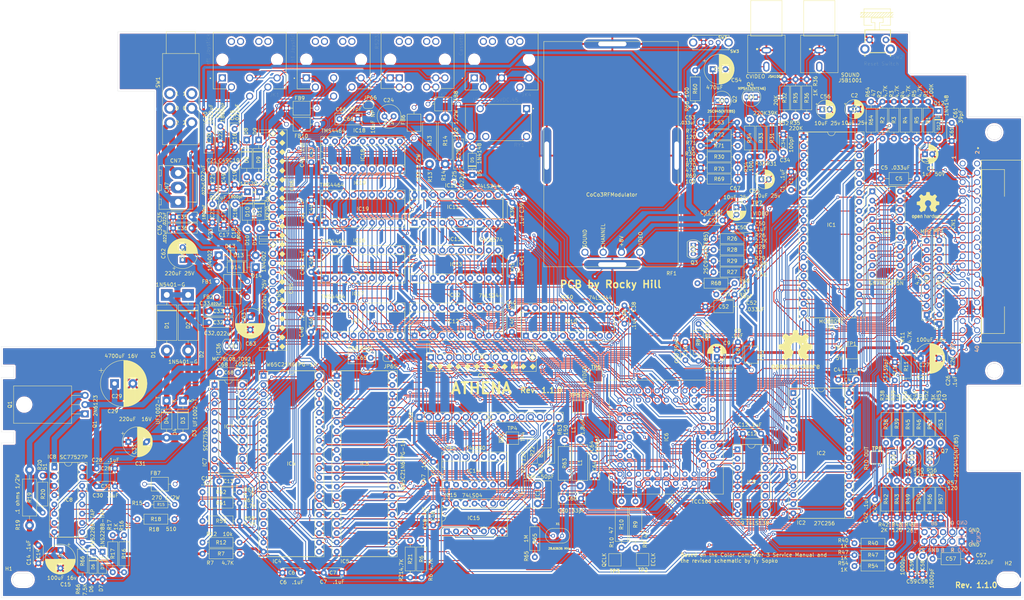
<source format=kicad_pcb>
(kicad_pcb (version 20171130) (host pcbnew 5.1.5+dfsg1-2build2)
  (title_block (title "TRS-80 Color Computer 3") (date 2021-03-24) (rev 1.1.0) (comment 3 "This PCB is based on ") (comment 4 "Rocky Hill"))
  (layers (0 F.Cu signal) (31 B.Cu signal) (34 B.Paste user) (35 F.Paste user) (36 B.SilkS user) (37 F.SilkS user) (38 B.Mask user) (39 F.Mask user) (44 Edge.Cuts user))
  (net 0 "")
  (net 1 GNDS)
  (net 2 +5V)
  (net 3 /~RESET)
  (net 4 VCC1)
  (net 5 /QCLK)
  (net 6 /ECLK)
  (net 7 /peripherals/JOY0)
  (net 8 /peripherals/JOY1)
  (net 9 "Net-(C18-Pad1)")
  (net 10 "Net-(C19-Pad1)")
  (net 11 /peripherals/JOY2)
  (net 12 /peripherals/JOY3)
  (net 13 "Net-(C22-Pad1)")
  (net 14 "Net-(C23-Pad1)")
  (net 15 /peripherals/CASS_DATA_IN)
  (net 16 "Net-(C24-Pad2)")
  (net 17 /peripherals/+SALT_VIN)
  (net 18 /peripherals/-SALT_VIN)
  (net 19 /power/P1)
  (net 20 "Net-(C33-Pad1)")
  (net 21 "Net-(C35-Pad1)")
  (net 22 "Net-(C36-Pad1)")
  (net 23 "Net-(C37-Pad2)")
  (net 24 "Net-(C49-Pad2)")
  (net 25 8V)
  (net 26 "Net-(C54-Pad2)")
  (net 27 "Net-(C54-Pad1)")
  (net 28 "Net-(C55-Pad1)")
  (net 29 "Net-(C56-Pad1)")
  (net 30 /video/SOUND_OUT)
  (net 31 /gime/HSYNC)
  (net 32 /gime/VSYNC)
  (net 33 "Net-(C60-Pad2)")
  (net 34 "Net-(C61-Pad2)")
  (net 35 "Net-(C62-Pad1)")
  (net 36 "Net-(C63-Pad1)")
  (net 37 "Net-(C64-Pad2)")
  (net 38 /dram/~RAS)
  (net 39 /dram/~CAS)
  (net 40 "Net-(C67-Pad1)")
  (net 41 "Net-(C68-Pad2)")
  (net 42 /peripherals/SOUND)
  (net 43 "Net-(CN1-Pad2)")
  (net 44 /~NMI)
  (net 45 /~CART)
  (net 46 /D0)
  (net 47 /D2)
  (net 48 /D4)
  (net 49 /D6)
  (net 50 /R~W)
  (net 51 /A1)
  (net 52 /A3)
  (net 53 /A5)
  (net 54 /A7)
  (net 55 /A9)
  (net 56 /A11)
  (net 57 /~SCS)
  (net 58 /A14)
  (net 59 /~SLENB)
  (net 60 "Net-(CN1-Pad1)")
  (net 61 /~HALT)
  (net 62 /D1)
  (net 63 /D3)
  (net 64 /D5)
  (net 65 /D7)
  (net 66 /A0)
  (net 67 /A2)
  (net 68 /A4)
  (net 69 /A6)
  (net 70 /A8)
  (net 71 /A10)
  (net 72 /A12)
  (net 73 /SND_IN_2)
  (net 74 /A13)
  (net 75 /A15)
  (net 76 /video/R_OUT)
  (net 77 /video/G_OUT)
  (net 78 /video/B_OUT)
  (net 79 "Net-(CN3-Pad6)")
  (net 80 "Net-(CN3-Pad10)")
  (net 81 "Net-(CN7-Pad1)")
  (net 82 "Net-(CN7-Pad3)")
  (net 83 /peripherals/CASS_MTR_OUT)
  (net 84 /peripherals/CD_IN)
  (net 85 /peripherals/SERIAL_DATA_IN)
  (net 86 /peripherals/KR3)
  (net 87 /peripherals/KR2)
  (net 88 /peripherals/KR4)
  (net 89 /peripherals/KR1)
  (net 90 "Net-(FB6-Pad2)")
  (net 91 "Net-(FB6-Pad1)")
  (net 92 "Net-(FB7-Pad1)")
  (net 93 "Net-(FB7-Pad2)")
  (net 94 "Net-(FB8-Pad1)")
  (net 95 "Net-(FB9-Pad2)")
  (net 96 "Net-(FB10-Pad2)")
  (net 97 /~IRQ)
  (net 98 /~FIRQ)
  (net 99 /cpu/DN7)
  (net 100 "Net-(IC1-Pad5)")
  (net 101 /cpu/DN6)
  (net 102 "Net-(IC1-Pad6)")
  (net 103 /cpu/DN5)
  (net 104 /cpu/DN4)
  (net 105 /cpu/DN3)
  (net 106 /cpu/DN2)
  (net 107 /cpu/DN1)
  (net 108 /cpu/DN0)
  (net 109 "Net-(IC1-Pad33)")
  (net 110 "Net-(IC1-Pad36)")
  (net 111 "Net-(IC1-Pad38)")
  (net 112 "Net-(IC2-Pad1)")
  (net 113 /gime/~ROM)
  (net 114 /peripherals/CD_OUT_TTL)
  (net 115 /peripherals/CASS_M_IN_TTL)
  (net 116 "Net-(IC4-Pad19)")
  (net 117 "Net-(IC4-Pad17)")
  (net 118 "Net-(IC4-Pad16)")
  (net 119 "Net-(IC4-Pad15)")
  (net 120 "Net-(IC4-Pad14)")
  (net 121 /peripherals/RGB_OUT_10)
  (net 122 "Net-(IC4-Pad11)")
  (net 123 /gime/SERINT)
  (net 124 "Net-(IC4-Pad9)")
  (net 125 "Net-(IC4-Pad8)")
  (net 126 "Net-(IC4-Pad7)")
  (net 127 "Net-(IC4-Pad6)")
  (net 128 "Net-(IC4-Pad5)")
  (net 129 "Net-(IC4-Pad4)")
  (net 130 /gime/PIA_~CS2)
  (net 131 /peripherals/SER_DATA_IN_TTL)
  (net 132 /peripherals/HI)
  (net 133 /peripherals/CASS_DATA_OUT_TTL)
  (net 134 "Net-(IC15-Pad4)")
  (net 135 /peripherals/KR5)
  (net 136 /peripherals/KR6)
  (net 137 /peripherals/KR7)
  (net 138 /peripherals/PA7)
  (net 139 /gime/~VSYNC)
  (net 140 /peripherals/SELB)
  (net 141 /peripherals/SELA)
  (net 142 /gime/~HSYNC)
  (net 143 "Net-(IC6-Pad2)")
  (net 144 "Net-(IC6-Pad4)")
  (net 145 "Net-(IC6-Pad6)")
  (net 146 /gime/R)
  (net 147 /gime/B)
  (net 148 /gime/RAMD0)
  (net 149 /gime/RAMD2)
  (net 150 "Net-(IC6-Pad3)")
  (net 151 "Net-(IC6-Pad5)")
  (net 152 "Net-(IC6-Pad7)")
  (net 153 /gime/G)
  (net 154 /gime/CVIDEO)
  (net 155 /gime/RAMD1)
  (net 156 /dram/~WE1)
  (net 157 "Net-(IC15-Pad8)")
  (net 158 /dram/~WE0)
  (net 159 "Net-(IC15-Pad6)")
  (net 160 "Net-(IC6-Pad30)")
  (net 161 /dram/Z0)
  (net 162 /dram/Z2)
  (net 163 /dram/Z3)
  (net 164 /dram/Z5)
  (net 165 /dram/Z6)
  (net 166 "Net-(IC6-Pad29)")
  (net 167 "Net-(IC6-Pad31)")
  (net 168 /dram/Z1)
  (net 169 /dram/Z4)
  (net 170 "Net-(IC6-Pad39)")
  (net 171 /dram/Z7)
  (net 172 /gime/RAMD7)
  (net 173 /gime/RAMD5)
  (net 174 /gime/RAMD3)
  (net 175 /gime/RAMD6)
  (net 176 /gime/RAMD4)
  (net 177 /peripherals/SER_DATA_OUT)
  (net 178 "Net-(IC8-Pad11)")
  (net 179 "Net-(IC8-Pad2)")
  (net 180 "Net-(IC8-Pad1)")
  (net 181 "Net-(IC9-Pad10)")
  (net 182 "Net-(IC9-Pad11)")
  (net 183 "Net-(IC9-Pad12)")
  (net 184 /~CTS)
  (net 185 "Net-(IC9-Pad7)")
  (net 186 /dram/D0Q4)
  (net 187 /dram/D0Q0)
  (net 188 /dram/D0Q5)
  (net 189 /dram/D0Q1)
  (net 190 /dram/D0Q6)
  (net 191 /dram/D0Q2)
  (net 192 /dram/D0Q7)
  (net 193 /dram/D0Q3)
  (net 194 /dram/D1Q0)
  (net 195 /dram/D1Q4)
  (net 196 /dram/D1Q1)
  (net 197 /dram/D1Q5)
  (net 198 /dram/D1Q2)
  (net 199 /dram/D1Q6)
  (net 200 /dram/D1Q3)
  (net 201 /dram/D1Q7)
  (net 202 "Net-(IC13-Pad1)")
  (net 203 /gime/IL1)
  (net 204 "Net-(JK3-Pad1)")
  (net 205 "Net-(JK3-Pad2)")
  (net 206 "Net-(JK4-Pad1)")
  (net 207 "Net-(JK4-Pad3)")
  (net 208 "Net-(Q2-Pad3)")
  (net 209 "Net-(Q2-Pad2)")
  (net 210 "Net-(Q3-Pad2)")
  (net 211 "Net-(Q3-Pad1)")
  (net 212 "Net-(Q4-Pad3)")
  (net 213 "Net-(Q5-Pad3)")
  (net 214 "Net-(Q5-Pad2)")
  (net 215 "Net-(Q6-Pad2)")
  (net 216 "Net-(Q6-Pad3)")
  (net 217 "Net-(Q7-Pad3)")
  (net 218 "Net-(Q7-Pad2)")
  (net 219 "Net-(R60-Pad2)")
  (net 220 "Net-(RY1-Pad12)")
  (net 221 "Net-(SW1-Pad1)")
  (net 222 "Net-(SW1-Pad4)")
  (net 223 "Net-(CN2-Pad9)")
  (net 224 "Net-(CN2-Pad10)")
  (net 225 "Net-(CN2-Pad11)")
  (net 226 "Net-(CN2-Pad12)")
  (net 227 "Net-(CN2-Pad13)")
  (net 228 "Net-(CN2-Pad14)")
  (net 229 "Net-(CN2-Pad15)")
  (net 230 "Net-(CN2-Pad16)")
  (net 231 "Net-(Q1-Pad3)")
  (net 232 /dram/Z8)
  (net 233 /video/S)
  (net 234 /video/V)
  (net 235 /video/CH)
  (net 236 "Net-(C65-Pad2)")
  (net 237 "Net-(C66-Pad2)")
  (module "coco2:CoCo 3 RF Modulator" (layer F.Cu) (at 226.521 16.774)
    (fp_text reference RF1 (at -3 65.8) (layer F.SilkS))
    (fp_text value CoCo3RFModulator (at -19.4 44.2) (layer F.SilkS))
    (fp_text user CHANNEL (at -21.75 55.5 90) (layer F.SilkS))
    (fp_text user VIDEO (at -11.5 56.5 90) (layer F.SilkS))
    (fp_text user SOUND (at -26.75 56.25 90) (layer F.SilkS))
    (fp_text user +8V (at -16.75 57 90) (layer F.SilkS))
    (pad 1 thru_hole circle (at -26.725 60) (size 1.95 1.95) (drill 1.3) (layers *.Cu *.Mask) (net 233 /video/S))
    (pad 4 thru_hole circle (at -11.725 60) (size 1.95 1.95) (drill 1.3) (layers *.Cu *.Mask) (net 234 /video/V))
    (pad 3 thru_hole circle (at -16.725 60) (size 1.95 1.95) (drill 1.3) (layers *.Cu *.Mask) (net 25 8V))
    (pad 2 thru_hole circle (at -21.725 60) (size 1.95 1.95) (drill 1.3) (layers *.Cu *.Mask) (net 235 /video/CH))
    (pad 5 thru_hole oval (at -37.2 33.5 90) (size 15.5 2.5) (drill oval 7.75 1.25) (layers *.Cu *.Mask) (net 1 GNDS))
    (pad 5 thru_hole oval (at -1.6 33.5 90) (size 15.5 2.5) (drill oval 7.75 1.25) (layers *.Cu *.Mask) (net 1 GNDS))
    (pad 5 thru_hole oval (at -19.225 2.875) (size 15.5 2.5) (drill oval 7.75 1.25) (layers *.Cu *.Mask) (net 1 GNDS))
    (pad 5 thru_hole oval (at -19.225 63.375) (size 15.5 2.5) (drill oval 7.75 1.25) (layers *.Cu *.Mask) (net 1 GNDS))
  )
  (module coco2:PinSocket_1x12_P2.54mm_for_memory_board_adapter (layer F.Cu) (at 157.5514 105.574 90)
    (fp_text reference CN4 (at -5.05 14.35 180) (layer F.SilkS))
    (fp_text value Conn_01x12_Female hide)
    (fp_text user %R (at 0 13.97) (layer F.SilkS))
    (pad 1 thru_hole rect (at 0 0 90) (size 1.7 1.7) (drill 1) (layers *.Cu *.Mask) (net 1 GNDS))
    (pad 2 thru_hole oval (at 0 2.54 90) (size 1.7 1.7) (drill 1) (layers *.Cu *.Mask) (net 38 /dram/~RAS))
    (pad 3 thru_hole oval (at 0 5.08 90) (size 1.7 1.7) (drill 1) (layers *.Cu *.Mask) (net 161 /dram/Z0))
    (pad 4 thru_hole oval (at 0 7.62 90) (size 1.7 1.7) (drill 1) (layers *.Cu *.Mask) (net 168 /dram/Z1))
    (pad 5 thru_hole oval (at 0 10.16 90) (size 1.7 1.7) (drill 1) (layers *.Cu *.Mask) (net 162 /dram/Z2))
    (pad 6 thru_hole oval (at 0 12.7 90) (size 1.7 1.7) (drill 1) (layers *.Cu *.Mask) (net 163 /dram/Z3))
    (pad 7 thru_hole oval (at 0 15.24 90) (size 1.7 1.7) (drill 1) (layers *.Cu *.Mask) (net 165 /dram/Z6))
    (pad 8 thru_hole oval (at 0 17.78 90) (size 1.7 1.7) (drill 1) (layers *.Cu *.Mask) (net 164 /dram/Z5))
    (pad 9 thru_hole oval (at 0 20.32 90) (size 1.7 1.7) (drill 1) (layers *.Cu *.Mask) (net 169 /dram/Z4))
    (pad 10 thru_hole oval (at 0 22.86 90) (size 1.7 1.7) (drill 1) (layers *.Cu *.Mask) (net 171 /dram/Z7))
    (pad 11 thru_hole oval (at 0 25.4 90) (size 1.7 1.7) (drill 1) (layers *.Cu *.Mask) (net 232 /dram/Z8))
    (pad 12 thru_hole oval (at 0 27.94 90) (size 1.7 1.7) (drill 1) (layers *.Cu *.Mask) (net 1 GNDS))
  )
  (module coco2:PinSocket_1x12_P2.54mm_for_memory_board_adapter (layer F.Cu) (at 114.301 72.074 180)
    (fp_text reference CN6 (at -5.2 13.55 90) (layer F.SilkS))
    (fp_text value Conn_01x12_Female hide)
    (fp_text user %R (at 0 13.97 90) (layer F.SilkS))
    (pad 1 thru_hole rect (at 0 0 180) (size 1.7 1.7) (drill 1) (layers *.Cu *.Mask) (net 1 GNDS))
    (pad 2 thru_hole oval (at 0 2.54 180) (size 1.7 1.7) (drill 1) (layers *.Cu *.Mask) (net 156 /dram/~WE1))
    (pad 3 thru_hole oval (at 0 5.08 180) (size 1.7 1.7) (drill 1) (layers *.Cu *.Mask) (net 195 /dram/D1Q4))
    (pad 4 thru_hole oval (at 0 7.62 180) (size 1.7 1.7) (drill 1) (layers *.Cu *.Mask) (net 197 /dram/D1Q5))
    (pad 5 thru_hole oval (at 0 10.16 180) (size 1.7 1.7) (drill 1) (layers *.Cu *.Mask) (net 201 /dram/D1Q7))
    (pad 6 thru_hole oval (at 0 12.7 180) (size 1.7 1.7) (drill 1) (layers *.Cu *.Mask) (net 199 /dram/D1Q6))
    (pad 7 thru_hole oval (at 0 15.24 180) (size 1.7 1.7) (drill 1) (layers *.Cu *.Mask) (net 200 /dram/D1Q3))
    (pad 8 thru_hole oval (at 0 17.78 180) (size 1.7 1.7) (drill 1) (layers *.Cu *.Mask) (net 198 /dram/D1Q2))
    (pad 9 thru_hole oval (at 0 20.32 180) (size 1.7 1.7) (drill 1) (layers *.Cu *.Mask) (net 194 /dram/D1Q0))
    (pad 10 thru_hole oval (at 0 22.86 180) (size 1.7 1.7) (drill 1) (layers *.Cu *.Mask) (net 196 /dram/D1Q1))
    (pad 11 thru_hole oval (at 0 25.4 180) (size 1.7 1.7) (drill 1) (layers *.Cu *.Mask) (net 2 +5V))
    (pad 12 thru_hole oval (at 0 27.94 180) (size 1.7 1.7) (drill 1) (layers *.Cu *.Mask) (net 1 GNDS))
  )
  (module coco2:PinSocket_1x12_P2.54mm_for_memory_board_adapter (layer F.Cu) (at 114.301 102.574 180)
    (fp_text reference CN5 (at -4.95 15.85 90) (layer F.SilkS))
    (fp_text value Conn_01x12_Female hide)
    (fp_text user %R (at -1.7004 13.9 90) (layer F.SilkS))
    (pad 1 thru_hole rect (at 0 0 180) (size 1.7 1.7) (drill 1) (layers *.Cu *.Mask) (net 1 GNDS))
    (pad 2 thru_hole oval (at 0 2.54 180) (size 1.7 1.7) (drill 1) (layers *.Cu *.Mask) (net 190 /dram/D0Q6))
    (pad 3 thru_hole oval (at 0 5.08 180) (size 1.7 1.7) (drill 1) (layers *.Cu *.Mask) (net 186 /dram/D0Q4))
    (pad 4 thru_hole oval (at 0 7.62 180) (size 1.7 1.7) (drill 1) (layers *.Cu *.Mask) (net 188 /dram/D0Q5))
    (pad 5 thru_hole oval (at 0 10.16 180) (size 1.7 1.7) (drill 1) (layers *.Cu *.Mask) (net 192 /dram/D0Q7))
    (pad 6 thru_hole oval (at 0 12.7 180) (size 1.7 1.7) (drill 1) (layers *.Cu *.Mask) (net 39 /dram/~CAS))
    (pad 7 thru_hole oval (at 0 15.24 180) (size 1.7 1.7) (drill 1) (layers *.Cu *.Mask) (net 187 /dram/D0Q0))
    (pad 8 thru_hole oval (at 0 17.78 180) (size 1.7 1.7) (drill 1) (layers *.Cu *.Mask) (net 158 /dram/~WE0))
    (pad 9 thru_hole oval (at 0 20.32 180) (size 1.7 1.7) (drill 1) (layers *.Cu *.Mask) (net 189 /dram/D0Q1))
    (pad 10 thru_hole oval (at 0 22.86 180) (size 1.7 1.7) (drill 1) (layers *.Cu *.Mask) (net 193 /dram/D0Q3))
    (pad 11 thru_hole oval (at 0 25.4 180) (size 1.7 1.7) (drill 1) (layers *.Cu *.Mask) (net 191 /dram/D0Q2))
    (pad 12 thru_hole oval (at 0 27.94 180) (size 1.7 1.7) (drill 1) (layers *.Cu *.Mask) (net 1 GNDS))
  )
  (module Symbol:OSHW-Logo2_14.6x12mm_SilkScreen (layer F.Cu) (at 257.5014 103.674)
    (fp_text reference REF2 hide)
    (fp_text value OSHW-Logo2_14.6x12mm_SilkScreen hide)
  )
  (module Symbol:OSHW-Logo2_9.8x8mm_SilkScreen (layer F.Cu) (at 293.8014 63.974)
    (fp_text reference REF1 hide)
    (fp_text value OSHW-Logo2_9.8x8mm_SilkScreen hide)
  )
  (module coco2:KLPX-0848A-2-R (layer F.Cu) (at 249.5014 21.374)
    (fp_text reference J5A1001 (at 2.5 7.19) (layer F.SilkS) (effects (font (size 0.65 0.65))))
    (fp_text value CVIDEO (at -3 7.19) (layer F.SilkS))
    (fp_text user * (at -2.54 0) (layer F.SilkS))
    (fp_text user * (at -2.54 0) (layer F.SilkS))
    (fp_text user * (at -2.54 0) (layer F.SilkS))
    (fp_text user * (at -2.54 0) (layer F.SilkS))
    (pad 1 thru_hole oval (at 0 4.5 90) (size 2.7178 1.7018) (drill oval 1.9678 0.9518) (layers *.Cu *.Mask) (net 26 "Net-(C54-Pad2)"))
    (pad 2 thru_hole oval (at 0 0) (size 2.7178 1.7018) (drill oval 1.9678 0.9518) (layers *.Cu *.Mask) (net 1 GNDS))
  )
  (module coco2:KLPX-0848A-2-R (layer F.Cu) (at 264.0014 21.374)
    (fp_text reference J5B1001 (at 8.5 8.26) (layer F.SilkS))
    (fp_text value SOUND (at 8.5 6.76) (layer F.SilkS))
    (fp_text user * (at -2.54 0) (layer F.SilkS))
    (fp_text user * (at -2.54 0) (layer F.SilkS))
    (fp_text user * (at -2.54 0) (layer F.SilkS))
    (fp_text user * (at -2.54 0) (layer F.SilkS))
    (pad 1 thru_hole oval (at 0 4.5 90) (size 2.7178 1.7018) (drill oval 1.9678 0.9518) (layers *.Cu *.Mask) (net 30 /video/SOUND_OUT))
    (pad 2 thru_hole oval (at 0 0) (size 2.7178 1.7018) (drill oval 1.9678 0.9518) (layers *.Cu *.Mask) (net 1 GNDS))
  )
  (module Capacitor_THT:C_Disc_D4.7mm_W2.5mm_P5.00mm (layer F.Cu) (at 256.291 54.674 270)
    (fp_text reference C1 (at 4.75 2.35 90) (layer F.SilkS))
    (fp_text value .1uF (at 0.8 2.35 90) (layer F.SilkS))
    (fp_text user %R (at 2.5 0 90) (layer F.SilkS) (effects (font (size 0.94 0.94) (thickness 0.141))))
    (pad 2 thru_hole circle (at 5 0 270) (size 1.6 1.6) (drill 0.8) (layers *.Cu *.Mask) (net 2 +5V))
    (pad 1 thru_hole circle (at 0 0 270) (size 1.6 1.6) (drill 0.8) (layers *.Cu *.Mask) (net 1 GNDS))
  )
  (module Capacitor_THT:CP_Radial_D5.0mm_P2.00mm (layer F.Cu) (at 272.621 37.544)
    (fp_text reference C2 (at 1 -3.75) (layer F.SilkS))
    (fp_text value "10uF 25v" (at 1 3.75) (layer F.SilkS))
    (fp_text user %R (at 1 0) (layer F.SilkS))
    (pad 1 thru_hole rect (at 0 0) (size 1.6 1.6) (drill 0.8) (layers *.Cu *.Mask) (net 2 +5V))
    (pad 2 thru_hole circle (at 2 0) (size 1.6 1.6) (drill 0.8) (layers *.Cu *.Mask) (net 1 GNDS))
  )
  (module Capacitor_THT:CP_Radial_D5.0mm_P2.00mm (layer F.Cu) (at 292.951 49.864)
    (fp_text reference C3 (at 1.45 3.98) (layer F.SilkS))
    (fp_text value "1uF 50V" (at 2.35 5.47) (layer F.SilkS))
    (fp_text user %R (at 0.0504 1.61) (layer F.SilkS))
    (pad 2 thru_hole circle (at 2 0) (size 1.6 1.6) (drill 0.8) (layers *.Cu *.Mask) (net 1 GNDS))
    (pad 1 thru_hole rect (at 0 0) (size 1.6 1.6) (drill 0.8) (layers *.Cu *.Mask) (net 3 /~RESET))
  )
  (module Capacitor_THT:C_Disc_D4.7mm_W2.5mm_P5.00mm (layer F.Cu) (at 274.201 111.724 180)
    (fp_text reference C4 (at 5.3 2.7) (layer F.SilkS))
    (fp_text value .1uF (at 0.95 2.55) (layer F.SilkS))
    (fp_text user %R (at 2.5 0) (layer F.SilkS) (effects (font (size 0.94 0.94) (thickness 0.141))))
    (pad 1 thru_hole circle (at 0 0 180) (size 1.6 1.6) (drill 0.8) (layers *.Cu *.Mask) (net 2 +5V))
    (pad 2 thru_hole circle (at 5 0 180) (size 1.6 1.6) (drill 0.8) (layers *.Cu *.Mask) (net 1 GNDS))
  )
  (module Capacitor_THT:C_Disc_D4.7mm_W2.5mm_P5.00mm (layer F.Cu) (at 116.901 164.674)
    (fp_text reference C6 (at 0.2 2.6) (layer F.SilkS))
    (fp_text value .1uF (at 4.2 2.6) (layer F.SilkS))
    (fp_text user %R (at 2.5 0) (layer F.SilkS) (effects (font (size 0.94 0.94) (thickness 0.141))))
    (pad 2 thru_hole circle (at 5 0) (size 1.6 1.6) (drill 0.8) (layers *.Cu *.Mask) (net 2 +5V))
    (pad 1 thru_hole circle (at 0 0) (size 1.6 1.6) (drill 0.8) (layers *.Cu *.Mask) (net 1 GNDS))
  )
  (module Capacitor_THT:C_Disc_D4.7mm_W2.5mm_P5.00mm (layer F.Cu) (at 133.201 164.674 180)
    (fp_text reference C7 (at 5.1 -2.5) (layer F.SilkS))
    (fp_text value .1uF (at 0.9 -2.5) (layer F.SilkS))
    (fp_text user %R (at 2.5 0) (layer F.SilkS) (effects (font (size 0.94 0.94) (thickness 0.141))))
    (pad 1 thru_hole circle (at 0 0 180) (size 1.6 1.6) (drill 0.8) (layers *.Cu *.Mask) (net 1 GNDS))
    (pad 2 thru_hole circle (at 5 0 180) (size 1.6 1.6) (drill 0.8) (layers *.Cu *.Mask) (net 2 +5V))
  )
  (module Capacitor_THT:C_Disc_D4.7mm_W2.5mm_P5.00mm (layer F.Cu) (at 241.701 101.424 270)
    (fp_text reference C8 (at -3.1 0.05 180) (layer F.SilkS))
    (fp_text value .1uF (at -1.75 0.15 180) (layer F.SilkS))
    (fp_text user %R (at 2.5 0 90) (layer F.SilkS) (effects (font (size 0.94 0.94) (thickness 0.141))))
    (pad 1 thru_hole circle (at 0 0 270) (size 1.6 1.6) (drill 0.8) (layers *.Cu *.Mask) (net 1 GNDS))
    (pad 2 thru_hole circle (at 5 0 270) (size 1.6 1.6) (drill 0.8) (layers *.Cu *.Mask) (net 4 VCC1))
  )
  (module Capacitor_THT:CP_Radial_D5.0mm_P2.00mm (layer F.Cu) (at 235.931 105.544 90)
    (fp_text reference C9 (at 3.87 2.72 180) (layer F.SilkS))
    (fp_text value "100uF 16V" (at -3.2 0.57 180) (layer F.SilkS))
    (fp_text user %R (at 0.07 1.5704 90) (layer F.SilkS))
    (pad 1 thru_hole rect (at 0 0 90) (size 1.6 1.6) (drill 0.8) (layers *.Cu *.Mask) (net 4 VCC1))
    (pad 2 thru_hole circle (at 2 0 90) (size 1.6 1.6) (drill 0.8) (layers *.Cu *.Mask) (net 1 GNDS))
  )
  (module Capacitor_THT:C_Disc_D4.7mm_W2.5mm_P5.00mm (layer F.Cu) (at 227.301 101.374 270)
    (fp_text reference C10 (at 4.45 2.35 270) (layer F.SilkS))
    (fp_text value 39pF (at 0.9 2.4 270) (layer F.SilkS))
    (fp_text user %R (at 2.5 0 90) (layer F.SilkS) (effects (font (size 0.94 0.94) (thickness 0.141))))
    (pad 2 thru_hole circle (at 5 0 270) (size 1.6 1.6) (drill 0.8) (layers *.Cu *.Mask) (net 5 /QCLK))
    (pad 1 thru_hole circle (at 0 0 270) (size 1.6 1.6) (drill 0.8) (layers *.Cu *.Mask) (net 1 GNDS))
  )
  (module Capacitor_THT:C_Disc_D4.7mm_W2.5mm_P5.00mm (layer F.Cu) (at 284.701 106.924 270)
    (fp_text reference C11 (at 4.05 2.6 90) (layer F.SilkS))
    (fp_text value 39pF (at 0.75 2.45 90) (layer F.SilkS))
    (fp_text user %R (at 2.5 0 90) (layer F.SilkS) (effects (font (size 0.94 0.94) (thickness 0.141))))
    (pad 1 thru_hole circle (at 0 0 270) (size 1.6 1.6) (drill 0.8) (layers *.Cu *.Mask) (net 1 GNDS))
    (pad 2 thru_hole circle (at 5 0 270) (size 1.6 1.6) (drill 0.8) (layers *.Cu *.Mask) (net 6 /ECLK))
  )
  (module Capacitor_THT:C_Disc_D4.7mm_W2.5mm_P5.00mm (layer F.Cu) (at 243.051 126.524)
    (fp_text reference C12 (at 0.1 -2.45) (layer F.SilkS))
    (fp_text value .1uF (at 3.6 -2.4) (layer F.SilkS))
    (fp_text user %R (at 2.5 0) (layer F.SilkS) (effects (font (size 0.94 0.94) (thickness 0.141))))
    (pad 2 thru_hole circle (at 5 0) (size 1.6 1.6) (drill 0.8) (layers *.Cu *.Mask) (net 2 +5V))
    (pad 1 thru_hole circle (at 0 0) (size 1.6 1.6) (drill 0.8) (layers *.Cu *.Mask) (net 1 GNDS))
  )
  (module Capacitor_THT:C_Disc_D4.7mm_W2.5mm_P5.00mm (layer F.Cu) (at 99.6014 139.574)
    (fp_text reference C13 (at -3.5 -0.8) (layer F.SilkS))
    (fp_text value .1uF (at -3.4 0.6) (layer F.SilkS))
    (fp_text user %R (at 2.5 0) (layer F.SilkS) (effects (font (size 0.94 0.94) (thickness 0.141))))
    (pad 2 thru_hole circle (at 5 0) (size 1.6 1.6) (drill 0.8) (layers *.Cu *.Mask) (net 2 +5V))
    (pad 1 thru_hole circle (at 0 0) (size 1.6 1.6) (drill 0.8) (layers *.Cu *.Mask) (net 1 GNDS))
  )
  (module Capacitor_THT:C_Disc_D4.7mm_W2.5mm_P5.00mm (layer F.Cu) (at 50.0014 162.074 90)
    (fp_text reference C14 (at 0.9 -2.6 90) (layer F.SilkS))
    (fp_text value .1uF (at 4.8 -2.7 90) (layer F.SilkS))
    (fp_text user %R (at 2.5 0 90) (layer F.SilkS) (effects (font (size 0.94 0.94) (thickness 0.141))))
    (pad 1 thru_hole circle (at 0 0 90) (size 1.6 1.6) (drill 0.8) (layers *.Cu *.Mask) (net 1 GNDS))
    (pad 2 thru_hole circle (at 5 0 90) (size 1.6 1.6) (drill 0.8) (layers *.Cu *.Mask) (net 2 +5V))
  )
  (module Capacitor_THT:CP_Radial_D8.0mm_P5.00mm (layer F.Cu) (at 56.0514 158.444 270)
    (fp_text reference C15 (at 9.42 -1.42 180) (layer F.SilkS))
    (fp_text value "100uF 16v" (at 7.64 -0.4 180) (layer F.SilkS))
    (fp_text user %R (at 2.5 0 90) (layer F.SilkS))
    (pad 2 thru_hole circle (at 5 0 270) (size 1.6 1.6) (drill 0.8) (layers *.Cu *.Mask) (net 1 GNDS))
    (pad 1 thru_hole rect (at 0 0 270) (size 1.6 1.6) (drill 0.8) (layers *.Cu *.Mask) (net 2 +5V))
  )
  (module Capacitor_THT:C_Disc_D8.0mm_W2.5mm_P5.00mm (layer F.Cu) (at 103.8014 42.944 270)
    (fp_text reference C16 (at -3.76 0.63 90) (layer F.SilkS))
    (fp_text value .022uF (at -4.38 -0.77 90) (layer F.SilkS))
    (fp_text user %R (at 2.5 0 90) (layer F.SilkS))
    (pad 1 thru_hole circle (at 0 0 270) (size 1.6 1.6) (drill 0.8) (layers *.Cu *.Mask) (net 7 /peripherals/JOY0))
    (pad 2 thru_hole circle (at 5 0 270) (size 1.6 1.6) (drill 0.8) (layers *.Cu *.Mask) (net 1 GNDS))
  )
  (module Capacitor_THT:C_Disc_D8.0mm_W2.5mm_P5.00mm (layer F.Cu) (at 100.8014 69.324 90)
    (fp_text reference C17 (at -2.7 0.1) (layer F.SilkS))
    (fp_text value .022uF (at 7.55 -1.8 180) (layer F.SilkS))
    (fp_text user %R (at 2.5 0 90) (layer F.SilkS))
    (pad 2 thru_hole circle (at 5 0 90) (size 1.6 1.6) (drill 0.8) (layers *.Cu *.Mask) (net 8 /peripherals/JOY1))
    (pad 1 thru_hole circle (at 0 0 90) (size 1.6 1.6) (drill 0.8) (layers *.Cu *.Mask) (net 1 GNDS))
  )
  (module Capacitor_THT:C_Disc_D4.7mm_W2.5mm_P5.00mm (layer F.Cu) (at 103.9614 63.624 270)
    (fp_text reference C18 (at 7.9 0.4 90) (layer F.SilkS))
    (fp_text value 1800pF (at 8.2 -0.95 90) (layer F.SilkS) (effects (font (size 0.75 0.75))))
    (fp_text user %R (at 2.5 0 90) (layer F.SilkS) (effects (font (size 0.94 0.94) (thickness 0.141))))
    (pad 2 thru_hole circle (at 5 0 270) (size 1.6 1.6) (drill 0.8) (layers *.Cu *.Mask) (net 1 GNDS))
    (pad 1 thru_hole circle (at 0 0 270) (size 1.6 1.6) (drill 0.8) (layers *.Cu *.Mask) (net 9 "Net-(C18-Pad1)"))
  )
  (module Capacitor_THT:C_Disc_D4.7mm_W2.5mm_P5.00mm (layer F.Cu) (at 103.8014 53.274 270)
    (fp_text reference C19 (at -1.7 0.1 180) (layer F.SilkS))
    (fp_text value 1800pF (at 8.3 -0.3) (layer F.SilkS) (effects (font (size 0.75 0.75))))
    (fp_text user %R (at 2.5 0 90) (layer F.SilkS) (effects (font (size 0.94 0.94) (thickness 0.141))))
    (pad 1 thru_hole circle (at 0 0 270) (size 1.6 1.6) (drill 0.8) (layers *.Cu *.Mask) (net 10 "Net-(C19-Pad1)"))
    (pad 2 thru_hole circle (at 5 0 270) (size 1.6 1.6) (drill 0.8) (layers *.Cu *.Mask) (net 1 GNDS))
  )
  (module Capacitor_THT:C_Disc_D8.0mm_W2.5mm_P5.00mm (layer F.Cu) (at 96.8014 42.944 270)
    (fp_text reference C20 (at -3.32 1.01 90) (layer F.SilkS))
    (fp_text value .022uF (at -4.28 -0.53 90) (layer F.SilkS))
    (fp_text user %R (at 2.5 0 90) (layer F.SilkS))
    (pad 2 thru_hole circle (at 5 0 270) (size 1.6 1.6) (drill 0.8) (layers *.Cu *.Mask) (net 1 GNDS))
    (pad 1 thru_hole circle (at 0 0 270) (size 1.6 1.6) (drill 0.8) (layers *.Cu *.Mask) (net 11 /peripherals/JOY2))
  )
  (module Capacitor_THT:C_Disc_D8.0mm_W2.5mm_P5.00mm (layer F.Cu) (at 97.8014 58.974 90)
    (fp_text reference C21 (at 7.37 -0.3) (layer F.SilkS))
    (fp_text value .022uF (at 3.7 -2.6 90) (layer F.SilkS))
    (fp_text user %R (at 2.5 0 90) (layer F.SilkS))
    (pad 1 thru_hole circle (at 0 0 90) (size 1.6 1.6) (drill 0.8) (layers *.Cu *.Mask) (net 1 GNDS))
    (pad 2 thru_hole circle (at 5 0 90) (size 1.6 1.6) (drill 0.8) (layers *.Cu *.Mask) (net 12 /peripherals/JOY3))
  )
  (module Capacitor_THT:C_Disc_D4.7mm_W2.5mm_P5.00mm (layer F.Cu) (at 99.9014 42.244 270)
    (fp_text reference C22 (at -3.71 0.81 90) (layer F.SilkS))
    (fp_text value 1800pF (at -3.95 -0.58 90) (layer F.SilkS))
    (fp_text user %R (at 2.5 0 90) (layer F.SilkS) (effects (font (size 0.94 0.94) (thickness 0.141))))
    (pad 1 thru_hole circle (at 0 0 270) (size 1.6 1.6) (drill 0.8) (layers *.Cu *.Mask) (net 13 "Net-(C22-Pad1)"))
    (pad 2 thru_hole circle (at 5 0 270) (size 1.6 1.6) (drill 0.8) (layers *.Cu *.Mask) (net 1 GNDS))
  )
  (module Capacitor_THT:C_Disc_D4.7mm_W2.5mm_P5.00mm (layer F.Cu) (at 97.7014 63.624 270)
    (fp_text reference C23 (at 8.05 0.5 90) (layer F.SilkS))
    (fp_text value 1800pF (at 2.15 2.3 90) (layer F.SilkS) (effects (font (size 0.75 0.75))))
    (fp_text user %R (at 2.5 0 90) (layer F.SilkS) (effects (font (size 0.94 0.94) (thickness 0.141))))
    (pad 1 thru_hole circle (at 0 0 270) (size 1.6 1.6) (drill 0.8) (layers *.Cu *.Mask) (net 14 "Net-(C23-Pad1)"))
    (pad 2 thru_hole circle (at 5 0 270) (size 1.6 1.6) (drill 0.8) (layers *.Cu *.Mask) (net 1 GNDS))
  )
  (module Capacitor_THT:C_Radial_D6.3mm_H5.0mm_P2.50mm (layer F.Cu) (at 144.871 39.504)
    (fp_text reference C24 (at 1.1304 -4.43) (layer F.SilkS))
    (fp_text value "10uF NP" (at -3.1696 1.47 90) (layer F.SilkS))
    (fp_text user %R (at 1.2304 1.87) (layer F.SilkS))
    (pad 2 thru_hole circle (at 2.5 0) (size 1.6 1.6) (drill 0.8) (layers *.Cu *.Mask) (net 16 "Net-(C24-Pad2)"))
    (pad 1 thru_hole circle (at 0 0) (size 1.6 1.6) (drill 0.8) (layers *.Cu *.Mask) (net 15 /peripherals/CASS_DATA_IN))
  )
  (module Capacitor_THT:C_Disc_D8.0mm_W2.5mm_P5.00mm (layer F.Cu) (at 165.151 52.324 90)
    (fp_text reference C25 (at -3.55 -1.15 90) (layer F.SilkS))
    (fp_text value .022uF (at -4.45 0.9 90) (layer F.SilkS))
    (fp_text user %R (at 2.5 0 90) (layer F.SilkS))
    (pad 1 thru_hole circle (at 0 0 90) (size 1.6 1.6) (drill 0.8) (layers *.Cu *.Mask) (net 1 GNDS))
    (pad 2 thru_hole circle (at 5 0 90) (size 1.6 1.6) (drill 0.8) (layers *.Cu *.Mask) (net 15 /peripherals/CASS_DATA_IN))
  )
  (module Capacitor_THT:C_Disc_D4.7mm_W2.5mm_P5.00mm (layer F.Cu) (at 300.551 104.274 270)
    (fp_text reference C26 (at 7.7 1.25 90) (layer F.SilkS))
    (fp_text value .1uF (at 7.9 -0.6 90) (layer F.SilkS))
    (fp_text user %R (at 2.5 0 90) (layer F.SilkS) (effects (font (size 0.94 0.94) (thickness 0.141))))
    (pad 1 thru_hole circle (at 0 0 270) (size 1.6 1.6) (drill 0.8) (layers *.Cu *.Mask) (net 2 +5V))
    (pad 2 thru_hole circle (at 5 0 270) (size 1.6 1.6) (drill 0.8) (layers *.Cu *.Mask) (net 1 GNDS))
  )
  (module Capacitor_THT:CP_Radial_D8.0mm_P5.00mm (layer F.Cu) (at 291.801 105.874)
    (fp_text reference C27 (at 0.3 5.15) (layer F.SilkS))
    (fp_text value "100uF 16v" (at 2.8 -5.1) (layer F.SilkS))
    (fp_text user %R (at 1.0004 1.8) (layer F.SilkS))
    (pad 1 thru_hole rect (at 0 0) (size 1.6 1.6) (drill 0.8) (layers *.Cu *.Mask) (net 2 +5V))
    (pad 2 thru_hole circle (at 5 0) (size 1.6 1.6) (drill 0.8) (layers *.Cu *.Mask) (net 1 GNDS))
  )
  (module Capacitor_THT:C_Disc_D4.7mm_W2.5mm_P5.00mm (layer F.Cu) (at 66.0014 136.074)
    (fp_text reference C28 (at 0.1 -2.3) (layer F.SilkS))
    (fp_text value .1uF (at 4.6 -2.3) (layer F.SilkS))
    (fp_text user %R (at 2.5 0) (layer F.SilkS) (effects (font (size 0.94 0.94) (thickness 0.141))))
    (pad 1 thru_hole circle (at 0 0) (size 1.6 1.6) (drill 0.8) (layers *.Cu *.Mask) (net 17 /peripherals/+SALT_VIN))
    (pad 2 thru_hole circle (at 5 0) (size 1.6 1.6) (drill 0.8) (layers *.Cu *.Mask) (net 1 GNDS))
  )
  (module Capacitor_THT:CP_Radial_D12.5mm_P5.00mm (layer F.Cu) (at 70.9014 112.774)
    (fp_text reference C29 (at -0.5 7.6) (layer F.SilkS))
    (fp_text value "4700uF 16V" (at 1.8 -7.55) (layer F.SilkS))
    (fp_text user %R (at 0.6 3.5) (layer F.SilkS))
    (pad 1 thru_hole rect (at 0 0) (size 2.4 2.4) (drill 1.2) (layers *.Cu *.Mask) (net 17 /peripherals/+SALT_VIN))
    (pad 2 thru_hole circle (at 5 0) (size 2.4 2.4) (drill 1.2) (layers *.Cu *.Mask) (net 1 GNDS))
  )
  (module Capacitor_THT:C_Disc_D4.7mm_W2.5mm_P5.00mm (layer F.Cu) (at 71.0014 140.974 180)
    (fp_text reference C30 (at 4.7 -2.5) (layer F.SilkS))
    (fp_text value .1uF (at 0.6 -2.5) (layer F.SilkS))
    (fp_text user %R (at 2.5 0) (layer F.SilkS) (effects (font (size 0.94 0.94) (thickness 0.141))))
    (pad 2 thru_hole circle (at 5 0 180) (size 1.6 1.6) (drill 0.8) (layers *.Cu *.Mask) (net 18 /peripherals/-SALT_VIN))
    (pad 1 thru_hole circle (at 0 0 180) (size 1.6 1.6) (drill 0.8) (layers *.Cu *.Mask) (net 1 GNDS))
  )
  (module Capacitor_THT:CP_Radial_D8.0mm_P5.00mm (layer F.Cu) (at 74.6614 128.774)
    (fp_text reference C31 (at 3.31 5.99) (layer F.SilkS))
    (fp_text value "220uF  16V" (at 1.91 -6.23) (layer F.SilkS))
    (fp_text user %R (at 1.64 2 90) (layer F.SilkS))
    (pad 1 thru_hole rect (at 0 0) (size 1.6 1.6) (drill 0.8) (layers *.Cu *.Mask) (net 1 GNDS))
    (pad 2 thru_hole circle (at 5 0) (size 1.6 1.6) (drill 0.8) (layers *.Cu *.Mask) (net 18 /peripherals/-SALT_VIN))
  )
  (module Capacitor_THT:C_Disc_D8.0mm_W2.5mm_P5.00mm (layer F.Cu) (at 96.8014 96.024)
    (fp_text reference C32 (at 0.05 2.95) (layer F.SilkS))
    (fp_text value .022uF (at 4.1 3.05) (layer F.SilkS))
    (fp_text user %R (at 2.5 0) (layer F.SilkS))
    (pad 1 thru_hole circle (at 0 0) (size 1.6 1.6) (drill 0.8) (layers *.Cu *.Mask) (net 19 /power/P1))
    (pad 2 thru_hole circle (at 5 0) (size 1.6 1.6) (drill 0.8) (layers *.Cu *.Mask) (net 1 GNDS))
  )
  (module Capacitor_THT:C_Disc_D8.0mm_W2.5mm_P5.00mm (layer F.Cu) (at 96.8014 92.924)
    (fp_text reference C33 (at -1.2 -2.15) (layer F.SilkS))
    (fp_text value .022uF (at 1.9 -1.95) (layer F.SilkS) (effects (font (size 0.65 0.65))))
    (fp_text user %R (at 2.5 0) (layer F.SilkS))
    (pad 2 thru_hole circle (at 5 0) (size 1.6 1.6) (drill 0.8) (layers *.Cu *.Mask) (net 1 GNDS))
    (pad 1 thru_hole circle (at 0 0) (size 1.6 1.6) (drill 0.8) (layers *.Cu *.Mask) (net 20 "Net-(C33-Pad1)"))
  )
  (module Capacitor_THT:C_Disc_D4.3mm_W1.9mm_P5.00mm (layer F.Cu) (at 254.141 44.474 270)
    (fp_text reference C34 (at 7.05 -0.45 180) (layer F.SilkS))
    (fp_text value 100pF (at 2.65 -2.15 90) (layer F.SilkS))
    (fp_text user %R (at 2.5 0 90) (layer F.SilkS) (effects (font (size 0.86 0.86) (thickness 0.129))))
    (pad 1 thru_hole circle (at 0 0 270) (size 1.6 1.6) (drill 0.8) (layers *.Cu *.Mask) (net 1 GNDS))
    (pad 2 thru_hole circle (at 5 0 270) (size 1.6 1.6) (drill 0.8) (layers *.Cu *.Mask) (net 233 /video/S))
  )
  (module Capacitor_THT:C_Disc_D8.0mm_W2.5mm_P5.00mm (layer F.Cu) (at 91.9514 67.124 180)
    (fp_text reference C35 (at 8.65 -0.05 90) (layer F.SilkS))
    (fp_text value .022uF (at 7.35 -0.55 90) (layer F.SilkS) (effects (font (size 0.75 0.75))))
    (fp_text user %R (at 2.5 0) (layer F.SilkS))
    (pad 1 thru_hole circle (at 0 0 180) (size 1.6 1.6) (drill 0.8) (layers *.Cu *.Mask) (net 21 "Net-(C35-Pad1)"))
    (pad 2 thru_hole circle (at 5 0 180) (size 1.6 1.6) (drill 0.8) (layers *.Cu *.Mask) (net 1 GNDS))
  )
  (module Capacitor_THT:C_Disc_D8.0mm_W2.5mm_P5.00mm (layer F.Cu) (at 91.9514 70.174 180)
    (fp_text reference C36 (at 8.65 -0.5 90) (layer F.SilkS))
    (fp_text value .022uF (at 7.25 -2.3 90) (layer F.SilkS) (effects (font (size 0.75 0.75))))
    (fp_text user %R (at 2.5 0) (layer F.SilkS))
    (pad 2 thru_hole circle (at 5 0 180) (size 1.6 1.6) (drill 0.8) (layers *.Cu *.Mask) (net 1 GNDS))
    (pad 1 thru_hole circle (at 0 0 180) (size 1.6 1.6) (drill 0.8) (layers *.Cu *.Mask) (net 22 "Net-(C36-Pad1)"))
  )
  (module Capacitor_THT:C_Disc_D4.7mm_W2.5mm_P5.00mm (layer F.Cu) (at 240.781 88.344 180)
    (fp_text reference C37 (at -2.66 0.73) (layer F.SilkS))
    (fp_text value 39pF (at -3.14 -0.55) (layer F.SilkS))
    (fp_text user %R (at 2.5 0) (layer F.SilkS) (effects (font (size 0.94 0.94) (thickness 0.141))))
    (pad 1 thru_hole circle (at 0 0 180) (size 1.6 1.6) (drill 0.8) (layers *.Cu *.Mask) (net 1 GNDS))
    (pad 2 thru_hole circle (at 5 0 180) (size 1.6 1.6) (drill 0.8) (layers *.Cu *.Mask) (net 23 "Net-(C37-Pad2)"))
  )
  (module Capacitor_THT:C_Disc_D4.7mm_W2.5mm_P5.00mm (layer F.Cu) (at 210.601 96.374 90)
    (fp_text reference C38 (at 4.6 2.6 90) (layer F.SilkS))
    (fp_text value .1uF (at 0 2.6 90) (layer F.SilkS))
    (fp_text user %R (at 2.5 0 90) (layer F.SilkS) (effects (font (size 0.94 0.94) (thickness 0.141))))
    (pad 2 thru_hole circle (at 5 0 90) (size 1.6 1.6) (drill 0.8) (layers *.Cu *.Mask) (net 2 +5V))
    (pad 1 thru_hole circle (at 0 0 90) (size 1.6 1.6) (drill 0.8) (layers *.Cu *.Mask) (net 1 GNDS))
  )
  (module Capacitor_THT:C_Disc_D4.7mm_W2.5mm_P5.00mm (layer F.Cu) (at 179.901 68.214 90)
    (fp_text reference C39 (at 3.6 2.6 270) (layer F.SilkS))
    (fp_text value .1uF (at 0.2 2.6 270) (layer F.SilkS))
    (fp_text user %R (at 2.5 0 90) (layer F.SilkS) (effects (font (size 0.94 0.94) (thickness 0.141))))
    (pad 2 thru_hole circle (at 5 0 90) (size 1.6 1.6) (drill 0.8) (layers *.Cu *.Mask) (net 2 +5V))
    (pad 1 thru_hole circle (at 0 0 90) (size 1.6 1.6) (drill 0.8) (layers *.Cu *.Mask) (net 1 GNDS))
  )
  (module Capacitor_THT:C_Disc_D4.7mm_W2.5mm_P5.00mm (layer F.Cu) (at 179.776 98.614 90)
    (fp_text reference C40 (at 8 -0.2 180) (layer F.SilkS))
    (fp_text value .1uF (at 6.8 -0.2 180) (layer F.SilkS))
    (fp_text user %R (at 2.5 0 90) (layer F.SilkS) (effects (font (size 0.94 0.94) (thickness 0.141))))
    (pad 1 thru_hole circle (at 0 0 90) (size 1.6 1.6) (drill 0.8) (layers *.Cu *.Mask) (net 1 GNDS))
    (pad 2 thru_hole circle (at 5 0 90) (size 1.6 1.6) (drill 0.8) (layers *.Cu *.Mask) (net 2 +5V))
  )
  (module Capacitor_THT:C_Disc_D4.7mm_W2.5mm_P5.00mm (layer F.Cu) (at 179.901 83.414 90)
    (fp_text reference C41 (at 4.4 2.6 90) (layer F.SilkS))
    (fp_text value .1uF (at 0.2 2.4 90) (layer F.SilkS))
    (fp_text user %R (at 2.5 0 90) (layer F.SilkS) (effects (font (size 0.94 0.94) (thickness 0.141))))
    (pad 1 thru_hole circle (at 0 0 90) (size 1.6 1.6) (drill 0.8) (layers *.Cu *.Mask) (net 1 GNDS))
    (pad 2 thru_hole circle (at 5 0 90) (size 1.6 1.6) (drill 0.8) (layers *.Cu *.Mask) (net 2 +5V))
  )
  (module Capacitor_THT:C_Disc_D4.7mm_W2.5mm_P5.00mm (layer F.Cu) (at 279.301 149.574 90)
    (fp_text reference C42 (at 0 -2.5 90) (layer F.SilkS))
    (fp_text value .1uF (at 4 -2.5 90) (layer F.SilkS))
    (fp_text user %R (at 2.5 0 90) (layer F.SilkS) (effects (font (size 0.94 0.94) (thickness 0.141))))
    (pad 2 thru_hole circle (at 5 0 90) (size 1.6 1.6) (drill 0.8) (layers *.Cu *.Mask) (net 2 +5V))
    (pad 1 thru_hole circle (at 0 0 90) (size 1.6 1.6) (drill 0.8) (layers *.Cu *.Mask) (net 1 GNDS))
  )
  (module Capacitor_THT:C_Disc_D4.7mm_W2.5mm_P5.00mm (layer F.Cu) (at 124.801 52.074 90)
    (fp_text reference C43 (at 0 -2.5 90) (layer F.SilkS))
    (fp_text value .1uF (at 4 -2.5 90) (layer F.SilkS))
    (fp_text user %R (at 2.5 0 90) (layer F.SilkS) (effects (font (size 0.94 0.94) (thickness 0.141))))
    (pad 1 thru_hole circle (at 0 0 90) (size 1.6 1.6) (drill 0.8) (layers *.Cu *.Mask) (net 1 GNDS))
    (pad 2 thru_hole circle (at 5 0 90) (size 1.6 1.6) (drill 0.8) (layers *.Cu *.Mask) (net 2 +5V))
  )
  (module Capacitor_THT:C_Disc_D4.7mm_W2.5mm_P5.00mm (layer F.Cu) (at 124.801 62.514 270)
    (fp_text reference C44 (at 4.75 2.25 90) (layer F.SilkS))
    (fp_text value .1uF (at 0.95 2.55 90) (layer F.SilkS))
    (fp_text user %R (at 2.5 0 90) (layer F.SilkS) (effects (font (size 0.94 0.94) (thickness 0.141))))
    (pad 2 thru_hole circle (at 5 0 270) (size 1.6 1.6) (drill 0.8) (layers *.Cu *.Mask) (net 2 +5V))
    (pad 1 thru_hole circle (at 0 0 270) (size 1.6 1.6) (drill 0.8) (layers *.Cu *.Mask) (net 1 GNDS))
  )
  (module Capacitor_THT:C_Disc_D4.7mm_W2.5mm_P5.00mm (layer F.Cu) (at 124.801 77.174 270)
    (fp_text reference C45 (at 4.4 2.4 90) (layer F.SilkS))
    (fp_text value .1uF (at 0.6 2.5 90) (layer F.SilkS))
    (fp_text user %R (at 2.5 0 90) (layer F.SilkS) (effects (font (size 0.94 0.94) (thickness 0.141))))
    (pad 1 thru_hole circle (at 0 0 270) (size 1.6 1.6) (drill 0.8) (layers *.Cu *.Mask) (net 1 GNDS))
    (pad 2 thru_hole circle (at 5 0 270) (size 1.6 1.6) (drill 0.8) (layers *.Cu *.Mask) (net 2 +5V))
  )
  (module Capacitor_THT:C_Disc_D4.7mm_W2.5mm_P5.00mm (layer F.Cu) (at 124.731 93.624 270)
    (fp_text reference C46 (at 5 2.6 90) (layer F.SilkS))
    (fp_text value .1uF (at 0.4 2.4 90) (layer F.SilkS))
    (fp_text user %R (at 2.5 0 90) (layer F.SilkS) (effects (font (size 0.94 0.94) (thickness 0.141))))
    (pad 2 thru_hole circle (at 5 0 270) (size 1.6 1.6) (drill 0.8) (layers *.Cu *.Mask) (net 2 +5V))
    (pad 1 thru_hole circle (at 0 0 270) (size 1.6 1.6) (drill 0.8) (layers *.Cu *.Mask) (net 1 GNDS))
  )
  (module Capacitor_THT:C_Disc_D4.7mm_W2.5mm_P5.00mm (layer F.Cu) (at 158.201 139.274 90)
    (fp_text reference C47 (at 0.2 -2.6 90) (layer F.SilkS))
    (fp_text value .1uF (at 4.4 -2.6 90) (layer F.SilkS))
    (fp_text user %R (at 2.5 0 90) (layer F.SilkS) (effects (font (size 0.94 0.94) (thickness 0.141))))
    (pad 1 thru_hole circle (at 0 0 90) (size 1.6 1.6) (drill 0.8) (layers *.Cu *.Mask) (net 1 GNDS))
    (pad 2 thru_hole circle (at 5 0 90) (size 1.6 1.6) (drill 0.8) (layers *.Cu *.Mask) (net 2 +5V))
  )
  (module Capacitor_THT:C_Disc_D4.7mm_W2.5mm_P5.00mm (layer F.Cu) (at 158.201 151.674 90)
    (fp_text reference C48 (at 0.3 -2.2 90) (layer F.SilkS))
    (fp_text value .1uF (at 3.6 -2.4 90) (layer F.SilkS))
    (fp_text user %R (at 2.5 0 90) (layer F.SilkS) (effects (font (size 0.94 0.94) (thickness 0.141))))
    (pad 2 thru_hole circle (at 5 0 90) (size 1.6 1.6) (drill 0.8) (layers *.Cu *.Mask) (net 2 +5V))
    (pad 1 thru_hole circle (at 0 0 90) (size 1.6 1.6) (drill 0.8) (layers *.Cu *.Mask) (net 1 GNDS))
  )
  (module Capacitor_THT:C_Disc_D8.0mm_W2.5mm_P5.00mm (layer F.Cu) (at 100.8014 58.974 90)
    (fp_text reference C49 (at 7.34 -0.02 180) (layer F.SilkS))
    (fp_text value .022uF (at -0.5 -5.5 270) (layer F.SilkS) (effects (font (size 0.75 0.75))))
    (fp_text user %R (at 2.5 0 90) (layer F.SilkS))
    (pad 2 thru_hole circle (at 5 0 90) (size 1.6 1.6) (drill 0.8) (layers *.Cu *.Mask) (net 24 "Net-(C49-Pad2)"))
    (pad 1 thru_hole circle (at 0 0 90) (size 1.6 1.6) (drill 0.8) (layers *.Cu *.Mask) (net 1 GNDS))
  )
  (module Capacitor_THT:C_Disc_D4.7mm_W2.5mm_P5.00mm (layer F.Cu) (at 240.201 69.974)
    (fp_text reference C50 (at 7.58 -1.07) (layer F.SilkS))
    (fp_text value .1uF (at 7.73 0.45) (layer F.SilkS))
    (fp_text user %R (at 2.5 0) (layer F.SilkS) (effects (font (size 0.94 0.94) (thickness 0.141))))
    (pad 2 thru_hole circle (at 5 0) (size 1.6 1.6) (drill 0.8) (layers *.Cu *.Mask) (net 4 VCC1))
    (pad 1 thru_hole circle (at 0 0) (size 1.6 1.6) (drill 0.8) (layers *.Cu *.Mask) (net 1 GNDS))
  )
  (module Capacitor_THT:C_Disc_D4.7mm_W2.5mm_P5.00mm (layer F.Cu) (at 237.501 68.054 180)
    (fp_text reference C51 (at 4.66 2.16) (layer F.SilkS))
    (fp_text value .1uF (at 1.35 2.22) (layer F.SilkS))
    (fp_text user %R (at 2.5 0) (layer F.SilkS) (effects (font (size 0.94 0.94) (thickness 0.141))))
    (pad 2 thru_hole circle (at 5 0 180) (size 1.6 1.6) (drill 0.8) (layers *.Cu *.Mask) (net 25 8V))
    (pad 1 thru_hole circle (at 0 0 180) (size 1.6 1.6) (drill 0.8) (layers *.Cu *.Mask) (net 1 GNDS))
  )
  (module Capacitor_THT:CP_Radial_D8.0mm_P3.50mm (layer F.Cu) (at 234.801 26.574)
    (fp_text reference C54 (at 6.5 3) (layer F.SilkS))
    (fp_text value 470uF (at 0.5 5) (layer F.SilkS))
    (fp_text user %R (at 1.75 0) (layer F.SilkS))
    (pad 1 thru_hole rect (at 0 0) (size 1.6 1.6) (drill 0.8) (layers *.Cu *.Mask) (net 27 "Net-(C54-Pad1)"))
    (pad 2 thru_hole circle (at 3.5 0) (size 1.6 1.6) (drill 0.8) (layers *.Cu *.Mask) (net 26 "Net-(C54-Pad2)"))
  )
  (module Capacitor_THT:CP_Radial_D5.0mm_P2.00mm (layer F.Cu) (at 248.131 56.774)
    (fp_text reference C55 (at -1.9 3.2) (layer F.SilkS))
    (fp_text value "10uF 25v" (at 1.65 4.5) (layer F.SilkS))
    (fp_text user %R (at 1 0) (layer F.SilkS))
    (pad 2 thru_hole circle (at 2 0) (size 1.6 1.6) (drill 0.8) (layers *.Cu *.Mask) (net 233 /video/S))
    (pad 1 thru_hole rect (at 0 0) (size 1.6 1.6) (drill 0.8) (layers *.Cu *.Mask) (net 28 "Net-(C55-Pad1)"))
  )
  (module Capacitor_THT:CP_Radial_D5.0mm_P2.00mm (layer F.Cu) (at 264.821 37.614)
    (fp_text reference C56 (at 0.84 -3.55) (layer F.SilkS))
    (fp_text value "10uF 25v" (at 1.37 3.78) (layer F.SilkS))
    (fp_text user %R (at 1 0) (layer F.SilkS))
    (pad 2 thru_hole circle (at 2 0) (size 1.6 1.6) (drill 0.8) (layers *.Cu *.Mask) (net 30 /video/SOUND_OUT))
    (pad 1 thru_hole rect (at 0 0) (size 1.6 1.6) (drill 0.8) (layers *.Cu *.Mask) (net 29 "Net-(C56-Pad1)"))
  )
  (module Capacitor_THT:C_Disc_D4.7mm_W2.5mm_P5.00mm (layer F.Cu) (at 292.301 165.074 90)
    (fp_text reference C58 (at -2 0 180) (layer F.SilkS))
    (fp_text value 1000pF (at -1.1 2.5004 270) (layer F.SilkS))
    (fp_text user %R (at 2.5 0 90) (layer F.SilkS) (effects (font (size 0.94 0.94) (thickness 0.141))))
    (pad 2 thru_hole circle (at 5 0 90) (size 1.6 1.6) (drill 0.8) (layers *.Cu *.Mask) (net 31 /gime/HSYNC))
    (pad 1 thru_hole circle (at 0 0 90) (size 1.6 1.6) (drill 0.8) (layers *.Cu *.Mask) (net 1 GNDS))
  )
  (module Capacitor_THT:C_Disc_D4.7mm_W2.5mm_P5.00mm (layer F.Cu) (at 289.301 165.074 90)
    (fp_text reference C59 (at -2 0 180) (layer F.SilkS))
    (fp_text value 1000pF (at 2.5 -2.5 90) (layer F.SilkS))
    (fp_text user %R (at 2.5 0 90) (layer F.SilkS) (effects (font (size 0.94 0.94) (thickness 0.141))))
    (pad 1 thru_hole circle (at 0 0 90) (size 1.6 1.6) (drill 0.8) (layers *.Cu *.Mask) (net 1 GNDS))
    (pad 2 thru_hole circle (at 5 0 90) (size 1.6 1.6) (drill 0.8) (layers *.Cu *.Mask) (net 32 /gime/VSYNC))
  )
  (module Capacitor_THT:C_Rect_L7.2mm_W3.0mm_P5.00mm_FKS2_FKP2_MKS2_MKP2 (layer F.Cu) (at 198.701 144.324 180)
    (fp_text reference C60 (at 4.95 -3.35) (layer F.SilkS))
    (fp_text value 33pF (at 0.75 -3.3) (layer F.SilkS))
    (fp_text user %R (at 2.5 0) (layer F.SilkS))
    (pad 1 thru_hole circle (at 0 0 180) (size 1.6 1.6) (drill 0.8) (layers *.Cu *.Mask) (net 1 GNDS))
    (pad 2 thru_hole circle (at 5 0 180) (size 1.6 1.6) (drill 0.8) (layers *.Cu *.Mask) (net 33 "Net-(C60-Pad2)"))
  )
  (module Capacitor_THT:C_Disc_D4.7mm_W2.5mm_P5.00mm (layer F.Cu) (at 300.301 46.274 90)
    (fp_text reference C61 (at 7.7 1 90) (layer F.SilkS))
    (fp_text value 39pF (at 6.7 2.5 90) (layer F.SilkS))
    (fp_text user %R (at 2.5 0 90) (layer F.SilkS) (effects (font (size 0.94 0.94) (thickness 0.141))))
    (pad 2 thru_hole circle (at 5 0 90) (size 1.6 1.6) (drill 0.8) (layers *.Cu *.Mask) (net 34 "Net-(C61-Pad2)"))
    (pad 1 thru_hole circle (at 0 0 90) (size 1.6 1.6) (drill 0.8) (layers *.Cu *.Mask) (net 1 GNDS))
  )
  (module Capacitor_THT:CP_Radial_D8.0mm_P3.50mm (layer F.Cu) (at 89.5314 78.894 90)
    (fp_text reference C62 (at 1.75 -5.25 90) (layer F.SilkS))
    (fp_text value "220uF 25V" (at -3.68 -0.83 180) (layer F.SilkS))
    (fp_text user %R (at 1.75 0 90) (layer F.SilkS))
    (pad 1 thru_hole rect (at 0 0 90) (size 1.6 1.6) (drill 0.8) (layers *.Cu *.Mask) (net 35 "Net-(C62-Pad1)"))
    (pad 2 thru_hole circle (at 3.5 0 90) (size 1.6 1.6) (drill 0.8) (layers *.Cu *.Mask) (net 19 /power/P1))
  )
  (module Capacitor_THT:CP_Radial_D8.0mm_P3.50mm (layer F.Cu) (at 108.101 94.524 270)
    (fp_text reference C63 (at 7.33 -0.1304 180) (layer F.SilkS))
    (fp_text value "220uF 25V" (at -6.25 -3.8004 90) (layer F.SilkS))
    (fp_text user %R (at 0.15 1.7996 90) (layer F.SilkS))
    (pad 1 thru_hole rect (at 0 0 270) (size 1.6 1.6) (drill 0.8) (layers *.Cu *.Mask) (net 36 "Net-(C63-Pad1)"))
    (pad 2 thru_hole circle (at 3.5 0 270) (size 1.6 1.6) (drill 0.8) (layers *.Cu *.Mask) (net 1 GNDS))
  )
  (module Capacitor_THT:C_Rect_L7.2mm_W2.5mm_P5.00mm_FKS2_FKP2_MKS2_MKP2 (layer F.Cu) (at 202.451 137.974 90)
    (fp_text reference C64 (at 8.05 -0.8 90) (layer F.SilkS))
    (fp_text value 150pF (at 8.75 0.7 90) (layer F.SilkS))
    (fp_text user %R (at 2.5 0 90) (layer F.SilkS))
    (pad 2 thru_hole circle (at 5 0 90) (size 1.6 1.6) (drill 0.8) (layers *.Cu *.Mask) (net 37 "Net-(C64-Pad2)"))
    (pad 1 thru_hole circle (at 0 0 90) (size 1.6 1.6) (drill 0.8) (layers *.Cu *.Mask) (net 1 GNDS))
  )
  (module Capacitor_THT:C_Rect_L7.2mm_W3.0mm_P5.00mm_FKS2_FKP2_MKS2_MKP2 (layer F.Cu) (at 136.101 105.724)
    (fp_text reference C65 (at 0.2 -2.6) (layer F.SilkS))
    (fp_text value 82pF (at 3.9 -2.7) (layer F.SilkS))
    (fp_text user %R (at 2.5 0) (layer F.SilkS))
    (pad 2 thru_hole circle (at 5 0) (size 1.6 1.6) (drill 0.8) (layers *.Cu *.Mask) (net 236 "Net-(C65-Pad2)"))
    (pad 1 thru_hole circle (at 0 0) (size 1.6 1.6) (drill 0.8) (layers *.Cu *.Mask) (net 1 GNDS))
  )
  (module Capacitor_THT:C_Rect_L7.2mm_W3.0mm_P5.00mm_FKS2_FKP2_MKS2_MKP2 (layer F.Cu) (at 137.501 40.224 180)
    (fp_text reference C66 (at 4.55 2.6) (layer F.SilkS))
    (fp_text value 27pF (at 0.6996 2.75) (layer F.SilkS))
    (fp_text user %R (at 2.5 0) (layer F.SilkS))
    (pad 2 thru_hole circle (at 5 0 180) (size 1.6 1.6) (drill 0.8) (layers *.Cu *.Mask) (net 237 "Net-(C66-Pad2)"))
    (pad 1 thru_hole circle (at 0 0 180) (size 1.6 1.6) (drill 0.8) (layers *.Cu *.Mask) (net 1 GNDS))
  )
  (module Capacitor_THT:CP_Radial_D5.0mm_P2.00mm (layer F.Cu) (at 241.311 64.444 270)
    (fp_text reference C67 (at -5.21 0.37 180) (layer F.SilkS))
    (fp_text value "10uF 25v" (at -2.76 0.06 180) (layer F.SilkS))
    (fp_text user %R (at 1 0 90) (layer F.SilkS))
    (pad 1 thru_hole rect (at 0 0 270) (size 1.6 1.6) (drill 0.8) (layers *.Cu *.Mask) (net 40 "Net-(C67-Pad1)"))
    (pad 2 thru_hole circle (at 2 0 270) (size 1.6 1.6) (drill 0.8) (layers *.Cu *.Mask) (net 234 /video/V))
  )
  (module Capacitor_THT:C_Disc_D4.7mm_W2.5mm_P5.00mm (layer F.Cu) (at 99.7014 109.774)
    (fp_text reference C68 (at 0.8 -2.2) (layer F.SilkS))
    (fp_text value 1000pF (at 6.9 -2.3) (layer F.SilkS))
    (fp_text user %R (at 2.5 0) (layer F.SilkS) (effects (font (size 0.94 0.94) (thickness 0.141))))
    (pad 1 thru_hole circle (at 0 0) (size 1.6 1.6) (drill 0.8) (layers *.Cu *.Mask) (net 42 /peripherals/SOUND))
    (pad 2 thru_hole circle (at 5 0) (size 1.6 1.6) (drill 0.8) (layers *.Cu *.Mask) (net 41 "Net-(C68-Pad2)"))
  )
  (module coco2:EBC20DRAS (layer F.Cu) (at 307.251 52.444 270)
    (fp_text reference CN1 (at 16.63 6.5496 90) (layer F.SilkS))
    (fp_text value Conn_02x20_Odd_Even hide)
    (fp_text user 39 (at 50.09 6.78 90) (layer B.SilkS))
    (fp_text user 40 (at 50.83 0.02 90) (layer B.SilkS))
    (fp_text user 1 (at -1.67 6.35 90) (layer B.SilkS))
    (fp_text user 2 (at -3.07 -0.08 90) (layer B.SilkS))
    (fp_text user 39 (at 50.09 6.78 90) (layer F.SilkS))
    (fp_text user 40 (at 50.83 0.02 90) (layer F.SilkS))
    (fp_text user 1 (at -1.67 6.35 90) (layer F.SilkS))
    (fp_text user 2 (at -3.07 -0.08 90) (layer F.SilkS))
    (fp_text user 39 (at 50.09 6.78 90) (layer F.SilkS))
    (fp_text user 40 (at 50.81 0.02 90) (layer F.SilkS))
    (fp_text user 1 (at -1.67 6.35 90) (layer F.SilkS))
    (fp_text user 2 (at -3.07 -0.08 90) (layer F.SilkS))
    (fp_text user * (at -4.22 -0.56 90) (layer F.SilkS))
    (fp_text user * (at -4.22 -0.56 90) (layer F.SilkS))
    (pad "" thru_hole circle (at 56.8325 -4.699 270) (size 4 4) (drill 4) (layers *.Cu *.Mask))
    (pad "" thru_hole circle (at -8.5725 -4.699 270) (size 4 4) (drill 4) (layers *.Cu *.Mask))
    (pad 39 thru_hole circle (at 48.26 3.9624 270) (size 1.6002 1.6002) (drill 1.0922) (layers *.Cu *.Mask) (net 75 /A15))
    (pad 37 thru_hole circle (at 45.72 3.9624 270) (size 1.6002 1.6002) (drill 1.0922) (layers *.Cu *.Mask) (net 74 /A13))
    (pad 35 thru_hole circle (at 43.18 3.9624 270) (size 1.6002 1.6002) (drill 1.0922) (layers *.Cu *.Mask) (net 73 /SND_IN_2))
    (pad 33 thru_hole circle (at 40.64 3.9624 270) (size 1.6002 1.6002) (drill 1.0922) (layers *.Cu *.Mask) (net 1 GNDS))
    (pad 31 thru_hole circle (at 38.1 3.9624 270) (size 1.6002 1.6002) (drill 1.0922) (layers *.Cu *.Mask) (net 72 /A12))
    (pad 29 thru_hole circle (at 35.56 3.9624 270) (size 1.6002 1.6002) (drill 1.0922) (layers *.Cu *.Mask) (net 71 /A10))
    (pad 27 thru_hole circle (at 33.02 3.9624 270) (size 1.6002 1.6002) (drill 1.0922) (layers *.Cu *.Mask) (net 70 /A8))
    (pad 25 thru_hole circle (at 30.48 3.9624 270) (size 1.6002 1.6002) (drill 1.0922) (layers *.Cu *.Mask) (net 69 /A6))
    (pad 23 thru_hole circle (at 27.94 3.9624 270) (size 1.6002 1.6002) (drill 1.0922) (layers *.Cu *.Mask) (net 68 /A4))
    (pad 21 thru_hole circle (at 25.4 3.9624 270) (size 1.6002 1.6002) (drill 1.0922) (layers *.Cu *.Mask) (net 67 /A2))
    (pad 19 thru_hole circle (at 22.86 3.9624 270) (size 1.6002 1.6002) (drill 1.0922) (layers *.Cu *.Mask) (net 66 /A0))
    (pad 17 thru_hole circle (at 20.32 3.9624 270) (size 1.6002 1.6002) (drill 1.0922) (layers *.Cu *.Mask) (net 65 /D7))
    (pad 15 thru_hole circle (at 17.78 3.9624 270) (size 1.6002 1.6002) (drill 1.0922) (layers *.Cu *.Mask) (net 64 /D5))
    (pad 13 thru_hole circle (at 15.24 3.9624 270) (size 1.6002 1.6002) (drill 1.0922) (layers *.Cu *.Mask) (net 63 /D3))
    (pad 11 thru_hole circle (at 12.7 3.9624 270) (size 1.6002 1.6002) (drill 1.0922) (layers *.Cu *.Mask) (net 62 /D1))
    (pad 9 thru_hole circle (at 10.16 3.9624 270) (size 1.6002 1.6002) (drill 1.0922) (layers *.Cu *.Mask) (net 2 +5V))
    (pad 7 thru_hole circle (at 7.62 3.9624 270) (size 1.6002 1.6002) (drill 1.0922) (layers *.Cu *.Mask) (net 5 /QCLK))
    (pad 5 thru_hole circle (at 5.08 3.9624 270) (size 1.6002 1.6002) (drill 1.0922) (layers *.Cu *.Mask) (net 3 /~RESET))
    (pad 3 thru_hole circle (at 2.54 3.9624 270) (size 1.6002 1.6002) (drill 1.0922) (layers *.Cu *.Mask) (net 61 /~HALT))
    (pad 1 thru_hole circle (at 0 3.9624 270) (size 1.6002 1.6002) (drill 1.0922) (layers *.Cu *.Mask) (net 60 "Net-(CN1-Pad1)"))
    (pad 40 thru_hole circle (at 48.26 0 270) (size 1.6002 1.6002) (drill 1.0922) (layers *.Cu *.Mask) (net 59 /~SLENB))
    (pad 38 thru_hole circle (at 45.72 0 270) (size 1.6002 1.6002) (drill 1.0922) (layers *.Cu *.Mask) (net 58 /A14))
    (pad 36 thru_hole circle (at 43.18 0 270) (size 1.6002 1.6002) (drill 1.0922) (layers *.Cu *.Mask) (net 57 /~SCS))
    (pad 34 thru_hole circle (at 40.64 0 270) (size 1.6002 1.6002) (drill 1.0922) (layers *.Cu *.Mask) (net 1 GNDS))
    (pad 32 thru_hole circle (at 38.1 0 270) (size 1.6002 1.6002) (drill 1.0922) (layers *.Cu *.Mask) (net 34 "Net-(C61-Pad2)"))
    (pad 30 thru_hole circle (at 35.56 0 270) (size 1.6002 1.6002) (drill 1.0922) (layers *.Cu *.Mask) (net 56 /A11))
    (pad 28 thru_hole circle (at 33.02 0 270) (size 1.6002 1.6002) (drill 1.0922) (layers *.Cu *.Mask) (net 55 /A9))
    (pad 26 thru_hole circle (at 30.48 0 270) (size 1.6002 1.6002) (drill 1.0922) (layers *.Cu *.Mask) (net 54 /A7))
    (pad 24 thru_hole circle (at 27.94 0 270) (size 1.6002 1.6002) (drill 1.0922) (layers *.Cu *.Mask) (net 53 /A5))
    (pad 22 thru_hole circle (at 25.4 0 270) (size 1.6002 1.6002) (drill 1.0922) (layers *.Cu *.Mask) (net 52 /A3))
    (pad 20 thru_hole circle (at 22.86 0 270) (size 1.6002 1.6002) (drill 1.0922) (layers *.Cu *.Mask) (net 51 /A1))
    (pad 18 thru_hole circle (at 20.32 0 270) (size 1.6002 1.6002) (drill 1.0922) (layers *.Cu *.Mask) (net 50 /R~W))
    (pad 16 thru_hole circle (at 17.78 0 270) (size 1.6002 1.6002) (drill 1.0922) (layers *.Cu *.Mask) (net 49 /D6))
    (pad 14 thru_hole circle (at 15.24 0 270) (size 1.6002 1.6002) (drill 1.0922) (layers *.Cu *.Mask) (net 48 /D4))
    (pad 12 thru_hole circle (at 12.7 0 270) (size 1.6002 1.6002) (drill 1.0922) (layers *.Cu *.Mask) (net 47 /D2))
    (pad 10 thru_hole circle (at 10.16 0 270) (size 1.6002 1.6002) (drill 1.0922) (layers *.Cu *.Mask) (net 46 /D0))
    (pad 8 thru_hole circle (at 7.62 0 270) (size 1.6002 1.6002) (drill 1.0922) (layers *.Cu *.Mask) (net 45 /~CART))
    (pad 6 thru_hole circle (at 5.08 0 270) (size 1.6002 1.6002) (drill 1.0922) (layers *.Cu *.Mask) (net 6 /ECLK))
    (pad 4 thru_hole circle (at 2.54 0 270) (size 1.6002 1.6002) (drill 1.0922) (layers *.Cu *.Mask) (net 44 /~NMI))
    (pad 2 thru_hole circle (at 0 0 270) (size 1.6002 1.6002) (drill 1.0922) (layers *.Cu *.Mask) (net 43 "Net-(CN1-Pad2)"))
  )
  (module Connector_PinHeader_2.54mm:PinHeader_2x05_P2.54mm_Vertical (layer B.Cu) (at 303.001 156.074 90)
    (fp_text reference CN3 (at 1.2 4.7004 -90) (layer B.SilkS) (effects (justify mirror)))
    (fp_text value Conn_02x05_Odd_Even hide)
    (pad 1 thru_hole rect (at 0 0 90) (size 1.7 1.7) (drill 1) (layers *.Cu *.Mask) (net 1 GNDS))
    (pad 2 thru_hole oval (at 2.54 0 90) (size 1.7 1.7) (drill 1) (layers *.Cu *.Mask) (net 1 GNDS))
    (pad 3 thru_hole oval (at 0 -2.54 90) (size 1.7 1.7) (drill 1) (layers *.Cu *.Mask) (net 76 /video/R_OUT))
    (pad 4 thru_hole oval (at 2.54 -2.54 90) (size 1.7 1.7) (drill 1) (layers *.Cu *.Mask) (net 77 /video/G_OUT))
    (pad 5 thru_hole oval (at 0 -5.08 90) (size 1.7 1.7) (drill 1) (layers *.Cu *.Mask) (net 78 /video/B_OUT))
    (pad 6 thru_hole oval (at 2.54 -5.08 90) (size 1.7 1.7) (drill 1) (layers *.Cu *.Mask) (net 79 "Net-(CN3-Pad6)"))
    (pad 7 thru_hole oval (at 0 -7.62 90) (size 1.7 1.7) (drill 1) (layers *.Cu *.Mask) (net 30 /video/SOUND_OUT))
    (pad 8 thru_hole oval (at 2.54 -7.62 90) (size 1.7 1.7) (drill 1) (layers *.Cu *.Mask) (net 31 /gime/HSYNC))
    (pad 9 thru_hole oval (at 0 -10.16 90) (size 1.7 1.7) (drill 1) (layers *.Cu *.Mask) (net 32 /gime/VSYNC))
    (pad 10 thru_hole oval (at 2.54 -10.16 90) (size 1.7 1.7) (drill 1) (layers *.Cu *.Mask) (net 80 "Net-(CN3-Pad10)"))
  )
  (module Connector_Molex:Molex_KK-396_A-41791-0003_1x03_P3.96mm_Vertical (layer F.Cu) (at 88.3114 62.974 90)
    (fp_text reference CN7 (at 11.3 -0.7 180) (layer F.SilkS))
    (fp_text value Conn_01x03_Male hide)
    (fp_text user %R (at 3.9 -3.11 90) (layer F.SilkS))
    (pad 1 thru_hole roundrect (at 0 0 90) (size 3.16 4.1) (drill 1.7) (layers *.Cu *.Mask) (roundrect_rratio 0.07911392405063292) (net 81 "Net-(CN7-Pad1)"))
    (pad 2 thru_hole oval (at 3.96 0 90) (size 3.16 4.1) (drill 1.7) (layers *.Cu *.Mask) (net 1 GNDS))
    (pad 3 thru_hole oval (at 7.92 0 90) (size 3.16 4.1) (drill 1.7) (layers *.Cu *.Mask) (net 82 "Net-(CN7-Pad3)"))
  )
  (module Diode_THT:D_DO-201AD_P15.24mm_Horizontal (layer F.Cu) (at 85.2014 88.474 270)
    (fp_text reference D1 (at 16.35 3.7 270) (layer F.SilkS))
    (fp_text value 1N5401-G (at -2.8 -1 180) (layer F.SilkS))
    (fp_text user %R (at 8.3325 0 90) (layer F.SilkS))
    (pad 2 thru_hole oval (at 15.24 0 270) (size 3.2 3.2) (drill 1.6) (layers *.Cu *.Mask) (net 19 /power/P1))
    (pad 1 thru_hole rect (at 0 0 270) (size 3.2 3.2) (drill 1.6) (layers *.Cu *.Mask) (net 17 /peripherals/+SALT_VIN))
  )
  (module Diode_THT:D_DO-201AD_P15.24mm_Horizontal (layer F.Cu) (at 91.0514 88.474 270)
    (fp_text reference D2 (at 16.3 -3.7 90) (layer F.SilkS))
    (fp_text value 1N5401-G (at 18.35 1.4 180) (layer F.SilkS))
    (fp_text user %R (at 8.3325 0 90) (layer F.SilkS))
    (pad 1 thru_hole rect (at 0 0 270) (size 3.2 3.2) (drill 1.6) (layers *.Cu *.Mask) (net 17 /peripherals/+SALT_VIN))
    (pad 2 thru_hole oval (at 15.24 0 270) (size 3.2 3.2) (drill 1.6) (layers *.Cu *.Mask) (net 20 "Net-(C33-Pad1)"))
  )
  (module Diode_THT:D_DO-41_SOD81_P10.16mm_Horizontal (layer F.Cu) (at 89.6514 117.464 270)
    (fp_text reference D3 (at 8.94 -3.11 90) (layer F.SilkS))
    (fp_text value UF1002-T (at 3.32 -3.32 90) (layer F.SilkS))
    (fp_text user %R (at 5.47 0 90) (layer F.SilkS))
    (fp_text user K (at 0 -2.1 90) (layer F.SilkS))
    (pad 1 thru_hole rect (at 0 0 270) (size 2.2 2.2) (drill 1.1) (layers *.Cu *.Mask) (net 20 "Net-(C33-Pad1)"))
    (pad 2 thru_hole oval (at 10.16 0 270) (size 2.2 2.2) (drill 1.1) (layers *.Cu *.Mask) (net 18 /peripherals/-SALT_VIN))
  )
  (module Diode_THT:D_DO-41_SOD81_P10.16mm_Horizontal (layer F.Cu) (at 85.1414 117.464 270)
    (fp_text reference D4 (at 8.57 -2.29 90) (layer F.SilkS))
    (fp_text value UF1002-T (at 2.68 2.35 90) (layer F.SilkS))
    (fp_text user K (at 0 -2.1 90) (layer F.SilkS))
    (fp_text user %R (at 5.47 0 90) (layer F.SilkS))
    (pad 2 thru_hole oval (at 10.16 0 270) (size 2.2 2.2) (drill 1.1) (layers *.Cu *.Mask) (net 18 /peripherals/-SALT_VIN))
    (pad 1 thru_hole rect (at 0 0 270) (size 2.2 2.2) (drill 1.1) (layers *.Cu *.Mask) (net 19 /power/P1))
  )
  (module Diode_THT:D_DO-35_SOD27_P7.62mm_Horizontal (layer F.Cu) (at 168.901 55.574 90)
    (fp_text reference D5 (at 0.5 2.05 90) (layer F.SilkS))
    (fp_text value 1N4148 (at 5.9 1.95 90) (layer F.SilkS))
    (fp_text user %R (at 4.11 0 90) (layer F.SilkS) (effects (font (size 0.8 0.8) (thickness 0.12))))
    (pad 2 thru_hole oval (at 7.62 0 90) (size 1.6 1.6) (drill 0.8) (layers *.Cu *.Mask) (net 83 /peripherals/CASS_MTR_OUT))
    (pad 1 thru_hole rect (at 0 0 90) (size 1.6 1.6) (drill 0.8) (layers *.Cu *.Mask) (net 2 +5V))
  )
  (module Diode_THT:D_DO-35_SOD27_P7.62mm_Horizontal (layer F.Cu) (at 65.0014 158.914 270)
    (fp_text reference D6 (at 10.2 0.5 90) (layer F.SilkS))
    (fp_text value 1N5228B-TAP (at -6.4 0.1 90) (layer F.SilkS))
    (fp_text user %R (at 4.11 0 90) (layer F.SilkS) (effects (font (size 0.8 0.8) (thickness 0.12))))
    (pad 1 thru_hole rect (at 0 0 270) (size 1.6 1.6) (drill 0.8) (layers *.Cu *.Mask) (net 84 /peripherals/CD_IN))
    (pad 2 thru_hole oval (at 7.62 0 270) (size 1.6 1.6) (drill 0.8) (layers *.Cu *.Mask) (net 1 GNDS))
  )
  (module Diode_THT:D_DO-35_SOD27_P7.62mm_Horizontal (layer F.Cu) (at 67.6014 158.914 270)
    (fp_text reference D7 (at 10 0.4 90) (layer F.SilkS))
    (fp_text value 1N5228B-TAP (at -6.4 0 90) (layer F.SilkS))
    (fp_text user %R (at 4.11 0 90) (layer F.SilkS) (effects (font (size 0.8 0.8) (thickness 0.12))))
    (pad 2 thru_hole oval (at 7.62 0 270) (size 1.6 1.6) (drill 0.8) (layers *.Cu *.Mask) (net 1 GNDS))
    (pad 1 thru_hole rect (at 0 0 270) (size 1.6 1.6) (drill 0.8) (layers *.Cu *.Mask) (net 85 /peripherals/SERIAL_DATA_IN))
  )
  (module Diode_THT:D_A-405_P10.16mm_Horizontal (layer F.Cu) (at 107.1114 45.964 270)
    (fp_text reference D8 (at -2.39 0.21 90) (layer F.SilkS))
    (fp_text value 1KF20-04 (at 7.16 -5.62 270) (layer F.SilkS))
    (fp_text user %R (at 5.47 0 90) (layer F.SilkS))
    (pad 1 thru_hole rect (at 0 0 270) (size 1.8 1.8) (drill 0.9) (layers *.Cu *.Mask) (net 10 "Net-(C19-Pad1)"))
    (pad 2 thru_hole oval (at 10.16 0 270) (size 1.8 1.8) (drill 0.9) (layers *.Cu *.Mask) (net 86 /peripherals/KR3))
  )
  (module Diode_THT:D_A-405_P10.16mm_Horizontal (layer F.Cu) (at 110.3814 45.964 270)
    (fp_text reference D9 (at -2.39 0.98 90) (layer F.SilkS))
    (fp_text value 1KF20-04 (at 12.01 1.18 180) (layer F.SilkS))
    (fp_text user %R (at 5.47 0 90) (layer F.SilkS))
    (pad 2 thru_hole oval (at 10.16 0 270) (size 1.8 1.8) (drill 0.9) (layers *.Cu *.Mask) (net 87 /peripherals/KR2))
    (pad 1 thru_hole rect (at 0 0 270) (size 1.8 1.8) (drill 0.9) (layers *.Cu *.Mask) (net 13 "Net-(C22-Pad1)"))
  )
  (module Diode_THT:D_A-405_P10.16mm_Horizontal (layer F.Cu) (at 107.3214 60.204 270)
    (fp_text reference D10 (at 13.3 0.09 90) (layer F.SilkS))
    (fp_text value 1KF20-04 hide)
    (fp_text user K (at 0 -1.9 90) (layer F.SilkS))
    (fp_text user %R (at 5.47 0 90) (layer F.SilkS))
    (pad 2 thru_hole oval (at 10.16 0 270) (size 1.8 1.8) (drill 0.9) (layers *.Cu *.Mask) (net 88 /peripherals/KR4))
    (pad 1 thru_hole rect (at 0 0 270) (size 1.8 1.8) (drill 0.9) (layers *.Cu *.Mask) (net 14 "Net-(C23-Pad1)"))
  )
  (module Diode_THT:D_A-405_P10.16mm_Horizontal (layer F.Cu) (at 110.6314 60.194 270)
    (fp_text reference D11 (at 13.28 1.33 90) (layer F.SilkS))
    (fp_text value 1KF20-04 (at 4.55 -2.17 90) (layer F.SilkS) (effects (font (size 0.85 0.85))))
    (fp_text user %R (at 5.47 0 90) (layer F.SilkS))
    (fp_text user K (at 0 -1.9 90) (layer F.SilkS))
    (pad 1 thru_hole rect (at 0 0 270) (size 1.8 1.8) (drill 0.9) (layers *.Cu *.Mask) (net 9 "Net-(C18-Pad1)"))
    (pad 2 thru_hole oval (at 10.16 0 270) (size 1.8 1.8) (drill 0.9) (layers *.Cu *.Mask) (net 89 /peripherals/KR1))
  )
  (module Diode_THT:D_DO-35_SOD27_P7.62mm_Horizontal (layer F.Cu) (at 296.701 38.004 270)
    (fp_text reference D12 (at -2.05 -0.15 180) (layer F.SilkS))
    (fp_text value 1N4148 (at -1.43 -2.15 90) (layer F.SilkS))
    (fp_text user %R (at 4.11 0 90) (layer F.SilkS) (effects (font (size 0.8 0.8) (thickness 0.12))))
    (pad 1 thru_hole rect (at 0 0 270) (size 1.6 1.6) (drill 0.8) (layers *.Cu *.Mask) (net 2 +5V))
    (pad 2 thru_hole oval (at 7.62 0 270) (size 1.6 1.6) (drill 0.8) (layers *.Cu *.Mask) (net 3 /~RESET))
  )
  (module Diode_THT:D_DO-41_SOD81_P10.16mm_Horizontal (layer F.Cu) (at 99.4114 77.614)
    (fp_text reference D13 (at 3.17 -2.48) (layer F.SilkS))
    (fp_text value 1N4002 (at -2.41 1.46 90) (layer F.SilkS))
    (fp_text user %R (at 5.47 0) (layer F.SilkS))
    (pad 1 thru_hole rect (at 0 0) (size 2.2 2.2) (drill 1.1) (layers *.Cu *.Mask) (net 35 "Net-(C62-Pad1)"))
    (pad 2 thru_hole oval (at 10.16 0) (size 2.2 2.2) (drill 1.1) (layers *.Cu *.Mask) (net 1 GNDS))
  )
  (module Diode_THT:D_DO-41_SOD81_P10.16mm_Horizontal (layer F.Cu) (at 109.571 80.894 180)
    (fp_text reference D14 (at -0.2304 -2.38) (layer F.SilkS))
    (fp_text value 1N4002 (at -2.2304 1.52 90) (layer F.SilkS))
    (fp_text user %R (at 5.47 0) (layer F.SilkS))
    (pad 2 thru_hole oval (at 10.16 0 180) (size 2.2 2.2) (drill 1.1) (layers *.Cu *.Mask) (net 35 "Net-(C62-Pad1)"))
    (pad 1 thru_hole rect (at 0 0 180) (size 2.2 2.2) (drill 1.1) (layers *.Cu *.Mask) (net 36 "Net-(C63-Pad1)"))
  )
  (module Package_DIP:DIP-40_W15.24mm_Socket (layer F.Cu) (at 259.701 45.154)
    (fp_text reference IC1 (at 7.53 52.2) (layer F.SilkS))
    (fp_text value MC6809E (at 7.62 50.59) (layer F.SilkS))
    (fp_text user %R (at 7.62 24.13) (layer F.SilkS))
    (pad 1 thru_hole rect (at 0 0) (size 1.6 1.6) (drill 0.8) (layers *.Cu *.Mask) (net 1 GNDS))
    (pad 21 thru_hole oval (at 15.24 48.26) (size 1.6 1.6) (drill 0.8) (layers *.Cu *.Mask) (net 74 /A13))
    (pad 2 thru_hole oval (at 0 2.54) (size 1.6 1.6) (drill 0.8) (layers *.Cu *.Mask) (net 44 /~NMI))
    (pad 22 thru_hole oval (at 15.24 45.72) (size 1.6 1.6) (drill 0.8) (layers *.Cu *.Mask) (net 58 /A14))
    (pad 3 thru_hole oval (at 0 5.08) (size 1.6 1.6) (drill 0.8) (layers *.Cu *.Mask) (net 97 /~IRQ))
    (pad 23 thru_hole oval (at 15.24 43.18) (size 1.6 1.6) (drill 0.8) (layers *.Cu *.Mask) (net 75 /A15))
    (pad 4 thru_hole oval (at 0 7.62) (size 1.6 1.6) (drill 0.8) (layers *.Cu *.Mask) (net 98 /~FIRQ))
    (pad 24 thru_hole oval (at 15.24 40.64) (size 1.6 1.6) (drill 0.8) (layers *.Cu *.Mask) (net 99 /cpu/DN7))
    (pad 5 thru_hole oval (at 0 10.16) (size 1.6 1.6) (drill 0.8) (layers *.Cu *.Mask) (net 100 "Net-(IC1-Pad5)"))
    (pad 25 thru_hole oval (at 15.24 38.1) (size 1.6 1.6) (drill 0.8) (layers *.Cu *.Mask) (net 101 /cpu/DN6))
    (pad 6 thru_hole oval (at 0 12.7) (size 1.6 1.6) (drill 0.8) (layers *.Cu *.Mask) (net 102 "Net-(IC1-Pad6)"))
    (pad 26 thru_hole oval (at 15.24 35.56) (size 1.6 1.6) (drill 0.8) (layers *.Cu *.Mask) (net 103 /cpu/DN5))
    (pad 7 thru_hole oval (at 0 15.24) (size 1.6 1.6) (drill 0.8) (layers *.Cu *.Mask) (net 2 +5V))
    (pad 27 thru_hole oval (at 15.24 33.02) (size 1.6 1.6) (drill 0.8) (layers *.Cu *.Mask) (net 104 /cpu/DN4))
    (pad 8 thru_hole oval (at 0 17.78) (size 1.6 1.6) (drill 0.8) (layers *.Cu *.Mask) (net 66 /A0))
    (pad 28 thru_hole oval (at 15.24 30.48) (size 1.6 1.6) (drill 0.8) (layers *.Cu *.Mask) (net 105 /cpu/DN3))
    (pad 9 thru_hole oval (at 0 20.32) (size 1.6 1.6) (drill 0.8) (layers *.Cu *.Mask) (net 51 /A1))
    (pad 29 thru_hole oval (at 15.24 27.94) (size 1.6 1.6) (drill 0.8) (layers *.Cu *.Mask) (net 106 /cpu/DN2))
    (pad 10 thru_hole oval (at 0 22.86) (size 1.6 1.6) (drill 0.8) (layers *.Cu *.Mask) (net 67 /A2))
    (pad 30 thru_hole oval (at 15.24 25.4) (size 1.6 1.6) (drill 0.8) (layers *.Cu *.Mask) (net 107 /cpu/DN1))
    (pad 11 thru_hole oval (at 0 25.4) (size 1.6 1.6) (drill 0.8) (layers *.Cu *.Mask) (net 52 /A3))
    (pad 31 thru_hole oval (at 15.24 22.86) (size 1.6 1.6) (drill 0.8) (layers *.Cu *.Mask) (net 108 /cpu/DN0))
    (pad 12 thru_hole oval (at 0 27.94) (size 1.6 1.6) (drill 0.8) (layers *.Cu *.Mask) (net 68 /A4))
    (pad 32 thru_hole oval (at 15.24 20.32) (size 1.6 1.6) (drill 0.8) (layers *.Cu *.Mask) (net 50 /R~W))
    (pad 13 thru_hole oval (at 0 30.48) (size 1.6 1.6) (drill 0.8) (layers *.Cu *.Mask) (net 53 /A5))
    (pad 33 thru_hole oval (at 15.24 17.78) (size 1.6 1.6) (drill 0.8) (layers *.Cu *.Mask) (net 109 "Net-(IC1-Pad33)"))
    (pad 14 thru_hole oval (at 0 33.02) (size 1.6 1.6) (drill 0.8) (layers *.Cu *.Mask) (net 69 /A6))
    (pad 34 thru_hole oval (at 15.24 15.24) (size 1.6 1.6) (drill 0.8) (layers *.Cu *.Mask) (net 6 /ECLK))
    (pad 15 thru_hole oval (at 0 35.56) (size 1.6 1.6) (drill 0.8) (layers *.Cu *.Mask) (net 54 /A7))
    (pad 35 thru_hole oval (at 15.24 12.7) (size 1.6 1.6) (drill 0.8) (layers *.Cu *.Mask) (net 5 /QCLK))
    (pad 16 thru_hole oval (at 0 38.1) (size 1.6 1.6) (drill 0.8) (layers *.Cu *.Mask) (net 70 /A8))
    (pad 36 thru_hole oval (at 15.24 10.16) (size 1.6 1.6) (drill 0.8) (layers *.Cu *.Mask) (net 110 "Net-(IC1-Pad36)"))
    (pad 17 thru_hole oval (at 0 40.64) (size 1.6 1.6) (drill 0.8) (layers *.Cu *.Mask) (net 55 /A9))
    (pad 37 thru_hole oval (at 15.24 7.62) (size 1.6 1.6) (drill 0.8) (layers *.Cu *.Mask) (net 3 /~RESET))
    (pad 18 thru_hole oval (at 0 43.18) (size 1.6 1.6) (drill 0.8) (layers *.Cu *.Mask) (net 71 /A10))
    (pad 38 thru_hole oval (at 15.24 5.08) (size 1.6 1.6) (drill 0.8) (layers *.Cu *.Mask) (net 111 "Net-(IC1-Pad38)"))
    (pad 19 thru_hole oval (at 0 45.72) (size 1.6 1.6) (drill 0.8) (layers *.Cu *.Mask) (net 56 /A11))
    (pad 39 thru_hole oval (at 15.24 2.54) (size 1.6 1.6) (drill 0.8) (layers *.Cu *.Mask) (net 1 GNDS))
    (pad 20 thru_hole oval (at 0 48.26) (size 1.6 1.6) (drill 0.8) (layers *.Cu *.Mask) (net 72 /A12))
    (pad 40 thru_hole oval (at 15.24 0) (size 1.6 1.6) (drill 0.8) (layers *.Cu *.Mask) (net 61 /~HALT))
  )
  (module Package_DIP:DIP-20_W7.62mm_Socket (layer F.Cu) (at 278.531 60.074)
    (fp_text reference IC3 (at 4.27 27.28) (layer F.SilkS))
    (fp_text value SN74LS245N (at 3.81 25.19) (layer F.SilkS))
    (fp_text user %R (at 3.81 11.43) (layer F.SilkS))
    (pad 1 thru_hole rect (at 0 0) (size 1.6 1.6) (drill 0.8) (layers *.Cu *.Mask) (net 50 /R~W))
    (pad 11 thru_hole oval (at 7.62 22.86) (size 1.6 1.6) (drill 0.8) (layers *.Cu *.Mask) (net 99 /cpu/DN7))
    (pad 2 thru_hole oval (at 0 2.54) (size 1.6 1.6) (drill 0.8) (layers *.Cu *.Mask) (net 46 /D0))
    (pad 12 thru_hole oval (at 7.62 20.32) (size 1.6 1.6) (drill 0.8) (layers *.Cu *.Mask) (net 101 /cpu/DN6))
    (pad 3 thru_hole oval (at 0 5.08) (size 1.6 1.6) (drill 0.8) (layers *.Cu *.Mask) (net 62 /D1))
    (pad 13 thru_hole oval (at 7.62 17.78) (size 1.6 1.6) (drill 0.8) (layers *.Cu *.Mask) (net 103 /cpu/DN5))
    (pad 4 thru_hole oval (at 0 7.62) (size 1.6 1.6) (drill 0.8) (layers *.Cu *.Mask) (net 47 /D2))
    (pad 14 thru_hole oval (at 7.62 15.24) (size 1.6 1.6) (drill 0.8) (layers *.Cu *.Mask) (net 104 /cpu/DN4))
    (pad 5 thru_hole oval (at 0 10.16) (size 1.6 1.6) (drill 0.8) (layers *.Cu *.Mask) (net 63 /D3))
    (pad 15 thru_hole oval (at 7.62 12.7) (size 1.6 1.6) (drill 0.8) (layers *.Cu *.Mask) (net 105 /cpu/DN3))
    (pad 6 thru_hole oval (at 0 12.7) (size 1.6 1.6) (drill 0.8) (layers *.Cu *.Mask) (net 48 /D4))
    (pad 16 thru_hole oval (at 7.62 10.16) (size 1.6 1.6) (drill 0.8) (layers *.Cu *.Mask) (net 106 /cpu/DN2))
    (pad 7 thru_hole oval (at 0 15.24) (size 1.6 1.6) (drill 0.8) (layers *.Cu *.Mask) (net 64 /D5))
    (pad 17 thru_hole oval (at 7.62 7.62) (size 1.6 1.6) (drill 0.8) (layers *.Cu *.Mask) (net 107 /cpu/DN1))
    (pad 8 thru_hole oval (at 0 17.78) (size 1.6 1.6) (drill 0.8) (layers *.Cu *.Mask) (net 49 /D6))
    (pad 18 thru_hole oval (at 7.62 5.08) (size 1.6 1.6) (drill 0.8) (layers *.Cu *.Mask) (net 108 /cpu/DN0))
    (pad 9 thru_hole oval (at 0 20.32) (size 1.6 1.6) (drill 0.8) (layers *.Cu *.Mask) (net 65 /D7))
    (pad 19 thru_hole oval (at 7.62 2.54) (size 1.6 1.6) (drill 0.8) (layers *.Cu *.Mask) (net 1 GNDS))
    (pad 10 thru_hole oval (at 0 22.86) (size 1.6 1.6) (drill 0.8) (layers *.Cu *.Mask) (net 1 GNDS))
    (pad 20 thru_hole oval (at 7.62 0) (size 1.6 1.6) (drill 0.8) (layers *.Cu *.Mask) (net 2 +5V))
  )
  (module Package_DIP:DIP-40_W15.24mm_Socket (layer F.Cu) (at 111.701 110.634)
    (fp_text reference IC4 (at 3.7 50.9) (layer F.SilkS))
    (fp_text value W65C21N6TPG-14 (at 7.7004 -3.06) (layer F.SilkS))
    (fp_text user %R (at 7.62 24.13) (layer F.SilkS))
    (pad 40 thru_hole oval (at 15.24 0) (size 1.6 1.6) (drill 0.8) (layers *.Cu *.Mask) (net 114 /peripherals/CD_OUT_TTL))
    (pad 20 thru_hole oval (at 0 48.26) (size 1.6 1.6) (drill 0.8) (layers *.Cu *.Mask) (net 2 +5V))
    (pad 39 thru_hole oval (at 15.24 2.54) (size 1.6 1.6) (drill 0.8) (layers *.Cu *.Mask) (net 115 /peripherals/CASS_M_IN_TTL))
    (pad 19 thru_hole oval (at 0 45.72) (size 1.6 1.6) (drill 0.8) (layers *.Cu *.Mask) (net 116 "Net-(IC4-Pad19)"))
    (pad 38 thru_hole oval (at 15.24 5.08) (size 1.6 1.6) (drill 0.8) (layers *.Cu *.Mask) (net 98 /~FIRQ))
    (pad 18 thru_hole oval (at 0 43.18) (size 1.6 1.6) (drill 0.8) (layers *.Cu *.Mask) (net 45 /~CART))
    (pad 37 thru_hole oval (at 15.24 7.62) (size 1.6 1.6) (drill 0.8) (layers *.Cu *.Mask) (net 98 /~FIRQ))
    (pad 17 thru_hole oval (at 0 40.64) (size 1.6 1.6) (drill 0.8) (layers *.Cu *.Mask) (net 117 "Net-(IC4-Pad17)"))
    (pad 36 thru_hole oval (at 15.24 10.16) (size 1.6 1.6) (drill 0.8) (layers *.Cu *.Mask) (net 66 /A0))
    (pad 16 thru_hole oval (at 0 38.1) (size 1.6 1.6) (drill 0.8) (layers *.Cu *.Mask) (net 118 "Net-(IC4-Pad16)"))
    (pad 35 thru_hole oval (at 15.24 12.7) (size 1.6 1.6) (drill 0.8) (layers *.Cu *.Mask) (net 51 /A1))
    (pad 15 thru_hole oval (at 0 35.56) (size 1.6 1.6) (drill 0.8) (layers *.Cu *.Mask) (net 119 "Net-(IC4-Pad15)"))
    (pad 34 thru_hole oval (at 15.24 15.24) (size 1.6 1.6) (drill 0.8) (layers *.Cu *.Mask) (net 3 /~RESET))
    (pad 14 thru_hole oval (at 0 33.02) (size 1.6 1.6) (drill 0.8) (layers *.Cu *.Mask) (net 120 "Net-(IC4-Pad14)"))
    (pad 33 thru_hole oval (at 15.24 17.78) (size 1.6 1.6) (drill 0.8) (layers *.Cu *.Mask) (net 46 /D0))
    (pad 13 thru_hole oval (at 0 30.48) (size 1.6 1.6) (drill 0.8) (layers *.Cu *.Mask) (net 121 /peripherals/RGB_OUT_10))
    (pad 32 thru_hole oval (at 15.24 20.32) (size 1.6 1.6) (drill 0.8) (layers *.Cu *.Mask) (net 62 /D1))
    (pad 12 thru_hole oval (at 0 27.94) (size 1.6 1.6) (drill 0.8) (layers *.Cu *.Mask) (net 229 "Net-(CN2-Pad15)"))
    (pad 31 thru_hole oval (at 15.24 22.86) (size 1.6 1.6) (drill 0.8) (layers *.Cu *.Mask) (net 47 /D2))
    (pad 11 thru_hole oval (at 0 25.4) (size 1.6 1.6) (drill 0.8) (layers *.Cu *.Mask) (net 122 "Net-(IC4-Pad11)"))
    (pad 30 thru_hole oval (at 15.24 25.4) (size 1.6 1.6) (drill 0.8) (layers *.Cu *.Mask) (net 63 /D3))
    (pad 10 thru_hole oval (at 0 22.86) (size 1.6 1.6) (drill 0.8) (layers *.Cu *.Mask) (net 123 /gime/SERINT))
    (pad 29 thru_hole oval (at 15.24 27.94) (size 1.6 1.6) (drill 0.8) (layers *.Cu *.Mask) (net 48 /D4))
    (pad 9 thru_hole oval (at 0 20.32) (size 1.6 1.6) (drill 0.8) (layers *.Cu *.Mask) (net 124 "Net-(IC4-Pad9)"))
    (pad 28 thru_hole oval (at 15.24 30.48) (size 1.6 1.6) (drill 0.8) (layers *.Cu *.Mask) (net 64 /D5))
    (pad 8 thru_hole oval (at 0 17.78) (size 1.6 1.6) (drill 0.8) (layers *.Cu *.Mask) (net 125 "Net-(IC4-Pad8)"))
    (pad 27 thru_hole oval (at 15.24 33.02) (size 1.6 1.6) (drill 0.8) (layers *.Cu *.Mask) (net 49 /D6))
    (pad 7 thru_hole oval (at 0 15.24) (size 1.6 1.6) (drill 0.8) (layers *.Cu *.Mask) (net 126 "Net-(IC4-Pad7)"))
    (pad 26 thru_hole oval (at 15.24 35.56) (size 1.6 1.6) (drill 0.8) (layers *.Cu *.Mask) (net 65 /D7))
    (pad 6 thru_hole oval (at 0 12.7) (size 1.6 1.6) (drill 0.8) (layers *.Cu *.Mask) (net 127 "Net-(IC4-Pad6)"))
    (pad 25 thru_hole oval (at 15.24 38.1) (size 1.6 1.6) (drill 0.8) (layers *.Cu *.Mask) (net 6 /ECLK))
    (pad 5 thru_hole oval (at 0 10.16) (size 1.6 1.6) (drill 0.8) (layers *.Cu *.Mask) (net 128 "Net-(IC4-Pad5)"))
    (pad 24 thru_hole oval (at 15.24 40.64) (size 1.6 1.6) (drill 0.8) (layers *.Cu *.Mask) (net 53 /A5))
    (pad 4 thru_hole oval (at 0 7.62) (size 1.6 1.6) (drill 0.8) (layers *.Cu *.Mask) (net 129 "Net-(IC4-Pad4)"))
    (pad 23 thru_hole oval (at 15.24 43.18) (size 1.6 1.6) (drill 0.8) (layers *.Cu *.Mask) (net 130 /gime/PIA_~CS2))
    (pad 3 thru_hole oval (at 0 5.08) (size 1.6 1.6) (drill 0.8) (layers *.Cu *.Mask) (net 131 /peripherals/SER_DATA_IN_TTL))
    (pad 22 thru_hole oval (at 15.24 45.72) (size 1.6 1.6) (drill 0.8) (layers *.Cu *.Mask) (net 132 /peripherals/HI))
    (pad 2 thru_hole oval (at 0 2.54) (size 1.6 1.6) (drill 0.8) (layers *.Cu *.Mask) (net 133 /peripherals/CASS_DATA_OUT_TTL))
    (pad 21 thru_hole oval (at 15.24 48.26) (size 1.6 1.6) (drill 0.8) (layers *.Cu *.Mask) (net 50 /R~W))
    (pad 1 thru_hole rect (at 0 0) (size 1.6 1.6) (drill 0.8) (layers *.Cu *.Mask) (net 1 GNDS))
  )
  (module Package_DIP:DIP-40_W15.24mm_Socket (layer F.Cu) (at 131.781 110.634)
    (fp_text reference IC5 (at 2.22 50.89) (layer F.SilkS))
    (fp_text value W65C21N6TPG-14 (at 18.1204 24.54 90) (layer F.SilkS))
    (fp_text user %R (at 7.62 24.13) (layer F.SilkS))
    (pad 1 thru_hole rect (at 0 0) (size 1.6 1.6) (drill 0.8) (layers *.Cu *.Mask) (net 1 GNDS))
    (pad 21 thru_hole oval (at 15.24 48.26) (size 1.6 1.6) (drill 0.8) (layers *.Cu *.Mask) (net 50 /R~W))
    (pad 2 thru_hole oval (at 0 2.54) (size 1.6 1.6) (drill 0.8) (layers *.Cu *.Mask) (net 89 /peripherals/KR1))
    (pad 22 thru_hole oval (at 15.24 45.72) (size 1.6 1.6) (drill 0.8) (layers *.Cu *.Mask) (net 132 /peripherals/HI))
    (pad 3 thru_hole oval (at 0 5.08) (size 1.6 1.6) (drill 0.8) (layers *.Cu *.Mask) (net 87 /peripherals/KR2))
    (pad 23 thru_hole oval (at 15.24 43.18) (size 1.6 1.6) (drill 0.8) (layers *.Cu *.Mask) (net 130 /gime/PIA_~CS2))
    (pad 4 thru_hole oval (at 0 7.62) (size 1.6 1.6) (drill 0.8) (layers *.Cu *.Mask) (net 86 /peripherals/KR3))
    (pad 24 thru_hole oval (at 15.24 40.64) (size 1.6 1.6) (drill 0.8) (layers *.Cu *.Mask) (net 134 "Net-(IC15-Pad4)"))
    (pad 5 thru_hole oval (at 0 10.16) (size 1.6 1.6) (drill 0.8) (layers *.Cu *.Mask) (net 88 /peripherals/KR4))
    (pad 25 thru_hole oval (at 15.24 38.1) (size 1.6 1.6) (drill 0.8) (layers *.Cu *.Mask) (net 6 /ECLK))
    (pad 6 thru_hole oval (at 0 12.7) (size 1.6 1.6) (drill 0.8) (layers *.Cu *.Mask) (net 135 /peripherals/KR5))
    (pad 26 thru_hole oval (at 15.24 35.56) (size 1.6 1.6) (drill 0.8) (layers *.Cu *.Mask) (net 65 /D7))
    (pad 7 thru_hole oval (at 0 15.24) (size 1.6 1.6) (drill 0.8) (layers *.Cu *.Mask) (net 136 /peripherals/KR6))
    (pad 27 thru_hole oval (at 15.24 33.02) (size 1.6 1.6) (drill 0.8) (layers *.Cu *.Mask) (net 49 /D6))
    (pad 8 thru_hole oval (at 0 17.78) (size 1.6 1.6) (drill 0.8) (layers *.Cu *.Mask) (net 137 /peripherals/KR7))
    (pad 28 thru_hole oval (at 15.24 30.48) (size 1.6 1.6) (drill 0.8) (layers *.Cu *.Mask) (net 64 /D5))
    (pad 9 thru_hole oval (at 0 20.32) (size 1.6 1.6) (drill 0.8) (layers *.Cu *.Mask) (net 138 /peripherals/PA7))
    (pad 29 thru_hole oval (at 15.24 27.94) (size 1.6 1.6) (drill 0.8) (layers *.Cu *.Mask) (net 48 /D4))
    (pad 10 thru_hole oval (at 0 22.86) (size 1.6 1.6) (drill 0.8) (layers *.Cu *.Mask) (net 223 "Net-(CN2-Pad9)"))
    (pad 30 thru_hole oval (at 15.24 25.4) (size 1.6 1.6) (drill 0.8) (layers *.Cu *.Mask) (net 63 /D3))
    (pad 11 thru_hole oval (at 0 25.4) (size 1.6 1.6) (drill 0.8) (layers *.Cu *.Mask) (net 224 "Net-(CN2-Pad10)"))
    (pad 31 thru_hole oval (at 15.24 22.86) (size 1.6 1.6) (drill 0.8) (layers *.Cu *.Mask) (net 47 /D2))
    (pad 12 thru_hole oval (at 0 27.94) (size 1.6 1.6) (drill 0.8) (layers *.Cu *.Mask) (net 225 "Net-(CN2-Pad11)"))
    (pad 32 thru_hole oval (at 15.24 20.32) (size 1.6 1.6) (drill 0.8) (layers *.Cu *.Mask) (net 62 /D1))
    (pad 13 thru_hole oval (at 0 30.48) (size 1.6 1.6) (drill 0.8) (layers *.Cu *.Mask) (net 226 "Net-(CN2-Pad12)"))
    (pad 33 thru_hole oval (at 15.24 17.78) (size 1.6 1.6) (drill 0.8) (layers *.Cu *.Mask) (net 46 /D0))
    (pad 14 thru_hole oval (at 0 33.02) (size 1.6 1.6) (drill 0.8) (layers *.Cu *.Mask) (net 227 "Net-(CN2-Pad13)"))
    (pad 34 thru_hole oval (at 15.24 15.24) (size 1.6 1.6) (drill 0.8) (layers *.Cu *.Mask) (net 3 /~RESET))
    (pad 15 thru_hole oval (at 0 35.56) (size 1.6 1.6) (drill 0.8) (layers *.Cu *.Mask) (net 228 "Net-(CN2-Pad14)"))
    (pad 35 thru_hole oval (at 15.24 12.7) (size 1.6 1.6) (drill 0.8) (layers *.Cu *.Mask) (net 51 /A1))
    (pad 16 thru_hole oval (at 0 38.1) (size 1.6 1.6) (drill 0.8) (layers *.Cu *.Mask) (net 229 "Net-(CN2-Pad15)"))
    (pad 36 thru_hole oval (at 15.24 10.16) (size 1.6 1.6) (drill 0.8) (layers *.Cu *.Mask) (net 66 /A0))
    (pad 17 thru_hole oval (at 0 40.64) (size 1.6 1.6) (drill 0.8) (layers *.Cu *.Mask) (net 230 "Net-(CN2-Pad16)"))
    (pad 37 thru_hole oval (at 15.24 7.62) (size 1.6 1.6) (drill 0.8) (layers *.Cu *.Mask) (net 97 /~IRQ))
    (pad 18 thru_hole oval (at 0 43.18) (size 1.6 1.6) (drill 0.8) (layers *.Cu *.Mask) (net 139 /gime/~VSYNC))
    (pad 38 thru_hole oval (at 15.24 5.08) (size 1.6 1.6) (drill 0.8) (layers *.Cu *.Mask) (net 97 /~IRQ))
    (pad 19 thru_hole oval (at 0 45.72) (size 1.6 1.6) (drill 0.8) (layers *.Cu *.Mask) (net 140 /peripherals/SELB))
    (pad 39 thru_hole oval (at 15.24 2.54) (size 1.6 1.6) (drill 0.8) (layers *.Cu *.Mask) (net 141 /peripherals/SELA))
    (pad 20 thru_hole oval (at 0 48.26) (size 1.6 1.6) (drill 0.8) (layers *.Cu *.Mask) (net 2 +5V))
    (pad 40 thru_hole oval (at 15.24 0) (size 1.6 1.6) (drill 0.8) (layers *.Cu *.Mask) (net 142 /gime/~HSYNC))
  )
  (module Package_LCC:PLCC-68_THT-Socket (layer F.Cu) (at 209.401 127.474 90)
    (fp_text reference IC6 (at -17.7 13.6004 180) (layer F.SilkS))
    (fp_text value TCC1014 (at -17.7 22.8004 180) (layer F.SilkS))
    (fp_text user %R (at 0 12.7 90) (layer F.SilkS))
    (pad 2 thru_hole circle (at 0 2.54 90) (size 1.4224 1.4224) (drill 0.8) (layers *.Cu *.Mask) (net 143 "Net-(IC6-Pad2)"))
    (pad 4 thru_hole circle (at -2.54 2.54 90) (size 1.4224 1.4224) (drill 0.8) (layers *.Cu *.Mask) (net 144 "Net-(IC6-Pad4)"))
    (pad 6 thru_hole circle (at -5.08 2.54 90) (size 1.4224 1.4224) (drill 0.8) (layers *.Cu *.Mask) (net 145 "Net-(IC6-Pad6)"))
    (pad 8 thru_hole circle (at -7.62 2.54 90) (size 1.4224 1.4224) (drill 0.8) (layers *.Cu *.Mask) (net 50 /R~W))
    (pad 68 thru_hole circle (at 2.54 2.54 90) (size 1.4224 1.4224) (drill 0.8) (layers *.Cu *.Mask) (net 146 /gime/R))
    (pad 66 thru_hole circle (at 5.08 2.54 90) (size 1.4224 1.4224) (drill 0.8) (layers *.Cu *.Mask) (net 147 /gime/B))
    (pad 64 thru_hole circle (at 7.62 2.54 90) (size 1.4224 1.4224) (drill 0.8) (layers *.Cu *.Mask) (net 148 /gime/RAMD0))
    (pad 62 thru_hole circle (at 10.16 2.54 90) (size 1.4224 1.4224) (drill 0.8) (layers *.Cu *.Mask) (net 149 /gime/RAMD2))
    (pad 1 thru_hole rect (at 0 0 90) (size 1.4224 1.4224) (drill 0.8) (layers *.Cu *.Mask) (net 1 GNDS))
    (pad 3 thru_hole circle (at -2.54 0 90) (size 1.4224 1.4224) (drill 0.8) (layers *.Cu *.Mask) (net 150 "Net-(IC6-Pad3)"))
    (pad 5 thru_hole circle (at -5.08 0 90) (size 1.4224 1.4224) (drill 0.8) (layers *.Cu *.Mask) (net 151 "Net-(IC6-Pad5)"))
    (pad 7 thru_hole circle (at -7.62 0 90) (size 1.4224 1.4224) (drill 0.8) (layers *.Cu *.Mask) (net 152 "Net-(IC6-Pad7)"))
    (pad 9 thru_hole circle (at -10.16 0 90) (size 1.4224 1.4224) (drill 0.8) (layers *.Cu *.Mask) (net 3 /~RESET))
    (pad 67 thru_hole circle (at 2.54 0 90) (size 1.4224 1.4224) (drill 0.8) (layers *.Cu *.Mask) (net 153 /gime/G))
    (pad 65 thru_hole circle (at 5.08 0 90) (size 1.4224 1.4224) (drill 0.8) (layers *.Cu *.Mask) (net 154 /gime/CVIDEO))
    (pad 63 thru_hole circle (at 7.62 0 90) (size 1.4224 1.4224) (drill 0.8) (layers *.Cu *.Mask) (net 155 /gime/RAMD1))
    (pad 11 thru_hole circle (at -10.16 2.54 90) (size 1.4224 1.4224) (drill 0.8) (layers *.Cu *.Mask) (net 156 /dram/~WE1))
    (pad 13 thru_hole circle (at -10.16 5.08 90) (size 1.4224 1.4224) (drill 0.8) (layers *.Cu *.Mask) (net 62 /D1))
    (pad 15 thru_hole circle (at -10.16 7.62 90) (size 1.4224 1.4224) (drill 0.8) (layers *.Cu *.Mask) (net 63 /D3))
    (pad 17 thru_hole circle (at -10.16 10.16 90) (size 1.4224 1.4224) (drill 0.8) (layers *.Cu *.Mask) (net 64 /D5))
    (pad 19 thru_hole circle (at -10.16 12.7 90) (size 1.4224 1.4224) (drill 0.8) (layers *.Cu *.Mask) (net 65 /D7))
    (pad 21 thru_hole circle (at -10.16 15.24 90) (size 1.4224 1.4224) (drill 0.8) (layers *.Cu *.Mask) (net 97 /~IRQ))
    (pad 23 thru_hole circle (at -10.16 17.78 90) (size 1.4224 1.4224) (drill 0.8) (layers *.Cu *.Mask) (net 157 "Net-(IC15-Pad8)"))
    (pad 25 thru_hole circle (at -10.16 20.32 90) (size 1.4224 1.4224) (drill 0.8) (layers *.Cu *.Mask) (net 66 /A0))
    (pad 10 thru_hole circle (at -12.7 2.54 90) (size 1.4224 1.4224) (drill 0.8) (layers *.Cu *.Mask) (net 158 /dram/~WE0))
    (pad 12 thru_hole circle (at -12.7 5.08 90) (size 1.4224 1.4224) (drill 0.8) (layers *.Cu *.Mask) (net 46 /D0))
    (pad 14 thru_hole circle (at -12.7 7.62 90) (size 1.4224 1.4224) (drill 0.8) (layers *.Cu *.Mask) (net 47 /D2))
    (pad 16 thru_hole circle (at -12.7 10.16 90) (size 1.4224 1.4224) (drill 0.8) (layers *.Cu *.Mask) (net 48 /D4))
    (pad 18 thru_hole circle (at -12.7 12.7 90) (size 1.4224 1.4224) (drill 0.8) (layers *.Cu *.Mask) (net 49 /D6))
    (pad 20 thru_hole circle (at -12.7 15.24 90) (size 1.4224 1.4224) (drill 0.8) (layers *.Cu *.Mask) (net 98 /~FIRQ))
    (pad 22 thru_hole circle (at -12.7 17.78 90) (size 1.4224 1.4224) (drill 0.8) (layers *.Cu *.Mask) (net 45 /~CART))
    (pad 24 thru_hole circle (at -12.7 20.32 90) (size 1.4224 1.4224) (drill 0.8) (layers *.Cu *.Mask) (net 159 "Net-(IC15-Pad6)"))
    (pad 26 thru_hole circle (at -12.7 22.86 90) (size 1.4224 1.4224) (drill 0.8) (layers *.Cu *.Mask) (net 51 /A1))
    (pad 28 thru_hole circle (at -10.16 22.86 90) (size 1.4224 1.4224) (drill 0.8) (layers *.Cu *.Mask) (net 52 /A3))
    (pad 30 thru_hole circle (at -7.62 22.86 90) (size 1.4224 1.4224) (drill 0.8) (layers *.Cu *.Mask) (net 160 "Net-(IC6-Pad30)"))
    (pad 32 thru_hole circle (at -5.08 22.86 90) (size 1.4224 1.4224) (drill 0.8) (layers *.Cu *.Mask) (net 161 /dram/Z0))
    (pad 34 thru_hole circle (at -2.54 22.86 90) (size 1.4224 1.4224) (drill 0.8) (layers *.Cu *.Mask) (net 162 /dram/Z2))
    (pad 36 thru_hole circle (at 0 22.86 90) (size 1.4224 1.4224) (drill 0.8) (layers *.Cu *.Mask) (net 163 /dram/Z3))
    (pad 38 thru_hole circle (at 2.54 22.86 90) (size 1.4224 1.4224) (drill 0.8) (layers *.Cu *.Mask) (net 164 /dram/Z5))
    (pad 40 thru_hole circle (at 5.08 22.86 90) (size 1.4224 1.4224) (drill 0.8) (layers *.Cu *.Mask) (net 165 /dram/Z6))
    (pad 42 thru_hole circle (at 7.62 22.86 90) (size 1.4224 1.4224) (drill 0.8) (layers *.Cu *.Mask) (net 232 /dram/Z8))
    (pad 44 thru_hole circle (at 12.7 22.86 90) (size 1.4224 1.4224) (drill 0.8) (layers *.Cu *.Mask) (net 53 /A5))
    (pad 27 thru_hole circle (at -10.16 25.4 90) (size 1.4224 1.4224) (drill 0.8) (layers *.Cu *.Mask) (net 67 /A2))
    (pad 29 thru_hole circle (at -7.62 25.4 90) (size 1.4224 1.4224) (drill 0.8) (layers *.Cu *.Mask) (net 166 "Net-(IC6-Pad29)"))
    (pad 31 thru_hole circle (at -5.08 25.4 90) (size 1.4224 1.4224) (drill 0.8) (layers *.Cu *.Mask) (net 167 "Net-(IC6-Pad31)"))
    (pad 33 thru_hole circle (at -2.54 25.4 90) (size 1.4224 1.4224) (drill 0.8) (layers *.Cu *.Mask) (net 168 /dram/Z1))
    (pad 35 thru_hole circle (at 0 25.4 90) (size 1.4224 1.4224) (drill 0.8) (layers *.Cu *.Mask) (net 4 VCC1))
    (pad 37 thru_hole circle (at 2.54 25.4 90) (size 1.4224 1.4224) (drill 0.8) (layers *.Cu *.Mask) (net 169 /dram/Z4))
    (pad 39 thru_hole circle (at 5.08 25.4 90) (size 1.4224 1.4224) (drill 0.8) (layers *.Cu *.Mask) (net 170 "Net-(IC6-Pad39)"))
    (pad 41 thru_hole circle (at 7.62 25.4 90) (size 1.4224 1.4224) (drill 0.8) (layers *.Cu *.Mask) (net 171 /dram/Z7))
    (pad 43 thru_hole circle (at 10.16 25.4 90) (size 1.4224 1.4224) (drill 0.8) (layers *.Cu *.Mask) (net 68 /A4))
    (pad 45 thru_hole circle (at 10.16 22.86 90) (size 1.4224 1.4224) (drill 0.8) (layers *.Cu *.Mask) (net 69 /A6))
    (pad 47 thru_hole circle (at 10.16 20.32 90) (size 1.4224 1.4224) (drill 0.8) (layers *.Cu *.Mask) (net 70 /A8))
    (pad 49 thru_hole circle (at 10.16 17.78 90) (size 1.4224 1.4224) (drill 0.8) (layers *.Cu *.Mask) (net 71 /A10))
    (pad 51 thru_hole circle (at 10.16 15.24 90) (size 1.4224 1.4224) (drill 0.8) (layers *.Cu *.Mask) (net 72 /A12))
    (pad 53 thru_hole circle (at 10.16 12.7 90) (size 1.4224 1.4224) (drill 0.8) (layers *.Cu *.Mask) (net 58 /A14))
    (pad 55 thru_hole circle (at 10.16 10.16 90) (size 1.4224 1.4224) (drill 0.8) (layers *.Cu *.Mask) (net 139 /gime/~VSYNC))
    (pad 57 thru_hole circle (at 10.16 7.62 90) (size 1.4224 1.4224) (drill 0.8) (layers *.Cu *.Mask) (net 172 /gime/RAMD7))
    (pad 59 thru_hole circle (at 10.16 5.08 90) (size 1.4224 1.4224) (drill 0.8) (layers *.Cu *.Mask) (net 173 /gime/RAMD5))
    (pad 61 thru_hole circle (at 10.16 0 90) (size 1.4224 1.4224) (drill 0.8) (layers *.Cu *.Mask) (net 174 /gime/RAMD3))
    (pad 46 thru_hole circle (at 12.7 20.32 90) (size 1.4224 1.4224) (drill 0.8) (layers *.Cu *.Mask) (net 54 /A7))
    (pad 48 thru_hole circle (at 12.7 17.78 90) (size 1.4224 1.4224) (drill 0.8) (layers *.Cu *.Mask) (net 55 /A9))
    (pad 50 thru_hole circle (at 12.7 15.24 90) (size 1.4224 1.4224) (drill 0.8) (layers *.Cu *.Mask) (net 56 /A11))
    (pad 52 thru_hole circle (at 12.7 12.7 90) (size 1.4224 1.4224) (drill 0.8) (layers *.Cu *.Mask) (net 74 /A13))
    (pad 54 thru_hole circle (at 12.7 10.16 90) (size 1.4224 1.4224) (drill 0.8) (layers *.Cu *.Mask) (net 75 /A15))
    (pad 56 thru_hole circle (at 12.7 7.62 90) (size 1.4224 1.4224) (drill 0.8) (layers *.Cu *.Mask) (net 142 /gime/~HSYNC))
    (pad 58 thru_hole circle (at 12.7 5.08 90) (size 1.4224 1.4224) (drill 0.8) (layers *.Cu *.Mask) (net 175 /gime/RAMD6))
    (pad 60 thru_hole circle (at 12.7 2.54 90) (size 1.4224 1.4224) (drill 0.8) (layers *.Cu *.Mask) (net 176 /gime/RAMD4))
  )
  (module Package_DIP:DIP-20_W7.62mm_Socket (layer F.Cu) (at 98.3014 113.174)
    (fp_text reference IC7 (at -2.7 21.2 90) (layer F.SilkS))
    (fp_text value SC77526 (at -2.5 14.8 90) (layer F.SilkS))
    (fp_text user %R (at 3.81 11.43) (layer F.SilkS))
    (pad 20 thru_hole oval (at 7.62 0) (size 1.6 1.6) (drill 0.8) (layers *.Cu *.Mask) (net 2 +5V))
    (pad 10 thru_hole oval (at 0 22.86) (size 1.6 1.6) (drill 0.8) (layers *.Cu *.Mask) (net 1 GNDS))
    (pad 19 thru_hole oval (at 7.62 2.54) (size 1.6 1.6) (drill 0.8) (layers *.Cu *.Mask) (net 16 "Net-(C24-Pad2)"))
    (pad 9 thru_hole oval (at 0 20.32) (size 1.6 1.6) (drill 0.8) (layers *.Cu *.Mask) (net 138 /peripherals/PA7))
    (pad 18 thru_hole oval (at 7.62 5.08) (size 1.6 1.6) (drill 0.8) (layers *.Cu *.Mask) (net 73 /SND_IN_2))
    (pad 8 thru_hole oval (at 0 17.78) (size 1.6 1.6) (drill 0.8) (layers *.Cu *.Mask) (net 124 "Net-(IC4-Pad9)"))
    (pad 17 thru_hole oval (at 7.62 7.62) (size 1.6 1.6) (drill 0.8) (layers *.Cu *.Mask) (net 91 "Net-(FB6-Pad1)"))
    (pad 7 thru_hole oval (at 0 15.24) (size 1.6 1.6) (drill 0.8) (layers *.Cu *.Mask) (net 125 "Net-(IC4-Pad8)"))
    (pad 16 thru_hole oval (at 7.62 10.16) (size 1.6 1.6) (drill 0.8) (layers *.Cu *.Mask) (net 7 /peripherals/JOY0))
    (pad 6 thru_hole oval (at 0 12.7) (size 1.6 1.6) (drill 0.8) (layers *.Cu *.Mask) (net 126 "Net-(IC4-Pad7)"))
    (pad 15 thru_hole oval (at 7.62 12.7) (size 1.6 1.6) (drill 0.8) (layers *.Cu *.Mask) (net 8 /peripherals/JOY1))
    (pad 5 thru_hole oval (at 0 10.16) (size 1.6 1.6) (drill 0.8) (layers *.Cu *.Mask) (net 127 "Net-(IC4-Pad6)"))
    (pad 14 thru_hole oval (at 7.62 15.24) (size 1.6 1.6) (drill 0.8) (layers *.Cu *.Mask) (net 11 /peripherals/JOY2))
    (pad 4 thru_hole oval (at 0 7.62) (size 1.6 1.6) (drill 0.8) (layers *.Cu *.Mask) (net 128 "Net-(IC4-Pad5)"))
    (pad 13 thru_hole oval (at 7.62 17.78) (size 1.6 1.6) (drill 0.8) (layers *.Cu *.Mask) (net 12 /peripherals/JOY3))
    (pad 3 thru_hole oval (at 0 5.08) (size 1.6 1.6) (drill 0.8) (layers *.Cu *.Mask) (net 129 "Net-(IC4-Pad4)"))
    (pad 12 thru_hole oval (at 7.62 20.32) (size 1.6 1.6) (drill 0.8) (layers *.Cu *.Mask) (net 140 /peripherals/SELB))
    (pad 2 thru_hole oval (at 0 2.54) (size 1.6 1.6) (drill 0.8) (layers *.Cu *.Mask) (net 116 "Net-(IC4-Pad19)"))
    (pad 11 thru_hole oval (at 7.62 22.86) (size 1.6 1.6) (drill 0.8) (layers *.Cu *.Mask) (net 141 /peripherals/SELA))
    (pad 1 thru_hole rect (at 0 0) (size 1.6 1.6) (drill 0.8) (layers *.Cu *.Mask) (net 42 /peripherals/SOUND))
  )
  (module Package_DIP:DIP-16_W7.62mm_Socket (layer F.Cu) (at 54.4014 135.774)
    (fp_text reference IC8 (at -0.7 -2.9) (layer F.SilkS))
    (fp_text value SC77527P (at 5.3 -2.8 180) (layer F.SilkS))
    (fp_text user %R (at 3.81 8.89) (layer F.SilkS))
    (pad 16 thru_hole oval (at 7.62 0) (size 1.6 1.6) (drill 0.8) (layers *.Cu *.Mask) (net 17 /peripherals/+SALT_VIN))
    (pad 8 thru_hole oval (at 0 17.78) (size 1.6 1.6) (drill 0.8) (layers *.Cu *.Mask) (net 1 GNDS))
    (pad 15 thru_hole oval (at 7.62 2.54) (size 1.6 1.6) (drill 0.8) (layers *.Cu *.Mask) (net 18 /peripherals/-SALT_VIN))
    (pad 7 thru_hole oval (at 0 15.24) (size 1.6 1.6) (drill 0.8) (layers *.Cu *.Mask) (net 133 /peripherals/CASS_DATA_OUT_TTL))
    (pad 14 thru_hole oval (at 7.62 5.08) (size 1.6 1.6) (drill 0.8) (layers *.Cu *.Mask) (net 85 /peripherals/SERIAL_DATA_IN))
    (pad 6 thru_hole oval (at 0 12.7) (size 1.6 1.6) (drill 0.8) (layers *.Cu *.Mask) (net 131 /peripherals/SER_DATA_IN_TTL))
    (pad 13 thru_hole oval (at 7.62 7.62) (size 1.6 1.6) (drill 0.8) (layers *.Cu *.Mask) (net 84 /peripherals/CD_IN))
    (pad 5 thru_hole oval (at 0 10.16) (size 1.6 1.6) (drill 0.8) (layers *.Cu *.Mask) (net 114 /peripherals/CD_OUT_TTL))
    (pad 12 thru_hole oval (at 7.62 10.16) (size 1.6 1.6) (drill 0.8) (layers *.Cu *.Mask) (net 177 /peripherals/SER_DATA_OUT))
    (pad 4 thru_hole oval (at 0 7.62) (size 1.6 1.6) (drill 0.8) (layers *.Cu *.Mask) (net 123 /gime/SERINT))
    (pad 11 thru_hole oval (at 7.62 12.7) (size 1.6 1.6) (drill 0.8) (layers *.Cu *.Mask) (net 178 "Net-(IC8-Pad11)"))
    (pad 3 thru_hole oval (at 0 5.08) (size 1.6 1.6) (drill 0.8) (layers *.Cu *.Mask) (net 2 +5V))
    (pad 10 thru_hole oval (at 7.62 15.24) (size 1.6 1.6) (drill 0.8) (layers *.Cu *.Mask) (net 115 /peripherals/CASS_M_IN_TTL))
    (pad 2 thru_hole oval (at 0 2.54) (size 1.6 1.6) (drill 0.8) (layers *.Cu *.Mask) (net 179 "Net-(IC8-Pad2)"))
    (pad 9 thru_hole oval (at 7.62 17.78) (size 1.6 1.6) (drill 0.8) (layers *.Cu *.Mask) (net 83 /peripherals/CASS_MTR_OUT))
    (pad 1 thru_hole rect (at 0 0) (size 1.6 1.6) (drill 0.8) (layers *.Cu *.Mask) (net 180 "Net-(IC8-Pad1)"))
  )
  (module Package_DIP:DIP-16_W7.62mm_Socket (layer F.Cu) (at 241.601 130.854)
    (fp_text reference IC9 (at 0.65 20.22) (layer F.SilkS))
    (fp_text value 74LS138 (at 5.4 20.22) (layer F.SilkS))
    (fp_text user %R (at 3.81 8.89) (layer F.SilkS))
    (pad 1 thru_hole rect (at 0 0) (size 1.6 1.6) (drill 0.8) (layers *.Cu *.Mask) (net 167 "Net-(IC6-Pad31)"))
    (pad 9 thru_hole oval (at 7.62 17.78) (size 1.6 1.6) (drill 0.8) (layers *.Cu *.Mask) (net 57 /~SCS))
    (pad 2 thru_hole oval (at 0 2.54) (size 1.6 1.6) (drill 0.8) (layers *.Cu *.Mask) (net 160 "Net-(IC6-Pad30)"))
    (pad 10 thru_hole oval (at 7.62 15.24) (size 1.6 1.6) (drill 0.8) (layers *.Cu *.Mask) (net 181 "Net-(IC9-Pad10)"))
    (pad 3 thru_hole oval (at 0 5.08) (size 1.6 1.6) (drill 0.8) (layers *.Cu *.Mask) (net 166 "Net-(IC6-Pad29)"))
    (pad 11 thru_hole oval (at 7.62 12.7) (size 1.6 1.6) (drill 0.8) (layers *.Cu *.Mask) (net 182 "Net-(IC9-Pad11)"))
    (pad 4 thru_hole oval (at 0 7.62) (size 1.6 1.6) (drill 0.8) (layers *.Cu *.Mask) (net 1 GNDS))
    (pad 12 thru_hole oval (at 7.62 10.16) (size 1.6 1.6) (drill 0.8) (layers *.Cu *.Mask) (net 183 "Net-(IC9-Pad12)"))
    (pad 5 thru_hole oval (at 0 10.16) (size 1.6 1.6) (drill 0.8) (layers *.Cu *.Mask) (net 1 GNDS))
    (pad 13 thru_hole oval (at 7.62 7.62) (size 1.6 1.6) (drill 0.8) (layers *.Cu *.Mask) (net 130 /gime/PIA_~CS2))
    (pad 6 thru_hole oval (at 0 12.7) (size 1.6 1.6) (drill 0.8) (layers *.Cu *.Mask) (net 59 /~SLENB))
    (pad 14 thru_hole oval (at 7.62 5.08) (size 1.6 1.6) (drill 0.8) (layers *.Cu *.Mask) (net 184 /~CTS))
    (pad 7 thru_hole oval (at 0 15.24) (size 1.6 1.6) (drill 0.8) (layers *.Cu *.Mask) (net 185 "Net-(IC9-Pad7)"))
    (pad 15 thru_hole oval (at 7.62 2.54) (size 1.6 1.6) (drill 0.8) (layers *.Cu *.Mask) (net 113 /gime/~ROM))
    (pad 8 thru_hole oval (at 0 17.78) (size 1.6 1.6) (drill 0.8) (layers *.Cu *.Mask) (net 1 GNDS))
    (pad 16 thru_hole oval (at 7.62 0) (size 1.6 1.6) (drill 0.8) (layers *.Cu *.Mask) (net 2 +5V))
  )
  (module Package_DIP:DIP-20_W7.62mm_Socket (layer F.Cu) (at 183.601 99.694 90)
    (fp_text reference IC10 (at 10.6 11.3 180) (layer F.SilkS))
    (fp_text value 74LS244 (at 10.42 20.4004 180) (layer F.SilkS))
    (fp_text user %R (at 3.92 12.3004 180) (layer F.SilkS))
    (pad 20 thru_hole oval (at 7.62 0 90) (size 1.6 1.6) (drill 0.8) (layers *.Cu *.Mask) (net 2 +5V))
    (pad 10 thru_hole oval (at 0 22.86 90) (size 1.6 1.6) (drill 0.8) (layers *.Cu *.Mask) (net 1 GNDS))
    (pad 19 thru_hole oval (at 7.62 2.54 90) (size 1.6 1.6) (drill 0.8) (layers *.Cu *.Mask) (net 158 /dram/~WE0))
    (pad 9 thru_hole oval (at 0 20.32 90) (size 1.6 1.6) (drill 0.8) (layers *.Cu *.Mask) (net 186 /dram/D0Q4))
    (pad 18 thru_hole oval (at 7.62 5.08 90) (size 1.6 1.6) (drill 0.8) (layers *.Cu *.Mask) (net 187 /dram/D0Q0))
    (pad 8 thru_hole oval (at 0 17.78 90) (size 1.6 1.6) (drill 0.8) (layers *.Cu *.Mask) (net 63 /D3))
    (pad 17 thru_hole oval (at 7.62 7.62 90) (size 1.6 1.6) (drill 0.8) (layers *.Cu *.Mask) (net 65 /D7))
    (pad 7 thru_hole oval (at 0 15.24 90) (size 1.6 1.6) (drill 0.8) (layers *.Cu *.Mask) (net 188 /dram/D0Q5))
    (pad 16 thru_hole oval (at 7.62 10.16 90) (size 1.6 1.6) (drill 0.8) (layers *.Cu *.Mask) (net 189 /dram/D0Q1))
    (pad 6 thru_hole oval (at 0 12.7 90) (size 1.6 1.6) (drill 0.8) (layers *.Cu *.Mask) (net 47 /D2))
    (pad 15 thru_hole oval (at 7.62 12.7 90) (size 1.6 1.6) (drill 0.8) (layers *.Cu *.Mask) (net 49 /D6))
    (pad 5 thru_hole oval (at 0 10.16 90) (size 1.6 1.6) (drill 0.8) (layers *.Cu *.Mask) (net 190 /dram/D0Q6))
    (pad 14 thru_hole oval (at 7.62 15.24 90) (size 1.6 1.6) (drill 0.8) (layers *.Cu *.Mask) (net 191 /dram/D0Q2))
    (pad 4 thru_hole oval (at 0 7.62 90) (size 1.6 1.6) (drill 0.8) (layers *.Cu *.Mask) (net 62 /D1))
    (pad 13 thru_hole oval (at 7.62 17.78 90) (size 1.6 1.6) (drill 0.8) (layers *.Cu *.Mask) (net 64 /D5))
    (pad 3 thru_hole oval (at 0 5.08 90) (size 1.6 1.6) (drill 0.8) (layers *.Cu *.Mask) (net 192 /dram/D0Q7))
    (pad 12 thru_hole oval (at 7.62 20.32 90) (size 1.6 1.6) (drill 0.8) (layers *.Cu *.Mask) (net 193 /dram/D0Q3))
    (pad 2 thru_hole oval (at 0 2.54 90) (size 1.6 1.6) (drill 0.8) (layers *.Cu *.Mask) (net 46 /D0))
    (pad 11 thru_hole oval (at 7.62 22.86 90) (size 1.6 1.6) (drill 0.8) (layers *.Cu *.Mask) (net 48 /D4))
    (pad 1 thru_hole rect (at 0 0 90) (size 1.6 1.6) (drill 0.8) (layers *.Cu *.Mask) (net 158 /dram/~WE0))
  )
  (module Package_DIP:DIP-20_W7.62mm_Socket (layer F.Cu) (at 153.101 68.704 90)
    (fp_text reference IC11 (at 10.24 10 180) (layer F.SilkS))
    (fp_text value 74LS244 (at 10.04 20.25 180) (layer F.SilkS))
    (fp_text user %R (at 4.34 10.55 180) (layer F.SilkS))
    (pad 1 thru_hole rect (at 0 0 90) (size 1.6 1.6) (drill 0.8) (layers *.Cu *.Mask) (net 156 /dram/~WE1))
    (pad 11 thru_hole oval (at 7.62 22.86 90) (size 1.6 1.6) (drill 0.8) (layers *.Cu *.Mask) (net 65 /D7))
    (pad 2 thru_hole oval (at 0 2.54 90) (size 1.6 1.6) (drill 0.8) (layers *.Cu *.Mask) (net 63 /D3))
    (pad 12 thru_hole oval (at 7.62 20.32 90) (size 1.6 1.6) (drill 0.8) (layers *.Cu *.Mask) (net 194 /dram/D1Q0))
    (pad 3 thru_hole oval (at 0 5.08 90) (size 1.6 1.6) (drill 0.8) (layers *.Cu *.Mask) (net 195 /dram/D1Q4))
    (pad 13 thru_hole oval (at 7.62 17.78 90) (size 1.6 1.6) (drill 0.8) (layers *.Cu *.Mask) (net 49 /D6))
    (pad 4 thru_hole oval (at 0 7.62 90) (size 1.6 1.6) (drill 0.8) (layers *.Cu *.Mask) (net 47 /D2))
    (pad 14 thru_hole oval (at 7.62 15.24 90) (size 1.6 1.6) (drill 0.8) (layers *.Cu *.Mask) (net 196 /dram/D1Q1))
    (pad 5 thru_hole oval (at 0 10.16 90) (size 1.6 1.6) (drill 0.8) (layers *.Cu *.Mask) (net 197 /dram/D1Q5))
    (pad 15 thru_hole oval (at 7.62 12.7 90) (size 1.6 1.6) (drill 0.8) (layers *.Cu *.Mask) (net 64 /D5))
    (pad 6 thru_hole oval (at 0 12.7 90) (size 1.6 1.6) (drill 0.8) (layers *.Cu *.Mask) (net 62 /D1))
    (pad 16 thru_hole oval (at 7.62 10.16 90) (size 1.6 1.6) (drill 0.8) (layers *.Cu *.Mask) (net 198 /dram/D1Q2))
    (pad 7 thru_hole oval (at 0 15.24 90) (size 1.6 1.6) (drill 0.8) (layers *.Cu *.Mask) (net 199 /dram/D1Q6))
    (pad 17 thru_hole oval (at 7.62 7.62 90) (size 1.6 1.6) (drill 0.8) (layers *.Cu *.Mask) (net 48 /D4))
    (pad 8 thru_hole oval (at 0 17.78 90) (size 1.6 1.6) (drill 0.8) (layers *.Cu *.Mask) (net 46 /D0))
    (pad 18 thru_hole oval (at 7.62 5.08 90) (size 1.6 1.6) (drill 0.8) (layers *.Cu *.Mask) (net 200 /dram/D1Q3))
    (pad 9 thru_hole oval (at 0 20.32 90) (size 1.6 1.6) (drill 0.8) (layers *.Cu *.Mask) (net 201 /dram/D1Q7))
    (pad 19 thru_hole oval (at 7.62 2.54 90) (size 1.6 1.6) (drill 0.8) (layers *.Cu *.Mask) (net 156 /dram/~WE1))
    (pad 10 thru_hole oval (at 0 22.86 90) (size 1.6 1.6) (drill 0.8) (layers *.Cu *.Mask) (net 1 GNDS))
    (pad 20 thru_hole oval (at 7.62 0 90) (size 1.6 1.6) (drill 0.8) (layers *.Cu *.Mask) (net 2 +5V))
  )
  (module Package_DIP:DIP-20_W7.62mm_Socket (layer F.Cu) (at 153.101 99.624 90)
    (fp_text reference IC12 (at 11.12 10.9 180) (layer F.SilkS))
    (fp_text value 74LS244 (at 10.95 20.8004 180) (layer F.SilkS))
    (fp_text user %R (at 3.92 10.5 180) (layer F.SilkS))
    (pad 20 thru_hole oval (at 7.62 0 90) (size 1.6 1.6) (drill 0.8) (layers *.Cu *.Mask) (net 2 +5V))
    (pad 10 thru_hole oval (at 0 22.86 90) (size 1.6 1.6) (drill 0.8) (layers *.Cu *.Mask) (net 1 GNDS))
    (pad 19 thru_hole oval (at 7.62 2.54 90) (size 1.6 1.6) (drill 0.8) (layers *.Cu *.Mask) (net 39 /dram/~CAS))
    (pad 9 thru_hole oval (at 0 20.32 90) (size 1.6 1.6) (drill 0.8) (layers *.Cu *.Mask) (net 174 /gime/RAMD3))
    (pad 18 thru_hole oval (at 7.62 5.08 90) (size 1.6 1.6) (drill 0.8) (layers *.Cu *.Mask) (net 172 /gime/RAMD7))
    (pad 8 thru_hole oval (at 0 17.78 90) (size 1.6 1.6) (drill 0.8) (layers *.Cu *.Mask) (net 186 /dram/D0Q4))
    (pad 17 thru_hole oval (at 7.62 7.62 90) (size 1.6 1.6) (drill 0.8) (layers *.Cu *.Mask) (net 187 /dram/D0Q0))
    (pad 7 thru_hole oval (at 0 15.24 90) (size 1.6 1.6) (drill 0.8) (layers *.Cu *.Mask) (net 149 /gime/RAMD2))
    (pad 16 thru_hole oval (at 7.62 10.16 90) (size 1.6 1.6) (drill 0.8) (layers *.Cu *.Mask) (net 175 /gime/RAMD6))
    (pad 6 thru_hole oval (at 0 12.7 90) (size 1.6 1.6) (drill 0.8) (layers *.Cu *.Mask) (net 188 /dram/D0Q5))
    (pad 15 thru_hole oval (at 7.62 12.7 90) (size 1.6 1.6) (drill 0.8) (layers *.Cu *.Mask) (net 189 /dram/D0Q1))
    (pad 5 thru_hole oval (at 0 10.16 90) (size 1.6 1.6) (drill 0.8) (layers *.Cu *.Mask) (net 155 /gime/RAMD1))
    (pad 14 thru_hole oval (at 7.62 15.24 90) (size 1.6 1.6) (drill 0.8) (layers *.Cu *.Mask) (net 173 /gime/RAMD5))
    (pad 4 thru_hole oval (at 0 7.62 90) (size 1.6 1.6) (drill 0.8) (layers *.Cu *.Mask) (net 190 /dram/D0Q6))
    (pad 13 thru_hole oval (at 7.62 17.78 90) (size 1.6 1.6) (drill 0.8) (layers *.Cu *.Mask) (net 191 /dram/D0Q2))
    (pad 3 thru_hole oval (at 0 5.08 90) (size 1.6 1.6) (drill 0.8) (layers *.Cu *.Mask) (net 148 /gime/RAMD0))
    (pad 12 thru_hole oval (at 7.62 20.32 90) (size 1.6 1.6) (drill 0.8) (layers *.Cu *.Mask) (net 176 /gime/RAMD4))
    (pad 2 thru_hole oval (at 0 2.54 90) (size 1.6 1.6) (drill 0.8) (layers *.Cu *.Mask) (net 192 /dram/D0Q7))
    (pad 11 thru_hole oval (at 7.62 22.86 90) (size 1.6 1.6) (drill 0.8) (layers *.Cu *.Mask) (net 193 /dram/D0Q3))
    (pad 1 thru_hole rect (at 0 0 90) (size 1.6 1.6) (drill 0.8) (layers *.Cu *.Mask) (net 39 /dram/~CAS))
  )
  (module Package_DIP:DIP-20_W7.62mm_Socket (layer F.Cu) (at 153.101 83.884 90)
    (fp_text reference IC13 (at 10.71 11.01 180) (layer F.SilkS))
    (fp_text value 74LS374 (at 10.51 20.9004 180) (layer F.SilkS))
    (fp_text user %R (at 3.79 11.35) (layer F.SilkS))
    (pad 1 thru_hole rect (at 0 0 90) (size 1.6 1.6) (drill 0.8) (layers *.Cu *.Mask) (net 202 "Net-(IC13-Pad1)"))
    (pad 11 thru_hole oval (at 7.62 22.86 90) (size 1.6 1.6) (drill 0.8) (layers *.Cu *.Mask) (net 39 /dram/~CAS))
    (pad 2 thru_hole oval (at 0 2.54 90) (size 1.6 1.6) (drill 0.8) (layers *.Cu *.Mask) (net 148 /gime/RAMD0))
    (pad 12 thru_hole oval (at 7.62 20.32 90) (size 1.6 1.6) (drill 0.8) (layers *.Cu *.Mask) (net 176 /gime/RAMD4))
    (pad 3 thru_hole oval (at 0 5.08 90) (size 1.6 1.6) (drill 0.8) (layers *.Cu *.Mask) (net 194 /dram/D1Q0))
    (pad 13 thru_hole oval (at 7.62 17.78 90) (size 1.6 1.6) (drill 0.8) (layers *.Cu *.Mask) (net 195 /dram/D1Q4))
    (pad 4 thru_hole oval (at 0 7.62 90) (size 1.6 1.6) (drill 0.8) (layers *.Cu *.Mask) (net 196 /dram/D1Q1))
    (pad 14 thru_hole oval (at 7.62 15.24 90) (size 1.6 1.6) (drill 0.8) (layers *.Cu *.Mask) (net 197 /dram/D1Q5))
    (pad 5 thru_hole oval (at 0 10.16 90) (size 1.6 1.6) (drill 0.8) (layers *.Cu *.Mask) (net 155 /gime/RAMD1))
    (pad 15 thru_hole oval (at 7.62 12.7 90) (size 1.6 1.6) (drill 0.8) (layers *.Cu *.Mask) (net 173 /gime/RAMD5))
    (pad 6 thru_hole oval (at 0 12.7 90) (size 1.6 1.6) (drill 0.8) (layers *.Cu *.Mask) (net 149 /gime/RAMD2))
    (pad 16 thru_hole oval (at 7.62 10.16 90) (size 1.6 1.6) (drill 0.8) (layers *.Cu *.Mask) (net 175 /gime/RAMD6))
    (pad 7 thru_hole oval (at 0 15.24 90) (size 1.6 1.6) (drill 0.8) (layers *.Cu *.Mask) (net 198 /dram/D1Q2))
    (pad 17 thru_hole oval (at 7.62 7.62 90) (size 1.6 1.6) (drill 0.8) (layers *.Cu *.Mask) (net 199 /dram/D1Q6))
    (pad 8 thru_hole oval (at 0 17.78 90) (size 1.6 1.6) (drill 0.8) (layers *.Cu *.Mask) (net 200 /dram/D1Q3))
    (pad 18 thru_hole oval (at 7.62 5.08 90) (size 1.6 1.6) (drill 0.8) (layers *.Cu *.Mask) (net 201 /dram/D1Q7))
    (pad 9 thru_hole oval (at 0 20.32 90) (size 1.6 1.6) (drill 0.8) (layers *.Cu *.Mask) (net 174 /gime/RAMD3))
    (pad 19 thru_hole oval (at 7.62 2.54 90) (size 1.6 1.6) (drill 0.8) (layers *.Cu *.Mask) (net 172 /gime/RAMD7))
    (pad 10 thru_hole oval (at 0 22.86 90) (size 1.6 1.6) (drill 0.8) (layers *.Cu *.Mask) (net 1 GNDS))
    (pad 20 thru_hole oval (at 7.62 0 90) (size 1.6 1.6) (drill 0.8) (layers *.Cu *.Mask) (net 2 +5V))
  )
  (module Package_DIP:DIP-14_W7.62mm_Socket (layer F.Cu) (at 161.931 140.534 90)
    (fp_text reference IC14 (at 10.06 0.83 180) (layer F.SilkS))
    (fp_text value 74LS30 (at 10.06 7.83 180) (layer F.SilkS))
    (fp_text user %R (at 3.81 7.2704 180) (layer F.SilkS))
    (pad 14 thru_hole oval (at 7.62 0 90) (size 1.6 1.6) (drill 0.8) (layers *.Cu *.Mask) (net 2 +5V))
    (pad 7 thru_hole oval (at 0 15.24 90) (size 1.6 1.6) (drill 0.8) (layers *.Cu *.Mask) (net 1 GNDS))
    (pad 13 thru_hole oval (at 7.62 2.54 90) (size 1.6 1.6) (drill 0.8) (layers *.Cu *.Mask))
    (pad 6 thru_hole oval (at 0 12.7 90) (size 1.6 1.6) (drill 0.8) (layers *.Cu *.Mask) (net 137 /peripherals/KR7))
    (pad 12 thru_hole oval (at 7.62 5.08 90) (size 1.6 1.6) (drill 0.8) (layers *.Cu *.Mask) (net 86 /peripherals/KR3))
    (pad 5 thru_hole oval (at 0 10.16 90) (size 1.6 1.6) (drill 0.8) (layers *.Cu *.Mask) (net 136 /peripherals/KR6))
    (pad 11 thru_hole oval (at 7.62 7.62 90) (size 1.6 1.6) (drill 0.8) (layers *.Cu *.Mask) (net 135 /peripherals/KR5))
    (pad 4 thru_hole oval (at 0 7.62 90) (size 1.6 1.6) (drill 0.8) (layers *.Cu *.Mask) (net 88 /peripherals/KR4))
    (pad 10 thru_hole oval (at 7.62 10.16 90) (size 1.6 1.6) (drill 0.8) (layers *.Cu *.Mask))
    (pad 3 thru_hole oval (at 0 5.08 90) (size 1.6 1.6) (drill 0.8) (layers *.Cu *.Mask) (net 89 /peripherals/KR1))
    (pad 9 thru_hole oval (at 7.62 12.7 90) (size 1.6 1.6) (drill 0.8) (layers *.Cu *.Mask))
    (pad 2 thru_hole oval (at 0 2.54 90) (size 1.6 1.6) (drill 0.8) (layers *.Cu *.Mask) (net 87 /peripherals/KR2))
    (pad 8 thru_hole oval (at 7.62 15.24 90) (size 1.6 1.6) (drill 0.8) (layers *.Cu *.Mask) (net 203 /gime/IL1))
    (pad 1 thru_hole rect (at 0 0 90) (size 1.6 1.6) (drill 0.8) (layers *.Cu *.Mask) (net 2 +5V))
  )
  (module Package_DIP:DIP-14_W7.62mm_Socket (layer F.Cu) (at 161.931 153.324 90)
    (fp_text reference IC15 (at 9.95 1.07 180) (layer F.SilkS))
    (fp_text value 74LS04 (at 9.85 6.97 180) (layer F.SilkS))
    (fp_text user %R (at 3.65 7.3704 180) (layer F.SilkS))
    (pad 1 thru_hole rect (at 0 0 90) (size 1.6 1.6) (drill 0.8) (layers *.Cu *.Mask) (net 39 /dram/~CAS))
    (pad 8 thru_hole oval (at 7.62 15.24 90) (size 1.6 1.6) (drill 0.8) (layers *.Cu *.Mask) (net 157 "Net-(IC15-Pad8)"))
    (pad 2 thru_hole oval (at 0 2.54 90) (size 1.6 1.6) (drill 0.8) (layers *.Cu *.Mask) (net 202 "Net-(IC13-Pad1)"))
    (pad 9 thru_hole oval (at 7.62 12.7 90) (size 1.6 1.6) (drill 0.8) (layers *.Cu *.Mask) (net 203 /gime/IL1))
    (pad 3 thru_hole oval (at 0 5.08 90) (size 1.6 1.6) (drill 0.8) (layers *.Cu *.Mask) (net 53 /A5))
    (pad 10 thru_hole oval (at 7.62 10.16 90) (size 1.6 1.6) (drill 0.8) (layers *.Cu *.Mask) (net 31 /gime/HSYNC))
    (pad 4 thru_hole oval (at 0 7.62 90) (size 1.6 1.6) (drill 0.8) (layers *.Cu *.Mask) (net 134 "Net-(IC15-Pad4)"))
    (pad 11 thru_hole oval (at 7.62 7.62 90) (size 1.6 1.6) (drill 0.8) (layers *.Cu *.Mask) (net 142 /gime/~HSYNC))
    (pad 5 thru_hole oval (at 0 10.16 90) (size 1.6 1.6) (drill 0.8) (layers *.Cu *.Mask) (net 123 /gime/SERINT))
    (pad 12 thru_hole oval (at 7.62 5.08 90) (size 1.6 1.6) (drill 0.8) (layers *.Cu *.Mask) (net 32 /gime/VSYNC))
    (pad 6 thru_hole oval (at 0 12.7 90) (size 1.6 1.6) (drill 0.8) (layers *.Cu *.Mask) (net 159 "Net-(IC15-Pad6)"))
    (pad 13 thru_hole oval (at 7.62 2.54 90) (size 1.6 1.6) (drill 0.8) (layers *.Cu *.Mask) (net 139 /gime/~VSYNC))
    (pad 7 thru_hole oval (at 0 15.24 90) (size 1.6 1.6) (drill 0.8) (layers *.Cu *.Mask) (net 1 GNDS))
    (pad 14 thru_hole oval (at 7.62 0 90) (size 1.6 1.6) (drill 0.8) (layers *.Cu *.Mask) (net 2 +5V))
  )
  (module Package_DIP:DIP-18_W7.62mm_Socket (layer F.Cu) (at 128.751 83.884 90)
    (fp_text reference IC16 (at 10.34 9.18 180) (layer F.SilkS))
    (fp_text value TMS4464 (at 10.11 2.0504 180) (layer F.SilkS))
    (fp_text user %R (at 3.81 10.16 180) (layer F.SilkS))
    (pad 18 thru_hole oval (at 7.62 0 90) (size 1.6 1.6) (drill 0.8) (layers *.Cu *.Mask) (net 1 GNDS))
    (pad 9 thru_hole oval (at 0 20.32 90) (size 1.6 1.6) (drill 0.8) (layers *.Cu *.Mask) (net 2 +5V))
    (pad 17 thru_hole oval (at 7.62 2.54 90) (size 1.6 1.6) (drill 0.8) (layers *.Cu *.Mask) (net 193 /dram/D0Q3))
    (pad 8 thru_hole oval (at 0 17.78 90) (size 1.6 1.6) (drill 0.8) (layers *.Cu *.Mask) (net 169 /dram/Z4))
    (pad 16 thru_hole oval (at 7.62 5.08 90) (size 1.6 1.6) (drill 0.8) (layers *.Cu *.Mask) (net 39 /dram/~CAS))
    (pad 7 thru_hole oval (at 0 15.24 90) (size 1.6 1.6) (drill 0.8) (layers *.Cu *.Mask) (net 164 /dram/Z5))
    (pad 15 thru_hole oval (at 7.62 7.62 90) (size 1.6 1.6) (drill 0.8) (layers *.Cu *.Mask) (net 191 /dram/D0Q2))
    (pad 6 thru_hole oval (at 0 12.7 90) (size 1.6 1.6) (drill 0.8) (layers *.Cu *.Mask) (net 165 /dram/Z6))
    (pad 14 thru_hole oval (at 7.62 10.16 90) (size 1.6 1.6) (drill 0.8) (layers *.Cu *.Mask) (net 161 /dram/Z0))
    (pad 5 thru_hole oval (at 0 10.16 90) (size 1.6 1.6) (drill 0.8) (layers *.Cu *.Mask) (net 38 /dram/~RAS))
    (pad 13 thru_hole oval (at 7.62 12.7 90) (size 1.6 1.6) (drill 0.8) (layers *.Cu *.Mask) (net 168 /dram/Z1))
    (pad 4 thru_hole oval (at 0 7.62 90) (size 1.6 1.6) (drill 0.8) (layers *.Cu *.Mask) (net 158 /dram/~WE0))
    (pad 12 thru_hole oval (at 7.62 15.24 90) (size 1.6 1.6) (drill 0.8) (layers *.Cu *.Mask) (net 162 /dram/Z2))
    (pad 3 thru_hole oval (at 0 5.08 90) (size 1.6 1.6) (drill 0.8) (layers *.Cu *.Mask) (net 189 /dram/D0Q1))
    (pad 11 thru_hole oval (at 7.62 17.78 90) (size 1.6 1.6) (drill 0.8) (layers *.Cu *.Mask) (net 163 /dram/Z3))
    (pad 2 thru_hole oval (at 0 2.54 90) (size 1.6 1.6) (drill 0.8) (layers *.Cu *.Mask) (net 187 /dram/D0Q0))
    (pad 10 thru_hole oval (at 7.62 20.32 90) (size 1.6 1.6) (drill 0.8) (layers *.Cu *.Mask) (net 171 /dram/Z7))
    (pad 1 thru_hole rect (at 0 0 90) (size 1.6 1.6) (drill 0.8) (layers *.Cu *.Mask) (net 1 GNDS))
  )
  (module Package_DIP:DIP-18_W7.62mm_Socket (layer F.Cu) (at 128.751 99.624 90)
    (fp_text reference IC17 (at 11.51 8.84 180) (layer F.SilkS))
    (fp_text value TMS4464 (at 10.65 2.0504 180) (layer F.SilkS))
    (fp_text user %R (at 4.11 8.84 180) (layer F.SilkS))
    (pad 1 thru_hole rect (at 0 0 90) (size 1.6 1.6) (drill 0.8) (layers *.Cu *.Mask) (net 1 GNDS))
    (pad 10 thru_hole oval (at 7.62 20.32 90) (size 1.6 1.6) (drill 0.8) (layers *.Cu *.Mask) (net 171 /dram/Z7))
    (pad 2 thru_hole oval (at 0 2.54 90) (size 1.6 1.6) (drill 0.8) (layers *.Cu *.Mask) (net 186 /dram/D0Q4))
    (pad 11 thru_hole oval (at 7.62 17.78 90) (size 1.6 1.6) (drill 0.8) (layers *.Cu *.Mask) (net 163 /dram/Z3))
    (pad 3 thru_hole oval (at 0 5.08 90) (size 1.6 1.6) (drill 0.8) (layers *.Cu *.Mask) (net 188 /dram/D0Q5))
    (pad 12 thru_hole oval (at 7.62 15.24 90) (size 1.6 1.6) (drill 0.8) (layers *.Cu *.Mask) (net 162 /dram/Z2))
    (pad 4 thru_hole oval (at 0 7.62 90) (size 1.6 1.6) (drill 0.8) (layers *.Cu *.Mask) (net 158 /dram/~WE0))
    (pad 13 thru_hole oval (at 7.62 12.7 90) (size 1.6 1.6) (drill 0.8) (layers *.Cu *.Mask) (net 168 /dram/Z1))
    (pad 5 thru_hole oval (at 0 10.16 90) (size 1.6 1.6) (drill 0.8) (layers *.Cu *.Mask) (net 38 /dram/~RAS))
    (pad 14 thru_hole oval (at 7.62 10.16 90) (size 1.6 1.6) (drill 0.8) (layers *.Cu *.Mask) (net 161 /dram/Z0))
    (pad 6 thru_hole oval (at 0 12.7 90) (size 1.6 1.6) (drill 0.8) (layers *.Cu *.Mask) (net 165 /dram/Z6))
    (pad 15 thru_hole oval (at 7.62 7.62 90) (size 1.6 1.6) (drill 0.8) (layers *.Cu *.Mask) (net 190 /dram/D0Q6))
    (pad 7 thru_hole oval (at 0 15.24 90) (size 1.6 1.6) (drill 0.8) (layers *.Cu *.Mask) (net 164 /dram/Z5))
    (pad 16 thru_hole oval (at 7.62 5.08 90) (size 1.6 1.6) (drill 0.8) (layers *.Cu *.Mask) (net 39 /dram/~CAS))
    (pad 8 thru_hole oval (at 0 17.78 90) (size 1.6 1.6) (drill 0.8) (layers *.Cu *.Mask) (net 169 /dram/Z4))
    (pad 17 thru_hole oval (at 7.62 2.54 90) (size 1.6 1.6) (drill 0.8) (layers *.Cu *.Mask) (net 192 /dram/D0Q7))
    (pad 9 thru_hole oval (at 0 20.32 90) (size 1.6 1.6) (drill 0.8) (layers *.Cu *.Mask) (net 2 +5V))
    (pad 18 thru_hole oval (at 7.62 0 90) (size 1.6 1.6) (drill 0.8) (layers *.Cu *.Mask) (net 1 GNDS))
  )
  (module Package_DIP:DIP-18_W7.62mm_Socket (layer F.Cu) (at 128.751 53.974 90)
    (fp_text reference IC18 (at 10.6 9.23 180) (layer F.SilkS))
    (fp_text value TMS4464 (at 10.5 2.08 180) (layer F.SilkS))
    (fp_text user %R (at 3.81 10.16 90) (layer F.SilkS))
    (pad 1 thru_hole rect (at 0 0 90) (size 1.6 1.6) (drill 0.8) (layers *.Cu *.Mask) (net 1 GNDS))
    (pad 10 thru_hole oval (at 7.62 20.32 90) (size 1.6 1.6) (drill 0.8) (layers *.Cu *.Mask) (net 171 /dram/Z7))
    (pad 2 thru_hole oval (at 0 2.54 90) (size 1.6 1.6) (drill 0.8) (layers *.Cu *.Mask) (net 194 /dram/D1Q0))
    (pad 11 thru_hole oval (at 7.62 17.78 90) (size 1.6 1.6) (drill 0.8) (layers *.Cu *.Mask) (net 163 /dram/Z3))
    (pad 3 thru_hole oval (at 0 5.08 90) (size 1.6 1.6) (drill 0.8) (layers *.Cu *.Mask) (net 196 /dram/D1Q1))
    (pad 12 thru_hole oval (at 7.62 15.24 90) (size 1.6 1.6) (drill 0.8) (layers *.Cu *.Mask) (net 162 /dram/Z2))
    (pad 4 thru_hole oval (at 0 7.62 90) (size 1.6 1.6) (drill 0.8) (layers *.Cu *.Mask) (net 156 /dram/~WE1))
    (pad 13 thru_hole oval (at 7.62 12.7 90) (size 1.6 1.6) (drill 0.8) (layers *.Cu *.Mask) (net 168 /dram/Z1))
    (pad 5 thru_hole oval (at 0 10.16 90) (size 1.6 1.6) (drill 0.8) (layers *.Cu *.Mask) (net 38 /dram/~RAS))
    (pad 14 thru_hole oval (at 7.62 10.16 90) (size 1.6 1.6) (drill 0.8) (layers *.Cu *.Mask) (net 161 /dram/Z0))
    (pad 6 thru_hole oval (at 0 12.7 90) (size 1.6 1.6) (drill 0.8) (layers *.Cu *.Mask) (net 165 /dram/Z6))
    (pad 15 thru_hole oval (at 7.62 7.62 90) (size 1.6 1.6) (drill 0.8) (layers *.Cu *.Mask) (net 198 /dram/D1Q2))
    (pad 7 thru_hole oval (at 0 15.24 90) (size 1.6 1.6) (drill 0.8) (layers *.Cu *.Mask) (net 164 /dram/Z5))
    (pad 16 thru_hole oval (at 7.62 5.08 90) (size 1.6 1.6) (drill 0.8) (layers *.Cu *.Mask) (net 39 /dram/~CAS))
    (pad 8 thru_hole oval (at 0 17.78 90) (size 1.6 1.6) (drill 0.8) (layers *.Cu *.Mask) (net 169 /dram/Z4))
    (pad 17 thru_hole oval (at 7.62 2.54 90) (size 1.6 1.6) (drill 0.8) (layers *.Cu *.Mask) (net 200 /dram/D1Q3))
    (pad 9 thru_hole oval (at 0 20.32 90) (size 1.6 1.6) (drill 0.8) (layers *.Cu *.Mask) (net 2 +5V))
    (pad 18 thru_hole oval (at 7.62 0 90) (size 1.6 1.6) (drill 0.8) (layers *.Cu *.Mask) (net 1 GNDS))
  )
  (module Package_DIP:DIP-18_W7.62mm_Socket (layer F.Cu) (at 128.751 68.704 90)
    (fp_text reference IC19 (at 10.95 9.31 180) (layer F.SilkS))
    (fp_text value TMS4464 (at 10.35 1.71 180) (layer F.SilkS))
    (fp_text user %R (at 3.81 10.16 180) (layer F.SilkS))
    (pad 18 thru_hole oval (at 7.62 0 90) (size 1.6 1.6) (drill 0.8) (layers *.Cu *.Mask) (net 1 GNDS))
    (pad 9 thru_hole oval (at 0 20.32 90) (size 1.6 1.6) (drill 0.8) (layers *.Cu *.Mask) (net 2 +5V))
    (pad 17 thru_hole oval (at 7.62 2.54 90) (size 1.6 1.6) (drill 0.8) (layers *.Cu *.Mask) (net 201 /dram/D1Q7))
    (pad 8 thru_hole oval (at 0 17.78 90) (size 1.6 1.6) (drill 0.8) (layers *.Cu *.Mask) (net 169 /dram/Z4))
    (pad 16 thru_hole oval (at 7.62 5.08 90) (size 1.6 1.6) (drill 0.8) (layers *.Cu *.Mask) (net 39 /dram/~CAS))
    (pad 7 thru_hole oval (at 0 15.24 90) (size 1.6 1.6) (drill 0.8) (layers *.Cu *.Mask) (net 164 /dram/Z5))
    (pad 15 thru_hole oval (at 7.62 7.62 90) (size 1.6 1.6) (drill 0.8) (layers *.Cu *.Mask) (net 199 /dram/D1Q6))
    (pad 6 thru_hole oval (at 0 12.7 90) (size 1.6 1.6) (drill 0.8) (layers *.Cu *.Mask) (net 165 /dram/Z6))
    (pad 14 thru_hole oval (at 7.62 10.16 90) (size 1.6 1.6) (drill 0.8) (layers *.Cu *.Mask) (net 161 /dram/Z0))
    (pad 5 thru_hole oval (at 0 10.16 90) (size 1.6 1.6) (drill 0.8) (layers *.Cu *.Mask) (net 38 /dram/~RAS))
    (pad 13 thru_hole oval (at 7.62 12.7 90) (size 1.6 1.6) (drill 0.8) (layers *.Cu *.Mask) (net 168 /dram/Z1))
    (pad 4 thru_hole oval (at 0 7.62 90) (size 1.6 1.6) (drill 0.8) (layers *.Cu *.Mask) (net 156 /dram/~WE1))
    (pad 12 thru_hole oval (at 7.62 15.24 90) (size 1.6 1.6) (drill 0.8) (layers *.Cu *.Mask) (net 162 /dram/Z2))
    (pad 3 thru_hole oval (at 0 5.08 90) (size 1.6 1.6) (drill 0.8) (layers *.Cu *.Mask) (net 197 /dram/D1Q5))
    (pad 11 thru_hole oval (at 7.62 17.78 90) (size 1.6 1.6) (drill 0.8) (layers *.Cu *.Mask) (net 163 /dram/Z3))
    (pad 2 thru_hole oval (at 0 2.54 90) (size 1.6 1.6) (drill 0.8) (layers *.Cu *.Mask) (net 195 /dram/D1Q4))
    (pad 10 thru_hole oval (at 7.62 20.32 90) (size 1.6 1.6) (drill 0.8) (layers *.Cu *.Mask) (net 171 /dram/Z7))
    (pad 1 thru_hole rect (at 0 0 90) (size 1.6 1.6) (drill 0.8) (layers *.Cu *.Mask) (net 1 GNDS))
  )
  (module Package_TO_SOT_THT:TO-92_Inline (layer F.Cu) (at 104.201 102.474 180)
    (fp_text reference IC36 (at 4.8 -0.9 90) (layer F.SilkS))
    (fp_text value MC78L08_TO92 (at 1.3 -3.6) (layer F.SilkS) (effects (font (size 0.95 0.95))))
    (fp_text user %R (at 1.27 0) (layer F.SilkS))
    (pad 1 thru_hole rect (at 0 0 180) (size 1.05 1.5) (drill 0.75) (layers *.Cu *.Mask) (net 25 8V))
    (pad 3 thru_hole oval (at 2.54 0 180) (size 1.05 1.5) (drill 0.75) (layers *.Cu *.Mask) (net 36 "Net-(C63-Pad1)"))
    (pad 2 thru_hole oval (at 1.27 0 180) (size 1.05 1.5) (drill 0.75) (layers *.Cu *.Mask) (net 1 GNDS))
  )
  (module Connector_PinHeader_2.54mm:PinHeader_1x16_P2.54mm_Vertical (layer F.Cu) (at 154.441 121.984 90)
    (fp_text reference CN2 (at 0 -2.33 90) (layer F.SilkS))
    (fp_text value Conn_01x16_Female hide)
    (fp_text user %R (at 0 19.05) (layer F.SilkS))
    (pad 16 thru_hole oval (at 0 38.1 90) (size 1.7 1.7) (drill 1) (layers *.Cu *.Mask) (net 230 "Net-(CN2-Pad16)"))
    (pad 15 thru_hole oval (at 0 35.56 90) (size 1.7 1.7) (drill 1) (layers *.Cu *.Mask) (net 229 "Net-(CN2-Pad15)"))
    (pad 14 thru_hole oval (at 0 33.02 90) (size 1.7 1.7) (drill 1) (layers *.Cu *.Mask) (net 228 "Net-(CN2-Pad14)"))
    (pad 13 thru_hole oval (at 0 30.48 90) (size 1.7 1.7) (drill 1) (layers *.Cu *.Mask) (net 227 "Net-(CN2-Pad13)"))
    (pad 12 thru_hole oval (at 0 27.94 90) (size 1.7 1.7) (drill 1) (layers *.Cu *.Mask) (net 226 "Net-(CN2-Pad12)"))
    (pad 11 thru_hole oval (at 0 25.4 90) (size 1.7 1.7) (drill 1) (layers *.Cu *.Mask) (net 225 "Net-(CN2-Pad11)"))
    (pad 10 thru_hole oval (at 0 22.86 90) (size 1.7 1.7) (drill 1) (layers *.Cu *.Mask) (net 224 "Net-(CN2-Pad10)"))
    (pad 9 thru_hole oval (at 0 20.32 90) (size 1.7 1.7) (drill 1) (layers *.Cu *.Mask) (net 223 "Net-(CN2-Pad9)"))
    (pad 8 thru_hole oval (at 0 17.78 90) (size 1.7 1.7) (drill 1) (layers *.Cu *.Mask) (net 137 /peripherals/KR7))
    (pad 7 thru_hole oval (at 0 15.24 90) (size 1.7 1.7) (drill 1) (layers *.Cu *.Mask) (net 136 /peripherals/KR6))
    (pad 6 thru_hole oval (at 0 12.7 90) (size 1.7 1.7) (drill 1) (layers *.Cu *.Mask) (net 135 /peripherals/KR5))
    (pad 5 thru_hole oval (at 0 10.16 90) (size 1.7 1.7) (drill 1) (layers *.Cu *.Mask) (net 88 /peripherals/KR4))
    (pad 4 thru_hole oval (at 0 7.62 90) (size 1.7 1.7) (drill 1) (layers *.Cu *.Mask) (net 86 /peripherals/KR3))
    (pad 3 thru_hole oval (at 0 5.08 90) (size 1.7 1.7) (drill 1) (layers *.Cu *.Mask) (net 1 GNDS))
    (pad 2 thru_hole oval (at 0 2.54 90) (size 1.7 1.7) (drill 1) (layers *.Cu *.Mask) (net 87 /peripherals/KR2))
    (pad 1 thru_hole rect (at 0 0 90) (size 1.7 1.7) (drill 1) (layers *.Cu *.Mask) (net 89 /peripherals/KR1))
  )
  (module coco2:CUI_SDS-60J (layer F.Cu) (at 107.921 23.964 180)
    (fp_text reference JK1 (at -6.825 -9.635) (layer F.SilkS) (effects (font (thickness 0.015))))
    (fp_text value "Left Joystick" (at 11.4196 2.39 90) (layer F.SilkS) (effects (font (thickness 0.015))))
    (pad E1 thru_hole circle (at -5 5 180) (size 1.95 1.95) (drill 1.3) (layers *.Cu *.Mask))
    (pad E2 thru_hole circle (at 5 5 180) (size 1.95 1.95) (drill 1.3) (layers *.Cu *.Mask))
    (pad 6 thru_hole circle (at 0 -10 180) (size 1.95 1.95) (drill 1.3) (layers *.Cu *.Mask) (net 14 "Net-(C23-Pad1)"))
    (pad 5 thru_hole circle (at -7.5 -5 180) (size 1.95 1.95) (drill 1.3) (layers *.Cu *.Mask) (net 24 "Net-(C49-Pad2)"))
    (pad None np_thru_hole circle (at -7.5 0 180) (size 2.4 2.4) (drill 2.4) (layers *.Cu *.Mask))
    (pad None np_thru_hole circle (at 7.5 0 180) (size 2.4 2.4) (drill 2.4) (layers *.Cu *.Mask))
    (pad 2 thru_hole circle (at 5 -7.5 180) (size 1.95 1.95) (drill 1.3) (layers *.Cu *.Mask) (net 12 /peripherals/JOY3))
    (pad 4 thru_hole circle (at -5 -7.5 180) (size 1.95 1.95) (drill 1.3) (layers *.Cu *.Mask) (net 13 "Net-(C22-Pad1)"))
    (pad 1 thru_hole rect (at 7.5 -5 180) (size 1.95 1.95) (drill 1.3) (layers *.Cu *.Mask) (net 11 /peripherals/JOY2))
    (pad 3 thru_hole circle (at 0 -5 180) (size 1.95 1.95) (drill 1.3) (layers *.Cu *.Mask) (net 96 "Net-(FB10-Pad2)"))
    (pad E2 thru_hole circle (at 2.5 5 180) (size 1.95 1.95) (drill 1.3) (layers *.Cu *.Mask))
    (pad E1 thru_hole circle (at -2.5 5 180) (size 1.95 1.95) (drill 1.3) (layers *.Cu *.Mask))
  )
  (module coco2:CUI_SDS-60J (layer F.Cu) (at 130.921 23.964 180)
    (fp_text reference JK2 (at -6.825 -9.635) (layer F.SilkS) (effects (font (thickness 0.015))))
    (fp_text value "Right Joystick" (at 11.2196 2.39 90) (layer F.SilkS) (effects (font (thickness 0.015))))
    (pad E1 thru_hole circle (at -2.5 5 180) (size 1.95 1.95) (drill 1.3) (layers *.Cu *.Mask))
    (pad E2 thru_hole circle (at 2.5 5 180) (size 1.95 1.95) (drill 1.3) (layers *.Cu *.Mask))
    (pad 3 thru_hole circle (at 0 -5 180) (size 1.95 1.95) (drill 1.3) (layers *.Cu *.Mask) (net 95 "Net-(FB9-Pad2)"))
    (pad 1 thru_hole rect (at 7.5 -5 180) (size 1.95 1.95) (drill 1.3) (layers *.Cu *.Mask) (net 7 /peripherals/JOY0))
    (pad 4 thru_hole circle (at -5 -7.5 180) (size 1.95 1.95) (drill 1.3) (layers *.Cu *.Mask) (net 9 "Net-(C18-Pad1)"))
    (pad 2 thru_hole circle (at 5 -7.5 180) (size 1.95 1.95) (drill 1.3) (layers *.Cu *.Mask) (net 8 /peripherals/JOY1))
    (pad None np_thru_hole circle (at 7.5 0 180) (size 2.4 2.4) (drill 2.4) (layers *.Cu *.Mask))
    (pad None np_thru_hole circle (at -7.5 0 180) (size 2.4 2.4) (drill 2.4) (layers *.Cu *.Mask))
    (pad 5 thru_hole circle (at -7.5 -5 180) (size 1.95 1.95) (drill 1.3) (layers *.Cu *.Mask) (net 24 "Net-(C49-Pad2)"))
    (pad 6 thru_hole circle (at 0 -10 180) (size 1.95 1.95) (drill 1.3) (layers *.Cu *.Mask) (net 10 "Net-(C19-Pad1)"))
    (pad E2 thru_hole circle (at 5 5 180) (size 1.95 1.95) (drill 1.3) (layers *.Cu *.Mask))
    (pad E1 thru_hole circle (at -5 5 180) (size 1.95 1.95) (drill 1.3) (layers *.Cu *.Mask))
  )
  (module coco2:CUI_SDS-40J (layer F.Cu) (at 153.921 23.964 180)
    (fp_text reference JK3 (at -6.825 -9.635) (layer F.SilkS) (effects (font (thickness 0.015))))
    (fp_text value RS232 (at 11.1196 5.29 90) (layer F.SilkS) (effects (font (thickness 0.015))))
    (pad E1 thru_hole circle (at -2.5 5 180) (size 1.95 1.95) (drill 1.3) (layers *.Cu *.Mask))
    (pad E2 thru_hole circle (at 2.5 5 180) (size 1.95 1.95) (drill 1.3) (layers *.Cu *.Mask))
    (pad 4 thru_hole circle (at -5 -5 180) (size 1.95 1.95) (drill 1.3) (layers *.Cu *.Mask) (net 93 "Net-(FB7-Pad2)"))
    (pad 1 thru_hole rect (at 5 -5 180) (size 1.95 1.95) (drill 1.3) (layers *.Cu *.Mask) (net 204 "Net-(JK3-Pad1)"))
    (pad 3 thru_hole circle (at -2.5 -7.5 180) (size 1.95 1.95) (drill 1.3) (layers *.Cu *.Mask) (net 94 "Net-(FB8-Pad1)"))
    (pad 2 thru_hole circle (at 2.5 -7.5 180) (size 1.95 1.95) (drill 1.3) (layers *.Cu *.Mask) (net 205 "Net-(JK3-Pad2)"))
    (pad None np_thru_hole circle (at 7.5 0 180) (size 2.4 2.4) (drill 2.4) (layers *.Cu *.Mask))
    (pad None np_thru_hole circle (at -7.5 0 180) (size 2.4 2.4) (drill 2.4) (layers *.Cu *.Mask))
    (pad E2 thru_hole circle (at 5 5 180) (size 1.95 1.95) (drill 1.3) (layers *.Cu *.Mask))
    (pad E1 thru_hole circle (at -5 5 180) (size 1.95 1.95) (drill 1.3) (layers *.Cu *.Mask))
    (pad 1 thru_hole rect (at 7.5 -5 180) (size 1.95 1.95) (drill 1.3) (layers *.Cu *.Mask) (net 204 "Net-(JK3-Pad1)"))
    (pad 4 thru_hole circle (at -7.5 -5 180) (size 1.95 1.95) (drill 1.3) (layers *.Cu *.Mask) (net 93 "Net-(FB7-Pad2)"))
    (pad 3 thru_hole circle (at -5 -7.5 180) (size 1.95 1.95) (drill 1.3) (layers *.Cu *.Mask) (net 94 "Net-(FB8-Pad1)"))
    (pad 2 thru_hole circle (at 5 -7.5 180) (size 1.95 1.95) (drill 1.3) (layers *.Cu *.Mask) (net 205 "Net-(JK3-Pad2)"))
  )
  (module coco2:CUI_SDS-50J (layer F.Cu) (at 176.951 23.964 180)
    (fp_text reference JK4 (at -6.825 -9.635) (layer F.SilkS) (effects (font (thickness 0.015))))
    (fp_text value Cassette (at 11.1496 4.29 90) (layer F.SilkS) (effects (font (thickness 0.015))))
    (pad E1 thru_hole circle (at -2.5 5 180) (size 1.95 1.95) (drill 1.3) (layers *.Cu *.Mask))
    (pad E2 thru_hole circle (at 2.5 5 180) (size 1.95 1.95) (drill 1.3) (layers *.Cu *.Mask))
    (pad 2 thru_hole circle (at 0 -5 180) (size 1.95 1.95) (drill 1.3) (layers *.Cu *.Mask) (net 1 GNDS))
    (pad 1 thru_hole rect (at 7.5 -5 180) (size 1.95 1.95) (drill 1.3) (layers *.Cu *.Mask) (net 206 "Net-(JK4-Pad1)"))
    (pad 5 thru_hole circle (at -5 -7.5 180) (size 1.95 1.95) (drill 1.3) (layers *.Cu *.Mask) (net 90 "Net-(FB6-Pad2)"))
    (pad 4 thru_hole circle (at 5 -7.5 180) (size 1.95 1.95) (drill 1.3) (layers *.Cu *.Mask) (net 15 /peripherals/CASS_DATA_IN))
    (pad None np_thru_hole circle (at 7.5 0 180) (size 2.4 2.4) (drill 2.4) (layers *.Cu *.Mask))
    (pad None np_thru_hole circle (at -7.5 0 180) (size 2.4 2.4) (drill 2.4) (layers *.Cu *.Mask))
    (pad 3 thru_hole circle (at -7.5 -5 180) (size 1.95 1.95) (drill 1.3) (layers *.Cu *.Mask) (net 207 "Net-(JK4-Pad3)"))
    (pad E1 thru_hole circle (at -5 5 180) (size 1.95 1.95) (drill 1.3) (layers *.Cu *.Mask))
    (pad E2 thru_hole circle (at 5 5 180) (size 1.95 1.95) (drill 1.3) (layers *.Cu *.Mask))
  )
  (module Inductor_THT:L_Axial_L9.5mm_D4.0mm_P12.70mm_Horizontal_Fastron_SMCC (layer F.Cu) (at 198.451 140.824 90)
    (fp_text reference L1 (at 15.4 -1.8 90) (layer F.SilkS))
    (fp_text value 1.8uH (at 16.1 0.7 90) (layer F.SilkS))
    (fp_text user %R (at 6.35 0 90) (layer F.SilkS))
    (pad 2 thru_hole oval (at 12.7 0 90) (size 2 2) (drill 1) (layers *.Cu *.Mask) (net 37 "Net-(C64-Pad2)"))
    (pad 1 thru_hole circle (at 0 0 90) (size 2 2) (drill 1) (layers *.Cu *.Mask) (net 33 "Net-(C60-Pad2)"))
  )
  (module Resistor_THT:R_Array_SIP10 (layer F.Cu) (at 296.891 96.374 90)
    (fp_text reference MP1 (at 25.62 -0.22 180) (layer F.SilkS))
    (fp_text value 4.7k (at 12.7 2.4 90) (layer F.SilkS))
    (fp_text user %R (at 11.43 0 90) (layer F.SilkS))
    (pad 10 thru_hole oval (at 22.86 0 90) (size 1.6 1.6) (drill 0.8) (layers *.Cu *.Mask) (net 50 /R~W))
    (pad 9 thru_hole oval (at 20.32 0 90) (size 1.6 1.6) (drill 0.8) (layers *.Cu *.Mask) (net 75 /A15))
    (pad 8 thru_hole oval (at 17.78 0 90) (size 1.6 1.6) (drill 0.8) (layers *.Cu *.Mask) (net 58 /A14))
    (pad 7 thru_hole oval (at 15.24 0 90) (size 1.6 1.6) (drill 0.8) (layers *.Cu *.Mask) (net 74 /A13))
    (pad 6 thru_hole oval (at 12.7 0 90) (size 1.6 1.6) (drill 0.8) (layers *.Cu *.Mask) (net 72 /A12))
    (pad 5 thru_hole oval (at 10.16 0 90) (size 1.6 1.6) (drill 0.8) (layers *.Cu *.Mask) (net 56 /A11))
    (pad 4 thru_hole oval (at 7.62 0 90) (size 1.6 1.6) (drill 0.8) (layers *.Cu *.Mask) (net 71 /A10))
    (pad 3 thru_hole oval (at 5.08 0 90) (size 1.6 1.6) (drill 0.8) (layers *.Cu *.Mask) (net 55 /A9))
    (pad 2 thru_hole oval (at 2.54 0 90) (size 1.6 1.6) (drill 0.8) (layers *.Cu *.Mask) (net 70 /A8))
    (pad 1 thru_hole rect (at 0 0 90) (size 1.6 1.6) (drill 0.8) (layers *.Cu *.Mask) (net 2 +5V))
  )
  (module Resistor_THT:R_Array_SIP9 (layer F.Cu) (at 293.451 93.944 90)
    (fp_text reference MP2 (at 22.87 -0.22 180) (layer F.SilkS))
    (fp_text value 4.7k (at 9.8 -2.61 90) (layer F.SilkS))
    (fp_text user %R (at 10.16 0 90) (layer F.SilkS))
    (pad 9 thru_hole oval (at 20.32 0 90) (size 1.6 1.6) (drill 0.8) (layers *.Cu *.Mask) (net 54 /A7))
    (pad 8 thru_hole oval (at 17.78 0 90) (size 1.6 1.6) (drill 0.8) (layers *.Cu *.Mask) (net 69 /A6))
    (pad 7 thru_hole oval (at 15.24 0 90) (size 1.6 1.6) (drill 0.8) (layers *.Cu *.Mask) (net 53 /A5))
    (pad 6 thru_hole oval (at 12.7 0 90) (size 1.6 1.6) (drill 0.8) (layers *.Cu *.Mask) (net 68 /A4))
    (pad 5 thru_hole oval (at 10.16 0 90) (size 1.6 1.6) (drill 0.8) (layers *.Cu *.Mask) (net 52 /A3))
    (pad 4 thru_hole oval (at 7.62 0 90) (size 1.6 1.6) (drill 0.8) (layers *.Cu *.Mask) (net 67 /A2))
    (pad 3 thru_hole oval (at 5.08 0 90) (size 1.6 1.6) (drill 0.8) (layers *.Cu *.Mask) (net 51 /A1))
    (pad 2 thru_hole oval (at 2.54 0 90) (size 1.6 1.6) (drill 0.8) (layers *.Cu *.Mask) (net 66 /A0))
    (pad 1 thru_hole rect (at 0 0 90) (size 1.6 1.6) (drill 0.8) (layers *.Cu *.Mask) (net 2 +5V))
  )
  (module Package_TO_SOT_THT:TO-220-3_Horizontal_TabDown (layer F.Cu) (at 62.8014 121.097 90)
    (fp_text reference Q1 (at -2.88 2.66 90) (layer F.SilkS))
    (fp_text value 2N6123 (at 2.24 2.87 90) (layer F.SilkS))
    (fp_text user %R (at 2.54 -20.58 90) (layer F.SilkS))
    (pad "" np_thru_hole oval (at 2.54 -16.66 90) (size 3.5 3.5) (drill 3.5) (layers *.Cu *.Mask))
    (pad 1 thru_hole rect (at 0 0 90) (size 1.905 2) (drill 1.1) (layers *.Cu *.Mask) (net 180 "Net-(IC8-Pad1)"))
    (pad 2 thru_hole oval (at 2.54 0 90) (size 1.905 2) (drill 1.1) (layers *.Cu *.Mask) (net 17 /peripherals/+SALT_VIN))
    (pad 3 thru_hole oval (at 5.08 0 90) (size 1.905 2) (drill 1.1) (layers *.Cu *.Mask) (net 231 "Net-(Q1-Pad3)"))
  )
  (module Package_TO_SOT_THT:TO-92L_Inline (layer F.Cu) (at 236.091 35.174)
    (fp_text reference Q2 (at 4.75 -0.35 90) (layer F.SilkS))
    (fp_text value "2SC945(NTE85)" (at 1.05 2.95 180) (layer F.SilkS) (effects (font (size 0.65 0.65))))
    (fp_text user %R (at 1.19 0) (layer F.SilkS))
    (pad 2 thru_hole oval (at 1.27 0) (size 1.05 1.5) (drill 0.75) (layers *.Cu *.Mask) (net 209 "Net-(Q2-Pad2)"))
    (pad 3 thru_hole oval (at 2.54 0) (size 1.05 1.5) (drill 0.75) (layers *.Cu *.Mask) (net 208 "Net-(Q2-Pad3)"))
    (pad 1 thru_hole rect (at 0 0) (size 1.05 1.5) (drill 0.75) (layers *.Cu *.Mask) (net 27 "Net-(C54-Pad1)"))
  )
  (module Package_TO_SOT_THT:TO-92L_Inline (layer F.Cu) (at 229.491 74.724 270)
    (fp_text reference Q3 (at 4.9 -0.25 180) (layer F.SilkS))
    (fp_text value "2SC945(NTE85)" (at 2.25 -3.45 90) (layer F.SilkS))
    (fp_text user %R (at 1.19 0 90) (layer F.SilkS))
    (pad 1 thru_hole rect (at 0 0 270) (size 1.05 1.5) (drill 0.75) (layers *.Cu *.Mask) (net 211 "Net-(Q3-Pad1)"))
    (pad 3 thru_hole oval (at 2.54 0 270) (size 1.05 1.5) (drill 0.75) (layers *.Cu *.Mask) (net 23 "Net-(C37-Pad2)"))
    (pad 2 thru_hole oval (at 1.27 0 270) (size 1.05 1.5) (drill 0.75) (layers *.Cu *.Mask) (net 210 "Net-(Q3-Pad2)"))
  )
  (module Package_TO_SOT_THT:TO-92L_Inline (layer F.Cu) (at 246.591 34.224 180)
    (fp_text reference Q4 (at 1.5 3.45) (layer F.SilkS))
    (fp_text value "MPSA13(NTE46)" (at 1.05 2.35) (layer F.SilkS) (effects (font (size 0.65 0.65))))
    (fp_text user %R (at 1.19 0) (layer F.SilkS))
    (pad 1 thru_hole rect (at 0 0 180) (size 1.05 1.5) (drill 0.75) (layers *.Cu *.Mask) (net 29 "Net-(C56-Pad1)"))
    (pad 3 thru_hole oval (at 2.54 0 180) (size 1.05 1.5) (drill 0.75) (layers *.Cu *.Mask) (net 212 "Net-(Q4-Pad3)"))
    (pad 2 thru_hole oval (at 1.27 0 180) (size 1.05 1.5) (drill 0.75) (layers *.Cu *.Mask) (net 28 "Net-(C55-Pad1)"))
  )
  (module Package_TO_SOT_THT:TO-92L_Inline (layer F.Cu) (at 284.301 131.824 270)
    (fp_text reference Q5 (at 4.85 0.9996 180) (layer F.SilkS))
    (fp_text value "2SC945(NTE85)" hide)
    (fp_text user %R (at 1.19 0 90) (layer F.SilkS))
    (pad 2 thru_hole oval (at 1.27 0 270) (size 1.05 1.5) (drill 0.75) (layers *.Cu *.Mask) (net 214 "Net-(Q5-Pad2)"))
    (pad 3 thru_hole oval (at 2.54 0 270) (size 1.05 1.5) (drill 0.75) (layers *.Cu *.Mask) (net 213 "Net-(Q5-Pad3)"))
    (pad 1 thru_hole rect (at 0 0 270) (size 1.05 1.5) (drill 0.75) (layers *.Cu *.Mask) (net 76 /video/R_OUT))
  )
  (module Package_TO_SOT_THT:TO-92L_Inline (layer F.Cu) (at 289.301 131.824 270)
    (fp_text reference Q6 (at 5 1 180) (layer F.SilkS))
    (fp_text value "2SC945(NTE85)" hide)
    (fp_text user %R (at 1.19 0 90) (layer F.SilkS))
    (pad 1 thru_hole rect (at 0 0 270) (size 1.05 1.5) (drill 0.75) (layers *.Cu *.Mask) (net 77 /video/G_OUT))
    (pad 3 thru_hole oval (at 2.54 0 270) (size 1.05 1.5) (drill 0.75) (layers *.Cu *.Mask) (net 216 "Net-(Q6-Pad3)"))
    (pad 2 thru_hole oval (at 1.27 0 270) (size 1.05 1.5) (drill 0.75) (layers *.Cu *.Mask) (net 215 "Net-(Q6-Pad2)"))
  )
  (module Package_TO_SOT_THT:TO-92L_Inline (layer F.Cu) (at 294.301 131.824 270)
    (fp_text reference Q7 (at -0.5 -4 180) (layer F.SilkS))
    (fp_text value "2SC945(NTE85)" (at 0.75 -7.2004 90) (layer F.SilkS))
    (fp_text user %R (at 1.19 0 90) (layer F.SilkS))
    (pad 2 thru_hole oval (at 1.27 0 270) (size 1.05 1.5) (drill 0.75) (layers *.Cu *.Mask) (net 218 "Net-(Q7-Pad2)"))
    (pad 3 thru_hole oval (at 2.54 0 270) (size 1.05 1.5) (drill 0.75) (layers *.Cu *.Mask) (net 217 "Net-(Q7-Pad3)"))
    (pad 1 thru_hole rect (at 0 0 270) (size 1.05 1.5) (drill 0.75) (layers *.Cu *.Mask) (net 78 /video/B_OUT))
  )
  (module Resistor_THT:R_Axial_DIN0207_L6.3mm_D2.5mm_P10.16mm_Horizontal (layer F.Cu) (at 293.826 35.464 270)
    (fp_text reference R1 (at -2.19 0.6246 270) (layer F.SilkS))
    (fp_text value 100K (at -2.99 -0.8754 270) (layer F.SilkS))
    (fp_text user %R (at 5.08 0 90) (layer F.SilkS))
    (pad 2 thru_hole oval (at 10.16 0 270) (size 1.6 1.6) (drill 0.8) (layers *.Cu *.Mask) (net 3 /~RESET))
    (pad 1 thru_hole circle (at 0 0 270) (size 1.6 1.6) (drill 0.8) (layers *.Cu *.Mask) (net 2 +5V))
  )
  (module Resistor_THT:R_Axial_DIN0207_L6.3mm_D2.5mm_P10.16mm_Horizontal (layer F.Cu) (at 281.326 35.464 270)
    (fp_text reference R2 (at -1.99 0.8246 270) (layer F.SilkS))
    (fp_text value 4.7K (at -2.79 -0.7754 270) (layer F.SilkS))
    (fp_text user %R (at 5.08 0 90) (layer F.SilkS))
    (pad 2 thru_hole oval (at 10.16 0 270) (size 1.6 1.6) (drill 0.8) (layers *.Cu *.Mask) (net 97 /~IRQ))
    (pad 1 thru_hole circle (at 0 0 270) (size 1.6 1.6) (drill 0.8) (layers *.Cu *.Mask) (net 2 +5V))
  )
  (module Resistor_THT:R_Axial_DIN0207_L6.3mm_D2.5mm_P10.16mm_Horizontal (layer F.Cu) (at 284.451 35.464 270)
    (fp_text reference R3 (at -2.09 0.6496 270) (layer F.SilkS))
    (fp_text value 4.7K (at -2.79 -0.8504 270) (layer F.SilkS))
    (fp_text user %R (at 5.08 0 90) (layer F.SilkS))
    (pad 1 thru_hole circle (at 0 0 270) (size 1.6 1.6) (drill 0.8) (layers *.Cu *.Mask) (net 2 +5V))
    (pad 2 thru_hole oval (at 10.16 0 270) (size 1.6 1.6) (drill 0.8) (layers *.Cu *.Mask) (net 98 /~FIRQ))
  )
  (module Resistor_THT:R_Axial_DIN0207_L6.3mm_D2.5mm_P10.16mm_Horizontal (layer F.Cu) (at 287.576 35.464 270)
    (fp_text reference R4 (at -1.99 0.6746 270) (layer F.SilkS))
    (fp_text value 4.7K (at -2.79 -0.8254 270) (layer F.SilkS))
    (fp_text user %R (at 5.08 0 90) (layer F.SilkS))
    (pad 1 thru_hole circle (at 0 0 270) (size 1.6 1.6) (drill 0.8) (layers *.Cu *.Mask) (net 2 +5V))
    (pad 2 thru_hole oval (at 10.16 0 270) (size 1.6 1.6) (drill 0.8) (layers *.Cu *.Mask) (net 44 /~NMI))
  )
  (module Resistor_THT:R_Axial_DIN0207_L6.3mm_D2.5mm_P10.16mm_Horizontal (layer F.Cu) (at 290.701 35.464 270)
    (fp_text reference R5 (at -2.19 0.6996 270) (layer F.SilkS))
    (fp_text value 4.7K (at -2.89 -0.9004 270) (layer F.SilkS))
    (fp_text user %R (at 5.08 0 90) (layer F.SilkS))
    (pad 2 thru_hole oval (at 10.16 0 270) (size 1.6 1.6) (drill 0.8) (layers *.Cu *.Mask) (net 61 /~HALT))
    (pad 1 thru_hole circle (at 0 0 270) (size 1.6 1.6) (drill 0.8) (layers *.Cu *.Mask) (net 2 +5V))
  )
  (module Resistor_THT:R_Axial_DIN0207_L6.3mm_D2.5mm_P10.16mm_Horizontal (layer F.Cu) (at 155.001 165.974 90)
    (fp_text reference R6 (at 0 2.5 90) (layer F.SilkS))
    (fp_text value 4.7K (at 3.6 2.6 90) (layer F.SilkS))
    (fp_text user %R (at 5.08 0 90) (layer F.SilkS))
    (pad 2 thru_hole oval (at 10.16 0 90) (size 1.6 1.6) (drill 0.8) (layers *.Cu *.Mask) (net 132 /peripherals/HI))
    (pad 1 thru_hole circle (at 0 0 90) (size 1.6 1.6) (drill 0.8) (layers *.Cu *.Mask) (net 2 +5V))
  )
  (module Resistor_THT:R_Axial_DIN0207_L6.3mm_D2.5mm_P10.16mm_Horizontal (layer F.Cu) (at 95.0014 159.474)
    (fp_text reference R7 (at 2.1 2.5) (layer F.SilkS))
    (fp_text value 4.7K (at 6.9 2.5) (layer F.SilkS))
    (fp_text user %R (at 5.08 0) (layer F.SilkS))
    (pad 2 thru_hole oval (at 10.16 0) (size 1.6 1.6) (drill 0.8) (layers *.Cu *.Mask) (net 45 /~CART))
    (pad 1 thru_hole circle (at 0 0) (size 1.6 1.6) (drill 0.8) (layers *.Cu *.Mask) (net 2 +5V))
  )
  (module Resistor_THT:R_Axial_DIN0207_L6.3mm_D2.5mm_P10.16mm_Horizontal (layer F.Cu) (at 230.901 96.424 270)
    (fp_text reference R8 (at 3.7 -2.4 270) (layer F.SilkS))
    (fp_text value 4.7K (at 0.75 -2.45 90) (layer F.SilkS))
    (fp_text user %R (at 5.08 0 90) (layer F.SilkS))
    (pad 1 thru_hole circle (at 0 0 270) (size 1.6 1.6) (drill 0.8) (layers *.Cu *.Mask) (net 170 "Net-(IC6-Pad39)"))
    (pad 2 thru_hole oval (at 10.16 0 270) (size 1.6 1.6) (drill 0.8) (layers *.Cu *.Mask) (net 2 +5V))
  )
  (module Resistor_THT:R_Axial_DIN0309_L9.0mm_D3.2mm_P12.70mm_Horizontal (layer F.Cu) (at 213.651 157.794 90)
    (fp_text reference R9 (at 0.9 2.6 90) (layer F.SilkS))
    (fp_text value 47 (at 3.6 2.85 90) (layer F.SilkS))
    (fp_text user %R (at 6.35 0 90) (layer F.SilkS))
    (pad 1 thru_hole circle (at 0 0 90) (size 1.6 1.6) (drill 0.8) (layers *.Cu *.Mask) (net 6 /ECLK))
    (pad 2 thru_hole oval (at 12.7 0 90) (size 1.6 1.6) (drill 0.8) (layers *.Cu *.Mask) (net 145 "Net-(IC6-Pad6)"))
  )
  (module Resistor_THT:R_Axial_DIN0309_L9.0mm_D3.2mm_P12.70mm_Horizontal (layer F.Cu) (at 209.801 157.794 90)
    (fp_text reference R10 (at 1.45 -2.7 90) (layer F.SilkS))
    (fp_text value 47 (at 4.8 -2.8 90) (layer F.SilkS))
    (fp_text user %R (at 6.35 0 90) (layer F.SilkS))
    (pad 1 thru_hole circle (at 0 0 90) (size 1.6 1.6) (drill 0.8) (layers *.Cu *.Mask) (net 5 /QCLK))
    (pad 2 thru_hole oval (at 12.7 0 90) (size 1.6 1.6) (drill 0.8) (layers *.Cu *.Mask) (net 152 "Net-(IC6-Pad7)"))
  )
  (module Resistor_THT:R_Axial_DIN0207_L6.3mm_D2.5mm_P10.16mm_Horizontal (layer F.Cu) (at 287.801 113.124 90)
    (fp_text reference R11 (at 13.05 -1 270) (layer F.SilkS))
    (fp_text value 4.7K (at 13.05 1 90) (layer F.SilkS))
    (fp_text user %R (at 5.08 0 90) (layer F.SilkS))
    (pad 2 thru_hole oval (at 10.16 0 90) (size 1.6 1.6) (drill 0.8) (layers *.Cu *.Mask) (net 2 +5V))
    (pad 1 thru_hole circle (at 0 0 90) (size 1.6 1.6) (drill 0.8) (layers *.Cu *.Mask) (net 59 /~SLENB))
  )
  (module Resistor_THT:R_Axial_DIN0207_L6.3mm_D2.5mm_P10.16mm_Horizontal (layer F.Cu) (at 95.0014 156.374)
    (fp_text reference R12 (at 2.5 -2.3) (layer F.SilkS))
    (fp_text value 10k (at 6.9 -2.3) (layer F.SilkS))
    (fp_text user %R (at 5.08 0) (layer F.SilkS))
    (pad 1 thru_hole circle (at 0 0) (size 1.6 1.6) (drill 0.8) (layers *.Cu *.Mask) (net 42 /peripherals/SOUND))
    (pad 2 thru_hole oval (at 10.16 0) (size 1.6 1.6) (drill 0.8) (layers *.Cu *.Mask) (net 122 "Net-(IC4-Pad11)"))
  )
  (module Resistor_THT:R_Axial_DIN0411_L9.9mm_D3.6mm_P12.70mm_Horizontal (layer F.Cu) (at 157.201 52.574 90)
    (fp_text reference R13 (at -3.6 0.15 270) (layer F.SilkS))
    (fp_text value "100 1/2W" (at -1.05 -3.05 90) (layer F.SilkS))
    (fp_text user %R (at 6.35 0 90) (layer F.SilkS))
    (pad 2 thru_hole oval (at 12.7 0 90) (size 2.4 2.4) (drill 1.2) (layers *.Cu *.Mask) (net 24 "Net-(C49-Pad2)"))
    (pad 1 thru_hole circle (at 0 0 90) (size 2.4 2.4) (drill 1.2) (layers *.Cu *.Mask) (net 2 +5V))
  )
  (module Resistor_THT:R_Axial_DIN0411_L9.9mm_D3.6mm_P12.70mm_Horizontal (layer F.Cu) (at 161.501 52.574 90)
    (fp_text reference R14 (at -3.2 -0.45 90) (layer F.SilkS))
    (fp_text value "220 1/2W" (at 11.05 2.95 90) (layer F.SilkS))
    (fp_text user %R (at 6.35 0 90) (layer F.SilkS))
    (pad 1 thru_hole circle (at 0 0 90) (size 2.4 2.4) (drill 1.2) (layers *.Cu *.Mask) (net 1 GNDS))
    (pad 2 thru_hole oval (at 12.7 0 90) (size 2.4 2.4) (drill 1.2) (layers *.Cu *.Mask) (net 15 /peripherals/CASS_DATA_IN))
  )
  (module Resistor_THT:R_Axial_DIN0207_L6.3mm_D2.5mm_P10.16mm_Horizontal (layer F.Cu) (at 73.5014 154.374 270)
    (fp_text reference R16 (at -2.6 0.7 90) (layer F.SilkS))
    (fp_text value 1K (at -2.4 -0.9 90) (layer F.SilkS))
    (fp_text user %R (at 5.08 0 90) (layer F.SilkS))
    (pad 2 thru_hole oval (at 10.16 0 270) (size 1.6 1.6) (drill 0.8) (layers *.Cu *.Mask) (net 85 /peripherals/SERIAL_DATA_IN))
    (pad 1 thru_hole circle (at 0 0 270) (size 1.6 1.6) (drill 0.8) (layers *.Cu *.Mask) (net 205 "Net-(JK3-Pad2)"))
  )
  (module Resistor_THT:R_Axial_DIN0207_L6.3mm_D2.5mm_P10.16mm_Horizontal (layer F.Cu) (at 70.4014 164.534 90)
    (fp_text reference R17 (at 13 -0.9 90) (layer F.SilkS))
    (fp_text value 1K (at 12.5 0.9 90) (layer F.SilkS))
    (fp_text user %R (at 5.08 0 90) (layer F.SilkS))
    (pad 1 thru_hole circle (at 0 0 90) (size 1.6 1.6) (drill 0.8) (layers *.Cu *.Mask) (net 84 /peripherals/CD_IN))
    (pad 2 thru_hole oval (at 10.16 0 90) (size 1.6 1.6) (drill 0.8) (layers *.Cu *.Mask) (net 204 "Net-(JK3-Pad1)"))
  )
  (module Resistor_THT:R_Axial_DIN0207_L6.3mm_D2.5mm_P10.16mm_Horizontal (layer F.Cu) (at 87.3014 149.974 180)
    (fp_text reference R18 (at 5.6 -2.8) (layer F.SilkS))
    (fp_text value 510 (at 0.9 -2.7 180) (layer F.SilkS))
    (fp_text user %R (at 5.08 0) (layer F.SilkS))
    (pad 2 thru_hole oval (at 10.16 0 180) (size 1.6 1.6) (drill 0.8) (layers *.Cu *.Mask) (net 178 "Net-(IC8-Pad11)"))
    (pad 1 thru_hole circle (at 0 0 180) (size 1.6 1.6) (drill 0.8) (layers *.Cu *.Mask) (net 15 /peripherals/CASS_DATA_IN))
  )
  (module Resistor_THT:R_Axial_DIN0411_L9.9mm_D3.6mm_P15.24mm_Horizontal (layer F.Cu) (at 47.6014 151.674 90)
    (fp_text reference R19 (at 0.1 -3.2 90) (layer F.SilkS))
    (fp_text value ".1 ohms 1/2W" (at 8.6 -3.3 90) (layer F.SilkS))
    (fp_text user %R (at 7.62 0 90) (layer F.SilkS))
    (pad 2 thru_hole oval (at 15.24 0 90) (size 2.4 2.4) (drill 1.2) (layers *.Cu *.Mask) (net 231 "Net-(Q1-Pad3)"))
    (pad 1 thru_hole circle (at 0 0 90) (size 2.4 2.4) (drill 1.2) (layers *.Cu *.Mask) (net 2 +5V))
  )
  (module Resistor_THT:R_Axial_DIN0207_L6.3mm_D2.5mm_P10.16mm_Horizontal (layer F.Cu) (at 51.2014 148.174 90)
    (fp_text reference R20 (at 5.08 0.1 90) (layer F.SilkS))
    (fp_text value 51 (at 12.6 0.6 90) (layer F.SilkS))
    (fp_text user %R (at 13.1 -0.8 90) (layer F.SilkS))
    (pad 1 thru_hole circle (at 0 0 90) (size 1.6 1.6) (drill 0.8) (layers *.Cu *.Mask) (net 231 "Net-(Q1-Pad3)"))
    (pad 2 thru_hole oval (at 10.16 0 90) (size 1.6 1.6) (drill 0.8) (layers *.Cu *.Mask) (net 179 "Net-(IC8-Pad2)"))
  )
  (module Resistor_THT:R_Axial_DIN0207_L6.3mm_D2.5mm_P10.16mm_Horizontal (layer F.Cu) (at 151.901 155.814 270)
    (fp_text reference R21 (at 9.8 2.5 90) (layer F.SilkS))
    (fp_text value 4.7K (at 6.7 2.4 90) (layer F.SilkS))
    (fp_text user %R (at 5.08 0 90) (layer F.SilkS))
    (pad 2 thru_hole oval (at 10.16 0 270) (size 1.6 1.6) (drill 0.8) (layers *.Cu *.Mask) (net 2 +5V))
    (pad 1 thru_hole circle (at 0 0 270) (size 1.6 1.6) (drill 0.8) (layers *.Cu *.Mask) (net 140 /peripherals/SELB))
  )
  (module Resistor_THT:R_Axial_DIN0207_L6.3mm_D2.5mm_P10.16mm_Horizontal (layer F.Cu) (at 185.401 126.274 270)
    (fp_text reference R22 (at 9.65 2.5 90) (layer F.SilkS))
    (fp_text value " 120" (at 6.85 2.45 90) (layer F.SilkS))
    (fp_text user %R (at 5.08 0 90) (layer F.SilkS))
    (pad 1 thru_hole circle (at 0 0 270) (size 1.6 1.6) (drill 0.8) (layers *.Cu *.Mask) (net 38 /dram/~RAS))
    (pad 2 thru_hole oval (at 10.16 0 270) (size 1.6 1.6) (drill 0.8) (layers *.Cu *.Mask) (net 144 "Net-(IC6-Pad4)"))
  )
  (module Resistor_THT:R_Axial_DIN0207_L6.3mm_D2.5mm_P10.16mm_Horizontal (layer F.Cu) (at 190.101 126.274 270)
    (fp_text reference R23 (at 9.8 2.4 90) (layer F.SilkS))
    (fp_text value 82 (at 5.9 2.4 90) (layer F.SilkS))
    (fp_text user %R (at 5.08 0 90) (layer F.SilkS))
    (pad 1 thru_hole circle (at 0 0 270) (size 1.6 1.6) (drill 0.8) (layers *.Cu *.Mask) (net 39 /dram/~CAS))
    (pad 2 thru_hole oval (at 10.16 0 270) (size 1.6 1.6) (drill 0.8) (layers *.Cu *.Mask) (net 151 "Net-(IC6-Pad5)"))
  )
  (module Resistor_THT:R_Axial_DIN0207_L6.3mm_D2.5mm_P10.16mm_Horizontal (layer F.Cu) (at 245.191 73.044 180)
    (fp_text reference R26 (at -2.67 0.89) (layer F.SilkS))
    (fp_text value 2.2K (at -2.9 -0.6) (layer F.SilkS))
    (fp_text user %R (at 5.08 0) (layer F.SilkS))
    (pad 2 thru_hole oval (at 10.16 0 180) (size 1.6 1.6) (drill 0.8) (layers *.Cu *.Mask) (net 234 /video/V))
    (pad 1 thru_hole circle (at 0 0 180) (size 1.6 1.6) (drill 0.8) (layers *.Cu *.Mask) (net 1 GNDS))
  )
  (module Resistor_THT:R_Axial_DIN0207_L6.3mm_D2.5mm_P10.16mm_Horizontal (layer F.Cu) (at 235.021 82.224)
    (fp_text reference R27 (at 12.73 -0.89) (layer F.SilkS))
    (fp_text value 1.5K (at 12.91 0.71) (layer F.SilkS))
    (fp_text user %R (at 5.08 0) (layer F.SilkS))
    (pad 2 thru_hole oval (at 10.16 0) (size 1.6 1.6) (drill 0.8) (layers *.Cu *.Mask) (net 4 VCC1))
    (pad 1 thru_hole circle (at 0 0) (size 1.6 1.6) (drill 0.8) (layers *.Cu *.Mask) (net 23 "Net-(C37-Pad2)"))
  )
  (module Resistor_THT:R_Axial_DIN0207_L6.3mm_D2.5mm_P10.16mm_Horizontal (layer F.Cu) (at 235.031 76.104)
    (fp_text reference R28 (at 12.79 -0.83) (layer F.SilkS))
    (fp_text value 10 (at 12.34 0.69) (layer F.SilkS))
    (fp_text user %R (at 5.08 0) (layer F.SilkS))
    (pad 1 thru_hole circle (at 0 0) (size 1.6 1.6) (drill 0.8) (layers *.Cu *.Mask) (net 210 "Net-(Q3-Pad2)"))
    (pad 2 thru_hole oval (at 10.16 0) (size 1.6 1.6) (drill 0.8) (layers *.Cu *.Mask) (net 4 VCC1))
  )
  (module Resistor_THT:R_Axial_DIN0207_L6.3mm_D2.5mm_P10.16mm_Horizontal (layer F.Cu) (at 245.181 79.174 180)
    (fp_text reference R29 (at -2.56 0.79) (layer F.SilkS))
    (fp_text value 3.9K (at -2.9 -0.76) (layer F.SilkS))
    (fp_text user %R (at 5.08 0) (layer F.SilkS))
    (pad 2 thru_hole oval (at 10.16 0 180) (size 1.6 1.6) (drill 0.8) (layers *.Cu *.Mask) (net 23 "Net-(C37-Pad2)"))
    (pad 1 thru_hole circle (at 0 0 180) (size 1.6 1.6) (drill 0.8) (layers *.Cu *.Mask) (net 1 GNDS))
  )
  (module Resistor_THT:R_Axial_DIN0207_L6.3mm_D2.5mm_P10.16mm_Horizontal (layer F.Cu) (at 241.651 50.604 180)
    (fp_text reference R30 (at 13 0.81) (layer F.SilkS))
    (fp_text value 100 (at 12.88 -0.92) (layer F.SilkS))
    (fp_text user %R (at 5.08 0) (layer F.SilkS))
    (pad 2 thru_hole oval (at 10.16 0 180) (size 1.6 1.6) (drill 0.8) (layers *.Cu *.Mask) (net 208 "Net-(Q2-Pad3)"))
    (pad 1 thru_hole circle (at 0 0 180) (size 1.6 1.6) (drill 0.8) (layers *.Cu *.Mask) (net 40 "Net-(C67-Pad1)"))
  )
  (module Resistor_THT:R_Axial_DIN0207_L6.3mm_D2.5mm_P10.16mm_Horizontal (layer F.Cu) (at 251.041 50.524 90)
    (fp_text reference R31 (at -1.98 -0.11 180) (layer F.SilkS))
    (fp_text value 39K (at 11.92 0.14 180) (layer F.SilkS))
    (fp_text user %R (at 5.08 0 90) (layer F.SilkS))
    (pad 2 thru_hole oval (at 10.16 0 90) (size 1.6 1.6) (drill 0.8) (layers *.Cu *.Mask) (net 233 /video/S))
    (pad 1 thru_hole circle (at 0 0 90) (size 1.6 1.6) (drill 0.8) (layers *.Cu *.Mask) (net 41 "Net-(C68-Pad2)"))
  )
  (module Resistor_THT:R_Axial_DIN0207_L6.3mm_D2.5mm_P10.16mm_Horizontal (layer F.Cu) (at 254.461 39.524 90)
    (fp_text reference R32 (at -1.86 -0.23 180) (layer F.SilkS))
    (fp_text value " 20K" (at 4.03 -2.32 270) (layer F.SilkS))
    (fp_text user %R (at 5.08 0 90) (layer F.SilkS))
    (pad 2 thru_hole oval (at 10.16 0 90) (size 1.6 1.6) (drill 0.8) (layers *.Cu *.Mask) (net 1 GNDS))
    (pad 1 thru_hole circle (at 0 0 90) (size 1.6 1.6) (drill 0.8) (layers *.Cu *.Mask) (net 233 /video/S))
  )
  (module Resistor_THT:R_Axial_DIN0207_L6.3mm_D2.5mm_P10.16mm_Horizontal (layer F.Cu) (at 248.011 50.524 90)
    (fp_text reference R33 (at -1.9 -0.19) (layer F.SilkS))
    (fp_text value " 220K" (at 11.9 -0.59 180) (layer F.SilkS))
    (fp_text user %R (at 5.08 0 90) (layer F.SilkS))
    (pad 2 thru_hole oval (at 10.16 0 90) (size 1.6 1.6) (drill 0.8) (layers *.Cu *.Mask) (net 28 "Net-(C55-Pad1)"))
    (pad 1 thru_hole circle (at 0 0 90) (size 1.6 1.6) (drill 0.8) (layers *.Cu *.Mask) (net 25 8V))
  )
  (module Resistor_THT:R_Axial_DIN0207_L6.3mm_D2.5mm_P10.16mm_Horizontal (layer F.Cu) (at 244.881 40.364 270)
    (fp_text reference R34 (at 13.01 0.8796 90) (layer F.SilkS))
    (fp_text value 100 (at 12.81 -0.48 90) (layer F.SilkS))
    (fp_text user %R (at 5.08 0 90) (layer F.SilkS))
    (pad 1 thru_hole circle (at 0 0 270) (size 1.6 1.6) (drill 0.8) (layers *.Cu *.Mask) (net 212 "Net-(Q4-Pad3)"))
    (pad 2 thru_hole oval (at 10.16 0 270) (size 1.6 1.6) (drill 0.8) (layers *.Cu *.Mask) (net 25 8V))
  )
  (module Resistor_THT:R_Axial_DIN0207_L6.3mm_D2.5mm_P10.16mm_Horizontal (layer F.Cu) (at 257.501 39.524 90)
    (fp_text reference R35 (at -1.8 -0.18 180) (layer F.SilkS))
    (fp_text value " 220K" (at -3.26 -0.3 180) (layer F.SilkS))
    (fp_text user %R (at 5.08 0 90) (layer F.SilkS))
    (pad 1 thru_hole circle (at 0 0 90) (size 1.6 1.6) (drill 0.8) (layers *.Cu *.Mask) (net 28 "Net-(C55-Pad1)"))
    (pad 2 thru_hole oval (at 10.16 0 90) (size 1.6 1.6) (drill 0.8) (layers *.Cu *.Mask) (net 1 GNDS))
  )
  (module Resistor_THT:R_Axial_DIN0207_L6.3mm_D2.5mm_P10.16mm_Horizontal (layer F.Cu) (at 260.561 39.514 90)
    (fp_text reference R36 (at 9.66 2.37 270) (layer F.SilkS))
    (fp_text value 1K (at 6.51 2.37 90) (layer F.SilkS))
    (fp_text user %R (at 5.08 0 90) (layer F.SilkS))
    (pad 2 thru_hole oval (at 10.16 0 90) (size 1.6 1.6) (drill 0.8) (layers *.Cu *.Mask) (net 1 GNDS))
    (pad 1 thru_hole circle (at 0 0 90) (size 1.6 1.6) (drill 0.8) (layers *.Cu *.Mask) (net 29 "Net-(C56-Pad1)"))
  )
  (module Resistor_THT:R_Axial_DIN0207_L6.3mm_D2.5mm_P10.16mm_Horizontal (layer F.Cu) (at 282.301 129.074 90)
    (fp_text reference R38 (at 13 -1 90) (layer F.SilkS))
    (fp_text value 3K (at 12.5 0.5 90) (layer F.SilkS))
    (fp_text user %R (at 5.08 0 90) (layer F.SilkS))
    (pad 1 thru_hole circle (at 0 0 90) (size 1.6 1.6) (drill 0.8) (layers *.Cu *.Mask) (net 213 "Net-(Q5-Pad3)"))
    (pad 2 thru_hole oval (at 10.16 0 90) (size 1.6 1.6) (drill 0.8) (layers *.Cu *.Mask) (net 2 +5V))
  )
  (module Resistor_THT:R_Axial_DIN0207_L6.3mm_D2.5mm_P10.16mm_Horizontal (layer F.Cu) (at 285.301 129.074 90)
    (fp_text reference R39 (at 13 -1 90) (layer F.SilkS))
    (fp_text value 10 (at 12.5 0.5 90) (layer F.SilkS))
    (fp_text user %R (at 5.3 0.0004 90) (layer F.SilkS))
    (pad 2 thru_hole oval (at 10.16 0 90) (size 1.6 1.6) (drill 0.8) (layers *.Cu *.Mask) (net 2 +5V))
    (pad 1 thru_hole circle (at 0 0 90) (size 1.6 1.6) (drill 0.8) (layers *.Cu *.Mask) (net 214 "Net-(Q5-Pad2)"))
  )
  (module Resistor_THT:R_Axial_DIN0207_L6.3mm_D2.5mm_P10.16mm_Horizontal (layer F.Cu) (at 283.801 156.574 180)
    (fp_text reference R40 (at 13.25 0.75) (layer F.SilkS))
    (fp_text value 1K (at 13 -0.75) (layer F.SilkS))
    (fp_text user %R (at 5.08 0) (layer F.SilkS))
    (pad 1 thru_hole circle (at 0 0 180) (size 1.6 1.6) (drill 0.8) (layers *.Cu *.Mask) (net 213 "Net-(Q5-Pad3)"))
    (pad 2 thru_hole oval (at 10.16 0 180) (size 1.6 1.6) (drill 0.8) (layers *.Cu *.Mask) (net 146 /gime/R))
  )
  (module Resistor_THT:R_Axial_DIN0207_L6.3mm_D2.5mm_P10.16mm_Horizontal (layer F.Cu) (at 282.301 149.574 90)
    (fp_text reference R42 (at -1.9 -0.6996) (layer F.SilkS))
    (fp_text value 2K (at -3.4 -0.4996 180) (layer F.SilkS))
    (fp_text user %R (at 5.08 0 90) (layer F.SilkS))
    (pad 2 thru_hole oval (at 10.16 0 90) (size 1.6 1.6) (drill 0.8) (layers *.Cu *.Mask) (net 213 "Net-(Q5-Pad3)"))
    (pad 1 thru_hole circle (at 0 0 90) (size 1.6 1.6) (drill 0.8) (layers *.Cu *.Mask) (net 1 GNDS))
  )
  (module Resistor_THT:R_Axial_DIN0207_L6.3mm_D2.5mm_P10.16mm_Horizontal (layer F.Cu) (at 285.301 149.574 90)
    (fp_text reference R43 (at -1.9 0.0004) (layer F.SilkS))
    (fp_text value " 120" (at -3.4 -0.2996 180) (layer F.SilkS))
    (fp_text user %R (at 5.08 0 90) (layer F.SilkS))
    (pad 1 thru_hole circle (at 0 0 90) (size 1.6 1.6) (drill 0.8) (layers *.Cu *.Mask) (net 1 GNDS))
    (pad 2 thru_hole oval (at 10.16 0 90) (size 1.6 1.6) (drill 0.8) (layers *.Cu *.Mask) (net 76 /video/R_OUT))
  )
  (module Resistor_THT:R_Axial_DIN0207_L6.3mm_D2.5mm_P10.16mm_Horizontal (layer F.Cu) (at 288.301 129.074 90)
    (fp_text reference R45 (at 12.8 -0.7996 90) (layer F.SilkS))
    (fp_text value 3K (at 12.5 0.5 90) (layer F.SilkS))
    (fp_text user %R (at 5.08 0 90) (layer F.SilkS))
    (pad 1 thru_hole circle (at 0 0 90) (size 1.6 1.6) (drill 0.8) (layers *.Cu *.Mask) (net 216 "Net-(Q6-Pad3)"))
    (pad 2 thru_hole oval (at 10.16 0 90) (size 1.6 1.6) (drill 0.8) (layers *.Cu *.Mask) (net 2 +5V))
  )
  (module Resistor_THT:R_Axial_DIN0207_L6.3mm_D2.5mm_P10.16mm_Horizontal (layer F.Cu) (at 291.301 129.074 90)
    (fp_text reference R46 (at 13 -1 90) (layer F.SilkS))
    (fp_text value 10 (at 12.5 0.5 90) (layer F.SilkS))
    (fp_text user %R (at 5.08 0 90) (layer F.SilkS))
    (pad 2 thru_hole oval (at 10.16 0 90) (size 1.6 1.6) (drill 0.8) (layers *.Cu *.Mask) (net 2 +5V))
    (pad 1 thru_hole circle (at 0 0 90) (size 1.6 1.6) (drill 0.8) (layers *.Cu *.Mask) (net 215 "Net-(Q6-Pad2)"))
  )
  (module Resistor_THT:R_Axial_DIN0207_L6.3mm_D2.5mm_P10.16mm_Horizontal (layer F.Cu) (at 283.801 159.824 180)
    (fp_text reference R47 (at 13.25 0.75) (layer F.SilkS))
    (fp_text value 1K (at 13 -0.75) (layer F.SilkS))
    (fp_text user %R (at 5.08 0) (layer F.SilkS))
    (pad 2 thru_hole oval (at 10.16 0 180) (size 1.6 1.6) (drill 0.8) (layers *.Cu *.Mask) (net 153 /gime/G))
    (pad 1 thru_hole circle (at 0 0 180) (size 1.6 1.6) (drill 0.8) (layers *.Cu *.Mask) (net 216 "Net-(Q6-Pad3)"))
  )
  (module Resistor_THT:R_Axial_DIN0207_L6.3mm_D2.5mm_P10.16mm_Horizontal (layer F.Cu) (at 288.301 149.574 90)
    (fp_text reference R49 (at -1.9 0.6004 180) (layer F.SilkS))
    (fp_text value 2K (at -3.4 0.6004 180) (layer F.SilkS))
    (fp_text user %R (at 5.08 0 90) (layer F.SilkS))
    (pad 1 thru_hole circle (at 0 0 90) (size 1.6 1.6) (drill 0.8) (layers *.Cu *.Mask) (net 1 GNDS))
    (pad 2 thru_hole oval (at 10.16 0 90) (size 1.6 1.6) (drill 0.8) (layers *.Cu *.Mask) (net 216 "Net-(Q6-Pad3)"))
  )
  (module Resistor_THT:R_Axial_DIN0207_L6.3mm_D2.5mm_P10.16mm_Horizontal (layer F.Cu) (at 291.301 149.574 90)
    (fp_text reference R50 (at 13.1 -0.0996) (layer F.SilkS))
    (fp_text value " 120" (at 11.8 -0.3996 180) (layer F.SilkS))
    (fp_text user %R (at 5.08 0 90) (layer F.SilkS))
    (pad 1 thru_hole circle (at 0 0 90) (size 1.6 1.6) (drill 0.8) (layers *.Cu *.Mask) (net 1 GNDS))
    (pad 2 thru_hole oval (at 10.16 0 90) (size 1.6 1.6) (drill 0.8) (layers *.Cu *.Mask) (net 77 /video/G_OUT))
  )
  (module Resistor_THT:R_Axial_DIN0207_L6.3mm_D2.5mm_P10.16mm_Horizontal (layer F.Cu) (at 294.301 129.074 90)
    (fp_text reference R52 (at 13 -1 90) (layer F.SilkS))
    (fp_text value 3K (at 12.5 1 90) (layer F.SilkS))
    (fp_text user %R (at 5.08 0 90) (layer F.SilkS))
    (pad 1 thru_hole circle (at 0 0 90) (size 1.6 1.6) (drill 0.8) (layers *.Cu *.Mask) (net 217 "Net-(Q7-Pad3)"))
    (pad 2 thru_hole oval (at 10.16 0 90) (size 1.6 1.6) (drill 0.8) (layers *.Cu *.Mask) (net 2 +5V))
  )
  (module Resistor_THT:R_Axial_DIN0207_L6.3mm_D2.5mm_P10.16mm_Horizontal (layer F.Cu) (at 297.301 129.074 90)
    (fp_text reference R53 (at 13 -0.5 90) (layer F.SilkS))
    (fp_text value 10 (at 12.5 1 90) (layer F.SilkS))
    (fp_text user %R (at 5.08 0 90) (layer F.SilkS))
    (pad 1 thru_hole circle (at 0 0 90) (size 1.6 1.6) (drill 0.8) (layers *.Cu *.Mask) (net 218 "Net-(Q7-Pad2)"))
    (pad 2 thru_hole oval (at 10.16 0 90) (size 1.6 1.6) (drill 0.8) (layers *.Cu *.Mask) (net 2 +5V))
  )
  (module Resistor_THT:R_Axial_DIN0207_L6.3mm_D2.5mm_P10.16mm_Horizontal (layer F.Cu) (at 283.801 162.824 180)
    (fp_text reference R54 (at 13.25 0.75) (layer F.SilkS))
    (fp_text value 1K (at 13 -1) (layer F.SilkS))
    (fp_text user %R (at 5.08 0) (layer F.SilkS))
    (pad 2 thru_hole oval (at 10.16 0 180) (size 1.6 1.6) (drill 0.8) (layers *.Cu *.Mask) (net 147 /gime/B))
    (pad 1 thru_hole circle (at 0 0 180) (size 1.6 1.6) (drill 0.8) (layers *.Cu *.Mask) (net 217 "Net-(Q7-Pad3)"))
  )
  (module Resistor_THT:R_Axial_DIN0207_L6.3mm_D2.5mm_P10.16mm_Horizontal (layer F.Cu) (at 294.301 149.574 90)
    (fp_text reference R56 (at 13 0.5004 180) (layer F.SilkS))
    (fp_text value 2K (at 11.8 0.5004 180) (layer F.SilkS))
    (fp_text user %R (at 5.08 0 90) (layer F.SilkS))
    (pad 2 thru_hole oval (at 10.16 0 90) (size 1.6 1.6) (drill 0.8) (layers *.Cu *.Mask) (net 217 "Net-(Q7-Pad3)"))
    (pad 1 thru_hole circle (at 0 0 90) (size 1.6 1.6) (drill 0.8) (layers *.Cu *.Mask) (net 1 GNDS))
  )
  (module Resistor_THT:R_Axial_DIN0207_L6.3mm_D2.5mm_P10.16mm_Horizontal (layer F.Cu) (at 297.301 149.574 90)
    (fp_text reference R57 (at 9.6 3.1004) (layer F.SilkS))
    (fp_text value " 120" (at 8.1 2.8004) (layer F.SilkS))
    (fp_text user %R (at 5.08 0 90) (layer F.SilkS))
    (pad 2 thru_hole oval (at 10.16 0 90) (size 1.6 1.6) (drill 0.8) (layers *.Cu *.Mask) (net 78 /video/B_OUT))
    (pad 1 thru_hole circle (at 0 0 90) (size 1.6 1.6) (drill 0.8) (layers *.Cu *.Mask) (net 1 GNDS))
  )
  (module Resistor_THT:R_Axial_DIN0207_L6.3mm_D2.5mm_P10.16mm_Horizontal (layer F.Cu) (at 105.161 150.474 180)
    (fp_text reference R59 (at -2.7 0.7) (layer F.SilkS))
    (fp_text value 4.7K (at -2.8 -0.8) (layer F.SilkS))
    (fp_text user %R (at 5.08 0) (layer F.SilkS))
    (pad 1 thru_hole circle (at 0 0 180) (size 1.6 1.6) (drill 0.8) (layers *.Cu *.Mask) (net 2 +5V))
    (pad 2 thru_hole oval (at 10.16 0 180) (size 1.6 1.6) (drill 0.8) (layers *.Cu *.Mask) (net 229 "Net-(CN2-Pad15)"))
  )
  (module Resistor_THT:R_Axial_DIN0207_L6.3mm_D2.5mm_P10.16mm_Horizontal (layer F.Cu) (at 230.001 37.044 90)
    (fp_text reference R60 (at 0.3 -2.22 90) (layer F.SilkS))
    (fp_text value 100 (at 4.12 -2.29 90) (layer F.SilkS))
    (fp_text user %R (at 5.08 0 90) (layer F.SilkS))
    (pad 1 thru_hole circle (at 0 0 90) (size 1.6 1.6) (drill 0.8) (layers *.Cu *.Mask) (net 25 8V))
    (pad 2 thru_hole oval (at 10.16 0 90) (size 1.6 1.6) (drill 0.8) (layers *.Cu *.Mask) (net 219 "Net-(R60-Pad2)"))
  )
  (module Resistor_THT:R_Axial_DIN0207_L6.3mm_D2.5mm_P10.16mm_Horizontal (layer F.Cu) (at 105.161 145.574 180)
    (fp_text reference R61 (at -2.5 0.8) (layer F.SilkS))
    (fp_text value 4.7K (at -2.8 -0.8) (layer F.SilkS))
    (fp_text user %R (at 5.08 0) (layer F.SilkS))
    (pad 2 thru_hole oval (at 10.16 0 180) (size 1.6 1.6) (drill 0.8) (layers *.Cu *.Mask) (net 80 "Net-(CN3-Pad10)"))
    (pad 1 thru_hole circle (at 0 0 180) (size 1.6 1.6) (drill 0.8) (layers *.Cu *.Mask) (net 2 +5V))
  )
  (module Resistor_THT:R_Axial_DIN0207_L6.3mm_D2.5mm_P10.16mm_Horizontal (layer F.Cu) (at 105.161 142.574 180)
    (fp_text reference R62 (at -2.6 0.7) (layer F.SilkS))
    (fp_text value 4.7K (at -2.7 -0.6) (layer F.SilkS))
    (fp_text user %R (at 5.08 0) (layer F.SilkS))
    (pad 1 thru_hole circle (at 0 0 180) (size 1.6 1.6) (drill 0.8) (layers *.Cu *.Mask) (net 121 /peripherals/RGB_OUT_10))
    (pad 2 thru_hole oval (at 10.16 0 180) (size 1.6 1.6) (drill 0.8) (layers *.Cu *.Mask) (net 80 "Net-(CN3-Pad10)"))
  )
  (module Resistor_THT:R_Axial_DIN0309_L9.0mm_D3.2mm_P12.70mm_Horizontal (layer F.Cu) (at 194.201 128.324 270)
    (fp_text reference R63 (at -2.85 1.3 90) (layer F.SilkS))
    (fp_text value 150 (at -2.8 -0.35 90) (layer F.SilkS))
    (fp_text user %R (at 6.35 0 90) (layer F.SilkS))
    (pad 2 thru_hole oval (at 12.7 0 270) (size 1.6 1.6) (drill 0.8) (layers *.Cu *.Mask) (net 33 "Net-(C60-Pad2)"))
    (pad 1 thru_hole circle (at 0 0 270) (size 1.6 1.6) (drill 0.8) (layers *.Cu *.Mask) (net 143 "Net-(IC6-Pad2)"))
  )
  (module Resistor_THT:R_Axial_DIN0207_L6.3mm_D2.5mm_P10.16mm_Horizontal (layer F.Cu) (at 186.051 150.224 270)
    (fp_text reference R65 (at 9.9 2.3 90) (layer F.SilkS))
    (fp_text value 1M (at 5.08 2.37 90) (layer F.SilkS))
    (fp_text user %R (at 5.08 0 90) (layer F.SilkS))
    (pad 2 thru_hole oval (at 10.16 0 270) (size 1.6 1.6) (drill 0.8) (layers *.Cu *.Mask) (net 33 "Net-(C60-Pad2)"))
    (pad 1 thru_hole circle (at 0 0 270) (size 1.6 1.6) (drill 0.8) (layers *.Cu *.Mask) (net 150 "Net-(IC6-Pad3)"))
  )
  (module Resistor_THT:R_Axial_DIN0207_L6.3mm_D2.5mm_P10.16mm_Horizontal (layer F.Cu) (at 62.1014 156.374 270)
    (fp_text reference R66 (at 12.8 1.2 270) (layer F.SilkS))
    (fp_text value 7.5K (at 12.9 -0.7 90) (layer F.SilkS))
    (fp_text user %R (at 5.08 0 90) (layer F.SilkS))
    (pad 1 thru_hole circle (at 0 0 270) (size 1.6 1.6) (drill 0.8) (layers *.Cu *.Mask) (net 85 /peripherals/SERIAL_DATA_IN))
    (pad 2 thru_hole oval (at 10.16 0 270) (size 1.6 1.6) (drill 0.8) (layers *.Cu *.Mask) (net 2 +5V))
  )
  (module Resistor_THT:R_Axial_DIN0207_L6.3mm_D2.5mm_P10.16mm_Horizontal (layer F.Cu) (at 240.781 85.274 180)
    (fp_text reference R68 (at -2.72 0.65) (layer F.SilkS))
    (fp_text value 10 (at -2.3 -0.78) (layer F.SilkS))
    (fp_text user %R (at 5.08 0) (layer F.SilkS))
    (pad 1 thru_hole circle (at 0 0 180) (size 1.6 1.6) (drill 0.8) (layers *.Cu *.Mask) (net 154 /gime/CVIDEO))
    (pad 2 thru_hole oval (at 10.16 0 180) (size 1.6 1.6) (drill 0.8) (layers *.Cu *.Mask) (net 23 "Net-(C37-Pad2)"))
  )
  (module Resistor_THT:R_Axial_DIN0207_L6.3mm_D2.5mm_P10.16mm_Horizontal (layer F.Cu) (at 241.651 56.694 180)
    (fp_text reference R69 (at 12.87 0.87) (layer F.SilkS))
    (fp_text value 100 (at 12.93 -0.68) (layer F.SilkS))
    (fp_text user %R (at 5.08 0) (layer F.SilkS))
    (pad 1 thru_hole circle (at 0 0 180) (size 1.6 1.6) (drill 0.8) (layers *.Cu *.Mask) (net 40 "Net-(C67-Pad1)"))
    (pad 2 thru_hole oval (at 10.16 0 180) (size 1.6 1.6) (drill 0.8) (layers *.Cu *.Mask) (net 211 "Net-(Q3-Pad1)"))
  )
  (module Resistor_THT:R_Axial_DIN0207_L6.3mm_D2.5mm_P10.16mm_Horizontal (layer F.Cu) (at 231.491 53.644)
    (fp_text reference R70 (at -2.72 -0.75) (layer F.SilkS))
    (fp_text value 470 (at -2.78 0.69) (layer F.SilkS))
    (fp_text user %R (at 5.07 0.31) (layer F.SilkS))
    (pad 2 thru_hole oval (at 10.16 0) (size 1.6 1.6) (drill 0.8) (layers *.Cu *.Mask) (net 40 "Net-(C67-Pad1)"))
    (pad 1 thru_hole circle (at 0 0) (size 1.6 1.6) (drill 0.8) (layers *.Cu *.Mask) (net 1 GNDS))
  )
  (module Resistor_THT:R_Axial_DIN0207_L6.3mm_D2.5mm_P10.16mm_Horizontal (layer F.Cu) (at 241.651 47.574 180)
    (fp_text reference R71 (at 12.83 0.77) (layer F.SilkS))
    (fp_text value 10 (at 12.73 -0.84) (layer F.SilkS))
    (fp_text user %R (at 5.08 0) (layer F.SilkS))
    (pad 1 thru_hole circle (at 0 0 180) (size 1.6 1.6) (drill 0.8) (layers *.Cu *.Mask) (net 209 "Net-(Q2-Pad2)"))
    (pad 2 thru_hole oval (at 10.16 0 180) (size 1.6 1.6) (drill 0.8) (layers *.Cu *.Mask) (net 4 VCC1))
  )
  (module Resistor_THT:R_Axial_DIN0207_L6.3mm_D2.5mm_P10.16mm_Horizontal (layer F.Cu) (at 241.651 44.544 180)
    (fp_text reference R72 (at 12.82 1.02) (layer F.SilkS))
    (fp_text value " 120" (at 13.18 -0.65) (layer F.SilkS))
    (fp_text user %R (at 5.08 0) (layer F.SilkS))
    (pad 2 thru_hole oval (at 10.16 0 180) (size 1.6 1.6) (drill 0.8) (layers *.Cu *.Mask) (net 27 "Net-(C54-Pad1)"))
    (pad 1 thru_hole circle (at 0 0 180) (size 1.6 1.6) (drill 0.8) (layers *.Cu *.Mask) (net 1 GNDS))
  )
  (module coco2:RELAY_J0971CS5VDC.45 (layer F.Cu) (at 176.051 41.204 180)
    (fp_text reference RY1 (at -5.725 -6.135) (layer F.SilkS) (effects (font (thickness 0.015))))
    (fp_text value J0971CS5VDC.45 (at 0.8496 6.23) (layer F.SilkS) (effects (font (thickness 0.015))))
    (pad A2 thru_hole circle (at -7.73 -3.81 180) (size 1.95 1.95) (drill 1.3) (layers *.Cu *.Mask) (net 83 /peripherals/CASS_MTR_OUT))
    (pad A1 thru_hole rect (at -7.73 3.81 180) (size 1.95 1.95) (drill 1.3) (layers *.Cu *.Mask) (net 2 +5V))
    (pad 11 thru_hole circle (at 4.97 3.81 180) (size 1.95 1.95) (drill 1.3) (layers *.Cu *.Mask) (net 207 "Net-(JK4-Pad3)"))
    (pad 12 thru_hole circle (at 3.446 -3.81 180) (size 1.95 1.95) (drill 1.3) (layers *.Cu *.Mask) (net 220 "Net-(RY1-Pad12)"))
    (pad 14 thru_hole circle (at 7.51 -3.81 180) (size 1.95 1.95) (drill 1.3) (layers *.Cu *.Mask) (net 206 "Net-(JK4-Pad1)"))
  )
  (module coco2:F2UEE (layer F.Cu) (at 92.0414 33.274)
    (fp_text reference SW1 (at -9.24 -3.1 90) (layer F.SilkS))
    (fp_text value SW_DPDT_x2 hide)
    (fp_text user 1 (at -4 0) (layer F.SilkS))
    (fp_text user 1 (at -2 0) (layer F.SilkS))
    (fp_text user 0 (at -4 4) (layer F.SilkS))
    (fp_text user 0 (at -2 4) (layer F.SilkS))
    (fp_text user 2 (at -4 8) (layer F.SilkS))
    (fp_text user 2 (at -2 8) (layer F.SilkS))
    (pad 1 thru_hole circle (at -6 0) (size 3.044 3.044) (drill 1.8) (layers *.Cu *.Mask) (net 221 "Net-(SW1-Pad1)"))
    (pad 2 thru_hole circle (at -6 4) (size 3.044 3.044) (drill 1.8) (layers *.Cu *.Mask) (net 22 "Net-(C36-Pad1)"))
    (pad 3 thru_hole circle (at -6 8) (size 3.044 3.044) (drill 1.8) (layers *.Cu *.Mask) (net 82 "Net-(CN7-Pad3)"))
    (pad 4 thru_hole circle (at 0 0) (size 3.044 3.044) (drill 1.8) (layers *.Cu *.Mask) (net 222 "Net-(SW1-Pad4)"))
    (pad 5 thru_hole circle (at 0 4) (size 3.044 3.044) (drill 1.8) (layers *.Cu *.Mask) (net 21 "Net-(C35-Pad1)"))
    (pad 6 thru_hole circle (at 0 8) (size 3.044 3.044) (drill 1.8) (layers *.Cu *.Mask) (net 81 "Net-(CN7-Pad1)"))
  )
  (module coco2:B3F3152 (layer F.Cu) (at 283.5014 21.034 180)
    (fp_text reference SW2 (at -1.99 -2.19 180) (layer F.SilkS) (effects (font (thickness 0.015))))
    (fp_text value "Reset Switch" (at 2.5 -4.04 180) (layer F.SilkS) (effects (font (thickness 0.015))))
    (pad 2 thru_hole circle (at 5.75 2.5 180) (size 1.778 1.778) (drill 1.016) (layers *.Cu *.Mask) (net 1 GNDS))
    (pad 1 thru_hole circle (at 1.25 2.5 180) (size 1.778 1.778) (drill 1.016) (layers *.Cu *.Mask) (net 3 /~RESET))
    (pad GNDS thru_hole circle (at 7 0 180) (size 2.54 2.54) (drill 1.5) (layers *.Cu *.Mask))
    (pad GNDS thru_hole circle (at 0 0 180) (size 2.54 2.54) (drill 1.5) (layers *.Cu *.Mask))
  )
  (module coco2:SW_EG1213 (layer F.Cu) (at 234.3014 19.254 180)
    (fp_text reference SW3 (at -6.5 -2.42) (layer F.SilkS) (effects (font (size 0.787402 0.787402))))
    (fp_text value SW3 (at -3.2 1.38) (layer F.SilkS) (effects (font (size 0.787402 0.787402))))
    (pad P$5 thru_hole circle (at 4.85 0 180) (size 2.25 2.25) (drill 1.5) (layers *.Cu *.Mask))
    (pad P$4 thru_hole circle (at -4.85 0 180) (size 2.25 2.25) (drill 1.5) (layers *.Cu *.Mask))
    (pad 3 thru_hole circle (at 2 0 180) (size 1.308 1.308) (drill 0.8) (layers *.Cu *.Mask) (net 1 GNDS))
    (pad 1 thru_hole circle (at -2 0 180) (size 1.308 1.308) (drill 0.8) (layers *.Cu *.Mask) (net 219 "Net-(R60-Pad2)"))
    (pad 2 thru_hole circle (at 0 0 180) (size 1.308 1.308) (drill 0.8) (layers *.Cu *.Mask) (net 235 /video/CH))
  )
  (module coco2:C_Rect_L7.2mm_W7.2mm_P5.00mm_FKS2_FKP2_MKS2_MKP2 (layer F.Cu) (at 186.851 140.674 270)
    (fp_text reference TC1 (at 1.85 4.65 270) (layer F.SilkS))
    (fp_text value 10pF-50pF (at -2.35 -0.2 180) (layer F.SilkS))
    (fp_text user %R (at 2.5 0 90) (layer F.SilkS))
    (pad 1 thru_hole circle (at 0 0 270) (size 2.1 2.1) (drill 1.05) (layers *.Cu *.Mask) (net 150 "Net-(IC6-Pad3)"))
    (pad 2 thru_hole circle (at 5 0 270) (size 2.1 2.1) (drill 1.05) (layers *.Cu *.Mask) (net 1 GNDS))
  )
  (module coco2:XTAL_ECS-286.3-20-46X (layer F.Cu) (at 192.301 154.524 180)
    (fp_text reference X1 (at -0.05 3.25) (layer F.SilkS) (effects (font (size 0.552748 0.552748))))
    (fp_text value "28.63636 MHz" (at -0.45 -3.5) (layer F.SilkS) (effects (font (size 0.552333 0.552333))))
    (pad 2 thru_hole circle (at 1.25 0 180) (size 1.03 1.03) (drill 0.63) (layers *.Cu *.Mask) (net 150 "Net-(IC6-Pad3)"))
    (pad 1 thru_hole circle (at -1.25 0 180) (size 1.03 1.03) (drill 0.63) (layers *.Cu *.Mask) (net 33 "Net-(C60-Pad2)"))
  )
  (module Package_DIP:DIP-28_W15.24mm_Socket (layer F.Cu) (at 256.881 115.374)
    (fp_text reference IC2 (at 2.17 35.6) (layer F.SilkS))
    (fp_text value 27C256 (at 8.52 35.75) (layer F.SilkS))
    (fp_text user %R (at 7.62 16.51) (layer F.SilkS))
    (pad 1 thru_hole rect (at 0 0) (size 1.6 1.6) (drill 0.8) (layers *.Cu *.Mask) (net 112 "Net-(IC2-Pad1)"))
    (pad 15 thru_hole oval (at 15.24 33.02) (size 1.6 1.6) (drill 0.8) (layers *.Cu *.Mask) (net 63 /D3))
    (pad 2 thru_hole oval (at 0 2.54) (size 1.6 1.6) (drill 0.8) (layers *.Cu *.Mask) (net 72 /A12))
    (pad 16 thru_hole oval (at 15.24 30.48) (size 1.6 1.6) (drill 0.8) (layers *.Cu *.Mask) (net 48 /D4))
    (pad 3 thru_hole oval (at 0 5.08) (size 1.6 1.6) (drill 0.8) (layers *.Cu *.Mask) (net 54 /A7))
    (pad 17 thru_hole oval (at 15.24 27.94) (size 1.6 1.6) (drill 0.8) (layers *.Cu *.Mask) (net 64 /D5))
    (pad 4 thru_hole oval (at 0 7.62) (size 1.6 1.6) (drill 0.8) (layers *.Cu *.Mask) (net 69 /A6))
    (pad 18 thru_hole oval (at 15.24 25.4) (size 1.6 1.6) (drill 0.8) (layers *.Cu *.Mask) (net 49 /D6))
    (pad 5 thru_hole oval (at 0 10.16) (size 1.6 1.6) (drill 0.8) (layers *.Cu *.Mask) (net 53 /A5))
    (pad 19 thru_hole oval (at 15.24 22.86) (size 1.6 1.6) (drill 0.8) (layers *.Cu *.Mask) (net 65 /D7))
    (pad 6 thru_hole oval (at 0 12.7) (size 1.6 1.6) (drill 0.8) (layers *.Cu *.Mask) (net 68 /A4))
    (pad 20 thru_hole oval (at 15.24 20.32) (size 1.6 1.6) (drill 0.8) (layers *.Cu *.Mask) (net 113 /gime/~ROM))
    (pad 7 thru_hole oval (at 0 15.24) (size 1.6 1.6) (drill 0.8) (layers *.Cu *.Mask) (net 52 /A3))
    (pad 21 thru_hole oval (at 15.24 17.78) (size 1.6 1.6) (drill 0.8) (layers *.Cu *.Mask) (net 71 /A10))
    (pad 8 thru_hole oval (at 0 17.78) (size 1.6 1.6) (drill 0.8) (layers *.Cu *.Mask) (net 67 /A2))
    (pad 22 thru_hole oval (at 15.24 15.24) (size 1.6 1.6) (drill 0.8) (layers *.Cu *.Mask) (net 1 GNDS))
    (pad 9 thru_hole oval (at 0 20.32) (size 1.6 1.6) (drill 0.8) (layers *.Cu *.Mask) (net 51 /A1))
    (pad 23 thru_hole oval (at 15.24 12.7) (size 1.6 1.6) (drill 0.8) (layers *.Cu *.Mask) (net 56 /A11))
    (pad 10 thru_hole oval (at 0 22.86) (size 1.6 1.6) (drill 0.8) (layers *.Cu *.Mask) (net 66 /A0))
    (pad 24 thru_hole oval (at 15.24 10.16) (size 1.6 1.6) (drill 0.8) (layers *.Cu *.Mask) (net 55 /A9))
    (pad 11 thru_hole oval (at 0 25.4) (size 1.6 1.6) (drill 0.8) (layers *.Cu *.Mask) (net 46 /D0))
    (pad 25 thru_hole oval (at 15.24 7.62) (size 1.6 1.6) (drill 0.8) (layers *.Cu *.Mask) (net 70 /A8))
    (pad 12 thru_hole oval (at 0 27.94) (size 1.6 1.6) (drill 0.8) (layers *.Cu *.Mask) (net 62 /D1))
    (pad 26 thru_hole oval (at 15.24 5.08) (size 1.6 1.6) (drill 0.8) (layers *.Cu *.Mask) (net 74 /A13))
    (pad 13 thru_hole oval (at 0 30.48) (size 1.6 1.6) (drill 0.8) (layers *.Cu *.Mask) (net 47 /D2))
    (pad 27 thru_hole oval (at 15.24 2.54) (size 1.6 1.6) (drill 0.8) (layers *.Cu *.Mask) (net 58 /A14))
    (pad 14 thru_hole oval (at 0 33.02) (size 1.6 1.6) (drill 0.8) (layers *.Cu *.Mask) (net 1 GNDS))
    (pad 28 thru_hole oval (at 15.24 0) (size 1.6 1.6) (drill 0.8) (layers *.Cu *.Mask) (net 2 +5V))
  )
  (module MountingHole:MountingHole_3.5mm (layer F.Cu) (at 45.8014 166.574)
    (fp_text reference H1 (at -3.9 -3) (layer F.SilkS))
    (fp_text value MountingHole hide)
    (pad "" np_thru_hole oval (at 0 0) (size 5.5 3.5) (drill oval 5.5 3.5) (layers *.Cu *.Mask))
  )
  (module MountingHole:MountingHole_3.5mm (layer F.Cu) (at 315.801 166.574)
    (fp_text reference H2 (at 0 -4.5) (layer F.SilkS))
    (fp_text value MountingHole hide)
    (pad "" np_thru_hole oval (at 0 0) (size 5.5 3.5) (drill oval 5.5 3.5) (layers *.Cu *.Mask))
  )
  (module coco2:coco3_outline_and_layout (layer F.Cu) (at 179.5014 93.474)
    (fp_text reference H3 hide)
    (fp_text value MountingHole hide)
  )
  (module Capacitor_THT:C_Axial_L5.1mm_D3.1mm_P10.00mm_Horizontal (layer F.Cu) (at 232.791 91.684)
    (fp_text reference C52 (at 12.62 -1.03) (layer F.SilkS))
    (fp_text value .033uF (at 13.65 0.76) (layer F.SilkS))
    (fp_text user %R (at 5 0) (layer F.SilkS))
    (pad 1 thru_hole circle (at 0 0) (size 1.6 1.6) (drill 0.8) (layers *.Cu *.Mask) (net 1 GNDS))
    (pad 2 thru_hole oval (at 10 0) (size 1.6 1.6) (drill 0.8) (layers *.Cu *.Mask) (net 4 VCC1))
  )
  (module Capacitor_THT:C_Axial_L5.1mm_D3.1mm_P10.00mm_Horizontal (layer F.Cu) (at 290.801 56.574 180)
    (fp_text reference C5 (at 9 3) (layer F.SilkS))
    (fp_text value .033uF (at 4.5 3) (layer F.SilkS))
    (fp_text user %R (at 5 0) (layer F.SilkS))
    (pad 2 thru_hole oval (at 10 0 180) (size 1.6 1.6) (drill 0.8) (layers *.Cu *.Mask) (net 1 GNDS))
    (pad 1 thru_hole circle (at 0 0 180) (size 1.6 1.6) (drill 0.8) (layers *.Cu *.Mask) (net 2 +5V))
  )
  (module Capacitor_THT:C_Axial_L5.1mm_D3.1mm_P10.00mm_Horizontal (layer F.Cu) (at 231.491 41.194)
    (fp_text reference C53 (at -2.86 -1.37) (layer F.SilkS))
    (fp_text value .033uF (at -3.52 0.06) (layer F.SilkS) (effects (font (size 0.85 0.85))))
    (fp_text user %R (at 5 0) (layer F.SilkS))
    (pad 1 thru_hole circle (at 0 0) (size 1.6 1.6) (drill 0.8) (layers *.Cu *.Mask) (net 1 GNDS))
    (pad 2 thru_hole oval (at 10 0) (size 1.6 1.6) (drill 0.8) (layers *.Cu *.Mask) (net 4 VCC1))
  )
  (module Capacitor_THT:C_Axial_L5.1mm_D3.1mm_P10.00mm_Horizontal (layer F.Cu) (at 295.051 160.824)
    (fp_text reference C57 (at 13.2504 -0.95) (layer F.SilkS))
    (fp_text value .022uF (at 14.2504 0.95) (layer F.SilkS))
    (fp_text user %R (at 5 0) (layer F.SilkS))
    (pad 1 thru_hole circle (at 0 0) (size 1.6 1.6) (drill 0.8) (layers *.Cu *.Mask) (net 30 /video/SOUND_OUT))
    (pad 2 thru_hole oval (at 10 0) (size 1.6 1.6) (drill 0.8) (layers *.Cu *.Mask) (net 1 GNDS))
  )
  (module coco2:FB_28L0138-10R-10 (layer F.Cu) (at 122.171 41.664 180)
    (fp_text reference FB10 (at 0.1096 -3.23) (layer F.SilkS))
    (fp_text value " " (at 8.445 2.965) (layer F.SilkS))
    (pad 1 thru_hole circle (at -4.185 0 180) (size 1.24 1.24) (drill 0.89) (layers *.Cu *.Mask) (net 1 GNDS))
    (pad 2 thru_hole circle (at 4.185 0 180) (size 1.24 1.24) (drill 0.89) (layers *.Cu *.Mask) (net 96 "Net-(FB10-Pad2)"))
  )
  (module coco2:FB_28L0138-10R-10 (layer F.Cu) (at 103.116 84.774 180)
    (fp_text reference FB1 (at 6.9 -0.05) (layer F.SilkS))
    (fp_text value " " (at 8.445 2.965) (layer F.SilkS))
    (pad 2 thru_hole circle (at 4.185 0 180) (size 1.24 1.24) (drill 0.89) (layers *.Cu *.Mask) (net 19 /power/P1))
    (pad 1 thru_hole circle (at -4.185 0 180) (size 1.24 1.24) (drill 0.89) (layers *.Cu *.Mask) (net 21 "Net-(C35-Pad1)"))
  )
  (module coco2:FB_28L0138-10R-10 (layer F.Cu) (at 103.116 89.074 180)
    (fp_text reference FB2 (at 6.55 0.05) (layer F.SilkS))
    (fp_text value " " (at 8.445 2.965) (layer F.SilkS))
    (pad 1 thru_hole circle (at -4.185 0 180) (size 1.24 1.24) (drill 0.89) (layers *.Cu *.Mask) (net 22 "Net-(C36-Pad1)"))
    (pad 2 thru_hole circle (at 4.185 0 180) (size 1.24 1.24) (drill 0.89) (layers *.Cu *.Mask) (net 20 "Net-(C33-Pad1)"))
  )
  (module coco2:FB_28L0138-10R-10 (layer F.Cu) (at 245.401 104.874 90)
    (fp_text reference FB5 (at -0.2 2.9 270) (layer F.SilkS))
    (fp_text value " " (at 8.445 2.965 90) (layer F.SilkS))
    (pad 1 thru_hole circle (at -4.185 0 90) (size 1.24 1.24) (drill 0.89) (layers *.Cu *.Mask) (net 4 VCC1))
    (pad 2 thru_hole circle (at 4.185 0 90) (size 1.24 1.24) (drill 0.89) (layers *.Cu *.Mask) (net 2 +5V))
  )
  (module coco2:FB_28L0138-10R-10 (layer F.Cu) (at 152.951 41.254 90)
    (fp_text reference FB6 (at 0.825 -2.965 90) (layer F.SilkS))
    (fp_text value " " (at 8.445 2.965 90) (layer F.SilkS))
    (pad 1 thru_hole circle (at -4.185 0 90) (size 1.24 1.24) (drill 0.89) (layers *.Cu *.Mask) (net 91 "Net-(FB6-Pad1)"))
    (pad 2 thru_hole circle (at 4.185 0 90) (size 1.24 1.24) (drill 0.89) (layers *.Cu *.Mask) (net 90 "Net-(FB6-Pad2)"))
  )
  (module coco2:FB_28L0138-10R-10 (layer F.Cu) (at 83.2964 140.374)
    (fp_text reference FB7 (at -1.2 -3) (layer F.SilkS))
    (fp_text value " " (at 8.445 2.965) (layer F.SilkS))
    (pad 1 thru_hole circle (at -4.185 0) (size 1.24 1.24) (drill 0.89) (layers *.Cu *.Mask) (net 92 "Net-(FB7-Pad1)"))
    (pad 2 thru_hole circle (at 4.185 0) (size 1.24 1.24) (drill 0.89) (layers *.Cu *.Mask) (net 93 "Net-(FB7-Pad2)"))
  )
  (module coco2:FB_28L0138-10R-10 (layer F.Cu) (at 160.951 36.124)
    (fp_text reference FB8 (at 3.5 -2.25 90) (layer F.SilkS))
    (fp_text value " " (at 8.445 2.965) (layer F.SilkS))
    (pad 2 thru_hole circle (at 4.185 0) (size 1.24 1.24) (drill 0.89) (layers *.Cu *.Mask) (net 1 GNDS))
    (pad 1 thru_hole circle (at -4.185 0) (size 1.24 1.24) (drill 0.89) (layers *.Cu *.Mask) (net 94 "Net-(FB8-Pad1)"))
  )
  (module coco2:FB_28L0138-10R-10 (layer F.Cu) (at 122.171 37.264)
    (fp_text reference FB9 (at -0.5496 -2.73) (layer F.SilkS))
    (fp_text value " " (at 8.445 2.965) (layer F.SilkS))
    (pad 2 thru_hole circle (at 4.185 0) (size 1.24 1.24) (drill 0.89) (layers *.Cu *.Mask) (net 95 "Net-(FB9-Pad2)"))
    (pad 1 thru_hole circle (at -4.185 0) (size 1.24 1.24) (drill 0.89) (layers *.Cu *.Mask) (net 1 GNDS))
  )
  (module TestPoint:TestPoint_Pad_3.0x3.0mm (layer F.Cu) (at 246.991 65.674)
    (fp_text reference TP7 (at 0 -2.398) (layer F.SilkS))
    (fp_text value VIDEO (at 0.974999 0.474999) (layer F.SilkS))
    (fp_text user %R (at 0 -2.4) (layer F.SilkS))
    (pad 1 smd rect (at 0 0) (size 3 3) (layers F.Cu F.Mask) (net 40 "Net-(C67-Pad1)"))
  )
  (module TestPoint:TestPoint_Pad_3.0x3.0mm (layer F.Cu) (at 279.801 133.074)
    (fp_text reference TP8 (at 0 -2.5) (layer F.SilkS))
    (fp_text value "RED OUT" (at -2.9 0.2 90) (layer F.SilkS))
    (fp_text user %R (at 0 -2.4) (layer F.SilkS))
    (pad 1 smd rect (at 0 0) (size 3 3) (layers F.Cu F.Mask) (net 76 /video/R_OUT))
  )
  (module Resistor_THT:R_Axial_DIN0204_L3.6mm_D1.6mm_P7.62mm_Horizontal (layer F.Cu) (at 87.4014 145.974 180)
    (fp_text reference R15 (at 10.3 0.4) (layer F.SilkS))
    (fp_text value "270 1/2W" (at 2.5 1.9) (layer F.SilkS))
    (fp_text user %R (at 3.81 0) (layer F.SilkS) (effects (font (size 0.72 0.72) (thickness 0.108))))
    (pad 1 thru_hole circle (at 0 0 180) (size 1.4 1.4) (drill 0.7) (layers *.Cu *.Mask) (net 92 "Net-(FB7-Pad1)"))
    (pad 2 thru_hole oval (at 7.62 0 180) (size 1.4 1.4) (drill 0.7) (layers *.Cu *.Mask) (net 177 /peripherals/SER_DATA_OUT))
  )
  (module TestPoint:TestPoint_Pad_3.0x3.0mm (layer F.Cu) (at 179.901 127.774)
    (fp_text reference TP4 (at 2.9 -0.4 90) (layer F.SilkS))
    (fp_text value ~RAS (at -2.8 -0.05 90) (layer F.SilkS))
    (fp_text user %R (at 0 -2.7) (layer F.SilkS))
    (pad 1 smd rect (at 0 0) (size 3 3) (layers F.Cu F.Mask) (net 38 /dram/~RAS))
  )
  (module TestPoint:TestPoint_Pad_3.0x3.0mm (layer F.Cu) (at 198.001 119.074)
    (fp_text reference TP5 (at -0.9 -3.1) (layer F.SilkS))
    (fp_text value ~CAS (at 2.1 -3.05) (layer F.SilkS))
    (fp_text user %R (at -0.9 -3.1) (layer F.SilkS))
    (pad 1 smd rect (at 0 0) (size 3 3) (layers F.Cu F.Mask) (net 39 /dram/~CAS))
  )
  (module TestPoint:TestPoint_Pad_3.0x3.0mm (layer F.Cu) (at 202.801 110.674)
    (fp_text reference TP6 (at 0 -2.398) (layer F.SilkS))
    (fp_text value CVIDEO (at -3.1 -0.1 90) (layer F.SilkS))
    (fp_text user %R (at 0 -2.4) (layer F.SilkS))
    (pad 1 smd rect (at 0 0) (size 3 3) (layers F.Cu F.Mask) (net 154 /gime/CVIDEO))
  )
  (module TestPoint:TestPoint_Pad_3.0x3.0mm (layer F.Cu) (at 215.601 161.074)
    (fp_text reference TP2 (at 0.1 2.85) (layer F.SilkS))
    (fp_text value ECLK (at 2.9 0 90) (layer F.SilkS))
    (fp_text user %R (at 0.1 2.85) (layer F.SilkS))
    (pad 1 smd rect (at 0 0) (size 3 3) (layers F.Cu F.Mask) (net 6 /ECLK))
  )
  (module TestPoint:TestPoint_Pad_3.0x3.0mm (layer F.Cu) (at 208.001 161.124)
    (fp_text reference TP3 (at -0.05 3.1) (layer F.SilkS))
    (fp_text value QCLK (at -2.95 0.05 90) (layer F.SilkS))
    (fp_text user %R (at -0.05 3.1) (layer F.SilkS))
    (pad 1 smd rect (at 0 0) (size 3 3) (layers F.Cu F.Mask) (net 5 /QCLK))
  )
  (module TestPoint:TestPoint_Pad_3.0x3.0mm (layer F.Cu) (at 272.851 104.274)
    (fp_text reference TP1 (at -3.45 -1.3) (layer F.SilkS))
    (fp_text value 5V (at -3.4 1.5) (layer F.SilkS))
    (fp_text user %R (at 0 -2.4) (layer F.SilkS))
    (pad 1 smd rect (at 0 0) (size 3 3) (layers F.Cu F.Mask) (net 2 +5V))
  )
  (module Resistor_THT:R_Axial_DIN0207_L6.3mm_D2.5mm_P10.16mm_Horizontal (layer F.Cu) (at 278.201 45.624 90)
    (fp_text reference R64 (at 12.75 -0.8996 270) (layer F.SilkS))
    (fp_text value 47 (at 12.55 0.7004 270) (layer F.SilkS))
    (fp_text user %R (at 5.08 0 90) (layer F.SilkS))
    (pad 1 thru_hole circle (at 0 0 90) (size 1.6 1.6) (drill 0.8) (layers *.Cu *.Mask) (net 184 /~CTS))
    (pad 2 thru_hole oval (at 10.16 0 90) (size 1.6 1.6) (drill 0.8) (layers *.Cu *.Mask) (net 34 "Net-(C61-Pad2)"))
  )
  (module Jumper:SolderJumper-2_P1.3mm_Open_RoundedPad1.0x1.5mm (layer F.Cu) (at 145.8614 105.724 180)
    (fp_text reference JP65 (at -0.62 -2.37) (layer F.SilkS))
    (fp_text value SolderJumper_2_Open hide)
    (pad 2 smd custom (at 0.65 0 180) (size 1 0.5) (layers F.Cu F.Mask) (net 236 "Net-(C65-Pad2)") (options (clearance outline) (anchor rect)) (primitives (gr_circle (center 0 0.25) (end 0.5 0.25) (width 0)) (gr_circle (center 0 -0.25) (end 0.5 -0.25) (width 0)) (gr_poly (pts (xy 0 -0.75) (xy -0.5 -0.75) (xy -0.5 0.75) (xy 0 0.75)) (width 0))))
    (pad 1 smd custom (at -0.65 0 180) (size 1 0.5) (layers F.Cu F.Mask) (net 38 /dram/~RAS) (options (clearance outline) (anchor rect)) (primitives (gr_circle (center 0 0.25) (end 0.5 0.25) (width 0)) (gr_circle (center 0 -0.25) (end 0.5 -0.25) (width 0)) (gr_poly (pts (xy 0 -0.75) (xy 0.5 -0.75) (xy 0.5 0.75) (xy 0 0.75)) (width 0))))
  )
  (module Jumper:SolderJumper-2_P1.3mm_Open_RoundedPad1.0x1.5mm (layer F.Cu) (at 140.4314 36.354 180)
    (fp_text reference JP66 (at -0.5 1.96) (layer F.SilkS))
    (fp_text value SolderJumper_2_Open hide)
    (pad 1 smd custom (at -0.65 0 180) (size 1 0.5) (layers F.Cu F.Mask) (net 39 /dram/~CAS) (options (clearance outline) (anchor rect)) (primitives (gr_circle (center 0 0.25) (end 0.5 0.25) (width 0)) (gr_circle (center 0 -0.25) (end 0.5 -0.25) (width 0)) (gr_poly (pts (xy 0 -0.75) (xy 0.5 -0.75) (xy 0.5 0.75) (xy 0 0.75)) (width 0))))
    (pad 2 smd custom (at 0.65 0 180) (size 1 0.5) (layers F.Cu F.Mask) (net 237 "Net-(C66-Pad2)") (options (clearance outline) (anchor rect)) (primitives (gr_circle (center 0 0.25) (end 0.5 0.25) (width 0)) (gr_circle (center 0 -0.25) (end 0.5 -0.25) (width 0)) (gr_poly (pts (xy 0 -0.75) (xy -0.5 -0.75) (xy -0.5 0.75) (xy 0 0.75)) (width 0))))
  )
  (gr_text 1 (at 305.8014 156.374) (layer B.SilkS) (effects (font (size 1 1)) (justify mirror)))
  (gr_text 2 (at 305.8014 153.374) (layer B.SilkS) (effects (font (size 1 1)) (justify mirror)))
  (gr_text 10 (at 289.8014 153.174) (layer B.SilkS) (effects (font (size 1 1)) (justify mirror)))
  (gr_text 9 (at 290.2014 156.374) (layer B.SilkS) (effects (font (size 1 1)) (justify mirror)))
  (gr_text GND (at 303.4014 158.474) (layer B.SilkS) (effects (font (size 1 1)) (justify mirror)))
  (gr_text GND (at 303.1014 150.974) (layer B.SilkS) (effects (font (size 1 1)) (justify mirror)))
  (gr_text R (at 300.5014 158.474) (layer B.SilkS) (effects (font (size 1 1)) (justify mirror)))
  (gr_text B (at 297.8014 158.474) (layer B.SilkS) (effects (font (size 1 1)) (justify mirror)))
  (gr_text SND (at 295.3014 158.474) (layer B.SilkS) (effects (font (size 1 1)) (justify mirror)))
  (gr_text VS (at 292.0014 158.474) (layer B.SilkS) (effects (font (size 1 1)) (justify mirror)))
  (gr_text HS (at 295.5014 151.174) (layer B.SilkS) (effects (font (size 0.9 0.9)) (justify mirror)))
  (gr_text G (at 300.5014 151.074) (layer B.SilkS) (effects (font (size 1 1)) (justify mirror)))
  (gr_text GND (at 306.4014 156.974) (layer F.SilkS) (effects (font (size 1 1))))
  (gr_text GND (at 306.4014 152.974) (layer F.SilkS) (effects (font (size 1 1))))
  (gr_text HS (at 295.5014 151.174) (layer F.SilkS) (effects (font (size 0.9 0.9))))
  (gr_text G (at 300.4014 151.074) (layer F.SilkS) (effects (font (size 1 1))))
  (gr_text R (at 300.5014 158.474) (layer F.SilkS) (effects (font (size 1 1))))
  (gr_text B (at 297.8014 158.474) (layer F.SilkS) (effects (font (size 1 1))))
  (gr_text SND (at 295.3014 158.474) (layer F.SilkS) (effects (font (size 1 1))))
  (gr_text VS (at 292.0014 158.474) (layer F.SilkS) (effects (font (size 1 1))))
  (gr_text "Rev. 1.1.0" (at 307.0014 168.074) (layer F.SilkS) (effects (font (size 1.5 1.5) (thickness 0.3))))
  (gr_text "Based on the Color Computer 3 Service Manual and\nthe revised schematic by Ty Sopko" (at 225.9014 160.574) (layer F.SilkS) (effects (font (size 1 1)) (justify left)))
  (gr_text "Rev. 1.1.0" (at 187.8514 114.624) (layer F.SilkS) (effects (font (size 1.5 1.5) (thickness 0.3))))
  (gr_text "ATHENA " (at 172.5014 114.074) (layer F.SilkS) (effects (font (size 3 3) (thickness 0.6))))
  (gr_text "PCB by Rocky Hill" (at 206.8014 85.574) (layer F.SilkS) (effects (font (size 2 2) (thickness 0.4))))
  (gr_circle (center 311.9504 43.8715) (end 313.9504 43.8715) (layer Edge.Cuts) (width 0.05))
  (gr_line (start 39.8014 129.074) (end 39.8014 171.574) (layer Edge.Cuts) (width 0.05))
  (gr_line (start 43.3014 129.074) (end 39.8014 129.074) (layer Edge.Cuts) (width 0.05))
  (gr_line (start 43.3014 126.074) (end 43.3014 129.074) (layer Edge.Cuts) (width 0.05))
  (gr_line (start 39.8014 126.074) (end 43.3014 126.074) (layer Edge.Cuts) (width 0.05))
  (gr_line (start 39.8014 111.074) (end 39.8014 126.074) (layer Edge.Cuts) (width 0.05))
  (gr_line (start 43.3014 111.074) (end 39.8014 111.074) (layer Edge.Cuts) (width 0.05))
  (gr_line (start 43.3014 108.074) (end 43.3014 111.074) (layer Edge.Cuts) (width 0.05))
  (gr_line (start 39.8014 108.074) (end 43.3014 108.074) (layer Edge.Cuts) (width 0.05))
  (gr_line (start 39.8014 102.574) (end 39.8014 108.074) (layer Edge.Cuts) (width 0.05))
  (gr_line (start 47.8114 165.164) (end 47.9414 165.264) (layer Edge.Cuts) (width 0.1))
  (gr_line (start 47.7414 165.104) (end 47.8114 165.164) (layer Edge.Cuts) (width 0.1))
  (gr_line (start 48.1314 167.664) (end 48.0014 167.804) (layer Edge.Cuts) (width 0.1))
  (gr_line (start 48.2714 167.454) (end 48.1314 167.664) (layer Edge.Cuts) (width 0.1))
  (gr_line (start 47.6814 168.064) (end 47.4414 168.184) (layer Edge.Cuts) (width 0.1))
  (gr_line (start 48.0014 167.804) (end 47.8814 167.924) (layer Edge.Cuts) (width 0.1))
  (gr_line (start 47.4414 168.184) (end 47.2714 168.244) (layer Edge.Cuts) (width 0.1))
  (gr_line (start 48.4214 165.984) (end 48.4514 166.074) (layer Edge.Cuts) (width 0.1))
  (gr_line (start 46.9614 164.824) (end 47.1114 164.844) (layer Edge.Cuts) (width 0.1))
  (gr_line (start 47.2814 164.894) (end 47.4514 164.954) (layer Edge.Cuts) (width 0.1))
  (gr_line (start 46.7914 164.814) (end 46.9614 164.824) (layer Edge.Cuts) (width 0.1))
  (gr_line (start 47.4514 164.954) (end 47.5914 165.024) (layer Edge.Cuts) (width 0.1))
  (gr_line (start 47.1114 168.284) (end 46.9414 168.304) (layer Edge.Cuts) (width 0.1))
  (gr_line (start 44.7614 168.314) (end 44.2414 168.234) (layer Edge.Cuts) (width 0.1))
  (gr_line (start 48.5114 166.414) (end 48.5214 166.604) (layer Edge.Cuts) (width 0.1))
  (gr_line (start 44.7514 164.814) (end 46.7914 164.814) (layer Edge.Cuts) (width 0.1))
  (gr_line (start 43.1114 167.124) (end 43.0314 166.684) (layer Edge.Cuts) (width 0.1))
  (gr_line (start 48.2214 165.584) (end 48.3414 165.794) (layer Edge.Cuts) (width 0.1))
  (gr_line (start 48.4614 167.004) (end 48.3914 167.244) (layer Edge.Cuts) (width 0.1))
  (gr_line (start 48.3914 167.244) (end 48.2714 167.454) (layer Edge.Cuts) (width 0.1))
  (gr_line (start 48.4914 166.874) (end 48.4614 167.004) (layer Edge.Cuts) (width 0.1))
  (gr_line (start 48.1414 165.474) (end 48.2214 165.584) (layer Edge.Cuts) (width 0.1))
  (gr_line (start 44.2414 168.234) (end 43.8014 168.024) (layer Edge.Cuts) (width 0.1))
  (gr_line (start 46.9414 168.304) (end 46.7714 168.314) (layer Edge.Cuts) (width 0.1))
  (gr_line (start 47.1114 164.844) (end 47.2814 164.894) (layer Edge.Cuts) (width 0.1))
  (gr_line (start 47.5914 165.024) (end 47.7414 165.104) (layer Edge.Cuts) (width 0.1))
  (gr_line (start 44.0814 164.954) (end 44.2414 164.894) (layer Edge.Cuts) (width 0.1))
  (gr_line (start 48.4514 166.074) (end 48.4814 166.184) (layer Edge.Cuts) (width 0.1))
  (gr_line (start 43.0314 166.684) (end 43.0414 166.324) (layer Edge.Cuts) (width 0.1))
  (gr_line (start 47.8814 167.924) (end 47.6814 168.064) (layer Edge.Cuts) (width 0.1))
  (gr_line (start 43.4814 165.384) (end 43.7114 165.164) (layer Edge.Cuts) (width 0.1))
  (gr_line (start 43.3314 167.564) (end 43.1114 167.124) (layer Edge.Cuts) (width 0.1))
  (gr_line (start 43.0414 166.324) (end 43.2014 165.764) (layer Edge.Cuts) (width 0.1))
  (gr_line (start 47.2714 168.244) (end 47.1114 168.284) (layer Edge.Cuts) (width 0.1))
  (gr_line (start 48.4814 166.184) (end 48.5114 166.414) (layer Edge.Cuts) (width 0.1))
  (gr_line (start 46.7714 168.314) (end 44.7614 168.314) (layer Edge.Cuts) (width 0.1))
  (gr_line (start 48.5214 166.604) (end 48.4914 166.874) (layer Edge.Cuts) (width 0.1))
  (gr_line (start 44.4714 164.834) (end 44.7514 164.814) (layer Edge.Cuts) (width 0.1))
  (gr_line (start 44.2414 164.894) (end 44.4714 164.834) (layer Edge.Cuts) (width 0.1))
  (gr_line (start 47.9414 165.264) (end 48.1414 165.474) (layer Edge.Cuts) (width 0.1))
  (gr_line (start 43.2014 165.764) (end 43.4814 165.384) (layer Edge.Cuts) (width 0.1))
  (gr_line (start 43.8014 168.024) (end 43.3314 167.564) (layer Edge.Cuts) (width 0.1))
  (gr_line (start 48.3414 165.794) (end 48.4214 165.984) (layer Edge.Cuts) (width 0.1))
  (gr_line (start 43.7114 165.164) (end 44.0814 164.954) (layer Edge.Cuts) (width 0.1))
  (gr_line (start 316.8214 164.824) (end 316.9914 164.834) (layer Edge.Cuts) (width 0.1))
  (gr_line (start 314.7814 164.824) (end 316.8214 164.824) (layer Edge.Cuts) (width 0.1))
  (gr_line (start 314.5014 164.844) (end 314.7814 164.824) (layer Edge.Cuts) (width 0.1))
  (gr_line (start 314.2714 164.904) (end 314.5014 164.844) (layer Edge.Cuts) (width 0.1))
  (gr_line (start 314.1114 164.964) (end 314.2714 164.904) (layer Edge.Cuts) (width 0.1))
  (gr_line (start 313.7414 165.174) (end 314.1114 164.964) (layer Edge.Cuts) (width 0.1))
  (gr_line (start 313.5114 165.394) (end 313.7414 165.174) (layer Edge.Cuts) (width 0.1))
  (gr_line (start 313.2314 165.774) (end 313.5114 165.394) (layer Edge.Cuts) (width 0.1))
  (gr_line (start 313.0714 166.334) (end 313.2314 165.774) (layer Edge.Cuts) (width 0.1))
  (gr_line (start 313.0614 166.694) (end 313.0714 166.334) (layer Edge.Cuts) (width 0.1))
  (gr_line (start 313.1414 167.134) (end 313.0614 166.694) (layer Edge.Cuts) (width 0.1))
  (gr_line (start 313.3614 167.574) (end 313.1414 167.134) (layer Edge.Cuts) (width 0.1))
  (gr_line (start 313.8314 168.034) (end 313.3614 167.574) (layer Edge.Cuts) (width 0.1))
  (gr_line (start 314.2714 168.244) (end 313.8314 168.034) (layer Edge.Cuts) (width 0.1))
  (gr_line (start 314.7914 168.324) (end 314.2714 168.244) (layer Edge.Cuts) (width 0.1))
  (gr_line (start 316.8014 168.324) (end 314.7914 168.324) (layer Edge.Cuts) (width 0.1))
  (gr_line (start 316.9714 168.314) (end 316.8014 168.324) (layer Edge.Cuts) (width 0.1))
  (gr_line (start 317.1414 168.294) (end 316.9714 168.314) (layer Edge.Cuts) (width 0.1))
  (gr_line (start 317.3014 168.254) (end 317.1414 168.294) (layer Edge.Cuts) (width 0.1))
  (gr_line (start 317.4714 168.194) (end 317.3014 168.254) (layer Edge.Cuts) (width 0.1))
  (gr_line (start 317.7114 168.074) (end 317.4714 168.194) (layer Edge.Cuts) (width 0.1))
  (gr_line (start 317.9114 167.934) (end 317.7114 168.074) (layer Edge.Cuts) (width 0.1))
  (gr_line (start 318.0314 167.814) (end 317.9114 167.934) (layer Edge.Cuts) (width 0.1))
  (gr_line (start 318.1614 167.674) (end 318.0314 167.814) (layer Edge.Cuts) (width 0.1))
  (gr_line (start 318.3014 167.464) (end 318.1614 167.674) (layer Edge.Cuts) (width 0.1))
  (gr_line (start 318.4214 167.254) (end 318.3014 167.464) (layer Edge.Cuts) (width 0.1))
  (gr_line (start 318.4914 167.014) (end 318.4214 167.254) (layer Edge.Cuts) (width 0.1))
  (gr_line (start 318.5214 166.884) (end 318.4914 167.014) (layer Edge.Cuts) (width 0.1))
  (gr_line (start 318.5514 166.614) (end 318.5214 166.884) (layer Edge.Cuts) (width 0.1))
  (gr_line (start 318.5414 166.424) (end 318.5514 166.614) (layer Edge.Cuts) (width 0.1))
  (gr_line (start 318.5114 166.194) (end 318.5414 166.424) (layer Edge.Cuts) (width 0.1))
  (gr_line (start 318.4814 166.084) (end 318.5114 166.194) (layer Edge.Cuts) (width 0.1))
  (gr_line (start 318.4514 165.994) (end 318.4814 166.084) (layer Edge.Cuts) (width 0.1))
  (gr_line (start 318.3714 165.804) (end 318.4514 165.994) (layer Edge.Cuts) (width 0.1))
  (gr_line (start 318.2514 165.594) (end 318.3714 165.804) (layer Edge.Cuts) (width 0.1))
  (gr_line (start 318.1714 165.484) (end 318.2514 165.594) (layer Edge.Cuts) (width 0.1))
  (gr_line (start 317.9714 165.274) (end 318.1714 165.484) (layer Edge.Cuts) (width 0.1))
  (gr_line (start 317.8414 165.174) (end 317.9714 165.274) (layer Edge.Cuts) (width 0.1))
  (gr_line (start 317.7714 165.114) (end 317.8414 165.174) (layer Edge.Cuts) (width 0.1))
  (gr_line (start 317.6214 165.034) (end 317.7714 165.114) (layer Edge.Cuts) (width 0.1))
  (gr_line (start 317.4814 164.964) (end 317.6214 165.034) (layer Edge.Cuts) (width 0.1))
  (gr_line (start 317.3114 164.904) (end 317.4814 164.964) (layer Edge.Cuts) (width 0.1))
  (gr_line (start 317.1414 164.854) (end 317.3114 164.904) (layer Edge.Cuts) (width 0.1))
  (gr_line (start 316.9914 164.834) (end 317.1414 164.854) (layer Edge.Cuts) (width 0.1))
  (gr_circle (center 311.9504 109.2765) (end 313.9504 109.2765) (layer Edge.Cuts) (width 0.05))
  (gr_line (start 319.8014 171.574) (end 319.8014 136.574) (layer Edge.Cuts) (width 0.05))
  (gr_line (start 304.8014 136.574) (end 319.8014 136.574) (layer Edge.Cuts) (width 0.05))
  (gr_line (start 304.8014 113.574) (end 319.8014 113.574) (layer Edge.Cuts) (width 0.05))
  (gr_line (start 304.8014 113.574) (end 304.8014 136.574) (layer Edge.Cuts) (width 0.05))
  (gr_line (start 319.8014 39.574) (end 319.8014 113.574) (layer Edge.Cuts) (width 0.05))
  (gr_line (start 304.8014 39.574) (end 319.8014 39.574) (layer Edge.Cuts) (width 0.05))
  (gr_line (start 304.8014 27.814) (end 304.8014 39.574) (layer Edge.Cuts) (width 0.05))
  (gr_line (start 288.8014 27.814) (end 304.8014 27.814) (layer Edge.Cuts) (width 0.05))
  (gr_line (start 288.8014 16.314) (end 288.8014 27.814) (layer Edge.Cuts) (width 0.05))
  (gr_line (start 71.8014 16.314) (end 288.8014 16.314) (layer Edge.Cuts) (width 0.05))
  (gr_line (start 71.8014 32.564) (end 71.8014 16.314) (layer Edge.Cuts) (width 0.05))
  (gr_line (start 81.8014 32.564) (end 71.8014 32.564) (layer Edge.Cuts) (width 0.05))
  (gr_line (start 81.8014 102.564) (end 81.8014 32.564) (layer Edge.Cuts) (width 0.05))
  (gr_line (start 39.8014 102.574) (end 81.8014 102.564) (layer Edge.Cuts) (width 0.05))
  (gr_line (start 319.8014 171.574) (end 39.8014 171.574) (layer Edge.Cuts) (width 0.05))
  (segment (start 177.1438 29.0212) (end 175.801 30.364) (width 0.25) (layer B.Cu) (net 1))
  (segment (start 175.801 30.364) (end 169.726 36.4391) (width 0.25) (layer B.Cu) (net 1))
  (segment (start 101.801 92.924) (end 101.801 86.0724) (width 0.25) (layer B.Cu) (net 1))
  (segment (start 101.801 86.0724) (end 86.9514 71.2224) (width 0.25) (layer B.Cu) (net 1))
  (segment (start 86.9514 71.2224) (end 86.9514 70.174) (width 0.25) (layer B.Cu) (net 1))
  (segment (start 101.801 96.024) (end 101.801 92.924) (width 0.25) (layer B.Cu) (net 1))
  (segment (start 101.8014 92.924) (end 101.801 92.924) (width 0.25) (layer B.Cu) (net 1))
  (segment (start 303.2886 93.084) (end 303.2888 93.084) (width 0.25) (layer B.Cu) (net 1))
  (segment (start 303.2888 93.084) (end 303.289 93.0842) (width 0.25) (layer B.Cu) (net 1))
  (segment (start 303.289 93.084) (end 303.2886 93.084) (width 0.25) (layer F.Cu) (net 1))
  (segment (start 307.251 93.084) (end 303.289 93.084) (width 0.25) (layer F.Cu) (net 1))
  (segment (start 102.0835 96.3064) (end 101.8014 96.0243) (width 0.25) (layer B.Cu) (net 1))
  (segment (start 101.8014 96.0243) (end 101.8014 96.024) (width 0.25) (layer B.Cu) (net 1))
  (segment (start 102.0835 96.3064) (end 101.801 96.024) (width 0.25) (layer B.Cu) (net 1))
  (segment (start 102.366 96.5888) (end 102.0835 96.3064) (width 0.25) (layer B.Cu) (net 1))
  (segment (start 241.601 138.474) (end 241.601 137.349) (width 0.25) (layer B.Cu) (net 1))
  (segment (start 241.601 137.349) (end 241.882 137.349) (width 0.25) (layer B.Cu) (net 1))
  (segment (start 241.882 137.349) (end 243.051 136.18) (width 0.25) (layer B.Cu) (net 1))
  (segment (start 243.051 136.18) (end 243.051 126.524) (width 0.25) (layer B.Cu) (net 1))
  (segment (start 241.601 141.014) (end 241.601 138.474) (width 0.25) (layer B.Cu) (net 1))
  (segment (start 282.301 149.574) (end 279.301 149.574) (width 0.25) (layer F.Cu) (net 1))
  (segment (start 285.301 149.574) (end 282.301 149.574) (width 0.25) (layer F.Cu) (net 1))
  (segment (start 109.5714 77.614) (end 110.284 77.614) (width 0.25) (layer F.Cu) (net 1))
  (segment (start 109.571 77.614) (end 109.5714 77.614) (width 0.25) (layer F.Cu) (net 1))
  (segment (start 291.301 149.574) (end 294.301 149.574) (width 0.25) (layer F.Cu) (net 1))
  (segment (start 288.301 149.574) (end 291.301 149.574) (width 0.25) (layer F.Cu) (net 1))
  (segment (start 288.301 149.574) (end 285.301 149.574) (width 0.25) (layer F.Cu) (net 1))
  (segment (start 241.601 148.634) (end 241.601 147.509) (width 0.25) (layer B.Cu) (net 1))
  (segment (start 241.601 147.509) (end 241.32 147.509) (width 0.25) (layer B.Cu) (net 1))
  (segment (start 241.32 147.509) (end 240.476 146.665) (width 0.25) (layer B.Cu) (net 1))
  (segment (start 240.476 146.665) (end 240.476 142.983) (width 0.25) (layer B.Cu) (net 1))
  (segment (start 240.476 142.983) (end 241.32 142.139) (width 0.25) (layer B.Cu) (net 1))
  (segment (start 241.32 142.139) (end 241.601 142.139) (width 0.25) (layer B.Cu) (net 1))
  (segment (start 241.601 142.139) (end 241.601 141.014) (width 0.25) (layer B.Cu) (net 1))
  (segment (start 52.3414 159.734) (end 50.0014 162.074) (width 0.25) (layer B.Cu) (net 1))
  (segment (start 54.4014 153.554) (end 54.4014 157.674) (width 0.25) (layer B.Cu) (net 1))
  (segment (start 54.4014 157.674) (end 52.3414 159.734) (width 0.25) (layer B.Cu) (net 1))
  (segment (start 207.627 93.7899) (end 206.461 94.9563) (width 0.25) (layer B.Cu) (net 1))
  (segment (start 206.461 94.9563) (end 206.461 96.9786) (width 0.25) (layer B.Cu) (net 1))
  (segment (start 206.461 96.9786) (end 207.288 97.8052) (width 0.25) (layer B.Cu) (net 1))
  (segment (start 210.601 96.374) (end 208.017 93.7899) (width 0.25) (layer B.Cu) (net 1))
  (segment (start 208.017 93.7899) (end 207.627 93.7899) (width 0.25) (layer B.Cu) (net 1))
  (segment (start 240.781 88.344) (end 243 86.1249) (width 0.25) (layer B.Cu) (net 1))
  (segment (start 243 86.1249) (end 243 81.3549) (width 0.25) (layer B.Cu) (net 1))
  (segment (start 243 81.3549) (end 245.181 79.174) (width 0.25) (layer B.Cu) (net 1))
  (segment (start 241.536 101.424) (end 241.536 89.099) (width 0.25) (layer B.Cu) (net 1))
  (segment (start 241.536 89.099) (end 240.781 88.344) (width 0.25) (layer B.Cu) (net 1))
  (segment (start 243.051 126.524) (end 239.585 123.058) (width 0.25) (layer B.Cu) (net 1))
  (segment (start 239.585 123.058) (end 239.585 103.375) (width 0.25) (layer B.Cu) (net 1))
  (segment (start 239.585 103.375) (end 241.536 101.424) (width 0.25) (layer B.Cu) (net 1))
  (segment (start 128.751 45.3504) (end 131.838 42.2634) (width 0.25) (layer F.Cu) (net 1))
  (segment (start 131.838 42.2634) (end 135.462 42.2634) (width 0.25) (layer F.Cu) (net 1))
  (segment (start 135.462 42.2634) (end 137.501 40.224) (width 0.25) (layer F.Cu) (net 1))
  (segment (start 128.751 46.354) (end 128.751 45.3504) (width 0.25) (layer F.Cu) (net 1))
  (segment (start 128.751 99.624) (end 128.751 100.749) (width 0.25) (layer B.Cu) (net 1))
  (segment (start 128.751 100.749) (end 134.288 106.287) (width 0.25) (layer B.Cu) (net 1))
  (segment (start 128.751 92.004) (end 128.751 99.624) (width 0.25) (layer B.Cu) (net 1))
  (segment (start 134.288 106.287) (end 131.781 108.794) (width 0.25) (layer B.Cu) (net 1))
  (segment (start 131.781 108.794) (end 131.781 110.634) (width 0.25) (layer B.Cu) (net 1))
  (segment (start 136.101 105.724) (end 134.851 105.724) (width 0.25) (layer B.Cu) (net 1))
  (segment (start 134.851 105.724) (end 134.288 106.287) (width 0.25) (layer B.Cu) (net 1))
  (segment (start 165.151 52.324) (end 165.151 53.9218) (width 0.25) (layer B.Cu) (net 1))
  (segment (start 165.151 53.9218) (end 170.815 59.5857) (width 0.25) (layer B.Cu) (net 1))
  (segment (start 170.815 59.5857) (end 170.982 59.5857) (width 0.25) (layer B.Cu) (net 1))
  (segment (start 170.982 59.5857) (end 172.151 60.7547) (width 0.25) (layer B.Cu) (net 1))
  (segment (start 172.151 60.7547) (end 172.151 63.7687) (width 0.25) (layer B.Cu) (net 1))
  (segment (start 172.151 63.7687) (end 175.961 67.5787) (width 0.25) (layer B.Cu) (net 1))
  (segment (start 175.961 67.5787) (end 175.961 68.1413) (width 0.25) (layer B.Cu) (net 1))
  (segment (start 169.726 36.4391) (end 169.726 40.7139) (width 0.25) (layer B.Cu) (net 1))
  (segment (start 169.726 40.7139) (end 169.844 40.8325) (width 0.25) (layer B.Cu) (net 1))
  (segment (start 169.844 40.8325) (end 169.844 45.6488) (width 0.25) (layer B.Cu) (net 1))
  (segment (start 169.844 45.6488) (end 169.066 46.4278) (width 0.25) (layer B.Cu) (net 1))
  (segment (start 169.066 46.4278) (end 168.807 46.4278) (width 0.25) (layer B.Cu) (net 1))
  (segment (start 168.807 46.4278) (end 165.151 50.0835) (width 0.25) (layer B.Cu) (net 1))
  (segment (start 165.151 50.0835) (end 165.151 52.324) (width 0.25) (layer B.Cu) (net 1))
  (segment (start 169.726 36.4391) (end 165.451 36.4391) (width 0.25) (layer B.Cu) (net 1))
  (segment (start 165.451 36.4391) (end 165.136 36.124) (width 0.25) (layer B.Cu) (net 1))
  (segment (start 175.961 68.1413) (end 179.828 68.1413) (width 0.25) (layer B.Cu) (net 1))
  (segment (start 179.828 68.1413) (end 179.901 68.214) (width 0.25) (layer B.Cu) (net 1))
  (segment (start 175.961 68.704) (end 175.961 68.1413) (width 0.25) (layer B.Cu) (net 1))
  (segment (start 179.901 83.414) (end 202.511 83.414) (width 0.25) (layer F.Cu) (net 1))
  (segment (start 175.961 83.884) (end 179.431 83.884) (width 0.25) (layer F.Cu) (net 1))
  (segment (start 179.431 83.884) (end 179.901 83.414) (width 0.25) (layer F.Cu) (net 1))
  (segment (start 235.931 103.544) (end 229.471 103.544) (width 0.25) (layer F.Cu) (net 1))
  (segment (start 229.471 103.544) (end 227.301 101.374) (width 0.25) (layer F.Cu) (net 1))
  (segment (start 241.701 101.424) (end 239.581 103.544) (width 0.25) (layer F.Cu) (net 1))
  (segment (start 239.581 103.544) (end 235.931 103.544) (width 0.25) (layer F.Cu) (net 1))
  (segment (start 254.461 29.9266) (end 255.813 29.9266) (width 0.25) (layer B.Cu) (net 1))
  (segment (start 255.813 29.9266) (end 256.376 29.364) (width 0.25) (layer B.Cu) (net 1))
  (segment (start 256.376 29.364) (end 257.501 29.364) (width 0.25) (layer B.Cu) (net 1))
  (segment (start 254.461 29.364) (end 254.461 29.9266) (width 0.25) (layer B.Cu) (net 1))
  (segment (start 258.521 48.8846) (end 258.521 47.1782) (width 0.25) (layer F.Cu) (net 1))
  (segment (start 257.501 29.364) (end 259.426 29.364) (width 0.25) (layer B.Cu) (net 1))
  (segment (start 259.426 29.364) (end 259.436 29.354) (width 0.25) (layer B.Cu) (net 1))
  (segment (start 259.436 29.354) (end 260.561 29.354) (width 0.25) (layer B.Cu) (net 1))
  (segment (start 254.141 44.509) (end 255.852 44.509) (width 0.25) (layer F.Cu) (net 1))
  (segment (start 255.852 44.509) (end 258.521 47.1782) (width 0.25) (layer F.Cu) (net 1))
  (segment (start 258.521 54.1227) (end 256.842 54.1227) (width 0.25) (layer F.Cu) (net 1))
  (segment (start 256.842 54.1227) (end 256.291 54.674) (width 0.25) (layer F.Cu) (net 1))
  (segment (start 259.701 45.154) (end 259.701 46.2793) (width 0.25) (layer F.Cu) (net 1))
  (segment (start 259.701 46.2793) (end 259.42 46.2793) (width 0.25) (layer F.Cu) (net 1))
  (segment (start 259.42 46.2793) (end 258.521 47.1782) (width 0.25) (layer F.Cu) (net 1))
  (segment (start 240.201 69.974) (end 239.421 69.974) (width 0.25) (layer F.Cu) (net 1))
  (segment (start 239.421 69.974) (end 237.501 68.054) (width 0.25) (layer F.Cu) (net 1))
  (segment (start 210.601 96.374) (end 215.291 91.684) (width 0.25) (layer F.Cu) (net 1))
  (segment (start 215.291 91.684) (end 232.791 91.684) (width 0.25) (layer F.Cu) (net 1))
  (segment (start 240.781 88.344) (end 237.441 91.684) (width 0.25) (layer F.Cu) (net 1))
  (segment (start 237.441 91.684) (end 232.791 91.684) (width 0.25) (layer F.Cu) (net 1))
  (segment (start 161.501 52.574) (end 164.901 52.574) (width 0.25) (layer F.Cu) (net 1))
  (segment (start 164.901 52.574) (end 165.151 52.324) (width 0.25) (layer F.Cu) (net 1))
  (segment (start 202.933 128.25) (end 203.576 128.893) (width 0.25) (layer B.Cu) (net 1))
  (segment (start 203.576 128.893) (end 203.576 136.849) (width 0.25) (layer B.Cu) (net 1))
  (segment (start 203.576 136.849) (end 202.451 137.974) (width 0.25) (layer B.Cu) (net 1))
  (segment (start 209.401 127.474) (end 203.708 127.474) (width 0.25) (layer F.Cu) (net 1))
  (segment (start 203.708 127.474) (end 202.933 128.25) (width 0.25) (layer F.Cu) (net 1))
  (segment (start 158.207 145.025) (end 158.201 145.019) (width 0.25) (layer B.Cu) (net 1))
  (segment (start 158.201 145.019) (end 158.201 139.274) (width 0.25) (layer B.Cu) (net 1))
  (segment (start 116.901 164.674) (end 118.032 163.543) (width 0.25) (layer F.Cu) (net 1))
  (segment (start 118.032 163.543) (end 132.07 163.543) (width 0.25) (layer F.Cu) (net 1))
  (segment (start 132.07 163.543) (end 133.201 164.674) (width 0.25) (layer F.Cu) (net 1))
  (segment (start 113.126 98.9263) (end 109.003 98.9263) (width 0.25) (layer F.Cu) (net 1))
  (segment (start 109.003 98.9263) (end 108.101 98.024) (width 0.25) (layer F.Cu) (net 1))
  (segment (start 110.284 77.614) (end 111.636 77.614) (width 0.25) (layer F.Cu) (net 1))
  (segment (start 111.636 77.614) (end 112.572 76.6784) (width 0.25) (layer F.Cu) (net 1))
  (segment (start 102.931 102.474) (end 102.931 103.549) (width 0.25) (layer B.Cu) (net 1))
  (segment (start 102.931 103.549) (end 93.6363 112.844) (width 0.25) (layer B.Cu) (net 1))
  (segment (start 93.6363 112.844) (end 91.5739 112.844) (width 0.25) (layer B.Cu) (net 1))
  (segment (start 91.5739 112.844) (end 88.226 116.192) (width 0.25) (layer B.Cu) (net 1))
  (segment (start 88.226 116.192) (end 88.226 117.115) (width 0.25) (layer B.Cu) (net 1))
  (segment (start 88.226 117.115) (end 76.5672 128.774) (width 0.25) (layer B.Cu) (net 1))
  (segment (start 76.5672 128.774) (end 74.6614 128.774) (width 0.25) (layer B.Cu) (net 1))
  (segment (start 291.301 149.574) (end 291.301 155.996) (width 0.25) (layer B.Cu) (net 1))
  (segment (start 291.301 155.996) (end 288.154 159.143) (width 0.25) (layer B.Cu) (net 1))
  (segment (start 288.154 159.143) (end 288.154 163.927) (width 0.25) (layer B.Cu) (net 1))
  (segment (start 288.154 163.927) (end 289.301 165.074) (width 0.25) (layer B.Cu) (net 1))
  (segment (start 280.801 56.574) (end 279.676 56.574) (width 0.25) (layer F.Cu) (net 1))
  (segment (start 279.676 56.574) (end 277.224 54.1227) (width 0.25) (layer F.Cu) (net 1))
  (segment (start 277.224 54.1227) (end 258.521 54.1227) (width 0.25) (layer F.Cu) (net 1))
  (segment (start 274.621 37.544) (end 273.816 38.3493) (width 0.25) (layer B.Cu) (net 1))
  (segment (start 273.816 38.3493) (end 273.816 45.7248) (width 0.25) (layer B.Cu) (net 1))
  (segment (start 273.816 45.7248) (end 274.66 46.5687) (width 0.25) (layer B.Cu) (net 1))
  (segment (start 274.66 46.5687) (end 274.941 46.5687) (width 0.25) (layer B.Cu) (net 1))
  (segment (start 274.941 46.5687) (end 274.941 47.694) (width 0.25) (layer B.Cu) (net 1))
  (segment (start 254.141 44.474) (end 253.336 43.6687) (width 0.25) (layer B.Cu) (net 1))
  (segment (start 253.336 43.6687) (end 253.336 31.6146) (width 0.25) (layer B.Cu) (net 1))
  (segment (start 253.336 31.6146) (end 254.461 30.4893) (width 0.25) (layer B.Cu) (net 1))
  (segment (start 254.461 30.4893) (end 254.461 29.9266) (width 0.25) (layer B.Cu) (net 1))
  (segment (start 231.491 41.194) (end 234.841 44.544) (width 0.25) (layer F.Cu) (net 1))
  (segment (start 234.841 44.544) (end 241.651 44.544) (width 0.25) (layer F.Cu) (net 1))
  (segment (start 244.029 73.8017) (end 240.201 69.974) (width 0.25) (layer B.Cu) (net 1))
  (segment (start 241.701 101.424) (end 241.536 101.424) (width 0.25) (layer B.Cu) (net 1))
  (segment (start 286.151 62.614) (end 284.777 62.614) (width 0.25) (layer B.Cu) (net 1))
  (segment (start 198.701 144.324) (end 202.451 140.574) (width 0.25) (layer B.Cu) (net 1))
  (segment (start 202.451 140.574) (end 202.451 137.974) (width 0.25) (layer B.Cu) (net 1))
  (segment (start 177.171 153.324) (end 177.171 152.199) (width 0.25) (layer B.Cu) (net 1))
  (segment (start 177.171 152.199) (end 184.9 144.469) (width 0.25) (layer B.Cu) (net 1))
  (segment (start 184.9 144.469) (end 184.9 140.629) (width 0.25) (layer B.Cu) (net 1))
  (segment (start 184.9 140.629) (end 186.232 139.298) (width 0.25) (layer B.Cu) (net 1))
  (segment (start 186.232 139.298) (end 187.477 139.298) (width 0.25) (layer B.Cu) (net 1))
  (segment (start 187.477 139.298) (end 188.229 140.049) (width 0.25) (layer B.Cu) (net 1))
  (segment (start 188.229 140.049) (end 188.229 144.296) (width 0.25) (layer B.Cu) (net 1))
  (segment (start 188.229 144.296) (end 186.851 145.674) (width 0.25) (layer B.Cu) (net 1))
  (segment (start 158.201 151.674) (end 174.677 151.674) (width 0.25) (layer F.Cu) (net 1))
  (segment (start 174.677 151.674) (end 176.046 153.043) (width 0.25) (layer F.Cu) (net 1))
  (segment (start 176.046 153.043) (end 176.046 153.324) (width 0.25) (layer F.Cu) (net 1))
  (segment (start 176.046 153.324) (end 177.171 153.324) (width 0.25) (layer F.Cu) (net 1))
  (segment (start 137.501 40.224) (end 139.127 41.8497) (width 0.25) (layer B.Cu) (net 1))
  (segment (start 139.127 41.8497) (end 150.777 41.8497) (width 0.25) (layer B.Cu) (net 1))
  (segment (start 150.777 41.8497) (end 161.501 52.574) (width 0.25) (layer B.Cu) (net 1))
  (segment (start 128.751 76.264) (end 125.711 76.264) (width 0.25) (layer F.Cu) (net 1))
  (segment (start 125.711 76.264) (end 124.801 77.174) (width 0.25) (layer F.Cu) (net 1))
  (segment (start 99.6014 139.574) (end 99.6014 148.386) (width 0.25) (layer B.Cu) (net 1))
  (segment (start 99.6014 148.386) (end 115.889 164.674) (width 0.25) (layer B.Cu) (net 1))
  (segment (start 115.889 164.674) (end 116.901 164.674) (width 0.25) (layer B.Cu) (net 1))
  (segment (start 86.9514 67.124) (end 86.9514 70.174) (width 0.25) (layer B.Cu) (net 1))
  (segment (start 74.6614 128.774) (end 74.6614 127.649) (width 0.25) (layer F.Cu) (net 1))
  (segment (start 74.6614 127.649) (end 75.9014 126.409) (width 0.25) (layer F.Cu) (net 1))
  (segment (start 75.9014 126.409) (end 75.9014 112.774) (width 0.25) (layer F.Cu) (net 1))
  (segment (start 186.851 145.674) (end 187.09 145.913) (width 0.25) (layer F.Cu) (net 1))
  (segment (start 187.09 145.913) (end 197.112 145.913) (width 0.25) (layer F.Cu) (net 1))
  (segment (start 197.112 145.913) (end 198.701 144.324) (width 0.25) (layer F.Cu) (net 1))
  (segment (start 284.701 106.924) (end 281.17 110.455) (width 0.25) (layer F.Cu) (net 1))
  (segment (start 281.17 110.455) (end 270.47 110.455) (width 0.25) (layer F.Cu) (net 1))
  (segment (start 270.47 110.455) (end 269.201 111.724) (width 0.25) (layer F.Cu) (net 1))
  (segment (start 205.776 80.149) (end 207.627 82.0004) (width 0.25) (layer B.Cu) (net 1))
  (segment (start 207.627 82.0004) (end 207.627 93.7899) (width 0.25) (layer B.Cu) (net 1))
  (segment (start 206.461 99.694) (end 206.461 98.5687) (width 0.25) (layer F.Cu) (net 1))
  (segment (start 206.461 98.5687) (end 206.524 98.5687) (width 0.25) (layer F.Cu) (net 1))
  (segment (start 206.524 98.5687) (end 207.288 97.8052) (width 0.25) (layer F.Cu) (net 1))
  (segment (start 108.101 98.024) (end 106.306 98.024) (width 0.25) (layer F.Cu) (net 1))
  (segment (start 106.306 98.024) (end 102.931 101.399) (width 0.25) (layer F.Cu) (net 1))
  (segment (start 102.931 101.399) (end 102.931 102.474) (width 0.25) (layer F.Cu) (net 1))
  (segment (start 128.751 76.264) (end 128.751 68.704) (width 0.25) (layer B.Cu) (net 1))
  (segment (start 128.751 61.084) (end 128.751 53.974) (width 0.25) (layer B.Cu) (net 1))
  (segment (start 303.001 156.074) (end 303.001 153.534) (width 0.25) (layer B.Cu) (net 1))
  (segment (start 243.051 126.524) (end 246.016 129.489) (width 0.25) (layer F.Cu) (net 1))
  (segment (start 246.016 129.489) (end 269.87 129.489) (width 0.25) (layer F.Cu) (net 1))
  (segment (start 269.87 129.489) (end 270.996 130.614) (width 0.25) (layer F.Cu) (net 1))
  (segment (start 270.996 130.614) (end 272.121 130.614) (width 0.25) (layer F.Cu) (net 1))
  (segment (start 175.961 68.704) (end 175.961 69.8293) (width 0.25) (layer B.Cu) (net 1))
  (segment (start 175.961 69.8293) (end 174.836 70.9546) (width 0.25) (layer B.Cu) (net 1))
  (segment (start 174.836 70.9546) (end 174.836 81.6334) (width 0.25) (layer B.Cu) (net 1))
  (segment (start 174.836 81.6334) (end 175.961 82.7587) (width 0.25) (layer B.Cu) (net 1))
  (segment (start 175.961 82.7587) (end 175.961 83.884) (width 0.25) (layer B.Cu) (net 1))
  (segment (start 128.751 53.974) (end 128.751 46.354) (width 0.25) (layer B.Cu) (net 1))
  (segment (start 98.3014 136.034) (end 98.3014 137.159) (width 0.25) (layer B.Cu) (net 1))
  (segment (start 98.3014 137.159) (end 99.6014 138.459) (width 0.25) (layer B.Cu) (net 1))
  (segment (start 99.6014 138.459) (end 99.6014 139.574) (width 0.25) (layer B.Cu) (net 1))
  (segment (start 256.881 148.394) (end 258.006 148.394) (width 0.25) (layer F.Cu) (net 1))
  (segment (start 258.006 148.394) (end 259.186 149.574) (width 0.25) (layer F.Cu) (net 1))
  (segment (start 259.186 149.574) (end 279.301 149.574) (width 0.25) (layer F.Cu) (net 1))
  (segment (start 71.0014 136.074) (end 71.8413 135.234) (width 0.25) (layer F.Cu) (net 1))
  (segment (start 71.8413 135.234) (end 74.6614 135.234) (width 0.25) (layer F.Cu) (net 1))
  (segment (start 128.751 92.004) (end 128.751 83.884) (width 0.25) (layer B.Cu) (net 1))
  (segment (start 300.301 46.274) (end 298.541 46.274) (width 0.25) (layer B.Cu) (net 1))
  (segment (start 298.541 46.274) (end 294.951 49.864) (width 0.25) (layer B.Cu) (net 1))
  (segment (start 286.151 62.614) (end 287.276 62.614) (width 0.25) (layer B.Cu) (net 1))
  (segment (start 287.276 62.614) (end 294.951 54.9393) (width 0.25) (layer B.Cu) (net 1))
  (segment (start 294.951 54.9393) (end 294.951 49.864) (width 0.25) (layer B.Cu) (net 1))
  (segment (start 296.801 105.874) (end 295.676 106.999) (width 0.25) (layer F.Cu) (net 1))
  (segment (start 295.676 106.999) (end 284.776 106.999) (width 0.25) (layer F.Cu) (net 1))
  (segment (start 284.776 106.999) (end 284.701 106.924) (width 0.25) (layer F.Cu) (net 1))
  (segment (start 67.6014 166.534) (end 73.1138 166.534) (width 0.25) (layer B.Cu) (net 1))
  (segment (start 73.1138 166.534) (end 74.6443 165.004) (width 0.25) (layer B.Cu) (net 1))
  (segment (start 74.6443 165.004) (end 74.6443 144.617) (width 0.25) (layer B.Cu) (net 1))
  (segment (start 74.6443 144.617) (end 71.0014 140.974) (width 0.25) (layer B.Cu) (net 1))
  (segment (start 71.0014 136.074) (end 71.0014 140.974) (width 0.25) (layer B.Cu) (net 1))
  (segment (start 175.961 83.884) (end 175.961 85.0093) (width 0.25) (layer B.Cu) (net 1))
  (segment (start 175.961 85.0093) (end 177.086 86.1346) (width 0.25) (layer B.Cu) (net 1))
  (segment (start 177.086 86.1346) (end 177.086 97.3734) (width 0.25) (layer B.Cu) (net 1))
  (segment (start 177.086 97.3734) (end 175.961 98.4987) (width 0.25) (layer B.Cu) (net 1))
  (segment (start 175.961 98.4987) (end 175.961 99.624) (width 0.25) (layer B.Cu) (net 1))
  (segment (start 128.751 68.704) (end 128.751 61.084) (width 0.25) (layer B.Cu) (net 1))
  (segment (start 289.301 165.074) (end 292.301 165.074) (width 0.25) (layer F.Cu) (net 1))
  (segment (start 56.0514 163.444) (end 52.3414 159.734) (width 0.25) (layer B.Cu) (net 1))
  (segment (start 296.801 105.874) (end 297.151 105.874) (width 0.25) (layer B.Cu) (net 1))
  (segment (start 297.151 105.874) (end 300.551 109.274) (width 0.25) (layer B.Cu) (net 1))
  (segment (start 305.051 160.824) (end 303.926 160.824) (width 0.25) (layer F.Cu) (net 1))
  (segment (start 303.926 160.824) (end 299.676 165.074) (width 0.25) (layer F.Cu) (net 1))
  (segment (start 299.676 165.074) (end 292.301 165.074) (width 0.25) (layer F.Cu) (net 1))
  (segment (start 65.0014 166.534) (end 63.8761 166.534) (width 0.25) (layer F.Cu) (net 1))
  (segment (start 63.8761 166.534) (end 60.7861 163.444) (width 0.25) (layer F.Cu) (net 1))
  (segment (start 60.7861 163.444) (end 56.0514 163.444) (width 0.25) (layer F.Cu) (net 1))
  (segment (start 65.0014 166.534) (end 67.6014 166.534) (width 0.25) (layer F.Cu) (net 1))
  (segment (start 280.801 56.574) (end 280.801 57.6993) (width 0.25) (layer B.Cu) (net 1))
  (segment (start 280.801 57.6993) (end 284.777 61.6752) (width 0.25) (layer B.Cu) (net 1))
  (segment (start 284.777 61.6752) (end 284.777 62.614) (width 0.25) (layer B.Cu) (net 1))
  (segment (start 175.961 99.624) (end 178.766 99.624) (width 0.25) (layer F.Cu) (net 1))
  (segment (start 178.766 99.624) (end 179.776 98.614) (width 0.25) (layer F.Cu) (net 1))
  (segment (start 177.171 140.534) (end 176.046 140.534) (width 0.25) (layer F.Cu) (net 1))
  (segment (start 176.046 140.534) (end 176.046 140.253) (width 0.25) (layer F.Cu) (net 1))
  (segment (start 176.046 140.253) (end 175.067 139.274) (width 0.25) (layer F.Cu) (net 1))
  (segment (start 175.067 139.274) (end 158.201 139.274) (width 0.25) (layer F.Cu) (net 1))
  (segment (start 128.751 83.884) (end 128.751 76.264) (width 0.25) (layer B.Cu) (net 1))
  (segment (start 128.751 61.084) (end 126.231 61.084) (width 0.25) (layer F.Cu) (net 1))
  (segment (start 126.231 61.084) (end 124.801 62.514) (width 0.25) (layer F.Cu) (net 1))
  (segment (start 128.751 92.004) (end 126.351 92.004) (width 0.25) (layer F.Cu) (net 1))
  (segment (start 126.351 92.004) (end 124.731 93.624) (width 0.25) (layer F.Cu) (net 1))
  (segment (start 128.751 53.974) (end 126.701 53.974) (width 0.25) (layer F.Cu) (net 1))
  (segment (start 126.701 53.974) (end 124.801 52.074) (width 0.25) (layer F.Cu) (net 1))
  (segment (start 297.301 149.574) (end 294.301 149.574) (width 0.25) (layer F.Cu) (net 1))
  (segment (start 305.051 160.824) (end 305.051 159.699) (width 0.25) (layer B.Cu) (net 1))
  (segment (start 305.051 159.699) (end 303.001 157.649) (width 0.25) (layer B.Cu) (net 1))
  (segment (start 303.001 157.649) (end 303.001 156.074) (width 0.25) (layer B.Cu) (net 1))
  (segment (start 98.3014 136.034) (end 97.1761 136.034) (width 0.25) (layer F.Cu) (net 1))
  (segment (start 97.1761 136.034) (end 96.3762 135.234) (width 0.25) (layer F.Cu) (net 1))
  (segment (start 96.3762 135.234) (end 74.6614 135.234) (width 0.25) (layer F.Cu) (net 1))
  (segment (start 74.6614 135.234) (end 74.6614 128.774) (width 0.25) (layer F.Cu) (net 1))
  (segment (start 245.181 79.174) (end 244.029 78.0217) (width 0.25) (layer B.Cu) (net 1))
  (segment (start 244.029 78.0217) (end 244.029 73.8017) (width 0.25) (layer B.Cu) (net 1))
  (segment (start 244.029 73.8017) (end 244.433 73.8017) (width 0.25) (layer B.Cu) (net 1))
  (segment (start 244.433 73.8017) (end 245.191 73.044) (width 0.25) (layer B.Cu) (net 1))
  (segment (start 158.201 151.674) (end 159.328 150.547) (width 0.25) (layer B.Cu) (net 1))
  (segment (start 159.328 150.547) (end 159.328 146.146) (width 0.25) (layer B.Cu) (net 1))
  (segment (start 159.328 146.146) (end 158.207 145.025) (width 0.25) (layer B.Cu) (net 1))
  (segment (start 158.207 145.025) (end 153.913 149.318) (width 0.25) (layer B.Cu) (net 1))
  (segment (start 153.913 149.318) (end 153.913 151.073) (width 0.25) (layer B.Cu) (net 1))
  (segment (start 153.913 151.073) (end 147.363 157.624) (width 0.25) (layer B.Cu) (net 1))
  (segment (start 147.363 157.624) (end 140.251 157.624) (width 0.25) (layer B.Cu) (net 1))
  (segment (start 140.251 157.624) (end 133.201 164.674) (width 0.25) (layer B.Cu) (net 1))
  (segment (start 241.651 44.544) (end 254.106 44.544) (width 0.25) (layer F.Cu) (net 1))
  (segment (start 254.106 44.544) (end 254.141 44.509) (width 0.25) (layer F.Cu) (net 1))
  (segment (start 254.141 44.509) (end 254.141 44.474) (width 0.25) (layer F.Cu) (net 1))
  (segment (start 258.521 54.1227) (end 258.521 48.8846) (width 0.25) (layer F.Cu) (net 1))
  (segment (start 258.521 48.8846) (end 261.857 48.8846) (width 0.25) (layer F.Cu) (net 1))
  (segment (start 261.857 48.8846) (end 263.048 47.694) (width 0.25) (layer F.Cu) (net 1))
  (segment (start 263.048 47.694) (end 274.941 47.694) (width 0.25) (layer F.Cu) (net 1))
  (segment (start 102.931 102.474) (end 102.931 97.1536) (width 0.25) (layer B.Cu) (net 1))
  (segment (start 102.931 97.1536) (end 102.366 96.5888) (width 0.25) (layer B.Cu) (net 1))
  (segment (start 102.366 96.5888) (end 101.801 96.0242) (width 0.25) (layer B.Cu) (net 1))
  (segment (start 101.801 96.0242) (end 101.801 96.024) (width 0.25) (layer B.Cu) (net 1))
  (segment (start 300.551 109.274) (end 301.976 107.849) (width 0.25) (layer B.Cu) (net 1))
  (segment (start 301.976 107.849) (end 301.976 94.397) (width 0.25) (layer B.Cu) (net 1))
  (segment (start 301.976 94.397) (end 303.289 93.0842) (width 0.25) (layer B.Cu) (net 1))
  (via (at 202.933 128.25) (size 0.8) (layers F.Cu B.Cu) (net 1))
  (via (at 207.288 97.8052) (size 0.8) (layers F.Cu B.Cu) (net 1))
  (segment (start 242.986001 147.248999) (end 252.753399 147.248999) (width 0.25) (layer F.Cu) (net 1))
  (segment (start 253.153399 146.848999) (end 254.204629 146.848999) (width 0.25) (layer F.Cu) (net 1))
  (segment (start 241.601 148.634) (end 242.986001 147.248999) (width 0.25) (layer F.Cu) (net 1))
  (segment (start 255.74963 148.394) (end 256.881 148.394) (width 0.25) (layer F.Cu) (net 1))
  (segment (start 252.753399 147.248999) (end 253.153399 146.848999) (width 0.25) (layer F.Cu) (net 1))
  (segment (start 254.204629 146.848999) (end 255.74963 148.394) (width 0.25) (layer F.Cu) (net 1))
  (segment (start 282.684521 82.934) (end 282.776421 82.8421) (width 0.25) (layer F.Cu) (net 1))
  (via (at 282.776421 82.8421) (size 0.8) (drill 0.4) (layers F.Cu B.Cu) (net 1))
  (segment (start 284.777 62.614) (end 282.776421 64.614579) (width 0.25) (layer B.Cu) (net 1))
  (segment (start 282.776421 64.614579) (end 282.776421 82.8421) (width 0.25) (layer B.Cu) (net 1))
  (segment (start 278.531 82.934) (end 282.684521 82.934) (width 0.25) (layer F.Cu) (net 1))
  (segment (start 284.701 106.924) (end 282.776421 104.999421) (width 0.25) (layer B.Cu) (net 1))
  (segment (start 282.776421 104.999421) (end 282.776421 82.8421) (width 0.25) (layer B.Cu) (net 1))
  (segment (start 229.651389 51.804389) (end 231.491 53.644) (width 0.25) (layer B.Cu) (net 1))
  (segment (start 231.491 41.194) (end 229.651389 43.033611) (width 0.25) (layer B.Cu) (net 1))
  (segment (start 229.651389 43.033611) (end 229.651389 51.804389) (width 0.25) (layer B.Cu) (net 1))
  (via (at 202.511 83.414) (size 0.8) (drill 0.4) (layers F.Cu B.Cu) (net 1))
  (segment (start 202.511 83.414) (end 205.776 80.149) (width 0.25) (layer B.Cu) (net 1))
  (segment (start 114.301 74.9494) (end 112.572 76.6784) (width 0.25) (layer F.Cu) (net 1))
  (segment (start 114.301 74.134) (end 114.301 74.9494) (width 0.25) (layer F.Cu) (net 1))
  (segment (start 113.001998 77.614) (end 111.5914 77.614) (width 0.25) (layer F.Cu) (net 1))
  (segment (start 113.791998 78.404) (end 113.001998 77.614) (width 0.25) (layer F.Cu) (net 1))
  (segment (start 123.571 78.404) (end 113.791998 78.404) (width 0.25) (layer F.Cu) (net 1))
  (segment (start 124.801 77.174) (end 123.571 78.404) (width 0.25) (layer F.Cu) (net 1))
  (segment (start 113.2583 98.794) (end 113.126 98.9263) (width 0.25) (layer F.Cu) (net 1))
  (segment (start 122.2162 98.794) (end 113.2583 98.794) (width 0.25) (layer F.Cu) (net 1))
  (segment (start 123.186 99.7638) (end 122.2162 98.794) (width 0.25) (layer F.Cu) (net 1))
  (segment (start 127.486 99.7638) (end 123.186 99.7638) (width 0.25) (layer F.Cu) (net 1))
  (segment (start 127.626 99.624) (end 127.486 99.7638) (width 0.25) (layer F.Cu) (net 1))
  (segment (start 128.751 99.624) (end 127.626 99.624) (width 0.25) (layer F.Cu) (net 1))
  (segment (start 112.7514 101.0244) (end 114.301 102.574) (width 0.25) (layer F.Cu) (net 1))
  (segment (start 112.7514 99.3009) (end 112.7514 101.0244) (width 0.25) (layer F.Cu) (net 1))
  (segment (start 113.126 98.9263) (end 112.7514 99.3009) (width 0.25) (layer F.Cu) (net 1))
  (segment (start 114.301 72.074) (end 114.301 74.634) (width 0.25) (layer B.Cu) (net 1))
  (segment (start 111.701 104.0544) (end 111.701 110.634) (width 0.25) (layer B.Cu) (net 1))
  (segment (start 113.1814 102.574) (end 111.701 104.0544) (width 0.25) (layer B.Cu) (net 1))
  (segment (start 114.301 102.574) (end 113.1814 102.574) (width 0.25) (layer B.Cu) (net 1))
  (segment (start 179.776 99.2868) (end 179.776 98.614) (width 0.25) (layer B.Cu) (net 1))
  (segment (start 184.338 103.849) (end 179.776 99.2868) (width 0.25) (layer B.Cu) (net 1))
  (segment (start 184.338 104.4206) (end 184.338 103.849) (width 0.25) (layer B.Cu) (net 1))
  (segment (start 185.4914 105.574) (end 184.338 104.4206) (width 0.25) (layer B.Cu) (net 1))
  (segment (start 159.521 108.419) (end 159.521 121.984) (width 0.25) (layer B.Cu) (net 1))
  (segment (start 157.5514 106.4494) (end 159.521 108.419) (width 0.25) (layer B.Cu) (net 1))
  (segment (start 157.5514 105.574) (end 157.5514 106.4494) (width 0.25) (layer B.Cu) (net 1))
  (segment (start 128.751 44.059) (end 128.751 45.3504) (width 0.25) (layer F.Cu) (net 1))
  (segment (start 126.356 41.664) (end 128.751 44.059) (width 0.25) (layer F.Cu) (net 1))
  (segment (start 117.986 39.1341) (end 117.986 37.264) (width 0.25) (layer B.Cu) (net 1))
  (segment (start 118.991 40.1391) (end 117.986 39.1341) (width 0.25) (layer B.Cu) (net 1))
  (segment (start 122.426 43.574) (end 118.991 40.1391) (width 0.25) (layer B.Cu) (net 1))
  (segment (start 124.446 43.574) (end 122.426 43.574) (width 0.25) (layer B.Cu) (net 1))
  (segment (start 126.356 41.664) (end 124.446 43.574) (width 0.25) (layer B.Cu) (net 1))
  (segment (start 88.3114 59.704) (end 89.0014 59.014) (width 0.25) (layer F.Cu) (net 1))
  (segment (start 85.7314 59.704) (end 88.3114 59.704) (width 0.25) (layer F.Cu) (net 1))
  (segment (start 84.9414 60.494) (end 85.7314 59.704) (width 0.25) (layer F.Cu) (net 1))
  (segment (start 84.9414 63.54719) (end 84.9414 60.494) (width 0.25) (layer F.Cu) (net 1))
  (segment (start 84.9714 63.57719) (end 84.9414 63.54719) (width 0.25) (layer F.Cu) (net 1))
  (segment (start 84.9714 65.554) (end 84.9714 63.57719) (width 0.25) (layer F.Cu) (net 1))
  (segment (start 85.3814 65.554) (end 84.9714 65.554) (width 0.25) (layer F.Cu) (net 1))
  (segment (start 86.9514 67.124) (end 85.3814 65.554) (width 0.25) (layer F.Cu) (net 1))
  (segment (start 118.10365 39.25175) (end 118.991 40.1391) (width 0.25) (layer B.Cu) (net 1))
  (segment (start 114.301 43.0544) (end 118.10365 39.25175) (width 0.25) (layer B.Cu) (net 1))
  (segment (start 114.301 44.134) (end 114.301 43.0544) (width 0.25) (layer B.Cu) (net 1))
  (segment (start 156.951391 106.174009) (end 149.341391 106.174009) (width 0.25) (layer F.Cu) (net 1))
  (segment (start 157.5514 105.574) (end 156.951391 106.174009) (width 0.25) (layer F.Cu) (net 1))
  (segment (start 149.341391 106.174009) (end 147.7514 107.764) (width 0.25) (layer F.Cu) (net 1))
  (segment (start 138.141 107.764) (end 136.101 105.724) (width 0.25) (layer F.Cu) (net 1))
  (segment (start 147.7514 107.764) (end 138.141 107.764) (width 0.25) (layer F.Cu) (net 1))
  (segment (start 179.571 26.344) (end 176.951 28.964) (width 0.25) (layer B.Cu) (net 1))
  (segment (start 183.8314 26.344) (end 179.571 26.344) (width 0.25) (layer B.Cu) (net 1))
  (segment (start 213.851 19.649) (end 205.776 19.649) (width 0.25) (layer B.Cu) (net 1))
  (segment (start 215.176 20.974) (end 213.851 19.649) (width 0.25) (layer B.Cu) (net 1))
  (segment (start 230.5814 20.974) (end 215.176 20.974) (width 0.25) (layer B.Cu) (net 1))
  (segment (start 232.3014 19.254) (end 230.5814 20.974) (width 0.25) (layer B.Cu) (net 1))
  (segment (start 187.801 50.274) (end 189.321 50.274) (width 0.25) (layer B.Cu) (net 1))
  (segment (start 187.801 30.3136) (end 187.801 50.274) (width 0.25) (layer B.Cu) (net 1))
  (segment (start 183.8371 26.3497) (end 187.801 30.3136) (width 0.25) (layer B.Cu) (net 1))
  (segment (start 231.491 53.644) (end 226.2362 58.8988) (width 0.25) (layer F.Cu) (net 1))
  (segment (start 226.1014 59.0336) (end 226.2362 58.8988) (width 0.25) (layer F.Cu) (net 1))
  (via (at 226.1014 59.0336) (size 0.8) (drill 0.4) (layers F.Cu B.Cu) (net 1))
  (segment (start 226.1014 51.4544) (end 224.921 50.274) (width 0.25) (layer B.Cu) (net 1))
  (segment (start 226.1014 59.0336) (end 226.1014 51.4544) (width 0.25) (layer B.Cu) (net 1))
  (segment (start 100.6014 47.944) (end 103.8014 47.944) (width 0.25) (layer F.Cu) (net 1))
  (segment (start 99.9014 47.244) (end 100.6014 47.944) (width 0.25) (layer F.Cu) (net 1))
  (segment (start 99.2014 47.944) (end 99.9014 47.244) (width 0.25) (layer F.Cu) (net 1))
  (segment (start 96.8014 47.944) (end 99.2014 47.944) (width 0.25) (layer F.Cu) (net 1))
  (segment (start 102.4014 56.874) (end 103.8014 58.274) (width 0.25) (layer F.Cu) (net 1))
  (segment (start 102.4014 50.159) (end 102.4014 56.874) (width 0.25) (layer F.Cu) (net 1))
  (segment (start 103.8014 48.759) (end 102.4014 50.159) (width 0.25) (layer F.Cu) (net 1))
  (segment (start 103.8014 47.944) (end 103.8014 48.759) (width 0.25) (layer F.Cu) (net 1))
  (segment (start 103.1014 58.974) (end 97.8014 58.974) (width 0.25) (layer F.Cu) (net 1))
  (segment (start 103.8014 58.274) (end 103.1014 58.974) (width 0.25) (layer F.Cu) (net 1))
  (segment (start 103.106 68.624) (end 103.9614 68.624) (width 0.25) (layer F.Cu) (net 1))
  (segment (start 102.406 69.324) (end 103.106 68.624) (width 0.25) (layer F.Cu) (net 1))
  (segment (start 99.5014 69.324) (end 102.406 69.324) (width 0.25) (layer F.Cu) (net 1))
  (segment (start 98.8014 68.624) (end 99.5014 69.324) (width 0.25) (layer F.Cu) (net 1))
  (segment (start 96.3514 68.624) (end 98.8014 68.624) (width 0.25) (layer F.Cu) (net 1))
  (segment (start 96.2014 68.474) (end 96.3514 68.624) (width 0.25) (layer F.Cu) (net 1))
  (segment (start 96.2014 60.574) (end 96.2014 68.474) (width 0.25) (layer F.Cu) (net 1))
  (segment (start 97.8014 58.974) (end 96.2014 60.574) (width 0.25) (layer F.Cu) (net 1))
  (segment (start 103.9614 71.2914) (end 103.9614 68.624) (width 0.25) (layer F.Cu) (net 1))
  (segment (start 110.284 77.614) (end 103.9614 71.2914) (width 0.25) (layer F.Cu) (net 1))
  (segment (start 254.461 28.2387) (end 249.5014 23.2791) (width 0.25) (layer B.Cu) (net 1))
  (segment (start 249.5014 23.2791) (end 249.5014 21.374) (width 0.25) (layer B.Cu) (net 1))
  (segment (start 254.461 29.364) (end 254.461 28.2387) (width 0.25) (layer B.Cu) (net 1))
  (segment (start 245.6014 21.374) (end 249.5014 21.374) (width 0.25) (layer F.Cu) (net 1))
  (segment (start 234.4214 21.374) (end 245.6014 21.374) (width 0.25) (layer F.Cu) (net 1))
  (segment (start 232.3014 19.254) (end 234.4214 21.374) (width 0.25) (layer F.Cu) (net 1))
  (segment (start 263.4172 21.374) (end 264.0014 21.374) (width 0.25) (layer B.Cu) (net 1))
  (segment (start 260.561 24.2302) (end 263.4172 21.374) (width 0.25) (layer B.Cu) (net 1))
  (segment (start 260.561 29.354) (end 260.561 24.2302) (width 0.25) (layer B.Cu) (net 1))
  (segment (start 266.8414 18.534) (end 277.7514 18.534) (width 0.25) (layer F.Cu) (net 1))
  (segment (start 264.0014 21.374) (end 266.8414 18.534) (width 0.25) (layer F.Cu) (net 1))
  (segment (start 256.291 56.6844) (end 256.291 54.674) (width 0.25) (layer F.Cu) (net 1))
  (segment (start 249.4014 63.574) (end 256.291 56.6844) (width 0.25) (layer F.Cu) (net 1))
  (segment (start 249.4014 68.8336) (end 249.4014 63.574) (width 0.25) (layer F.Cu) (net 1))
  (segment (start 245.191 73.044) (end 249.4014 68.8336) (width 0.25) (layer F.Cu) (net 1))
  (segment (start 104.6014 139.574) (end 104.601 139.574) (width 0.75) (layer B.Cu) (net 2))
  (segment (start 303.2886 62.604) (end 303.2888 62.604) (width 0.75) (layer B.Cu) (net 2))
  (segment (start 303.2888 62.604) (end 303.289 62.6042) (width 0.75) (layer B.Cu) (net 2))
  (segment (start 293.451 93.944) (end 294.84 92.5547) (width 0.75) (layer B.Cu) (net 2))
  (segment (start 294.84 92.5547) (end 294.84 71.0523) (width 0.75) (layer B.Cu) (net 2))
  (segment (start 294.84 71.0523) (end 303.289 62.6042) (width 0.75) (layer B.Cu) (net 2))
  (segment (start 179.901 78.414) (end 178.526 79.7894) (width 0.75) (layer B.Cu) (net 2))
  (segment (start 178.526 79.7894) (end 178.526 92.3636) (width 0.75) (layer B.Cu) (net 2))
  (segment (start 178.526 92.3636) (end 179.776 93.614) (width 0.75) (layer B.Cu) (net 2))
  (segment (start 179.901 63.214) (end 181.289 64.6019) (width 0.75) (layer B.Cu) (net 2))
  (segment (start 181.289 64.6019) (end 181.289 77.0261) (width 0.75) (layer B.Cu) (net 2))
  (segment (start 181.289 77.0261) (end 179.901 78.414) (width 0.75) (layer B.Cu) (net 2))
  (segment (start 105.9214 113.174) (end 105.921 113.174) (width 0.75) (layer F.Cu) (net 2))
  (segment (start 47.6014 151.674) (end 47.6014 154.674) (width 1.5) (layer F.Cu) (net 2))
  (segment (start 47.6014 154.674) (end 50.0014 157.074) (width 1.5) (layer F.Cu) (net 2))
  (segment (start 54.4014 140.854) (end 49.3214 140.854) (width 1.5) (layer F.Cu) (net 2))
  (segment (start 49.3214 140.854) (end 47.6014 142.574) (width 1.5) (layer F.Cu) (net 2))
  (segment (start 47.6014 142.574) (end 47.6014 151.674) (width 1.5) (layer F.Cu) (net 2))
  (segment (start 291.301 118.914) (end 288.301 118.914) (width 0.75) (layer F.Cu) (net 2))
  (segment (start 294.301 118.914) (end 291.301 118.914) (width 0.75) (layer F.Cu) (net 2))
  (segment (start 285.301 118.914) (end 288.301 118.914) (width 0.75) (layer F.Cu) (net 2))
  (segment (start 282.301 118.914) (end 285.301 118.914) (width 0.75) (layer F.Cu) (net 2))
  (segment (start 291.801 105.874) (end 290.426 105.874) (width 0.75) (layer B.Cu) (net 2))
  (segment (start 290.426 105.874) (end 288.891 104.339) (width 0.75) (layer B.Cu) (net 2))
  (segment (start 288.891 104.339) (end 287.801 104.339) (width 0.75) (layer B.Cu) (net 2))
  (segment (start 287.801 104.339) (end 287.801 102.964) (width 0.75) (layer B.Cu) (net 2))
  (segment (start 291.301 118.914) (end 291.301 117.539) (width 0.75) (layer B.Cu) (net 2))
  (segment (start 291.301 117.539) (end 291.801 117.039) (width 0.75) (layer B.Cu) (net 2))
  (segment (start 291.801 117.039) (end 291.801 105.874) (width 0.75) (layer B.Cu) (net 2))
  (segment (start 303.2886 62.604) (end 303.289 62.604) (width 0.75) (layer F.Cu) (net 2))
  (segment (start 286.151 60.074) (end 287.526 60.074) (width 0.75) (layer F.Cu) (net 2))
  (segment (start 287.526 60.074) (end 290.056 62.604) (width 0.75) (layer F.Cu) (net 2))
  (segment (start 290.056 62.604) (end 303.2886 62.604) (width 0.75) (layer F.Cu) (net 2))
  (segment (start 105.161 145.574) (end 105.161 144.572) (width 0.75) (layer B.Cu) (net 2))
  (segment (start 105.161 144.572) (end 103.774 143.186) (width 0.75) (layer B.Cu) (net 2))
  (segment (start 103.774 143.186) (end 103.774 140.401) (width 0.75) (layer B.Cu) (net 2))
  (segment (start 103.774 140.401) (end 104.601 139.574) (width 0.75) (layer B.Cu) (net 2))
  (segment (start 105.161 150.474) (end 105.161 145.574) (width 0.75) (layer B.Cu) (net 2))
  (segment (start 111.701 158.894) (end 105.161 152.354) (width 0.75) (layer B.Cu) (net 2))
  (segment (start 105.161 152.354) (end 105.161 150.474) (width 0.75) (layer B.Cu) (net 2))
  (segment (start 121.901 164.674) (end 116.121 158.894) (width 0.75) (layer B.Cu) (net 2))
  (segment (start 116.121 158.894) (end 111.701 158.894) (width 0.75) (layer B.Cu) (net 2))
  (segment (start 245.884 104.274) (end 272.851 104.274) (width 0.75) (layer F.Cu) (net 2))
  (segment (start 245.401 100.689) (end 245.884 101.172) (width 0.75) (layer F.Cu) (net 2))
  (segment (start 245.884 101.172) (end 245.884 104.274) (width 0.75) (layer F.Cu) (net 2))
  (segment (start 284.451 35.464) (end 281.326 35.464) (width 0.75) (layer F.Cu) (net 2))
  (segment (start 287.576 35.464) (end 284.451 35.464) (width 0.75) (layer F.Cu) (net 2))
  (segment (start 296.891 100.614) (end 293.006 104.499) (width 0.75) (layer B.Cu) (net 2))
  (segment (start 293.006 104.499) (end 291.801 104.499) (width 0.75) (layer B.Cu) (net 2))
  (segment (start 291.801 104.499) (end 291.801 105.874) (width 0.75) (layer B.Cu) (net 2))
  (segment (start 300.551 104.274) (end 296.891 100.614) (width 0.75) (layer B.Cu) (net 2))
  (segment (start 161.931 140.534) (end 161.931 132.914) (width 0.75) (layer B.Cu) (net 2))
  (segment (start 161.931 145.704) (end 161.931 140.534) (width 0.75) (layer B.Cu) (net 2))
  (segment (start 172.41 55.574) (end 179.901 63.0649) (width 0.75) (layer B.Cu) (net 2))
  (segment (start 179.901 63.0649) (end 179.901 63.214) (width 0.75) (layer B.Cu) (net 2))
  (segment (start 168.901 55.574) (end 172.41 55.574) (width 0.75) (layer B.Cu) (net 2))
  (segment (start 56.0514 158.444) (end 56.0514 159.819) (width 0.75) (layer B.Cu) (net 2))
  (segment (start 56.0514 159.819) (end 61.3908 165.159) (width 0.75) (layer B.Cu) (net 2))
  (segment (start 61.3908 165.159) (end 62.1014 165.159) (width 0.75) (layer B.Cu) (net 2))
  (segment (start 62.1014 165.159) (end 62.1014 166.534) (width 0.75) (layer B.Cu) (net 2))
  (segment (start 245.401 100.689) (end 240.326 105.764) (width 0.75) (layer B.Cu) (net 2))
  (segment (start 240.326 105.764) (end 240.326 118.799) (width 0.75) (layer B.Cu) (net 2))
  (segment (start 240.326 118.799) (end 248.051 126.524) (width 0.75) (layer B.Cu) (net 2))
  (segment (start 183.781 37.394) (end 183.781 38.9443) (width 0.75) (layer B.Cu) (net 2))
  (segment (start 183.781 38.9443) (end 172.41 50.3152) (width 0.75) (layer B.Cu) (net 2))
  (segment (start 172.41 50.3152) (end 172.41 55.574) (width 0.75) (layer B.Cu) (net 2))
  (segment (start 158.201 134.274) (end 153.016 129.089) (width 0.75) (layer B.Cu) (net 2))
  (segment (start 153.016 129.089) (end 153.016 120.824) (width 0.75) (layer B.Cu) (net 2))
  (segment (start 153.016 120.824) (end 154.246 119.593) (width 0.75) (layer B.Cu) (net 2))
  (segment (start 154.246 119.593) (end 154.246 106.175) (width 0.75) (layer B.Cu) (net 2))
  (segment (start 154.246 106.175) (end 149.071 100.999) (width 0.75) (layer B.Cu) (net 2))
  (segment (start 149.071 100.999) (end 149.071 99.624) (width 0.75) (layer B.Cu) (net 2))
  (segment (start 149.071 68.704) (end 149.102 68.704) (width 0.75) (layer B.Cu) (net 2))
  (segment (start 153.101 76.264) (end 153.101 74.8887) (width 0.75) (layer B.Cu) (net 2))
  (segment (start 153.101 74.8887) (end 149.102 70.8895) (width 0.75) (layer B.Cu) (net 2))
  (segment (start 149.102 70.8895) (end 149.102 68.704) (width 0.75) (layer B.Cu) (net 2))
  (segment (start 153.101 76.264) (end 153.101 77.6393) (width 0.75) (layer B.Cu) (net 2))
  (segment (start 153.101 77.6393) (end 152.627 77.6393) (width 0.75) (layer B.Cu) (net 2))
  (segment (start 152.627 77.6393) (end 149.071 81.1956) (width 0.75) (layer B.Cu) (net 2))
  (segment (start 149.071 81.1956) (end 149.071 83.884) (width 0.75) (layer B.Cu) (net 2))
  (segment (start 151.901 165.974) (end 150.526 165.974) (width 0.75) (layer B.Cu) (net 2))
  (segment (start 150.526 165.974) (end 150.45 166.049) (width 0.75) (layer B.Cu) (net 2))
  (segment (start 150.45 166.049) (end 129.576 166.049) (width 0.75) (layer B.Cu) (net 2))
  (segment (start 129.576 166.049) (end 128.201 164.674) (width 0.75) (layer B.Cu) (net 2))
  (segment (start 124.801 82.174) (end 126.11 83.4831) (width 0.75) (layer B.Cu) (net 2))
  (segment (start 126.11 83.4831) (end 126.11 97.2449) (width 0.75) (layer B.Cu) (net 2))
  (segment (start 126.11 97.2449) (end 124.731 98.624) (width 0.75) (layer B.Cu) (net 2))
  (segment (start 124.801 82.174) (end 126.196 80.7786) (width 0.75) (layer B.Cu) (net 2))
  (segment (start 126.196 80.7786) (end 126.196 68.9094) (width 0.75) (layer B.Cu) (net 2))
  (segment (start 126.196 68.9094) (end 124.801 67.514) (width 0.75) (layer B.Cu) (net 2))
  (segment (start 124.731 98.624) (end 124.731 102.359) (width 0.75) (layer B.Cu) (net 2))
  (segment (start 124.731 102.359) (end 122.017 105.073) (width 0.75) (layer B.Cu) (net 2))
  (segment (start 296.013 38.004) (end 293.826 35.8166) (width 0.75) (layer B.Cu) (net 2))
  (segment (start 293.826 35.8166) (end 293.826 35.464) (width 0.75) (layer B.Cu) (net 2))
  (segment (start 296.013 38.004) (end 292.451 41.5668) (width 0.75) (layer B.Cu) (net 2))
  (segment (start 292.451 41.5668) (end 292.451 46.1244) (width 0.75) (layer B.Cu) (net 2))
  (segment (start 292.451 46.1244) (end 290.801 47.774) (width 0.75) (layer B.Cu) (net 2))
  (segment (start 290.801 47.774) (end 290.801 56.574) (width 0.75) (layer B.Cu) (net 2))
  (segment (start 296.891 96.374) (end 295.516 96.374) (width 0.75) (layer B.Cu) (net 2))
  (segment (start 295.516 96.374) (end 294.461 95.3193) (width 0.75) (layer B.Cu) (net 2))
  (segment (start 294.461 95.3193) (end 293.451 95.3193) (width 0.75) (layer B.Cu) (net 2))
  (segment (start 293.451 95.3193) (end 293.451 93.944) (width 0.75) (layer B.Cu) (net 2))
  (segment (start 296.891 96.374) (end 296.891 100.614) (width 0.75) (layer B.Cu) (net 2))
  (segment (start 281.326 35.464) (end 279.936 36.8545) (width 0.75) (layer B.Cu) (net 2))
  (segment (start 279.936 36.8545) (end 277.097 36.8545) (width 0.75) (layer B.Cu) (net 2))
  (segment (start 277.097 36.8545) (end 276.377 36.1352) (width 0.75) (layer B.Cu) (net 2))
  (segment (start 276.377 36.1352) (end 274.03 36.1352) (width 0.75) (layer B.Cu) (net 2))
  (segment (start 274.03 36.1352) (end 272.621 37.544) (width 0.75) (layer B.Cu) (net 2))
  (segment (start 272.121 115.374) (end 272.121 113.999) (width 0.75) (layer B.Cu) (net 2))
  (segment (start 272.121 113.999) (end 274.201 111.919) (width 0.75) (layer B.Cu) (net 2))
  (segment (start 274.201 111.919) (end 274.201 111.724) (width 0.75) (layer B.Cu) (net 2))
  (segment (start 272.621 37.544) (end 272.621 47.474) (width 0.75) (layer B.Cu) (net 2))
  (segment (start 272.621 47.474) (end 259.701 60.394) (width 0.75) (layer B.Cu) (net 2))
  (segment (start 230.901 106.584) (end 232.276 106.584) (width 0.75) (layer F.Cu) (net 2))
  (segment (start 232.276 106.584) (end 233.626 107.933) (width 0.75) (layer F.Cu) (net 2))
  (segment (start 233.626 107.933) (end 242.225 107.933) (width 0.75) (layer F.Cu) (net 2))
  (segment (start 242.225 107.933) (end 245.884 104.274) (width 0.75) (layer F.Cu) (net 2))
  (segment (start 153.101 92.004) (end 153.101 90.6287) (width 0.75) (layer B.Cu) (net 2))
  (segment (start 153.101 90.6287) (end 152.784 90.6287) (width 0.75) (layer B.Cu) (net 2))
  (segment (start 152.784 90.6287) (end 149.071 86.9152) (width 0.75) (layer B.Cu) (net 2))
  (segment (start 149.071 86.9152) (end 149.071 83.884) (width 0.75) (layer B.Cu) (net 2))
  (segment (start 149.071 53.974) (end 149.071 55.6787) (width 0.75) (layer B.Cu) (net 2))
  (segment (start 149.071 55.6787) (end 153.101 59.7087) (width 0.75) (layer B.Cu) (net 2))
  (segment (start 153.101 59.7087) (end 153.101 61.084) (width 0.75) (layer B.Cu) (net 2))
  (segment (start 153.101 61.084) (end 153.101 62.4593) (width 0.75) (layer B.Cu) (net 2))
  (segment (start 153.101 62.4593) (end 149.102 66.4585) (width 0.75) (layer B.Cu) (net 2))
  (segment (start 149.102 66.4585) (end 149.102 68.704) (width 0.75) (layer B.Cu) (net 2))
  (segment (start 149.071 53.974) (end 150.446 53.974) (width 0.75) (layer F.Cu) (net 2))
  (segment (start 150.446 53.974) (end 150.696 53.7241) (width 0.75) (layer F.Cu) (net 2))
  (segment (start 150.696 53.7241) (end 157.201 53.7241) (width 0.75) (layer F.Cu) (net 2))
  (segment (start 121.901 164.674) (end 128.201 164.674) (width 0.75) (layer F.Cu) (net 2))
  (segment (start 124.801 67.514) (end 126.176 66.1386) (width 0.75) (layer B.Cu) (net 2))
  (segment (start 126.176 66.1386) (end 126.176 48.4494) (width 0.75) (layer B.Cu) (net 2))
  (segment (start 126.176 48.4494) (end 124.801 47.074) (width 0.75) (layer B.Cu) (net 2))
  (segment (start 50.0014 157.074) (end 51.3014 158.374) (width 1.5) (layer F.Cu) (net 2))
  (segment (start 51.3014 158.374) (end 55.9814 158.374) (width 1.5) (layer F.Cu) (net 2))
  (segment (start 55.9814 158.374) (end 56.0514 158.444) (width 1.5) (layer F.Cu) (net 2))
  (segment (start 158.201 146.674) (end 156.601 148.274) (width 0.75) (layer B.Cu) (net 2))
  (segment (start 156.601 148.274) (end 156.601 164.374) (width 0.75) (layer B.Cu) (net 2))
  (segment (start 156.601 164.374) (end 155.001 165.974) (width 0.75) (layer B.Cu) (net 2))
  (segment (start 124.801 82.174) (end 125.065 82.4377) (width 0.75) (layer F.Cu) (net 2))
  (segment (start 125.065 82.4377) (end 147.625 82.4377) (width 0.75) (layer F.Cu) (net 2))
  (segment (start 147.625 82.4377) (end 149.071 83.884) (width 0.75) (layer F.Cu) (net 2))
  (segment (start 249.221 130.854) (end 249.221 127.694) (width 0.75) (layer B.Cu) (net 2))
  (segment (start 249.221 127.694) (end 248.051 126.524) (width 0.75) (layer B.Cu) (net 2))
  (segment (start 230.901 106.584) (end 229.526 106.584) (width 0.75) (layer B.Cu) (net 2))
  (segment (start 229.526 106.584) (end 224.512 101.57) (width 0.75) (layer B.Cu) (net 2))
  (segment (start 224.512 101.57) (end 220.797 101.57) (width 0.75) (layer B.Cu) (net 2))
  (segment (start 220.797 101.57) (end 210.601 91.374) (width 0.75) (layer B.Cu) (net 2))
  (segment (start 282.301 118.914) (end 282.301 120.289) (width 0.75) (layer B.Cu) (net 2))
  (segment (start 282.301 120.289) (end 279.769 122.821) (width 0.75) (layer B.Cu) (net 2))
  (segment (start 279.769 122.821) (end 279.769 144.106) (width 0.75) (layer B.Cu) (net 2))
  (segment (start 279.769 144.106) (end 279.301 144.574) (width 0.75) (layer B.Cu) (net 2))
  (segment (start 272.121 115.374) (end 277.386 115.374) (width 0.75) (layer F.Cu) (net 2))
  (segment (start 277.386 115.374) (end 280.926 118.914) (width 0.75) (layer F.Cu) (net 2))
  (segment (start 280.926 118.914) (end 282.301 118.914) (width 0.75) (layer F.Cu) (net 2))
  (segment (start 296.701 38.004) (end 296.013 38.004) (width 0.75) (layer B.Cu) (net 2))
  (segment (start 256.291 59.674) (end 257.606 59.674) (width 0.75) (layer F.Cu) (net 2))
  (segment (start 257.606 59.674) (end 258.326 60.394) (width 0.75) (layer F.Cu) (net 2))
  (segment (start 258.326 60.394) (end 259.701 60.394) (width 0.75) (layer F.Cu) (net 2))
  (segment (start 155.001 165.974) (end 151.901 165.974) (width 0.75) (layer F.Cu) (net 2))
  (segment (start 131.781 158.894) (end 131.781 160.269) (width 0.75) (layer B.Cu) (net 2))
  (segment (start 131.781 160.269) (end 128.201 163.849) (width 0.75) (layer B.Cu) (net 2))
  (segment (start 128.201 163.849) (end 128.201 164.674) (width 0.75) (layer B.Cu) (net 2))
  (segment (start 158.201 134.274) (end 159.196 134.274) (width 0.75) (layer F.Cu) (net 2))
  (segment (start 159.196 134.274) (end 160.556 132.914) (width 0.75) (layer F.Cu) (net 2))
  (segment (start 160.556 132.914) (end 161.931 132.914) (width 0.75) (layer F.Cu) (net 2))
  (segment (start 158.201 146.674) (end 159.586 146.674) (width 0.75) (layer F.Cu) (net 2))
  (segment (start 159.586 146.674) (end 160.556 145.704) (width 0.75) (layer F.Cu) (net 2))
  (segment (start 160.556 145.704) (end 161.931 145.704) (width 0.75) (layer F.Cu) (net 2))
  (segment (start 153.101 92.004) (end 153.101 93.3793) (width 0.75) (layer B.Cu) (net 2))
  (segment (start 153.101 93.3793) (end 149.071 97.4093) (width 0.75) (layer B.Cu) (net 2))
  (segment (start 149.071 97.4093) (end 149.071 99.624) (width 0.75) (layer B.Cu) (net 2))
  (segment (start 293.826 35.464) (end 290.701 35.464) (width 0.75) (layer F.Cu) (net 2))
  (segment (start 290.701 35.464) (end 287.576 35.464) (width 0.75) (layer F.Cu) (net 2))
  (segment (start 294.301 118.914) (end 297.301 118.914) (width 0.75) (layer F.Cu) (net 2))
  (segment (start 286.151 60.074) (end 287.526 60.074) (width 0.75) (layer B.Cu) (net 2))
  (segment (start 287.526 60.074) (end 287.526 59.8487) (width 0.75) (layer B.Cu) (net 2))
  (segment (start 287.526 59.8487) (end 290.801 56.574) (width 0.75) (layer B.Cu) (net 2))
  (segment (start 272.851 104.274) (end 274.926 104.274) (width 0.75) (layer F.Cu) (net 2))
  (segment (start 274.926 104.274) (end 276.236 102.964) (width 0.75) (layer F.Cu) (net 2))
  (segment (start 276.236 102.964) (end 287.801 102.964) (width 0.75) (layer F.Cu) (net 2))
  (segment (start 111.701 158.894) (end 110.326 158.894) (width 0.75) (layer F.Cu) (net 2))
  (segment (start 110.326 158.894) (end 109.53 158.098) (width 0.75) (layer F.Cu) (net 2))
  (segment (start 109.53 158.098) (end 96.3772 158.098) (width 0.75) (layer F.Cu) (net 2))
  (segment (start 96.3772 158.098) (end 95.0014 159.474) (width 0.75) (layer F.Cu) (net 2))
  (segment (start 168.901 55.574) (end 159.051 55.574) (width 0.75) (layer F.Cu) (net 2))
  (segment (start 159.051 55.574) (end 157.201 53.7241) (width 0.75) (layer F.Cu) (net 2))
  (segment (start 157.201 53.7241) (end 157.201 52.574) (width 0.75) (layer F.Cu) (net 2))
  (segment (start 179.776 93.614) (end 180.686 93.614) (width 0.75) (layer F.Cu) (net 2))
  (segment (start 180.686 93.614) (end 182.226 92.074) (width 0.75) (layer F.Cu) (net 2))
  (segment (start 182.226 92.074) (end 183.601 92.074) (width 0.75) (layer F.Cu) (net 2))
  (segment (start 183.601 92.074) (end 185.047 93.5201) (width 0.75) (layer F.Cu) (net 2))
  (segment (start 185.047 93.5201) (end 208.893 93.5201) (width 0.75) (layer F.Cu) (net 2))
  (segment (start 208.893 93.5201) (end 210.601 91.8117) (width 0.75) (layer F.Cu) (net 2))
  (segment (start 210.601 91.8117) (end 210.601 91.374) (width 0.75) (layer F.Cu) (net 2))
  (via (at 122.017 105.073) (size 0.8) (layers F.Cu B.Cu) (net 2))
  (segment (start 59.0814 161.474) (end 56.0514 158.444) (width 0.75) (layer F.Cu) (net 2))
  (segment (start 69.9014 161.474) (end 59.0814 161.474) (width 0.75) (layer F.Cu) (net 2))
  (segment (start 71.9014 159.474) (end 69.9014 161.474) (width 0.75) (layer F.Cu) (net 2))
  (segment (start 95.0014 159.474) (end 71.9014 159.474) (width 0.75) (layer F.Cu) (net 2))
  (segment (start 114.611 46.364) (end 114.301 46.674) (width 0.75) (layer F.Cu) (net 2))
  (segment (start 124.091 46.364) (end 114.611 46.364) (width 0.75) (layer F.Cu) (net 2))
  (segment (start 124.801 47.074) (end 124.091 46.364) (width 0.75) (layer F.Cu) (net 2))
  (segment (start 107.231365 113.174) (end 105.9214 113.174) (width 0.75) (layer F.Cu) (net 2))
  (segment (start 117.831001 109.258999) (end 110.440999 109.258999) (width 0.75) (layer F.Cu) (net 2))
  (segment (start 122.017 105.073) (end 117.831001 109.258999) (width 0.75) (layer F.Cu) (net 2))
  (segment (start 110.440999 109.258999) (end 110.325999 109.373999) (width 0.75) (layer F.Cu) (net 2))
  (segment (start 110.325999 109.373999) (end 110.325999 110.079366) (width 0.75) (layer F.Cu) (net 2))
  (segment (start 110.325999 110.079366) (end 107.231365 113.174) (width 0.75) (layer F.Cu) (net 2))
  (segment (start 303.2889 57.5237) (end 303.289 57.5238) (width 0.25) (layer F.Cu) (net 3))
  (segment (start 291.826 51.6564) (end 297.421 51.6564) (width 0.25) (layer F.Cu) (net 3))
  (segment (start 297.421 51.6564) (end 303.2889 57.5237) (width 0.25) (layer F.Cu) (net 3))
  (segment (start 303.2886 57.524) (end 303.2889 57.5237) (width 0.25) (layer F.Cu) (net 3))
  (segment (start 267.068 106.272) (end 246.716 106.272) (width 0.25) (layer F.Cu) (net 3))
  (segment (start 246.716 106.272) (end 244.354 108.634) (width 0.25) (layer F.Cu) (net 3))
  (segment (start 244.354 108.634) (end 215.699 108.634) (width 0.25) (layer F.Cu) (net 3))
  (segment (start 215.699 108.634) (end 212.147 105.081) (width 0.25) (layer F.Cu) (net 3))
  (segment (start 212.147 105.081) (end 194.498 105.081) (width 0.25) (layer F.Cu) (net 3))
  (segment (start 274.941 52.774) (end 274.941 53.8993) (width 0.25) (layer B.Cu) (net 3))
  (segment (start 274.941 53.8993) (end 274.66 53.8993) (width 0.25) (layer B.Cu) (net 3))
  (segment (start 274.66 53.8993) (end 270.534 58.0246) (width 0.25) (layer B.Cu) (net 3))
  (segment (start 270.534 58.0246) (end 270.534 102.806) (width 0.25) (layer B.Cu) (net 3))
  (segment (start 270.534 102.806) (end 267.068 106.272) (width 0.25) (layer B.Cu) (net 3))
  (segment (start 147.021 125.874) (end 145.896 125.874) (width 0.25) (layer F.Cu) (net 3))
  (segment (start 145.896 125.874) (end 144.77 126.999) (width 0.25) (layer F.Cu) (net 3))
  (segment (start 144.77 126.999) (end 129.192 126.999) (width 0.25) (layer F.Cu) (net 3))
  (segment (start 129.192 126.999) (end 128.066 125.874) (width 0.25) (layer F.Cu) (net 3))
  (segment (start 128.066 125.874) (end 126.941 125.874) (width 0.25) (layer F.Cu) (net 3))
  (segment (start 291.826 51.6564) (end 290.708 52.774) (width 0.25) (layer F.Cu) (net 3))
  (segment (start 290.708 52.774) (end 274.941 52.774) (width 0.25) (layer F.Cu) (net 3))
  (segment (start 293.826 45.624) (end 293.826 47.8637) (width 0.25) (layer B.Cu) (net 3))
  (segment (start 293.826 47.8637) (end 292.951 48.7387) (width 0.25) (layer B.Cu) (net 3))
  (segment (start 292.951 48.7387) (end 292.951 49.864) (width 0.25) (layer B.Cu) (net 3))
  (segment (start 293.826 45.624) (end 296.701 45.624) (width 0.25) (layer F.Cu) (net 3))
  (segment (start 292.951 49.864) (end 291.826 49.864) (width 0.25) (layer F.Cu) (net 3))
  (segment (start 291.826 49.864) (end 291.826 51.6564) (width 0.25) (layer F.Cu) (net 3))
  (via (at 194.498 105.081) (size 0.8) (layers F.Cu B.Cu) (net 3))
  (via (at 267.068 106.272) (size 0.8) (layers F.Cu B.Cu) (net 3))
  (segment (start 200.101012 122.482012) (end 200.101012 117.799098) (width 0.25) (layer B.Cu) (net 3))
  (segment (start 209.401 137.634) (end 206.647 134.88) (width 0.25) (layer B.Cu) (net 3))
  (segment (start 206.647 134.88) (end 206.647 129.028) (width 0.25) (layer B.Cu) (net 3))
  (segment (start 194.498 105.081) (end 194.498 109.663) (width 0.25) (layer B.Cu) (net 3))
  (segment (start 206.647 129.028) (end 200.101012 122.482012) (width 0.25) (layer B.Cu) (net 3))
  (segment (start 200.101012 115.266012) (end 200.101012 117.799098) (width 0.25) (layer B.Cu) (net 3))
  (segment (start 194.498 109.663) (end 200.101012 115.266012) (width 0.25) (layer B.Cu) (net 3))
  (via (at 200.101012 117.799098) (size 0.8) (drill 0.4) (layers F.Cu B.Cu) (net 3))
  (segment (start 147.820999 125.074001) (end 165.738999 125.074001) (width 0.25) (layer F.Cu) (net 3))
  (segment (start 199.761001 117.248999) (end 200.101012 117.58901) (width 0.25) (layer F.Cu) (net 3))
  (segment (start 195.588998 117.901) (end 196.240999 117.248999) (width 0.25) (layer F.Cu) (net 3))
  (segment (start 200.101012 117.58901) (end 200.101012 117.799098) (width 0.25) (layer F.Cu) (net 3))
  (segment (start 168.411 122.402) (end 168.411 121.592) (width 0.25) (layer F.Cu) (net 3))
  (segment (start 165.738999 125.074001) (end 168.411 122.402) (width 0.25) (layer F.Cu) (net 3))
  (segment (start 147.021 125.874) (end 147.820999 125.074001) (width 0.25) (layer F.Cu) (net 3))
  (segment (start 168.411 121.592) (end 172.101 117.901) (width 0.25) (layer F.Cu) (net 3))
  (segment (start 196.240999 117.248999) (end 199.761001 117.248999) (width 0.25) (layer F.Cu) (net 3))
  (segment (start 172.101 117.901) (end 195.588998 117.901) (width 0.25) (layer F.Cu) (net 3))
  (segment (start 297.826 43.3734) (end 296.701 44.4987) (width 0.25) (layer B.Cu) (net 3))
  (segment (start 295.898 35.1328) (end 297.826 37.0614) (width 0.25) (layer B.Cu) (net 3))
  (segment (start 295.582 35.1328) (end 295.898 35.1328) (width 0.25) (layer B.Cu) (net 3))
  (segment (start 288.103 22.0756) (end 288.103 27.6538) (width 0.25) (layer B.Cu) (net 3))
  (segment (start 296.701 44.4987) (end 296.701 45.624) (width 0.25) (layer B.Cu) (net 3))
  (segment (start 288.103 27.6538) (end 295.582 35.1328) (width 0.25) (layer B.Cu) (net 3))
  (segment (start 284.5614 18.534) (end 288.103 22.0756) (width 0.25) (layer B.Cu) (net 3))
  (segment (start 297.826 37.0614) (end 297.826 43.3734) (width 0.25) (layer B.Cu) (net 3))
  (segment (start 282.2514 18.534) (end 284.5614 18.534) (width 0.25) (layer B.Cu) (net 3))
  (segment (start 241.491 41.194) (end 241.491 42.5693) (width 0.75) (layer B.Cu) (net 4))
  (segment (start 241.491 42.5693) (end 241.634 42.5693) (width 0.75) (layer B.Cu) (net 4))
  (segment (start 241.634 42.5693) (end 246.31 47.2456) (width 0.75) (layer B.Cu) (net 4))
  (segment (start 246.31 47.2456) (end 246.31 68.8652) (width 0.75) (layer B.Cu) (net 4))
  (segment (start 246.31 68.8652) (end 245.201 69.974) (width 0.75) (layer B.Cu) (net 4))
  (segment (start 242.766 106.424) (end 245.401 109.059) (width 0.75) (layer B.Cu) (net 4))
  (segment (start 245.191 76.104) (end 245.191 74.7287) (width 0.75) (layer B.Cu) (net 4))
  (segment (start 245.191 74.7287) (end 245.476 74.7287) (width 0.75) (layer B.Cu) (net 4))
  (segment (start 245.476 74.7287) (end 246.576 73.6282) (width 0.75) (layer B.Cu) (net 4))
  (segment (start 246.576 73.6282) (end 246.576 71.3494) (width 0.75) (layer B.Cu) (net 4))
  (segment (start 246.576 71.3494) (end 245.201 69.974) (width 0.75) (layer B.Cu) (net 4))
  (segment (start 245.191 76.104) (end 245.191 77.4793) (width 0.75) (layer B.Cu) (net 4))
  (segment (start 245.191 77.4793) (end 245.449 77.4793) (width 0.75) (layer B.Cu) (net 4))
  (segment (start 245.449 77.4793) (end 246.566 78.5965) (width 0.75) (layer B.Cu) (net 4))
  (segment (start 246.566 78.5965) (end 246.566 79.8073) (width 0.75) (layer B.Cu) (net 4))
  (segment (start 246.566 79.8073) (end 245.525 80.8487) (width 0.75) (layer B.Cu) (net 4))
  (segment (start 245.525 80.8487) (end 245.181 80.8487) (width 0.75) (layer B.Cu) (net 4))
  (segment (start 245.181 80.8487) (end 245.181 82.224) (width 0.75) (layer B.Cu) (net 4))
  (segment (start 235.931 105.544) (end 235.931 107.237) (width 0.75) (layer B.Cu) (net 4))
  (segment (start 235.931 107.237) (end 236.088 107.393) (width 0.75) (layer B.Cu) (net 4))
  (segment (start 236.088 107.393) (end 236.088 126.187) (width 0.75) (layer B.Cu) (net 4))
  (segment (start 236.088 126.187) (end 234.801 127.474) (width 0.75) (layer B.Cu) (net 4))
  (segment (start 242.791 91.684) (end 242.791 90.3087) (width 0.75) (layer B.Cu) (net 4))
  (segment (start 242.791 90.3087) (end 245.181 87.9187) (width 0.75) (layer B.Cu) (net 4))
  (segment (start 245.181 87.9187) (end 245.181 82.224) (width 0.75) (layer B.Cu) (net 4))
  (segment (start 235.931 105.544) (end 240.821 105.544) (width 0.75) (layer F.Cu) (net 4))
  (segment (start 240.821 105.544) (end 241.701 106.424) (width 0.75) (layer F.Cu) (net 4))
  (segment (start 242.791 91.684) (end 242.791 93.0593) (width 0.75) (layer B.Cu) (net 4))
  (segment (start 242.791 93.0593) (end 246.598 96.8664) (width 0.75) (layer B.Cu) (net 4))
  (segment (start 246.598 96.8664) (end 246.598 102.592) (width 0.75) (layer B.Cu) (net 4))
  (segment (start 246.598 102.592) (end 242.766 106.424) (width 0.75) (layer B.Cu) (net 4))
  (segment (start 242.766 106.424) (end 241.701 106.424) (width 0.75) (layer B.Cu) (net 4))
  (segment (start 240.4814 41.194) (end 241.491 41.194) (width 0.75) (layer B.Cu) (net 4))
  (segment (start 234.1014 47.574) (end 240.4814 41.194) (width 0.75) (layer B.Cu) (net 4))
  (segment (start 231.491 47.574) (end 234.1014 47.574) (width 0.75) (layer B.Cu) (net 4))
  (segment (start 303.2889 60.0637) (end 303.289 60.0638) (width 0.25) (layer F.Cu) (net 5))
  (segment (start 303.2886 60.064) (end 303.2889 60.0637) (width 0.25) (layer F.Cu) (net 5))
  (segment (start 232.431 94.7989) (end 230.234 94.7989) (width 0.25) (layer B.Cu) (net 5))
  (segment (start 230.234 94.7989) (end 229.274 95.7593) (width 0.25) (layer B.Cu) (net 5))
  (segment (start 229.274 95.7593) (end 229.274 102.838) (width 0.25) (layer B.Cu) (net 5))
  (segment (start 229.274 102.838) (end 232.06 105.624) (width 0.25) (layer B.Cu) (net 5))
  (segment (start 232.06 105.624) (end 232.06 107.052) (width 0.25) (layer B.Cu) (net 5))
  (segment (start 232.06 107.052) (end 231.356 107.756) (width 0.25) (layer B.Cu) (net 5))
  (segment (start 231.356 107.756) (end 228.683 107.756) (width 0.25) (layer B.Cu) (net 5))
  (segment (start 228.683 107.756) (end 227.301 106.374) (width 0.25) (layer B.Cu) (net 5))
  (segment (start 237.598 89.6312) (end 232.431 94.7989) (width 0.25) (layer B.Cu) (net 5))
  (segment (start 208.001 161.124) (end 208.001 159.299) (width 0.25) (layer F.Cu) (net 5))
  (segment (start 208.001 159.299) (end 208.296 159.299) (width 0.25) (layer F.Cu) (net 5))
  (segment (start 208.296 159.299) (end 209.801 157.794) (width 0.25) (layer F.Cu) (net 5))
  (segment (start 274.941 57.854) (end 276.066 57.854) (width 0.25) (layer F.Cu) (net 5))
  (segment (start 276.066 57.854) (end 276.331 58.1189) (width 0.25) (layer F.Cu) (net 5))
  (segment (start 276.331 58.1189) (end 276.331 58.4659) (width 0.25) (layer F.Cu) (net 5))
  (via (at 237.598 89.6312) (size 0.8) (layers F.Cu B.Cu) (net 5))
  (segment (start 238.232 100.6) (end 232.431 94.7989) (width 0.25) (layer B.Cu) (net 5))
  (segment (start 235.016 131.284) (end 238.232 128.068) (width 0.25) (layer B.Cu) (net 5))
  (segment (start 232.055 131.284) (end 235.016 131.284) (width 0.25) (layer B.Cu) (net 5))
  (segment (start 230.354 132.985) (end 232.055 131.284) (width 0.25) (layer B.Cu) (net 5))
  (segment (start 238.232 128.068) (end 238.232 100.6) (width 0.25) (layer B.Cu) (net 5))
  (segment (start 230.354 136.785) (end 230.354 132.985) (width 0.25) (layer B.Cu) (net 5))
  (segment (start 230.758 137.189) (end 230.354 136.785) (width 0.25) (layer B.Cu) (net 5))
  (segment (start 230.758 142.4374) (end 230.758 137.189) (width 0.25) (layer B.Cu) (net 5))
  (segment (start 217.0114 156.184) (end 230.758 142.4374) (width 0.25) (layer B.Cu) (net 5))
  (segment (start 212.54237 156.184) (end 217.0114 156.184) (width 0.25) (layer B.Cu) (net 5))
  (segment (start 210.93237 157.794) (end 212.54237 156.184) (width 0.25) (layer B.Cu) (net 5))
  (segment (start 209.801 157.794) (end 210.93237 157.794) (width 0.25) (layer B.Cu) (net 5))
  (segment (start 301.69 58.4659) (end 303.2889 60.0637) (width 0.25) (layer F.Cu) (net 5))
  (segment (start 276.331 58.4659) (end 301.69 58.4659) (width 0.25) (layer F.Cu) (net 5))
  (segment (start 240.42 86.809) (end 237.598 89.6312) (width 0.25) (layer F.Cu) (net 5))
  (segment (start 242.188 86.809) (end 240.42 86.809) (width 0.25) (layer F.Cu) (net 5))
  (segment (start 258.276 70.3653) (end 258.276 70.7206) (width 0.25) (layer F.Cu) (net 5))
  (segment (start 259.357 69.284) (end 258.276 70.3653) (width 0.25) (layer F.Cu) (net 5))
  (segment (start 261.4914 69.284) (end 259.357 69.284) (width 0.25) (layer F.Cu) (net 5))
  (segment (start 275.8114 61.664) (end 269.1114 61.664) (width 0.25) (layer F.Cu) (net 5))
  (segment (start 258.276 70.7206) (end 242.188 86.809) (width 0.25) (layer F.Cu) (net 5))
  (segment (start 269.1114 61.664) (end 262.2014 68.574) (width 0.25) (layer B.Cu) (net 5))
  (segment (start 276.331 61.1444) (end 275.8114 61.664) (width 0.25) (layer F.Cu) (net 5))
  (segment (start 276.331 58.4659) (end 276.331 61.1444) (width 0.25) (layer F.Cu) (net 5))
  (segment (start 262.2014 68.574) (end 261.4914 69.284) (width 0.25) (layer F.Cu) (net 5))
  (via (at 262.2014 68.574) (size 0.8) (drill 0.4) (layers F.Cu B.Cu) (net 5))
  (segment (start 269.1114 61.664) (end 269.1114 61.664) (width 0.25) (layer F.Cu) (net 5))
  (via (at 269.1114 61.664) (size 0.8) (drill 0.4) (layers F.Cu B.Cu) (net 5))
  (segment (start 215.601 159.249) (end 215.106 159.249) (width 0.25) (layer F.Cu) (net 6))
  (segment (start 215.106 159.249) (end 213.651 157.794) (width 0.25) (layer F.Cu) (net 6))
  (segment (start 251.398 154.099) (end 271.437 154.099) (width 0.25) (layer B.Cu) (net 6))
  (segment (start 271.437 154.099) (end 280.663 144.872) (width 0.25) (layer B.Cu) (net 6))
  (segment (start 280.663 144.872) (end 280.663 139.095) (width 0.25) (layer B.Cu) (net 6))
  (segment (start 280.663 139.095) (end 281.47 138.289) (width 0.25) (layer B.Cu) (net 6))
  (segment (start 281.47 138.289) (end 281.47 129.834) (width 0.25) (layer B.Cu) (net 6))
  (segment (start 281.47 129.834) (end 281.176 129.54) (width 0.25) (layer B.Cu) (net 6))
  (segment (start 281.176 129.54) (end 281.176 125.484) (width 0.25) (layer B.Cu) (net 6))
  (segment (start 281.176 125.484) (end 283.877 122.783) (width 0.25) (layer B.Cu) (net 6))
  (segment (start 283.877 122.783) (end 283.877 112.748) (width 0.25) (layer B.Cu) (net 6))
  (segment (start 283.877 112.748) (end 284.701 111.924) (width 0.25) (layer B.Cu) (net 6))
  (segment (start 126.941 148.734) (end 128.066 148.734) (width 0.25) (layer F.Cu) (net 6))
  (segment (start 128.066 148.734) (end 129.192 149.859) (width 0.25) (layer F.Cu) (net 6))
  (segment (start 129.192 149.859) (end 144.77 149.859) (width 0.25) (layer F.Cu) (net 6))
  (segment (start 144.77 149.859) (end 145.896 148.734) (width 0.25) (layer F.Cu) (net 6))
  (segment (start 145.896 148.734) (end 147.021 148.734) (width 0.25) (layer F.Cu) (net 6))
  (segment (start 215.601 161.074) (end 215.601 159.249) (width 0.25) (layer F.Cu) (net 6))
  (via (at 251.398 154.099) (size 0.8) (layers F.Cu B.Cu) (net 6))
  (segment (start 246.248 159.249) (end 251.398 154.099) (width 0.25) (layer F.Cu) (net 6))
  (via (at 246.248 159.249) (size 0.8) (drill 0.4) (layers F.Cu B.Cu) (net 6))
  (segment (start 227.1764 159.249) (end 227.1314 159.294) (width 0.25) (layer B.Cu) (net 6))
  (via (at 227.1314 159.294) (size 0.8) (drill 0.4) (layers F.Cu B.Cu) (net 6))
  (segment (start 227.0864 159.249) (end 227.1314 159.294) (width 0.25) (layer F.Cu) (net 6))
  (segment (start 215.601 159.249) (end 227.0864 159.249) (width 0.25) (layer F.Cu) (net 6))
  (segment (start 246.248 159.249) (end 227.1764 159.249) (width 0.25) (layer B.Cu) (net 6))
  (segment (start 179.6664 149.859) (end 188.3714 158.564) (width 0.25) (layer F.Cu) (net 6))
  (segment (start 188.3714 158.564) (end 197.7214 158.564) (width 0.25) (layer F.Cu) (net 6))
  (via (at 197.7214 158.564) (size 0.8) (drill 0.4) (layers F.Cu B.Cu) (net 6))
  (segment (start 147.021 148.734) (end 148.146 149.859) (width 0.25) (layer F.Cu) (net 6))
  (segment (start 148.146 149.859) (end 179.6664 149.859) (width 0.25) (layer F.Cu) (net 6))
  (segment (start 221.9414 164.484) (end 203.6414 164.484) (width 0.25) (layer B.Cu) (net 6))
  (segment (start 203.6414 164.484) (end 197.7214 158.564) (width 0.25) (layer B.Cu) (net 6))
  (segment (start 227.1314 159.294) (end 221.9414 164.484) (width 0.25) (layer B.Cu) (net 6))
  (segment (start 281.6014 108.8244) (end 284.701 111.924) (width 0.25) (layer B.Cu) (net 6))
  (segment (start 281.6014 61.084) (end 281.6014 108.8244) (width 0.25) (layer B.Cu) (net 6))
  (segment (start 278.4964 57.979) (end 281.6014 61.084) (width 0.25) (layer B.Cu) (net 6))
  (segment (start 279.041779 57.74089) (end 278.476094 57.74089) (width 0.25) (layer F.Cu) (net 6))
  (via (at 278.476094 57.74089) (size 0.8) (drill 0.4) (layers F.Cu B.Cu) (net 6))
  (segment (start 307.251 57.524) (end 306.1178 58.6572) (width 0.25) (layer F.Cu) (net 6))
  (segment (start 302.519 58.6572) (end 301.60269 57.74089) (width 0.25) (layer F.Cu) (net 6))
  (segment (start 306.1178 58.6572) (end 302.519 58.6572) (width 0.25) (layer F.Cu) (net 6))
  (segment (start 301.60269 57.74089) (end 279.041779 57.74089) (width 0.25) (layer F.Cu) (net 6))
  (segment (start 278.33451 57.74089) (end 278.476094 57.74089) (width 0.25) (layer B.Cu) (net 6))
  (segment (start 275.6814 60.394) (end 278.33451 57.74089) (width 0.25) (layer B.Cu) (net 6))
  (segment (start 274.941 60.394) (end 275.6814 60.394) (width 0.25) (layer B.Cu) (net 6))
  (segment (start 105.921 122.4905) (end 105.9214 122.4909) (width 0.25) (layer B.Cu) (net 7))
  (segment (start 105.9214 122.4909) (end 105.9214 123.334) (width 0.25) (layer B.Cu) (net 7))
  (segment (start 105.921 122.4905) (end 105.921 122.772) (width 0.25) (layer B.Cu) (net 7))
  (segment (start 106.184 122.209) (end 105.921 122.209) (width 0.25) (layer B.Cu) (net 7))
  (segment (start 119.366434 91.360756) (end 118.86164 91.86555) (width 0.25) (layer B.Cu) (net 7))
  (segment (start 119.366434 67.286799) (end 119.366434 91.360756) (width 0.25) (layer B.Cu) (net 7))
  (segment (start 119.297989 67.218354) (end 119.366434 67.286799) (width 0.25) (layer B.Cu) (net 7))
  (segment (start 118.86164 91.86555) (end 118.86164 110.19236) (width 0.25) (layer B.Cu) (net 7))
  (segment (start 122.325966 50.033461) (end 119.297989 53.061438) (width 0.25) (layer B.Cu) (net 7))
  (segment (start 122.325966 48.573238) (end 122.325966 50.033461) (width 0.25) (layer B.Cu) (net 7))
  (segment (start 108.111 120.282) (end 106.184 122.209) (width 0.25) (layer B.Cu) (net 7))
  (segment (start 122.351803 48.547401) (end 122.325966 48.573238) (width 0.25) (layer B.Cu) (net 7))
  (segment (start 119.297989 53.061438) (end 119.297989 67.218354) (width 0.25) (layer B.Cu) (net 7))
  (segment (start 128.1014 32.494) (end 128.1014 32.564) (width 0.25) (layer B.Cu) (net 7))
  (segment (start 122.351803 48.199038) (end 122.351803 48.547401) (width 0.25) (layer B.Cu) (net 7))
  (segment (start 128.1014 32.564) (end 125.2714 35.394) (width 0.25) (layer B.Cu) (net 7))
  (segment (start 129.2714 40.774) (end 129.2714 42.0443) (width 0.25) (layer B.Cu) (net 7))
  (segment (start 111.314 116.984) (end 108.111 120.187) (width 0.25) (layer B.Cu) (net 7))
  (segment (start 125.2714 35.394) (end 125.2714 39.7113) (width 0.25) (layer B.Cu) (net 7))
  (segment (start 123.408878 44.5937) (end 122.325966 45.676612) (width 0.25) (layer B.Cu) (net 7))
  (segment (start 105.921 122.209) (end 105.921 122.4905) (width 0.25) (layer B.Cu) (net 7))
  (segment (start 125.2714 39.7113) (end 125.7041 40.144) (width 0.25) (layer B.Cu) (net 7))
  (segment (start 125.7041 40.144) (end 128.6414 40.144) (width 0.25) (layer B.Cu) (net 7))
  (segment (start 118.86164 110.19236) (end 112.07 116.984) (width 0.25) (layer B.Cu) (net 7))
  (segment (start 129.2714 42.0443) (end 126.722 44.5937) (width 0.25) (layer B.Cu) (net 7))
  (segment (start 108.111 120.187) (end 108.111 120.282) (width 0.25) (layer B.Cu) (net 7))
  (segment (start 128.6414 40.144) (end 129.2714 40.774) (width 0.25) (layer B.Cu) (net 7))
  (segment (start 112.07 116.984) (end 111.314 116.984) (width 0.25) (layer B.Cu) (net 7))
  (segment (start 126.722 44.5937) (end 123.408878 44.5937) (width 0.25) (layer B.Cu) (net 7))
  (segment (start 122.325966 45.676612) (end 122.325966 48.173201) (width 0.25) (layer B.Cu) (net 7))
  (segment (start 122.325966 48.173201) (end 122.351803 48.199038) (width 0.25) (layer B.Cu) (net 7))
  (segment (start 128.0814 32.4812) (end 128.0914 32.4912) (width 0.25) (layer B.Cu) (net 7))
  (segment (start 128.0814 32.264) (end 128.0814 32.4812) (width 0.25) (layer B.Cu) (net 7))
  (segment (start 128.0914 32.254) (end 128.0814 32.264) (width 0.25) (layer B.Cu) (net 7))
  (segment (start 128.0914 31.414) (end 128.0914 32.254) (width 0.25) (layer B.Cu) (net 7))
  (segment (start 125.6422 28.964) (end 128.0824 31.4042) (width 0.25) (layer B.Cu) (net 7))
  (segment (start 123.421 28.964) (end 125.6422 28.964) (width 0.25) (layer B.Cu) (net 7))
  (segment (start 108.17 40.3028) (end 106.4426 40.3028) (width 0.25) (layer F.Cu) (net 7))
  (segment (start 119.3488 29.124) (end 108.17 40.3028) (width 0.25) (layer F.Cu) (net 7))
  (segment (start 123.261 29.124) (end 119.3488 29.124) (width 0.25) (layer F.Cu) (net 7))
  (segment (start 106.4426 40.3028) (end 103.8014 42.944) (width 0.25) (layer F.Cu) (net 7))
  (segment (start 123.421 28.964) (end 123.261 29.124) (width 0.25) (layer F.Cu) (net 7))
  (segment (start 105.921 125.0305) (end 105.9214 125.0309) (width 0.25) (layer B.Cu) (net 8))
  (segment (start 105.9214 125.0309) (end 105.9214 125.874) (width 0.25) (layer B.Cu) (net 8))
  (segment (start 105.921 125.0305) (end 105.921 125.312) (width 0.25) (layer B.Cu) (net 8))
  (via (at 116.4514 68.024) (size 0.8) (drill 0.4) (layers F.Cu B.Cu) (net 8))
  (segment (start 116.4514 84.382602) (end 116.4514 68.024) (width 0.25) (layer B.Cu) (net 8))
  (segment (start 114.740002 86.094) (end 116.4514 84.382602) (width 0.25) (layer B.Cu) (net 8))
  (segment (start 113.612 86.094) (end 114.740002 86.094) (width 0.25) (layer B.Cu) (net 8))
  (segment (start 110.996 88.71) (end 113.612 86.094) (width 0.25) (layer B.Cu) (net 8))
  (segment (start 103.534 107.706) (end 110.996 100.244) (width 0.25) (layer B.Cu) (net 8))
  (segment (start 105.64 124.749) (end 103.534 122.643) (width 0.25) (layer B.Cu) (net 8))
  (segment (start 105.921 124.749) (end 105.64 124.749) (width 0.25) (layer B.Cu) (net 8))
  (segment (start 110.996 100.244) (end 110.996 88.71) (width 0.25) (layer B.Cu) (net 8))
  (segment (start 103.534 122.643) (end 103.534 107.706) (width 0.25) (layer B.Cu) (net 8))
  (segment (start 105.921 125.0305) (end 105.921 124.749) (width 0.25) (layer B.Cu) (net 8))
  (segment (start 104.8014 60.174) (end 103.6514 60.174) (width 0.25) (layer B.Cu) (net 8))
  (segment (start 106.2814 58.694) (end 104.8014 60.174) (width 0.25) (layer B.Cu) (net 8))
  (segment (start 110.1314 58.694) (end 106.2814 58.694) (width 0.25) (layer B.Cu) (net 8))
  (segment (start 112.3914 47.614) (end 111.9814 48.024) (width 0.25) (layer B.Cu) (net 8))
  (segment (start 111.9814 56.844) (end 110.1314 58.694) (width 0.25) (layer B.Cu) (net 8))
  (segment (start 120.1114 32.864) (end 112.3914 40.584) (width 0.25) (layer B.Cu) (net 8))
  (segment (start 100.8014 63.024) (end 100.8014 64.324) (width 0.25) (layer B.Cu) (net 8))
  (segment (start 103.6514 60.174) (end 100.8014 63.024) (width 0.25) (layer B.Cu) (net 8))
  (segment (start 124.521 32.864) (end 120.1114 32.864) (width 0.25) (layer B.Cu) (net 8))
  (segment (start 111.9814 48.024) (end 111.9814 56.844) (width 0.25) (layer B.Cu) (net 8))
  (segment (start 112.3914 40.584) (end 112.3914 47.614) (width 0.25) (layer B.Cu) (net 8))
  (segment (start 125.921 31.464) (end 124.521 32.864) (width 0.25) (layer B.Cu) (net 8))
  (segment (start 113.736999 68.358999) (end 114.865001 68.358999) (width 0.25) (layer F.Cu) (net 8))
  (segment (start 115.140002 68.634) (end 115.8414 68.634) (width 0.25) (layer F.Cu) (net 8))
  (segment (start 112.252 66.874) (end 113.736999 68.358999) (width 0.25) (layer F.Cu) (net 8))
  (segment (start 103.692085 66.874) (end 112.252 66.874) (width 0.25) (layer F.Cu) (net 8))
  (segment (start 115.8414 68.634) (end 116.4514 68.024) (width 0.25) (layer F.Cu) (net 8))
  (segment (start 114.865001 68.358999) (end 115.140002 68.634) (width 0.25) (layer F.Cu) (net 8))
  (segment (start 101.142085 64.324) (end 103.692085 66.874) (width 0.25) (layer F.Cu) (net 8))
  (segment (start 100.8014 64.324) (end 101.142085 64.324) (width 0.25) (layer F.Cu) (net 8))
  (segment (start 110.54499 60.194) (end 110.6314 60.194) (width 0.25) (layer F.Cu) (net 9))
  (segment (start 106.3014 57.474) (end 107.82499 57.474) (width 0.25) (layer F.Cu) (net 9))
  (segment (start 105.8014 52.994) (end 105.8014 56.974) (width 0.25) (layer F.Cu) (net 9))
  (segment (start 120.1914 45.324) (end 113.4714 45.324) (width 0.25) (layer F.Cu) (net 9))
  (segment (start 127.211999 40.173001) (end 125.342399 40.173001) (width 0.25) (layer F.Cu) (net 9))
  (segment (start 107.82499 57.474) (end 110.54499 60.194) (width 0.25) (layer F.Cu) (net 9))
  (segment (start 105.8014 56.974) (end 106.3014 57.474) (width 0.25) (layer F.Cu) (net 9))
  (segment (start 113.4714 45.324) (end 105.8014 52.994) (width 0.25) (layer F.Cu) (net 9))
  (segment (start 135.921 31.464) (end 127.211999 40.173001) (width 0.25) (layer F.Cu) (net 9))
  (segment (start 125.342399 40.173001) (end 120.1914 45.324) (width 0.25) (layer F.Cu) (net 9))
  (segment (start 107.491 62.184) (end 106.051 63.624) (width 0.25) (layer B.Cu) (net 9))
  (segment (start 110.4514 62.184) (end 107.491 62.184) (width 0.25) (layer B.Cu) (net 9))
  (segment (start 110.6314 62.004) (end 110.4514 62.184) (width 0.25) (layer B.Cu) (net 9))
  (segment (start 106.051 63.624) (end 103.9614 63.624) (width 0.25) (layer B.Cu) (net 9))
  (segment (start 110.6314 60.194) (end 110.6314 62.004) (width 0.25) (layer B.Cu) (net 9))
  (segment (start 108.75935 40.92195) (end 108.75935 44.31605) (width 0.25) (layer F.Cu) (net 10))
  (segment (start 108.75935 44.31605) (end 107.1114 45.964) (width 0.25) (layer F.Cu) (net 10))
  (segment (start 114.9173 34.764) (end 108.75935 40.92195) (width 0.25) (layer F.Cu) (net 10))
  (segment (start 130.121 34.764) (end 114.9173 34.764) (width 0.25) (layer F.Cu) (net 10))
  (segment (start 130.921 33.964) (end 130.121 34.764) (width 0.25) (layer F.Cu) (net 10))
  (segment (start 104.3314 53.274) (end 103.8014 53.274) (width 0.25) (layer B.Cu) (net 10))
  (segment (start 107.1114 50.494) (end 104.3314 53.274) (width 0.25) (layer B.Cu) (net 10))
  (segment (start 107.1114 45.964) (end 107.1114 50.494) (width 0.25) (layer B.Cu) (net 10))
  (segment (start 105.921 127.5705) (end 105.9214 127.5709) (width 0.25) (layer B.Cu) (net 11))
  (segment (start 105.9214 127.5709) (end 105.9214 128.414) (width 0.25) (layer B.Cu) (net 11))
  (segment (start 105.921 127.5705) (end 105.921 127.852) (width 0.25) (layer B.Cu) (net 11))
  (via (at 109.1714 65.484) (size 0.8) (drill 0.4) (layers F.Cu B.Cu) (net 11))
  (segment (start 109.1714 76.188999) (end 109.1714 65.484) (width 0.25) (layer B.Cu) (net 11))
  (segment (start 108.887399 76.188999) (end 109.1714 76.188999) (width 0.25) (layer B.Cu) (net 11))
  (segment (start 108.146399 76.929999) (end 108.887399 76.188999) (width 0.25) (layer B.Cu) (net 11))
  (segment (start 108.887399 79.039001) (end 108.146399 78.298001) (width 0.25) (layer B.Cu) (net 11))
  (segment (start 108.146399 78.298001) (end 108.146399 76.929999) (width 0.25) (layer B.Cu) (net 11))
  (segment (start 105.921 127.5705) (end 103.057 124.7065) (width 0.25) (layer B.Cu) (net 11))
  (segment (start 109.1714 79.468999) (end 109.1714 79.039001) (width 0.25) (layer B.Cu) (net 11))
  (segment (start 106.976 92.2266) (end 108.878 90.3245) (width 0.25) (layer B.Cu) (net 11))
  (segment (start 108.878 90.3245) (end 108.878 82.9283) (width 0.25) (layer B.Cu) (net 11))
  (segment (start 109.1714 79.039001) (end 108.887399 79.039001) (width 0.25) (layer B.Cu) (net 11))
  (segment (start 103.057 124.7065) (end 103.057 107.473) (width 0.25) (layer B.Cu) (net 11))
  (segment (start 108.145999 82.254001) (end 108.145999 79.533999) (width 0.25) (layer B.Cu) (net 11))
  (segment (start 109.1714 82.6349) (end 109.1714 82.319001) (width 0.25) (layer B.Cu) (net 11))
  (segment (start 108.878 82.9283) (end 109.1714 82.6349) (width 0.25) (layer B.Cu) (net 11))
  (segment (start 109.1714 82.319001) (end 108.210999 82.319001) (width 0.25) (layer B.Cu) (net 11))
  (segment (start 106.976 103.554) (end 106.976 92.2266) (width 0.25) (layer B.Cu) (net 11))
  (segment (start 108.210999 79.468999) (end 109.1714 79.468999) (width 0.25) (layer B.Cu) (net 11))
  (segment (start 108.210999 82.319001) (end 108.145999 82.254001) (width 0.25) (layer B.Cu) (net 11))
  (segment (start 103.057 107.473) (end 106.976 103.554) (width 0.25) (layer B.Cu) (net 11))
  (segment (start 108.145999 79.533999) (end 108.210999 79.468999) (width 0.25) (layer B.Cu) (net 11))
  (segment (start 99.271 37.0444) (end 96.8014 39.514) (width 0.25) (layer B.Cu) (net 11))
  (segment (start 96.8014 39.514) (end 96.8014 42.944) (width 0.25) (layer B.Cu) (net 11))
  (segment (start 99.271 30.114) (end 99.271 37.0444) (width 0.25) (layer B.Cu) (net 11))
  (segment (start 100.421 28.964) (end 99.271 30.114) (width 0.25) (layer B.Cu) (net 11))
  (segment (start 109.1714 59.456821) (end 109.1714 65.484) (width 0.25) (layer F.Cu) (net 11))
  (segment (start 106.115 57.924011) (end 107.638591 57.924011) (width 0.25) (layer F.Cu) (net 11))
  (segment (start 105.351389 57.1604) (end 106.115 57.924011) (width 0.25) (layer F.Cu) (net 11))
  (segment (start 102.7206 44.5932) (end 105.351389 47.223989) (width 0.25) (layer F.Cu) (net 11))
  (segment (start 105.351389 47.223989) (end 105.351389 57.1604) (width 0.25) (layer F.Cu) (net 11))
  (segment (start 98.4506 44.5932) (end 102.7206 44.5932) (width 0.25) (layer F.Cu) (net 11))
  (segment (start 96.8014 42.944) (end 98.4506 44.5932) (width 0.25) (layer F.Cu) (net 11))
  (segment (start 107.638591 57.924011) (end 109.1714 59.456821) (width 0.25) (layer F.Cu) (net 11))
  (segment (start 105.921 130.1105) (end 105.9214 130.1109) (width 0.25) (layer B.Cu) (net 12))
  (segment (start 105.9214 130.1109) (end 105.9214 130.954) (width 0.25) (layer B.Cu) (net 12))
  (segment (start 105.921 130.1105) (end 105.921 130.392) (width 0.25) (layer B.Cu) (net 12))
  (segment (start 101.771 32.614) (end 101.771 36.7344) (width 0.25) (layer B.Cu) (net 12))
  (segment (start 101.771 36.7344) (end 101.7714 36.7348) (width 0.25) (layer B.Cu) (net 12))
  (segment (start 101.7714 36.814) (end 98.5014 40.084) (width 0.25) (layer B.Cu) (net 12))
  (segment (start 98.5014 40.084) (end 98.5014 51.034) (width 0.25) (layer B.Cu) (net 12))
  (segment (start 102.921 31.464) (end 101.771 32.614) (width 0.25) (layer B.Cu) (net 12))
  (segment (start 98.5014 51.034) (end 97.8014 51.734) (width 0.25) (layer B.Cu) (net 12))
  (segment (start 97.8014 51.734) (end 97.8014 53.974) (width 0.25) (layer B.Cu) (net 12))
  (segment (start 101.7714 36.7348) (end 101.7714 36.814) (width 0.25) (layer B.Cu) (net 12))
  (segment (start 105.921 129.829) (end 105.921 130.1105) (width 0.25) (layer B.Cu) (net 12))
  (segment (start 105.64 129.829) (end 105.921 129.829) (width 0.25) (layer B.Cu) (net 12))
  (segment (start 97.8014 53.974) (end 96.2014 55.574) (width 0.25) (layer B.Cu) (net 12))
  (segment (start 102.606 126.795) (end 105.64 129.829) (width 0.25) (layer B.Cu) (net 12))
  (segment (start 96.2414 65.674) (end 99.346398 65.674) (width 0.25) (layer B.Cu) (net 12))
  (segment (start 99.346398 65.674) (end 106.276 72.603602) (width 0.25) (layer B.Cu) (net 12))
  (segment (start 96.2014 55.574) (end 96.2014 65.634) (width 0.25) (layer B.Cu) (net 12))
  (segment (start 106.276 72.603602) (end 106.276 81.3709) (width 0.25) (layer B.Cu) (net 12))
  (segment (start 106.276 81.3709) (end 108.427 83.5218) (width 0.25) (layer B.Cu) (net 12))
  (segment (start 96.2014 65.634) (end 96.2414 65.674) (width 0.25) (layer B.Cu) (net 12))
  (segment (start 102.606 106.074) (end 102.606 126.795) (width 0.25) (layer B.Cu) (net 12))
  (segment (start 108.427 83.5218) (end 108.427 85.1694) (width 0.25) (layer B.Cu) (net 12))
  (segment (start 108.427 85.1694) (end 105.131 88.4659) (width 0.25) (layer B.Cu) (net 12))
  (segment (start 105.131 88.4659) (end 105.131 103.549) (width 0.25) (layer B.Cu) (net 12))
  (segment (start 105.131 103.549) (end 102.606 106.074) (width 0.25) (layer B.Cu) (net 12))
  (segment (start 110.3814 40.3883) (end 110.3814 45.964) (width 0.25) (layer B.Cu) (net 13))
  (segment (start 111.771 38.9987) (end 110.3814 40.3883) (width 0.25) (layer B.Cu) (net 13))
  (segment (start 111.771 32.614) (end 111.771 38.9987) (width 0.25) (layer B.Cu) (net 13))
  (segment (start 112.921 31.464) (end 111.771 32.614) (width 0.25) (layer B.Cu) (net 13))
  (segment (start 110.3814 44.4544) (end 110.3814 45.964) (width 0.25) (layer F.Cu) (net 13))
  (segment (start 106.186399 47.322588) (end 103.007 44.143189) (width 0.25) (layer F.Cu) (net 13))
  (segment (start 101.800589 44.143189) (end 99.9014 42.244) (width 0.25) (layer F.Cu) (net 13))
  (segment (start 103.007 44.143189) (end 101.800589 44.143189) (width 0.25) (layer F.Cu) (net 13))
  (segment (start 109.022812 47.322588) (end 106.186399 47.322588) (width 0.25) (layer F.Cu) (net 13))
  (segment (start 110.3814 45.964) (end 109.022812 47.322588) (width 0.25) (layer F.Cu) (net 13))
  (segment (start 99.4014 60.574) (end 97.7014 62.274) (width 0.25) (layer B.Cu) (net 14))
  (segment (start 99.4014 51.588998) (end 99.4014 60.574) (width 0.25) (layer B.Cu) (net 14))
  (segment (start 101.8014 49.188998) (end 99.4014 51.588998) (width 0.25) (layer B.Cu) (net 14))
  (segment (start 97.7014 62.274) (end 97.7014 63.624) (width 0.25) (layer B.Cu) (net 14))
  (segment (start 101.8014 40.3336) (end 101.8014 49.188998) (width 0.25) (layer B.Cu) (net 14))
  (segment (start 107.921 34.214) (end 101.8014 40.3336) (width 0.25) (layer B.Cu) (net 14))
  (segment (start 107.921 33.964) (end 107.921 34.214) (width 0.25) (layer B.Cu) (net 14))
  (segment (start 107.2514 60.274) (end 107.3214 60.204) (width 0.25) (layer F.Cu) (net 14))
  (segment (start 99.7014 60.274) (end 107.2514 60.274) (width 0.25) (layer F.Cu) (net 14))
  (segment (start 97.7014 62.274) (end 99.7014 60.274) (width 0.25) (layer F.Cu) (net 14))
  (segment (start 97.7014 63.624) (end 97.7014 62.274) (width 0.25) (layer F.Cu) (net 14))
  (segment (start 170.6154 27.57805) (end 171.9634 28.92615) (width 0.25) (layer B.Cu) (net 15))
  (segment (start 171.9514 28.924) (end 171.9514 31.3763) (width 0.25) (layer B.Cu) (net 15))
  (segment (start 87.3014 149.974) (end 93.3527 143.923) (width 0.25) (layer F.Cu) (net 15))
  (segment (start 93.3527 143.923) (end 100.274 143.923) (width 0.25) (layer F.Cu) (net 15))
  (segment (start 100.274 143.923) (end 102.858 141.339) (width 0.25) (layer F.Cu) (net 15))
  (segment (start 102.858 141.339) (end 108.94 141.339) (width 0.25) (layer F.Cu) (net 15))
  (segment (start 108.94 141.339) (end 110.436 139.844) (width 0.25) (layer F.Cu) (net 15))
  (segment (start 110.436 139.844) (end 119.692 139.844) (width 0.25) (layer F.Cu) (net 15))
  (segment (start 161.501 39.874) (end 161.501 41.3993) (width 0.25) (layer B.Cu) (net 15))
  (segment (start 161.501 41.3993) (end 165.151 45.0493) (width 0.25) (layer B.Cu) (net 15))
  (segment (start 165.151 45.0493) (end 165.151 47.324) (width 0.25) (layer B.Cu) (net 15))
  (segment (start 144.871 39.504) (end 146.766 41.3993) (width 0.25) (layer B.Cu) (net 15))
  (segment (start 146.766 41.3993) (end 161.501 41.3993) (width 0.25) (layer B.Cu) (net 15))
  (via (at 119.692 139.844) (size 0.8) (layers F.Cu B.Cu) (net 15))
  (segment (start 123.675999 47.614001) (end 123.675999 46.557601) (width 0.25) (layer B.Cu) (net 15))
  (segment (start 120.213 92.424711) (end 120.716467 91.921244) (width 0.25) (layer B.Cu) (net 15))
  (segment (start 120.649011 60.496589) (end 123.675999 57.469601) (width 0.25) (layer B.Cu) (net 15))
  (segment (start 120.213 139.323) (end 120.213 92.424711) (width 0.25) (layer B.Cu) (net 15))
  (segment (start 123.675999 57.469601) (end 123.675999 49.132438) (width 0.25) (layer B.Cu) (net 15))
  (segment (start 120.649011 66.660143) (end 120.649011 60.496589) (width 0.25) (layer B.Cu) (net 15))
  (segment (start 120.716467 91.921244) (end 120.716467 66.727599) (width 0.25) (layer B.Cu) (net 15))
  (segment (start 123.675999 49.132438) (end 123.701836 49.106601) (width 0.25) (layer B.Cu) (net 15))
  (segment (start 144.871 38.37263) (end 144.871 39.504) (width 0.25) (layer B.Cu) (net 15))
  (segment (start 130.427489 42.867111) (end 131.522891 42.867111) (width 0.25) (layer B.Cu) (net 15))
  (segment (start 120.716467 66.727599) (end 120.649011 66.660143) (width 0.25) (layer B.Cu) (net 15))
  (segment (start 119.692 139.844) (end 120.213 139.323) (width 0.25) (layer B.Cu) (net 15))
  (segment (start 123.701836 49.106601) (end 123.701836 47.639838) (width 0.25) (layer B.Cu) (net 15))
  (segment (start 123.701836 47.639838) (end 123.675999 47.614001) (width 0.25) (layer B.Cu) (net 15))
  (segment (start 123.675999 46.557601) (end 124.289 45.9446) (width 0.25) (layer B.Cu) (net 15))
  (segment (start 140.69237 34.194) (end 144.871 38.37263) (width 0.25) (layer B.Cu) (net 15))
  (segment (start 127.35 45.9446) (end 130.427489 42.867111) (width 0.25) (layer B.Cu) (net 15))
  (segment (start 140.196002 34.194) (end 140.69237 34.194) (width 0.25) (layer B.Cu) (net 15))
  (segment (start 124.289 45.9446) (end 127.35 45.9446) (width 0.25) (layer B.Cu) (net 15))
  (segment (start 131.522891 42.867111) (end 140.196002 34.194) (width 0.25) (layer B.Cu) (net 15))
  (segment (start 167.4414 28.7899) (end 167.4414 27.604) (width 0.25) (layer B.Cu) (net 15))
  (segment (start 161.501 34.7303) (end 167.4414 28.7899) (width 0.25) (layer B.Cu) (net 15))
  (segment (start 161.501 39.874) (end 161.501 34.7303) (width 0.25) (layer B.Cu) (net 15))
  (segment (start 170.5614 27.554) (end 170.5714 27.544) (width 0.25) (layer B.Cu) (net 15))
  (segment (start 167.4914 27.554) (end 167.4414 27.604) (width 0.25) (layer B.Cu) (net 15))
  (segment (start 170.5614 27.554) (end 167.4914 27.554) (width 0.25) (layer B.Cu) (net 15))
  (segment (start 105.921 114.8705) (end 105.9214 114.8709) (width 0.25) (layer B.Cu) (net 16))
  (segment (start 105.9214 114.8709) (end 105.9214 115.714) (width 0.25) (layer B.Cu) (net 16))
  (segment (start 105.921 114.8705) (end 105.921 115.152) (width 0.25) (layer B.Cu) (net 16))
  (segment (start 147.371 39.504) (end 144.1612 42.7138) (width 0.25) (layer F.Cu) (net 16))
  (segment (start 132.561 46.7432) (end 131.1048 48.1994) (width 0.25) (layer F.Cu) (net 16))
  (segment (start 132.561 46.0218) (end 132.561 46.7432) (width 0.25) (layer F.Cu) (net 16))
  (segment (start 144.1612 42.7138) (end 135.869 42.7138) (width 0.25) (layer F.Cu) (net 16))
  (via (at 121.376 48.1994) (size 0.8) (drill 0.4) (layers F.Cu B.Cu) (net 16))
  (segment (start 135.869 42.7138) (end 132.561 46.0218) (width 0.25) (layer F.Cu) (net 16))
  (segment (start 131.1048 48.1994) (end 121.376 48.1994) (width 0.25) (layer F.Cu) (net 16))
  (segment (start 118.397928 51.177472) (end 121.376 48.1994) (width 0.25) (layer B.Cu) (net 16))
  (segment (start 118.397928 67.591115) (end 118.397928 51.177472) (width 0.25) (layer B.Cu) (net 16))
  (segment (start 117.947 91.5062) (end 118.466412 90.986788) (width 0.25) (layer B.Cu) (net 16))
  (segment (start 108.747 105.463) (end 112.866 101.344) (width 0.25) (layer B.Cu) (net 16))
  (segment (start 117.947 98.3284) (end 117.947 91.5062) (width 0.25) (layer B.Cu) (net 16))
  (segment (start 114.9314 101.344) (end 117.947 98.3284) (width 0.25) (layer B.Cu) (net 16))
  (segment (start 112.866 101.344) (end 114.9314 101.344) (width 0.25) (layer B.Cu) (net 16))
  (segment (start 108.747 112.0445) (end 108.747 105.463) (width 0.25) (layer B.Cu) (net 16))
  (segment (start 118.466412 67.659599) (end 118.397928 67.591115) (width 0.25) (layer B.Cu) (net 16))
  (segment (start 118.466412 90.986788) (end 118.466412 67.659599) (width 0.25) (layer B.Cu) (net 16))
  (segment (start 105.921 114.8705) (end 108.747 112.0445) (width 0.25) (layer B.Cu) (net 16))
  (segment (start 85.2014 88.474) (end 91.0514 88.474) (width 1.5) (layer B.Cu) (net 17))
  (segment (start 70.7188 118.557) (end 78.6188 118.557) (width 1.5) (layer B.Cu) (net 17))
  (segment (start 78.6188 118.557) (end 88.6014 108.574) (width 1.5) (layer B.Cu) (net 17))
  (segment (start 88.6014 108.574) (end 94.8014 108.574) (width 1.5) (layer B.Cu) (net 17))
  (segment (start 94.8014 108.574) (end 94.8014 98.074) (width 1.5) (layer B.Cu) (net 17))
  (segment (start 94.8014 98.074) (end 85.2014 88.474) (width 1.5) (layer B.Cu) (net 17))
  (segment (start 66.0014 136.074) (end 62.3214 136.074) (width 1.5) (layer F.Cu) (net 17))
  (segment (start 62.3214 136.074) (end 62.0214 135.774) (width 1.5) (layer F.Cu) (net 17))
  (segment (start 66.0014 136.074) (end 66.0014 119.174) (width 1.5) (layer B.Cu) (net 17))
  (segment (start 66.0014 119.174) (end 66.6188 118.557) (width 1.5) (layer B.Cu) (net 17))
  (segment (start 70.7188 118.557) (end 70.9014 118.374) (width 1.5) (layer B.Cu) (net 17))
  (segment (start 70.9014 118.374) (end 70.9014 112.774) (width 1.5) (layer B.Cu) (net 17))
  (segment (start 62.8014 118.557) (end 66.6188 118.557) (width 1.5) (layer B.Cu) (net 17))
  (segment (start 66.6188 118.557) (end 70.7188 118.557) (width 1.5) (layer B.Cu) (net 17))
  (segment (start 85.1414 127.624) (end 80.8114 127.624) (width 1.5) (layer B.Cu) (net 18))
  (segment (start 80.8114 127.624) (end 79.6614 128.774) (width 1.5) (layer B.Cu) (net 18))
  (segment (start 89.6514 127.624) (end 85.1414 127.624) (width 1.5) (layer B.Cu) (net 18))
  (segment (start 66.0014 140.974) (end 67.4014 140.974) (width 1.5) (layer B.Cu) (net 18))
  (segment (start 67.4014 140.974) (end 68.6014 139.774) (width 1.5) (layer B.Cu) (net 18))
  (segment (start 68.6014 139.774) (end 68.6014 134.774) (width 1.5) (layer B.Cu) (net 18))
  (segment (start 68.6014 134.774) (end 70.2014 133.174) (width 1.5) (layer B.Cu) (net 18))
  (segment (start 70.2014 133.174) (end 75.2614 133.174) (width 1.5) (layer B.Cu) (net 18))
  (segment (start 75.2614 133.174) (end 79.6614 128.774) (width 1.5) (layer B.Cu) (net 18))
  (segment (start 62.0214 138.314) (end 63.3414 138.314) (width 1.5) (layer F.Cu) (net 18))
  (segment (start 63.3414 138.314) (end 66.0014 140.974) (width 1.5) (layer F.Cu) (net 18))
  (segment (start 85.1414 117.464) (end 85.1414 119.514) (width 1.5) (layer F.Cu) (net 19))
  (segment (start 85.1414 119.514) (end 87.6014 121.974) (width 1.5) (layer F.Cu) (net 19))
  (segment (start 87.6014 121.974) (end 92.4014 121.974) (width 1.5) (layer F.Cu) (net 19))
  (segment (start 92.4014 121.974) (end 95.1014 119.274) (width 1.5) (layer F.Cu) (net 19))
  (segment (start 95.1014 119.274) (end 95.1014 97.724) (width 1.5) (layer F.Cu) (net 19))
  (segment (start 95.1014 97.724) (end 96.8014 96.024) (width 1.5) (layer F.Cu) (net 19))
  (segment (start 85.2014 103.714) (end 85.2014 117.404) (width 1.5) (layer F.Cu) (net 19))
  (segment (start 85.2014 117.404) (end 85.1414 117.464) (width 1.5) (layer F.Cu) (net 19))
  (segment (start 98.931 84.774) (end 97.8014 84.774) (width 1.5) (layer B.Cu) (net 19))
  (segment (start 97.8014 84.774) (end 94.3014 81.274) (width 1.5) (layer B.Cu) (net 19))
  (segment (start 94.3014 81.274) (end 94.3014 80.164) (width 1.5) (layer B.Cu) (net 19))
  (segment (start 94.3014 80.164) (end 89.5314 75.394) (width 1.5) (layer B.Cu) (net 19))
  (segment (start 96.8014 96.024) (end 95.1556 96.024) (width 1.5) (layer B.Cu) (net 19))
  (segment (start 95.1556 96.024) (end 93.8014 94.6698) (width 1.5) (layer B.Cu) (net 19))
  (segment (start 93.8014 94.6698) (end 93.8014 89.904) (width 1.5) (layer B.Cu) (net 19))
  (segment (start 93.8014 89.904) (end 98.9314 84.774) (width 1.5) (layer B.Cu) (net 19))
  (segment (start 98.9314 84.774) (end 98.931 84.774) (width 1.5) (layer B.Cu) (net 19))
  (segment (start 98.9314 89.934) (end 98.9314 90.794) (width 1.5) (layer F.Cu) (net 20))
  (segment (start 98.9314 90.794) (end 96.8014 92.924) (width 1.5) (layer F.Cu) (net 20))
  (segment (start 98.9314 89.074) (end 98.9314 89.934) (width 1.5) (layer F.Cu) (net 20))
  (segment (start 98.9314 89.934) (end 98.931 89.9336) (width 0.25) (layer F.Cu) (net 20))
  (segment (start 98.931 89.9336) (end 98.931 89.074) (width 0.25) (layer F.Cu) (net 20))
  (segment (start 96.8014 92.924) (end 93.5514 92.924) (width 1.5) (layer F.Cu) (net 20))
  (segment (start 93.5514 92.924) (end 91.0514 95.424) (width 1.5) (layer F.Cu) (net 20))
  (segment (start 91.0514 95.424) (end 91.0514 103.714) (width 1.5) (layer F.Cu) (net 20))
  (segment (start 91.0514 103.714) (end 91.0514 116.064) (width 1.5) (layer F.Cu) (net 20))
  (segment (start 91.0514 116.064) (end 89.6514 117.464) (width 1.5) (layer F.Cu) (net 20))
  (segment (start 91.9514 67.124) (end 99.0014 74.174) (width 1.5) (layer B.Cu) (net 21))
  (segment (start 99.0014 74.174) (end 104.301 74.174) (width 1.5) (layer B.Cu) (net 21))
  (segment (start 104.301 74.174) (end 105.201 75.074) (width 1.5) (layer B.Cu) (net 21))
  (segment (start 105.201 75.074) (end 105.201 82.674) (width 1.5) (layer B.Cu) (net 21))
  (segment (start 105.201 82.674) (end 107.301 84.774) (width 1.5) (layer B.Cu) (net 21))
  (segment (start 92.751399 66.324001) (end 91.9514 67.124) (width 1.5) (layer B.Cu) (net 21))
  (segment (start 94.951402 64.123998) (end 92.751399 66.324001) (width 1.5) (layer B.Cu) (net 21))
  (segment (start 94.951402 40.184002) (end 94.951402 64.123998) (width 1.5) (layer B.Cu) (net 21))
  (segment (start 92.0414 37.274) (end 94.951402 40.184002) (width 1.5) (layer B.Cu) (net 21))
  (segment (start 91.9514 70.174) (end 94.0514 72.274) (width 1.5) (layer F.Cu) (net 22))
  (segment (start 94.0514 72.274) (end 97.9814 72.274) (width 1.5) (layer F.Cu) (net 22))
  (segment (start 97.9814 72.274) (end 104.001 78.294) (width 1.5) (layer F.Cu) (net 22))
  (segment (start 104.001 78.294) (end 104.001 85.774) (width 1.5) (layer F.Cu) (net 22))
  (segment (start 104.001 85.774) (end 107.301 89.074) (width 1.5) (layer F.Cu) (net 22))
  (segment (start 94.8014 67.464) (end 92.0914 70.174) (width 1.5) (layer F.Cu) (net 22))
  (segment (start 94.8014 55.474) (end 94.8014 67.464) (width 1.5) (layer F.Cu) (net 22))
  (segment (start 92.0914 70.174) (end 91.9514 70.174) (width 1.5) (layer F.Cu) (net 22))
  (segment (start 88.7014 49.374) (end 94.8014 55.474) (width 1.5) (layer F.Cu) (net 22))
  (segment (start 88.7014 39.934) (end 88.7014 49.374) (width 1.5) (layer F.Cu) (net 22))
  (segment (start 86.0414 37.274) (end 88.7014 39.934) (width 1.5) (layer F.Cu) (net 22))
  (segment (start 232.341 84.904) (end 235.021 82.224) (width 0.25) (layer F.Cu) (net 23))
  (segment (start 229.491 77.264) (end 231.986 77.264) (width 0.25) (layer F.Cu) (net 23))
  (segment (start 231.986 77.264) (end 233.896 79.174) (width 0.25) (layer F.Cu) (net 23))
  (segment (start 233.896 79.174) (end 235.021 79.174) (width 0.25) (layer F.Cu) (net 23))
  (segment (start 235.021 79.174) (end 235.021 82.224) (width 0.25) (layer B.Cu) (net 23))
  (segment (start 230.621 85.274) (end 231.971 85.274) (width 0.25) (layer F.Cu) (net 23))
  (segment (start 231.971 85.274) (end 232.341 84.904) (width 0.25) (layer F.Cu) (net 23))
  (segment (start 232.341 84.904) (end 235.781 88.344) (width 0.25) (layer F.Cu) (net 23))
  (segment (start 117.1606 27.474) (end 115.571 29.0636) (width 0.25) (layer F.Cu) (net 24))
  (segment (start 138.421 28.964) (end 135.871 28.964) (width 0.25) (layer F.Cu) (net 24))
  (segment (start 140.9214 31.4644) (end 138.421 28.964) (width 0.25) (layer F.Cu) (net 24))
  (segment (start 135.871 28.964) (end 134.381 27.474) (width 0.25) (layer F.Cu) (net 24))
  (segment (start 142.28 31.4644) (end 140.9214 31.4644) (width 0.25) (layer F.Cu) (net 24))
  (segment (start 150.69 39.874) (end 142.28 31.4644) (width 0.25) (layer F.Cu) (net 24))
  (segment (start 134.381 27.474) (end 117.1606 27.474) (width 0.25) (layer F.Cu) (net 24))
  (segment (start 157.201 39.874) (end 150.69 39.874) (width 0.25) (layer F.Cu) (net 24))
  (segment (start 105.7014 47.618598) (end 105.7014 38.694) (width 0.25) (layer B.Cu) (net 24))
  (segment (start 104.926401 48.484001) (end 104.926401 48.393597) (width 0.25) (layer B.Cu) (net 24))
  (segment (start 101.261403 52.148999) (end 104.926401 48.484001) (width 0.25) (layer B.Cu) (net 24))
  (segment (start 104.926401 48.393597) (end 105.7014 47.618598) (width 0.25) (layer B.Cu) (net 24))
  (segment (start 101.170999 52.148999) (end 101.261403 52.148999) (width 0.25) (layer B.Cu) (net 24))
  (segment (start 105.7014 38.694) (end 109.81 34.5854) (width 0.25) (layer B.Cu) (net 24))
  (segment (start 100.585999 52.733999) (end 101.170999 52.148999) (width 0.25) (layer B.Cu) (net 24))
  (segment (start 113.3514 28.964) (end 115.421 28.964) (width 0.25) (layer B.Cu) (net 24))
  (segment (start 109.81 32.5054) (end 113.3514 28.964) (width 0.25) (layer B.Cu) (net 24))
  (segment (start 109.81 34.5854) (end 109.81 32.5054) (width 0.25) (layer B.Cu) (net 24))
  (segment (start 100.585999 53.758599) (end 100.585999 52.733999) (width 0.25) (layer B.Cu) (net 24))
  (segment (start 100.8014 53.974) (end 100.585999 53.758599) (width 0.25) (layer B.Cu) (net 24))
  (segment (start 228.8553 36.3879) (end 225.9614 33.494) (width 0.75) (layer F.Cu) (net 25))
  (segment (start 232.021 67.574) (end 232.501 68.054) (width 1.5) (layer B.Cu) (net 25))
  (segment (start 244.881 50.524) (end 244.881 59.994) (width 1.5) (layer B.Cu) (net 25))
  (segment (start 244.881 59.994) (end 243.801 61.074) (width 1.5) (layer B.Cu) (net 25))
  (segment (start 243.801 61.074) (end 239.481 61.074) (width 1.5) (layer B.Cu) (net 25))
  (segment (start 239.481 61.074) (end 232.501 68.054) (width 1.5) (layer B.Cu) (net 25))
  (segment (start 248.011 50.524) (end 244.881 50.524) (width 1.5) (layer F.Cu) (net 25))
  (segment (start 230.001 37.044) (end 228.301 38.744) (width 1.5) (layer B.Cu) (net 25))
  (segment (start 228.301 38.744) (end 228.301 63.854) (width 1.5) (layer B.Cu) (net 25))
  (segment (start 228.301 63.854) (end 232.021 67.574) (width 1.5) (layer B.Cu) (net 25))
  (via (at 225.9314 33.484) (size 0.8) (layers F.Cu B.Cu) (net 25))
  (segment (start 217.476 67.574) (end 232.021 67.574) (width 1.5) (layer B.Cu) (net 25))
  (segment (start 209.796 75.254) (end 217.476 67.574) (width 1.5) (layer B.Cu) (net 25))
  (segment (start 209.796 76.774) (end 209.796 75.254) (width 1.5) (layer B.Cu) (net 25))
  (segment (start 229.5114 37.044) (end 228.8553 36.3879) (width 0.75) (layer F.Cu) (net 25))
  (segment (start 230.001 37.044) (end 229.5114 37.044) (width 0.75) (layer F.Cu) (net 25))
  (segment (start 113.731436 26.104) (end 101.1014 26.104) (width 0.75) (layer B.Cu) (net 25))
  (segment (start 114.096435 25.739001) (end 113.731436 26.104) (width 0.75) (layer B.Cu) (net 25))
  (segment (start 179.186034 25.739001) (end 114.096435 25.739001) (width 0.75) (layer B.Cu) (net 25))
  (segment (start 212.3956 22.064) (end 182.861035 22.064) (width 0.75) (layer B.Cu) (net 25))
  (segment (start 223.8156 33.484) (end 212.3956 22.064) (width 0.75) (layer B.Cu) (net 25))
  (segment (start 182.861035 22.064) (end 179.186034 25.739001) (width 0.75) (layer B.Cu) (net 25))
  (segment (start 225.9314 33.484) (end 223.8156 33.484) (width 0.75) (layer B.Cu) (net 25))
  (segment (start 95.5914 26.074) (end 95.301414 26.363986) (width 0.75) (layer B.Cu) (net 25))
  (segment (start 95.301414 26.363986) (end 95.301414 36.974) (width 0.75) (layer B.Cu) (net 25))
  (segment (start 101.1214 26.074) (end 95.5914 26.074) (width 0.75) (layer B.Cu) (net 25))
  (via (at 95.301414 36.974) (size 0.8) (drill 0.4) (layers F.Cu B.Cu) (net 25))
  (via (at 91.7014 49.674) (size 0.8) (drill 0.4) (layers F.Cu B.Cu) (net 25))
  (segment (start 95.301414 36.974) (end 95.301414 46.073986) (width 0.75) (layer F.Cu) (net 25))
  (segment (start 95.301414 46.073986) (end 91.7014 49.674) (width 0.75) (layer F.Cu) (net 25))
  (segment (start 90.0014 66.3732) (end 91.7014 64.6732) (width 0.75) (layer B.Cu) (net 25))
  (segment (start 90.0014 70.674) (end 90.0014 66.3732) (width 0.75) (layer B.Cu) (net 25))
  (segment (start 94.8268 75.4994) (end 90.0014 70.674) (width 0.75) (layer B.Cu) (net 25))
  (segment (start 91.7014 64.6732) (end 91.7014 49.674) (width 0.75) (layer B.Cu) (net 25))
  (segment (start 100.3706 75.4994) (end 94.8268 75.4994) (width 0.75) (layer B.Cu) (net 25))
  (segment (start 103.7548 78.8836) (end 100.3706 75.4994) (width 0.75) (layer B.Cu) (net 25))
  (segment (start 103.7548 91.834) (end 103.7548 78.8836) (width 0.75) (layer B.Cu) (net 25))
  (segment (start 104.201 92.2802) (end 103.7548 91.834) (width 0.75) (layer B.Cu) (net 25))
  (segment (start 104.201 102.474) (end 104.201 92.2802) (width 0.75) (layer B.Cu) (net 25))
  (segment (start 238.301 26.574) (end 246.935 26.574) (width 0.25) (layer F.Cu) (net 26))
  (segment (start 246.935 26.574) (end 247.625 25.884) (width 0.25) (layer F.Cu) (net 26))
  (segment (start 247.625 25.884) (end 248.801 25.884) (width 0.25) (layer F.Cu) (net 26))
  (segment (start 234.801 26.574) (end 234.801 27.6993) (width 0.25) (layer B.Cu) (net 27))
  (segment (start 234.801 27.6993) (end 235.241 28.139) (width 0.25) (layer B.Cu) (net 27))
  (segment (start 235.241 28.139) (end 235.241 35.174) (width 0.25) (layer B.Cu) (net 27))
  (segment (start 231.491 44.544) (end 235.241 40.7943) (width 0.25) (layer B.Cu) (net 27))
  (segment (start 235.241 40.7943) (end 235.241 35.174) (width 0.25) (layer B.Cu) (net 27))
  (segment (start 236.091 35.174) (end 235.241 35.174) (width 0.25) (layer B.Cu) (net 27))
  (segment (start 248.011 40.364) (end 248.011 41.4893) (width 0.25) (layer B.Cu) (net 28))
  (segment (start 248.011 41.4893) (end 249.176 42.6538) (width 0.25) (layer B.Cu) (net 28))
  (segment (start 249.176 42.6538) (end 249.176 54.6042) (width 0.25) (layer B.Cu) (net 28))
  (segment (start 249.176 54.6042) (end 248.131 55.6487) (width 0.25) (layer B.Cu) (net 28))
  (segment (start 248.131 55.6487) (end 248.131 56.774) (width 0.25) (layer B.Cu) (net 28))
  (segment (start 248.011 40.364) (end 248.011 39.2387) (width 0.25) (layer B.Cu) (net 28))
  (segment (start 248.011 39.2387) (end 245.321 36.5487) (width 0.25) (layer B.Cu) (net 28))
  (segment (start 245.321 36.5487) (end 245.321 34.224) (width 0.25) (layer B.Cu) (net 28))
  (segment (start 257.501 39.524) (end 255.536 41.4893) (width 0.25) (layer F.Cu) (net 28))
  (segment (start 255.536 41.4893) (end 250.262 41.4893) (width 0.25) (layer F.Cu) (net 28))
  (segment (start 250.262 41.4893) (end 249.136 40.364) (width 0.25) (layer F.Cu) (net 28))
  (segment (start 249.136 40.364) (end 248.011 40.364) (width 0.25) (layer F.Cu) (net 28))
  (segment (start 246.591 34.224) (end 255.271 34.224) (width 0.25) (layer F.Cu) (net 29))
  (segment (start 255.271 34.224) (end 260.561 39.514) (width 0.25) (layer F.Cu) (net 29))
  (segment (start 260.561 39.514) (end 262.461 37.614) (width 0.25) (layer F.Cu) (net 29))
  (segment (start 262.461 37.614) (end 264.821 37.614) (width 0.25) (layer F.Cu) (net 29))
  (segment (start 295.381 157.283) (end 295.381 156.074) (width 0.25) (layer B.Cu) (net 30))
  (segment (start 295.051 160.824) (end 295.381 160.494) (width 0.25) (layer B.Cu) (net 30))
  (segment (start 295.381 160.494) (end 295.381 157.283) (width 0.25) (layer B.Cu) (net 30))
  (segment (start 266.821 37.614) (end 271.265 42.0582) (width 0.25) (layer F.Cu) (net 30))
  (segment (start 271.265 42.0582) (end 283.195 42.0582) (width 0.25) (layer F.Cu) (net 30))
  (via (at 283.195 42.0582) (size 0.8) (layers F.Cu B.Cu) (net 30))
  (segment (start 299.224 156.459) (end 299.224 155.626) (width 0.25) (layer B.Cu) (net 30))
  (segment (start 301.648 154.048) (end 301.648 130.985) (width 0.25) (layer B.Cu) (net 30))
  (segment (start 289.857 118.423) (end 286.661 115.227) (width 0.25) (layer B.Cu) (net 30))
  (segment (start 279.657 57.9404) (end 279.657 45.5962) (width 0.25) (layer B.Cu) (net 30))
  (segment (start 298.4 157.283) (end 299.224 156.459) (width 0.25) (layer B.Cu) (net 30))
  (segment (start 300.141 154.709) (end 300.987 154.709) (width 0.25) (layer B.Cu) (net 30))
  (segment (start 301.648 130.985) (end 289.857 119.194) (width 0.25) (layer B.Cu) (net 30))
  (segment (start 282.051411 60.334811) (end 279.657 57.9404) (width 0.25) (layer B.Cu) (net 30))
  (segment (start 286.661 115.227) (end 286.661 110.549002) (width 0.25) (layer B.Cu) (net 30))
  (segment (start 286.661 110.549002) (end 282.051411 105.939413) (width 0.25) (layer B.Cu) (net 30))
  (segment (start 300.987 154.709) (end 301.648 154.048) (width 0.25) (layer B.Cu) (net 30))
  (segment (start 279.657 45.5962) (end 283.195 42.0582) (width 0.25) (layer B.Cu) (net 30))
  (segment (start 295.381 157.283) (end 298.4 157.283) (width 0.25) (layer B.Cu) (net 30))
  (segment (start 299.224 155.626) (end 300.141 154.709) (width 0.25) (layer B.Cu) (net 30))
  (segment (start 282.051411 105.939413) (end 282.051411 60.334811) (width 0.25) (layer B.Cu) (net 30))
  (segment (start 289.857 119.194) (end 289.857 118.423) (width 0.25) (layer B.Cu) (net 30))
  (segment (start 266.821 29.1578) (end 266.821 37.614) (width 0.25) (layer B.Cu) (net 30))
  (segment (start 264.0014 26.3382) (end 266.821 29.1578) (width 0.25) (layer B.Cu) (net 30))
  (segment (start 264.0014 25.874) (end 264.0014 26.3382) (width 0.25) (layer B.Cu) (net 30))
  (segment (start 292.301 160.074) (end 294.206 158.169) (width 0.25) (layer B.Cu) (net 31))
  (segment (start 294.206 158.169) (end 294.206 155.517) (width 0.25) (layer B.Cu) (net 31))
  (segment (start 294.206 155.517) (end 295.014 154.709) (width 0.25) (layer B.Cu) (net 31))
  (segment (start 295.014 154.709) (end 295.381 154.709) (width 0.25) (layer B.Cu) (net 31))
  (segment (start 295.381 154.709) (end 295.381 153.534) (width 0.25) (layer B.Cu) (net 31))
  (segment (start 172.091 145.704) (end 174.337 147.95) (width 0.25) (layer F.Cu) (net 31))
  (segment (start 174.337 147.95) (end 215.902 147.95) (width 0.25) (layer F.Cu) (net 31))
  (segment (start 250.1334 151.763989) (end 293.610989 151.763989) (width 0.25) (layer F.Cu) (net 31))
  (segment (start 215.902 147.95) (end 219.19798 151.24598) (width 0.25) (layer F.Cu) (net 31))
  (segment (start 219.19798 151.24598) (end 249.615391 151.24598) (width 0.25) (layer F.Cu) (net 31))
  (segment (start 249.615391 151.24598) (end 250.1334 151.763989) (width 0.25) (layer F.Cu) (net 31))
  (segment (start 293.610989 151.763989) (end 295.381 153.534) (width 0.25) (layer F.Cu) (net 31))
  (segment (start 292.841 156.074) (end 292.841 157.249) (width 0.25) (layer B.Cu) (net 32))
  (segment (start 292.841 157.249) (end 292.126 157.249) (width 0.25) (layer B.Cu) (net 32))
  (segment (start 292.126 157.249) (end 289.301 160.074) (width 0.25) (layer B.Cu) (net 32))
  (segment (start 296.556 153) (end 296.556 154.06) (width 0.25) (layer F.Cu) (net 32))
  (segment (start 295.717 154.899) (end 294.016 154.899) (width 0.25) (layer F.Cu) (net 32))
  (segment (start 296.556 154.06) (end 295.717 154.899) (width 0.25) (layer F.Cu) (net 32))
  (segment (start 249.801969 150.795969) (end 250.319978 151.313978) (width 0.25) (layer F.Cu) (net 32))
  (segment (start 219.38438 150.795969) (end 249.801969 150.795969) (width 0.25) (layer F.Cu) (net 32))
  (segment (start 216.072411 147.484) (end 219.38438 150.795969) (width 0.25) (layer F.Cu) (net 32))
  (segment (start 294.869978 151.313978) (end 296.556 153) (width 0.25) (layer F.Cu) (net 32))
  (segment (start 185.443 147.484) (end 216.072411 147.484) (width 0.25) (layer F.Cu) (net 32))
  (segment (start 182.506 144.547) (end 185.443 147.484) (width 0.25) (layer F.Cu) (net 32))
  (segment (start 294.016 154.899) (end 292.841 156.074) (width 0.25) (layer F.Cu) (net 32))
  (segment (start 250.319978 151.313978) (end 294.869978 151.313978) (width 0.25) (layer F.Cu) (net 32))
  (segment (start 168.168 144.547) (end 182.506 144.547) (width 0.25) (layer F.Cu) (net 32))
  (segment (start 167.011 145.704) (end 168.168 144.547) (width 0.25) (layer F.Cu) (net 32))
  (segment (start 198.451 140.824) (end 195.526 140.824) (width 0.25) (layer F.Cu) (net 33))
  (segment (start 195.526 140.824) (end 195.326 141.024) (width 0.25) (layer F.Cu) (net 33))
  (segment (start 195.326 141.024) (end 194.201 141.024) (width 0.25) (layer F.Cu) (net 33))
  (segment (start 194.201 141.024) (end 194.201 142.149) (width 0.25) (layer B.Cu) (net 33))
  (segment (start 194.201 142.149) (end 193.701 142.649) (width 0.25) (layer B.Cu) (net 33))
  (segment (start 193.701 142.649) (end 193.701 144.324) (width 0.25) (layer B.Cu) (net 33))
  (segment (start 193.551 154.524) (end 193.551 144.474) (width 0.25) (layer B.Cu) (net 33))
  (segment (start 193.551 144.474) (end 193.701 144.324) (width 0.25) (layer B.Cu) (net 33))
  (segment (start 192.311 155.764) (end 193.551 154.524) (width 0.25) (layer B.Cu) (net 33))
  (segment (start 186.9814 155.764) (end 192.311 155.764) (width 0.25) (layer B.Cu) (net 33))
  (segment (start 186.051 156.6944) (end 186.9814 155.764) (width 0.25) (layer B.Cu) (net 33))
  (segment (start 186.051 160.384) (end 186.051 156.6944) (width 0.25) (layer B.Cu) (net 33))
  (segment (start 300.301 41.274) (end 301.532 42.5045) (width 0.25) (layer B.Cu) (net 34))
  (segment (start 301.532 42.5045) (end 301.532 52.3132) (width 0.25) (layer B.Cu) (net 34))
  (segment (start 301.532 52.3132) (end 302.932 53.714) (width 0.25) (layer B.Cu) (net 34))
  (segment (start 302.932 53.714) (end 303.7 53.714) (width 0.25) (layer B.Cu) (net 34))
  (segment (start 303.7 53.714) (end 305.836 55.8504) (width 0.25) (layer B.Cu) (net 34))
  (segment (start 305.836 55.8504) (end 305.836 89.1295) (width 0.25) (layer B.Cu) (net 34))
  (segment (start 305.836 89.1295) (end 307.251 90.544) (width 0.25) (layer B.Cu) (net 34))
  (segment (start 278.201 35.464) (end 279.326 35.464) (width 0.25) (layer F.Cu) (net 34))
  (segment (start 279.326 35.464) (end 285.136 41.274) (width 0.25) (layer F.Cu) (net 34))
  (segment (start 285.136 41.274) (end 300.301 41.274) (width 0.25) (layer F.Cu) (net 34))
  (segment (start 98.1314 78.894) (end 98.1314 79.614) (width 1.5) (layer F.Cu) (net 35))
  (segment (start 98.1314 79.614) (end 99.411 80.8936) (width 1.5) (layer F.Cu) (net 35))
  (segment (start 89.5314 78.894) (end 98.1314 78.894) (width 1.5) (layer F.Cu) (net 35))
  (segment (start 99.411 80.8936) (end 99.4114 80.894) (width 1.5) (layer F.Cu) (net 35))
  (segment (start 99.411 80.8936) (end 99.411 80.894) (width 0.25) (layer F.Cu) (net 35))
  (segment (start 98.1314 78.894) (end 99.4114 77.614) (width 1.5) (layer F.Cu) (net 35))
  (segment (start 101.661 102.474) (end 101.661 100.964) (width 0.75) (layer F.Cu) (net 36))
  (segment (start 101.661 100.964) (end 108.101 94.524) (width 0.75) (layer F.Cu) (net 36))
  (segment (start 109.571 80.894) (end 109.571 93.054) (width 1.5) (layer F.Cu) (net 36))
  (segment (start 109.571 93.054) (end 108.101 94.524) (width 1.5) (layer F.Cu) (net 36))
  (segment (start 198.451 128.124) (end 198.451 129.449) (width 0.25) (layer B.Cu) (net 37))
  (segment (start 198.451 129.449) (end 198.926 129.449) (width 0.25) (layer B.Cu) (net 37))
  (segment (start 198.926 129.449) (end 202.451 132.974) (width 0.25) (layer B.Cu) (net 37))
  (segment (start 138.911 103.534) (end 138.911 99.624) (width 0.25) (layer B.Cu) (net 38))
  (segment (start 185.401 126.274) (end 183.226 126.274) (width 0.25) (layer F.Cu) (net 38))
  (segment (start 183.226 126.274) (end 181.726 127.774) (width 0.25) (layer F.Cu) (net 38))
  (segment (start 181.726 127.774) (end 179.901 127.774) (width 0.25) (layer F.Cu) (net 38))
  (segment (start 138.911 68.704) (end 138.911 67.5787) (width 0.25) (layer B.Cu) (net 38))
  (segment (start 138.911 67.5787) (end 137.786 66.4534) (width 0.25) (layer B.Cu) (net 38))
  (segment (start 137.786 66.4534) (end 137.786 56.2246) (width 0.25) (layer B.Cu) (net 38))
  (segment (start 137.786 56.2246) (end 138.911 55.0993) (width 0.25) (layer B.Cu) (net 38))
  (segment (start 138.911 55.0993) (end 138.911 53.974) (width 0.25) (layer B.Cu) (net 38))
  (segment (start 138.911 99.624) (end 138.911 98.4987) (width 0.25) (layer B.Cu) (net 38))
  (segment (start 138.911 98.4987) (end 140.06 97.3494) (width 0.25) (layer B.Cu) (net 38))
  (segment (start 140.06 97.3494) (end 140.06 91.222) (width 0.25) (layer B.Cu) (net 38))
  (segment (start 140.06 91.222) (end 138.911 90.0727) (width 0.25) (layer B.Cu) (net 38))
  (segment (start 138.911 90.0727) (end 138.911 83.884) (width 0.25) (layer B.Cu) (net 38))
  (segment (start 138.911 68.704) (end 138.911 69.8293) (width 0.25) (layer B.Cu) (net 38))
  (segment (start 138.911 69.8293) (end 137.786 70.9546) (width 0.25) (layer B.Cu) (net 38))
  (segment (start 137.786 70.9546) (end 137.786 81.6334) (width 0.25) (layer B.Cu) (net 38))
  (segment (start 137.786 81.6334) (end 138.911 82.7587) (width 0.25) (layer B.Cu) (net 38))
  (segment (start 138.911 82.7587) (end 138.911 83.884) (width 0.25) (layer B.Cu) (net 38))
  (segment (start 181.111 122.395) (end 184.99 126.274) (width 0.25) (layer B.Cu) (net 38))
  (segment (start 171.368 111.837) (end 181.111 121.58) (width 0.25) (layer B.Cu) (net 38))
  (segment (start 166.9044 111.837) (end 171.368 111.837) (width 0.25) (layer B.Cu) (net 38))
  (segment (start 184.99 126.274) (end 185.401 126.274) (width 0.25) (layer B.Cu) (net 38))
  (segment (start 181.111 121.58) (end 181.111 122.395) (width 0.25) (layer B.Cu) (net 38))
  (segment (start 160.6414 105.574) (end 166.9044 111.837) (width 0.25) (layer B.Cu) (net 38))
  (segment (start 160.0914 105.574) (end 160.6414 105.574) (width 0.25) (layer B.Cu) (net 38))
  (segment (start 138.911 103.534) (end 140.5414 103.534) (width 0.25) (layer B.Cu) (net 38))
  (segment (start 140.5414 103.534) (end 140.5514 103.544) (width 0.25) (layer B.Cu) (net 38))
  (via (at 140.5514 103.544) (size 0.8) (drill 0.4) (layers F.Cu B.Cu) (net 38))
  (segment (start 146.5114 104.976408) (end 146.5114 105.724) (width 0.25) (layer F.Cu) (net 38))
  (segment (start 145.078992 103.544) (end 146.5114 104.976408) (width 0.25) (layer F.Cu) (net 38))
  (segment (start 140.5514 103.544) (end 145.078992 103.544) (width 0.25) (layer F.Cu) (net 38))
  (segment (start 148.0414 105.724) (end 146.5114 105.724) (width 0.25) (layer F.Cu) (net 38))
  (segment (start 150.0014 103.764) (end 148.0414 105.724) (width 0.25) (layer F.Cu) (net 38))
  (segment (start 158.2814 103.764) (end 150.0014 103.764) (width 0.25) (layer F.Cu) (net 38))
  (segment (start 160.0914 105.574) (end 158.2814 103.764) (width 0.25) (layer F.Cu) (net 38))
  (segment (start 191.239 119.082) (end 191.239 125.136) (width 0.25) (layer F.Cu) (net 39))
  (segment (start 191.239 125.136) (end 190.101 126.274) (width 0.25) (layer F.Cu) (net 39))
  (segment (start 198.001 119.074) (end 196.176 119.074) (width 0.25) (layer F.Cu) (net 39))
  (segment (start 196.176 119.074) (end 196.168 119.082) (width 0.25) (layer F.Cu) (net 39))
  (segment (start 196.168 119.082) (end 191.239 119.082) (width 0.25) (layer F.Cu) (net 39))
  (segment (start 191.239 119.082) (end 190.784 118.626) (width 0.25) (layer F.Cu) (net 39))
  (segment (start 190.784 118.626) (end 190.646 118.626) (width 0.25) (layer F.Cu) (net 39))
  (segment (start 155.641 92.004) (end 155.641 95.4226) (width 0.25) (layer B.Cu) (net 39))
  (segment (start 155.641 95.4226) (end 153.101 97.9626) (width 0.25) (layer B.Cu) (net 39))
  (segment (start 153.101 97.9626) (end 153.101 99.624) (width 0.25) (layer B.Cu) (net 39))
  (segment (start 190.101 126.274) (end 190.101 133.764) (width 0.25) (layer B.Cu) (net 39))
  (segment (start 190.101 133.764) (end 184.37 139.495) (width 0.25) (layer B.Cu) (net 39))
  (segment (start 184.37 139.495) (end 184.37 143.471) (width 0.25) (layer B.Cu) (net 39))
  (segment (start 184.37 143.471) (end 175.901 151.94) (width 0.25) (layer B.Cu) (net 39))
  (segment (start 175.901 151.94) (end 175.901 153.657) (width 0.25) (layer B.Cu) (net 39))
  (segment (start 175.901 153.657) (end 174.627 154.932) (width 0.25) (layer B.Cu) (net 39))
  (segment (start 174.627 154.932) (end 164.383 154.932) (width 0.25) (layer B.Cu) (net 39))
  (segment (start 164.383 154.932) (end 163.056 153.605) (width 0.25) (layer B.Cu) (net 39))
  (segment (start 163.056 153.605) (end 163.056 153.324) (width 0.25) (layer B.Cu) (net 39))
  (segment (start 163.056 153.324) (end 161.931 153.324) (width 0.25) (layer B.Cu) (net 39))
  (segment (start 133.831 92.004) (end 133.831 90.8787) (width 0.25) (layer B.Cu) (net 39))
  (segment (start 133.831 90.8787) (end 132.706 89.7534) (width 0.25) (layer B.Cu) (net 39))
  (segment (start 132.706 89.7534) (end 132.706 78.5146) (width 0.25) (layer B.Cu) (net 39))
  (segment (start 132.706 78.5146) (end 133.831 77.3893) (width 0.25) (layer B.Cu) (net 39))
  (segment (start 133.831 77.3893) (end 133.831 76.264) (width 0.25) (layer B.Cu) (net 39))
  (segment (start 133.831 46.354) (end 133.831 47.4793) (width 0.25) (layer B.Cu) (net 39))
  (segment (start 133.831 47.4793) (end 134.967 48.6156) (width 0.25) (layer B.Cu) (net 39))
  (segment (start 134.967 48.6156) (end 134.967 54.9274) (width 0.25) (layer B.Cu) (net 39))
  (segment (start 134.967 54.9274) (end 134.221 55.6738) (width 0.25) (layer B.Cu) (net 39))
  (segment (start 134.221 55.6738) (end 134.221 59.5688) (width 0.25) (layer B.Cu) (net 39))
  (segment (start 134.221 59.5688) (end 133.831 59.9587) (width 0.25) (layer B.Cu) (net 39))
  (segment (start 133.831 59.9587) (end 133.831 61.084) (width 0.25) (layer B.Cu) (net 39))
  (segment (start 133.831 46.354) (end 133.831 41.554) (width 0.25) (layer B.Cu) (net 39))
  (segment (start 153.101 99.624) (end 151.976 99.624) (width 0.25) (layer F.Cu) (net 39))
  (segment (start 151.976 99.624) (end 150.85 98.4987) (width 0.25) (layer F.Cu) (net 39))
  (segment (start 150.85 98.4987) (end 141.17 98.4987) (width 0.25) (layer F.Cu) (net 39))
  (segment (start 141.17 98.4987) (end 134.956 92.2853) (width 0.25) (layer F.Cu) (net 39))
  (segment (start 134.956 92.2853) (end 134.956 92.004) (width 0.25) (layer F.Cu) (net 39))
  (segment (start 134.956 92.004) (end 133.831 92.004) (width 0.25) (layer F.Cu) (net 39))
  (segment (start 133.831 61.084) (end 133.831 62.2093) (width 0.25) (layer B.Cu) (net 39))
  (segment (start 133.831 62.2093) (end 132.706 63.3346) (width 0.25) (layer B.Cu) (net 39))
  (segment (start 132.706 63.3346) (end 132.706 70.0821) (width 0.25) (layer B.Cu) (net 39))
  (segment (start 132.706 70.0821) (end 133.831 71.2074) (width 0.25) (layer B.Cu) (net 39))
  (segment (start 133.831 71.2074) (end 133.831 76.264) (width 0.25) (layer B.Cu) (net 39))
  (via (at 190.646 118.626) (size 0.8) (layers F.Cu B.Cu) (net 39))
  (segment (start 174.836 76.264) (end 175.961 76.264) (width 0.25) (layer F.Cu) (net 39))
  (segment (start 174.836 76.5453) (end 174.836 76.264) (width 0.25) (layer F.Cu) (net 39))
  (segment (start 154.626402 79.2002) (end 172.181 79.2002) (width 0.25) (layer F.Cu) (net 39))
  (segment (start 134.956 76.264) (end 134.956 76.5453) (width 0.25) (layer F.Cu) (net 39))
  (segment (start 152.653398 79.699002) (end 154.1276 79.699002) (width 0.25) (layer F.Cu) (net 39))
  (segment (start 172.181 79.2002) (end 174.836 76.5453) (width 0.25) (layer F.Cu) (net 39))
  (segment (start 154.1276 79.699002) (end 154.626402 79.2002) (width 0.25) (layer F.Cu) (net 39))
  (segment (start 152.489596 79.5352) (end 152.653398 79.699002) (width 0.25) (layer F.Cu) (net 39))
  (segment (start 137.946 79.5352) (end 152.489596 79.5352) (width 0.25) (layer F.Cu) (net 39))
  (segment (start 133.831 76.264) (end 134.956 76.264) (width 0.25) (layer F.Cu) (net 39))
  (segment (start 134.956 76.5453) (end 137.946 79.5352) (width 0.25) (layer F.Cu) (net 39))
  (segment (start 181.6514 109.6314) (end 190.646 118.626) (width 0.25) (layer B.Cu) (net 39))
  (segment (start 181.6514 103.4364) (end 181.6514 109.6314) (width 0.25) (layer B.Cu) (net 39))
  (segment (start 177.537 99.322) (end 181.6514 103.4364) (width 0.25) (layer B.Cu) (net 39))
  (segment (start 177.537 78.965) (end 177.537 99.322) (width 0.25) (layer B.Cu) (net 39))
  (segment (start 175.961 77.3893) (end 177.537 78.965) (width 0.25) (layer B.Cu) (net 39))
  (segment (start 175.961 76.264) (end 175.961 77.3893) (width 0.25) (layer B.Cu) (net 39))
  (segment (start 114.301 89.374) (end 114.301 89.874) (width 0.25) (layer F.Cu) (net 39))
  (segment (start 132.706 92.004) (end 133.831 92.004) (width 0.25) (layer F.Cu) (net 39))
  (segment (start 132.706 92.2853) (end 132.706 92.004) (width 0.25) (layer F.Cu) (net 39))
  (segment (start 130.225 94.7661) (end 132.706 92.2853) (width 0.25) (layer F.Cu) (net 39))
  (segment (start 120.651 93.2786) (end 122.139 94.7661) (width 0.25) (layer F.Cu) (net 39))
  (segment (start 115.3868 93.2786) (end 120.651 93.2786) (width 0.25) (layer F.Cu) (net 39))
  (segment (start 114.9514 93.714) (end 115.3868 93.2786) (width 0.25) (layer F.Cu) (net 39))
  (segment (start 122.139 94.7661) (end 130.225 94.7661) (width 0.25) (layer F.Cu) (net 39))
  (segment (start 113.861998 93.714) (end 114.9514 93.714) (width 0.25) (layer F.Cu) (net 39))
  (segment (start 112.7814 92.633402) (end 113.861998 93.714) (width 0.25) (layer F.Cu) (net 39))
  (segment (start 112.7814 91.3936) (end 112.7814 92.633402) (width 0.25) (layer F.Cu) (net 39))
  (segment (start 114.301 89.874) (end 112.7814 91.3936) (width 0.25) (layer F.Cu) (net 39))
  (segment (start 133.831 41.554) (end 133.831 41.5144) (width 0.25) (layer B.Cu) (net 39))
  (via (at 140.581401 38.673999) (size 0.8) (drill 0.4) (layers F.Cu B.Cu) (net 39))
  (segment (start 136.711001 38.673999) (end 140.581401 38.673999) (width 0.25) (layer B.Cu) (net 39))
  (segment (start 133.831 41.554) (end 136.711001 38.673999) (width 0.25) (layer B.Cu) (net 39))
  (segment (start 141.0814 36.354) (end 141.0814 38.174) (width 0.25) (layer F.Cu) (net 39))
  (segment (start 141.0814 38.174) (end 140.581401 38.673999) (width 0.25) (layer F.Cu) (net 39))
  (segment (start 241.651 53.644) (end 241.651 50.604) (width 0.25) (layer B.Cu) (net 40))
  (segment (start 241.651 56.694) (end 241.651 53.644) (width 0.25) (layer B.Cu) (net 40))
  (segment (start 241.651 64.444) (end 241.311 64.444) (width 0.25) (layer F.Cu) (net 40))
  (segment (start 241.651 56.694) (end 241.651 64.444) (width 0.25) (layer F.Cu) (net 40))
  (segment (start 246.991 65.674) (end 245.166 65.674) (width 0.25) (layer F.Cu) (net 40))
  (segment (start 245.166 65.674) (end 243.936 64.444) (width 0.25) (layer F.Cu) (net 40))
  (segment (start 243.936 64.444) (end 241.651 64.444) (width 0.25) (layer F.Cu) (net 40))
  (segment (start 117.472 101.9734) (end 111.2814 108.164) (width 0.25) (layer F.Cu) (net 41))
  (segment (start 251.041 50.524) (end 246.074 55.491) (width 0.25) (layer F.Cu) (net 41))
  (segment (start 226.1214 60.4608) (end 226.1214 80.333634) (width 0.25) (layer F.Cu) (net 41))
  (segment (start 161.678776 101.9734) (end 117.472 101.9734) (width 0.25) (layer F.Cu) (net 41))
  (segment (start 231.0912 55.491) (end 226.1214 60.4608) (width 0.25) (layer F.Cu) (net 41))
  (segment (start 226.1214 80.333634) (end 224.781034 81.674) (width 0.25) (layer F.Cu) (net 41))
  (segment (start 224.781034 81.674) (end 223.7095 81.674) (width 0.25) (layer F.Cu) (net 41))
  (segment (start 208.9354 98.8705) (end 205.8325 101.9734) (width 0.25) (layer F.Cu) (net 41))
  (segment (start 246.074 55.491) (end 231.0912 55.491) (width 0.25) (layer F.Cu) (net 41))
  (segment (start 223.7095 81.674) (end 208.9354 96.4481) (width 0.25) (layer F.Cu) (net 41))
  (segment (start 208.9354 96.4481) (end 208.9354 98.8705) (width 0.25) (layer F.Cu) (net 41))
  (segment (start 111.2814 108.164) (end 106.3114 108.164) (width 0.25) (layer F.Cu) (net 41))
  (segment (start 205.8325 101.9734) (end 163.287224 101.9734) (width 0.25) (layer F.Cu) (net 41))
  (segment (start 106.3114 108.164) (end 104.7014 109.774) (width 0.25) (layer F.Cu) (net 41))
  (segment (start 163.287224 101.9734) (end 163.203801 101.889977) (width 0.25) (layer F.Cu) (net 41))
  (segment (start 163.203801 101.889977) (end 161.762199 101.889977) (width 0.25) (layer F.Cu) (net 41))
  (segment (start 161.762199 101.889977) (end 161.678776 101.9734) (width 0.25) (layer F.Cu) (net 41))
  (segment (start 95.0014 156.374) (end 97.1761 154.199) (width 0.25) (layer B.Cu) (net 42))
  (segment (start 97.1761 154.199) (end 97.1761 115.143) (width 0.25) (layer B.Cu) (net 42))
  (segment (start 97.1761 115.143) (end 98.02 114.299) (width 0.25) (layer B.Cu) (net 42))
  (segment (start 98.02 114.299) (end 98.3014 114.299) (width 0.25) (layer B.Cu) (net 42))
  (segment (start 98.3014 114.299) (end 98.3014 113.174) (width 0.25) (layer B.Cu) (net 42))
  (segment (start 98.3014 113.174) (end 98.3014 111.174) (width 0.25) (layer F.Cu) (net 42))
  (segment (start 98.3014 111.174) (end 99.7014 109.774) (width 0.25) (layer F.Cu) (net 42))
  (segment (start 287.576 45.624) (end 286.451 45.624) (width 0.25) (layer F.Cu) (net 44))
  (segment (start 286.451 45.624) (end 285.308 44.4818) (width 0.25) (layer F.Cu) (net 44))
  (segment (start 285.308 44.4818) (end 277.733 44.4818) (width 0.25) (layer F.Cu) (net 44))
  (segment (start 277.733 44.4818) (end 275.646 46.5687) (width 0.25) (layer F.Cu) (net 44))
  (segment (start 275.646 46.5687) (end 261.952 46.5687) (width 0.25) (layer F.Cu) (net 44))
  (segment (start 261.952 46.5687) (end 260.826 47.694) (width 0.25) (layer F.Cu) (net 44))
  (segment (start 260.826 47.694) (end 259.701 47.694) (width 0.25) (layer F.Cu) (net 44))
  (segment (start 307.251 54.984) (end 306.102 56.1332) (width 0.25) (layer F.Cu) (net 44))
  (segment (start 306.102 56.1332) (end 302.812 56.1332) (width 0.25) (layer F.Cu) (net 44))
  (segment (start 302.812 56.1332) (end 295.417 48.7386) (width 0.25) (layer F.Cu) (net 44))
  (segment (start 295.417 48.7386) (end 291.816 48.7386) (width 0.25) (layer F.Cu) (net 44))
  (segment (start 291.816 48.7386) (end 288.701 45.624) (width 0.25) (layer F.Cu) (net 44))
  (segment (start 288.701 45.624) (end 287.576 45.624) (width 0.25) (layer F.Cu) (net 44))
  (segment (start 105.1614 159.474) (end 106.287 159.474) (width 0.25) (layer F.Cu) (net 45))
  (segment (start 106.287 159.474) (end 106.857 160.044) (width 0.25) (layer F.Cu) (net 45))
  (segment (start 106.857 160.044) (end 112.184 160.044) (width 0.25) (layer F.Cu) (net 45))
  (segment (start 112.184 160.044) (end 112.826 159.402) (width 0.25) (layer F.Cu) (net 45))
  (segment (start 105.161 159.474) (end 105.1614 159.474) (width 0.25) (layer F.Cu) (net 45))
  (segment (start 111.701 153.814) (end 111.701 154.939) (width 0.25) (layer F.Cu) (net 45))
  (segment (start 111.701 154.939) (end 111.982 154.939) (width 0.25) (layer F.Cu) (net 45))
  (segment (start 111.982 154.939) (end 112.826 155.783) (width 0.25) (layer F.Cu) (net 45))
  (segment (start 112.826 155.783) (end 112.826 159.402) (width 0.25) (layer F.Cu) (net 45))
  (segment (start 278.713 54.132) (end 278.713 55.7083) (width 0.25) (layer B.Cu) (net 45))
  (segment (start 278.713 55.7083) (end 275.298 59.124) (width 0.25) (layer B.Cu) (net 45))
  (segment (start 275.298 59.124) (end 274.557 59.124) (width 0.25) (layer B.Cu) (net 45))
  (segment (start 274.557 59.124) (end 271.602 62.0786) (width 0.25) (layer B.Cu) (net 45))
  (segment (start 271.602 62.0786) (end 271.602 85.6569) (width 0.25) (layer B.Cu) (net 45))
  (segment (start 250.262 154.168) (end 251.155 153.274) (width 0.25) (layer B.Cu) (net 45))
  (segment (start 251.155 153.274) (end 253.651 153.274) (width 0.25) (layer B.Cu) (net 45))
  (segment (start 253.651 153.274) (end 259.101 147.824) (width 0.25) (layer B.Cu) (net 45))
  (segment (start 259.101 147.824) (end 259.101 147.732) (width 0.25) (layer B.Cu) (net 45))
  (segment (start 269.276 101.911) (end 259.46 101.911) (width 0.25) (layer F.Cu) (net 45))
  (segment (start 269.276 101.911) (end 269.866 101.321) (width 0.25) (layer B.Cu) (net 45))
  (segment (start 269.866 101.321) (end 269.866 94.499) (width 0.25) (layer B.Cu) (net 45))
  (segment (start 269.866 94.499) (end 266.787 91.4203) (width 0.25) (layer B.Cu) (net 45))
  (segment (start 266.787 91.4203) (end 266.787 85.1715) (width 0.25) (layer B.Cu) (net 45))
  (segment (start 266.787 85.1715) (end 262.851 81.2348) (width 0.25) (layer B.Cu) (net 45))
  (segment (start 271.602 85.6569) (end 267.273 85.6569) (width 0.25) (layer F.Cu) (net 45))
  (segment (start 267.273 85.6569) (end 262.851 81.2348) (width 0.25) (layer F.Cu) (net 45))
  (segment (start 298.518 54.132) (end 278.713 54.132) (width 0.25) (layer F.Cu) (net 45))
  (segment (start 298.518 54.132) (end 300.784 56.3986) (width 0.25) (layer B.Cu) (net 45))
  (segment (start 300.784 56.3986) (end 303.83 56.3986) (width 0.25) (layer B.Cu) (net 45))
  (segment (start 303.83 56.3986) (end 305.082 57.6512) (width 0.25) (layer B.Cu) (net 45))
  (segment (start 305.082 57.6512) (end 305.082 60.064) (width 0.25) (layer B.Cu) (net 45))
  (segment (start 307.251 60.064) (end 305.082 60.064) (width 0.25) (layer F.Cu) (net 45))
  (via (at 305.082 60.064) (size 0.8) (layers F.Cu B.Cu) (net 45))
  (via (at 298.518 54.132) (size 0.8) (layers F.Cu B.Cu) (net 45))
  (via (at 278.713 54.132) (size 0.8) (layers F.Cu B.Cu) (net 45))
  (via (at 271.602 85.6569) (size 0.8) (layers F.Cu B.Cu) (net 45))
  (via (at 262.851 81.2348) (size 0.8) (layers F.Cu B.Cu) (net 45))
  (via (at 269.276 101.911) (size 0.8) (layers F.Cu B.Cu) (net 45))
  (via (at 259.46 101.911) (size 0.8) (layers F.Cu B.Cu) (net 45))
  (via (at 259.101 147.732) (size 0.8) (layers F.Cu B.Cu) (net 45))
  (via (at 250.262 154.168) (size 0.8) (layers F.Cu B.Cu) (net 45))
  (segment (start 255.346357 147.269) (end 253.881881 145.804524) (width 0.25) (layer F.Cu) (net 45))
  (segment (start 257.235 142.044) (end 256.495 142.044) (width 0.25) (layer B.Cu) (net 45))
  (segment (start 253.881881 144.657119) (end 253.881881 145.804524) (width 0.25) (layer B.Cu) (net 45))
  (via (at 253.881881 145.804524) (size 0.8) (drill 0.4) (layers F.Cu B.Cu) (net 45))
  (segment (start 259.46 139.819) (end 257.235 142.044) (width 0.25) (layer B.Cu) (net 45))
  (segment (start 258.638 147.269) (end 255.346357 147.269) (width 0.25) (layer F.Cu) (net 45))
  (segment (start 256.495 142.044) (end 253.881881 144.657119) (width 0.25) (layer B.Cu) (net 45))
  (segment (start 259.101 147.732) (end 258.638 147.269) (width 0.25) (layer F.Cu) (net 45))
  (segment (start 259.46 101.911) (end 259.46 139.819) (width 0.25) (layer B.Cu) (net 45))
  (segment (start 250.262 154.168) (end 247.385967 157.044033) (width 0.25) (layer F.Cu) (net 45))
  (segment (start 247.385967 157.044033) (end 233.861367 157.044033) (width 0.25) (layer F.Cu) (net 45))
  (via (at 233.861367 157.044033) (size 0.8) (drill 0.4) (layers F.Cu B.Cu) (net 45))
  (segment (start 225.4814 165.424) (end 233.861367 157.044033) (width 0.25) (layer F.Cu) (net 45))
  (segment (start 197.6914 165.424) (end 225.4814 165.424) (width 0.25) (layer F.Cu) (net 45))
  (segment (start 114.758 161.334) (end 165.598396 161.334) (width 0.25) (layer F.Cu) (net 45))
  (segment (start 165.598396 161.334) (end 169.688396 165.424) (width 0.25) (layer F.Cu) (net 45))
  (segment (start 112.826 159.402) (end 114.758 161.334) (width 0.25) (layer F.Cu) (net 45))
  (segment (start 169.688396 165.424) (end 197.6914 165.424) (width 0.25) (layer F.Cu) (net 45))
  (segment (start 227.181 140.174) (end 227.892199 140.885199) (width 0.25) (layer B.Cu) (net 45))
  (via (at 209.711401 155.024) (size 0.8) (drill 0.4) (layers F.Cu B.Cu) (net 45))
  (segment (start 227.892199 141.258886) (end 214.127085 155.024) (width 0.25) (layer B.Cu) (net 45))
  (segment (start 227.892199 140.885199) (end 227.892199 141.258886) (width 0.25) (layer B.Cu) (net 45))
  (segment (start 214.127085 155.024) (end 209.711401 155.024) (width 0.25) (layer B.Cu) (net 45))
  (segment (start 208.0914 155.024) (end 209.711401 155.024) (width 0.25) (layer F.Cu) (net 45))
  (segment (start 197.6914 165.424) (end 208.0914 155.024) (width 0.25) (layer F.Cu) (net 45))
  (segment (start 256.318 140.774) (end 257.588 139.504) (width 0.25) (layer F.Cu) (net 46))
  (segment (start 257.588 139.504) (end 276.426 139.504) (width 0.25) (layer F.Cu) (net 46))
  (segment (start 276.426 139.504) (end 280.744 135.186) (width 0.25) (layer F.Cu) (net 46))
  (segment (start 256.881 140.774) (end 256.318 140.774) (width 0.25) (layer F.Cu) (net 46))
  (segment (start 160.848 138.417) (end 181.126 138.417) (width 0.25) (layer F.Cu) (net 46))
  (segment (start 181.126 138.417) (end 197.607 121.936) (width 0.25) (layer F.Cu) (net 46))
  (segment (start 197.607 121.936) (end 198.694 121.936) (width 0.25) (layer F.Cu) (net 46))
  (segment (start 160.848 138.417) (end 160.732 138.417) (width 0.25) (layer B.Cu) (net 46))
  (segment (start 160.732 138.417) (end 150.729 128.414) (width 0.25) (layer B.Cu) (net 46))
  (segment (start 150.729 128.414) (end 147.021 128.414) (width 0.25) (layer B.Cu) (net 46))
  (segment (start 170.881 68.704) (end 172.006 68.704) (width 0.25) (layer F.Cu) (net 46))
  (segment (start 172.006 68.704) (end 172.006 68.9083) (width 0.25) (layer F.Cu) (net 46))
  (segment (start 172.006 68.9083) (end 177.526 74.4277) (width 0.25) (layer F.Cu) (net 46))
  (segment (start 177.526 74.4277) (end 183.531 74.4277) (width 0.25) (layer F.Cu) (net 46))
  (segment (start 186.141 99.694) (end 186.141 100.257) (width 0.25) (layer B.Cu) (net 46))
  (segment (start 278.531 62.614) (end 279.656 62.614) (width 0.25) (layer F.Cu) (net 46))
  (segment (start 279.656 62.614) (end 283.342 58.9283) (width 0.25) (layer F.Cu) (net 46))
  (segment (start 283.342 58.9283) (end 298.518 58.9283) (width 0.25) (layer F.Cu) (net 46))
  (segment (start 298.518 58.9283) (end 300.924 61.334) (width 0.25) (layer F.Cu) (net 46))
  (segment (start 300.924 61.334) (end 305.981 61.334) (width 0.25) (layer F.Cu) (net 46))
  (segment (start 305.981 61.334) (end 307.251 62.604) (width 0.25) (layer F.Cu) (net 46))
  (segment (start 126.941 128.414) (end 128.066 128.414) (width 0.25) (layer F.Cu) (net 46))
  (segment (start 128.066 128.414) (end 129.192 129.539) (width 0.25) (layer F.Cu) (net 46))
  (segment (start 129.192 129.539) (end 144.77 129.539) (width 0.25) (layer F.Cu) (net 46))
  (segment (start 144.77 129.539) (end 145.896 128.414) (width 0.25) (layer F.Cu) (net 46))
  (segment (start 145.896 128.414) (end 147.021 128.414) (width 0.25) (layer F.Cu) (net 46))
  (via (at 160.848 138.417) (size 0.8) (layers F.Cu B.Cu) (net 46))
  (via (at 198.694 121.936) (size 0.8) (layers F.Cu B.Cu) (net 46))
  (via (at 183.531 74.4277) (size 0.8) (layers F.Cu B.Cu) (net 46))
  (via (at 280.744 135.186) (size 0.8) (layers F.Cu B.Cu) (net 46))
  (segment (start 281.006034 71.965834) (end 281.006034 111.034034) (width 0.25) (layer B.Cu) (net 46))
  (segment (start 278.531 62.614) (end 279.656 63.739) (width 0.25) (layer B.Cu) (net 46))
  (segment (start 279.656 63.739) (end 279.656 70.6158) (width 0.25) (layer B.Cu) (net 46))
  (segment (start 279.656 70.6158) (end 281.006034 71.965834) (width 0.25) (layer B.Cu) (net 46))
  (segment (start 283.426 113.454) (end 283.426 120.743) (width 0.25) (layer B.Cu) (net 46))
  (segment (start 280.725 135.167) (end 280.744 135.186) (width 0.25) (layer B.Cu) (net 46))
  (segment (start 280.725 123.444) (end 280.725 135.167) (width 0.25) (layer B.Cu) (net 46))
  (segment (start 281.006034 111.034034) (end 283.426 113.454) (width 0.25) (layer B.Cu) (net 46))
  (segment (start 283.426 120.743) (end 280.725 123.444) (width 0.25) (layer B.Cu) (net 46))
  (segment (start 183.531 74.4277) (end 183.531 74.993385) (width 0.25) (layer B.Cu) (net 46))
  (segment (start 187.332 99.0661) (end 186.141 100.257) (width 0.25) (layer B.Cu) (net 46))
  (segment (start 183.531 74.993385) (end 184.067033 75.529418) (width 0.25) (layer B.Cu) (net 46))
  (segment (start 184.472268 75.529418) (end 187.332 78.389) (width 0.25) (layer B.Cu) (net 46))
  (segment (start 187.332 78.389) (end 187.332 99.0661) (width 0.25) (layer B.Cu) (net 46))
  (segment (start 184.067033 75.529418) (end 184.472268 75.529418) (width 0.25) (layer B.Cu) (net 46))
  (segment (start 236.943 139.174) (end 232.794578 139.174) (width 0.25) (layer F.Cu) (net 46))
  (segment (start 232.794578 139.174) (end 232.758377 139.137799) (width 0.25) (layer F.Cu) (net 46))
  (segment (start 255.756 140.774) (end 254.87 139.889) (width 0.25) (layer F.Cu) (net 46))
  (segment (start 230.218377 139.137799) (end 226.683623 139.137799) (width 0.25) (layer F.Cu) (net 46))
  (segment (start 226.647411 139.174011) (end 225.174589 139.174011) (width 0.25) (layer F.Cu) (net 46))
  (segment (start 230.254578 139.174) (end 230.218377 139.137799) (width 0.25) (layer F.Cu) (net 46))
  (segment (start 232.758377 139.137799) (end 231.763623 139.137799) (width 0.25) (layer F.Cu) (net 46))
  (segment (start 225.138377 139.137799) (end 223.18021 139.137799) (width 0.25) (layer F.Cu) (net 46))
  (segment (start 223.18021 139.137799) (end 222.7164 138.673989) (width 0.25) (layer F.Cu) (net 46))
  (segment (start 222.7164 138.673989) (end 215.981011 138.673989) (width 0.25) (layer F.Cu) (net 46))
  (segment (start 215.981011 138.673989) (end 214.481 140.174) (width 0.25) (layer F.Cu) (net 46))
  (segment (start 225.174589 139.174011) (end 225.138377 139.137799) (width 0.25) (layer F.Cu) (net 46))
  (segment (start 254.87 139.889) (end 237.658 139.889) (width 0.25) (layer F.Cu) (net 46))
  (segment (start 256.318 140.774) (end 255.756 140.774) (width 0.25) (layer F.Cu) (net 46))
  (segment (start 231.763623 139.137799) (end 231.727422 139.174) (width 0.25) (layer F.Cu) (net 46))
  (segment (start 231.727422 139.174) (end 230.254578 139.174) (width 0.25) (layer F.Cu) (net 46))
  (segment (start 226.683623 139.137799) (end 226.647411 139.174011) (width 0.25) (layer F.Cu) (net 46))
  (segment (start 237.658 139.889) (end 236.943 139.174) (width 0.25) (layer F.Cu) (net 46))
  (segment (start 193.022033 108.825033) (end 198.694 114.497) (width 0.25) (layer B.Cu) (net 46))
  (segment (start 198.694 114.497) (end 198.694 121.936) (width 0.25) (layer B.Cu) (net 46))
  (segment (start 193.022033 107.138033) (end 193.022033 108.825033) (width 0.25) (layer B.Cu) (net 46))
  (segment (start 186.141 100.257) (end 193.022033 107.138033) (width 0.25) (layer B.Cu) (net 46))
  (segment (start 204.927 134.642) (end 204.927 128.17) (width 0.25) (layer B.Cu) (net 46))
  (segment (start 208.0514 137.7664) (end 204.927 134.642) (width 0.25) (layer B.Cu) (net 46))
  (segment (start 208.0514 145.524) (end 208.0514 137.7664) (width 0.25) (layer B.Cu) (net 46))
  (segment (start 209.5514 147.024) (end 208.0514 145.524) (width 0.25) (layer B.Cu) (net 46))
  (segment (start 214.6814 147.024) (end 209.5514 147.024) (width 0.25) (layer B.Cu) (net 46))
  (segment (start 216.0014 145.704) (end 214.6814 147.024) (width 0.25) (layer B.Cu) (net 46))
  (segment (start 204.927 128.17) (end 198.694 121.936) (width 0.25) (layer B.Cu) (net 46))
  (segment (start 216.0014 141.6944) (end 216.0014 145.704) (width 0.25) (layer B.Cu) (net 46))
  (segment (start 214.481 140.174) (end 216.0014 141.6944) (width 0.25) (layer B.Cu) (net 46))
  (segment (start 217.021 140.174) (end 215.751 138.904) (width 0.25) (layer B.Cu) (net 47))
  (segment (start 215.751 138.904) (end 215.751 132.345) (width 0.25) (layer B.Cu) (net 47))
  (segment (start 215.751 132.345) (end 212.15 128.744) (width 0.25) (layer B.Cu) (net 47))
  (segment (start 212.15 128.744) (end 211.704 128.744) (width 0.25) (layer B.Cu) (net 47))
  (segment (start 211.704 128.744) (end 210.512 127.552) (width 0.25) (layer B.Cu) (net 47))
  (segment (start 210.512 127.552) (end 210.512 126.697) (width 0.25) (layer B.Cu) (net 47))
  (segment (start 210.512 126.697) (end 210.178 126.363) (width 0.25) (layer B.Cu) (net 47))
  (segment (start 210.178 126.363) (end 209.293 126.363) (width 0.25) (layer B.Cu) (net 47))
  (segment (start 209.293 126.363) (end 208.364 125.435) (width 0.25) (layer B.Cu) (net 47))
  (segment (start 208.364 125.435) (end 208.364 124.323) (width 0.25) (layer B.Cu) (net 47))
  (segment (start 208.364 124.323) (end 203.407 119.366) (width 0.25) (layer B.Cu) (net 47))
  (segment (start 203.407 119.366) (end 203.407 107.925) (width 0.25) (layer B.Cu) (net 47))
  (segment (start 203.407 107.925) (end 196.301 100.819) (width 0.25) (layer B.Cu) (net 47))
  (segment (start 196.301 100.819) (end 196.301 99.694) (width 0.25) (layer B.Cu) (net 47))
  (segment (start 160.954 142.918) (end 161.229 142.643) (width 0.25) (layer F.Cu) (net 47))
  (segment (start 161.229 142.643) (end 179.72 142.643) (width 0.25) (layer F.Cu) (net 47))
  (segment (start 179.72 142.643) (end 180.708 143.631) (width 0.25) (layer F.Cu) (net 47))
  (segment (start 180.708 143.631) (end 191.289 143.631) (width 0.25) (layer F.Cu) (net 47))
  (segment (start 191.289 143.631) (end 192.697 142.222) (width 0.25) (layer F.Cu) (net 47))
  (segment (start 192.697 142.222) (end 214.973 142.222) (width 0.25) (layer F.Cu) (net 47))
  (segment (start 214.973 142.222) (end 217.021 140.174) (width 0.25) (layer F.Cu) (net 47))
  (segment (start 278.531 67.694) (end 284.142 67.694) (width 0.25) (layer F.Cu) (net 47))
  (segment (start 284.142 67.694) (end 285.422 66.414) (width 0.25) (layer F.Cu) (net 47))
  (segment (start 285.422 66.414) (end 305.981 66.414) (width 0.25) (layer F.Cu) (net 47))
  (segment (start 305.981 66.414) (end 307.251 65.144) (width 0.25) (layer F.Cu) (net 47))
  (segment (start 126.941 133.494) (end 128.066 133.494) (width 0.25) (layer B.Cu) (net 47))
  (segment (start 128.066 133.494) (end 129.192 134.619) (width 0.25) (layer B.Cu) (net 47))
  (segment (start 129.192 134.619) (end 144.77 134.619) (width 0.25) (layer B.Cu) (net 47))
  (segment (start 144.77 134.619) (end 145.896 133.494) (width 0.25) (layer B.Cu) (net 47))
  (segment (start 145.896 133.494) (end 147.021 133.494) (width 0.25) (layer B.Cu) (net 47))
  (via (at 160.954 142.918) (size 0.8) (layers F.Cu B.Cu) (net 47))
  (segment (start 277.8014 89.801178) (end 277.8014 107.514611) (width 0.25) (layer B.Cu) (net 47))
  (segment (start 272.446 136.964) (end 265.771 136.964) (width 0.25) (layer B.Cu) (net 47))
  (segment (start 276.885 69.34) (end 276.885 88.884778) (width 0.25) (layer B.Cu) (net 47))
  (segment (start 265.771 136.964) (end 256.881 145.854) (width 0.25) (layer B.Cu) (net 47))
  (segment (start 277.576412 107.739599) (end 277.576412 109.208401) (width 0.25) (layer B.Cu) (net 47))
  (segment (start 276.53 110.254813) (end 276.53 132.88) (width 0.25) (layer B.Cu) (net 47))
  (segment (start 276.53 132.88) (end 272.446 136.964) (width 0.25) (layer B.Cu) (net 47))
  (segment (start 278.531 67.694) (end 276.885 69.34) (width 0.25) (layer B.Cu) (net 47))
  (segment (start 277.8014 107.514611) (end 277.576412 107.739599) (width 0.25) (layer B.Cu) (net 47))
  (segment (start 276.885 88.884778) (end 277.8014 89.801178) (width 0.25) (layer B.Cu) (net 47))
  (segment (start 277.576412 109.208401) (end 276.53 110.254813) (width 0.25) (layer B.Cu) (net 47))
  (segment (start 195.031 90.9486) (end 192.734 88.6514) (width 0.25) (layer B.Cu) (net 47))
  (segment (start 185.8014 75.074) (end 185.8014 72.074) (width 0.25) (layer F.Cu) (net 47))
  (segment (start 196.301 99.694) (end 195.031 98.424) (width 0.25) (layer B.Cu) (net 47))
  (segment (start 160.721 68.704) (end 163.1195 71.1025) (width 0.25) (layer F.Cu) (net 47))
  (segment (start 163.1195 71.1025) (end 173.487 71.1025) (width 0.25) (layer F.Cu) (net 47))
  (segment (start 173.487 71.1025) (end 178.576 76.1915) (width 0.25) (layer F.Cu) (net 47))
  (segment (start 195.031 98.424) (end 195.031 90.9486) (width 0.25) (layer B.Cu) (net 47))
  (segment (start 178.576 76.1915) (end 184.6839 76.1915) (width 0.25) (layer F.Cu) (net 47))
  (segment (start 184.6839 76.1915) (end 185.8014 75.074) (width 0.25) (layer F.Cu) (net 47))
  (segment (start 192.734 88.6514) (end 192.734 79.0066) (width 0.25) (layer B.Cu) (net 47))
  (via (at 185.8014 72.074) (size 0.8) (drill 0.4) (layers F.Cu B.Cu) (net 47))
  (segment (start 192.734 79.0066) (end 185.8014 72.074) (width 0.25) (layer B.Cu) (net 47))
  (segment (start 217.021 140.174) (end 227.192958 150.345958) (width 0.25) (layer F.Cu) (net 47))
  (segment (start 256.881 145.854) (end 255.355968 145.854) (width 0.25) (layer B.Cu) (net 47))
  (via (at 250.621 150.588968) (size 0.8) (drill 0.4) (layers F.Cu B.Cu) (net 47))
  (segment (start 255.355968 145.854) (end 250.621 150.588968) (width 0.25) (layer B.Cu) (net 47))
  (segment (start 250.37799 150.345958) (end 250.621 150.588968) (width 0.25) (layer F.Cu) (net 47))
  (segment (start 227.192958 150.345958) (end 250.37799 150.345958) (width 0.25) (layer F.Cu) (net 47))
  (segment (start 147.021 133.494) (end 155.056 133.494) (width 0.25) (layer B.Cu) (net 47))
  (segment (start 155.056 133.494) (end 159.901 138.338) (width 0.25) (layer B.Cu) (net 47))
  (segment (start 159.901 138.338) (end 159.901 138.746) (width 0.25) (layer B.Cu) (net 47))
  (segment (start 159.901 138.746) (end 160.617 139.462) (width 0.25) (layer B.Cu) (net 47))
  (segment (start 160.617 139.462) (end 160.617 142.581) (width 0.25) (layer B.Cu) (net 47))
  (segment (start 160.617 142.581) (end 160.954 142.918) (width 0.25) (layer B.Cu) (net 47))
  (segment (start 153.188 110.041) (end 148.786 114.444) (width 0.25) (layer B.Cu) (net 48))
  (segment (start 148.786 114.444) (end 140.899 114.444) (width 0.25) (layer B.Cu) (net 48))
  (segment (start 140.899 114.444) (end 133.279 122.064) (width 0.25) (layer B.Cu) (net 48))
  (segment (start 133.279 122.064) (end 131.425 122.064) (width 0.25) (layer B.Cu) (net 48))
  (segment (start 131.425 122.064) (end 129.165 124.324) (width 0.25) (layer B.Cu) (net 48))
  (segment (start 129.165 124.324) (end 129.165 125.266) (width 0.25) (layer B.Cu) (net 48))
  (segment (start 129.165 125.266) (end 127.287 127.144) (width 0.25) (layer B.Cu) (net 48))
  (segment (start 127.287 127.144) (end 126.551 127.144) (width 0.25) (layer B.Cu) (net 48))
  (segment (start 126.551 127.144) (end 125.762 127.933) (width 0.25) (layer B.Cu) (net 48))
  (segment (start 125.762 127.933) (end 125.762 136.492) (width 0.25) (layer B.Cu) (net 48))
  (segment (start 125.762 136.492) (end 126.718 137.449) (width 0.25) (layer B.Cu) (net 48))
  (segment (start 126.718 137.449) (end 126.941 137.449) (width 0.25) (layer B.Cu) (net 48))
  (segment (start 126.941 137.449) (end 144.77 137.449) (width 0.25) (layer B.Cu) (net 48))
  (segment (start 144.77 137.449) (end 145.896 138.574) (width 0.25) (layer B.Cu) (net 48))
  (segment (start 145.896 138.574) (end 147.021 138.574) (width 0.25) (layer B.Cu) (net 48))
  (segment (start 278.531 72.774) (end 283.616 72.774) (width 0.25) (layer F.Cu) (net 48))
  (segment (start 283.616 72.774) (end 284.886 71.504) (width 0.25) (layer F.Cu) (net 48))
  (segment (start 284.886 71.504) (end 287.323 71.504) (width 0.25) (layer F.Cu) (net 48))
  (segment (start 287.323 71.504) (end 290.018 68.8094) (width 0.25) (layer F.Cu) (net 48))
  (segment (start 290.018 68.8094) (end 306.126 68.8094) (width 0.25) (layer F.Cu) (net 48))
  (segment (start 306.126 68.8094) (end 307.251 67.684) (width 0.25) (layer F.Cu) (net 48))
  (segment (start 272.121 145.854) (end 272.121 145.01) (width 0.25) (layer B.Cu) (net 48))
  (segment (start 126.941 138.574) (end 126.941 137.449) (width 0.25) (layer B.Cu) (net 48))
  (segment (start 206.461 92.074) (end 206.461 90.9487) (width 0.25) (layer B.Cu) (net 48))
  (segment (start 206.461 90.9487) (end 194.92 79.4072) (width 0.25) (layer B.Cu) (net 48))
  (segment (start 194.92 79.4072) (end 194.92 72.7182) (width 0.25) (layer B.Cu) (net 48))
  (segment (start 194.92 72.7182) (end 181.234 59.033) (width 0.25) (layer B.Cu) (net 48))
  (segment (start 160.721 61.084) (end 161.846 61.084) (width 0.25) (layer F.Cu) (net 48))
  (segment (start 161.846 61.084) (end 161.846 60.8027) (width 0.25) (layer F.Cu) (net 48))
  (segment (start 161.846 60.8027) (end 163.616 59.033) (width 0.25) (layer F.Cu) (net 48))
  (segment (start 163.616 59.033) (end 181.234 59.033) (width 0.25) (layer F.Cu) (net 48))
  (segment (start 206.461 92.074) (end 206.461 93.1993) (width 0.25) (layer B.Cu) (net 48))
  (segment (start 206.461 93.1993) (end 206.011 93.6496) (width 0.25) (layer B.Cu) (net 48))
  (segment (start 206.011 93.6496) (end 206.011 97.6065) (width 0.25) (layer B.Cu) (net 48))
  (segment (start 206.011 97.6065) (end 209.515 101.111) (width 0.25) (layer B.Cu) (net 48))
  (segment (start 209.515 101.111) (end 209.515 107.633) (width 0.25) (layer B.Cu) (net 48))
  (segment (start 209.515 107.633) (end 209.46 107.688) (width 0.25) (layer B.Cu) (net 48))
  (segment (start 209.46 107.688) (end 209.184 107.688) (width 0.25) (layer B.Cu) (net 48))
  (via (at 153.188 110.041) (size 0.8) (layers F.Cu B.Cu) (net 48))
  (via (at 209.184 107.688) (size 0.8) (layers F.Cu B.Cu) (net 48))
  (via (at 181.234 59.033) (size 0.8) (layers F.Cu B.Cu) (net 48))
  (segment (start 220.603 139.132) (end 219.561 140.174) (width 0.25) (layer B.Cu) (net 48))
  (segment (start 220.603 133.2756) (end 220.603 139.132) (width 0.25) (layer B.Cu) (net 48))
  (segment (start 220.176 132.8486) (end 220.603 133.2756) (width 0.25) (layer B.Cu) (net 48))
  (segment (start 209.46 113.768) (end 211.502 115.811) (width 0.25) (layer B.Cu) (net 48))
  (segment (start 211.502 115.811) (end 211.946 115.811) (width 0.25) (layer B.Cu) (net 48))
  (segment (start 211.946 115.811) (end 213.211 117.076) (width 0.25) (layer B.Cu) (net 48))
  (segment (start 213.211 117.076) (end 213.211 118.851) (width 0.25) (layer B.Cu) (net 48))
  (segment (start 209.46 107.688) (end 209.46 113.768) (width 0.25) (layer B.Cu) (net 48))
  (segment (start 213.211 118.851) (end 220.176 125.815) (width 0.25) (layer B.Cu) (net 48))
  (segment (start 220.176 125.815) (end 220.176 132.8486) (width 0.25) (layer B.Cu) (net 48))
  (segment (start 255.644778 146.979) (end 254.125589 148.498189) (width 0.25) (layer B.Cu) (net 48))
  (segment (start 270.152 146.979) (end 255.644778 146.979) (width 0.25) (layer B.Cu) (net 48))
  (via (at 254.125589 148.498189) (size 0.8) (drill 0.4) (layers F.Cu B.Cu) (net 48))
  (segment (start 229.146 149.759) (end 252.864778 149.759) (width 0.25) (layer F.Cu) (net 48))
  (segment (start 272.121 145.01) (end 270.152 146.979) (width 0.25) (layer B.Cu) (net 48))
  (segment (start 219.561 140.174) (end 229.146 149.759) (width 0.25) (layer F.Cu) (net 48))
  (segment (start 252.864778 149.759) (end 254.125589 148.498189) (width 0.25) (layer F.Cu) (net 48))
  (segment (start 272.402 144.729) (end 272.121 144.729) (width 0.25) (layer B.Cu) (net 48))
  (segment (start 280.106012 74.349012) (end 280.106012 108.921988) (width 0.25) (layer B.Cu) (net 48))
  (segment (start 280.106012 108.921988) (end 278.618 110.41) (width 0.25) (layer B.Cu) (net 48))
  (segment (start 272.121 144.729) (end 272.121 145.01) (width 0.25) (layer B.Cu) (net 48))
  (segment (start 278.618 110.41) (end 278.618 138.513) (width 0.25) (layer B.Cu) (net 48))
  (segment (start 278.531 72.774) (end 280.106012 74.349012) (width 0.25) (layer B.Cu) (net 48))
  (segment (start 278.618 138.513) (end 272.402 144.729) (width 0.25) (layer B.Cu) (net 48))
  (segment (start 163.5344 110.041) (end 153.188 110.041) (width 0.25) (layer F.Cu) (net 48))
  (segment (start 209.184 107.688) (end 208.488 106.992) (width 0.25) (layer F.Cu) (net 48))
  (segment (start 187.6256 107.549033) (end 187.075599 108.099034) (width 0.25) (layer F.Cu) (net 48))
  (segment (start 208.488 106.992) (end 200.229 106.992) (width 0.25) (layer F.Cu) (net 48))
  (segment (start 184.143142 107.873977) (end 174.697598 107.873977) (width 0.25) (layer F.Cu) (net 48))
  (segment (start 200.229 106.992) (end 200.004 107.217) (width 0.25) (layer F.Cu) (net 48))
  (segment (start 174.597575 107.974) (end 165.6014 107.974) (width 0.25) (layer F.Cu) (net 48))
  (segment (start 200.004 107.217) (end 188.097633 107.217) (width 0.25) (layer F.Cu) (net 48))
  (segment (start 188.097633 107.217) (end 187.7656 107.549033) (width 0.25) (layer F.Cu) (net 48))
  (segment (start 165.6014 107.974) (end 163.5344 110.041) (width 0.25) (layer F.Cu) (net 48))
  (segment (start 187.075599 108.099034) (end 184.368199 108.099034) (width 0.25) (layer F.Cu) (net 48))
  (segment (start 184.368199 108.099034) (end 184.143142 107.873977) (width 0.25) (layer F.Cu) (net 48))
  (segment (start 187.7656 107.549033) (end 187.6256 107.549033) (width 0.25) (layer F.Cu) (net 48))
  (segment (start 174.697598 107.873977) (end 174.597575 107.974) (width 0.25) (layer F.Cu) (net 48))
  (segment (start 153.027 140.916) (end 155.572 140.916) (width 0.25) (layer F.Cu) (net 49))
  (segment (start 155.572 140.916) (end 156.786 139.702) (width 0.25) (layer F.Cu) (net 49))
  (segment (start 156.786 139.702) (end 156.786 139.068) (width 0.25) (layer F.Cu) (net 49))
  (segment (start 156.786 139.068) (end 158.178 137.676) (width 0.25) (layer F.Cu) (net 49))
  (segment (start 158.178 137.676) (end 181.137 137.676) (width 0.25) (layer F.Cu) (net 49))
  (segment (start 181.137 137.676) (end 197.644 121.169) (width 0.25) (layer F.Cu) (net 49))
  (segment (start 197.644 121.169) (end 201.119 121.169) (width 0.25) (layer F.Cu) (net 49))
  (segment (start 201.119 121.169) (end 202.044 122.094) (width 0.25) (layer F.Cu) (net 49))
  (segment (start 202.044 122.094) (end 207.161 122.094) (width 0.25) (layer F.Cu) (net 49))
  (segment (start 153.027 140.916) (end 150.289 143.654) (width 0.25) (layer B.Cu) (net 49))
  (segment (start 150.289 143.654) (end 147.021 143.654) (width 0.25) (layer B.Cu) (net 49))
  (segment (start 196.301 92.074) (end 196.301 93.1993) (width 0.25) (layer B.Cu) (net 49))
  (segment (start 196.301 93.1993) (end 200.256 97.1539) (width 0.25) (layer B.Cu) (net 49))
  (segment (start 200.256 97.1539) (end 200.256 101.68) (width 0.25) (layer B.Cu) (net 49))
  (segment (start 200.256 101.68) (end 203.912 105.336) (width 0.25) (layer B.Cu) (net 49))
  (segment (start 203.912 105.336) (end 203.912 118.845) (width 0.25) (layer B.Cu) (net 49))
  (segment (start 203.912 118.845) (end 207.161 122.094) (width 0.25) (layer B.Cu) (net 49))
  (segment (start 147.021 143.654) (end 145.896 143.654) (width 0.25) (layer F.Cu) (net 49))
  (segment (start 145.896 143.654) (end 144.762 144.787) (width 0.25) (layer F.Cu) (net 49))
  (segment (start 144.762 144.787) (end 131.103 144.787) (width 0.25) (layer F.Cu) (net 49))
  (segment (start 131.103 144.787) (end 129.969 143.654) (width 0.25) (layer F.Cu) (net 49))
  (segment (start 129.969 143.654) (end 126.941 143.654) (width 0.25) (layer F.Cu) (net 49))
  (segment (start 196.301 92.074) (end 196.301 90.9487) (width 0.25) (layer B.Cu) (net 49))
  (segment (start 196.301 90.9487) (end 193.184 87.8319) (width 0.25) (layer B.Cu) (net 49))
  (segment (start 193.184 87.8319) (end 193.184 73.9631) (width 0.25) (layer B.Cu) (net 49))
  (segment (start 193.184 73.9631) (end 180.524 61.3028) (width 0.25) (layer B.Cu) (net 49))
  (segment (start 180.524 61.3028) (end 180.524 59.7667) (width 0.25) (layer B.Cu) (net 49))
  (segment (start 170.881 61.084) (end 169.756 61.084) (width 0.25) (layer F.Cu) (net 49))
  (segment (start 169.756 61.084) (end 169.756 61.3562) (width 0.25) (layer F.Cu) (net 49))
  (segment (start 169.756 61.3562) (end 168.903 62.2093) (width 0.25) (layer F.Cu) (net 49))
  (segment (start 168.903 62.2093) (end 165.329 62.2093) (width 0.25) (layer F.Cu) (net 49))
  (segment (start 165.329 62.2093) (end 164.629 61.5095) (width 0.25) (layer F.Cu) (net 49))
  (segment (start 164.629 61.5095) (end 164.629 60.6441) (width 0.25) (layer F.Cu) (net 49))
  (segment (start 164.629 60.6441) (end 165.79 59.4833) (width 0.25) (layer F.Cu) (net 49))
  (segment (start 165.79 59.4833) (end 180.24 59.4833) (width 0.25) (layer F.Cu) (net 49))
  (segment (start 180.24 59.4833) (end 180.524 59.7667) (width 0.25) (layer F.Cu) (net 49))
  (segment (start 272.121 140.774) (end 270.996 140.774) (width 0.25) (layer F.Cu) (net 49))
  (segment (start 270.996 140.774) (end 267.09 144.679) (width 0.25) (layer F.Cu) (net 49))
  (segment (start 267.09 144.679) (end 226.606 144.679) (width 0.25) (layer F.Cu) (net 49))
  (segment (start 226.606 144.679) (end 222.101 140.174) (width 0.25) (layer F.Cu) (net 49))
  (via (at 153.027 140.916) (size 0.8) (layers F.Cu B.Cu) (net 49))
  (via (at 207.161 122.094) (size 0.8) (layers F.Cu B.Cu) (net 49))
  (via (at 180.524 59.7667) (size 0.8) (layers F.Cu B.Cu) (net 49))
  (segment (start 208.801 123.734) (end 212.361396 123.734) (width 0.25) (layer B.Cu) (net 49))
  (segment (start 212.361396 123.734) (end 216.101396 127.474) (width 0.25) (layer B.Cu) (net 49))
  (via (at 216.101396 127.474) (size 0.8) (drill 0.4) (layers F.Cu B.Cu) (net 49))
  (segment (start 207.161 122.094) (end 208.801 123.734) (width 0.25) (layer B.Cu) (net 49))
  (segment (start 222.101 140.174) (end 223.166 139.109) (width 0.25) (layer B.Cu) (net 49))
  (via (at 220.967365 132.614645) (size 0.8) (drill 0.4) (layers F.Cu B.Cu) (net 49))
  (segment (start 220.967365 132.339969) (end 220.967365 132.614645) (width 0.25) (layer F.Cu) (net 49))
  (segment (start 223.166 134.81328) (end 220.967365 132.614645) (width 0.25) (layer B.Cu) (net 49))
  (segment (start 223.166 139.109) (end 223.166 134.81328) (width 0.25) (layer B.Cu) (net 49))
  (segment (start 216.101396 127.474) (end 220.967365 132.339969) (width 0.25) (layer F.Cu) (net 49))
  (segment (start 272.121 140.774) (end 277.635 135.26) (width 0.25) (layer B.Cu) (net 49))
  (segment (start 279.656001 108.401633) (end 279.656001 78.979001) (width 0.25) (layer B.Cu) (net 49))
  (segment (start 277.635 135.26) (end 277.635 110.422634) (width 0.25) (layer B.Cu) (net 49))
  (segment (start 279.656001 78.979001) (end 278.531 77.854) (width 0.25) (layer B.Cu) (net 49))
  (segment (start 277.635 110.422634) (end 279.656001 108.401633) (width 0.25) (layer B.Cu) (net 49))
  (segment (start 306.450901 71.024099) (end 307.251 70.224) (width 0.25) (layer F.Cu) (net 49))
  (segment (start 306.0909 71.3841) (end 306.450901 71.024099) (width 0.25) (layer F.Cu) (net 49))
  (segment (start 300.116865 70.398965) (end 301.102 71.3841) (width 0.25) (layer F.Cu) (net 49))
  (segment (start 290.894198 70.398965) (end 300.116865 70.398965) (width 0.25) (layer F.Cu) (net 49))
  (segment (start 288.056 73.237163) (end 290.894198 70.398965) (width 0.25) (layer F.Cu) (net 49))
  (segment (start 288.056 75.001) (end 288.056 73.237163) (width 0.25) (layer F.Cu) (net 49))
  (segment (start 284.741 76.7286) (end 286.328 76.7286) (width 0.25) (layer F.Cu) (net 49))
  (segment (start 286.328 76.7286) (end 288.056 75.001) (width 0.25) (layer F.Cu) (net 49))
  (segment (start 284.066 77.4036) (end 284.741 76.7286) (width 0.25) (layer F.Cu) (net 49))
  (segment (start 280.11277 77.4036) (end 284.066 77.4036) (width 0.25) (layer F.Cu) (net 49))
  (segment (start 301.102 71.3841) (end 306.0909 71.3841) (width 0.25) (layer F.Cu) (net 49))
  (segment (start 279.66237 77.854) (end 280.11277 77.4036) (width 0.25) (layer F.Cu) (net 49))
  (segment (start 278.531 77.854) (end 279.66237 77.854) (width 0.25) (layer F.Cu) (net 49))
  (segment (start 147.021 158.894) (end 145.896 158.894) (width 0.25) (layer F.Cu) (net 50))
  (segment (start 145.896 158.894) (end 144.77 160.019) (width 0.25) (layer F.Cu) (net 50))
  (segment (start 144.77 160.019) (end 129.192 160.019) (width 0.25) (layer F.Cu) (net 50))
  (segment (start 129.192 160.019) (end 128.066 158.894) (width 0.25) (layer F.Cu) (net 50))
  (segment (start 128.066 158.894) (end 126.941 158.894) (width 0.25) (layer F.Cu) (net 50))
  (segment (start 211.941 135.094) (end 211.42 135.615) (width 0.25) (layer F.Cu) (net 50))
  (segment (start 211.42 135.615) (end 210.9 136.136) (width 0.25) (layer F.Cu) (net 50))
  (segment (start 210.9 136.136) (end 195.944 136.136) (width 0.25) (layer F.Cu) (net 50))
  (segment (start 195.944 136.136) (end 195.391 136.688) (width 0.25) (layer F.Cu) (net 50))
  (segment (start 239.918 124.443) (end 242.482 121.879) (width 0.25) (layer F.Cu) (net 50))
  (segment (start 242.482 121.879) (end 246.86 121.879) (width 0.25) (layer F.Cu) (net 50))
  (segment (start 239.918 124.443) (end 239.918 128.972) (width 0.25) (layer B.Cu) (net 50))
  (segment (start 239.918 128.972) (end 236.134 132.756) (width 0.25) (layer B.Cu) (net 50))
  (segment (start 223.908 129.556) (end 229.9 129.556) (width 0.25) (layer F.Cu) (net 50))
  (segment (start 229.9 129.556) (end 231.628 131.284) (width 0.25) (layer F.Cu) (net 50))
  (segment (start 231.628 131.284) (end 232.49 131.284) (width 0.25) (layer F.Cu) (net 50))
  (segment (start 232.49 131.284) (end 233.298 132.091) (width 0.25) (layer F.Cu) (net 50))
  (segment (start 233.298 132.091) (end 233.298 132.528) (width 0.25) (layer F.Cu) (net 50))
  (segment (start 233.298 132.528) (end 234.36 133.591) (width 0.25) (layer F.Cu) (net 50))
  (segment (start 234.36 133.591) (end 235.299 133.591) (width 0.25) (layer F.Cu) (net 50))
  (segment (start 235.299 133.591) (end 236.134 132.756) (width 0.25) (layer F.Cu) (net 50))
  (segment (start 223.908 129.556) (end 223.904 129.561) (width 0.25) (layer B.Cu) (net 50))
  (segment (start 223.904 129.561) (end 223.904 135.615) (width 0.25) (layer B.Cu) (net 50))
  (segment (start 211.42 135.615) (end 223.904 135.615) (width 0.25) (layer F.Cu) (net 50))
  (via (at 195.391 136.688) (size 0.8) (layers F.Cu B.Cu) (net 50))
  (via (at 223.904 135.615) (size 0.8) (layers F.Cu B.Cu) (net 50))
  (via (at 223.908 129.556) (size 0.8) (layers F.Cu B.Cu) (net 50))
  (via (at 236.134 132.756) (size 0.8) (layers F.Cu B.Cu) (net 50))
  (via (at 239.918 124.443) (size 0.8) (layers F.Cu B.Cu) (net 50))
  (via (at 246.86 121.879) (size 0.8) (layers F.Cu B.Cu) (net 50))
  (segment (start 147.021 158.894) (end 162.0114 158.894) (width 0.25) (layer F.Cu) (net 50))
  (segment (start 162.0114 158.894) (end 162.2314 159.114) (width 0.25) (layer F.Cu) (net 50))
  (via (at 162.2314 159.114) (size 0.8) (drill 0.4) (layers F.Cu B.Cu) (net 50))
  (segment (start 167.4714 164.354) (end 162.2314 159.114) (width 0.25) (layer B.Cu) (net 50))
  (segment (start 190.624 164.354) (end 167.4714 164.354) (width 0.25) (layer B.Cu) (net 50))
  (segment (start 196.0314 158.9466) (end 190.624 164.354) (width 0.25) (layer B.Cu) (net 50))
  (segment (start 195.391 136.688) (end 196.0314 137.3284) (width 0.25) (layer B.Cu) (net 50))
  (segment (start 196.0314 137.3284) (end 196.0314 158.9466) (width 0.25) (layer B.Cu) (net 50))
  (via (at 284.037 66.6587) (size 0.8) (layers F.Cu B.Cu) (net 50))
  (via (at 280.381012 66.6587) (size 0.8) (drill 0.4) (layers F.Cu B.Cu) (net 50))
  (segment (start 284.037 66.6587) (end 280.381012 66.6587) (width 0.25) (layer F.Cu) (net 50))
  (segment (start 307.251 72.764) (end 305.840997 74.174003) (width 0.25) (layer F.Cu) (net 50))
  (segment (start 296.891 73.514) (end 296.891 70.5844) (width 0.25) (layer B.Cu) (net 50))
  (segment (start 298.9014 69.474) (end 301.301402 71.874002) (width 0.25) (layer B.Cu) (net 50))
  (segment (start 301.701401 73.973999) (end 301.301402 73.574) (width 0.25) (layer F.Cu) (net 50))
  (segment (start 301.301402 73.008315) (end 301.301402 73.574) (width 0.25) (layer B.Cu) (net 50))
  (segment (start 301.901405 74.174003) (end 301.701401 73.973999) (width 0.25) (layer F.Cu) (net 50))
  (segment (start 301.301402 71.874002) (end 301.301402 73.008315) (width 0.25) (layer B.Cu) (net 50))
  (segment (start 305.840997 74.174003) (end 301.901405 74.174003) (width 0.25) (layer F.Cu) (net 50))
  (via (at 301.301402 73.574) (size 0.8) (drill 0.4) (layers F.Cu B.Cu) (net 50))
  (segment (start 298.0014 69.474) (end 298.9014 69.474) (width 0.25) (layer B.Cu) (net 50))
  (segment (start 296.891 70.5844) (end 298.0014 69.474) (width 0.25) (layer B.Cu) (net 50))
  (segment (start 250.4014 118.3376) (end 250.4014 64.774) (width 0.25) (layer B.Cu) (net 50))
  (segment (start 246.86 121.879) (end 250.4014 118.3376) (width 0.25) (layer B.Cu) (net 50))
  (via (at 250.4014 64.774) (size 0.8) (drill 0.4) (layers F.Cu B.Cu) (net 50))
  (segment (start 250.826401 64.348999) (end 265.176399 64.348999) (width 0.25) (layer F.Cu) (net 50))
  (segment (start 250.4014 64.774) (end 250.826401 64.348999) (width 0.25) (layer F.Cu) (net 50))
  (segment (start 266.3014 65.474) (end 274.941 65.474) (width 0.25) (layer F.Cu) (net 50))
  (segment (start 265.176399 64.348999) (end 266.3014 65.474) (width 0.25) (layer F.Cu) (net 50))
  (segment (start 291.401401 72.174003) (end 291.8014 72.574002) (width 0.25) (layer B.Cu) (net 50))
  (segment (start 288.106198 68.8788) (end 291.401401 72.174003) (width 0.25) (layer B.Cu) (net 50))
  (segment (start 285.691415 68.8788) (end 288.106198 68.8788) (width 0.25) (layer B.Cu) (net 50))
  (segment (start 284.037 67.224385) (end 285.691415 68.8788) (width 0.25) (layer B.Cu) (net 50))
  (segment (start 295.8756 72.4986) (end 292.442487 72.4986) (width 0.25) (layer F.Cu) (net 50))
  (segment (start 292.367085 72.574002) (end 291.8014 72.574002) (width 0.25) (layer F.Cu) (net 50))
  (segment (start 296.891 73.514) (end 295.8756 72.4986) (width 0.25) (layer F.Cu) (net 50))
  (segment (start 292.442487 72.4986) (end 292.367085 72.574002) (width 0.25) (layer F.Cu) (net 50))
  (via (at 291.8014 72.574002) (size 0.8) (drill 0.4) (layers F.Cu B.Cu) (net 50))
  (segment (start 284.037 66.6587) (end 284.037 67.224385) (width 0.25) (layer B.Cu) (net 50))
  (segment (start 275.2014 65.474) (end 274.941 65.474) (width 0.25) (layer B.Cu) (net 50))
  (segment (start 276.8014 63.874) (end 275.2014 65.474) (width 0.25) (layer B.Cu) (net 50))
  (segment (start 276.8014 61.8036) (end 276.8014 63.874) (width 0.25) (layer B.Cu) (net 50))
  (segment (start 278.531 60.074) (end 276.8014 61.8036) (width 0.25) (layer B.Cu) (net 50))
  (segment (start 280.381012 61.924012) (end 280.381012 66.6587) (width 0.25) (layer B.Cu) (net 50))
  (segment (start 278.531 60.074) (end 280.381012 61.924012) (width 0.25) (layer B.Cu) (net 50))
  (segment (start 253.237 136.391) (end 250.35 139.279) (width 0.25) (layer B.Cu) (net 51))
  (segment (start 250.35 139.279) (end 250.35 144.017) (width 0.25) (layer B.Cu) (net 51))
  (segment (start 250.35 144.017) (end 249.543 144.824) (width 0.25) (layer B.Cu) (net 51))
  (segment (start 249.543 144.824) (end 248.897 144.824) (width 0.25) (layer B.Cu) (net 51))
  (segment (start 248.897 144.824) (end 245.549 148.172) (width 0.25) (layer B.Cu) (net 51))
  (segment (start 245.549 148.172) (end 245.549 153.827) (width 0.25) (layer B.Cu) (net 51))
  (segment (start 245.549 153.827) (end 244.998 154.378) (width 0.25) (layer B.Cu) (net 51))
  (segment (start 244.998 154.378) (end 243.98 154.378) (width 0.25) (layer B.Cu) (net 51))
  (segment (start 243.98 154.378) (end 232.261 142.659) (width 0.25) (layer B.Cu) (net 51))
  (segment (start 232.261 142.659) (end 232.261 140.174) (width 0.25) (layer B.Cu) (net 51))
  (segment (start 256.881 135.694) (end 255.756 135.694) (width 0.25) (layer F.Cu) (net 51))
  (segment (start 255.756 135.694) (end 255.059 136.391) (width 0.25) (layer F.Cu) (net 51))
  (segment (start 255.059 136.391) (end 253.237 136.391) (width 0.25) (layer F.Cu) (net 51))
  (segment (start 253.092 87.2208) (end 253.059 87.2208) (width 0.25) (layer B.Cu) (net 51))
  (segment (start 259.701 65.474) (end 259.701 66.5993) (width 0.25) (layer B.Cu) (net 51))
  (segment (start 259.701 66.5993) (end 259.453 66.5993) (width 0.25) (layer B.Cu) (net 51))
  (segment (start 259.453 66.5993) (end 253.059 72.9936) (width 0.25) (layer B.Cu) (net 51))
  (segment (start 253.059 72.9936) (end 253.059 87.2208) (width 0.25) (layer B.Cu) (net 51))
  (segment (start 147.021 123.334) (end 147.021 122.209) (width 0.25) (layer B.Cu) (net 51))
  (segment (start 147.021 122.209) (end 147.282 122.209) (width 0.25) (layer B.Cu) (net 51))
  (segment (start 147.282 122.209) (end 151.881 117.609) (width 0.25) (layer B.Cu) (net 51))
  (segment (start 151.881 117.609) (end 151.881 115.217) (width 0.25) (layer B.Cu) (net 51))
  (segment (start 232.261 140.174) (end 230.918 141.517) (width 0.25) (layer F.Cu) (net 51))
  (segment (start 230.918 141.517) (end 226.475 141.517) (width 0.25) (layer F.Cu) (net 51))
  (segment (start 126.941 123.334) (end 128.066 123.334) (width 0.25) (layer F.Cu) (net 51))
  (segment (start 128.066 123.334) (end 129.192 122.209) (width 0.25) (layer F.Cu) (net 51))
  (segment (start 129.192 122.209) (end 133.658 122.209) (width 0.25) (layer F.Cu) (net 51))
  (segment (start 133.658 122.209) (end 134.783 123.334) (width 0.25) (layer F.Cu) (net 51))
  (segment (start 134.783 123.334) (end 147.021 123.334) (width 0.25) (layer F.Cu) (net 51))
  (segment (start 293.451 88.864) (end 293.451 87.9421) (width 0.25) (layer F.Cu) (net 51))
  (segment (start 293.451 87.9421) (end 296.304 85.0886) (width 0.25) (layer F.Cu) (net 51))
  (segment (start 296.304 85.0886) (end 297.69 85.0886) (width 0.25) (layer F.Cu) (net 51))
  (segment (start 297.69 85.0886) (end 301.125 81.654) (width 0.25) (layer F.Cu) (net 51))
  (segment (start 301.125 81.654) (end 307.574 81.654) (width 0.25) (layer F.Cu) (net 51))
  (segment (start 307.574 81.654) (end 308.415 80.813) (width 0.25) (layer F.Cu) (net 51))
  (segment (start 308.415 80.813) (end 308.415 76.4678) (width 0.25) (layer F.Cu) (net 51))
  (segment (start 308.415 76.4678) (end 307.251 75.304) (width 0.25) (layer F.Cu) (net 51))
  (via (at 253.237 136.391) (size 0.8) (layers F.Cu B.Cu) (net 51))
  (via (at 253.092 87.2208) (size 0.8) (layers F.Cu B.Cu) (net 51))
  (via (at 151.881 115.217) (size 0.8) (layers F.Cu B.Cu) (net 51))
  (via (at 226.475 141.517) (size 0.8) (layers F.Cu B.Cu) (net 51))
  (segment (start 173.672 115.428) (end 177.186853 111.913147) (width 0.25) (layer F.Cu) (net 51))
  (segment (start 151.881 115.217) (end 152.092 115.428) (width 0.25) (layer F.Cu) (net 51))
  (segment (start 191.997011 111.913147) (end 192.39701 111.513148) (width 0.25) (layer F.Cu) (net 51))
  (segment (start 177.186853 111.913147) (end 191.997011 111.913147) (width 0.25) (layer F.Cu) (net 51))
  (via (at 192.39701 111.513148) (size 0.8) (drill 0.4) (layers F.Cu B.Cu) (net 51))
  (segment (start 152.092 115.428) (end 173.672 115.428) (width 0.25) (layer F.Cu) (net 51))
  (segment (start 272.60951 95.0457) (end 281.774 95.0457) (width 0.25) (layer F.Cu) (net 51))
  (segment (start 281.774 95.0457) (end 288.878 87.9421) (width 0.25) (layer F.Cu) (net 51))
  (segment (start 288.878 87.9421) (end 293.451 87.9421) (width 0.25) (layer F.Cu) (net 51))
  (segment (start 253.092 87.2208) (end 253.17 87.1424) (width 0.25) (layer F.Cu) (net 51))
  (segment (start 272.2878 94.723989) (end 272.60951 95.0457) (width 0.25) (layer F.Cu) (net 51))
  (segment (start 264.172 87.1424) (end 271.753299 94.723989) (width 0.25) (layer F.Cu) (net 51))
  (segment (start 271.753299 94.723989) (end 272.2878 94.723989) (width 0.25) (layer F.Cu) (net 51))
  (segment (start 253.17 87.1424) (end 264.172 87.1424) (width 0.25) (layer F.Cu) (net 51))
  (segment (start 192.962695 111.513148) (end 192.39701 111.513148) (width 0.25) (layer B.Cu) (net 51))
  (segment (start 196.481411 144.393411) (end 196.481411 137.142) (width 0.25) (layer B.Cu) (net 51))
  (segment (start 219.667989 148.324011) (end 200.412011 148.324011) (width 0.25) (layer B.Cu) (net 51))
  (segment (start 226.475 141.517) (end 219.667989 148.324011) (width 0.25) (layer B.Cu) (net 51))
  (segment (start 196.481411 137.142) (end 196.116 136.776589) (width 0.25) (layer B.Cu) (net 51))
  (segment (start 196.116 136.776589) (end 196.116 114.666453) (width 0.25) (layer B.Cu) (net 51))
  (segment (start 196.116 114.666453) (end 192.962695 111.513148) (width 0.25) (layer B.Cu) (net 51))
  (segment (start 200.412011 148.324011) (end 196.481411 144.393411) (width 0.25) (layer B.Cu) (net 51))
  (segment (start 253.351433 132.164433) (end 253.351433 128.060599) (width 0.25) (layer B.Cu) (net 51))
  (segment (start 252.901423 127.610589) (end 252.901423 124.447998) (width 0.25) (layer B.Cu) (net 51))
  (segment (start 252.901423 124.447998) (end 252.351433 123.898008) (width 0.25) (layer B.Cu) (net 51))
  (segment (start 252.351433 123.898008) (end 252.351433 118.435183) (width 0.25) (layer B.Cu) (net 51))
  (segment (start 252.351433 118.435183) (end 252.7514 118.035216) (width 0.25) (layer B.Cu) (net 51))
  (segment (start 253.351433 128.060599) (end 252.901423 127.610589) (width 0.25) (layer B.Cu) (net 51))
  (segment (start 252.7514 118.035216) (end 252.7514 110.797157) (width 0.25) (layer B.Cu) (net 51))
  (segment (start 253.059 110.489557) (end 253.059 87.2208) (width 0.25) (layer B.Cu) (net 51))
  (segment (start 252.7514 110.797157) (end 253.059 110.489557) (width 0.25) (layer B.Cu) (net 51))
  (segment (start 256.881 135.694) (end 253.351433 132.164433) (width 0.25) (layer B.Cu) (net 51))
  (segment (start 293.17 84.9093) (end 289.28 81.0197) (width 0.25) (layer B.Cu) (net 52))
  (segment (start 289.28 81.0197) (end 289.28 77.4899) (width 0.25) (layer B.Cu) (net 52))
  (segment (start 289.28 77.4899) (end 291.986 74.784) (width 0.25) (layer B.Cu) (net 52))
  (segment (start 291.984 88.72) (end 291.984 86.0953) (width 0.25) (layer B.Cu) (net 52))
  (segment (start 291.984 86.0953) (end 293.17 84.9093) (width 0.25) (layer B.Cu) (net 52))
  (segment (start 259.701 70.554) (end 259.701 71.6793) (width 0.25) (layer B.Cu) (net 52))
  (segment (start 259.701 71.6793) (end 259.42 71.6793) (width 0.25) (layer B.Cu) (net 52))
  (segment (start 259.42 71.6793) (end 254.738 76.3608) (width 0.25) (layer B.Cu) (net 52))
  (segment (start 254.738 76.3608) (end 254.738 89.4572) (width 0.25) (layer B.Cu) (net 52))
  (segment (start 254.738 89.4572) (end 254.463 89.7321) (width 0.25) (layer B.Cu) (net 52))
  (segment (start 291.986 74.784) (end 299.487 74.784) (width 0.25) (layer F.Cu) (net 52))
  (segment (start 299.487 74.784) (end 301.422 76.7186) (width 0.25) (layer F.Cu) (net 52))
  (segment (start 301.422 76.7186) (end 306.126 76.7186) (width 0.25) (layer F.Cu) (net 52))
  (segment (start 306.126 76.7186) (end 307.251 77.844) (width 0.25) (layer F.Cu) (net 52))
  (segment (start 293.451 83.784) (end 293.451 84.9093) (width 0.25) (layer B.Cu) (net 52))
  (segment (start 293.451 84.9093) (end 293.17 84.9093) (width 0.25) (layer B.Cu) (net 52))
  (segment (start 256.881 130.614) (end 255.756 130.614) (width 0.25) (layer F.Cu) (net 52))
  (segment (start 255.756 130.614) (end 254.39 131.979) (width 0.25) (layer F.Cu) (net 52))
  (segment (start 254.39 131.979) (end 239.819 131.979) (width 0.25) (layer F.Cu) (net 52))
  (segment (start 239.819 131.979) (end 235.434 136.364) (width 0.25) (layer F.Cu) (net 52))
  (segment (start 235.434 136.364) (end 234.542 136.364) (width 0.25) (layer F.Cu) (net 52))
  (segment (start 234.542 136.364) (end 233.272 137.634) (width 0.25) (layer F.Cu) (net 52))
  (segment (start 233.272 137.634) (end 232.261 137.634) (width 0.25) (layer F.Cu) (net 52))
  (via (at 291.986 74.784) (size 0.8) (layers F.Cu B.Cu) (net 52))
  (via (at 291.984 88.72) (size 0.8) (layers F.Cu B.Cu) (net 52))
  (via (at 254.463 89.7321) (size 0.8) (layers F.Cu B.Cu) (net 52))
  (segment (start 281.961 95.4961) (end 288.737 88.72) (width 0.25) (layer F.Cu) (net 52))
  (segment (start 265.971 89.7321) (end 271.4129 95.174) (width 0.25) (layer F.Cu) (net 52))
  (segment (start 254.463 89.7321) (end 265.971 89.7321) (width 0.25) (layer F.Cu) (net 52))
  (segment (start 288.737 88.72) (end 291.984 88.72) (width 0.25) (layer F.Cu) (net 52))
  (segment (start 272.4235 95.4961) (end 281.961 95.4961) (width 0.25) (layer F.Cu) (net 52))
  (segment (start 271.4129 95.174) (end 272.1014 95.174) (width 0.25) (layer F.Cu) (net 52))
  (segment (start 272.1014 95.174) (end 272.4235 95.4961) (width 0.25) (layer F.Cu) (net 52))
  (segment (start 253.801445 124.075198) (end 253.251455 123.525208) (width 0.25) (layer B.Cu) (net 52))
  (segment (start 253.801445 127.237789) (end 253.801445 124.075198) (width 0.25) (layer B.Cu) (net 52))
  (segment (start 254.463 90.297785) (end 254.463 89.7321) (width 0.25) (layer B.Cu) (net 52))
  (segment (start 254.463 111.6624) (end 254.463 90.297785) (width 0.25) (layer B.Cu) (net 52))
  (segment (start 253.674011 112.451388) (end 254.463 111.6624) (width 0.25) (layer B.Cu) (net 52))
  (segment (start 253.674011 118.385427) (end 253.674011 112.451388) (width 0.25) (layer B.Cu) (net 52))
  (segment (start 256.081001 129.517345) (end 253.801445 127.237789) (width 0.25) (layer B.Cu) (net 52))
  (segment (start 253.251455 123.525208) (end 253.251455 118.807983) (width 0.25) (layer B.Cu) (net 52))
  (segment (start 256.081001 129.814001) (end 256.081001 129.517345) (width 0.25) (layer B.Cu) (net 52))
  (segment (start 253.251455 118.807983) (end 253.674011 118.385427) (width 0.25) (layer B.Cu) (net 52))
  (segment (start 256.881 130.614) (end 256.081001 129.814001) (width 0.25) (layer B.Cu) (net 52))
  (segment (start 293.512 78.704) (end 293.573 78.704) (width 0.25) (layer F.Cu) (net 53))
  (segment (start 293.573 78.704) (end 282.804 89.473) (width 0.25) (layer F.Cu) (net 53))
  (segment (start 282.804 89.473) (end 271.468 89.473) (width 0.25) (layer F.Cu) (net 53))
  (segment (start 271.468 89.473) (end 269.504 87.5087) (width 0.25) (layer F.Cu) (net 53))
  (segment (start 293.451 78.704) (end 293.512 78.704) (width 0.25) (layer F.Cu) (net 53))
  (segment (start 293.512 78.704) (end 293.672 78.704) (width 0.25) (layer F.Cu) (net 53))
  (segment (start 249.263 153.193) (end 249.263 150.454) (width 0.25) (layer B.Cu) (net 53))
  (segment (start 249.263 150.454) (end 251.809 147.907) (width 0.25) (layer B.Cu) (net 53))
  (segment (start 251.809 147.907) (end 251.809 144.198) (width 0.25) (layer B.Cu) (net 53))
  (segment (start 251.809 144.198) (end 256.504 139.504) (width 0.25) (layer B.Cu) (net 53))
  (segment (start 256.504 139.504) (end 257.252 139.504) (width 0.25) (layer B.Cu) (net 53))
  (segment (start 257.252 139.504) (end 258.015 138.741) (width 0.25) (layer B.Cu) (net 53))
  (segment (start 258.015 138.741) (end 258.015 126.21) (width 0.25) (layer B.Cu) (net 53))
  (segment (start 258.015 126.21) (end 256.881 125.076) (width 0.25) (layer B.Cu) (net 53))
  (segment (start 269.504 87.5087) (end 269.504 86.3498) (width 0.25) (layer B.Cu) (net 53))
  (segment (start 269.504 86.3498) (end 259.913 76.7593) (width 0.25) (layer B.Cu) (net 53))
  (segment (start 259.913 76.7593) (end 259.701 76.7593) (width 0.25) (layer B.Cu) (net 53))
  (segment (start 259.701 75.634) (end 259.701 76.7593) (width 0.25) (layer B.Cu) (net 53))
  (segment (start 293.672 78.704) (end 294.576 78.704) (width 0.25) (layer F.Cu) (net 53))
  (segment (start 294.576 78.704) (end 295.868 77.4128) (width 0.25) (layer F.Cu) (net 53))
  (segment (start 295.868 77.4128) (end 299.576 77.4128) (width 0.25) (layer F.Cu) (net 53))
  (segment (start 299.576 77.4128) (end 301.277 79.114) (width 0.25) (layer F.Cu) (net 53))
  (segment (start 301.277 79.114) (end 305.981 79.114) (width 0.25) (layer F.Cu) (net 53))
  (segment (start 305.981 79.114) (end 307.251 80.384) (width 0.25) (layer F.Cu) (net 53))
  (segment (start 256.881 125.534) (end 256.881 125.076) (width 0.25) (layer B.Cu) (net 53))
  (segment (start 167.011 153.324) (end 165.886 153.324) (width 0.25) (layer F.Cu) (net 53))
  (segment (start 165.886 153.324) (end 165.886 153.605) (width 0.25) (layer F.Cu) (net 53))
  (segment (start 165.886 153.605) (end 165.042 154.449) (width 0.25) (layer F.Cu) (net 53))
  (segment (start 165.042 154.449) (end 157.096 154.449) (width 0.25) (layer F.Cu) (net 53))
  (segment (start 157.096 154.449) (end 156.646 153.999) (width 0.25) (layer F.Cu) (net 53))
  (segment (start 156.646 153.999) (end 149.602 153.999) (width 0.25) (layer F.Cu) (net 53))
  (segment (start 149.602 153.999) (end 148.002 152.399) (width 0.25) (layer F.Cu) (net 53))
  (segment (start 148.002 152.399) (end 129.192 152.399) (width 0.25) (layer F.Cu) (net 53))
  (segment (start 129.192 152.399) (end 128.066 151.274) (width 0.25) (layer F.Cu) (net 53))
  (segment (start 128.066 151.274) (end 126.941 151.274) (width 0.25) (layer F.Cu) (net 53))
  (via (at 269.504 87.5087) (size 0.8) (layers F.Cu B.Cu) (net 53))
  (via (at 249.263 153.193) (size 0.8) (layers F.Cu B.Cu) (net 53))
  (segment (start 205.865001 153.833989) (end 212.770803 153.833989) (width 0.25) (layer F.Cu) (net 53))
  (segment (start 176.554601 155.884011) (end 184.0346 163.364011) (width 0.25) (layer F.Cu) (net 53))
  (segment (start 213.48579 154.548976) (end 242.698024 154.548976) (width 0.25) (layer F.Cu) (net 53))
  (segment (start 248.979 152.909) (end 249.263 153.193) (width 0.25) (layer F.Cu) (net 53))
  (segment (start 212.770803 153.833989) (end 213.48579 154.548976) (width 0.25) (layer F.Cu) (net 53))
  (segment (start 196.334979 163.364011) (end 205.865001 153.833989) (width 0.25) (layer F.Cu) (net 53))
  (segment (start 169.571011 155.884011) (end 176.554601 155.884011) (width 0.25) (layer F.Cu) (net 53))
  (segment (start 184.0346 163.364011) (end 196.334979 163.364011) (width 0.25) (layer F.Cu) (net 53))
  (segment (start 242.698024 154.548976) (end 244.338 152.909) (width 0.25) (layer F.Cu) (net 53))
  (segment (start 167.011 153.324) (end 169.571011 155.884011) (width 0.25) (layer F.Cu) (net 53))
  (segment (start 244.338 152.909) (end 248.979 152.909) (width 0.25) (layer F.Cu) (net 53))
  (segment (start 232.261 114.774) (end 249.448792 114.774) (width 0.25) (layer F.Cu) (net 53))
  (via (at 254.426476 119.751684) (size 0.8) (drill 0.4) (layers F.Cu B.Cu) (net 53))
  (segment (start 255.639011 80.539989) (end 255.639011 111.75921) (width 0.25) (layer B.Cu) (net 53))
  (segment (start 259.701 76.7593) (end 259.42 76.7593) (width 0.25) (layer B.Cu) (net 53))
  (segment (start 256.881 125.076) (end 254.426476 122.621476) (width 0.25) (layer B.Cu) (net 53))
  (segment (start 254.826475 119.351685) (end 254.426476 119.751684) (width 0.25) (layer B.Cu) (net 53))
  (segment (start 249.448792 114.774) (end 254.026477 119.351685) (width 0.25) (layer F.Cu) (net 53))
  (segment (start 254.426476 120.317369) (end 254.426476 119.751684) (width 0.25) (layer B.Cu) (net 53))
  (segment (start 259.42 76.7593) (end 255.639011 80.539989) (width 0.25) (layer B.Cu) (net 53))
  (segment (start 254.426476 122.621476) (end 254.426476 120.317369) (width 0.25) (layer B.Cu) (net 53))
  (segment (start 254.026477 119.351685) (end 254.426476 119.751684) (width 0.25) (layer F.Cu) (net 53))
  (segment (start 254.826475 112.571746) (end 254.826475 119.351685) (width 0.25) (layer B.Cu) (net 53))
  (segment (start 255.639011 111.75921) (end 254.826475 112.571746) (width 0.25) (layer B.Cu) (net 53))
  (segment (start 304.886 82.806) (end 304.886 62.5951) (width 0.25) (layer B.Cu) (net 54))
  (segment (start 304.886 62.5951) (end 303.768 61.4776) (width 0.25) (layer B.Cu) (net 54))
  (segment (start 303.768 61.4776) (end 302.784 61.4776) (width 0.25) (layer B.Cu) (net 54))
  (segment (start 302.784 61.4776) (end 293.451 70.8109) (width 0.25) (layer B.Cu) (net 54))
  (segment (start 293.451 70.8109) (end 293.451 73.624) (width 0.25) (layer B.Cu) (net 54))
  (segment (start 307.251 82.924) (end 307.133 82.806) (width 0.25) (layer F.Cu) (net 54))
  (segment (start 307.133 82.806) (end 304.886 82.806) (width 0.25) (layer F.Cu) (net 54))
  (segment (start 257.701 109.644) (end 257.701 83.5577) (width 0.25) (layer B.Cu) (net 54))
  (segment (start 257.701 83.5577) (end 259.42 81.8393) (width 0.25) (layer B.Cu) (net 54))
  (segment (start 259.42 81.8393) (end 259.701 81.8393) (width 0.25) (layer B.Cu) (net 54))
  (segment (start 259.701 81.8393) (end 259.701 80.714) (width 0.25) (layer B.Cu) (net 54))
  (segment (start 307.251 82.924) (end 308.405 84.0779) (width 0.25) (layer B.Cu) (net 54))
  (segment (start 308.405 84.0779) (end 308.405 98.6523) (width 0.25) (layer B.Cu) (net 54))
  (segment (start 308.405 98.6523) (end 307.623 99.434) (width 0.25) (layer B.Cu) (net 54))
  (segment (start 307.623 99.434) (end 306.87 99.434) (width 0.25) (layer B.Cu) (net 54))
  (segment (start 306.87 99.434) (end 304.296 102.008) (width 0.25) (layer B.Cu) (net 54))
  (segment (start 304.296 102.008) (end 304.296 103.433) (width 0.25) (layer B.Cu) (net 54))
  (segment (start 257.701 109.644) (end 264.674 109.644) (width 0.25) (layer F.Cu) (net 54))
  (segment (start 264.674 109.644) (end 268.098 113.068) (width 0.25) (layer F.Cu) (net 54))
  (segment (start 268.098 113.068) (end 285.847 113.068) (width 0.25) (layer F.Cu) (net 54))
  (segment (start 285.847 113.068) (end 286.924 111.99) (width 0.25) (layer F.Cu) (net 54))
  (segment (start 286.924 111.99) (end 294.426 111.99) (width 0.25) (layer F.Cu) (net 54))
  (segment (start 294.426 111.99) (end 301.676 104.74) (width 0.25) (layer F.Cu) (net 54))
  (segment (start 301.676 104.74) (end 301.676 104.269) (width 0.25) (layer F.Cu) (net 54))
  (segment (start 301.676 104.269) (end 302.512 103.433) (width 0.25) (layer F.Cu) (net 54))
  (segment (start 302.512 103.433) (end 304.296 103.433) (width 0.25) (layer F.Cu) (net 54))
  (via (at 257.701 109.644) (size 0.8) (layers F.Cu B.Cu) (net 54))
  (via (at 304.886 82.806) (size 0.8) (layers F.Cu B.Cu) (net 54))
  (via (at 304.296 103.433) (size 0.8) (layers F.Cu B.Cu) (net 54))
  (segment (start 233.194644 114.174066) (end 232.758377 113.737799) (width 0.25) (layer F.Cu) (net 54))
  (segment (start 231.763623 113.737799) (end 230.727422 114.774) (width 0.25) (layer F.Cu) (net 54))
  (segment (start 250.87447 114.174066) (end 233.194644 114.174066) (width 0.25) (layer F.Cu) (net 54))
  (segment (start 255.755999 118.454001) (end 255.756 112.915043) (width 0.25) (layer B.Cu) (net 54))
  (segment (start 256.881 120.180596) (end 250.87447 114.174066) (width 0.25) (layer F.Cu) (net 54))
  (segment (start 257.701 110.970043) (end 257.701 109.644) (width 0.25) (layer B.Cu) (net 54))
  (segment (start 255.756 112.915043) (end 257.701 110.970043) (width 0.25) (layer B.Cu) (net 54))
  (segment (start 256.881 119.579002) (end 255.755999 118.454001) (width 0.25) (layer B.Cu) (net 54))
  (segment (start 256.881 120.454) (end 256.881 120.180596) (width 0.25) (layer F.Cu) (net 54))
  (segment (start 256.881 120.454) (end 256.881 119.579002) (width 0.25) (layer B.Cu) (net 54))
  (segment (start 230.727422 114.774) (end 229.721 114.774) (width 0.25) (layer F.Cu) (net 54))
  (segment (start 232.758377 113.737799) (end 231.763623 113.737799) (width 0.25) (layer F.Cu) (net 54))
  (segment (start 259.701 85.794) (end 259.701 86.9193) (width 0.25) (layer B.Cu) (net 55))
  (segment (start 259.701 86.9193) (end 259.982 86.9193) (width 0.25) (layer B.Cu) (net 55))
  (segment (start 259.982 86.9193) (end 262.002 88.9389) (width 0.25) (layer B.Cu) (net 55))
  (segment (start 262.002 88.9389) (end 262.002 114.249) (width 0.25) (layer B.Cu) (net 55))
  (segment (start 272.121 125.534) (end 272.121 124.409) (width 0.25) (layer B.Cu) (net 55))
  (segment (start 272.121 124.409) (end 271.84 124.409) (width 0.25) (layer B.Cu) (net 55))
  (segment (start 271.84 124.409) (end 262.002 114.571) (width 0.25) (layer B.Cu) (net 55))
  (segment (start 262.002 114.571) (end 262.002 114.249) (width 0.25) (layer B.Cu) (net 55))
  (segment (start 307.251 85.464) (end 308.392 86.6053) (width 0.25) (layer F.Cu) (net 55))
  (segment (start 308.392 86.6053) (end 308.392 88.4546) (width 0.25) (layer F.Cu) (net 55))
  (segment (start 308.392 88.4546) (end 307.464 89.3827) (width 0.25) (layer F.Cu) (net 55))
  (segment (start 307.464 89.3827) (end 304.47 89.3827) (width 0.25) (layer F.Cu) (net 55))
  (segment (start 296.891 91.294) (end 298.016 91.294) (width 0.25) (layer F.Cu) (net 55))
  (segment (start 298.016 91.294) (end 299.928 89.3827) (width 0.25) (layer F.Cu) (net 55))
  (segment (start 299.928 89.3827) (end 304.47 89.3827) (width 0.25) (layer F.Cu) (net 55))
  (via (at 262.002 114.249) (size 0.8) (layers F.Cu B.Cu) (net 55))
  (segment (start 253.489 85.794) (end 251.543 87.7403) (width 0.25) (layer F.Cu) (net 55))
  (segment (start 259.701 85.794) (end 253.489 85.794) (width 0.25) (layer F.Cu) (net 55))
  (segment (start 259.544 98.2873) (end 267.905287 98.2873) (width 0.25) (layer F.Cu) (net 55))
  (segment (start 299.574 95.1658) (end 302.926 91.814) (width 0.25) (layer F.Cu) (net 55))
  (segment (start 303.67 91.814) (end 304.47 91.014) (width 0.25) (layer F.Cu) (net 55))
  (segment (start 268.066999 98.449012) (end 269.135801 98.449012) (width 0.25) (layer F.Cu) (net 55))
  (segment (start 282.852589 98.424055) (end 282.989344 98.2873) (width 0.25) (layer F.Cu) (net 55))
  (segment (start 282.989344 98.2873) (end 297.109 98.2873) (width 0.25) (layer F.Cu) (net 55))
  (segment (start 269.135801 98.449012) (end 269.160758 98.424055) (width 0.25) (layer F.Cu) (net 55))
  (segment (start 251.543 90.2862) (end 259.544 98.2873) (width 0.25) (layer F.Cu) (net 55))
  (segment (start 269.160758 98.424055) (end 282.852589 98.424055) (width 0.25) (layer F.Cu) (net 55))
  (segment (start 304.47 91.014) (end 304.47 89.3827) (width 0.25) (layer F.Cu) (net 55))
  (segment (start 299.574 95.8222) (end 299.574 95.1658) (width 0.25) (layer F.Cu) (net 55))
  (segment (start 267.905287 98.2873) (end 268.066999 98.449012) (width 0.25) (layer F.Cu) (net 55))
  (segment (start 251.543 87.7403) (end 251.543 90.2862) (width 0.25) (layer F.Cu) (net 55))
  (segment (start 302.926 91.814) (end 303.67 91.814) (width 0.25) (layer F.Cu) (net 55))
  (segment (start 297.109 98.2873) (end 299.574 95.8222) (width 0.25) (layer F.Cu) (net 55))
  (segment (start 233.131177 112.837777) (end 231.390823 112.837777) (width 0.25) (layer F.Cu) (net 55))
  (segment (start 231.390823 112.837777) (end 230.954556 113.274044) (width 0.25) (layer F.Cu) (net 55))
  (segment (start 228.680956 113.274044) (end 227.181 114.774) (width 0.25) (layer F.Cu) (net 55))
  (segment (start 255.756 114.249) (end 254.781044 113.274044) (width 0.25) (layer F.Cu) (net 55))
  (segment (start 230.954556 113.274044) (end 228.680956 113.274044) (width 0.25) (layer F.Cu) (net 55))
  (segment (start 262.002 114.249) (end 255.756 114.249) (width 0.25) (layer F.Cu) (net 55))
  (segment (start 233.567444 113.274044) (end 233.131177 112.837777) (width 0.25) (layer F.Cu) (net 55))
  (segment (start 254.781044 113.274044) (end 233.567444 113.274044) (width 0.25) (layer F.Cu) (net 55))
  (segment (start 296.891 86.214) (end 297.454 86.214) (width 0.25) (layer F.Cu) (net 56))
  (segment (start 307.251 88.004) (end 305.927 86.6803) (width 0.25) (layer F.Cu) (net 56))
  (segment (start 305.927 86.6803) (end 298.483 86.6803) (width 0.25) (layer F.Cu) (net 56))
  (segment (start 298.483 86.6803) (end 298.016 86.214) (width 0.25) (layer F.Cu) (net 56))
  (segment (start 298.016 86.214) (end 297.454 86.214) (width 0.25) (layer F.Cu) (net 56))
  (segment (start 266.438 90.874) (end 259.701 90.874) (width 0.25) (layer F.Cu) (net 56))
  (segment (start 271.738 96.174) (end 266.438 90.874) (width 0.25) (layer F.Cu) (net 56))
  (segment (start 281.9199 96.174) (end 271.738 96.174) (width 0.25) (layer F.Cu) (net 56))
  (segment (start 293.699 90.2079) (end 287.886 90.2079) (width 0.25) (layer F.Cu) (net 56))
  (segment (start 297.454 86.4536) (end 293.699 90.2079) (width 0.25) (layer F.Cu) (net 56))
  (segment (start 287.886 90.2079) (end 281.9199 96.174) (width 0.25) (layer F.Cu) (net 56))
  (segment (start 297.454 86.214) (end 297.454 86.4536) (width 0.25) (layer F.Cu) (net 56))
  (segment (start 273.246 122.448) (end 272.522 121.724) (width 0.25) (layer F.Cu) (net 56))
  (segment (start 273.246 126.949) (end 273.246 122.448) (width 0.25) (layer F.Cu) (net 56))
  (segment (start 233.503977 111.937755) (end 233.940244 112.374022) (width 0.25) (layer F.Cu) (net 56))
  (segment (start 230.584481 112.371297) (end 231.018023 111.937755) (width 0.25) (layer F.Cu) (net 56))
  (segment (start 227.043703 112.371297) (end 230.584481 112.371297) (width 0.25) (layer F.Cu) (net 56))
  (segment (start 272.121 128.074) (end 273.246 126.949) (width 0.25) (layer F.Cu) (net 56))
  (segment (start 233.940244 112.374022) (end 260.008001 112.374022) (width 0.25) (layer F.Cu) (net 56))
  (segment (start 260.008001 112.374022) (end 260.283 112.649021) (width 0.25) (layer F.Cu) (net 56))
  (segment (start 231.018023 111.937755) (end 233.503977 111.937755) (width 0.25) (layer F.Cu) (net 56))
  (segment (start 224.641 114.774) (end 227.043703 112.371297) (width 0.25) (layer F.Cu) (net 56))
  (via (at 260.283 112.649021) (size 0.8) (drill 0.4) (layers F.Cu B.Cu) (net 56))
  (segment (start 272.522 121.724) (end 271.565 121.724) (width 0.25) (layer F.Cu) (net 56))
  (segment (start 260.826 93.9508) (end 260.283 94.4945) (width 0.25) (layer B.Cu) (net 56))
  (segment (start 260.283 94.4945) (end 260.283 112.649021) (width 0.25) (layer B.Cu) (net 56))
  (segment (start 262.490021 112.649021) (end 260.283 112.649021) (width 0.25) (layer F.Cu) (net 56))
  (segment (start 259.701 90.874) (end 260.826 91.999) (width 0.25) (layer B.Cu) (net 56))
  (segment (start 260.826 91.999) (end 260.826 93.9508) (width 0.25) (layer B.Cu) (net 56))
  (segment (start 271.565 121.724) (end 262.490021 112.649021) (width 0.25) (layer F.Cu) (net 56))
  (segment (start 286.428 115.768) (end 285.926409 115.266409) (width 0.25) (layer B.Cu) (net 57))
  (segment (start 298.485 104.743) (end 298.485 105.814) (width 0.25) (layer F.Cu) (net 57))
  (segment (start 305.386 97.489) (end 305.386 100.241) (width 0.25) (layer F.Cu) (net 57))
  (segment (start 284.237 157.748) (end 286.428 155.558) (width 0.25) (layer B.Cu) (net 57))
  (segment (start 285.926409 110.915999) (end 285.52641 110.516) (width 0.25) (layer B.Cu) (net 57))
  (segment (start 307.251 95.624) (end 305.386 97.489) (width 0.25) (layer F.Cu) (net 57))
  (segment (start 248.534 150.45237) (end 248.534 153.491) (width 0.25) (layer B.Cu) (net 57))
  (segment (start 298.485 105.814) (end 293.783 110.516) (width 0.25) (layer F.Cu) (net 57))
  (segment (start 305.386 100.241) (end 303.364 102.262) (width 0.25) (layer F.Cu) (net 57))
  (segment (start 300.965 102.262) (end 298.485 104.743) (width 0.25) (layer F.Cu) (net 57))
  (segment (start 252.792 157.748) (end 284.237 157.748) (width 0.25) (layer B.Cu) (net 57))
  (segment (start 285.926409 115.266409) (end 285.926409 110.915999) (width 0.25) (layer B.Cu) (net 57))
  (segment (start 303.364 102.262) (end 300.965 102.262) (width 0.25) (layer F.Cu) (net 57))
  (segment (start 293.783 110.516) (end 285.52641 110.516) (width 0.25) (layer F.Cu) (net 57))
  (segment (start 286.428 155.558) (end 286.428 115.768) (width 0.25) (layer B.Cu) (net 57))
  (segment (start 248.534 153.491) (end 252.792 157.748) (width 0.25) (layer B.Cu) (net 57))
  (via (at 285.52641 110.516) (size 0.8) (drill 0.4) (layers F.Cu B.Cu) (net 57))
  (segment (start 249.221 148.634) (end 249.221 149.76537) (width 0.25) (layer B.Cu) (net 57))
  (segment (start 249.221 149.76537) (end 248.534 150.45237) (width 0.25) (layer B.Cu) (net 57))
  (segment (start 296.891 78.594) (end 296.891 79.7193) (width 0.25) (layer B.Cu) (net 58))
  (segment (start 296.891 79.7193) (end 297.576 79.7193) (width 0.25) (layer B.Cu) (net 58))
  (segment (start 297.576 79.7193) (end 302.051 84.194) (width 0.25) (layer B.Cu) (net 58))
  (segment (start 302.051 84.194) (end 303.625 84.194) (width 0.25) (layer B.Cu) (net 58))
  (segment (start 303.625 84.194) (end 304.975 85.5444) (width 0.25) (layer B.Cu) (net 58))
  (segment (start 304.975 85.5444) (end 304.975 95.8882) (width 0.25) (layer B.Cu) (net 58))
  (segment (start 304.975 95.8882) (end 307.251 98.164) (width 0.25) (layer B.Cu) (net 58))
  (segment (start 272.121 117.914) (end 272.121 116.789) (width 0.25) (layer B.Cu) (net 58))
  (segment (start 272.121 116.789) (end 271.84 116.789) (width 0.25) (layer B.Cu) (net 58))
  (segment (start 271.84 116.789) (end 270.985 115.934) (width 0.25) (layer B.Cu) (net 58))
  (segment (start 270.985 115.934) (end 270.985 95.6742) (width 0.25) (layer B.Cu) (net 58))
  (segment (start 270.985 95.6742) (end 274.66 91.9993) (width 0.25) (layer B.Cu) (net 58))
  (segment (start 274.66 91.9993) (end 274.941 91.9993) (width 0.25) (layer B.Cu) (net 58))
  (segment (start 274.941 91.9993) (end 274.941 90.874) (width 0.25) (layer B.Cu) (net 58))
  (segment (start 296.891 78.594) (end 295.766 78.594) (width 0.25) (layer F.Cu) (net 58))
  (segment (start 295.766 78.594) (end 294.386 79.974) (width 0.25) (layer F.Cu) (net 58))
  (segment (start 294.386 79.974) (end 292.94 79.974) (width 0.25) (layer F.Cu) (net 58))
  (segment (start 292.94 79.974) (end 282.04 90.8739) (width 0.25) (layer F.Cu) (net 58))
  (segment (start 282.04 90.8739) (end 276.066 90.8739) (width 0.25) (layer F.Cu) (net 58))
  (segment (start 276.066 90.8739) (end 276.066 90.874) (width 0.25) (layer F.Cu) (net 58))
  (segment (start 276.066 90.874) (end 274.941 90.874) (width 0.25) (layer F.Cu) (net 58))
  (segment (start 230.645223 111.037733) (end 230.508956 111.174) (width 0.25) (layer F.Cu) (net 58))
  (segment (start 233.876777 111.037733) (end 230.645223 111.037733) (width 0.25) (layer F.Cu) (net 58))
  (segment (start 234.213044 111.374) (end 233.876777 111.037733) (width 0.25) (layer F.Cu) (net 58))
  (segment (start 264.456 111.374) (end 234.213044 111.374) (width 0.25) (layer F.Cu) (net 58))
  (segment (start 221.029 114.374) (end 221.029 116.242) (width 0.25) (layer F.Cu) (net 58))
  (segment (start 224.229 111.174) (end 221.029 114.374) (width 0.25) (layer F.Cu) (net 58))
  (segment (start 230.508956 111.174) (end 224.229 111.174) (width 0.25) (layer F.Cu) (net 58))
  (segment (start 270.996 117.914) (end 264.456 111.374) (width 0.25) (layer F.Cu) (net 58))
  (segment (start 221.029 116.242) (end 222.101 117.314) (width 0.25) (layer F.Cu) (net 58))
  (segment (start 272.121 117.914) (end 270.996 117.914) (width 0.25) (layer F.Cu) (net 58))
  (segment (start 287.604 113.321) (end 287.801 113.124) (width 0.25) (layer F.Cu) (net 59))
  (segment (start 301.011 101.483) (end 301.011 95.7542) (width 0.25) (layer B.Cu) (net 59))
  (segment (start 301.011 95.7542) (end 301.248 95.5165) (width 0.25) (layer B.Cu) (net 59))
  (segment (start 301.248 95.5165) (end 302.318 94.4464) (width 0.25) (layer F.Cu) (net 59))
  (segment (start 302.318 94.4464) (end 307.729 94.4464) (width 0.25) (layer F.Cu) (net 59))
  (segment (start 307.729 94.4464) (end 308.431 95.1485) (width 0.25) (layer F.Cu) (net 59))
  (segment (start 308.431 95.1485) (end 308.431 99.5236) (width 0.25) (layer F.Cu) (net 59))
  (segment (start 308.431 99.5236) (end 307.251 100.704) (width 0.25) (layer F.Cu) (net 59))
  (segment (start 297.495 102.625) (end 298.637 101.483) (width 0.25) (layer F.Cu) (net 59))
  (segment (start 298.637 101.483) (end 301.011 101.483) (width 0.25) (layer F.Cu) (net 59))
  (segment (start 297.495 102.625) (end 293.58 106.539) (width 0.25) (layer B.Cu) (net 59))
  (segment (start 293.58 106.539) (end 293.58 113.321) (width 0.25) (layer B.Cu) (net 59))
  (segment (start 287.604 113.321) (end 293.58 113.321) (width 0.25) (layer F.Cu) (net 59))
  (via (at 293.58 113.321) (size 0.8) (layers F.Cu B.Cu) (net 59))
  (via (at 297.495 102.625) (size 0.8) (layers F.Cu B.Cu) (net 59))
  (via (at 301.011 101.483) (size 0.8) (layers F.Cu B.Cu) (net 59))
  (via (at 301.248 95.5165) (size 0.8) (layers F.Cu B.Cu) (net 59))
  (segment (start 252.126409 110.512731) (end 251.72641 110.112732) (width 0.25) (layer F.Cu) (net 59))
  (segment (start 267.907 113.518) (end 264.901731 110.512731) (width 0.25) (layer F.Cu) (net 59))
  (segment (start 287.604 113.321) (end 287.407 113.518) (width 0.25) (layer F.Cu) (net 59))
  (segment (start 287.407 113.518) (end 267.907 113.518) (width 0.25) (layer F.Cu) (net 59))
  (segment (start 241.601 143.554) (end 247.951 137.204) (width 0.25) (layer B.Cu) (net 59))
  (segment (start 247.951 137.204) (end 249.564 137.204) (width 0.25) (layer B.Cu) (net 59))
  (via (at 251.72641 110.112732) (size 0.8) (drill 0.4) (layers F.Cu B.Cu) (net 59))
  (segment (start 251.451411 110.953416) (end 251.72641 110.678417) (width 0.25) (layer B.Cu) (net 59))
  (segment (start 249.564 137.204) (end 251.451411 135.316589) (width 0.25) (layer B.Cu) (net 59))
  (segment (start 264.901731 110.512731) (end 252.126409 110.512731) (width 0.25) (layer F.Cu) (net 59))
  (segment (start 251.72641 110.678417) (end 251.72641 110.112732) (width 0.25) (layer B.Cu) (net 59))
  (segment (start 251.451411 135.316589) (end 251.451411 110.953416) (width 0.25) (layer B.Cu) (net 59))
  (segment (start 303.2889 54.9837) (end 303.289 54.9838) (width 0.25) (layer F.Cu) (net 61))
  (segment (start 290.701 45.624) (end 291.826 45.624) (width 0.25) (layer F.Cu) (net 61))
  (segment (start 291.826 45.624) (end 292.952 46.7493) (width 0.25) (layer F.Cu) (net 61))
  (segment (start 292.952 46.7493) (end 295.054 46.7493) (width 0.25) (layer F.Cu) (net 61))
  (segment (start 295.054 46.7493) (end 303.2889 54.9837) (width 0.25) (layer F.Cu) (net 61))
  (segment (start 303.2886 54.984) (end 303.2889 54.9837) (width 0.25) (layer F.Cu) (net 61))
  (segment (start 290.701 45.624) (end 289.576 45.624) (width 0.25) (layer F.Cu) (net 61))
  (segment (start 289.576 45.624) (end 287.98 44.0287) (width 0.25) (layer F.Cu) (net 61))
  (segment (start 287.98 44.0287) (end 277.192 44.0287) (width 0.25) (layer F.Cu) (net 61))
  (segment (start 277.192 44.0287) (end 276.066 45.154) (width 0.25) (layer F.Cu) (net 61))
  (segment (start 276.066 45.154) (end 274.941 45.154) (width 0.25) (layer F.Cu) (net 61))
  (segment (start 302.724 64.5788) (end 303.289 65.144) (width 0.25) (layer F.Cu) (net 62))
  (segment (start 303.289 65.144) (end 303.289 65.1439) (width 0.25) (layer F.Cu) (net 62))
  (segment (start 278.531 65.154) (end 279.656 65.154) (width 0.25) (layer F.Cu) (net 62))
  (segment (start 279.656 65.154) (end 280.797 64.0136) (width 0.25) (layer F.Cu) (net 62))
  (segment (start 280.797 64.0136) (end 302.158 64.0136) (width 0.25) (layer F.Cu) (net 62))
  (segment (start 302.158 64.0136) (end 302.724 64.5788) (width 0.25) (layer F.Cu) (net 62))
  (segment (start 303.289 65.1439) (end 303.2887 65.1439) (width 0.25) (layer F.Cu) (net 62))
  (segment (start 303.2887 65.1439) (end 303.2886 65.144) (width 0.25) (layer F.Cu) (net 62))
  (segment (start 303.289 65.1439) (end 302.724 64.5788) (width 0.25) (layer F.Cu) (net 62))
  (segment (start 195.808 109.34) (end 202.347 115.879) (width 0.25) (layer B.Cu) (net 62))
  (segment (start 202.347 115.879) (end 202.347 120.216) (width 0.25) (layer B.Cu) (net 62))
  (segment (start 202.347 120.216) (end 207.098 124.967) (width 0.25) (layer B.Cu) (net 62))
  (segment (start 207.098 124.967) (end 207.098 134.274) (width 0.25) (layer B.Cu) (net 62))
  (segment (start 207.098 134.274) (end 209.187 136.364) (width 0.25) (layer B.Cu) (net 62))
  (segment (start 209.187 136.364) (end 209.607 136.364) (width 0.25) (layer B.Cu) (net 62))
  (segment (start 209.607 136.364) (end 210.453 137.21) (width 0.25) (layer B.Cu) (net 62))
  (segment (start 210.453 137.21) (end 210.453 138.473) (width 0.25) (layer B.Cu) (net 62))
  (segment (start 210.453 138.473) (end 210.291 138.636) (width 0.25) (layer B.Cu) (net 62))
  (segment (start 145.896 128.985) (end 145.896 127.87) (width 0.25) (layer B.Cu) (net 62))
  (segment (start 145.896 127.87) (end 146.622 127.144) (width 0.25) (layer B.Cu) (net 62))
  (segment (start 146.622 127.144) (end 147.348 127.144) (width 0.25) (layer B.Cu) (net 62))
  (segment (start 147.348 127.144) (end 152.283 122.209) (width 0.25) (layer B.Cu) (net 62))
  (segment (start 152.283 122.209) (end 152.283 119.288) (width 0.25) (layer B.Cu) (net 62))
  (segment (start 152.283 119.288) (end 153.497 118.074) (width 0.25) (layer B.Cu) (net 62))
  (segment (start 153.497 118.074) (end 153.497 111.28) (width 0.25) (layer B.Cu) (net 62))
  (segment (start 153.497 111.28) (end 153.259 111.042) (width 0.25) (layer B.Cu) (net 62))
  (segment (start 191.221 99.694) (end 191.221 100.819) (width 0.25) (layer B.Cu) (net 62))
  (segment (start 191.221 100.819) (end 191.362 100.819) (width 0.25) (layer B.Cu) (net 62))
  (segment (start 191.362 100.819) (end 195.808 105.266) (width 0.25) (layer B.Cu) (net 62))
  (segment (start 195.808 105.266) (end 195.808 109.34) (width 0.25) (layer B.Cu) (net 62))
  (segment (start 126.941 130.954) (end 128.066 130.954) (width 0.25) (layer B.Cu) (net 62))
  (segment (start 128.066 130.954) (end 129.192 129.829) (width 0.25) (layer B.Cu) (net 62))
  (segment (start 129.192 129.829) (end 145.052 129.829) (width 0.25) (layer B.Cu) (net 62))
  (segment (start 145.052 129.829) (end 145.896 128.985) (width 0.25) (layer B.Cu) (net 62))
  (segment (start 147.021 130.954) (end 147.021 129.829) (width 0.25) (layer B.Cu) (net 62))
  (segment (start 147.021 129.829) (end 146.74 129.829) (width 0.25) (layer B.Cu) (net 62))
  (segment (start 146.74 129.829) (end 145.896 128.985) (width 0.25) (layer B.Cu) (net 62))
  (segment (start 214.481 137.634) (end 213.436 138.679) (width 0.25) (layer F.Cu) (net 62))
  (segment (start 213.436 138.679) (end 210.335 138.679) (width 0.25) (layer F.Cu) (net 62))
  (segment (start 210.335 138.679) (end 210.291 138.636) (width 0.25) (layer F.Cu) (net 62))
  (via (at 153.259 111.042) (size 0.8) (layers F.Cu B.Cu) (net 62))
  (via (at 195.808 109.34) (size 0.8) (layers F.Cu B.Cu) (net 62))
  (via (at 210.291 138.636) (size 0.8) (layers F.Cu B.Cu) (net 62))
  (segment (start 265.771 134.424) (end 256.881 143.314) (width 0.25) (layer B.Cu) (net 62))
  (segment (start 276.251389 88.887579) (end 276.516012 89.152202) (width 0.25) (layer B.Cu) (net 62))
  (segment (start 272.508 134.424) (end 265.771 134.424) (width 0.25) (layer B.Cu) (net 62))
  (segment (start 276.066 130.866) (end 272.508 134.424) (width 0.25) (layer B.Cu) (net 62))
  (segment (start 276.066 110.082402) (end 276.066 130.866) (width 0.25) (layer B.Cu) (net 62))
  (segment (start 277.126401 109.022001) (end 276.066 110.082402) (width 0.25) (layer B.Cu) (net 62))
  (segment (start 277.126401 107.925999) (end 277.126401 109.022001) (width 0.25) (layer B.Cu) (net 62))
  (segment (start 276.516012 89.152202) (end 276.516012 94.140401) (width 0.25) (layer B.Cu) (net 62))
  (segment (start 276.251389 99.772524) (end 276.251389 107.050987) (width 0.25) (layer B.Cu) (net 62))
  (segment (start 276.391012 98.564099) (end 276.391012 99.632901) (width 0.25) (layer B.Cu) (net 62))
  (segment (start 276.251389 94.405023) (end 276.251389 98.424476) (width 0.25) (layer B.Cu) (net 62))
  (segment (start 276.391012 99.632901) (end 276.251389 99.772524) (width 0.25) (layer B.Cu) (net 62))
  (segment (start 276.251389 98.424476) (end 276.391012 98.564099) (width 0.25) (layer B.Cu) (net 62))
  (segment (start 276.516012 94.140401) (end 276.251389 94.405023) (width 0.25) (layer B.Cu) (net 62))
  (segment (start 276.251389 107.050987) (end 277.126401 107.925999) (width 0.25) (layer B.Cu) (net 62))
  (segment (start 278.531 65.154) (end 276.251389 67.433611) (width 0.25) (layer B.Cu) (net 62))
  (segment (start 276.251389 67.433611) (end 276.251389 88.887579) (width 0.25) (layer B.Cu) (net 62))
  (segment (start 184.497084 74.238731) (end 184.497084 74.804416) (width 0.25) (layer F.Cu) (net 62))
  (segment (start 191.221 99.694) (end 190.096 98.569) (width 0.25) (layer B.Cu) (net 62))
  (segment (start 166.9263 67.5787) (end 176.937 67.5787) (width 0.25) (layer F.Cu) (net 62))
  (segment (start 176.937 67.5787) (end 182.093 72.7348) (width 0.25) (layer F.Cu) (net 62))
  (via (at 184.497084 74.804416) (size 0.8) (drill 0.4) (layers F.Cu B.Cu) (net 62))
  (segment (start 190.096 80.403332) (end 184.497084 74.804416) (width 0.25) (layer B.Cu) (net 62))
  (segment (start 183.418153 73.1598) (end 184.497084 74.238731) (width 0.25) (layer F.Cu) (net 62))
  (segment (start 182.093 72.7348) (end 182.518 73.1598) (width 0.25) (layer F.Cu) (net 62))
  (segment (start 165.801 68.704) (end 166.9263 67.5787) (width 0.25) (layer F.Cu) (net 62))
  (segment (start 190.096 98.569) (end 190.096 80.403332) (width 0.25) (layer B.Cu) (net 62))
  (segment (start 182.518 73.1598) (end 183.418153 73.1598) (width 0.25) (layer F.Cu) (net 62))
  (segment (start 213.436 140.6) (end 213.436 138.679) (width 0.25) (layer F.Cu) (net 62))
  (segment (start 225.355 142.426) (end 223.371 140.441) (width 0.25) (layer F.Cu) (net 62))
  (segment (start 222.53 139.124) (end 216.562 139.124) (width 0.25) (layer F.Cu) (net 62))
  (segment (start 214.051 141.215) (end 213.436 140.6) (width 0.25) (layer F.Cu) (net 62))
  (segment (start 216.562 139.124) (end 215.518 140.168) (width 0.25) (layer F.Cu) (net 62))
  (segment (start 256.881 143.314) (end 255.756 143.314) (width 0.25) (layer F.Cu) (net 62))
  (segment (start 215.518 140.637) (end 214.939 141.215) (width 0.25) (layer F.Cu) (net 62))
  (segment (start 255.756 143.314) (end 254.867 142.426) (width 0.25) (layer F.Cu) (net 62))
  (segment (start 254.867 142.426) (end 225.355 142.426) (width 0.25) (layer F.Cu) (net 62))
  (segment (start 223.371 140.441) (end 223.371 139.965) (width 0.25) (layer F.Cu) (net 62))
  (segment (start 223.371 139.965) (end 222.53 139.124) (width 0.25) (layer F.Cu) (net 62))
  (segment (start 214.939 141.215) (end 214.051 141.215) (width 0.25) (layer F.Cu) (net 62))
  (segment (start 215.518 140.168) (end 215.518 140.637) (width 0.25) (layer F.Cu) (net 62))
  (segment (start 195.323384 109.824616) (end 187.364819 109.824616) (width 0.25) (layer F.Cu) (net 62))
  (segment (start 164.903 109.774) (end 163.635 111.042) (width 0.25) (layer F.Cu) (net 62))
  (segment (start 163.635 111.042) (end 153.259 111.042) (width 0.25) (layer F.Cu) (net 62))
  (segment (start 187.364819 109.824616) (end 187.314203 109.774) (width 0.25) (layer F.Cu) (net 62))
  (segment (start 187.314203 109.774) (end 164.903 109.774) (width 0.25) (layer F.Cu) (net 62))
  (segment (start 195.808 109.34) (end 195.323384 109.824616) (width 0.25) (layer F.Cu) (net 62))
  (segment (start 303.2886 67.684) (end 288.096 67.684) (width 0.25) (layer F.Cu) (net 63))
  (segment (start 288.096 67.684) (end 286.671 69.1086) (width 0.25) (layer F.Cu) (net 63))
  (segment (start 286.671 69.1086) (end 284.741 69.1086) (width 0.25) (layer F.Cu) (net 63))
  (segment (start 284.741 69.1086) (end 283.616 70.234) (width 0.25) (layer F.Cu) (net 63))
  (segment (start 283.616 70.234) (end 278.531 70.234) (width 0.25) (layer F.Cu) (net 63))
  (segment (start 303.289 67.684) (end 303.2886 67.684) (width 0.25) (layer F.Cu) (net 63))
  (segment (start 206.879 102.235) (end 207.008 102.235) (width 0.25) (layer B.Cu) (net 63))
  (segment (start 207.008 102.235) (end 207.138 102.104) (width 0.25) (layer B.Cu) (net 63))
  (segment (start 206.777 109.484) (end 206.879 109.382) (width 0.25) (layer B.Cu) (net 63))
  (segment (start 206.879 109.382) (end 206.879 102.235) (width 0.25) (layer B.Cu) (net 63))
  (segment (start 206.777 109.484) (end 205.262 109.484) (width 0.25) (layer B.Cu) (net 63))
  (segment (start 201.381 99.694) (end 202.506 99.694) (width 0.25) (layer B.Cu) (net 63))
  (segment (start 202.506 99.694) (end 202.506 99.9753) (width 0.25) (layer B.Cu) (net 63))
  (segment (start 202.506 99.9753) (end 204.766 102.235) (width 0.25) (layer B.Cu) (net 63))
  (segment (start 204.766 102.235) (end 206.879 102.235) (width 0.25) (layer B.Cu) (net 63))
  (segment (start 278.531 70.234) (end 277.406 70.234) (width 0.25) (layer F.Cu) (net 63))
  (segment (start 277.406 70.234) (end 275.816 71.824) (width 0.25) (layer F.Cu) (net 63))
  (segment (start 275.816 71.824) (end 259.371 71.824) (width 0.25) (layer F.Cu) (net 63))
  (segment (start 259.371 71.824) (end 237.16 94.0346) (width 0.25) (layer F.Cu) (net 63))
  (segment (start 237.16 94.0346) (end 215.208 94.0346) (width 0.25) (layer F.Cu) (net 63))
  (segment (start 215.208 94.0346) (end 207.138 102.104) (width 0.25) (layer F.Cu) (net 63))
  (segment (start 126.941 136.034) (end 128.066 136.034) (width 0.25) (layer F.Cu) (net 63))
  (segment (start 128.066 136.034) (end 129.192 137.159) (width 0.25) (layer F.Cu) (net 63))
  (segment (start 129.192 137.159) (end 133.509 137.159) (width 0.25) (layer F.Cu) (net 63))
  (segment (start 133.509 137.159) (end 134.635 136.034) (width 0.25) (layer F.Cu) (net 63))
  (segment (start 134.635 136.034) (end 147.021 136.034) (width 0.25) (layer F.Cu) (net 63))
  (via (at 207.138 102.104) (size 0.8) (layers F.Cu B.Cu) (net 63))
  (via (at 205.262 109.484) (size 0.8) (layers F.Cu B.Cu) (net 63))
  (segment (start 211.683 121.124) (end 210.904 120.346) (width 0.25) (layer B.Cu) (net 63))
  (segment (start 208.931 118.351) (end 206.777 116.197) (width 0.25) (layer B.Cu) (net 63))
  (segment (start 217.021 137.634) (end 218.426402 136.228598) (width 0.25) (layer B.Cu) (net 63))
  (segment (start 218.426402 127.382402) (end 212.168 121.124) (width 0.25) (layer B.Cu) (net 63))
  (segment (start 218.426402 136.228598) (end 218.426402 127.382402) (width 0.25) (layer B.Cu) (net 63))
  (segment (start 209.377 118.351) (end 208.931 118.351) (width 0.25) (layer B.Cu) (net 63))
  (segment (start 206.777 116.197) (end 206.777 109.484) (width 0.25) (layer B.Cu) (net 63))
  (segment (start 210.904 119.878) (end 209.377 118.351) (width 0.25) (layer B.Cu) (net 63))
  (segment (start 212.168 121.124) (end 211.683 121.124) (width 0.25) (layer B.Cu) (net 63))
  (segment (start 210.904 120.346) (end 210.904 119.878) (width 0.25) (layer B.Cu) (net 63))
  (segment (start 279.069 141.446) (end 272.121 148.394) (width 0.25) (layer B.Cu) (net 63))
  (segment (start 278.531 70.234) (end 280.556022 72.259022) (width 0.25) (layer B.Cu) (net 63))
  (segment (start 280.556022 72.259022) (end 280.556022 109.109978) (width 0.25) (layer B.Cu) (net 63))
  (segment (start 280.556022 109.109978) (end 279.069 110.597) (width 0.25) (layer B.Cu) (net 63))
  (segment (start 279.069 110.597) (end 279.069 141.446) (width 0.25) (layer B.Cu) (net 63))
  (segment (start 147.021 136.034) (end 152.963 136.034) (width 0.25) (layer F.Cu) (net 63))
  (segment (start 152.963 136.034) (end 159.823001 129.173999) (width 0.25) (layer F.Cu) (net 63))
  (segment (start 162.901401 129.173999) (end 163.3014 128.774) (width 0.25) (layer F.Cu) (net 63))
  (via (at 163.3014 128.774) (size 0.8) (drill 0.4) (layers F.Cu B.Cu) (net 63))
  (segment (start 159.823001 129.173999) (end 162.901401 129.173999) (width 0.25) (layer F.Cu) (net 63))
  (segment (start 163.3014 111.2526) (end 163.3014 128.774) (width 0.25) (layer B.Cu) (net 63))
  (segment (start 163.459 111.095) (end 163.3014 111.2526) (width 0.25) (layer B.Cu) (net 63))
  (segment (start 155.641 68.704) (end 155.641 69.8293) (width 0.25) (layer B.Cu) (net 63))
  (segment (start 154.516 70.9546) (end 154.516 78.1518) (width 0.25) (layer B.Cu) (net 63))
  (segment (start 154.516 78.1518) (end 156.016 79.6518) (width 0.25) (layer B.Cu) (net 63))
  (segment (start 156.016 79.6518) (end 156.016 81.7334) (width 0.25) (layer B.Cu) (net 63))
  (segment (start 155.641 69.8293) (end 154.516 70.9546) (width 0.25) (layer B.Cu) (net 63))
  (segment (start 157.3714 102.394) (end 158.8514 103.874) (width 0.25) (layer B.Cu) (net 63))
  (segment (start 156.016 81.7334) (end 154.475 83.2738) (width 0.25) (layer B.Cu) (net 63))
  (segment (start 151.976 97.0909) (end 151.976 100.635) (width 0.25) (layer B.Cu) (net 63))
  (segment (start 154.475 83.2738) (end 154.475 94.5912) (width 0.25) (layer B.Cu) (net 63))
  (segment (start 154.475 94.5912) (end 151.976 97.0909) (width 0.25) (layer B.Cu) (net 63))
  (segment (start 151.976 100.635) (end 153.734 102.394) (width 0.25) (layer B.Cu) (net 63))
  (segment (start 153.734 102.394) (end 157.3714 102.394) (width 0.25) (layer B.Cu) (net 63))
  (segment (start 158.8514 106.4874) (end 163.459 111.095) (width 0.25) (layer B.Cu) (net 63))
  (segment (start 158.8514 103.874) (end 158.8514 106.4874) (width 0.25) (layer B.Cu) (net 63))
  (segment (start 205.262 109.484) (end 204.571022 108.793022) (width 0.25) (layer F.Cu) (net 63))
  (segment (start 165.366864 110.338136) (end 164.555335 111.149665) (width 0.25) (layer F.Cu) (net 63))
  (segment (start 163.459 111.095) (end 164.50067 111.095) (width 0.25) (layer B.Cu) (net 63))
  (via (at 164.555335 111.149665) (size 0.8) (drill 0.4) (layers F.Cu B.Cu) (net 63))
  (segment (start 199.655865 110.338136) (end 165.366864 110.338136) (width 0.25) (layer F.Cu) (net 63))
  (segment (start 201.200979 108.793022) (end 199.655865 110.338136) (width 0.25) (layer F.Cu) (net 63))
  (segment (start 204.571022 108.793022) (end 201.200979 108.793022) (width 0.25) (layer F.Cu) (net 63))
  (segment (start 164.50067 111.095) (end 164.555335 111.149665) (width 0.25) (layer B.Cu) (net 63))
  (segment (start 285.8575 101.208) (end 285.8575 103.7855) (width 0.25) (layer B.Cu) (net 64))
  (segment (start 285.8575 103.7855) (end 290.0135 107.9415) (width 0.25) (layer B.Cu) (net 64))
  (segment (start 290.0135 107.9415) (end 290.0135 114.6566) (width 0.25) (layer B.Cu) (net 64))
  (segment (start 284.3577 74.637) (end 284.3577 99.7082) (width 0.25) (layer B.Cu) (net 64))
  (segment (start 284.3577 99.7082) (end 285.8575 101.208) (width 0.25) (layer B.Cu) (net 64))
  (segment (start 290.0135 114.6566) (end 294.6736 114.6566) (width 0.25) (layer F.Cu) (net 64))
  (segment (start 294.6736 114.6566) (end 298.427 118.41) (width 0.25) (layer F.Cu) (net 64))
  (segment (start 298.427 118.41) (end 298.427 119.3965) (width 0.25) (layer F.Cu) (net 64))
  (segment (start 298.427 119.3965) (end 289.8011 128.0224) (width 0.25) (layer F.Cu) (net 64))
  (segment (start 289.8011 128.0224) (end 289.8011 129.1868) (width 0.25) (layer F.Cu) (net 64))
  (segment (start 289.8011 129.1868) (end 286.801 132.1869) (width 0.25) (layer F.Cu) (net 64))
  (segment (start 286.801 132.1869) (end 286.801 133.3049) (width 0.25) (layer F.Cu) (net 64))
  (segment (start 286.801 133.3049) (end 276.7919 143.314) (width 0.25) (layer F.Cu) (net 64))
  (segment (start 276.7919 143.314) (end 272.121 143.314) (width 0.25) (layer F.Cu) (net 64))
  (segment (start 287.1037 74.0085) (end 284.9862 74.0085) (width 0.25) (layer B.Cu) (net 64))
  (segment (start 284.9862 74.0085) (end 284.3577 74.637) (width 0.25) (layer B.Cu) (net 64))
  (segment (start 267.5302 99.1673) (end 211.1648 99.1673) (width 0.25) (layer F.Cu) (net 64))
  (segment (start 211.1648 99.1673) (end 208.7733 101.5588) (width 0.25) (layer F.Cu) (net 64))
  (segment (start 208.4083 101.6716) (end 208.6605 101.6716) (width 0.25) (layer B.Cu) (net 64))
  (segment (start 208.6605 101.6716) (end 208.7733 101.5588) (width 0.25) (layer B.Cu) (net 64))
  (segment (start 208.4083 101.6716) (end 207.6653 100.9286) (width 0.25) (layer B.Cu) (net 64))
  (segment (start 207.6653 100.9286) (end 206.0863 100.9286) (width 0.25) (layer B.Cu) (net 64))
  (segment (start 206.0863 100.9286) (end 205.191 100.0333) (width 0.25) (layer B.Cu) (net 64))
  (segment (start 205.191 100.0333) (end 205.191 97.0093) (width 0.25) (layer B.Cu) (net 64))
  (segment (start 205.191 97.0093) (end 201.381 93.1993) (width 0.25) (layer B.Cu) (net 64))
  (segment (start 219.561 137.634) (end 219.561 126.0053) (width 0.25) (layer B.Cu) (net 64))
  (segment (start 219.561 126.0053) (end 211.9063 118.3506) (width 0.25) (layer B.Cu) (net 64))
  (segment (start 211.9063 118.3506) (end 211.443 118.3506) (width 0.25) (layer B.Cu) (net 64))
  (segment (start 211.443 118.3506) (end 210.671 117.5786) (width 0.25) (layer B.Cu) (net 64))
  (segment (start 210.671 117.5786) (end 210.671 116.8439) (width 0.25) (layer B.Cu) (net 64))
  (segment (start 210.671 116.8439) (end 208.4083 114.5812) (width 0.25) (layer B.Cu) (net 64))
  (segment (start 208.4083 114.5812) (end 208.4083 101.6716) (width 0.25) (layer B.Cu) (net 64))
  (segment (start 267.5302 102.9675) (end 267.5302 99.1673) (width 0.25) (layer B.Cu) (net 64))
  (segment (start 285.8575 101.208) (end 271.242 101.208) (width 0.25) (layer F.Cu) (net 64))
  (segment (start 271.242 101.208) (end 269.4825 102.9675) (width 0.25) (layer F.Cu) (net 64))
  (segment (start 269.4825 102.9675) (end 267.5302 102.9675) (width 0.25) (layer F.Cu) (net 64))
  (segment (start 128.9298 155.9711) (end 128.0427 155.084) (width 0.25) (layer F.Cu) (net 64))
  (segment (start 128.0427 155.084) (end 126.6073 155.084) (width 0.25) (layer F.Cu) (net 64))
  (segment (start 126.6073 155.084) (end 124.3595 152.8362) (width 0.25) (layer F.Cu) (net 64))
  (segment (start 124.3595 152.8362) (end 124.3595 149.1185) (width 0.25) (layer F.Cu) (net 64))
  (segment (start 126.941 141.114) (end 126.941 142.2393) (width 0.25) (layer B.Cu) (net 64))
  (segment (start 126.941 142.2393) (end 126.6597 142.2393) (width 0.25) (layer B.Cu) (net 64))
  (segment (start 126.6597 142.2393) (end 124.3595 144.5395) (width 0.25) (layer B.Cu) (net 64))
  (segment (start 124.3595 144.5395) (end 124.3595 149.1185) (width 0.25) (layer B.Cu) (net 64))
  (segment (start 126.941 141.114) (end 128.0663 141.114) (width 0.25) (layer B.Cu) (net 64))
  (segment (start 128.0663 141.114) (end 129.2034 142.2511) (width 0.25) (layer B.Cu) (net 64))
  (segment (start 129.2034 142.2511) (end 132.4439 142.2511) (width 0.25) (layer B.Cu) (net 64))
  (segment (start 132.4439 142.2511) (end 133.581 141.114) (width 0.25) (layer B.Cu) (net 64))
  (segment (start 133.581 141.114) (end 147.021 141.114) (width 0.25) (layer B.Cu) (net 64))
  (segment (start 201.381 92.074) (end 201.381 93.1993) (width 0.25) (layer B.Cu) (net 64))
  (segment (start 201.381 92.074) (end 201.381 90.9487) (width 0.25) (layer B.Cu) (net 64))
  (segment (start 183.0296 62.0815) (end 178.9035 62.0815) (width 0.25) (layer F.Cu) (net 64))
  (segment (start 178.9035 62.0815) (end 178.7197 62.2653) (width 0.25) (layer F.Cu) (net 64))
  (segment (start 178.7197 62.2653) (end 175.5332 62.2653) (width 0.25) (layer F.Cu) (net 64))
  (segment (start 175.5332 62.2653) (end 174.8356 61.5677) (width 0.25) (layer F.Cu) (net 64))
  (segment (start 174.8356 61.5677) (end 174.8356 60.8636) (width 0.25) (layer F.Cu) (net 64))
  (segment (start 174.8356 60.8636) (end 173.9307 59.9587) (width 0.25) (layer F.Cu) (net 64))
  (segment (start 173.9307 59.9587) (end 167.7702 59.9587) (width 0.25) (layer F.Cu) (net 64))
  (segment (start 167.7702 59.9587) (end 166.9263 60.8026) (width 0.25) (layer F.Cu) (net 64))
  (segment (start 166.9263 60.8026) (end 166.9263 61.084) (width 0.25) (layer F.Cu) (net 64))
  (segment (start 201.381 90.9487) (end 194.151 83.7187) (width 0.25) (layer B.Cu) (net 64))
  (segment (start 194.151 83.7187) (end 194.151 73.2029) (width 0.25) (layer B.Cu) (net 64))
  (segment (start 194.151 73.2029) (end 183.0296 62.0815) (width 0.25) (layer B.Cu) (net 64))
  (segment (start 165.801 61.084) (end 166.9263 61.084) (width 0.25) (layer F.Cu) (net 64))
  (segment (start 278.531 75.314) (end 279.6563 75.314) (width 0.25) (layer F.Cu) (net 64))
  (segment (start 284.3577 74.637) (end 280.3333 74.637) (width 0.25) (layer F.Cu) (net 64))
  (segment (start 280.3333 74.637) (end 279.6563 75.314) (width 0.25) (layer F.Cu) (net 64))
  (segment (start 303.259 70.1943) (end 303.289 70.224) (width 0.25) (layer F.Cu) (net 64))
  (segment (start 303.289 70.224) (end 303.289 70.2239) (width 0.25) (layer F.Cu) (net 64))
  (segment (start 303.289 70.2239) (end 303.2887 70.2239) (width 0.25) (layer F.Cu) (net 64))
  (segment (start 303.2887 70.2239) (end 303.2886 70.224) (width 0.25) (layer F.Cu) (net 64))
  (segment (start 303.289 70.2239) (end 303.259 70.1943) (width 0.25) (layer F.Cu) (net 64))
  (via (at 290.0135 114.6566) (size 0.8) (layers F.Cu B.Cu) (net 64))
  (via (at 287.1037 74.0085) (size 0.8) (layers F.Cu B.Cu) (net 64))
  (via (at 208.7733 101.5588) (size 0.8) (layers F.Cu B.Cu) (net 64))
  (via (at 267.5302 99.1673) (size 0.8) (layers F.Cu B.Cu) (net 64))
  (via (at 267.5302 102.9675) (size 0.8) (layers F.Cu B.Cu) (net 64))
  (via (at 285.8575 101.208) (size 0.8) (layers F.Cu B.Cu) (net 64))
  (via (at 124.3595 149.1185) (size 0.8) (layers F.Cu B.Cu) (net 64))
  (via (at 128.9298 155.9711) (size 0.8) (layers F.Cu B.Cu) (net 64))
  (via (at 183.0296 62.0815) (size 0.8) (layers F.Cu B.Cu) (net 64))
  (via (at 284.3577 74.637) (size 0.8) (layers F.Cu B.Cu) (net 64))
  (segment (start 157.296615 142.188724) (end 156.770433 142.714906) (width 0.25) (layer F.Cu) (net 64))
  (segment (start 180.8945 143.1805) (end 179.902724 142.188724) (width 0.25) (layer F.Cu) (net 64))
  (segment (start 196.9966 136.5864) (end 190.4025 143.1805) (width 0.25) (layer F.Cu) (net 64))
  (segment (start 218.5134 136.5864) (end 196.9966 136.5864) (width 0.25) (layer F.Cu) (net 64))
  (segment (start 179.902724 142.188724) (end 157.296615 142.188724) (width 0.25) (layer F.Cu) (net 64))
  (segment (start 190.4025 143.1805) (end 180.8945 143.1805) (width 0.25) (layer F.Cu) (net 64))
  (segment (start 130.4381 157.4794) (end 132.3368 157.4794) (width 0.25) (layer B.Cu) (net 64))
  (segment (start 219.561 137.634) (end 218.5134 136.5864) (width 0.25) (layer F.Cu) (net 64))
  (segment (start 147.507024 152.544) (end 156.770433 143.280591) (width 0.25) (layer B.Cu) (net 64))
  (segment (start 137.2722 152.544) (end 147.507024 152.544) (width 0.25) (layer B.Cu) (net 64))
  (segment (start 132.3368 157.4794) (end 137.2722 152.544) (width 0.25) (layer B.Cu) (net 64))
  (via (at 156.770433 142.714906) (size 0.8) (drill 0.4) (layers F.Cu B.Cu) (net 64))
  (segment (start 128.9298 155.9711) (end 130.4381 157.4794) (width 0.25) (layer B.Cu) (net 64))
  (segment (start 156.770433 143.280591) (end 156.770433 142.714906) (width 0.25) (layer B.Cu) (net 64))
  (segment (start 287.1037 73.442815) (end 287.1037 74.0085) (width 0.25) (layer F.Cu) (net 64))
  (segment (start 290.597561 69.948954) (end 287.1037 73.442815) (width 0.25) (layer F.Cu) (net 64))
  (segment (start 303.013654 69.948954) (end 290.597561 69.948954) (width 0.25) (layer F.Cu) (net 64))
  (segment (start 303.259 70.1943) (end 303.013654 69.948954) (width 0.25) (layer F.Cu) (net 64))
  (segment (start 303.2886 72.764) (end 303.289 72.764) (width 0.25) (layer F.Cu) (net 65))
  (segment (start 133.477 146.041) (end 145.742 146.041) (width 0.25) (layer F.Cu) (net 65))
  (segment (start 145.742 146.041) (end 145.896 146.194) (width 0.25) (layer F.Cu) (net 65))
  (segment (start 145.896 146.194) (end 147.021 146.194) (width 0.25) (layer F.Cu) (net 65))
  (segment (start 182.43 73.6845) (end 182.43 63.878) (width 0.25) (layer B.Cu) (net 65))
  (segment (start 182.43 63.878) (end 179.419 60.8674) (width 0.25) (layer B.Cu) (net 65))
  (segment (start 179.419 60.8674) (end 177.303 60.8674) (width 0.25) (layer F.Cu) (net 65))
  (segment (start 177.303 60.8674) (end 177.086 61.084) (width 0.25) (layer F.Cu) (net 65))
  (segment (start 177.086 61.084) (end 175.961 61.084) (width 0.25) (layer F.Cu) (net 65))
  (segment (start 126.941 146.194) (end 128.066 146.194) (width 0.25) (layer B.Cu) (net 65))
  (segment (start 128.066 146.194) (end 129.192 147.319) (width 0.25) (layer B.Cu) (net 65))
  (segment (start 129.192 147.319) (end 132.334 147.319) (width 0.25) (layer B.Cu) (net 65))
  (segment (start 132.334 147.319) (end 133.477 146.176) (width 0.25) (layer B.Cu) (net 65))
  (segment (start 133.477 146.176) (end 133.477 146.041) (width 0.25) (layer B.Cu) (net 65))
  (via (at 179.419 60.8674) (size 0.8) (layers F.Cu B.Cu) (net 65))
  (via (at 133.477 146.041) (size 0.8) (layers F.Cu B.Cu) (net 65))
  (segment (start 278.251411 109.169813) (end 277.116 110.305224) (width 0.25) (layer B.Cu) (net 65))
  (segment (start 277.342 81.583) (end 277.342 88.705367) (width 0.25) (layer B.Cu) (net 65))
  (segment (start 278.531 80.394) (end 277.342 81.583) (width 0.25) (layer B.Cu) (net 65))
  (segment (start 277.116 133.239) (end 272.121 138.234) (width 0.25) (layer B.Cu) (net 65))
  (segment (start 278.251411 89.614778) (end 278.251411 109.169813) (width 0.25) (layer B.Cu) (net 65))
  (segment (start 277.342 88.705367) (end 278.251411 89.614778) (width 0.25) (layer B.Cu) (net 65))
  (segment (start 277.116 110.305224) (end 277.116 133.239) (width 0.25) (layer B.Cu) (net 65))
  (segment (start 186.751389 76.296989) (end 191.221 80.7666) (width 0.25) (layer B.Cu) (net 65))
  (segment (start 191.221 80.7666) (end 191.221 92.074) (width 0.25) (layer B.Cu) (net 65))
  (segment (start 182.43 73.6845) (end 184.402487 73.6845) (width 0.25) (layer B.Cu) (net 65))
  (segment (start 186.751389 76.033402) (end 186.751389 76.296989) (width 0.25) (layer B.Cu) (net 65))
  (segment (start 184.402487 73.6845) (end 186.751389 76.033402) (width 0.25) (layer B.Cu) (net 65))
  (segment (start 227.66079 138.687788) (end 226.497223 138.687788) (width 0.25) (layer F.Cu) (net 65))
  (segment (start 227.724589 138.623989) (end 227.66079 138.687788) (width 0.25) (layer F.Cu) (net 65))
  (segment (start 229.177411 138.623989) (end 227.724589 138.623989) (width 0.25) (layer F.Cu) (net 65))
  (segment (start 229.223623 138.670201) (end 229.177411 138.623989) (width 0.25) (layer F.Cu) (net 65))
  (segment (start 230.264589 138.623989) (end 230.218377 138.670201) (width 0.25) (layer F.Cu) (net 65))
  (segment (start 231.717411 138.623989) (end 230.264589 138.623989) (width 0.25) (layer F.Cu) (net 65))
  (segment (start 226.497223 138.687788) (end 226.461011 138.724) (width 0.25) (layer F.Cu) (net 65))
  (segment (start 232.758377 138.670201) (end 231.763623 138.670201) (width 0.25) (layer F.Cu) (net 65))
  (segment (start 230.218377 138.670201) (end 229.223623 138.670201) (width 0.25) (layer F.Cu) (net 65))
  (segment (start 223.107422 137.634) (end 222.101 137.634) (width 0.25) (layer F.Cu) (net 65))
  (segment (start 226.461011 138.724) (end 225.360989 138.724) (width 0.25) (layer F.Cu) (net 65))
  (segment (start 253.545 137.109) (end 253.538 137.116) (width 0.25) (layer F.Cu) (net 65))
  (segment (start 224.16121 138.687788) (end 223.107422 137.634) (width 0.25) (layer F.Cu) (net 65))
  (segment (start 231.763623 138.670201) (end 231.717411 138.623989) (width 0.25) (layer F.Cu) (net 65))
  (segment (start 225.360989 138.724) (end 225.324777 138.687788) (width 0.25) (layer F.Cu) (net 65))
  (segment (start 225.324777 138.687788) (end 224.16121 138.687788) (width 0.25) (layer F.Cu) (net 65))
  (segment (start 253.538 137.116) (end 240.916 137.116) (width 0.25) (layer F.Cu) (net 65))
  (segment (start 240.916 137.116) (end 239.608011 138.423989) (width 0.25) (layer F.Cu) (net 65))
  (segment (start 239.608011 138.423989) (end 235.544589 138.423989) (width 0.25) (layer F.Cu) (net 65))
  (segment (start 272.121 138.234) (end 270.996 137.109) (width 0.25) (layer F.Cu) (net 65))
  (segment (start 235.298377 138.670201) (end 234.303623 138.670201) (width 0.25) (layer F.Cu) (net 65))
  (segment (start 270.996 137.109) (end 253.545 137.109) (width 0.25) (layer F.Cu) (net 65))
  (segment (start 235.544589 138.423989) (end 235.298377 138.670201) (width 0.25) (layer F.Cu) (net 65))
  (segment (start 234.303623 138.670201) (end 234.257411 138.623989) (width 0.25) (layer F.Cu) (net 65))
  (segment (start 234.257411 138.623989) (end 232.804589 138.623989) (width 0.25) (layer F.Cu) (net 65))
  (segment (start 232.804589 138.623989) (end 232.758377 138.670201) (width 0.25) (layer F.Cu) (net 65))
  (segment (start 185.4898 102.175989) (end 192.122011 108.8082) (width 0.25) (layer B.Cu) (net 65))
  (segment (start 192.844 143.059) (end 197.206421 143.059) (width 0.25) (layer F.Cu) (net 65))
  (segment (start 192.122011 108.8082) (end 192.122011 109.340011) (width 0.25) (layer B.Cu) (net 65))
  (segment (start 192.122011 109.340011) (end 197.076421 114.294421) (width 0.25) (layer B.Cu) (net 65))
  (segment (start 182.43 100.631) (end 183.974989 102.175989) (width 0.25) (layer B.Cu) (net 65))
  (segment (start 197.076421 142.929) (end 197.206421 143.059) (width 0.25) (layer B.Cu) (net 65))
  (segment (start 222.101 137.634) (end 221.064 138.671) (width 0.25) (layer B.Cu) (net 65))
  (segment (start 221.064 143.0914) (end 216.2814 147.874) (width 0.25) (layer B.Cu) (net 65))
  (segment (start 191.809 144.094) (end 192.844 143.059) (width 0.25) (layer F.Cu) (net 65))
  (segment (start 216.2814 147.874) (end 200.649 147.874) (width 0.25) (layer B.Cu) (net 65))
  (segment (start 182.43 73.6845) (end 182.43 100.631) (width 0.25) (layer B.Cu) (net 65))
  (segment (start 200.649 147.874) (end 197.206421 144.431421) (width 0.25) (layer B.Cu) (net 65))
  (segment (start 197.076421 114.294421) (end 197.076421 142.929) (width 0.25) (layer B.Cu) (net 65))
  (segment (start 197.206421 144.431421) (end 197.206421 143.059) (width 0.25) (layer B.Cu) (net 65))
  (segment (start 147.021 146.194) (end 149.121 144.094) (width 0.25) (layer F.Cu) (net 65))
  (segment (start 183.974989 102.175989) (end 185.4898 102.175989) (width 0.25) (layer B.Cu) (net 65))
  (via (at 197.206421 143.059) (size 0.8) (drill 0.4) (layers F.Cu B.Cu) (net 65))
  (segment (start 149.121 144.094) (end 191.809 144.094) (width 0.25) (layer F.Cu) (net 65))
  (segment (start 221.064 138.671) (end 221.064 143.0914) (width 0.25) (layer B.Cu) (net 65))
  (segment (start 302.157088 72.764) (end 303.2886 72.764) (width 0.25) (layer F.Cu) (net 65))
  (segment (start 300.5406 72.764) (end 302.157088 72.764) (width 0.25) (layer F.Cu) (net 65))
  (segment (start 291.080598 70.848976) (end 298.625576 70.848976) (width 0.25) (layer F.Cu) (net 65))
  (segment (start 289.366 76.2327) (end 289.366 72.563574) (width 0.25) (layer F.Cu) (net 65))
  (segment (start 298.625576 70.848976) (end 300.5406 72.764) (width 0.25) (layer F.Cu) (net 65))
  (segment (start 289.366 72.563574) (end 291.080598 70.848976) (width 0.25) (layer F.Cu) (net 65))
  (segment (start 286.33 79.2686) (end 289.366 76.2327) (width 0.25) (layer F.Cu) (net 65))
  (segment (start 280.78777 79.2686) (end 286.33 79.2686) (width 0.25) (layer F.Cu) (net 65))
  (segment (start 279.66237 80.394) (end 280.78777 79.2686) (width 0.25) (layer F.Cu) (net 65))
  (segment (start 278.531 80.394) (end 279.66237 80.394) (width 0.25) (layer F.Cu) (net 65))
  (segment (start 303.2886 75.304) (end 303.289 75.304) (width 0.25) (layer F.Cu) (net 66))
  (segment (start 293.451 91.404) (end 293.451 90.2787) (width 0.25) (layer B.Cu) (net 66))
  (segment (start 293.451 90.2787) (end 292.466 90.2787) (width 0.25) (layer B.Cu) (net 66))
  (segment (start 292.466 90.2787) (end 288.81 86.622) (width 0.25) (layer B.Cu) (net 66))
  (segment (start 288.81 86.622) (end 288.81 75.3778) (width 0.25) (layer B.Cu) (net 66))
  (segment (start 288.81 75.3778) (end 290.091 74.0967) (width 0.25) (layer B.Cu) (net 66))
  (segment (start 147.021 120.794) (end 147.021 119.669) (width 0.25) (layer B.Cu) (net 66))
  (segment (start 147.021 119.669) (end 147.673 119.669) (width 0.25) (layer B.Cu) (net 66))
  (segment (start 147.673 119.669) (end 150.615 116.727) (width 0.25) (layer B.Cu) (net 66))
  (segment (start 229.721 137.634) (end 229.536 137.449) (width 0.25) (layer B.Cu) (net 66))
  (segment (start 229.536 137.449) (end 229.536 127.122) (width 0.25) (layer B.Cu) (net 66))
  (segment (start 259.701 62.934) (end 259.701 64.0593) (width 0.25) (layer B.Cu) (net 66))
  (segment (start 259.701 64.0593) (end 259.42 64.0593) (width 0.25) (layer B.Cu) (net 66))
  (segment (start 259.42 64.0593) (end 252.307 71.1724) (width 0.25) (layer B.Cu) (net 66))
  (segment (start 252.307 71.1724) (end 252.307 89.9569) (width 0.25) (layer B.Cu) (net 66))
  (segment (start 126.941 120.794) (end 128.066 120.794) (width 0.25) (layer F.Cu) (net 66))
  (segment (start 128.066 120.794) (end 129.203 119.658) (width 0.25) (layer F.Cu) (net 66))
  (segment (start 129.203 119.658) (end 133.044 119.658) (width 0.25) (layer F.Cu) (net 66))
  (segment (start 133.044 119.658) (end 134.18 120.794) (width 0.25) (layer F.Cu) (net 66))
  (segment (start 134.18 120.794) (end 147.021 120.794) (width 0.25) (layer F.Cu) (net 66))
  (via (at 290.091 74.0967) (size 0.8) (layers F.Cu B.Cu) (net 66))
  (via (at 229.536 127.122) (size 0.8) (layers F.Cu B.Cu) (net 66))
  (via (at 150.615 116.727) (size 0.8) (layers F.Cu B.Cu) (net 66))
  (via (at 252.307 89.9569) (size 0.8) (layers F.Cu B.Cu) (net 66))
  (segment (start 287.326311 91.404) (end 293.451 91.404) (width 0.25) (layer F.Cu) (net 66))
  (segment (start 282.1063 96.624011) (end 287.326311 91.404) (width 0.25) (layer F.Cu) (net 66))
  (segment (start 271.5516 96.624011) (end 282.1063 96.624011) (width 0.25) (layer F.Cu) (net 66))
  (segment (start 267.055589 92.128) (end 271.5516 96.624011) (width 0.25) (layer F.Cu) (net 66))
  (segment (start 254.4781 92.128) (end 267.055589 92.128) (width 0.25) (layer F.Cu) (net 66))
  (segment (start 252.307 89.9569) (end 254.4781 92.128) (width 0.25) (layer F.Cu) (net 66))
  (segment (start 200.133801 116.348977) (end 195.868199 116.348977) (width 0.25) (layer F.Cu) (net 66))
  (segment (start 150.904 116.438) (end 150.615 116.727) (width 0.25) (layer F.Cu) (net 66))
  (segment (start 201.409487 116.624077) (end 200.4089 116.624077) (width 0.25) (layer F.Cu) (net 66))
  (segment (start 229.536 127.122) (end 220.40941 127.122) (width 0.25) (layer F.Cu) (net 66))
  (segment (start 220.40941 127.122) (end 214.645209 121.357799) (width 0.25) (layer F.Cu) (net 66))
  (segment (start 208.403799 121.357799) (end 207.953011 120.907011) (width 0.25) (layer F.Cu) (net 66))
  (segment (start 214.645209 121.357799) (end 208.403799 121.357799) (width 0.25) (layer F.Cu) (net 66))
  (segment (start 207.953011 120.907011) (end 205.692421 120.907011) (width 0.25) (layer F.Cu) (net 66))
  (segment (start 178.245987 116.628) (end 178.055987 116.438) (width 0.25) (layer F.Cu) (net 66))
  (segment (start 205.692421 120.907011) (end 201.409487 116.624077) (width 0.25) (layer F.Cu) (net 66))
  (segment (start 200.4089 116.624077) (end 200.133801 116.348977) (width 0.25) (layer F.Cu) (net 66))
  (segment (start 195.868199 116.348977) (end 195.589176 116.628) (width 0.25) (layer F.Cu) (net 66))
  (segment (start 195.589176 116.628) (end 178.245987 116.628) (width 0.25) (layer F.Cu) (net 66))
  (segment (start 178.055987 116.438) (end 150.904 116.438) (width 0.25) (layer F.Cu) (net 66))
  (segment (start 252.098 124.796) (end 252.176421 124.796) (width 0.25) (layer B.Cu) (net 66))
  (segment (start 252.098 127.443577) (end 252.098 124.796) (width 0.25) (layer B.Cu) (net 66))
  (segment (start 251.901422 118.248783) (end 251.901422 124.599422) (width 0.25) (layer B.Cu) (net 66))
  (segment (start 252.901422 133.335422) (end 252.901422 128.246999) (width 0.25) (layer B.Cu) (net 66))
  (segment (start 252.451412 109.76473) (end 252.451412 110.460734) (width 0.25) (layer B.Cu) (net 66))
  (segment (start 252.301389 110.610757) (end 252.301389 117.848816) (width 0.25) (layer B.Cu) (net 66))
  (via (at 252.176421 124.796) (size 0.8) (drill 0.4) (layers F.Cu B.Cu) (net 66))
  (segment (start 230.223 126.435) (end 239.208 126.435) (width 0.25) (layer F.Cu) (net 66))
  (segment (start 256.881 138.234) (end 256.081001 137.434001) (width 0.25) (layer B.Cu) (net 66))
  (segment (start 251.610736 124.796) (end 252.176421 124.796) (width 0.25) (layer F.Cu) (net 66))
  (segment (start 252.301389 117.848816) (end 251.901422 118.248783) (width 0.25) (layer B.Cu) (net 66))
  (segment (start 252.451412 110.460734) (end 252.301389 110.610757) (width 0.25) (layer B.Cu) (net 66))
  (segment (start 252.901422 128.246999) (end 252.098 127.443577) (width 0.25) (layer B.Cu) (net 66))
  (segment (start 239.208 126.435) (end 240.847 124.796) (width 0.25) (layer F.Cu) (net 66))
  (segment (start 240.847 124.796) (end 251.610736 124.796) (width 0.25) (layer F.Cu) (net 66))
  (segment (start 256.081001 137.434001) (end 256.081001 136.515001) (width 0.25) (layer B.Cu) (net 66))
  (segment (start 252.307 109.620318) (end 252.451412 109.76473) (width 0.25) (layer B.Cu) (net 66))
  (segment (start 229.536 127.122) (end 230.223 126.435) (width 0.25) (layer F.Cu) (net 66))
  (segment (start 256.081001 136.515001) (end 252.901422 133.335422) (width 0.25) (layer B.Cu) (net 66))
  (segment (start 252.307 89.9569) (end 252.307 109.620318) (width 0.25) (layer B.Cu) (net 66))
  (segment (start 251.901422 124.599422) (end 252.098 124.796) (width 0.25) (layer B.Cu) (net 66))
  (segment (start 301.358398 75.304) (end 302.157088 75.304) (width 0.25) (layer F.Cu) (net 66))
  (segment (start 300.276399 74.222001) (end 301.358398 75.304) (width 0.25) (layer F.Cu) (net 66))
  (segment (start 302.157088 75.304) (end 303.2886 75.304) (width 0.25) (layer F.Cu) (net 66))
  (segment (start 298.041271 71.298987) (end 300.276399 73.534115) (width 0.25) (layer F.Cu) (net 66))
  (segment (start 291.266998 71.298987) (end 298.041271 71.298987) (width 0.25) (layer F.Cu) (net 66))
  (segment (start 290.091 72.474985) (end 291.266998 71.298987) (width 0.25) (layer F.Cu) (net 66))
  (segment (start 300.276399 73.534115) (end 300.276399 74.222001) (width 0.25) (layer F.Cu) (net 66))
  (segment (start 290.091 74.0967) (end 290.091 72.474985) (width 0.25) (layer F.Cu) (net 66))
  (segment (start 302.555 78.5778) (end 303.289 77.8442) (width 0.25) (layer B.Cu) (net 67))
  (segment (start 303.289 77.8442) (end 303.289 77.844) (width 0.25) (layer B.Cu) (net 67))
  (segment (start 303.289 77.844) (end 302.922 78.2109) (width 0.25) (layer B.Cu) (net 67))
  (segment (start 300.72 81.0329) (end 300.72 80.4123) (width 0.25) (layer B.Cu) (net 67))
  (segment (start 300.72 80.4123) (end 302.555 78.5778) (width 0.25) (layer B.Cu) (net 67))
  (segment (start 302.922 78.2109) (end 303.2886 77.8443) (width 0.25) (layer B.Cu) (net 67))
  (segment (start 303.2886 77.8443) (end 303.2886 77.844) (width 0.25) (layer B.Cu) (net 67))
  (segment (start 302.922 78.2109) (end 302.555 78.5778) (width 0.25) (layer B.Cu) (net 67))
  (segment (start 293.451 85.7613) (end 293.451 85.1987) (width 0.25) (layer F.Cu) (net 67))
  (segment (start 293.451 85.1987) (end 293.774 85.1987) (width 0.25) (layer F.Cu) (net 67))
  (segment (start 293.774 85.1987) (end 296.568 82.404) (width 0.25) (layer F.Cu) (net 67))
  (segment (start 296.568 82.404) (end 299.349 82.404) (width 0.25) (layer F.Cu) (net 67))
  (segment (start 299.349 82.404) (end 300.72 81.0329) (width 0.25) (layer F.Cu) (net 67))
  (segment (start 293.451 86.324) (end 293.451 85.7613) (width 0.25) (layer F.Cu) (net 67))
  (segment (start 256.881 133.154) (end 255.756 133.154) (width 0.25) (layer F.Cu) (net 67))
  (segment (start 255.756 133.154) (end 254.246 134.664) (width 0.25) (layer F.Cu) (net 67))
  (segment (start 254.246 134.664) (end 237.771 134.664) (width 0.25) (layer F.Cu) (net 67))
  (segment (start 237.771 134.664) (end 234.801 137.634) (width 0.25) (layer F.Cu) (net 67))
  (segment (start 259.701 68.014) (end 259.701 69.1393) (width 0.25) (layer B.Cu) (net 67))
  (segment (start 259.701 69.1393) (end 259.497 69.1393) (width 0.25) (layer B.Cu) (net 67))
  (segment (start 259.497 69.1393) (end 253.784 74.8517) (width 0.25) (layer B.Cu) (net 67))
  (segment (start 253.784 74.8517) (end 253.784 84.524) (width 0.25) (layer B.Cu) (net 67))
  (via (at 253.784 84.524) (size 0.8) (layers F.Cu B.Cu) (net 67))
  (via (at 300.72 81.0329) (size 0.8) (layers F.Cu B.Cu) (net 67))
  (segment (start 289.495 85.7613) (end 293.451 85.7613) (width 0.25) (layer F.Cu) (net 67))
  (segment (start 253.784 84.524) (end 262.724222 84.524) (width 0.25) (layer F.Cu) (net 67))
  (segment (start 280.698 94.5587) (end 289.495 85.7613) (width 0.25) (layer F.Cu) (net 67))
  (segment (start 262.724222 84.524) (end 272.758921 94.5587) (width 0.25) (layer F.Cu) (net 67))
  (segment (start 272.758921 94.5587) (end 280.698 94.5587) (width 0.25) (layer F.Cu) (net 67))
  (segment (start 256.881 133.154) (end 253.801444 130.074444) (width 0.25) (layer B.Cu) (net 67))
  (segment (start 253.57 110.640256) (end 253.57 87.7685) (width 0.25) (layer B.Cu) (net 67))
  (segment (start 252.801444 123.711608) (end 252.801444 118.621583) (width 0.25) (layer B.Cu) (net 67))
  (segment (start 252.801444 118.621583) (end 253.224 118.199027) (width 0.25) (layer B.Cu) (net 67))
  (segment (start 253.351434 127.424189) (end 253.351434 124.261598) (width 0.25) (layer B.Cu) (net 67))
  (segment (start 253.801444 127.874199) (end 253.351434 127.424189) (width 0.25) (layer B.Cu) (net 67))
  (segment (start 253.351434 124.261598) (end 252.801444 123.711608) (width 0.25) (layer B.Cu) (net 67))
  (segment (start 253.801444 130.074444) (end 253.801444 127.874199) (width 0.25) (layer B.Cu) (net 67))
  (segment (start 253.224 118.199027) (end 253.224 110.986256) (width 0.25) (layer B.Cu) (net 67))
  (segment (start 254.183999 84.923999) (end 253.784 84.524) (width 0.25) (layer B.Cu) (net 67))
  (segment (start 253.57 87.7685) (end 254.183999 87.154501) (width 0.25) (layer B.Cu) (net 67))
  (segment (start 253.224 110.986256) (end 253.57 110.640256) (width 0.25) (layer B.Cu) (net 67))
  (segment (start 254.183999 87.154501) (end 254.183999 84.923999) (width 0.25) (layer B.Cu) (net 67))
  (segment (start 303.2889 80.3837) (end 303.289 80.3838) (width 0.25) (layer F.Cu) (net 68))
  (segment (start 293.451 81.244) (end 294.576 81.244) (width 0.25) (layer F.Cu) (net 68))
  (segment (start 294.576 81.244) (end 295.815 80.0053) (width 0.25) (layer F.Cu) (net 68))
  (segment (start 295.815 80.0053) (end 302.91 80.0053) (width 0.25) (layer F.Cu) (net 68))
  (segment (start 302.91 80.0053) (end 303.2889 80.3837) (width 0.25) (layer F.Cu) (net 68))
  (segment (start 303.2886 80.384) (end 303.2889 80.3837) (width 0.25) (layer F.Cu) (net 68))
  (segment (start 259.701 73.094) (end 259.701 74.2193) (width 0.25) (layer F.Cu) (net 68))
  (segment (start 259.701 74.2193) (end 259.42 74.2193) (width 0.25) (layer F.Cu) (net 68))
  (segment (start 259.42 74.2193) (end 258.576 75.0632) (width 0.25) (layer F.Cu) (net 68))
  (segment (start 258.576 75.0632) (end 258.576 81.195) (width 0.25) (layer F.Cu) (net 68))
  (segment (start 258.576 81.195) (end 259.365 81.984) (width 0.25) (layer F.Cu) (net 68))
  (segment (start 259.365 81.984) (end 262.887 81.984) (width 0.25) (layer F.Cu) (net 68))
  (segment (start 262.887 81.984) (end 267.686 86.7834) (width 0.25) (layer F.Cu) (net 68))
  (segment (start 267.686 86.7834) (end 269.804 86.7834) (width 0.25) (layer F.Cu) (net 68))
  (segment (start 269.804 86.7834) (end 269.95 86.9286) (width 0.25) (layer F.Cu) (net 68))
  (segment (start 269.95 86.9286) (end 283.772 86.9286) (width 0.25) (layer F.Cu) (net 68))
  (segment (start 283.772 86.9286) (end 290.497 80.2034) (width 0.25) (layer F.Cu) (net 68))
  (segment (start 290.497 80.2034) (end 290.497 80.1176) (width 0.25) (layer F.Cu) (net 68))
  (segment (start 293.451 81.244) (end 292.326 81.244) (width 0.25) (layer B.Cu) (net 68))
  (segment (start 292.326 81.244) (end 291.199 80.1176) (width 0.25) (layer B.Cu) (net 68))
  (segment (start 291.199 80.1176) (end 290.497 80.1176) (width 0.25) (layer B.Cu) (net 68))
  (via (at 290.497 80.1176) (size 0.8) (layers F.Cu B.Cu) (net 68))
  (segment (start 246.121 117.314) (end 235.806788 117.314) (width 0.25) (layer F.Cu) (net 68))
  (segment (start 235.806788 117.314) (end 234.801 117.314) (width 0.25) (layer F.Cu) (net 68))
  (segment (start 254.251456 123.082867) (end 253.701466 122.532877) (width 0.25) (layer B.Cu) (net 68))
  (segment (start 254.124022 118.571827) (end 254.124022 112.637788) (width 0.25) (layer B.Cu) (net 68))
  (segment (start 253.701466 122.532877) (end 253.701466 118.994383) (width 0.25) (layer B.Cu) (net 68))
  (segment (start 256.881 128.074) (end 246.121 117.314) (width 0.25) (layer F.Cu) (net 68))
  (segment (start 255.189 111.57281) (end 255.189 77.606) (width 0.25) (layer B.Cu) (net 68))
  (segment (start 255.189 77.606) (end 258.901001 73.893999) (width 0.25) (layer B.Cu) (net 68))
  (segment (start 258.901001 73.893999) (end 259.701 73.094) (width 0.25) (layer B.Cu) (net 68))
  (segment (start 254.124022 112.637788) (end 255.189 111.57281) (width 0.25) (layer B.Cu) (net 68))
  (segment (start 253.701466 118.994383) (end 254.124022 118.571827) (width 0.25) (layer B.Cu) (net 68))
  (segment (start 254.251456 125.444456) (end 254.251456 123.082867) (width 0.25) (layer B.Cu) (net 68))
  (segment (start 256.881 128.074) (end 254.251456 125.444456) (width 0.25) (layer B.Cu) (net 68))
  (segment (start 303.2886 82.924) (end 301.571 82.924) (width 0.25) (layer B.Cu) (net 69))
  (segment (start 301.571 82.924) (end 298.743 80.0958) (width 0.25) (layer B.Cu) (net 69))
  (segment (start 298.743 80.0958) (end 298.743 73.1017) (width 0.25) (layer B.Cu) (net 69))
  (segment (start 298.743 73.1017) (end 297.97 72.3291) (width 0.25) (layer B.Cu) (net 69))
  (segment (start 303.289 82.924) (end 303.2886 82.924) (width 0.25) (layer B.Cu) (net 69))
  (segment (start 293.451 76.164) (end 292.326 76.164) (width 0.25) (layer F.Cu) (net 69))
  (segment (start 259.701 78.174) (end 260.826 78.174) (width 0.25) (layer F.Cu) (net 69))
  (segment (start 260.826 78.174) (end 267.038 84.3853) (width 0.25) (layer F.Cu) (net 69))
  (segment (start 267.038 84.3853) (end 282.702 84.3853) (width 0.25) (layer F.Cu) (net 69))
  (segment (start 282.702 84.3853) (end 285.438 81.6497) (width 0.25) (layer F.Cu) (net 69))
  (segment (start 285.438 81.6497) (end 286.84 81.6497) (width 0.25) (layer F.Cu) (net 69))
  (segment (start 286.84 81.6497) (end 292.326 76.164) (width 0.25) (layer F.Cu) (net 69))
  (via (at 297.97 72.3291) (size 0.8) (layers F.Cu B.Cu) (net 69))
  (segment (start 256.765 81.11) (end 259.701 78.174) (width 0.25) (layer B.Cu) (net 69))
  (segment (start 256.881 122.994) (end 255.755999 121.868999) (width 0.25) (layer B.Cu) (net 69))
  (segment (start 255.755999 119.09041) (end 255.305989 118.6404) (width 0.25) (layer B.Cu) (net 69))
  (segment (start 255.755999 121.868999) (end 255.755999 119.09041) (width 0.25) (layer B.Cu) (net 69))
  (segment (start 256.765 111.269632) (end 256.765 81.11) (width 0.25) (layer B.Cu) (net 69))
  (segment (start 254.461985 122.994) (end 247.728996 116.261011) (width 0.25) (layer F.Cu) (net 69))
  (segment (start 255.305989 118.6404) (end 255.305989 112.728643) (width 0.25) (layer B.Cu) (net 69))
  (segment (start 255.305989 112.728643) (end 256.765 111.269632) (width 0.25) (layer B.Cu) (net 69))
  (segment (start 256.881 122.994) (end 254.461985 122.994) (width 0.25) (layer F.Cu) (net 69))
  (segment (start 233.313989 116.261011) (end 232.261 117.314) (width 0.25) (layer F.Cu) (net 69))
  (segment (start 247.728996 116.261011) (end 233.313989 116.261011) (width 0.25) (layer F.Cu) (net 69))
  (segment (start 290.976398 74.814398) (end 292.326 76.164) (width 0.25) (layer F.Cu) (net 69))
  (segment (start 291.453398 71.748998) (end 290.976398 72.225998) (width 0.25) (layer F.Cu) (net 69))
  (segment (start 290.976398 72.225998) (end 290.976398 74.814398) (width 0.25) (layer F.Cu) (net 69))
  (segment (start 296.824213 71.748998) (end 291.453398 71.748998) (width 0.25) (layer F.Cu) (net 69))
  (segment (start 297.404315 72.3291) (end 296.824213 71.748998) (width 0.25) (layer F.Cu) (net 69))
  (segment (start 297.97 72.3291) (end 297.404315 72.3291) (width 0.25) (layer F.Cu) (net 69))
  (segment (start 303.2886 85.464) (end 303.289 85.464) (width 0.25) (layer B.Cu) (net 70))
  (segment (start 296.891 93.834) (end 296.891 92.7087) (width 0.25) (layer B.Cu) (net 70))
  (segment (start 296.891 92.7087) (end 296.61 92.7087) (width 0.25) (layer B.Cu) (net 70))
  (segment (start 296.61 92.7087) (end 295.738 91.8365) (width 0.25) (layer B.Cu) (net 70))
  (segment (start 295.738 91.8365) (end 295.738 83.1877) (width 0.25) (layer B.Cu) (net 70))
  (segment (start 295.738 83.1877) (end 296.433 82.4926) (width 0.25) (layer B.Cu) (net 70))
  (segment (start 296.433 82.4926) (end 297.392 82.4926) (width 0.25) (layer B.Cu) (net 70))
  (segment (start 297.392 82.4926) (end 300.364 85.464) (width 0.25) (layer B.Cu) (net 70))
  (segment (start 300.364 85.464) (end 303.2886 85.464) (width 0.25) (layer B.Cu) (net 70))
  (segment (start 259.701 83.254) (end 259.701 84.3793) (width 0.25) (layer B.Cu) (net 70))
  (segment (start 259.701 84.3793) (end 259.982 84.3793) (width 0.25) (layer B.Cu) (net 70))
  (segment (start 259.982 84.3793) (end 266.337 90.7337) (width 0.25) (layer B.Cu) (net 70))
  (segment (start 266.337 90.7337) (end 266.337 96.9842) (width 0.25) (layer B.Cu) (net 70))
  (segment (start 272.121 122.994) (end 272.121 121.869) (width 0.25) (layer B.Cu) (net 70))
  (segment (start 272.121 121.869) (end 271.84 121.869) (width 0.25) (layer B.Cu) (net 70))
  (segment (start 271.84 121.869) (end 266.337 116.366) (width 0.25) (layer B.Cu) (net 70))
  (segment (start 266.337 116.366) (end 266.337 96.9842) (width 0.25) (layer B.Cu) (net 70))
  (segment (start 282.4791 97.524033) (end 269.151433 97.524033) (width 0.25) (layer F.Cu) (net 70))
  (segment (start 295.75963 93.834) (end 292.21193 97.3817) (width 0.25) (layer F.Cu) (net 70))
  (segment (start 282.621433 97.3817) (end 282.4791 97.524033) (width 0.25) (layer F.Cu) (net 70))
  (segment (start 268.6116 96.9842) (end 268.8014 97.174) (width 0.25) (layer B.Cu) (net 70))
  (via (at 268.8014 97.174) (size 0.8) (drill 0.4) (layers F.Cu B.Cu) (net 70))
  (segment (start 292.21193 97.3817) (end 282.621433 97.3817) (width 0.25) (layer F.Cu) (net 70))
  (segment (start 266.337 96.9842) (end 268.6116 96.9842) (width 0.25) (layer B.Cu) (net 70))
  (segment (start 269.151433 97.524033) (end 268.8014 97.174) (width 0.25) (layer F.Cu) (net 70))
  (segment (start 296.891 93.834) (end 295.75963 93.834) (width 0.25) (layer F.Cu) (net 70))
  (segment (start 231.224 115.811) (end 229.721 117.314) (width 0.25) (layer F.Cu) (net 70))
  (segment (start 247.915396 115.811) (end 231.224 115.811) (width 0.25) (layer F.Cu) (net 70))
  (segment (start 270.996 121.869) (end 253.973396 121.869) (width 0.25) (layer F.Cu) (net 70))
  (segment (start 272.121 122.994) (end 270.996 121.869) (width 0.25) (layer F.Cu) (net 70))
  (segment (start 253.973396 121.869) (end 247.915396 115.811) (width 0.25) (layer F.Cu) (net 70))
  (segment (start 303.289 88.0044) (end 303.2886 88.004) (width 0.25) (layer F.Cu) (net 71))
  (segment (start 259.701 88.334) (end 259.701 89.4593) (width 0.25) (layer B.Cu) (net 71))
  (segment (start 259.701 89.4593) (end 259.982 89.4593) (width 0.25) (layer B.Cu) (net 71))
  (segment (start 259.982 89.4593) (end 261.277 90.7535) (width 0.25) (layer B.Cu) (net 71))
  (segment (start 261.277 90.7535) (end 261.277 94.5262) (width 0.25) (layer B.Cu) (net 71))
  (segment (start 261.277 94.5262) (end 261.251 94.5518) (width 0.25) (layer B.Cu) (net 71))
  (segment (start 296.891 88.754) (end 302.539 88.754) (width 0.25) (layer F.Cu) (net 71))
  (segment (start 302.539 88.754) (end 303.289 88.0044) (width 0.25) (layer F.Cu) (net 71))
  (via (at 261.251 94.5518) (size 0.8) (layers F.Cu B.Cu) (net 71))
  (segment (start 270.229222 97.074022) (end 267.707 94.5518) (width 0.25) (layer F.Cu) (net 71))
  (segment (start 286.7568 92.8186) (end 282.701378 96.874022) (width 0.25) (layer F.Cu) (net 71))
  (segment (start 293.665 92.8186) (end 286.7568 92.8186) (width 0.25) (layer F.Cu) (net 71))
  (segment (start 296.091001 90.392599) (end 293.665 92.8186) (width 0.25) (layer F.Cu) (net 71))
  (segment (start 296.091001 89.553999) (end 296.091001 90.392599) (width 0.25) (layer F.Cu) (net 71))
  (segment (start 296.891 88.754) (end 296.091001 89.553999) (width 0.25) (layer F.Cu) (net 71))
  (segment (start 267.707 94.5518) (end 261.251 94.5518) (width 0.25) (layer F.Cu) (net 71))
  (segment (start 282.701378 96.874022) (end 282.4927 96.874022) (width 0.25) (layer F.Cu) (net 71))
  (segment (start 282.2927 97.074022) (end 270.229222 97.074022) (width 0.25) (layer F.Cu) (net 71))
  (segment (start 282.4927 96.874022) (end 282.2927 97.074022) (width 0.25) (layer F.Cu) (net 71))
  (segment (start 261.251 94.5518) (end 261.251 113.330031) (width 0.25) (layer B.Cu) (net 71))
  (segment (start 261.251 113.330031) (end 261.207 113.374031) (width 0.25) (layer B.Cu) (net 71))
  (segment (start 226.139 116.272) (end 226.139 114.34) (width 0.25) (layer F.Cu) (net 71))
  (segment (start 231.204423 112.387766) (end 233.317577 112.387766) (width 0.25) (layer F.Cu) (net 71))
  (segment (start 261.207 122.24) (end 261.207 113.374031) (width 0.25) (layer B.Cu) (net 71))
  (segment (start 227.655105 112.823895) (end 230.768294 112.823895) (width 0.25) (layer F.Cu) (net 71))
  (segment (start 230.768294 112.823895) (end 231.204423 112.387766) (width 0.25) (layer F.Cu) (net 71))
  (segment (start 259.935006 113.374031) (end 261.207 113.374031) (width 0.25) (layer F.Cu) (net 71))
  (segment (start 233.317577 112.387766) (end 233.753844 112.824033) (width 0.25) (layer F.Cu) (net 71))
  (segment (start 227.181 117.314) (end 226.139 116.272) (width 0.25) (layer F.Cu) (net 71))
  (segment (start 226.139 114.34) (end 227.655105 112.823895) (width 0.25) (layer F.Cu) (net 71))
  (segment (start 272.121 133.154) (end 261.207 122.24) (width 0.25) (layer B.Cu) (net 71))
  (segment (start 233.753844 112.824033) (end 259.385008 112.824033) (width 0.25) (layer F.Cu) (net 71))
  (via (at 261.207 113.374031) (size 0.8) (drill 0.4) (layers F.Cu B.Cu) (net 71))
  (segment (start 259.385008 112.824033) (end 259.935006 113.374031) (width 0.25) (layer F.Cu) (net 71))
  (segment (start 303.2889 90.5437) (end 303.289 90.5438) (width 0.25) (layer B.Cu) (net 72))
  (segment (start 296.891 83.674) (end 296.891 84.7993) (width 0.25) (layer B.Cu) (net 72))
  (segment (start 296.891 84.7993) (end 297.544 84.7993) (width 0.25) (layer B.Cu) (net 72))
  (segment (start 297.544 84.7993) (end 303.2889 90.5437) (width 0.25) (layer B.Cu) (net 72))
  (segment (start 303.2886 90.544) (end 303.2889 90.5437) (width 0.25) (layer B.Cu) (net 72))
  (segment (start 256.881 117.914) (end 256.881 116.789) (width 0.25) (layer B.Cu) (net 72))
  (segment (start 256.881 116.789) (end 257.584 116.789) (width 0.25) (layer B.Cu) (net 72))
  (segment (start 257.584 116.789) (end 258.638 115.735) (width 0.25) (layer B.Cu) (net 72))
  (segment (start 258.638 115.735) (end 258.638 95.6025) (width 0.25) (layer B.Cu) (net 72))
  (segment (start 258.638 95.6025) (end 259.701 94.5393) (width 0.25) (layer B.Cu) (net 72))
  (segment (start 259.701 94.5393) (end 259.701 93.414) (width 0.25) (layer B.Cu) (net 72))
  (segment (start 268.087498 97.8331) (end 268.253399 97.999001) (width 0.25) (layer F.Cu) (net 72))
  (segment (start 268.949401 97.999001) (end 268.974358 97.974044) (width 0.25) (layer F.Cu) (net 72))
  (segment (start 259.701 94.54537) (end 262.98873 97.8331) (width 0.25) (layer F.Cu) (net 72))
  (segment (start 295.545 95.2486) (end 298.584 95.2486) (width 0.25) (layer F.Cu) (net 72))
  (segment (start 282.807133 97.8331) (end 292.961 97.8331) (width 0.25) (layer F.Cu) (net 72))
  (segment (start 292.961 97.8331) (end 295.545 95.2486) (width 0.25) (layer F.Cu) (net 72))
  (segment (start 298.584 95.2486) (end 303.2886 90.544) (width 0.25) (layer F.Cu) (net 72))
  (segment (start 268.253399 97.999001) (end 268.949401 97.999001) (width 0.25) (layer F.Cu) (net 72))
  (segment (start 282.666189 97.974044) (end 282.807133 97.8331) (width 0.25) (layer F.Cu) (net 72))
  (segment (start 268.974358 97.974044) (end 282.666189 97.974044) (width 0.25) (layer F.Cu) (net 72))
  (segment (start 262.98873 97.8331) (end 268.087498 97.8331) (width 0.25) (layer F.Cu) (net 72))
  (segment (start 259.701 93.414) (end 259.701 94.54537) (width 0.25) (layer F.Cu) (net 72))
  (segment (start 229.292585 113.724055) (end 228.451 114.565) (width 0.25) (layer F.Cu) (net 72))
  (segment (start 228.451 114.565) (end 228.451 117.581) (width 0.25) (layer F.Cu) (net 72))
  (segment (start 231.577223 113.287788) (end 231.140956 113.724055) (width 0.25) (layer F.Cu) (net 72))
  (segment (start 231.140956 113.724055) (end 229.292585 113.724055) (width 0.25) (layer F.Cu) (net 72))
  (segment (start 233.381044 113.724055) (end 232.944777 113.287788) (width 0.25) (layer F.Cu) (net 72))
  (segment (start 232.944777 113.287788) (end 231.577223 113.287788) (width 0.25) (layer F.Cu) (net 72))
  (segment (start 252.691055 113.724055) (end 233.381044 113.724055) (width 0.25) (layer F.Cu) (net 72))
  (segment (start 227.67 118.362) (end 225.689 118.362) (width 0.25) (layer F.Cu) (net 72))
  (segment (start 225.689 118.362) (end 224.641 117.314) (width 0.25) (layer F.Cu) (net 72))
  (segment (start 256.881 117.914) (end 252.691055 113.724055) (width 0.25) (layer F.Cu) (net 72))
  (segment (start 228.451 117.581) (end 227.67 118.362) (width 0.25) (layer F.Cu) (net 72))
  (segment (start 304.153 96.4882) (end 304.1528 96.4882) (width 0.25) (layer F.Cu) (net 73))
  (segment (start 304.1528 96.4882) (end 303.2886 95.624) (width 0.25) (layer F.Cu) (net 73))
  (segment (start 304.153 96.4882) (end 303.865 96.2001) (width 0.25) (layer F.Cu) (net 73))
  (segment (start 105.921 117.6915) (end 105.9214 117.6919) (width 0.25) (layer B.Cu) (net 73))
  (segment (start 105.9214 117.6919) (end 105.9214 118.254) (width 0.25) (layer B.Cu) (net 73))
  (segment (start 105.921 117.6915) (end 105.921 117.129) (width 0.25) (layer B.Cu) (net 73))
  (segment (start 105.921 117.129) (end 106.207 117.129) (width 0.25) (layer B.Cu) (net 73))
  (segment (start 106.207 117.129) (end 107.42 115.916) (width 0.25) (layer B.Cu) (net 73))
  (segment (start 107.42 115.916) (end 107.42 115.784) (width 0.25) (layer B.Cu) (net 73))
  (segment (start 107.42 115.784) (end 111.155 112.049) (width 0.25) (layer B.Cu) (net 73))
  (segment (start 111.155 112.049) (end 112.841 112.049) (width 0.25) (layer B.Cu) (net 73))
  (segment (start 112.841 112.049) (end 113.95 110.94) (width 0.25) (layer B.Cu) (net 73))
  (segment (start 105.921 118.254) (end 105.921 117.6915) (width 0.25) (layer B.Cu) (net 73))
  (via (at 113.95 110.94) (size 0.8) (layers F.Cu B.Cu) (net 73))
  (segment (start 304.441 96.7763) (end 304.153 96.4882) (width 0.25) (layer F.Cu) (net 73))
  (segment (start 161.555587 102.733) (end 161.948599 102.339988) (width 0.25) (layer F.Cu) (net 73))
  (segment (start 163.017401 102.339988) (end 163.410413 102.733) (width 0.25) (layer F.Cu) (net 73))
  (segment (start 137.656 104.326) (end 139.249 102.733) (width 0.25) (layer F.Cu) (net 73))
  (segment (start 129.718 104.326) (end 137.656 104.326) (width 0.25) (layer F.Cu) (net 73))
  (segment (start 161.948599 102.339988) (end 163.017401 102.339988) (width 0.25) (layer F.Cu) (net 73))
  (segment (start 163.410413 102.733) (end 205.745 102.733) (width 0.25) (layer F.Cu) (net 73))
  (segment (start 215.96 99.6915) (end 264.15 99.6915) (width 0.25) (layer F.Cu) (net 73))
  (segment (start 304.441 98.6448) (end 304.441 96.7763) (width 0.25) (layer F.Cu) (net 73))
  (segment (start 278.956 100.487) (end 279.894 99.5488) (width 0.25) (layer F.Cu) (net 73))
  (segment (start 264.945 100.487) (end 278.956 100.487) (width 0.25) (layer F.Cu) (net 73))
  (segment (start 264.15 99.6915) (end 264.945 100.487) (width 0.25) (layer F.Cu) (net 73))
  (segment (start 205.745 102.733) (end 205.771 102.706) (width 0.25) (layer F.Cu) (net 73))
  (segment (start 139.249 102.733) (end 161.555587 102.733) (width 0.25) (layer F.Cu) (net 73))
  (segment (start 279.894 99.5488) (end 303.537 99.5488) (width 0.25) (layer F.Cu) (net 73))
  (segment (start 303.537 99.5488) (end 304.441 98.6448) (width 0.25) (layer F.Cu) (net 73))
  (segment (start 205.771 102.706) (end 206.454 102.706) (width 0.25) (layer F.Cu) (net 73))
  (segment (start 212.822 102.83) (end 215.96 99.6915) (width 0.25) (layer F.Cu) (net 73))
  (segment (start 113.95 110.94) (end 123.104 110.94) (width 0.25) (layer F.Cu) (net 73))
  (segment (start 123.104 110.94) (end 129.718 104.326) (width 0.25) (layer F.Cu) (net 73))
  (segment (start 206.578 102.83) (end 212.822 102.83) (width 0.25) (layer F.Cu) (net 73))
  (segment (start 206.454 102.706) (end 206.578 102.83) (width 0.25) (layer F.Cu) (net 73))
  (segment (start 302.878 98.5742) (end 303.289 98.1641) (width 0.25) (layer F.Cu) (net 74))
  (segment (start 303.289 98.1641) (end 303.289 98.164) (width 0.25) (layer F.Cu) (net 74))
  (segment (start 303.289 98.164) (end 302.878 98.5742) (width 0.25) (layer F.Cu) (net 74))
  (segment (start 303.289 98.164) (end 303.2886 98.164) (width 0.25) (layer F.Cu) (net 74))
  (segment (start 296.891 81.134) (end 295.766 81.134) (width 0.25) (layer F.Cu) (net 74))
  (segment (start 295.766 81.134) (end 294.263 82.6364) (width 0.25) (layer F.Cu) (net 74))
  (segment (start 294.263 82.6364) (end 292.967 82.6364) (width 0.25) (layer F.Cu) (net 74))
  (segment (start 292.967 82.6364) (end 292.276 83.327) (width 0.25) (layer F.Cu) (net 74))
  (segment (start 292.276 83.327) (end 291.292 83.327) (width 0.25) (layer F.Cu) (net 74))
  (segment (start 291.292 83.327) (end 281.205 93.414) (width 0.25) (layer F.Cu) (net 74))
  (segment (start 281.205 93.414) (end 274.941 93.414) (width 0.25) (layer F.Cu) (net 74))
  (segment (start 274.941 98.874065) (end 275.216 99.149065) (width 0.25) (layer B.Cu) (net 74))
  (via (at 275.216 99.149065) (size 0.8) (drill 0.4) (layers F.Cu B.Cu) (net 74))
  (segment (start 302.468 98.9844) (end 275.380665 98.9844) (width 0.25) (layer F.Cu) (net 74))
  (segment (start 302.878 98.5742) (end 302.468 98.9844) (width 0.25) (layer F.Cu) (net 74))
  (segment (start 275.216 110.061602) (end 275.216 99.149065) (width 0.25) (layer B.Cu) (net 74))
  (segment (start 275.345 117.23) (end 275.345 110.190602) (width 0.25) (layer B.Cu) (net 74))
  (segment (start 272.121 120.454) (end 275.345 117.23) (width 0.25) (layer B.Cu) (net 74))
  (segment (start 275.380665 98.9844) (end 275.216 99.149065) (width 0.25) (layer F.Cu) (net 74))
  (segment (start 274.941 93.414) (end 274.941 98.874065) (width 0.25) (layer B.Cu) (net 74))
  (segment (start 275.345 110.190602) (end 275.216 110.061602) (width 0.25) (layer B.Cu) (net 74))
  (segment (start 233.690377 111.487744) (end 230.831623 111.487744) (width 0.25) (layer F.Cu) (net 74))
  (segment (start 263.591011 111.924011) (end 234.126642 111.92401) (width 0.25) (layer F.Cu) (net 74))
  (segment (start 272.121 120.454) (end 263.591011 111.924011) (width 0.25) (layer F.Cu) (net 74))
  (segment (start 230.399409 111.919958) (end 224.955042 111.919958) (width 0.25) (layer F.Cu) (net 74))
  (segment (start 230.831623 111.487744) (end 230.399409 111.919958) (width 0.25) (layer F.Cu) (net 74))
  (segment (start 234.126642 111.92401) (end 233.690377 111.487744) (width 0.25) (layer F.Cu) (net 74))
  (segment (start 224.955042 111.919958) (end 222.101 114.774) (width 0.25) (layer F.Cu) (net 74))
  (segment (start 303.2886 100.704) (end 303.289 100.704) (width 0.25) (layer F.Cu) (net 75))
  (segment (start 296.891 76.054) (end 295.766 76.054) (width 0.25) (layer F.Cu) (net 75))
  (segment (start 295.766 76.054) (end 294.386 77.434) (width 0.25) (layer F.Cu) (net 75))
  (segment (start 294.386 77.434) (end 293.059 77.434) (width 0.25) (layer F.Cu) (net 75))
  (segment (start 293.059 77.434) (end 291.876 78.6173) (width 0.25) (layer F.Cu) (net 75))
  (segment (start 291.876 78.6173) (end 291.876 79.7645) (width 0.25) (layer F.Cu) (net 75))
  (segment (start 291.876 79.7645) (end 283.306 88.334) (width 0.25) (layer F.Cu) (net 75))
  (segment (start 283.306 88.334) (end 274.941 88.334) (width 0.25) (layer F.Cu) (net 75))
  (via (at 276.171935 108.644535) (size 0.8) (drill 0.4) (layers F.Cu B.Cu) (net 75))
  (segment (start 247.1 110.004) (end 248.459465 108.644535) (width 0.25) (layer F.Cu) (net 75))
  (segment (start 248.459465 108.644535) (end 276.171935 108.644535) (width 0.25) (layer F.Cu) (net 75))
  (segment (start 224.331 110.004) (end 247.1 110.004) (width 0.25) (layer F.Cu) (net 75))
  (segment (start 219.561 114.774) (end 224.331 110.004) (width 0.25) (layer F.Cu) (net 75))
  (segment (start 280.33147 104.485) (end 276.171935 108.644535) (width 0.25) (layer F.Cu) (net 75))
  (segment (start 290.726 104.485) (end 280.33147 104.485) (width 0.25) (layer F.Cu) (net 75))
  (segment (start 303.2886 100.704) (end 294.507 100.704) (width 0.25) (layer F.Cu) (net 75))
  (segment (start 294.507 100.704) (end 290.726 104.485) (width 0.25) (layer F.Cu) (net 75))
  (segment (start 275.771936 108.244536) (end 276.171935 108.644535) (width 0.25) (layer B.Cu) (net 75))
  (segment (start 275.771936 99.615566) (end 275.771936 108.244536) (width 0.25) (layer B.Cu) (net 75))
  (segment (start 275.941001 98.750499) (end 275.941001 99.446501) (width 0.25) (layer B.Cu) (net 75))
  (segment (start 275.801378 98.610876) (end 275.941001 98.750499) (width 0.25) (layer B.Cu) (net 75))
  (segment (start 275.801378 94.218623) (end 275.801378 98.610876) (width 0.25) (layer B.Cu) (net 75))
  (segment (start 275.941001 99.446501) (end 275.771936 99.615566) (width 0.25) (layer B.Cu) (net 75))
  (segment (start 276.066001 93.954) (end 275.801378 94.218623) (width 0.25) (layer B.Cu) (net 75))
  (segment (start 276.066001 89.338601) (end 276.066001 93.954) (width 0.25) (layer B.Cu) (net 75))
  (segment (start 275.0614 88.334) (end 276.066001 89.338601) (width 0.25) (layer B.Cu) (net 75))
  (segment (start 274.941 88.334) (end 275.0614 88.334) (width 0.25) (layer B.Cu) (net 75))
  (segment (start 285.301 139.414) (end 286.426 139.414) (width 0.25) (layer F.Cu) (net 76))
  (segment (start 286.426 139.414) (end 287.552 140.539) (width 0.25) (layer F.Cu) (net 76))
  (segment (start 287.552 140.539) (end 289.928 140.539) (width 0.25) (layer F.Cu) (net 76))
  (segment (start 289.928 140.539) (end 299.286 149.896) (width 0.25) (layer F.Cu) (net 76))
  (segment (start 299.286 149.896) (end 299.286 154.091) (width 0.25) (layer F.Cu) (net 76))
  (segment (start 299.286 154.091) (end 300.094 154.899) (width 0.25) (layer F.Cu) (net 76))
  (segment (start 300.094 154.899) (end 300.461 154.899) (width 0.25) (layer F.Cu) (net 76))
  (segment (start 300.461 154.899) (end 300.461 156.074) (width 0.25) (layer F.Cu) (net 76))
  (segment (start 285.301 139.414) (end 285.301 138.289) (width 0.25) (layer B.Cu) (net 76))
  (segment (start 285.301 138.289) (end 283.226 136.213) (width 0.25) (layer B.Cu) (net 76))
  (segment (start 283.226 136.213) (end 283.226 131.824) (width 0.25) (layer B.Cu) (net 76))
  (segment (start 283.226 131.824) (end 284.301 131.824) (width 0.25) (layer B.Cu) (net 76))
  (segment (start 279.801 133.074) (end 281.626 133.074) (width 0.25) (layer F.Cu) (net 76))
  (segment (start 281.626 133.074) (end 282.876 131.824) (width 0.25) (layer F.Cu) (net 76))
  (segment (start 282.876 131.824) (end 284.301 131.824) (width 0.25) (layer F.Cu) (net 76))
  (segment (start 289.301 131.824) (end 290.376 131.824) (width 0.25) (layer B.Cu) (net 77))
  (segment (start 290.376 131.824) (end 291.301 132.749) (width 0.25) (layer B.Cu) (net 77))
  (segment (start 291.301 132.749) (end 291.301 138.249) (width 0.25) (layer B.Cu) (net 77))
  (segment (start 291.301 139.414) (end 291.301 138.249) (width 0.25) (layer B.Cu) (net 77))
  (segment (start 291.301 138.249) (end 297.781 138.249) (width 0.25) (layer B.Cu) (net 77))
  (segment (start 297.781 138.249) (end 300.461 140.929) (width 0.25) (layer B.Cu) (net 77))
  (segment (start 300.461 140.929) (end 300.461 153.534) (width 0.25) (layer B.Cu) (net 77))
  (segment (start 294.301 131.824) (end 295.376 131.824) (width 0.25) (layer F.Cu) (net 78))
  (segment (start 295.376 131.824) (end 295.376 136.364) (width 0.25) (layer F.Cu) (net 78))
  (segment (start 295.376 136.364) (end 297.301 138.289) (width 0.25) (layer F.Cu) (net 78))
  (segment (start 297.301 138.289) (end 297.301 139.414) (width 0.25) (layer F.Cu) (net 78))
  (segment (start 297.301 139.414) (end 297.301 140.539) (width 0.25) (layer B.Cu) (net 78))
  (segment (start 297.301 140.539) (end 299.096 142.335) (width 0.25) (layer B.Cu) (net 78))
  (segment (start 299.096 142.335) (end 299.096 154.091) (width 0.25) (layer B.Cu) (net 78))
  (segment (start 299.096 154.091) (end 298.288 154.899) (width 0.25) (layer B.Cu) (net 78))
  (segment (start 298.288 154.899) (end 297.921 154.899) (width 0.25) (layer B.Cu) (net 78))
  (segment (start 297.921 154.899) (end 297.921 156.074) (width 0.25) (layer B.Cu) (net 78))
  (segment (start 95.001 142.574) (end 95.001 145.574) (width 0.25) (layer B.Cu) (net 80))
  (segment (start 150.13 147.346) (end 152.932 144.544) (width 0.25) (layer F.Cu) (net 80))
  (segment (start 163.201 145.382) (end 163.201 146.101) (width 0.25) (layer F.Cu) (net 80))
  (segment (start 211.857 148.604) (end 214.948991 151.695991) (width 0.25) (layer F.Cu) (net 80))
  (segment (start 291.521 152.214) (end 292.841 153.534) (width 0.25) (layer F.Cu) (net 80))
  (segment (start 162.364 144.544) (end 163.201 145.382) (width 0.25) (layer F.Cu) (net 80))
  (segment (start 249.428991 151.695991) (end 249.947 152.214) (width 0.25) (layer F.Cu) (net 80))
  (segment (start 152.932 144.544) (end 162.364 144.544) (width 0.25) (layer F.Cu) (net 80))
  (segment (start 163.201 146.101) (end 165.704 148.604) (width 0.25) (layer F.Cu) (net 80))
  (segment (start 95.001 145.574) (end 96.773 147.346) (width 0.25) (layer F.Cu) (net 80))
  (segment (start 165.704 148.604) (end 211.857 148.604) (width 0.25) (layer F.Cu) (net 80))
  (segment (start 249.947 152.214) (end 291.521 152.214) (width 0.25) (layer F.Cu) (net 80))
  (segment (start 96.773 147.346) (end 150.13 147.346) (width 0.25) (layer F.Cu) (net 80))
  (segment (start 214.948991 151.695991) (end 249.428991 151.695991) (width 0.25) (layer F.Cu) (net 80))
  (segment (start 83.4014 50.774) (end 83.4014 59.424) (width 1.5) (layer B.Cu) (net 81))
  (segment (start 92.0414 42.134) (end 83.4014 50.774) (width 1.5) (layer B.Cu) (net 81))
  (segment (start 86.9514 62.974) (end 89.0014 62.974) (width 1.5) (layer B.Cu) (net 81))
  (segment (start 83.4014 59.424) (end 86.9514 62.974) (width 1.5) (layer B.Cu) (net 81))
  (segment (start 92.0414 41.274) (end 92.0414 42.134) (width 1.5) (layer B.Cu) (net 81))
  (segment (start 84.6014 42.714) (end 86.0414 41.274) (width 1.5) (layer F.Cu) (net 82))
  (segment (start 87.7814 55.054) (end 84.6014 51.874) (width 1.5) (layer F.Cu) (net 82))
  (segment (start 84.6014 51.874) (end 84.6014 42.714) (width 1.5) (layer F.Cu) (net 82))
  (segment (start 89.0014 55.054) (end 87.7814 55.054) (width 1.5) (layer F.Cu) (net 82))
  (segment (start 169.71 47.954) (end 168.901 47.954) (width 0.25) (layer F.Cu) (net 83))
  (segment (start 183.781 45.014) (end 180.841 47.954) (width 0.25) (layer F.Cu) (net 83))
  (segment (start 180.841 47.954) (end 169.71 47.954) (width 0.25) (layer F.Cu) (net 83))
  (segment (start 104.39 115.146) (end 101.405 115.146) (width 0.25) (layer F.Cu) (net 83))
  (segment (start 101.405 115.146) (end 99.7023 116.848) (width 0.25) (layer F.Cu) (net 83))
  (segment (start 99.7023 116.848) (end 98.0674 116.848) (width 0.25) (layer F.Cu) (net 83))
  (segment (start 98.0674 116.848) (end 96.4291 118.487) (width 0.25) (layer F.Cu) (net 83))
  (segment (start 96.4291 118.487) (end 96.4291 119.89) (width 0.25) (layer F.Cu) (net 83))
  (segment (start 62.0214 153.554) (end 69.7597 145.816) (width 0.25) (layer B.Cu) (net 83))
  (segment (start 69.7597 145.816) (end 69.7597 135.672) (width 0.25) (layer B.Cu) (net 83))
  (segment (start 69.7597 135.672) (end 70.9918 134.44) (width 0.25) (layer B.Cu) (net 83))
  (segment (start 70.9918 134.44) (end 84.8809 134.44) (width 0.25) (layer B.Cu) (net 83))
  (segment (start 84.8809 134.44) (end 96.4291 122.892) (width 0.25) (layer B.Cu) (net 83))
  (segment (start 96.4291 122.892) (end 96.4291 119.89) (width 0.25) (layer B.Cu) (net 83))
  (via (at 96.4291 119.89) (size 0.8) (layers F.Cu B.Cu) (net 83))
  (via (at 104.39 115.146) (size 0.8) (layers F.Cu B.Cu) (net 83))
  (via (at 118.616 49.0649) (size 0.8) (layers F.Cu B.Cu) (net 83))
  (segment (start 147.882 49.1349) (end 122.376326 49.1349) (width 0.25) (layer F.Cu) (net 83))
  (segment (start 169.261 47.954) (end 165.762 44.4554) (width 0.25) (layer F.Cu) (net 83))
  (segment (start 169.71 47.954) (end 169.261 47.954) (width 0.25) (layer F.Cu) (net 83))
  (segment (start 118.926461 49.375361) (end 118.616 49.0649) (width 0.25) (layer F.Cu) (net 83))
  (segment (start 165.762 44.4554) (end 152.561 44.4554) (width 0.25) (layer F.Cu) (net 83))
  (segment (start 122.135865 49.375361) (end 118.926461 49.375361) (width 0.25) (layer F.Cu) (net 83))
  (segment (start 122.376326 49.1349) (end 122.135865 49.375361) (width 0.25) (layer F.Cu) (net 83))
  (segment (start 152.561 44.4554) (end 147.882 49.1349) (width 0.25) (layer F.Cu) (net 83))
  (segment (start 117.947917 49.732983) (end 118.616 49.0649) (width 0.25) (layer B.Cu) (net 83))
  (segment (start 118.016401 67.845999) (end 117.947917 67.777515) (width 0.25) (layer B.Cu) (net 83))
  (segment (start 118.016401 90.574599) (end 118.016401 67.845999) (width 0.25) (layer B.Cu) (net 83))
  (segment (start 117.947917 67.777515) (end 117.947917 49.732983) (width 0.25) (layer B.Cu) (net 83))
  (segment (start 115.903 92.688) (end 118.016401 90.574599) (width 0.25) (layer B.Cu) (net 83))
  (segment (start 115.0914 98.774) (end 115.903 97.9624) (width 0.25) (layer B.Cu) (net 83))
  (segment (start 106.596 105.81) (end 113.632 98.774) (width 0.25) (layer B.Cu) (net 83))
  (segment (start 113.632 98.774) (end 115.0914 98.774) (width 0.25) (layer B.Cu) (net 83))
  (segment (start 106.596 109.521) (end 106.596 105.81) (width 0.25) (layer B.Cu) (net 83))
  (segment (start 115.903 97.9624) (end 115.903 92.688) (width 0.25) (layer B.Cu) (net 83))
  (segment (start 104.39 111.727) (end 106.596 109.521) (width 0.25) (layer B.Cu) (net 83))
  (segment (start 104.39 115.146) (end 104.39 111.727) (width 0.25) (layer B.Cu) (net 83))
  (segment (start 62.0214 143.394) (end 62.0214 144.519) (width 0.25) (layer B.Cu) (net 84))
  (segment (start 62.0214 144.519) (end 61.7401 144.519) (width 0.25) (layer B.Cu) (net 84))
  (segment (start 61.7401 144.519) (end 60.4369 145.822) (width 0.25) (layer B.Cu) (net 84))
  (segment (start 60.4369 145.822) (end 60.4369 156.346) (width 0.25) (layer B.Cu) (net 84))
  (segment (start 60.4369 156.346) (end 63.0045 158.914) (width 0.25) (layer B.Cu) (net 84))
  (segment (start 63.0045 158.914) (end 65.0014 158.914) (width 0.25) (layer B.Cu) (net 84))
  (segment (start 70.4014 164.534) (end 65.9067 160.039) (width 0.25) (layer B.Cu) (net 84))
  (segment (start 65.9067 160.039) (end 65.0014 160.039) (width 0.25) (layer B.Cu) (net 84))
  (segment (start 65.0014 160.039) (end 65.0014 158.914) (width 0.25) (layer B.Cu) (net 84))
  (segment (start 62.0214 140.854) (end 62.0214 141.979) (width 0.25) (layer B.Cu) (net 85))
  (segment (start 62.0214 141.979) (end 62.3028 141.979) (width 0.25) (layer B.Cu) (net 85))
  (segment (start 62.3028 141.979) (end 63.1467 142.823) (width 0.25) (layer B.Cu) (net 85))
  (segment (start 63.1467 142.823) (end 63.1467 151.546) (width 0.25) (layer B.Cu) (net 85))
  (segment (start 63.1467 151.546) (end 62.4087 152.284) (width 0.25) (layer B.Cu) (net 85))
  (segment (start 62.4087 152.284) (end 61.6712 152.284) (width 0.25) (layer B.Cu) (net 85))
  (segment (start 61.6712 152.284) (end 60.896 153.059) (width 0.25) (layer B.Cu) (net 85))
  (segment (start 60.896 153.059) (end 60.896 155.169) (width 0.25) (layer B.Cu) (net 85))
  (segment (start 60.896 155.169) (end 62.1014 156.374) (width 0.25) (layer B.Cu) (net 85))
  (segment (start 73.5014 164.534) (end 72.3761 164.534) (width 0.25) (layer B.Cu) (net 85))
  (segment (start 72.3761 164.534) (end 67.8814 160.039) (width 0.25) (layer B.Cu) (net 85))
  (segment (start 67.8814 160.039) (end 67.6014 160.039) (width 0.25) (layer B.Cu) (net 85))
  (segment (start 67.6014 160.039) (end 67.6014 158.914) (width 0.25) (layer B.Cu) (net 85))
  (segment (start 67.6014 158.914) (end 66.4761 158.914) (width 0.25) (layer B.Cu) (net 85))
  (segment (start 66.4761 158.914) (end 66.4761 158.299) (width 0.25) (layer B.Cu) (net 85))
  (segment (start 66.4761 158.299) (end 64.5515 156.374) (width 0.25) (layer B.Cu) (net 85))
  (segment (start 64.5515 156.374) (end 62.1014 156.374) (width 0.25) (layer B.Cu) (net 85))
  (segment (start 162.061 121.984) (end 160.886 121.984) (width 0.25) (layer F.Cu) (net 86))
  (segment (start 160.886 121.984) (end 160.886 122.351) (width 0.25) (layer F.Cu) (net 86))
  (segment (start 160.886 122.351) (end 160.078 123.159) (width 0.25) (layer F.Cu) (net 86))
  (segment (start 160.078 123.159) (end 153.456 123.159) (width 0.25) (layer F.Cu) (net 86))
  (segment (start 153.456 123.159) (end 149.676 119.379) (width 0.25) (layer F.Cu) (net 86))
  (segment (start 149.676 119.379) (end 134.032 119.379) (width 0.25) (layer F.Cu) (net 86))
  (segment (start 134.032 119.379) (end 132.906 118.254) (width 0.25) (layer F.Cu) (net 86))
  (segment (start 132.906 118.254) (end 131.781 118.254) (width 0.25) (layer F.Cu) (net 86))
  (segment (start 161.211001 122.833999) (end 162.061 121.984) (width 0.25) (layer B.Cu) (net 86))
  (segment (start 161.211001 129.056603) (end 161.211001 122.833999) (width 0.25) (layer B.Cu) (net 86))
  (segment (start 164.145001 130.048001) (end 162.202399 130.048001) (width 0.25) (layer B.Cu) (net 86))
  (segment (start 167.011 132.914) (end 164.145001 130.048001) (width 0.25) (layer B.Cu) (net 86))
  (segment (start 162.202399 130.048001) (end 161.211001 129.056603) (width 0.25) (layer B.Cu) (net 86))
  (segment (start 120.841 105.585) (end 120.841 92.4334) (width 0.25) (layer B.Cu) (net 86))
  (segment (start 122.031 106.774) (end 120.841 105.585) (width 0.25) (layer B.Cu) (net 86))
  (segment (start 128.58 115.053) (end 128.58 110.649) (width 0.25) (layer B.Cu) (net 86))
  (segment (start 128.58 110.649) (end 124.704 106.774) (width 0.25) (layer B.Cu) (net 86))
  (segment (start 124.704 106.774) (end 122.031 106.774) (width 0.25) (layer B.Cu) (net 86))
  (segment (start 120.841 92.4334) (end 121.374021 91.900379) (width 0.25) (layer B.Cu) (net 86))
  (segment (start 131.781 118.254) (end 128.58 115.053) (width 0.25) (layer B.Cu) (net 86))
  (via (at 121.374021 65.2907) (size 0.8) (drill 0.4) (layers F.Cu B.Cu) (net 86))
  (segment (start 121.374021 91.900379) (end 121.374021 65.2907) (width 0.25) (layer B.Cu) (net 86))
  (segment (start 112.3014 59.444) (end 112.3014 64.544) (width 0.25) (layer F.Cu) (net 86))
  (segment (start 111.4914 58.634) (end 112.3014 59.444) (width 0.25) (layer F.Cu) (net 86))
  (segment (start 109.6214 58.634) (end 111.4914 58.634) (width 0.25) (layer F.Cu) (net 86))
  (segment (start 120.950721 65.714) (end 121.374021 65.2907) (width 0.25) (layer F.Cu) (net 86))
  (segment (start 113.4714 65.714) (end 120.950721 65.714) (width 0.25) (layer F.Cu) (net 86))
  (segment (start 107.1114 56.124) (end 109.6214 58.634) (width 0.25) (layer F.Cu) (net 86))
  (segment (start 112.3014 64.544) (end 113.4714 65.714) (width 0.25) (layer F.Cu) (net 86))
  (segment (start 131.781 115.714) (end 131.781 114.589) (width 0.25) (layer B.Cu) (net 87))
  (segment (start 131.781 114.589) (end 131.5 114.589) (width 0.25) (layer B.Cu) (net 87))
  (segment (start 131.5 114.589) (end 129.253 112.342) (width 0.25) (layer B.Cu) (net 87))
  (segment (start 129.253 112.342) (end 129.253 110.68) (width 0.25) (layer B.Cu) (net 87))
  (segment (start 129.253 110.68) (end 124.422 105.848) (width 0.25) (layer B.Cu) (net 87))
  (segment (start 124.422 105.848) (end 121.742 105.848) (width 0.25) (layer B.Cu) (net 87))
  (segment (start 121.742 105.848) (end 121.292 105.398) (width 0.25) (layer B.Cu) (net 87))
  (segment (start 121.292 105.398) (end 121.292 94.7431) (width 0.25) (layer B.Cu) (net 87))
  (segment (start 121.292 94.7431) (end 122.1 93.9351) (width 0.25) (layer B.Cu) (net 87))
  (segment (start 122.1 93.9351) (end 122.1 63.3547) (width 0.25) (layer B.Cu) (net 87))
  (segment (start 122.1 63.3547) (end 121.377 62.6321) (width 0.25) (layer B.Cu) (net 87))
  (segment (start 131.781 115.714) (end 132.906 115.714) (width 0.25) (layer F.Cu) (net 87))
  (segment (start 132.906 115.714) (end 134.208 117.016) (width 0.25) (layer F.Cu) (net 87))
  (segment (start 134.208 117.016) (end 149.878 117.016) (width 0.25) (layer F.Cu) (net 87))
  (segment (start 149.878 117.016) (end 151.2 118.338) (width 0.25) (layer F.Cu) (net 87))
  (segment (start 151.2 118.338) (end 152.956 118.338) (width 0.25) (layer F.Cu) (net 87))
  (segment (start 152.956 118.338) (end 155.806 121.188) (width 0.25) (layer F.Cu) (net 87))
  (segment (start 155.806 121.188) (end 155.806 121.984) (width 0.25) (layer F.Cu) (net 87))
  (segment (start 155.806 121.984) (end 156.981 121.984) (width 0.25) (layer F.Cu) (net 87))
  (via (at 121.377 62.6321) (size 0.8) (layers F.Cu B.Cu) (net 87))
  (segment (start 161.480599 130.799023) (end 163.346 132.664424) (width 0.25) (layer B.Cu) (net 87))
  (segment (start 163.346 132.664424) (end 163.346 139.409) (width 0.25) (layer B.Cu) (net 87))
  (segment (start 161.380599 130.799023) (end 161.480599 130.799023) (width 0.25) (layer B.Cu) (net 87))
  (segment (start 156.981 121.984) (end 156.981 126.399424) (width 0.25) (layer B.Cu) (net 87))
  (segment (start 163.346 139.409) (end 164.471 140.534) (width 0.25) (layer B.Cu) (net 87))
  (segment (start 156.981 126.399424) (end 161.380599 130.799023) (width 0.25) (layer B.Cu) (net 87))
  (segment (start 110.3814 56.124) (end 112.751411 58.494011) (width 0.25) (layer F.Cu) (net 87))
  (segment (start 112.751411 58.494011) (end 112.751411 62.103413) (width 0.25) (layer F.Cu) (net 87))
  (segment (start 113.841998 63.194) (end 120.8151 63.194) (width 0.25) (layer F.Cu) (net 87))
  (segment (start 112.751411 62.103413) (end 113.841998 63.194) (width 0.25) (layer F.Cu) (net 87))
  (segment (start 120.8151 63.194) (end 121.377 62.6321) (width 0.25) (layer F.Cu) (net 87))
  (segment (start 164.601 121.984) (end 163.426 121.984) (width 0.25) (layer F.Cu) (net 88))
  (segment (start 163.426 121.984) (end 163.426 122.351) (width 0.25) (layer F.Cu) (net 88))
  (segment (start 163.426 122.351) (end 162.167 123.61) (width 0.25) (layer F.Cu) (net 88))
  (segment (start 162.167 123.61) (end 153.27 123.61) (width 0.25) (layer F.Cu) (net 88))
  (segment (start 153.27 123.61) (end 151.579 121.919) (width 0.25) (layer F.Cu) (net 88))
  (segment (start 151.579 121.919) (end 134.032 121.919) (width 0.25) (layer F.Cu) (net 88))
  (segment (start 134.032 121.919) (end 132.906 120.794) (width 0.25) (layer F.Cu) (net 88))
  (segment (start 132.906 120.794) (end 131.781 120.794) (width 0.25) (layer F.Cu) (net 88))
  (via (at 129.674 74.1861) (size 0.8) (layers F.Cu B.Cu) (net 88))
  (segment (start 169.551 139.409) (end 169.551 140.534) (width 0.25) (layer B.Cu) (net 88))
  (segment (start 167.2014 137.0594) (end 169.551 139.409) (width 0.25) (layer B.Cu) (net 88))
  (segment (start 167.2014 134.039001) (end 167.2014 137.0594) (width 0.25) (layer B.Cu) (net 88))
  (segment (start 168.136001 132.373999) (end 168.136001 133.454001) (width 0.25) (layer B.Cu) (net 88))
  (segment (start 167.551001 131.788999) (end 168.136001 132.373999) (width 0.25) (layer B.Cu) (net 88))
  (segment (start 167.2014 131.788999) (end 167.551001 131.788999) (width 0.25) (layer B.Cu) (net 88))
  (segment (start 167.551001 134.039001) (end 167.2014 134.039001) (width 0.25) (layer B.Cu) (net 88))
  (segment (start 168.136001 133.454001) (end 167.551001 134.039001) (width 0.25) (layer B.Cu) (net 88))
  (segment (start 164.601 121.984) (end 164.601 123.159) (width 0.25) (layer B.Cu) (net 88))
  (segment (start 164.601 123.159) (end 167.2014 125.7594) (width 0.25) (layer B.Cu) (net 88))
  (segment (start 167.2014 125.7594) (end 167.2014 131.788999) (width 0.25) (layer B.Cu) (net 88))
  (segment (start 131.781 120.794) (end 137.276 115.299) (width 0.25) (layer B.Cu) (net 88))
  (segment (start 137.276 115.299) (end 137.276 105.274) (width 0.25) (layer B.Cu) (net 88))
  (segment (start 136.144 104.142) (end 134.171 104.142) (width 0.25) (layer B.Cu) (net 88))
  (segment (start 130.073999 100.044999) (end 130.073999 74.586099) (width 0.25) (layer B.Cu) (net 88))
  (segment (start 137.276 105.274) (end 136.144 104.142) (width 0.25) (layer B.Cu) (net 88))
  (segment (start 130.073999 74.586099) (end 129.674 74.1861) (width 0.25) (layer B.Cu) (net 88))
  (segment (start 134.171 104.142) (end 130.073999 100.044999) (width 0.25) (layer B.Cu) (net 88))
  (segment (start 107.3914 70.434) (end 107.326 70.434) (width 0.25) (layer F.Cu) (net 88))
  (segment (start 110.3514 73.394) (end 107.3914 70.434) (width 0.25) (layer F.Cu) (net 88))
  (segment (start 117.2839 73.394) (end 110.3514 73.394) (width 0.25) (layer F.Cu) (net 88))
  (segment (start 118.076 74.1861) (end 117.2839 73.394) (width 0.25) (layer F.Cu) (net 88))
  (segment (start 129.674 74.1861) (end 118.076 74.1861) (width 0.25) (layer F.Cu) (net 88))
  (segment (start 131.781 113.174) (end 132.906 113.174) (width 0.25) (layer F.Cu) (net 89))
  (segment (start 132.906 113.174) (end 134.032 114.299) (width 0.25) (layer F.Cu) (net 89))
  (segment (start 134.032 114.299) (end 155.946 114.299) (width 0.25) (layer F.Cu) (net 89))
  (segment (start 155.946 114.299) (end 156.348 114.702) (width 0.25) (layer F.Cu) (net 89))
  (segment (start 131.781 113.174) (end 131.781 112.049) (width 0.25) (layer B.Cu) (net 89))
  (segment (start 131.781 112.049) (end 131.078 112.049) (width 0.25) (layer B.Cu) (net 89))
  (segment (start 131.078 112.049) (end 129.704 110.674) (width 0.25) (layer B.Cu) (net 89))
  (segment (start 129.704 110.674) (end 129.704 107.75) (width 0.25) (layer B.Cu) (net 89))
  (segment (start 129.704 107.75) (end 127.626 105.672) (width 0.25) (layer B.Cu) (net 89))
  (segment (start 127.626 105.672) (end 127.626 73.2649) (width 0.25) (layer B.Cu) (net 89))
  (segment (start 154.441 121.984) (end 155.616 121.984) (width 0.25) (layer B.Cu) (net 89))
  (segment (start 155.616 121.984) (end 155.616 121.508) (width 0.25) (layer B.Cu) (net 89))
  (segment (start 155.616 121.508) (end 156.348 120.776) (width 0.25) (layer B.Cu) (net 89))
  (segment (start 156.348 120.776) (end 156.348 114.702) (width 0.25) (layer B.Cu) (net 89))
  (via (at 156.348 114.702) (size 0.8) (layers F.Cu B.Cu) (net 89))
  (via (at 127.626 73.2649) (size 0.8) (layers F.Cu B.Cu) (net 89))
  (segment (start 157.485 120.776) (end 156.348 120.776) (width 0.25) (layer B.Cu) (net 89))
  (segment (start 158.251 121.543) (end 157.485 120.776) (width 0.25) (layer B.Cu) (net 89))
  (segment (start 162.015999 130.498012) (end 158.251 126.733013) (width 0.25) (layer B.Cu) (net 89))
  (segment (start 165.596001 132.278014) (end 163.815999 130.498012) (width 0.25) (layer B.Cu) (net 89))
  (segment (start 158.251 126.733013) (end 158.251 121.543) (width 0.25) (layer B.Cu) (net 89))
  (segment (start 167.011 140.534) (end 165.551389 139.074389) (width 0.25) (layer B.Cu) (net 89))
  (segment (start 163.815999 130.498012) (end 162.015999 130.498012) (width 0.25) (layer B.Cu) (net 89))
  (segment (start 165.551389 133.383002) (end 165.596001 133.33839) (width 0.25) (layer B.Cu) (net 89))
  (segment (start 165.551389 139.074389) (end 165.551389 133.383002) (width 0.25) (layer B.Cu) (net 89))
  (segment (start 165.596001 133.33839) (end 165.596001 132.278014) (width 0.25) (layer B.Cu) (net 89))
  (segment (start 116.3451 70.764) (end 118.846 73.2649) (width 0.25) (layer F.Cu) (net 89))
  (segment (start 111.0414 70.764) (end 116.3451 70.764) (width 0.25) (layer F.Cu) (net 89))
  (segment (start 110.6314 70.354) (end 111.0414 70.764) (width 0.25) (layer F.Cu) (net 89))
  (segment (start 110.6314 70.4286) (end 110.6314 70.354) (width 0.25) (layer F.Cu) (net 89))
  (segment (start 118.846 73.2649) (end 127.626 73.2649) (width 0.25) (layer F.Cu) (net 89))
  (segment (start 110.626 70.434) (end 110.6314 70.4286) (width 0.25) (layer F.Cu) (net 89))
  (segment (start 181.951 31.7145) (end 181.951 31.464) (width 0.25) (layer F.Cu) (net 90))
  (segment (start 178.518 35.1475) (end 181.951 31.7145) (width 0.25) (layer F.Cu) (net 90))
  (segment (start 154.872 35.1475) (end 178.518 35.1475) (width 0.25) (layer F.Cu) (net 90))
  (segment (start 152.951 37.069) (end 154.872 35.1475) (width 0.25) (layer F.Cu) (net 90))
  (segment (start 105.921 119.9505) (end 105.9214 119.9509) (width 0.25) (layer B.Cu) (net 91))
  (segment (start 105.9214 119.9509) (end 105.9214 120.794) (width 0.25) (layer B.Cu) (net 91))
  (segment (start 105.921 119.9505) (end 105.921 120.232) (width 0.25) (layer B.Cu) (net 91))
  (segment (start 152.951 45.439) (end 148.415977 49.974023) (width 0.25) (layer F.Cu) (net 91))
  (segment (start 121.313348 49.974023) (end 121.187 50.100371) (width 0.25) (layer F.Cu) (net 91))
  (via (at 121.187 50.100371) (size 0.8) (drill 0.4) (layers F.Cu B.Cu) (net 91))
  (segment (start 148.415977 49.974023) (end 121.313348 49.974023) (width 0.25) (layer F.Cu) (net 91))
  (segment (start 106.098 119.669) (end 111.323 114.444) (width 0.25) (layer B.Cu) (net 91))
  (segment (start 118.847939 67.404715) (end 118.847939 52.439432) (width 0.25) (layer B.Cu) (net 91))
  (segment (start 118.916423 91.174113) (end 118.916423 67.473199) (width 0.25) (layer B.Cu) (net 91))
  (segment (start 118.847939 52.439432) (end 121.187 50.100371) (width 0.25) (layer B.Cu) (net 91))
  (segment (start 111.323 114.444) (end 112.097 114.444) (width 0.25) (layer B.Cu) (net 91))
  (segment (start 118.916423 67.473199) (end 118.847939 67.404715) (width 0.25) (layer B.Cu) (net 91))
  (segment (start 105.921 119.669) (end 106.098 119.669) (width 0.25) (layer B.Cu) (net 91))
  (segment (start 105.921 119.9505) (end 105.921 119.669) (width 0.25) (layer B.Cu) (net 91))
  (segment (start 112.097 114.444) (end 118.410703 108.130297) (width 0.25) (layer B.Cu) (net 91))
  (segment (start 118.410703 91.679833) (end 118.916423 91.174113) (width 0.25) (layer B.Cu) (net 91))
  (segment (start 118.410703 108.130297) (end 118.410703 91.679833) (width 0.25) (layer B.Cu) (net 91))
  (segment (start 87.4014 145.974) (end 81.8014 140.374) (width 0.25) (layer B.Cu) (net 92))
  (segment (start 81.8014 140.374) (end 79.1114 140.374) (width 0.25) (layer B.Cu) (net 92))
  (segment (start 87.4814 140.374) (end 89.8736 137.982) (width 0.25) (layer F.Cu) (net 93))
  (segment (start 89.8736 137.982) (end 107.657 137.982) (width 0.25) (layer F.Cu) (net 93))
  (segment (start 107.657 137.982) (end 110.73 134.909) (width 0.25) (layer F.Cu) (net 93))
  (segment (start 110.73 134.909) (end 112.686 134.909) (width 0.25) (layer F.Cu) (net 93))
  (segment (start 161.3614 29.004) (end 158.8614 29.004) (width 0.25) (layer F.Cu) (net 93))
  (via (at 112.686 134.909) (size 0.8) (layers F.Cu B.Cu) (net 93))
  (segment (start 131.375999 39.683999) (end 131.960999 39.098999) (width 0.25) (layer B.Cu) (net 93))
  (segment (start 131.375999 41.212523) (end 131.375999 39.683999) (width 0.25) (layer B.Cu) (net 93))
  (segment (start 143.456402 29.542002) (end 143.456402 29.248998) (width 0.25) (layer B.Cu) (net 93))
  (segment (start 127.094222 45.4943) (end 131.375999 41.212523) (width 0.25) (layer B.Cu) (net 93))
  (segment (start 143.079402 29.919002) (end 143.456402 29.542002) (width 0.25) (layer B.Cu) (net 93))
  (segment (start 123.7811 45.4943) (end 127.094222 45.4943) (width 0.25) (layer B.Cu) (net 93))
  (segment (start 119.762 127.833) (end 119.762 92.2385) (width 0.25) (layer B.Cu) (net 93))
  (segment (start 154.231 26.824) (end 156.371 28.964) (width 0.25) (layer B.Cu) (net 93))
  (segment (start 133.606401 39.098999) (end 142.786398 29.919002) (width 0.25) (layer B.Cu) (net 93))
  (segment (start 123.225988 57.283012) (end 123.225988 48.946038) (width 0.25) (layer B.Cu) (net 93))
  (segment (start 156.371 28.964) (end 158.921 28.964) (width 0.25) (layer B.Cu) (net 93))
  (segment (start 142.786398 29.919002) (end 143.079402 29.919002) (width 0.25) (layer B.Cu) (net 93))
  (segment (start 123.225988 48.946038) (end 123.251825 48.920201) (width 0.25) (layer B.Cu) (net 93))
  (segment (start 119.762 92.2385) (end 120.266456 91.734044) (width 0.25) (layer B.Cu) (net 93))
  (segment (start 123.251825 48.920201) (end 123.251825 47.826238) (width 0.25) (layer B.Cu) (net 93))
  (segment (start 145.8814 26.824) (end 154.231 26.824) (width 0.25) (layer B.Cu) (net 93))
  (segment (start 131.960999 39.098999) (end 133.606401 39.098999) (width 0.25) (layer B.Cu) (net 93))
  (segment (start 112.686 134.909) (end 119.762 127.833) (width 0.25) (layer B.Cu) (net 93))
  (segment (start 120.199 60.31) (end 123.225988 57.283012) (width 0.25) (layer B.Cu) (net 93))
  (segment (start 120.266456 91.734044) (end 120.266456 66.913999) (width 0.25) (layer B.Cu) (net 93))
  (segment (start 123.251825 47.826238) (end 123.225988 47.800401) (width 0.25) (layer B.Cu) (net 93))
  (segment (start 120.266456 66.913999) (end 120.199 66.846543) (width 0.25) (layer B.Cu) (net 93))
  (segment (start 123.225988 47.800401) (end 123.225988 46.049412) (width 0.25) (layer B.Cu) (net 93))
  (segment (start 143.456402 29.248998) (end 145.8814 26.824) (width 0.25) (layer B.Cu) (net 93))
  (segment (start 120.199 66.846543) (end 120.199 60.31) (width 0.25) (layer B.Cu) (net 93))
  (segment (start 123.225988 46.049412) (end 123.7811 45.4943) (width 0.25) (layer B.Cu) (net 93))
  (segment (start 158.921 33.969) (end 158.921 31.464) (width 0.25) (layer B.Cu) (net 94))
  (segment (start 156.766 36.124) (end 158.921 33.969) (width 0.25) (layer B.Cu) (net 94))
  (segment (start 158.921 31.464) (end 156.421 31.464) (width 0.25) (layer F.Cu) (net 94))
  (segment (start 130.921 30.8944) (end 130.921 28.964) (width 0.25) (layer B.Cu) (net 95))
  (segment (start 126.396 35.4194) (end 130.921 30.8944) (width 0.25) (layer B.Cu) (net 95))
  (segment (start 126.396 37.224) (end 126.396 35.4194) (width 0.25) (layer B.Cu) (net 95))
  (segment (start 126.356 37.264) (end 126.396 37.224) (width 0.25) (layer B.Cu) (net 95))
  (segment (start 115.29889 38.97689) (end 115.29889 36.65119) (width 0.25) (layer F.Cu) (net 96))
  (segment (start 117.986 41.664) (end 115.29889 38.97689) (width 0.25) (layer F.Cu) (net 96))
  (via (at 115.29889 36.65119) (size 0.8) (drill 0.4) (layers F.Cu B.Cu) (net 96))
  (segment (start 117.9014 28.263998) (end 117.9014 34.04868) (width 0.25) (layer B.Cu) (net 96))
  (segment (start 116.591402 26.954) (end 117.9014 28.263998) (width 0.25) (layer B.Cu) (net 96))
  (segment (start 117.9014 34.04868) (end 115.29889 36.65119) (width 0.25) (layer B.Cu) (net 96))
  (segment (start 113.7414 26.954) (end 116.591402 26.954) (width 0.25) (layer B.Cu) (net 96))
  (segment (start 111.7414 28.954) (end 113.7414 26.954) (width 0.25) (layer B.Cu) (net 96))
  (segment (start 108.181 28.954) (end 111.7414 28.954) (width 0.25) (layer B.Cu) (net 96))
  (segment (start 243.183 119.742) (end 236.94 125.985) (width 0.25) (layer F.Cu) (net 97))
  (segment (start 236.94 125.985) (end 228.825 125.985) (width 0.25) (layer F.Cu) (net 97))
  (segment (start 228.825 125.985) (end 228.382 125.542) (width 0.25) (layer F.Cu) (net 97))
  (segment (start 259.701 50.234) (end 259.701 51.3593) (width 0.25) (layer B.Cu) (net 97))
  (segment (start 259.701 51.3593) (end 259.42 51.3593) (width 0.25) (layer B.Cu) (net 97))
  (segment (start 259.42 51.3593) (end 258.125 52.6535) (width 0.25) (layer B.Cu) (net 97))
  (segment (start 258.125 52.6535) (end 258.125 54.5756) (width 0.25) (layer B.Cu) (net 97))
  (segment (start 258.125 54.5756) (end 247.649 65.0521) (width 0.25) (layer B.Cu) (net 97))
  (segment (start 247.649 65.0521) (end 247.649 114.717) (width 0.25) (layer B.Cu) (net 97))
  (segment (start 247.649 114.717) (end 243.183 119.183) (width 0.25) (layer B.Cu) (net 97))
  (segment (start 243.183 119.183) (end 243.183 119.742) (width 0.25) (layer B.Cu) (net 97))
  (segment (start 228.382 125.542) (end 224.641 129.284) (width 0.25) (layer B.Cu) (net 97))
  (segment (start 224.641 129.284) (end 224.641 137.634) (width 0.25) (layer B.Cu) (net 97))
  (segment (start 281.326 45.624) (end 280.201 45.624) (width 0.25) (layer F.Cu) (net 97))
  (segment (start 280.201 45.624) (end 276.716 49.1087) (width 0.25) (layer F.Cu) (net 97))
  (segment (start 276.716 49.1087) (end 262.588 49.1087) (width 0.25) (layer F.Cu) (net 97))
  (segment (start 262.588 49.1087) (end 261.463 50.234) (width 0.25) (layer F.Cu) (net 97))
  (segment (start 261.463 50.234) (end 259.701 50.234) (width 0.25) (layer F.Cu) (net 97))
  (segment (start 147.021 115.714) (end 147.021 118.254) (width 0.25) (layer B.Cu) (net 97))
  (via (at 243.183 119.742) (size 0.8) (layers F.Cu B.Cu) (net 97))
  (via (at 228.382 125.542) (size 0.8) (layers F.Cu B.Cu) (net 97))
  (segment (start 200.595301 116.174066) (end 200.320201 115.898966) (width 0.25) (layer F.Cu) (net 97))
  (segment (start 208.364 120.457) (end 206.516 120.457) (width 0.25) (layer F.Cu) (net 97))
  (segment (start 208.815 120.907) (end 208.364 120.457) (width 0.25) (layer F.Cu) (net 97))
  (segment (start 214.832 120.907) (end 208.815 120.907) (width 0.25) (layer F.Cu) (net 97))
  (segment (start 219.467 125.542) (end 214.832 120.907) (width 0.25) (layer F.Cu) (net 97))
  (segment (start 195.415765 116.165) (end 178.419398 116.165) (width 0.25) (layer F.Cu) (net 97))
  (segment (start 200.320201 115.898966) (end 195.681799 115.898966) (width 0.25) (layer F.Cu) (net 97))
  (segment (start 148.39837 115.96) (end 148.15237 115.714) (width 0.25) (layer F.Cu) (net 97))
  (segment (start 228.382 125.542) (end 219.467 125.542) (width 0.25) (layer F.Cu) (net 97))
  (segment (start 178.419398 116.165) (end 178.214398 115.96) (width 0.25) (layer F.Cu) (net 97))
  (segment (start 206.516 120.457) (end 202.233066 116.174066) (width 0.25) (layer F.Cu) (net 97))
  (segment (start 202.233066 116.174066) (end 200.595301 116.174066) (width 0.25) (layer F.Cu) (net 97))
  (segment (start 195.681799 115.898966) (end 195.415765 116.165) (width 0.25) (layer F.Cu) (net 97))
  (segment (start 178.214398 115.96) (end 148.39837 115.96) (width 0.25) (layer F.Cu) (net 97))
  (segment (start 148.15237 115.714) (end 147.021 115.714) (width 0.25) (layer F.Cu) (net 97))
  (segment (start 229.885 125.018) (end 229.885 125.348) (width 0.25) (layer B.Cu) (net 98))
  (segment (start 229.885 125.348) (end 225.736 129.497) (width 0.25) (layer B.Cu) (net 98))
  (segment (start 225.736 129.497) (end 225.736 133.81) (width 0.25) (layer B.Cu) (net 98))
  (segment (start 244.485 118.907) (end 242.992 118.907) (width 0.25) (layer F.Cu) (net 98))
  (segment (start 242.992 118.907) (end 238.076 123.823) (width 0.25) (layer F.Cu) (net 98))
  (segment (start 238.076 123.823) (end 231.08 123.823) (width 0.25) (layer F.Cu) (net 98))
  (segment (start 231.08 123.823) (end 229.885 125.018) (width 0.25) (layer F.Cu) (net 98))
  (segment (start 259.701 52.774) (end 259.701 53.8993) (width 0.25) (layer B.Cu) (net 98))
  (segment (start 259.701 53.8993) (end 259.439 53.8993) (width 0.25) (layer B.Cu) (net 98))
  (segment (start 259.439 53.8993) (end 249.436 63.9015) (width 0.25) (layer B.Cu) (net 98))
  (segment (start 249.436 63.9015) (end 249.436 113.955) (width 0.25) (layer B.Cu) (net 98))
  (segment (start 249.436 113.955) (end 244.485 118.907) (width 0.25) (layer B.Cu) (net 98))
  (segment (start 149.469 140.837) (end 150.622 140.837) (width 0.25) (layer F.Cu) (net 98))
  (segment (start 150.622 140.837) (end 151.445 141.659) (width 0.25) (layer F.Cu) (net 98))
  (segment (start 151.445 141.659) (end 185.315 141.659) (width 0.25) (layer F.Cu) (net 98))
  (segment (start 185.315 141.659) (end 185.71 142.055) (width 0.25) (layer F.Cu) (net 98))
  (segment (start 185.71 142.055) (end 188.057 142.055) (width 0.25) (layer F.Cu) (net 98))
  (segment (start 188.057 142.055) (end 195.468 134.645) (width 0.25) (layer F.Cu) (net 98))
  (segment (start 195.468 134.645) (end 205.416 134.645) (width 0.25) (layer F.Cu) (net 98))
  (segment (start 205.416 134.645) (end 206.47 133.591) (width 0.25) (layer F.Cu) (net 98))
  (segment (start 206.47 133.591) (end 225.517 133.591) (width 0.25) (layer F.Cu) (net 98))
  (segment (start 225.517 133.591) (end 225.736 133.81) (width 0.25) (layer F.Cu) (net 98))
  (segment (start 224.641 140.174) (end 225.736 139.079) (width 0.25) (layer B.Cu) (net 98))
  (segment (start 225.736 139.079) (end 225.736 133.81) (width 0.25) (layer B.Cu) (net 98))
  (segment (start 126.941 118.254) (end 126.941 119.379) (width 0.25) (layer B.Cu) (net 98))
  (segment (start 126.941 119.379) (end 126.66 119.379) (width 0.25) (layer B.Cu) (net 98))
  (segment (start 126.66 119.379) (end 125.297 120.742) (width 0.25) (layer B.Cu) (net 98))
  (segment (start 125.297 120.742) (end 125.297 138.536) (width 0.25) (layer B.Cu) (net 98))
  (segment (start 125.297 138.536) (end 126.606 139.844) (width 0.25) (layer B.Cu) (net 98))
  (segment (start 126.606 139.844) (end 148.476 139.844) (width 0.25) (layer B.Cu) (net 98))
  (segment (start 148.476 139.844) (end 149.469 140.837) (width 0.25) (layer B.Cu) (net 98))
  (segment (start 126.941 118.254) (end 126.941 115.714) (width 0.25) (layer F.Cu) (net 98))
  (segment (start 284.451 45.624) (end 283.326 45.624) (width 0.25) (layer F.Cu) (net 98))
  (segment (start 283.326 45.624) (end 277.301 51.6487) (width 0.25) (layer F.Cu) (net 98))
  (segment (start 277.301 51.6487) (end 261.952 51.6487) (width 0.25) (layer F.Cu) (net 98))
  (segment (start 261.952 51.6487) (end 260.826 52.774) (width 0.25) (layer F.Cu) (net 98))
  (segment (start 260.826 52.774) (end 259.701 52.774) (width 0.25) (layer F.Cu) (net 98))
  (via (at 229.885 125.018) (size 0.8) (layers F.Cu B.Cu) (net 98))
  (via (at 244.485 118.907) (size 0.8) (layers F.Cu B.Cu) (net 98))
  (via (at 149.469 140.837) (size 0.8) (layers F.Cu B.Cu) (net 98))
  (via (at 225.736 133.81) (size 0.8) (layers F.Cu B.Cu) (net 98))
  (segment (start 286.151 82.934) (end 285.026 82.934) (width 0.25) (layer F.Cu) (net 99))
  (segment (start 285.026 82.934) (end 282.166 85.794) (width 0.25) (layer F.Cu) (net 99))
  (segment (start 282.166 85.794) (end 274.941 85.794) (width 0.25) (layer F.Cu) (net 99))
  (segment (start 274.941 83.254) (end 276.066 83.254) (width 0.25) (layer F.Cu) (net 101))
  (segment (start 276.066 83.254) (end 277.656 81.664) (width 0.25) (layer F.Cu) (net 101))
  (segment (start 277.656 81.664) (end 279.164 81.664) (width 0.25) (layer F.Cu) (net 101))
  (segment (start 279.164 81.664) (end 280.434 80.394) (width 0.25) (layer F.Cu) (net 101))
  (segment (start 280.434 80.394) (end 286.151 80.394) (width 0.25) (layer F.Cu) (net 101))
  (segment (start 286.151 77.854) (end 281.066 77.854) (width 0.25) (layer F.Cu) (net 103))
  (segment (start 281.066 77.854) (end 279.796 79.124) (width 0.25) (layer F.Cu) (net 103))
  (segment (start 279.796 79.124) (end 277.656 79.124) (width 0.25) (layer F.Cu) (net 103))
  (segment (start 277.656 79.124) (end 276.066 80.714) (width 0.25) (layer F.Cu) (net 103))
  (segment (start 276.066 80.714) (end 274.941 80.714) (width 0.25) (layer F.Cu) (net 103))
  (segment (start 286.151 75.314) (end 285.026 75.314) (width 0.25) (layer F.Cu) (net 104))
  (segment (start 285.026 75.314) (end 283.9 76.4393) (width 0.25) (layer F.Cu) (net 104))
  (segment (start 283.9 76.4393) (end 277.801 76.4393) (width 0.25) (layer F.Cu) (net 104))
  (segment (start 277.801 76.4393) (end 276.066 78.174) (width 0.25) (layer F.Cu) (net 104))
  (segment (start 276.066 78.174) (end 274.941 78.174) (width 0.25) (layer F.Cu) (net 104))
  (segment (start 286.151 72.774) (end 285.026 72.774) (width 0.25) (layer F.Cu) (net 105))
  (segment (start 285.026 72.774) (end 284.456 73.3438) (width 0.25) (layer F.Cu) (net 105))
  (segment (start 284.456 73.3438) (end 280.638 73.3438) (width 0.25) (layer F.Cu) (net 105))
  (segment (start 280.638 73.3438) (end 279.819 74.1631) (width 0.25) (layer F.Cu) (net 105))
  (segment (start 279.819 74.1631) (end 277.537 74.1631) (width 0.25) (layer F.Cu) (net 105))
  (segment (start 277.537 74.1631) (end 276.066 75.634) (width 0.25) (layer F.Cu) (net 105))
  (segment (start 276.066 75.634) (end 274.941 75.634) (width 0.25) (layer F.Cu) (net 105))
  (segment (start 286.151 70.234) (end 285.026 70.234) (width 0.25) (layer F.Cu) (net 106))
  (segment (start 285.026 70.234) (end 283.9 71.3593) (width 0.25) (layer F.Cu) (net 106))
  (segment (start 283.9 71.3593) (end 277.801 71.3593) (width 0.25) (layer F.Cu) (net 106))
  (segment (start 277.801 71.3593) (end 276.066 73.094) (width 0.25) (layer F.Cu) (net 106))
  (segment (start 276.066 73.094) (end 274.941 73.094) (width 0.25) (layer F.Cu) (net 106))
  (segment (start 286.151 67.694) (end 285.026 67.694) (width 0.25) (layer F.Cu) (net 107))
  (segment (start 285.026 67.694) (end 283.9 68.8193) (width 0.25) (layer F.Cu) (net 107))
  (segment (start 283.9 68.8193) (end 277.801 68.8193) (width 0.25) (layer F.Cu) (net 107))
  (segment (start 277.801 68.8193) (end 276.066 70.554) (width 0.25) (layer F.Cu) (net 107))
  (segment (start 276.066 70.554) (end 274.941 70.554) (width 0.25) (layer F.Cu) (net 107))
  (segment (start 274.941 68.014) (end 276.066 68.014) (width 0.25) (layer F.Cu) (net 108))
  (segment (start 276.066 68.014) (end 277.686 66.394) (width 0.25) (layer F.Cu) (net 108))
  (segment (start 277.686 66.394) (end 279.379 66.394) (width 0.25) (layer F.Cu) (net 108))
  (segment (start 279.379 66.394) (end 280.619 65.154) (width 0.25) (layer F.Cu) (net 108))
  (segment (start 280.619 65.154) (end 286.151 65.154) (width 0.25) (layer F.Cu) (net 108))
  (segment (start 272.121 135.694) (end 270.996 135.694) (width 0.25) (layer F.Cu) (net 113))
  (segment (start 270.996 135.694) (end 267.3 131.998) (width 0.25) (layer F.Cu) (net 113))
  (segment (start 267.3 131.998) (end 256.274 131.998) (width 0.25) (layer F.Cu) (net 113))
  (segment (start 256.274 131.998) (end 254.879 133.394) (width 0.25) (layer F.Cu) (net 113))
  (segment (start 254.879 133.394) (end 249.221 133.394) (width 0.25) (layer F.Cu) (net 113))
  (segment (start 117.258 141.342) (end 119.28 141.342) (width 0.25) (layer B.Cu) (net 114))
  (segment (start 119.28 141.342) (end 120.663 139.959) (width 0.25) (layer B.Cu) (net 114))
  (segment (start 120.663 139.959) (end 120.663 117.756) (width 0.25) (layer B.Cu) (net 114))
  (segment (start 120.663 117.756) (end 126.66 111.759) (width 0.25) (layer B.Cu) (net 114))
  (segment (start 126.66 111.759) (end 126.941 111.759) (width 0.25) (layer B.Cu) (net 114))
  (segment (start 126.941 111.759) (end 126.941 110.634) (width 0.25) (layer B.Cu) (net 114))
  (segment (start 54.4014 145.934) (end 54.4014 147.059) (width 0.25) (layer F.Cu) (net 114))
  (segment (start 54.4014 147.059) (end 54.1201 147.059) (width 0.25) (layer F.Cu) (net 114))
  (segment (start 54.1201 147.059) (end 53.27 147.909) (width 0.25) (layer F.Cu) (net 114))
  (segment (start 53.27 147.909) (end 53.27 151.521) (width 0.25) (layer F.Cu) (net 114))
  (segment (start 53.27 151.521) (end 53.894 152.145) (width 0.25) (layer F.Cu) (net 114))
  (segment (start 53.894 152.145) (end 57.6826 152.145) (width 0.25) (layer F.Cu) (net 114))
  (segment (start 57.6826 152.145) (end 59.9703 149.857) (width 0.25) (layer F.Cu) (net 114))
  (segment (start 59.9703 149.857) (end 73.1355 149.857) (width 0.25) (layer F.Cu) (net 114))
  (segment (start 73.1355 149.857) (end 74.3943 151.116) (width 0.25) (layer F.Cu) (net 114))
  (segment (start 74.3943 151.116) (end 87.7722 151.116) (width 0.25) (layer F.Cu) (net 114))
  (segment (start 87.7722 151.116) (end 94.4396 144.449) (width 0.25) (layer F.Cu) (net 114))
  (segment (start 94.4396 144.449) (end 107.878 144.449) (width 0.25) (layer F.Cu) (net 114))
  (segment (start 107.878 144.449) (end 109.943 142.384) (width 0.25) (layer F.Cu) (net 114))
  (segment (start 109.943 142.384) (end 116.216 142.384) (width 0.25) (layer F.Cu) (net 114))
  (segment (start 116.216 142.384) (end 117.258 141.342) (width 0.25) (layer F.Cu) (net 114))
  (via (at 117.258 141.342) (size 0.8) (layers F.Cu B.Cu) (net 114))
  (segment (start 126.941 113.174) (end 126.941 114.299) (width 0.25) (layer B.Cu) (net 115))
  (segment (start 126.941 114.299) (end 126.66 114.299) (width 0.25) (layer B.Cu) (net 115))
  (segment (start 126.66 114.299) (end 121.222 119.737) (width 0.25) (layer B.Cu) (net 115))
  (segment (start 121.222 119.737) (end 121.222 149.113) (width 0.25) (layer B.Cu) (net 115))
  (segment (start 62.0214 151.014) (end 63.1467 151.014) (width 0.25) (layer F.Cu) (net 115))
  (segment (start 63.1467 151.014) (end 63.7647 151.632) (width 0.25) (layer F.Cu) (net 115))
  (segment (start 63.7647 151.632) (end 106.74 151.632) (width 0.25) (layer F.Cu) (net 115))
  (segment (start 106.74 151.632) (end 108.462 149.91) (width 0.25) (layer F.Cu) (net 115))
  (segment (start 108.462 149.91) (end 120.424 149.91) (width 0.25) (layer F.Cu) (net 115))
  (segment (start 120.424 149.91) (end 121.222 149.113) (width 0.25) (layer F.Cu) (net 115))
  (via (at 121.222 149.113) (size 0.8) (layers F.Cu B.Cu) (net 115))
  (segment (start 98.3014 115.714) (end 98.3014 116.839) (width 0.25) (layer B.Cu) (net 116))
  (segment (start 98.3014 116.839) (end 98.5828 116.839) (width 0.25) (layer B.Cu) (net 116))
  (segment (start 98.5828 116.839) (end 99.4267 117.683) (width 0.25) (layer B.Cu) (net 116))
  (segment (start 99.4267 117.683) (end 99.4267 132.79) (width 0.25) (layer B.Cu) (net 116))
  (segment (start 99.4267 132.79) (end 106.448 139.812) (width 0.25) (layer B.Cu) (net 116))
  (segment (start 106.448 139.812) (end 106.448 150.257) (width 0.25) (layer B.Cu) (net 116))
  (segment (start 106.448 150.257) (end 111.42 155.229) (width 0.25) (layer B.Cu) (net 116))
  (segment (start 111.42 155.229) (end 111.701 155.229) (width 0.25) (layer B.Cu) (net 116))
  (segment (start 111.701 155.229) (end 111.701 156.354) (width 0.25) (layer B.Cu) (net 116))
  (segment (start 111.701 141.114) (end 110.576 141.114) (width 0.25) (layer F.Cu) (net 121))
  (segment (start 110.576 141.114) (end 109.116 142.574) (width 0.25) (layer F.Cu) (net 121))
  (segment (start 109.116 142.574) (end 105.161 142.574) (width 0.25) (layer F.Cu) (net 121))
  (segment (start 105.1614 156.374) (end 106.287 156.374) (width 0.25) (layer F.Cu) (net 122))
  (segment (start 106.287 156.374) (end 110.117 152.544) (width 0.25) (layer F.Cu) (net 122))
  (segment (start 110.117 152.544) (end 118.827 152.544) (width 0.25) (layer F.Cu) (net 122))
  (segment (start 118.827 152.544) (end 121.947 149.424) (width 0.25) (layer F.Cu) (net 122))
  (segment (start 121.947 149.424) (end 121.947 148.776) (width 0.25) (layer F.Cu) (net 122))
  (segment (start 121.947 148.776) (end 121.422 148.251) (width 0.25) (layer F.Cu) (net 122))
  (segment (start 121.422 148.251) (end 120.31 148.251) (width 0.25) (layer F.Cu) (net 122))
  (segment (start 105.161 156.374) (end 105.1614 156.374) (width 0.25) (layer F.Cu) (net 122))
  (segment (start 120.31 148.251) (end 120.31 145.591) (width 0.25) (layer B.Cu) (net 122))
  (segment (start 120.31 145.591) (end 111.878 137.159) (width 0.25) (layer B.Cu) (net 122))
  (segment (start 111.878 137.159) (end 111.701 137.159) (width 0.25) (layer B.Cu) (net 122))
  (segment (start 111.701 137.159) (end 111.701 136.034) (width 0.25) (layer B.Cu) (net 122))
  (via (at 120.31 148.251) (size 0.8) (layers F.Cu B.Cu) (net 122))
  (segment (start 172.091 153.324) (end 170.966 153.324) (width 0.25) (layer B.Cu) (net 123))
  (segment (start 170.966 153.324) (end 170.966 153.043) (width 0.25) (layer B.Cu) (net 123))
  (segment (start 170.966 153.043) (end 170.076 152.153) (width 0.25) (layer B.Cu) (net 123))
  (segment (start 170.076 152.153) (end 161.01 152.153) (width 0.25) (layer B.Cu) (net 123))
  (segment (start 161.01 152.153) (end 160.405 152.757) (width 0.25) (layer B.Cu) (net 123))
  (segment (start 160.405 152.757) (end 160.405 162.173) (width 0.25) (layer B.Cu) (net 123))
  (segment (start 160.405 162.173) (end 155.465 167.113) (width 0.25) (layer B.Cu) (net 123))
  (segment (start 155.465 167.113) (end 128.996 167.113) (width 0.25) (layer B.Cu) (net 123))
  (segment (start 128.996 167.113) (end 123.255 161.372) (width 0.25) (layer B.Cu) (net 123))
  (segment (start 123.255 161.372) (end 123.255 156.154) (width 0.25) (layer B.Cu) (net 123))
  (segment (start 123.255 156.154) (end 112.17 145.069) (width 0.25) (layer B.Cu) (net 123))
  (segment (start 112.17 145.069) (end 111.462 145.069) (width 0.25) (layer B.Cu) (net 123))
  (segment (start 111.462 145.069) (end 109.812 143.418) (width 0.25) (layer B.Cu) (net 123))
  (segment (start 109.812 143.418) (end 109.812 139.762) (width 0.25) (layer B.Cu) (net 123))
  (segment (start 109.812 139.762) (end 107.306 137.256) (width 0.25) (layer B.Cu) (net 123))
  (segment (start 54.4014 143.394) (end 55.5267 143.394) (width 0.25) (layer F.Cu) (net 123))
  (segment (start 55.5267 143.394) (end 56.652 142.269) (width 0.25) (layer F.Cu) (net 123))
  (segment (start 56.652 142.269) (end 73.6213 142.269) (width 0.25) (layer F.Cu) (net 123))
  (segment (start 73.6213 142.269) (end 78.6336 137.256) (width 0.25) (layer F.Cu) (net 123))
  (segment (start 78.6336 137.256) (end 107.306 137.256) (width 0.25) (layer F.Cu) (net 123))
  (segment (start 111.701 133.494) (end 110.576 133.494) (width 0.25) (layer F.Cu) (net 123))
  (segment (start 110.576 133.494) (end 107.306 136.763) (width 0.25) (layer F.Cu) (net 123))
  (segment (start 107.306 136.763) (end 107.306 137.256) (width 0.25) (layer F.Cu) (net 123))
  (via (at 107.306 137.256) (size 0.8) (layers F.Cu B.Cu) (net 123))
  (segment (start 98.3014 130.954) (end 99.4267 130.954) (width 0.25) (layer F.Cu) (net 124))
  (segment (start 99.4267 130.954) (end 100.557 132.084) (width 0.25) (layer F.Cu) (net 124))
  (segment (start 100.557 132.084) (end 107.542 132.084) (width 0.25) (layer F.Cu) (net 124))
  (segment (start 107.542 132.084) (end 108.673 130.954) (width 0.25) (layer F.Cu) (net 124))
  (segment (start 108.673 130.954) (end 111.701 130.954) (width 0.25) (layer F.Cu) (net 124))
  (segment (start 98.3014 128.414) (end 99.4267 128.414) (width 0.25) (layer F.Cu) (net 125))
  (segment (start 99.4267 128.414) (end 100.552 129.539) (width 0.25) (layer F.Cu) (net 125))
  (segment (start 100.552 129.539) (end 109.45 129.539) (width 0.25) (layer F.Cu) (net 125))
  (segment (start 109.45 129.539) (end 110.576 128.414) (width 0.25) (layer F.Cu) (net 125))
  (segment (start 110.576 128.414) (end 111.701 128.414) (width 0.25) (layer F.Cu) (net 125))
  (segment (start 98.3014 125.874) (end 99.4267 125.874) (width 0.25) (layer F.Cu) (net 126))
  (segment (start 99.4267 125.874) (end 100.552 126.999) (width 0.25) (layer F.Cu) (net 126))
  (segment (start 100.552 126.999) (end 109.45 126.999) (width 0.25) (layer F.Cu) (net 126))
  (segment (start 109.45 126.999) (end 110.576 125.874) (width 0.25) (layer F.Cu) (net 126))
  (segment (start 110.576 125.874) (end 111.701 125.874) (width 0.25) (layer F.Cu) (net 126))
  (segment (start 98.3014 123.334) (end 99.4267 123.334) (width 0.25) (layer F.Cu) (net 127))
  (segment (start 99.4267 123.334) (end 100.552 124.459) (width 0.25) (layer F.Cu) (net 127))
  (segment (start 100.552 124.459) (end 109.45 124.459) (width 0.25) (layer F.Cu) (net 127))
  (segment (start 109.45 124.459) (end 110.576 123.334) (width 0.25) (layer F.Cu) (net 127))
  (segment (start 110.576 123.334) (end 111.701 123.334) (width 0.25) (layer F.Cu) (net 127))
  (segment (start 98.3014 120.794) (end 99.4267 120.794) (width 0.25) (layer F.Cu) (net 128))
  (segment (start 99.4267 120.794) (end 100.552 121.919) (width 0.25) (layer F.Cu) (net 128))
  (segment (start 100.552 121.919) (end 109.45 121.919) (width 0.25) (layer F.Cu) (net 128))
  (segment (start 109.45 121.919) (end 110.576 120.794) (width 0.25) (layer F.Cu) (net 128))
  (segment (start 110.576 120.794) (end 111.701 120.794) (width 0.25) (layer F.Cu) (net 128))
  (segment (start 98.3014 118.254) (end 99.4267 118.254) (width 0.25) (layer F.Cu) (net 129))
  (segment (start 99.4267 118.254) (end 100.552 117.129) (width 0.25) (layer F.Cu) (net 129))
  (segment (start 100.552 117.129) (end 109.45 117.129) (width 0.25) (layer F.Cu) (net 129))
  (segment (start 109.45 117.129) (end 110.576 118.254) (width 0.25) (layer F.Cu) (net 129))
  (segment (start 110.576 118.254) (end 111.701 118.254) (width 0.25) (layer F.Cu) (net 129))
  (segment (start 126.941 153.814) (end 128.066 153.814) (width 0.25) (layer F.Cu) (net 130))
  (segment (start 128.066 153.814) (end 129.192 154.939) (width 0.25) (layer F.Cu) (net 130))
  (segment (start 129.192 154.939) (end 133.191 154.939) (width 0.25) (layer F.Cu) (net 130))
  (segment (start 133.191 154.939) (end 134.316 153.814) (width 0.25) (layer F.Cu) (net 130))
  (segment (start 134.316 153.814) (end 147.021 153.814) (width 0.25) (layer F.Cu) (net 130))
  (segment (start 249.221 138.474) (end 249.221 139.599) (width 0.25) (layer B.Cu) (net 130))
  (segment (start 249.221 139.599) (end 248.94 139.599) (width 0.25) (layer B.Cu) (net 130))
  (segment (start 248.94 139.599) (end 244.714 143.825) (width 0.25) (layer B.Cu) (net 130))
  (segment (start 244.714 143.825) (end 244.714 153.634) (width 0.25) (layer B.Cu) (net 130))
  (via (at 244.714 153.634) (size 0.8) (layers F.Cu B.Cu) (net 130))
  (segment (start 147.021 153.814) (end 147.820999 154.613999) (width 0.25) (layer F.Cu) (net 130))
  (segment (start 206.051401 154.284) (end 212.584404 154.284) (width 0.25) (layer F.Cu) (net 130))
  (segment (start 183.8482 163.814022) (end 196.521379 163.814022) (width 0.25) (layer F.Cu) (net 130))
  (segment (start 213.334426 155.034022) (end 243.313978 155.034022) (width 0.25) (layer F.Cu) (net 130))
  (segment (start 212.584404 154.284) (end 213.334426 155.034022) (width 0.25) (layer F.Cu) (net 130))
  (segment (start 196.521379 163.814022) (end 206.051401 154.284) (width 0.25) (layer F.Cu) (net 130))
  (segment (start 171.6546 158.604011) (end 178.638189 158.604011) (width 0.25) (layer F.Cu) (net 130))
  (segment (start 168.899589 155.849) (end 171.6546 158.604011) (width 0.25) (layer F.Cu) (net 130))
  (segment (start 157.859 155.849) (end 168.899589 155.849) (width 0.25) (layer F.Cu) (net 130))
  (segment (start 156.623999 154.613999) (end 157.859 155.849) (width 0.25) (layer F.Cu) (net 130))
  (segment (start 147.820999 154.613999) (end 156.623999 154.613999) (width 0.25) (layer F.Cu) (net 130))
  (segment (start 243.313978 155.034022) (end 244.714 153.634) (width 0.25) (layer F.Cu) (net 130))
  (segment (start 178.638189 158.604011) (end 183.8482 163.814022) (width 0.25) (layer F.Cu) (net 130))
  (segment (start 54.4014 148.474) (end 54.4014 147.349) (width 0.25) (layer B.Cu) (net 131))
  (segment (start 54.4014 147.349) (end 54.6828 147.349) (width 0.25) (layer B.Cu) (net 131))
  (segment (start 54.6828 147.349) (end 55.5267 146.505) (width 0.25) (layer B.Cu) (net 131))
  (segment (start 55.5267 146.505) (end 55.5267 145.701) (width 0.25) (layer B.Cu) (net 131))
  (segment (start 55.5267 145.701) (end 61.6436 139.584) (width 0.25) (layer B.Cu) (net 131))
  (segment (start 61.6436 139.584) (end 64.1134 139.584) (width 0.25) (layer B.Cu) (net 131))
  (segment (start 64.1134 139.584) (end 67.1421 136.555) (width 0.25) (layer B.Cu) (net 131))
  (segment (start 67.1421 136.555) (end 67.1421 134.627) (width 0.25) (layer B.Cu) (net 131))
  (segment (start 67.1421 134.627) (end 71.0352 130.734) (width 0.25) (layer B.Cu) (net 131))
  (segment (start 71.0352 130.734) (end 75.4312 130.734) (width 0.25) (layer B.Cu) (net 131))
  (segment (start 75.4312 130.734) (end 85.9098 120.255) (width 0.25) (layer B.Cu) (net 131))
  (segment (start 85.9098 120.255) (end 90.9305 120.255) (width 0.25) (layer B.Cu) (net 131))
  (segment (start 90.9305 120.255) (end 96.886 114.299) (width 0.25) (layer B.Cu) (net 131))
  (segment (start 111.701 115.714) (end 110.576 115.714) (width 0.25) (layer F.Cu) (net 131))
  (segment (start 110.576 115.714) (end 109.161 114.299) (width 0.25) (layer F.Cu) (net 131))
  (segment (start 109.161 114.299) (end 96.886 114.299) (width 0.25) (layer F.Cu) (net 131))
  (via (at 96.886 114.299) (size 0.8) (layers F.Cu B.Cu) (net 131))
  (segment (start 155.001 155.814) (end 153.876 155.814) (width 0.25) (layer F.Cu) (net 132))
  (segment (start 153.876 155.814) (end 152.717 156.973) (width 0.25) (layer F.Cu) (net 132))
  (segment (start 152.717 156.973) (end 148.765 156.973) (width 0.25) (layer F.Cu) (net 132))
  (segment (start 148.765 156.973) (end 148.146 156.354) (width 0.25) (layer F.Cu) (net 132))
  (segment (start 148.146 156.354) (end 147.021 156.354) (width 0.25) (layer F.Cu) (net 132))
  (segment (start 126.941 156.354) (end 128.066 156.354) (width 0.25) (layer F.Cu) (net 132))
  (segment (start 128.066 156.354) (end 129.192 157.479) (width 0.25) (layer F.Cu) (net 132))
  (segment (start 129.192 157.479) (end 144.77 157.479) (width 0.25) (layer F.Cu) (net 132))
  (segment (start 144.77 157.479) (end 145.896 156.354) (width 0.25) (layer F.Cu) (net 132))
  (segment (start 145.896 156.354) (end 147.021 156.354) (width 0.25) (layer F.Cu) (net 132))
  (segment (start 113.825 118.539) (end 113.825 116.142) (width 0.25) (layer F.Cu) (net 133))
  (segment (start 113.825 116.142) (end 111.982 114.299) (width 0.25) (layer F.Cu) (net 133))
  (segment (start 111.982 114.299) (end 111.701 114.299) (width 0.25) (layer F.Cu) (net 133))
  (segment (start 111.701 114.299) (end 111.701 113.174) (width 0.25) (layer F.Cu) (net 133))
  (segment (start 110.121 137.944) (end 110.121 123.249) (width 0.25) (layer B.Cu) (net 133))
  (segment (start 110.121 123.249) (end 111.306 122.064) (width 0.25) (layer B.Cu) (net 133))
  (segment (start 111.306 122.064) (end 112.066 122.064) (width 0.25) (layer B.Cu) (net 133))
  (segment (start 112.066 122.064) (end 113.825 120.305) (width 0.25) (layer B.Cu) (net 133))
  (segment (start 113.825 120.305) (end 113.825 118.539) (width 0.25) (layer B.Cu) (net 133))
  (segment (start 54.4014 151.014) (end 55.5267 151.014) (width 0.25) (layer F.Cu) (net 133))
  (segment (start 55.5267 151.014) (end 59.2713 147.269) (width 0.25) (layer F.Cu) (net 133))
  (segment (start 59.2713 147.269) (end 88.4268 147.269) (width 0.25) (layer F.Cu) (net 133))
  (segment (start 88.4268 147.269) (end 94.8074 140.889) (width 0.25) (layer F.Cu) (net 133))
  (segment (start 94.8074 140.889) (end 107.176 140.889) (width 0.25) (layer F.Cu) (net 133))
  (segment (start 107.176 140.889) (end 110.121 137.944) (width 0.25) (layer F.Cu) (net 133))
  (via (at 113.825 118.539) (size 0.8) (layers F.Cu B.Cu) (net 133))
  (via (at 110.121 137.944) (size 0.8) (layers F.Cu B.Cu) (net 133))
  (segment (start 169.551 153.324) (end 168.426 153.324) (width 0.25) (layer F.Cu) (net 134))
  (segment (start 168.426 153.324) (end 168.426 153.043) (width 0.25) (layer F.Cu) (net 134))
  (segment (start 168.426 153.043) (end 167.532 152.149) (width 0.25) (layer F.Cu) (net 134))
  (segment (start 167.532 152.149) (end 160.409 152.149) (width 0.25) (layer F.Cu) (net 134))
  (segment (start 160.409 152.149) (end 159.742 152.816) (width 0.25) (layer F.Cu) (net 134))
  (segment (start 159.742 152.816) (end 149.688 152.816) (width 0.25) (layer F.Cu) (net 134))
  (segment (start 149.688 152.816) (end 148.146 151.274) (width 0.25) (layer F.Cu) (net 134))
  (segment (start 148.146 151.274) (end 147.021 151.274) (width 0.25) (layer F.Cu) (net 134))
  (segment (start 167.141 121.984) (end 165.966 121.984) (width 0.25) (layer F.Cu) (net 135))
  (segment (start 165.966 121.984) (end 165.966 122.351) (width 0.25) (layer F.Cu) (net 135))
  (segment (start 165.966 122.351) (end 163.858 124.459) (width 0.25) (layer F.Cu) (net 135))
  (segment (start 163.858 124.459) (end 134.032 124.459) (width 0.25) (layer F.Cu) (net 135))
  (segment (start 134.032 124.459) (end 132.906 123.334) (width 0.25) (layer F.Cu) (net 135))
  (segment (start 132.906 123.334) (end 131.781 123.334) (width 0.25) (layer F.Cu) (net 135))
  (segment (start 167.141 121.984) (end 167.141 123.159) (width 0.25) (layer B.Cu) (net 135))
  (segment (start 167.141 123.159) (end 169.551 125.569) (width 0.25) (layer B.Cu) (net 135))
  (segment (start 169.551 125.569) (end 169.551 132.914) (width 0.25) (layer B.Cu) (net 135))
  (segment (start 169.681 121.984) (end 168.506 121.984) (width 0.25) (layer B.Cu) (net 136))
  (segment (start 168.506 121.984) (end 168.506 121.678) (width 0.25) (layer B.Cu) (net 136))
  (segment (start 168.506 121.678) (end 165.055 118.227) (width 0.25) (layer B.Cu) (net 136))
  (segment (start 165.055 118.227) (end 164.765 118.227) (width 0.25) (layer B.Cu) (net 136))
  (segment (start 152.772 117.613) (end 148.522 121.862) (width 0.25) (layer B.Cu) (net 136))
  (segment (start 148.522 121.862) (end 148.522 123.49) (width 0.25) (layer B.Cu) (net 136))
  (segment (start 148.522 123.49) (end 147.264 124.749) (width 0.25) (layer B.Cu) (net 136))
  (segment (start 147.264 124.749) (end 134.032 124.749) (width 0.25) (layer B.Cu) (net 136))
  (segment (start 134.032 124.749) (end 132.906 125.874) (width 0.25) (layer B.Cu) (net 136))
  (segment (start 132.906 125.874) (end 131.781 125.874) (width 0.25) (layer B.Cu) (net 136))
  (segment (start 164.765 118.227) (end 164.15 117.613) (width 0.25) (layer F.Cu) (net 136))
  (segment (start 164.15 117.613) (end 152.772 117.613) (width 0.25) (layer F.Cu) (net 136))
  (segment (start 169.681 121.984) (end 169.681 123.159) (width 0.25) (layer B.Cu) (net 136))
  (segment (start 169.681 123.159) (end 170.676 124.155) (width 0.25) (layer B.Cu) (net 136))
  (segment (start 170.676 124.155) (end 170.676 137.994) (width 0.25) (layer B.Cu) (net 136))
  (segment (start 170.676 137.994) (end 172.091 139.409) (width 0.25) (layer B.Cu) (net 136))
  (segment (start 172.091 139.409) (end 172.091 140.534) (width 0.25) (layer B.Cu) (net 136))
  (via (at 152.772 117.613) (size 0.8) (layers F.Cu B.Cu) (net 136))
  (via (at 164.765 118.227) (size 0.8) (layers F.Cu B.Cu) (net 136))
  (segment (start 145.259 128.414) (end 131.781 128.414) (width 0.25) (layer F.Cu) (net 137))
  (segment (start 168.206035 125.998965) (end 162.394198 125.998965) (width 0.25) (layer F.Cu) (net 137))
  (segment (start 172.221 121.984) (end 168.206035 125.998965) (width 0.25) (layer F.Cu) (net 137))
  (segment (start 162.394198 125.998965) (end 161.394163 126.999) (width 0.25) (layer F.Cu) (net 137))
  (segment (start 146.673 126.999) (end 145.259 128.414) (width 0.25) (layer F.Cu) (net 137))
  (segment (start 161.394163 126.999) (end 146.673 126.999) (width 0.25) (layer F.Cu) (net 137))
  (segment (start 172.221 124.0436) (end 172.221 121.984) (width 0.25) (layer B.Cu) (net 137))
  (segment (start 173.506 125.3286) (end 172.221 124.0436) (width 0.25) (layer B.Cu) (net 137))
  (segment (start 173.506 138.283) (end 173.506 125.3286) (width 0.25) (layer B.Cu) (net 137))
  (segment (start 174.631 139.409) (end 173.506 138.283) (width 0.25) (layer B.Cu) (net 137))
  (segment (start 174.631 140.534) (end 174.631 139.409) (width 0.25) (layer B.Cu) (net 137))
  (segment (start 98.3014 133.494) (end 99.4267 133.494) (width 0.25) (layer F.Cu) (net 138))
  (segment (start 99.4267 133.494) (end 100.564 134.632) (width 0.25) (layer F.Cu) (net 138))
  (segment (start 100.564 134.632) (end 108.449 134.632) (width 0.25) (layer F.Cu) (net 138))
  (segment (start 108.449 134.632) (end 111.001 132.079) (width 0.25) (layer F.Cu) (net 138))
  (segment (start 111.001 132.079) (end 129.53 132.079) (width 0.25) (layer F.Cu) (net 138))
  (segment (start 129.53 132.079) (end 130.656 130.954) (width 0.25) (layer F.Cu) (net 138))
  (segment (start 130.656 130.954) (end 131.781 130.954) (width 0.25) (layer F.Cu) (net 138))
  (segment (start 214.278 110.691) (end 209.296 110.691) (width 0.25) (layer F.Cu) (net 139))
  (segment (start 214.854 111.267) (end 214.278 110.691) (width 0.25) (layer F.Cu) (net 139))
  (segment (start 200.190022 107.667978) (end 188.617235 107.667978) (width 0.25) (layer F.Cu) (net 139))
  (segment (start 164.471 145.704) (end 166.074 147.307) (width 0.25) (layer B.Cu) (net 139))
  (segment (start 188.731 121.589) (end 190.518 119.802) (width 0.25) (layer B.Cu) (net 139))
  (segment (start 193.363176 117.572824) (end 193.363176 113.702843) (width 0.25) (layer B.Cu) (net 139))
  (segment (start 192.348502 112.688169) (end 191.252169 112.688169) (width 0.25) (layer B.Cu) (net 139))
  (segment (start 188.731 123.159) (end 188.731 121.589) (width 0.25) (layer B.Cu) (net 139))
  (segment (start 166.074 147.307) (end 177.369 147.307) (width 0.25) (layer B.Cu) (net 139))
  (segment (start 187.602 124.288) (end 188.731 123.159) (width 0.25) (layer B.Cu) (net 139))
  (segment (start 187.602 126.984) (end 187.602 124.288) (width 0.25) (layer B.Cu) (net 139))
  (segment (start 191.252169 112.688169) (end 188.08562 109.52162) (width 0.25) (layer B.Cu) (net 139))
  (segment (start 188.08562 109.52162) (end 188.08562 108.199593) (width 0.25) (layer B.Cu) (net 139))
  (segment (start 188.617235 107.667978) (end 188.08562 108.199593) (width 0.25) (layer F.Cu) (net 139))
  (segment (start 190.518 119.802) (end 191.134 119.802) (width 0.25) (layer B.Cu) (net 139))
  (segment (start 193.363176 113.702843) (end 192.348502 112.688169) (width 0.25) (layer B.Cu) (net 139))
  (segment (start 191.134 119.802) (end 193.363176 117.572824) (width 0.25) (layer B.Cu) (net 139))
  (segment (start 177.369 147.307) (end 182.085 142.591) (width 0.25) (layer B.Cu) (net 139))
  (segment (start 182.085 132.501) (end 187.602 126.984) (width 0.25) (layer B.Cu) (net 139))
  (segment (start 218.062 115.815) (end 218.062 114.308) (width 0.25) (layer F.Cu) (net 139))
  (segment (start 218.062 114.308) (end 215.021 111.267) (width 0.25) (layer F.Cu) (net 139))
  (segment (start 200.416 107.442) (end 200.190022 107.667978) (width 0.25) (layer F.Cu) (net 139))
  (segment (start 219.561 117.314) (end 218.062 115.815) (width 0.25) (layer F.Cu) (net 139))
  (segment (start 209.296 110.691) (end 206.047 107.442) (width 0.25) (layer F.Cu) (net 139))
  (via (at 188.08562 108.199593) (size 0.8) (drill 0.4) (layers F.Cu B.Cu) (net 139))
  (segment (start 215.021 111.267) (end 214.854 111.267) (width 0.25) (layer F.Cu) (net 139))
  (segment (start 206.047 107.442) (end 200.416 107.442) (width 0.25) (layer F.Cu) (net 139))
  (segment (start 182.085 142.591) (end 182.085 132.501) (width 0.25) (layer B.Cu) (net 139))
  (segment (start 132.906 153.814) (end 131.781 153.814) (width 0.25) (layer B.Cu) (net 139))
  (segment (start 148.4714 150.004) (end 136.716 150.004) (width 0.25) (layer B.Cu) (net 139))
  (segment (start 136.716 150.004) (end 132.906 153.814) (width 0.25) (layer B.Cu) (net 139))
  (segment (start 150.0014 148.474) (end 148.4714 150.004) (width 0.25) (layer B.Cu) (net 139))
  (via (at 150.0014 148.474) (size 0.8) (drill 0.4) (layers F.Cu B.Cu) (net 139))
  (via (at 161.3914 148.474) (size 0.8) (drill 0.4) (layers F.Cu B.Cu) (net 139))
  (segment (start 150.0014 148.474) (end 161.3914 148.474) (width 0.25) (layer F.Cu) (net 139))
  (segment (start 164.471 145.704) (end 161.701 148.474) (width 0.25) (layer B.Cu) (net 139))
  (segment (start 161.701 148.474) (end 161.3914 148.474) (width 0.25) (layer B.Cu) (net 139))
  (segment (start 105.921 134.3375) (end 105.9214 134.3371) (width 0.25) (layer B.Cu) (net 140))
  (segment (start 105.9214 134.3371) (end 105.9214 133.494) (width 0.25) (layer B.Cu) (net 140))
  (segment (start 105.921 134.3375) (end 105.921 134.056) (width 0.25) (layer B.Cu) (net 140))
  (segment (start 131.781 156.354) (end 130.656 156.354) (width 0.25) (layer B.Cu) (net 140))
  (segment (start 130.656 156.354) (end 129.53 155.229) (width 0.25) (layer B.Cu) (net 140))
  (segment (start 129.53 155.229) (end 125.076 155.229) (width 0.25) (layer B.Cu) (net 140))
  (segment (start 125.076 155.229) (end 112.231 142.384) (width 0.25) (layer B.Cu) (net 140))
  (segment (start 112.231 142.384) (end 111.379 142.384) (width 0.25) (layer B.Cu) (net 140))
  (segment (start 111.379 142.384) (end 110.576 141.58) (width 0.25) (layer B.Cu) (net 140))
  (segment (start 110.576 141.58) (end 110.576 139.425) (width 0.25) (layer B.Cu) (net 140))
  (segment (start 110.576 139.425) (end 109.395 138.245) (width 0.25) (layer B.Cu) (net 140))
  (segment (start 109.395 138.245) (end 109.395 137.882) (width 0.25) (layer B.Cu) (net 140))
  (segment (start 109.395 137.882) (end 106.133 134.619) (width 0.25) (layer B.Cu) (net 140))
  (segment (start 106.133 134.619) (end 105.921 134.619) (width 0.25) (layer B.Cu) (net 140))
  (segment (start 105.921 134.619) (end 105.921 134.3375) (width 0.25) (layer B.Cu) (net 140))
  (segment (start 151.901 155.814) (end 151.316 155.229) (width 0.25) (layer F.Cu) (net 140))
  (segment (start 151.316 155.229) (end 134.032 155.229) (width 0.25) (layer F.Cu) (net 140))
  (segment (start 134.032 155.229) (end 132.906 156.354) (width 0.25) (layer F.Cu) (net 140))
  (segment (start 132.906 156.354) (end 131.781 156.354) (width 0.25) (layer F.Cu) (net 140))
  (segment (start 105.921 136.034) (end 105.9214 136.034) (width 0.25) (layer F.Cu) (net 141))
  (segment (start 105.921 136.034) (end 100.114 136.034) (width 0.25) (layer F.Cu) (net 141))
  (segment (start 100.114 136.034) (end 98.8436 134.764) (width 0.25) (layer F.Cu) (net 141))
  (segment (start 98.8436 134.764) (end 97.9796 134.764) (width 0.25) (layer F.Cu) (net 141))
  (segment (start 97.9796 134.764) (end 97.1577 133.942) (width 0.25) (layer F.Cu) (net 141))
  (segment (start 97.1577 133.942) (end 97.1577 120.345) (width 0.25) (layer F.Cu) (net 141))
  (segment (start 97.1577 120.345) (end 97.8352 119.668) (width 0.25) (layer F.Cu) (net 141))
  (segment (start 97.8352 119.668) (end 120.219 119.668) (width 0.25) (layer F.Cu) (net 141))
  (segment (start 120.219 119.668) (end 125.443 114.444) (width 0.25) (layer F.Cu) (net 141))
  (segment (start 125.443 114.444) (end 127.3 114.444) (width 0.25) (layer F.Cu) (net 141))
  (segment (start 127.3 114.444) (end 129.696 112.049) (width 0.25) (layer F.Cu) (net 141))
  (segment (start 129.696 112.049) (end 144.77 112.049) (width 0.25) (layer F.Cu) (net 141))
  (segment (start 144.77 112.049) (end 145.896 113.174) (width 0.25) (layer F.Cu) (net 141))
  (segment (start 145.896 113.174) (end 147.021 113.174) (width 0.25) (layer F.Cu) (net 141))
  (segment (start 169.551 145.704) (end 170.676 145.704) (width 0.25) (layer B.Cu) (net 142))
  (segment (start 170.676 145.704) (end 170.676 145.919) (width 0.25) (layer B.Cu) (net 142))
  (segment (start 170.676 145.919) (end 171.595 146.837) (width 0.25) (layer B.Cu) (net 142))
  (segment (start 171.595 146.837) (end 175.171 146.837) (width 0.25) (layer B.Cu) (net 142))
  (segment (start 175.171 146.837) (end 175.756 146.251) (width 0.25) (layer B.Cu) (net 142))
  (segment (start 175.756 146.251) (end 175.756 145.356) (width 0.25) (layer B.Cu) (net 142))
  (segment (start 175.756 145.356) (end 176.496 144.617) (width 0.25) (layer B.Cu) (net 142))
  (segment (start 176.496 144.617) (end 176.496 143.241) (width 0.25) (layer B.Cu) (net 142))
  (segment (start 176.496 143.241) (end 178.3 141.437) (width 0.25) (layer B.Cu) (net 142))
  (segment (start 178.3 141.437) (end 178.3 128.785) (width 0.25) (layer B.Cu) (net 142))
  (segment (start 178.3 128.785) (end 173.572 124.057) (width 0.25) (layer B.Cu) (net 142))
  (segment (start 173.572 124.057) (end 173.572 115.365) (width 0.25) (layer B.Cu) (net 142))
  (segment (start 173.572 115.365) (end 170.783 112.575) (width 0.25) (layer B.Cu) (net 142))
  (segment (start 170.783 112.442) (end 170.783 112.575) (width 0.25) (layer F.Cu) (net 142))
  (via (at 170.783 112.575) (size 0.8) (layers F.Cu B.Cu) (net 142))
  (segment (start 200.975999 112.434001) (end 200.975999 112.374) (width 0.25) (layer F.Cu) (net 142))
  (segment (start 194.330864 112.374) (end 192.745011 110.788147) (width 0.25) (layer F.Cu) (net 142))
  (segment (start 200.975999 112.374) (end 194.330864 112.374) (width 0.25) (layer F.Cu) (net 142))
  (segment (start 192.745011 110.788147) (end 192.049009 110.788147) (width 0.25) (layer F.Cu) (net 142))
  (segment (start 217.021 114.774) (end 215.439 113.192) (width 0.25) (layer F.Cu) (net 142))
  (segment (start 191.397156 111.44) (end 171.785 111.44) (width 0.25) (layer F.Cu) (net 142))
  (segment (start 203.072822 113.192) (end 202.379823 112.499001) (width 0.25) (layer F.Cu) (net 142))
  (segment (start 201.040999 112.499001) (end 200.975999 112.434001) (width 0.25) (layer F.Cu) (net 142))
  (segment (start 171.785 111.44) (end 170.783 112.442) (width 0.25) (layer F.Cu) (net 142))
  (segment (start 192.049009 110.788147) (end 191.397156 111.44) (width 0.25) (layer F.Cu) (net 142))
  (segment (start 215.439 113.192) (end 203.072822 113.192) (width 0.25) (layer F.Cu) (net 142))
  (segment (start 202.379823 112.499001) (end 201.040999 112.499001) (width 0.25) (layer F.Cu) (net 142))
  (segment (start 149.955 112.442) (end 170.783 112.442) (width 0.25) (layer F.Cu) (net 142))
  (segment (start 147.021 110.634) (end 148.146 110.634) (width 0.25) (layer F.Cu) (net 142))
  (segment (start 148.146 110.634) (end 149.955 112.442) (width 0.25) (layer F.Cu) (net 142))
  (segment (start 194.201 128.324) (end 195.356 129.478) (width 0.25) (layer F.Cu) (net 143))
  (segment (start 195.356 129.478) (end 203.665 129.478) (width 0.25) (layer F.Cu) (net 143))
  (segment (start 203.665 129.478) (end 204.559 128.585) (width 0.25) (layer F.Cu) (net 143))
  (segment (start 204.559 128.585) (end 210.83 128.585) (width 0.25) (layer F.Cu) (net 143))
  (segment (start 210.83 128.585) (end 211.941 127.474) (width 0.25) (layer F.Cu) (net 143))
  (segment (start 185.401 136.434) (end 186.526 136.434) (width 0.25) (layer F.Cu) (net 144))
  (segment (start 186.526 136.434) (end 191.676 131.284) (width 0.25) (layer F.Cu) (net 144))
  (segment (start 191.676 131.284) (end 210.671 131.284) (width 0.25) (layer F.Cu) (net 144))
  (segment (start 210.671 131.284) (end 211.941 130.014) (width 0.25) (layer F.Cu) (net 144))
  (segment (start 213.651 145.094) (end 213.651 143.969) (width 0.25) (layer B.Cu) (net 145))
  (segment (start 213.651 143.969) (end 213.444 143.762) (width 0.25) (layer B.Cu) (net 145))
  (segment (start 213.444 143.762) (end 213.444 134.057) (width 0.25) (layer B.Cu) (net 145))
  (segment (start 213.444 134.057) (end 211.941 132.554) (width 0.25) (layer B.Cu) (net 145))
  (segment (start 211.941 124.934) (end 216.043 124.934) (width 0.25) (layer F.Cu) (net 146))
  (segment (start 216.043 124.934) (end 222.626 131.517) (width 0.25) (layer F.Cu) (net 146))
  (segment (start 222.626 131.517) (end 228.918 131.517) (width 0.25) (layer F.Cu) (net 146))
  (segment (start 228.918 131.517) (end 231.224 133.824) (width 0.25) (layer F.Cu) (net 146))
  (segment (start 231.224 133.824) (end 232.511 133.824) (width 0.25) (layer F.Cu) (net 146))
  (segment (start 232.511 133.824) (end 233.452 134.765) (width 0.25) (layer F.Cu) (net 146))
  (segment (start 233.452 134.765) (end 233.452 136.428) (width 0.25) (layer F.Cu) (net 146))
  (via (at 233.452 136.428) (size 0.8) (layers F.Cu B.Cu) (net 146))
  (segment (start 249.515992 152.420992) (end 243.172515 152.420992) (width 0.25) (layer F.Cu) (net 146))
  (segment (start 233.452 142.700477) (end 243.172515 152.420992) (width 0.25) (layer B.Cu) (net 146))
  (segment (start 269.732 152.665) (end 249.76 152.665) (width 0.25) (layer F.Cu) (net 146))
  (segment (start 249.76 152.665) (end 249.515992 152.420992) (width 0.25) (layer F.Cu) (net 146))
  (via (at 243.172515 152.420992) (size 0.8) (drill 0.4) (layers F.Cu B.Cu) (net 146))
  (segment (start 233.452 136.428) (end 233.452 142.700477) (width 0.25) (layer B.Cu) (net 146))
  (segment (start 273.641 156.574) (end 269.732 152.665) (width 0.25) (layer F.Cu) (net 146))
  (segment (start 248.865 147.364) (end 249.606 147.364) (width 0.25) (layer B.Cu) (net 147))
  (segment (start 221.227 128.576) (end 238.342 128.576) (width 0.25) (layer F.Cu) (net 147))
  (segment (start 273.641 162.824) (end 274.785 161.68) (width 0.25) (layer B.Cu) (net 147))
  (segment (start 251.144 141.285) (end 253.963 138.466) (width 0.25) (layer B.Cu) (net 147))
  (segment (start 274.785 159.375) (end 274.109 158.699) (width 0.25) (layer B.Cu) (net 147))
  (segment (start 248.036 153.66) (end 248.036 148.192) (width 0.25) (layer B.Cu) (net 147))
  (segment (start 248.036 148.192) (end 248.865 147.364) (width 0.25) (layer B.Cu) (net 147))
  (segment (start 253.963 135.652) (end 252.176421 133.865421) (width 0.25) (layer B.Cu) (net 147))
  (segment (start 253.963 138.466) (end 253.963 135.652) (width 0.25) (layer B.Cu) (net 147))
  (segment (start 274.109 158.699) (end 253.075 158.699) (width 0.25) (layer B.Cu) (net 147))
  (segment (start 211.941 122.394) (end 215.045 122.394) (width 0.25) (layer F.Cu) (net 147))
  (segment (start 215.045 122.394) (end 221.227 128.576) (width 0.25) (layer F.Cu) (net 147))
  (via (at 252.176421 128.595) (size 0.8) (drill 0.4) (layers F.Cu B.Cu) (net 147))
  (segment (start 241.531 125.386) (end 248.967421 125.386) (width 0.25) (layer F.Cu) (net 147))
  (segment (start 252.176421 129.160685) (end 252.176421 128.595) (width 0.25) (layer B.Cu) (net 147))
  (segment (start 248.967421 125.386) (end 251.776422 128.195001) (width 0.25) (layer F.Cu) (net 147))
  (segment (start 249.606 147.364) (end 251.144 145.826) (width 0.25) (layer B.Cu) (net 147))
  (segment (start 252.176421 133.865421) (end 252.176421 129.160685) (width 0.25) (layer B.Cu) (net 147))
  (segment (start 238.342 128.576) (end 241.531 125.386) (width 0.25) (layer F.Cu) (net 147))
  (segment (start 253.075 158.699) (end 248.036 153.66) (width 0.25) (layer B.Cu) (net 147))
  (segment (start 251.144 145.826) (end 251.144 141.285) (width 0.25) (layer B.Cu) (net 147))
  (segment (start 274.785 161.68) (end 274.785 159.375) (width 0.25) (layer B.Cu) (net 147))
  (segment (start 251.776422 128.195001) (end 252.176421 128.595) (width 0.25) (layer F.Cu) (net 147))
  (segment (start 158.181 99.624) (end 158.181 98.4987) (width 0.25) (layer B.Cu) (net 148))
  (segment (start 158.181 98.4987) (end 157.056 97.3734) (width 0.25) (layer B.Cu) (net 148))
  (segment (start 157.056 97.3734) (end 157.056 91.329) (width 0.25) (layer B.Cu) (net 148))
  (segment (start 157.056 91.329) (end 155.641 89.9143) (width 0.25) (layer B.Cu) (net 148))
  (segment (start 155.641 89.9143) (end 155.641 83.884) (width 0.25) (layer B.Cu) (net 148))
  (segment (start 175.94 114.374) (end 175.525 114.789) (width 0.25) (layer F.Cu) (net 148))
  (segment (start 206.142 118.809) (end 202.607044 115.274044) (width 0.25) (layer F.Cu) (net 148))
  (segment (start 191.1014 114.574) (end 190.942 114.574) (width 0.25) (layer F.Cu) (net 148))
  (segment (start 200.568069 114.874) (end 191.4014 114.874) (width 0.25) (layer F.Cu) (net 148))
  (segment (start 190.742 114.374) (end 175.94 114.374) (width 0.25) (layer F.Cu) (net 148))
  (segment (start 190.942 114.574) (end 190.742 114.374) (width 0.25) (layer F.Cu) (net 148))
  (segment (start 191.4014 114.874) (end 191.1014 114.574) (width 0.25) (layer F.Cu) (net 148))
  (via (at 175.525 114.789) (size 0.8) (layers F.Cu B.Cu) (net 148))
  (segment (start 211.941 119.854) (end 210.896 118.809) (width 0.25) (layer F.Cu) (net 148))
  (segment (start 210.896 118.809) (end 206.142 118.809) (width 0.25) (layer F.Cu) (net 148))
  (segment (start 202.607044 115.274044) (end 200.968113 115.274044) (width 0.25) (layer F.Cu) (net 148))
  (segment (start 200.968113 115.274044) (end 200.568069 114.874) (width 0.25) (layer F.Cu) (net 148))
  (segment (start 168.941396 111.387) (end 172.123 111.387) (width 0.25) (layer B.Cu) (net 148))
  (segment (start 163.8314 104.004) (end 163.8314 105.974) (width 0.25) (layer B.Cu) (net 148))
  (segment (start 172.123 111.387) (end 175.525 114.789) (width 0.25) (layer B.Cu) (net 148))
  (segment (start 158.181 99.624) (end 161.346 102.789) (width 0.25) (layer B.Cu) (net 148))
  (segment (start 162.6164 102.789) (end 163.8314 104.004) (width 0.25) (layer B.Cu) (net 148))
  (segment (start 161.346 102.789) (end 162.6164 102.789) (width 0.25) (layer B.Cu) (net 148))
  (segment (start 163.8314 105.974) (end 167.276398 109.418998) (width 0.25) (layer B.Cu) (net 148))
  (segment (start 167.276398 109.418998) (end 167.276398 109.722002) (width 0.25) (layer B.Cu) (net 148))
  (segment (start 167.276398 109.722002) (end 168.941396 111.387) (width 0.25) (layer B.Cu) (net 148))
  (segment (start 165.801 83.884) (end 165.801 85.0093) (width 0.25) (layer B.Cu) (net 149))
  (segment (start 165.801 85.0093) (end 166.147 85.0093) (width 0.25) (layer B.Cu) (net 149))
  (segment (start 166.147 85.0093) (end 167.166 86.0285) (width 0.25) (layer B.Cu) (net 149))
  (segment (start 167.166 86.0285) (end 167.166 95.0338) (width 0.25) (layer B.Cu) (net 149))
  (segment (start 167.166 95.0338) (end 168.341 96.2087) (width 0.25) (layer B.Cu) (net 149))
  (segment (start 168.341 96.2087) (end 168.341 99.624) (width 0.25) (layer B.Cu) (net 149))
  (via (at 182.197 113.64899) (size 0.8) (drill 0.4) (layers F.Cu B.Cu) (net 149))
  (segment (start 210.876 117.314) (end 208.368 114.806) (width 0.25) (layer F.Cu) (net 149))
  (segment (start 200.754469 114.423989) (end 191.587799 114.423989) (width 0.25) (layer F.Cu) (net 149))
  (segment (start 191.587799 114.423989) (end 191.087799 113.923989) (width 0.25) (layer F.Cu) (net 149))
  (segment (start 182.471999 113.923989) (end 182.197 113.64899) (width 0.25) (layer F.Cu) (net 149))
  (segment (start 211.941 117.314) (end 210.876 117.314) (width 0.25) (layer F.Cu) (net 149))
  (segment (start 201.13648 114.806) (end 200.754469 114.423989) (width 0.25) (layer F.Cu) (net 149))
  (segment (start 208.368 114.806) (end 201.13648 114.806) (width 0.25) (layer F.Cu) (net 149))
  (segment (start 191.087799 113.923989) (end 182.471999 113.923989) (width 0.25) (layer F.Cu) (net 149))
  (segment (start 174.0514 104.324) (end 174.0514 106.069075) (width 0.25) (layer B.Cu) (net 149))
  (segment (start 172.5514 102.824) (end 174.0514 104.324) (width 0.25) (layer B.Cu) (net 149))
  (segment (start 181.631315 113.64899) (end 182.197 113.64899) (width 0.25) (layer B.Cu) (net 149))
  (segment (start 172.183 102.824) (end 172.5514 102.824) (width 0.25) (layer B.Cu) (net 149))
  (segment (start 174.0514 106.069075) (end 181.631315 113.64899) (width 0.25) (layer B.Cu) (net 149))
  (segment (start 169.782999 100.423999) (end 172.183 102.824) (width 0.25) (layer B.Cu) (net 149))
  (segment (start 169.140999 100.423999) (end 169.782999 100.423999) (width 0.25) (layer B.Cu) (net 149))
  (segment (start 168.341 99.624) (end 169.140999 100.423999) (width 0.25) (layer B.Cu) (net 149))
  (segment (start 186.051 150.224) (end 185.45 149.623) (width 0.25) (layer B.Cu) (net 150))
  (segment (start 185.45 149.623) (end 185.45 142.075) (width 0.25) (layer B.Cu) (net 150))
  (segment (start 185.45 142.075) (end 186.851 140.674) (width 0.25) (layer B.Cu) (net 150))
  (segment (start 191.051 154.524) (end 190.351 154.524) (width 0.25) (layer B.Cu) (net 150))
  (segment (start 190.351 154.524) (end 186.051 150.224) (width 0.25) (layer B.Cu) (net 150))
  (segment (start 186.851 140.674) (end 184.269 138.092) (width 0.25) (layer F.Cu) (net 150))
  (segment (start 184.269 138.092) (end 184.269 135.968) (width 0.25) (layer F.Cu) (net 150))
  (segment (start 184.269 135.968) (end 190.222 130.014) (width 0.25) (layer F.Cu) (net 150))
  (segment (start 190.222 130.014) (end 209.401 130.014) (width 0.25) (layer F.Cu) (net 150))
  (segment (start 190.101 136.434) (end 191.226 136.434) (width 0.25) (layer F.Cu) (net 151))
  (segment (start 191.226 136.434) (end 193.466 134.194) (width 0.25) (layer F.Cu) (net 151))
  (segment (start 193.466 134.194) (end 203.808 134.194) (width 0.25) (layer F.Cu) (net 151))
  (segment (start 203.808 134.194) (end 205.448 132.554) (width 0.25) (layer F.Cu) (net 151))
  (segment (start 205.448 132.554) (end 209.401 132.554) (width 0.25) (layer F.Cu) (net 151))
  (segment (start 209.401 135.094) (end 210.904 136.597) (width 0.25) (layer B.Cu) (net 152))
  (segment (start 210.904 136.597) (end 210.904 138.222) (width 0.25) (layer B.Cu) (net 152))
  (segment (start 210.904 138.222) (end 211.016 138.335) (width 0.25) (layer B.Cu) (net 152))
  (segment (start 211.016 138.335) (end 211.016 139.338) (width 0.25) (layer B.Cu) (net 152))
  (segment (start 211.016 139.338) (end 209.801 140.554) (width 0.25) (layer B.Cu) (net 152))
  (segment (start 209.801 140.554) (end 209.801 145.094) (width 0.25) (layer B.Cu) (net 152))
  (segment (start 231.079 136.019) (end 231.224 136.164) (width 0.25) (layer B.Cu) (net 153))
  (segment (start 231.224 136.164) (end 231.224 142.26) (width 0.25) (layer B.Cu) (net 153))
  (segment (start 231.224 142.26) (end 248.789 159.824) (width 0.25) (layer B.Cu) (net 153))
  (segment (start 248.789 159.824) (end 273.641 159.824) (width 0.25) (layer B.Cu) (net 153))
  (via (at 231.079 136.019) (size 0.8) (layers F.Cu B.Cu) (net 153))
  (segment (start 216.604402 126.204) (end 210.671 126.204) (width 0.25) (layer F.Cu) (net 153))
  (segment (start 227.082 132.022) (end 221.614 132.022) (width 0.25) (layer F.Cu) (net 153))
  (segment (start 218.426401 128.834401) (end 218.426401 128.025999) (width 0.25) (layer F.Cu) (net 153))
  (segment (start 221.614 132.022) (end 218.426401 128.834401) (width 0.25) (layer F.Cu) (net 153))
  (segment (start 210.671 126.204) (end 209.401 124.934) (width 0.25) (layer F.Cu) (net 153))
  (segment (start 231.079 136.019) (end 227.082 132.022) (width 0.25) (layer F.Cu) (net 153))
  (segment (start 218.426401 128.025999) (end 216.604402 126.204) (width 0.25) (layer F.Cu) (net 153))
  (segment (start 204.945 110.674) (end 204.508 110.237) (width 0.25) (layer B.Cu) (net 154))
  (segment (start 204.508 110.237) (end 204.508 105.078) (width 0.25) (layer B.Cu) (net 154))
  (segment (start 204.508 105.078) (end 206.154 103.432) (width 0.25) (layer B.Cu) (net 154))
  (segment (start 209.401 122.394) (end 204.945 117.938) (width 0.25) (layer B.Cu) (net 154))
  (segment (start 204.945 117.938) (end 204.945 110.674) (width 0.25) (layer B.Cu) (net 154))
  (segment (start 224.515 100.595) (end 224.515 99.8176) (width 0.25) (layer B.Cu) (net 154))
  (segment (start 224.515 99.8176) (end 230.594 93.7382) (width 0.25) (layer B.Cu) (net 154))
  (segment (start 230.594 93.7382) (end 232.382 93.7382) (width 0.25) (layer B.Cu) (net 154))
  (segment (start 232.382 93.7382) (end 240.781 85.3396) (width 0.25) (layer B.Cu) (net 154))
  (segment (start 240.781 85.3396) (end 240.781 85.274) (width 0.25) (layer B.Cu) (net 154))
  (segment (start 206.154 103.432) (end 221.678 103.432) (width 0.25) (layer F.Cu) (net 154))
  (segment (start 221.678 103.432) (end 224.515 100.595) (width 0.25) (layer F.Cu) (net 154))
  (segment (start 202.801 110.674) (end 204.945 110.674) (width 0.25) (layer F.Cu) (net 154))
  (via (at 224.515 100.595) (size 0.8) (layers F.Cu B.Cu) (net 154))
  (via (at 206.154 103.432) (size 0.8) (layers F.Cu B.Cu) (net 154))
  (via (at 204.945 110.674) (size 0.8) (layers F.Cu B.Cu) (net 154))
  (segment (start 163.261 99.624) (end 163.261 99.2066) (width 0.25) (layer B.Cu) (net 155))
  (segment (start 163.261 83.884) (end 163.261 85.0093) (width 0.25) (layer B.Cu) (net 155))
  (segment (start 163.261 85.0093) (end 162.107 86.1633) (width 0.25) (layer B.Cu) (net 155))
  (segment (start 162.107 86.1633) (end 162.107 97.3447) (width 0.25) (layer B.Cu) (net 155))
  (segment (start 162.107 97.3447) (end 163.261 98.4987) (width 0.25) (layer B.Cu) (net 155))
  (segment (start 163.261 98.4987) (end 163.261 99.2066) (width 0.25) (layer B.Cu) (net 155))
  (via (at 178.8014 115.174) (size 0.8) (drill 0.4) (layers F.Cu B.Cu) (net 155))
  (segment (start 209.401 119.854) (end 206.55 119.854) (width 0.25) (layer F.Cu) (net 155))
  (segment (start 202.420055 115.724055) (end 200.781701 115.724055) (width 0.25) (layer F.Cu) (net 155))
  (segment (start 206.55 119.854) (end 202.420055 115.724055) (width 0.25) (layer F.Cu) (net 155))
  (segment (start 200.506601 115.448955) (end 195.495399 115.448955) (width 0.25) (layer F.Cu) (net 155))
  (segment (start 179.3264 115.699) (end 178.8014 115.174) (width 0.25) (layer F.Cu) (net 155))
  (segment (start 200.781701 115.724055) (end 200.506601 115.448955) (width 0.25) (layer F.Cu) (net 155))
  (segment (start 195.495399 115.448955) (end 195.245354 115.699) (width 0.25) (layer F.Cu) (net 155))
  (segment (start 195.245354 115.699) (end 179.3264 115.699) (width 0.25) (layer F.Cu) (net 155))
  (segment (start 177.9814 115.174) (end 178.8014 115.174) (width 0.25) (layer B.Cu) (net 155))
  (segment (start 168.9914 106.184) (end 177.9814 115.174) (width 0.25) (layer B.Cu) (net 155))
  (segment (start 168.9914 104.514) (end 168.9914 106.184) (width 0.25) (layer B.Cu) (net 155))
  (segment (start 163.684 99.2066) (end 168.9914 104.514) (width 0.25) (layer B.Cu) (net 155))
  (segment (start 163.261 99.2066) (end 163.684 99.2066) (width 0.25) (layer B.Cu) (net 155))
  (segment (start 136.371 68.704) (end 137.496 68.704) (width 0.25) (layer F.Cu) (net 156))
  (segment (start 137.496 68.704) (end 137.496 68.4227) (width 0.25) (layer F.Cu) (net 156))
  (segment (start 137.496 68.4227) (end 138.34 67.5787) (width 0.25) (layer F.Cu) (net 156))
  (segment (start 138.34 67.5787) (end 150.85 67.5787) (width 0.25) (layer F.Cu) (net 156))
  (segment (start 150.85 67.5787) (end 151.976 68.704) (width 0.25) (layer F.Cu) (net 156))
  (segment (start 151.976 68.704) (end 153.101 68.704) (width 0.25) (layer F.Cu) (net 156))
  (segment (start 155.641 61.084) (end 155.641 62.2093) (width 0.25) (layer F.Cu) (net 156))
  (segment (start 155.641 62.2093) (end 157.763 64.3317) (width 0.25) (layer F.Cu) (net 156))
  (segment (start 157.763 64.3317) (end 174.327 64.3317) (width 0.25) (layer F.Cu) (net 156))
  (segment (start 174.327 64.3317) (end 182.246 72.2514) (width 0.25) (layer F.Cu) (net 156))
  (segment (start 182.246 72.2514) (end 183.316 72.2514) (width 0.25) (layer F.Cu) (net 156))
  (segment (start 183.316 72.2514) (end 183.499 72.4345) (width 0.25) (layer F.Cu) (net 156))
  (segment (start 153.101 68.704) (end 153.101 67.5787) (width 0.25) (layer B.Cu) (net 156))
  (segment (start 153.101 67.5787) (end 155.641 65.0387) (width 0.25) (layer B.Cu) (net 156))
  (segment (start 155.641 65.0387) (end 155.641 61.084) (width 0.25) (layer B.Cu) (net 156))
  (segment (start 136.371 53.974) (end 136.371 55.0993) (width 0.25) (layer B.Cu) (net 156))
  (segment (start 136.371 55.0993) (end 135.246 56.2246) (width 0.25) (layer B.Cu) (net 156))
  (segment (start 135.246 56.2246) (end 135.246 66.4534) (width 0.25) (layer B.Cu) (net 156))
  (segment (start 135.246 66.4534) (end 136.371 67.5787) (width 0.25) (layer B.Cu) (net 156))
  (segment (start 136.371 67.5787) (end 136.371 68.704) (width 0.25) (layer B.Cu) (net 156))
  (via (at 183.499 72.4345) (size 0.8) (layers F.Cu B.Cu) (net 156))
  (segment (start 210.438 134.644) (end 210.438 135.125212) (width 0.25) (layer B.Cu) (net 156))
  (segment (start 183.499 72.4345) (end 183.788898 72.4345) (width 0.25) (layer B.Cu) (net 156))
  (segment (start 207.548 132.247) (end 209.125 133.824) (width 0.25) (layer B.Cu) (net 156))
  (segment (start 187.2014 76.074) (end 192.218 81.0906) (width 0.25) (layer B.Cu) (net 156))
  (segment (start 192.346 100.813) (end 202.797 111.264) (width 0.25) (layer B.Cu) (net 156))
  (segment (start 202.797 119.393) (end 207.548 124.144) (width 0.25) (layer B.Cu) (net 156))
  (segment (start 192.218 81.0906) (end 192.218 89.9006) (width 0.25) (layer B.Cu) (net 156))
  (segment (start 192.218 89.9006) (end 192.346 90.0291) (width 0.25) (layer B.Cu) (net 156))
  (segment (start 192.346 90.0291) (end 192.346 100.813) (width 0.25) (layer B.Cu) (net 156))
  (segment (start 209.617 133.824) (end 210.438 134.644) (width 0.25) (layer B.Cu) (net 156))
  (segment (start 202.797 111.264) (end 202.797 119.393) (width 0.25) (layer B.Cu) (net 156))
  (segment (start 210.438 135.125212) (end 211.941 136.628212) (width 0.25) (layer B.Cu) (net 156))
  (segment (start 209.125 133.824) (end 209.617 133.824) (width 0.25) (layer B.Cu) (net 156))
  (segment (start 187.2014 75.847002) (end 187.2014 76.074) (width 0.25) (layer B.Cu) (net 156))
  (segment (start 183.788898 72.4345) (end 187.2014 75.847002) (width 0.25) (layer B.Cu) (net 156))
  (segment (start 211.941 136.628212) (end 211.941 137.634) (width 0.25) (layer B.Cu) (net 156))
  (segment (start 207.548 124.144) (end 207.548 132.247) (width 0.25) (layer B.Cu) (net 156))
  (segment (start 134.795 70.2796) (end 136.371 68.704) (width 0.25) (layer F.Cu) (net 156))
  (segment (start 116.702 70.2796) (end 134.795 70.2796) (width 0.25) (layer F.Cu) (net 156))
  (segment (start 115.9564 69.534) (end 116.702 70.2796) (width 0.25) (layer F.Cu) (net 156))
  (segment (start 114.301 69.534) (end 115.9564 69.534) (width 0.25) (layer F.Cu) (net 156))
  (segment (start 181.195 142.455) (end 181.245 142.505) (width 0.25) (layer F.Cu) (net 157))
  (segment (start 181.245 142.505) (end 188.375 142.505) (width 0.25) (layer F.Cu) (net 157))
  (segment (start 188.375 142.505) (end 195.269 135.612) (width 0.25) (layer F.Cu) (net 157))
  (segment (start 195.269 135.612) (end 205.789 135.612) (width 0.25) (layer F.Cu) (net 157))
  (segment (start 205.789 135.612) (end 207.359 134.041) (width 0.25) (layer F.Cu) (net 157))
  (segment (start 207.359 134.041) (end 223.588 134.041) (width 0.25) (layer F.Cu) (net 157))
  (segment (start 223.588 134.041) (end 227.181 137.634) (width 0.25) (layer F.Cu) (net 157))
  (segment (start 177.171 145.704) (end 178.296 145.704) (width 0.25) (layer B.Cu) (net 157))
  (segment (start 178.296 145.704) (end 178.296 145.354) (width 0.25) (layer B.Cu) (net 157))
  (segment (start 178.296 145.354) (end 181.195 142.455) (width 0.25) (layer B.Cu) (net 157))
  (via (at 181.195 142.455) (size 0.8) (layers F.Cu B.Cu) (net 157))
  (segment (start 207.006 138.537) (end 208.642 140.174) (width 0.25) (layer F.Cu) (net 158))
  (segment (start 208.642 140.174) (end 211.941 140.174) (width 0.25) (layer F.Cu) (net 158))
  (segment (start 183.675 95.3825) (end 176.12 95.3825) (width 0.25) (layer F.Cu) (net 158))
  (segment (start 176.12 95.3825) (end 175.144 96.3587) (width 0.25) (layer F.Cu) (net 158))
  (segment (start 175.144 96.3587) (end 173.024 96.3587) (width 0.25) (layer F.Cu) (net 158))
  (segment (start 173.024 96.3587) (end 171.644 94.978) (width 0.25) (layer F.Cu) (net 158))
  (segment (start 171.644 94.978) (end 167.11 94.978) (width 0.25) (layer F.Cu) (net 158))
  (segment (start 167.11 94.978) (end 166.927 94.7943) (width 0.25) (layer F.Cu) (net 158))
  (segment (start 166.927 94.7943) (end 150.264 94.7943) (width 0.25) (layer F.Cu) (net 158))
  (segment (start 150.264 94.7943) (end 147.801 92.3315) (width 0.25) (layer F.Cu) (net 158))
  (segment (start 147.801 92.3315) (end 147.801 91.605) (width 0.25) (layer F.Cu) (net 158))
  (segment (start 147.801 91.605) (end 145.528 89.3321) (width 0.25) (layer F.Cu) (net 158))
  (segment (start 145.528 89.3321) (end 138.318 89.3321) (width 0.25) (layer F.Cu) (net 158))
  (segment (start 138.318 89.3321) (end 137.496 90.1538) (width 0.25) (layer F.Cu) (net 158))
  (segment (start 183.601 99.694) (end 183.601 99.1313) (width 0.25) (layer B.Cu) (net 158))
  (segment (start 183.601 99.1313) (end 183.675 99.0574) (width 0.25) (layer B.Cu) (net 158))
  (segment (start 183.675 99.0574) (end 183.675 95.3825) (width 0.25) (layer B.Cu) (net 158))
  (segment (start 186.141 92.074) (end 186.141 93.1993) (width 0.25) (layer B.Cu) (net 158))
  (segment (start 186.141 93.1993) (end 185.858 93.1993) (width 0.25) (layer B.Cu) (net 158))
  (segment (start 185.858 93.1993) (end 183.675 95.3825) (width 0.25) (layer B.Cu) (net 158))
  (segment (start 136.371 99.624) (end 136.371 98.4987) (width 0.25) (layer B.Cu) (net 158))
  (segment (start 136.371 98.4987) (end 137.496 97.3734) (width 0.25) (layer B.Cu) (net 158))
  (segment (start 137.496 97.3734) (end 137.496 90.1538) (width 0.25) (layer B.Cu) (net 158))
  (via (at 207.006 138.537) (size 0.8) (layers F.Cu B.Cu) (net 158))
  (via (at 137.496 90.1538) (size 0.8) (layers F.Cu B.Cu) (net 158))
  (via (at 183.675 95.3825) (size 0.8) (layers F.Cu B.Cu) (net 158))
  (segment (start 137.496 86.2686) (end 137.496 90.1538) (width 0.25) (layer B.Cu) (net 158))
  (segment (start 136.371 85.1436) (end 137.496 86.2686) (width 0.25) (layer B.Cu) (net 158))
  (segment (start 136.371 83.884) (end 136.371 85.1436) (width 0.25) (layer B.Cu) (net 158))
  (segment (start 204.477 136.009) (end 207.006 138.537) (width 0.25) (layer B.Cu) (net 158))
  (segment (start 197.84 122.131) (end 204.477 128.768) (width 0.25) (layer B.Cu) (net 158))
  (segment (start 183.601 99.694) (end 183.644222 99.694) (width 0.25) (layer B.Cu) (net 158))
  (segment (start 183.644222 99.694) (end 192.572022 108.6218) (width 0.25) (layer B.Cu) (net 158))
  (segment (start 192.572022 108.6218) (end 192.572022 109.109022) (width 0.25) (layer B.Cu) (net 158))
  (segment (start 204.477 128.768) (end 204.477 136.009) (width 0.25) (layer B.Cu) (net 158))
  (segment (start 197.84 114.377) (end 197.84 122.131) (width 0.25) (layer B.Cu) (net 158))
  (segment (start 192.572022 109.109022) (end 197.84 114.377) (width 0.25) (layer B.Cu) (net 158))
  (segment (start 135.246 83.884) (end 136.371 83.884) (width 0.25) (layer F.Cu) (net 158))
  (segment (start 135.246 84.1132) (end 135.246 83.884) (width 0.25) (layer F.Cu) (net 158))
  (segment (start 133.446 85.9127) (end 135.246 84.1132) (width 0.25) (layer F.Cu) (net 158))
  (segment (start 117.095 85.9127) (end 133.446 85.9127) (width 0.25) (layer F.Cu) (net 158))
  (segment (start 115.9763 84.794) (end 117.095 85.9127) (width 0.25) (layer F.Cu) (net 158))
  (segment (start 114.301 84.794) (end 115.9763 84.794) (width 0.25) (layer F.Cu) (net 158))
  (segment (start 229.721 140.174) (end 216.8814 153.0136) (width 0.25) (layer B.Cu) (net 159))
  (via (at 216.8814 153.374) (size 0.8) (drill 0.4) (layers F.Cu B.Cu) (net 159))
  (segment (start 216.8814 153.0136) (end 216.8814 153.374) (width 0.25) (layer B.Cu) (net 159))
  (segment (start 205.688579 153.374) (end 216.8814 153.374) (width 0.25) (layer F.Cu) (net 159))
  (segment (start 184.221 162.914) (end 196.148579 162.914) (width 0.25) (layer F.Cu) (net 159))
  (segment (start 196.148579 162.914) (end 205.688579 153.374) (width 0.25) (layer F.Cu) (net 159))
  (segment (start 174.631 153.324) (end 184.221 162.914) (width 0.25) (layer F.Cu) (net 159))
  (segment (start 241.601 133.394) (end 240.476 133.394) (width 0.25) (layer B.Cu) (net 160))
  (segment (start 240.476 133.394) (end 240.046 133.824) (width 0.25) (layer B.Cu) (net 160))
  (segment (start 240.046 133.824) (end 233.531 133.824) (width 0.25) (layer B.Cu) (net 160))
  (segment (start 233.531 133.824) (end 232.261 135.094) (width 0.25) (layer B.Cu) (net 160))
  (segment (start 138.911 61.084) (end 138.911 56.5946) (width 0.25) (layer B.Cu) (net 161))
  (segment (start 138.911 56.5946) (end 140.036 55.4693) (width 0.25) (layer B.Cu) (net 161))
  (segment (start 140.036 55.4693) (end 140.036 48.6046) (width 0.25) (layer B.Cu) (net 161))
  (segment (start 140.036 48.6046) (end 138.911 47.4793) (width 0.25) (layer B.Cu) (net 161))
  (segment (start 138.911 47.4793) (end 138.911 46.354) (width 0.25) (layer B.Cu) (net 161))
  (segment (start 138.911 76.264) (end 138.911 70.4662) (width 0.25) (layer B.Cu) (net 161))
  (segment (start 138.911 70.4662) (end 140.044 69.333) (width 0.25) (layer B.Cu) (net 161))
  (segment (start 140.044 69.333) (end 140.044 67.3019) (width 0.25) (layer B.Cu) (net 161))
  (segment (start 140.044 67.3019) (end 138.911 66.1687) (width 0.25) (layer B.Cu) (net 161))
  (segment (start 138.911 66.1687) (end 138.911 61.084) (width 0.25) (layer B.Cu) (net 161))
  (segment (start 139.921 90.0574) (end 140.073 89.9058) (width 0.25) (layer B.Cu) (net 161))
  (segment (start 140.073 89.9058) (end 140.073 83.2838) (width 0.25) (layer B.Cu) (net 161))
  (segment (start 140.073 83.2838) (end 138.911 82.1218) (width 0.25) (layer B.Cu) (net 161))
  (segment (start 138.911 82.1218) (end 138.911 76.264) (width 0.25) (layer B.Cu) (net 161))
  (segment (start 138.911 92.004) (end 138.911 90.8787) (width 0.25) (layer F.Cu) (net 161))
  (segment (start 138.911 90.8787) (end 139.1 90.8787) (width 0.25) (layer F.Cu) (net 161))
  (segment (start 139.1 90.8787) (end 139.921 90.0574) (width 0.25) (layer F.Cu) (net 161))
  (via (at 171.098 117.202) (size 0.8) (layers F.Cu B.Cu) (net 161))
  (via (at 139.921 90.0574) (size 0.8) (layers F.Cu B.Cu) (net 161))
  (segment (start 215.571 123.825) (end 222.346 130.6) (width 0.25) (layer F.Cu) (net 161))
  (segment (start 208.258 122.726) (end 209.357 123.825) (width 0.25) (layer F.Cu) (net 161))
  (segment (start 208.258 122.161) (end 208.258 122.726) (width 0.25) (layer F.Cu) (net 161))
  (segment (start 205.506 121.358) (end 207.454 121.358) (width 0.25) (layer F.Cu) (net 161))
  (segment (start 201.222941 117.074088) (end 205.506 121.358) (width 0.25) (layer F.Cu) (net 161))
  (segment (start 199.947401 116.798988) (end 200.222501 117.074088) (width 0.25) (layer F.Cu) (net 161))
  (segment (start 200.222501 117.074088) (end 201.222941 117.074088) (width 0.25) (layer F.Cu) (net 161))
  (segment (start 171.098 117.202) (end 195.651587 117.202) (width 0.25) (layer F.Cu) (net 161))
  (segment (start 222.346 130.6) (end 230.307 130.6) (width 0.25) (layer F.Cu) (net 161))
  (segment (start 230.307 130.6) (end 232.261 132.554) (width 0.25) (layer F.Cu) (net 161))
  (segment (start 195.651587 117.202) (end 196.054599 116.798988) (width 0.25) (layer F.Cu) (net 161))
  (segment (start 207.454 121.358) (end 208.258 122.161) (width 0.25) (layer F.Cu) (net 161))
  (segment (start 209.357 123.825) (end 215.571 123.825) (width 0.25) (layer F.Cu) (net 161))
  (segment (start 196.054599 116.798988) (end 199.947401 116.798988) (width 0.25) (layer F.Cu) (net 161))
  (via (at 161.20874 107.16666) (size 0.8) (drill 0.4) (layers F.Cu B.Cu) (net 161))
  (segment (start 161.59765 107.16666) (end 161.20874 107.16666) (width 0.25) (layer B.Cu) (net 161))
  (segment (start 161.20874 106.99666) (end 161.20874 107.16666) (width 0.25) (layer F.Cu) (net 161))
  (segment (start 162.6314 105.574) (end 161.20874 106.99666) (width 0.25) (layer F.Cu) (net 161))
  (segment (start 171.098 117.202) (end 166.718 112.822) (width 0.25) (layer B.Cu) (net 161))
  (segment (start 166.718 112.287011) (end 161.59765 107.16666) (width 0.25) (layer B.Cu) (net 161))
  (segment (start 166.718 112.822) (end 166.718 112.287011) (width 0.25) (layer B.Cu) (net 161))
  (segment (start 138.911 97.862) (end 137.778 98.995) (width 0.25) (layer B.Cu) (net 161))
  (segment (start 150.862 106.639) (end 148.367 109.134) (width 0.25) (layer F.Cu) (net 161))
  (segment (start 138.911 92.004) (end 138.911 97.862) (width 0.25) (layer B.Cu) (net 161))
  (segment (start 139.1714 105.738315) (end 139.1714 109.134) (width 0.25) (layer B.Cu) (net 161))
  (segment (start 148.367 109.134) (end 139.1714 109.134) (width 0.25) (layer F.Cu) (net 161))
  (segment (start 153.489589 106.639) (end 150.862 106.639) (width 0.25) (layer F.Cu) (net 161))
  (segment (start 137.778 104.344915) (end 139.1714 105.738315) (width 0.25) (layer B.Cu) (net 161))
  (segment (start 154.017249 107.16666) (end 153.489589 106.639) (width 0.25) (layer F.Cu) (net 161))
  (segment (start 161.20874 107.16666) (end 154.017249 107.16666) (width 0.25) (layer F.Cu) (net 161))
  (segment (start 137.778 98.995) (end 137.778 104.344915) (width 0.25) (layer B.Cu) (net 161))
  (via (at 139.1714 109.134) (size 0.8) (drill 0.4) (layers F.Cu B.Cu) (net 161))
  (segment (start 232.261 130.014) (end 233.531 128.744) (width 0.25) (layer B.Cu) (net 162))
  (segment (start 233.531 128.744) (end 235.002 128.744) (width 0.25) (layer B.Cu) (net 162))
  (segment (start 235.002 128.744) (end 237.032 126.714) (width 0.25) (layer B.Cu) (net 162))
  (segment (start 237.032 126.714) (end 237.032 106.958) (width 0.25) (layer B.Cu) (net 162))
  (segment (start 153.189 107.364) (end 152.672 107.364) (width 0.25) (layer B.Cu) (net 162))
  (segment (start 152.672 107.364) (end 145.406 100.098) (width 0.25) (layer B.Cu) (net 162))
  (segment (start 145.406 100.098) (end 145.406 98.6219) (width 0.25) (layer B.Cu) (net 162))
  (segment (start 145.406 98.6219) (end 143.991 97.2073) (width 0.25) (layer B.Cu) (net 162))
  (segment (start 143.991 97.2073) (end 143.991 92.004) (width 0.25) (layer B.Cu) (net 162))
  (segment (start 143.991 76.264) (end 143.991 82.2926) (width 0.25) (layer B.Cu) (net 162))
  (segment (start 143.991 82.2926) (end 145.116 83.4178) (width 0.25) (layer B.Cu) (net 162))
  (segment (start 145.116 83.4178) (end 145.116 84.5209) (width 0.25) (layer B.Cu) (net 162))
  (segment (start 145.116 84.5209) (end 143.991 85.6462) (width 0.25) (layer B.Cu) (net 162))
  (segment (start 143.991 85.6462) (end 143.991 92.004) (width 0.25) (layer B.Cu) (net 162))
  (segment (start 143.991 76.264) (end 143.991 75.1387) (width 0.25) (layer B.Cu) (net 162))
  (segment (start 143.991 75.1387) (end 145.117 74.0124) (width 0.25) (layer B.Cu) (net 162))
  (segment (start 145.117 74.0124) (end 145.117 68.0681) (width 0.25) (layer B.Cu) (net 162))
  (segment (start 145.117 68.0681) (end 143.991 66.9418) (width 0.25) (layer B.Cu) (net 162))
  (segment (start 143.991 66.9418) (end 143.991 61.084) (width 0.25) (layer B.Cu) (net 162))
  (segment (start 143.991 61.084) (end 143.991 59.9587) (width 0.25) (layer B.Cu) (net 162))
  (segment (start 143.991 59.9587) (end 145.116 58.8334) (width 0.25) (layer B.Cu) (net 162))
  (segment (start 145.116 58.8334) (end 145.116 48.6046) (width 0.25) (layer B.Cu) (net 162))
  (segment (start 145.116 48.6046) (end 143.991 47.4793) (width 0.25) (layer B.Cu) (net 162))
  (segment (start 143.991 47.4793) (end 143.991 46.354) (width 0.25) (layer B.Cu) (net 162))
  (via (at 153.189 107.364) (size 0.8) (layers F.Cu B.Cu) (net 162))
  (via (at 237.032 106.958) (size 0.8) (layers F.Cu B.Cu) (net 162))
  (segment (start 199.6634 103.373989) (end 172.9666 103.373989) (width 0.25) (layer F.Cu) (net 162))
  (segment (start 172.950589 103.39) (end 169.8954 103.39) (width 0.25) (layer F.Cu) (net 162))
  (segment (start 200.4654 104.175989) (end 199.6634 103.373989) (width 0.25) (layer F.Cu) (net 162))
  (segment (start 206.927011 104.175989) (end 200.4654 104.175989) (width 0.25) (layer F.Cu) (net 162))
  (segment (start 230.803 104.12) (end 206.983 104.12) (width 0.25) (layer F.Cu) (net 162))
  (segment (start 206.983 104.12) (end 206.927011 104.175989) (width 0.25) (layer F.Cu) (net 162))
  (segment (start 233.641 106.958) (end 230.803 104.12) (width 0.25) (layer F.Cu) (net 162))
  (segment (start 237.032 106.958) (end 233.641 106.958) (width 0.25) (layer F.Cu) (net 162))
  (segment (start 172.9666 103.373989) (end 172.950589 103.39) (width 0.25) (layer F.Cu) (net 162))
  (segment (start 169.8954 103.39) (end 167.7114 105.574) (width 0.25) (layer F.Cu) (net 162))
  (segment (start 163.170042 103.204958) (end 162.793042 102.827958) (width 0.25) (layer F.Cu) (net 162))
  (segment (start 161.675038 103.249958) (end 161.675038 103.945962) (width 0.25) (layer F.Cu) (net 162))
  (segment (start 162.052038 104.322962) (end 163.163952 104.322962) (width 0.25) (layer F.Cu) (net 162))
  (segment (start 154.039022 108.214022) (end 153.588999 107.763999) (width 0.25) (layer F.Cu) (net 162))
  (segment (start 165.342358 103.204958) (end 163.170042 103.204958) (width 0.25) (layer F.Cu) (net 162))
  (segment (start 163.163952 104.322962) (end 163.9214 105.08041) (width 0.25) (layer F.Cu) (net 162))
  (segment (start 162.793042 102.827958) (end 162.097038 102.827958) (width 0.25) (layer F.Cu) (net 162))
  (segment (start 161.675038 103.945962) (end 162.052038 104.322962) (width 0.25) (layer F.Cu) (net 162))
  (segment (start 153.588999 107.763999) (end 153.189 107.364) (width 0.25) (layer F.Cu) (net 162))
  (segment (start 163.9214 105.08041) (end 163.9214 106.213) (width 0.25) (layer F.Cu) (net 162))
  (segment (start 162.097038 102.827958) (end 161.675038 103.249958) (width 0.25) (layer F.Cu) (net 162))
  (segment (start 163.9214 106.213) (end 161.920378 108.214022) (width 0.25) (layer F.Cu) (net 162))
  (segment (start 161.920378 108.214022) (end 154.039022 108.214022) (width 0.25) (layer F.Cu) (net 162))
  (segment (start 167.7114 105.574) (end 165.342358 103.204958) (width 0.25) (layer F.Cu) (net 162))
  (segment (start 232.261 127.474) (end 231.098 126.311) (width 0.25) (layer B.Cu) (net 163))
  (segment (start 231.098 126.311) (end 231.098 125.136) (width 0.25) (layer B.Cu) (net 163))
  (segment (start 231.098 125.136) (end 227.855 121.893) (width 0.25) (layer B.Cu) (net 163))
  (segment (start 227.855 121.893) (end 220.129 121.893) (width 0.25) (layer B.Cu) (net 163))
  (segment (start 220.129 121.893) (end 215.827 117.59) (width 0.25) (layer B.Cu) (net 163))
  (segment (start 215.827 117.59) (end 215.827 117.13) (width 0.25) (layer B.Cu) (net 163))
  (segment (start 215.827 117.13) (end 214.975 116.277) (width 0.25) (layer B.Cu) (net 163))
  (segment (start 214.975 116.277) (end 214.509 116.277) (width 0.25) (layer B.Cu) (net 163))
  (segment (start 214.509 116.277) (end 213.428 115.197) (width 0.25) (layer B.Cu) (net 163))
  (segment (start 213.428 115.197) (end 213.428 113.752) (width 0.25) (layer B.Cu) (net 163))
  (segment (start 213.428 113.752) (end 211.947 112.271) (width 0.25) (layer B.Cu) (net 163))
  (segment (start 166.086 96.394) (end 165.191 95.499) (width 0.25) (layer F.Cu) (net 163))
  (segment (start 165.191 95.499) (end 150.026 95.499) (width 0.25) (layer F.Cu) (net 163))
  (segment (start 150.026 95.499) (end 146.531 92.004) (width 0.25) (layer F.Cu) (net 163))
  (segment (start 146.531 61.084) (end 146.531 62.2093) (width 0.25) (layer B.Cu) (net 163))
  (segment (start 146.531 62.2093) (end 147.657 63.3354) (width 0.25) (layer B.Cu) (net 163))
  (segment (start 147.657 63.3354) (end 147.657 74.0126) (width 0.25) (layer B.Cu) (net 163))
  (segment (start 147.657 74.0126) (end 146.531 75.1387) (width 0.25) (layer B.Cu) (net 163))
  (segment (start 146.531 75.1387) (end 146.531 76.264) (width 0.25) (layer B.Cu) (net 163))
  (segment (start 146.531 92.004) (end 146.531 90.8787) (width 0.25) (layer B.Cu) (net 163))
  (segment (start 146.531 90.8787) (end 147.656 89.7534) (width 0.25) (layer B.Cu) (net 163))
  (segment (start 147.656 89.7534) (end 147.656 78.5146) (width 0.25) (layer B.Cu) (net 163))
  (segment (start 147.656 78.5146) (end 146.531 77.3893) (width 0.25) (layer B.Cu) (net 163))
  (segment (start 146.531 77.3893) (end 146.531 76.264) (width 0.25) (layer B.Cu) (net 163))
  (segment (start 146.531 61.084) (end 146.531 59.9587) (width 0.25) (layer B.Cu) (net 163))
  (segment (start 146.531 59.9587) (end 147.656 58.8334) (width 0.25) (layer B.Cu) (net 163))
  (segment (start 147.656 58.8334) (end 147.656 48.6046) (width 0.25) (layer B.Cu) (net 163))
  (segment (start 147.656 48.6046) (end 146.531 47.4793) (width 0.25) (layer B.Cu) (net 163))
  (segment (start 146.531 47.4793) (end 146.531 46.354) (width 0.25) (layer B.Cu) (net 163))
  (via (at 211.947 112.271) (size 0.8) (layers F.Cu B.Cu) (net 163))
  (via (at 166.086 96.394) (size 0.8) (layers F.Cu B.Cu) (net 163))
  (via (at 175.232 109.04899) (size 0.8) (drill 0.4) (layers F.Cu B.Cu) (net 163))
  (segment (start 170.001 105.024) (end 170.001 104.436) (width 0.25) (layer B.Cu) (net 163))
  (segment (start 205.446011 108.343011) (end 200.7884 108.343011) (width 0.25) (layer F.Cu) (net 163))
  (segment (start 211.947 112.271) (end 209.373 112.271) (width 0.25) (layer F.Cu) (net 163))
  (segment (start 187.551219 109.374605) (end 187.500603 109.323989) (width 0.25) (layer F.Cu) (net 163))
  (segment (start 209.373 112.271) (end 205.446011 108.343011) (width 0.25) (layer F.Cu) (net 163))
  (segment (start 187.500603 109.323989) (end 175.506999 109.323989) (width 0.25) (layer F.Cu) (net 163))
  (segment (start 175.506999 109.323989) (end 175.232 109.04899) (width 0.25) (layer F.Cu) (net 163))
  (segment (start 188.620021 109.374605) (end 187.551219 109.374605) (width 0.25) (layer F.Cu) (net 163))
  (segment (start 200.7884 108.343011) (end 200.5634 108.568011) (width 0.25) (layer F.Cu) (net 163))
  (segment (start 200.5634 108.568011) (end 189.426615 108.568011) (width 0.25) (layer F.Cu) (net 163))
  (segment (start 189.426615 108.568011) (end 188.620021 109.374605) (width 0.25) (layer F.Cu) (net 163))
  (segment (start 173.72639 109.04899) (end 175.232 109.04899) (width 0.25) (layer B.Cu) (net 163))
  (segment (start 170.001 105.3236) (end 173.72639 109.04899) (width 0.25) (layer B.Cu) (net 163))
  (segment (start 170.001 104.436) (end 170.001 105.3236) (width 0.25) (layer B.Cu) (net 163))
  (segment (start 167.071 97.3793) (end 166.086 96.394) (width 0.25) (layer B.Cu) (net 163))
  (segment (start 170.001 103.849) (end 167.071 100.919) (width 0.25) (layer B.Cu) (net 163))
  (segment (start 167.071 100.919) (end 167.071 97.3793) (width 0.25) (layer B.Cu) (net 163))
  (segment (start 170.001 104.436) (end 170.001 103.849) (width 0.25) (layer B.Cu) (net 163))
  (segment (start 151.431 108.734) (end 151.431 107.627) (width 0.25) (layer B.Cu) (net 164))
  (segment (start 151.431 107.627) (end 143.991 100.187) (width 0.25) (layer B.Cu) (net 164))
  (segment (start 143.991 100.187) (end 142.86 99.0552) (width 0.25) (layer B.Cu) (net 164))
  (segment (start 142.86 99.0552) (end 142.86 86.1407) (width 0.25) (layer B.Cu) (net 164))
  (segment (start 142.86 86.1407) (end 143.991 85.0093) (width 0.25) (layer B.Cu) (net 164))
  (segment (start 143.991 85.0093) (end 143.991 83.884) (width 0.25) (layer B.Cu) (net 164))
  (segment (start 143.991 68.704) (end 143.991 69.8293) (width 0.25) (layer B.Cu) (net 164))
  (segment (start 143.991 69.8293) (end 142.866 70.9546) (width 0.25) (layer B.Cu) (net 164))
  (segment (start 142.866 70.9546) (end 142.866 77.9924) (width 0.25) (layer B.Cu) (net 164))
  (segment (start 142.866 77.9924) (end 143.541 78.6673) (width 0.25) (layer B.Cu) (net 164))
  (segment (start 143.541 78.6673) (end 143.541 83.4336) (width 0.25) (layer B.Cu) (net 164))
  (segment (start 143.541 83.4336) (end 143.991 83.884) (width 0.25) (layer B.Cu) (net 164))
  (segment (start 143.991 99.624) (end 143.991 100.187) (width 0.25) (layer B.Cu) (net 164))
  (segment (start 143.991 53.974) (end 143.991 55.0993) (width 0.25) (layer B.Cu) (net 164))
  (segment (start 143.991 55.0993) (end 142.866 56.2246) (width 0.25) (layer B.Cu) (net 164))
  (segment (start 142.866 56.2246) (end 142.866 66.4534) (width 0.25) (layer B.Cu) (net 164))
  (segment (start 142.866 66.4534) (end 143.991 67.5787) (width 0.25) (layer B.Cu) (net 164))
  (segment (start 143.991 67.5787) (end 143.991 68.704) (width 0.25) (layer B.Cu) (net 164))
  (via (at 151.431 108.734) (size 0.8) (layers F.Cu B.Cu) (net 164))
  (segment (start 226.465 119.138) (end 232.261 124.934) (width 0.25) (layer B.Cu) (net 164))
  (segment (start 224.899 119.138) (end 226.465 119.138) (width 0.25) (layer B.Cu) (net 164))
  (segment (start 223.566 117.804) (end 224.899 119.138) (width 0.25) (layer B.Cu) (net 164))
  (segment (start 223.566 117.258) (end 223.566 117.804) (width 0.25) (layer B.Cu) (net 164))
  (segment (start 222.585 116.277) (end 223.566 117.258) (width 0.25) (layer B.Cu) (net 164))
  (segment (start 222.084 116.277) (end 222.585 116.277) (width 0.25) (layer B.Cu) (net 164))
  (segment (start 221.064 115.258) (end 222.084 116.277) (width 0.25) (layer B.Cu) (net 164))
  (segment (start 221.064 114.808) (end 221.064 115.258) (width 0.25) (layer B.Cu) (net 164))
  (segment (start 216.798 110.541) (end 221.064 114.808) (width 0.25) (layer B.Cu) (net 164))
  (segment (start 215.154 110.541) (end 216.798 110.541) (width 0.25) (layer B.Cu) (net 164))
  (via (at 215.154 110.541) (size 0.8) (layers F.Cu B.Cu) (net 164))
  (segment (start 171.078813 107.122) (end 170.726791 107.474022) (width 0.25) (layer F.Cu) (net 164))
  (segment (start 170.726791 107.474022) (end 165.464968 107.474022) (width 0.25) (layer F.Cu) (net 164))
  (segment (start 163.62299 109.316) (end 152.888 109.316) (width 0.25) (layer F.Cu) (net 164))
  (segment (start 165.464968 107.474022) (end 163.62299 109.316) (width 0.25) (layer F.Cu) (net 164))
  (segment (start 152.888 109.316) (end 152.811 109.393) (width 0.25) (layer F.Cu) (net 164))
  (segment (start 152.811 109.393) (end 152.089 109.393) (width 0.25) (layer F.Cu) (net 164))
  (segment (start 152.089 109.393) (end 151.431 108.734) (width 0.25) (layer F.Cu) (net 164))
  (segment (start 175.081 107.122) (end 171.078813 107.122) (width 0.25) (layer F.Cu) (net 164))
  (segment (start 175.3314 106.8716) (end 175.081 107.122) (width 0.25) (layer F.Cu) (net 164))
  (segment (start 175.3314 105.574) (end 175.3314 106.8716) (width 0.25) (layer F.Cu) (net 164))
  (segment (start 175.353 107.394) (end 175.081 107.122) (width 0.25) (layer F.Cu) (net 164))
  (segment (start 184.299576 107.394) (end 175.353 107.394) (width 0.25) (layer F.Cu) (net 164))
  (segment (start 186.889199 107.649023) (end 184.554599 107.649023) (width 0.25) (layer F.Cu) (net 164))
  (segment (start 187.4392 107.099022) (end 186.889199 107.649023) (width 0.25) (layer F.Cu) (net 164))
  (segment (start 187.5792 107.099022) (end 187.4392 107.099022) (width 0.25) (layer F.Cu) (net 164))
  (segment (start 187.954557 106.723664) (end 187.5792 107.099022) (width 0.25) (layer F.Cu) (net 164))
  (segment (start 199.860336 106.723664) (end 187.954557 106.723664) (width 0.25) (layer F.Cu) (net 164))
  (segment (start 200.063989 106.520011) (end 199.860336 106.723664) (width 0.25) (layer F.Cu) (net 164))
  (segment (start 184.554599 107.649023) (end 184.299576 107.394) (width 0.25) (layer F.Cu) (net 164))
  (segment (start 209.080011 106.520011) (end 200.063989 106.520011) (width 0.25) (layer F.Cu) (net 164))
  (segment (start 215.154 110.541) (end 214.754001 110.141001) (width 0.25) (layer F.Cu) (net 164))
  (segment (start 214.754001 110.141001) (end 212.701001 110.141001) (width 0.25) (layer F.Cu) (net 164))
  (segment (start 212.701001 110.141001) (end 209.080011 106.520011) (width 0.25) (layer F.Cu) (net 164))
  (segment (start 218.9 104.87) (end 226.144 112.114) (width 0.25) (layer B.Cu) (net 165))
  (segment (start 226.144 112.114) (end 226.144 115.258) (width 0.25) (layer B.Cu) (net 165))
  (segment (start 226.144 115.258) (end 227.164 116.277) (width 0.25) (layer B.Cu) (net 165))
  (segment (start 227.164 116.277) (end 227.665 116.277) (width 0.25) (layer B.Cu) (net 165))
  (segment (start 227.665 116.277) (end 228.451 117.064) (width 0.25) (layer B.Cu) (net 165))
  (segment (start 228.451 117.064) (end 228.451 118.584) (width 0.25) (layer B.Cu) (net 165))
  (segment (start 228.451 118.584) (end 232.261 122.394) (width 0.25) (layer B.Cu) (net 165))
  (segment (start 141.451 99.624) (end 140.326 99.624) (width 0.25) (layer F.Cu) (net 165))
  (segment (start 140.326 99.624) (end 140.326 99.3613) (width 0.25) (layer F.Cu) (net 165))
  (segment (start 140.326 99.3613) (end 135.384 94.4193) (width 0.25) (layer F.Cu) (net 165))
  (segment (start 135.384 94.4193) (end 135.26 94.4193) (width 0.25) (layer F.Cu) (net 165))
  (segment (start 141.451 99.624) (end 141.451 100.749) (width 0.25) (layer B.Cu) (net 165))
  (segment (start 141.451 100.749) (end 150.18 109.478) (width 0.25) (layer B.Cu) (net 165))
  (segment (start 150.18 109.478) (end 151.821 109.478) (width 0.25) (layer B.Cu) (net 165))
  (segment (start 151.821 109.478) (end 152.518 108.782) (width 0.25) (layer B.Cu) (net 165))
  (segment (start 152.518 108.782) (end 152.518 108.66) (width 0.25) (layer B.Cu) (net 165))
  (segment (start 141.451 83.884) (end 141.451 82.7587) (width 0.25) (layer B.Cu) (net 165))
  (segment (start 141.451 82.7587) (end 140.326 81.6334) (width 0.25) (layer B.Cu) (net 165))
  (segment (start 140.326 81.6334) (end 140.326 70.9546) (width 0.25) (layer B.Cu) (net 165))
  (segment (start 140.326 70.9546) (end 141.451 69.8293) (width 0.25) (layer B.Cu) (net 165))
  (segment (start 141.451 69.8293) (end 141.451 68.704) (width 0.25) (layer B.Cu) (net 165))
  (segment (start 141.451 53.974) (end 141.451 55.0993) (width 0.25) (layer B.Cu) (net 165))
  (segment (start 141.451 55.0993) (end 140.326 56.2246) (width 0.25) (layer B.Cu) (net 165))
  (segment (start 140.326 56.2246) (end 140.326 66.4534) (width 0.25) (layer B.Cu) (net 165))
  (segment (start 140.326 66.4534) (end 141.451 67.5787) (width 0.25) (layer B.Cu) (net 165))
  (segment (start 141.451 67.5787) (end 141.451 68.704) (width 0.25) (layer B.Cu) (net 165))
  (via (at 218.9 104.87) (size 0.8) (layers F.Cu B.Cu) (net 165))
  (via (at 135.26 94.4193) (size 0.8) (layers F.Cu B.Cu) (net 165))
  (via (at 152.518 108.66) (size 0.8) (layers F.Cu B.Cu) (net 165))
  (segment (start 134.968954 86.492192) (end 135.318953 86.142193) (width 0.25) (layer B.Cu) (net 165))
  (segment (start 134.968954 94.128254) (end 134.968954 86.492192) (width 0.25) (layer B.Cu) (net 165))
  (segment (start 136.203246 85.2579) (end 135.318953 86.142193) (width 0.25) (layer F.Cu) (net 165))
  (segment (start 140.0771 85.2579) (end 136.203246 85.2579) (width 0.25) (layer F.Cu) (net 165))
  (via (at 135.318953 86.142193) (size 0.8) (drill 0.4) (layers F.Cu B.Cu) (net 165))
  (segment (start 135.26 94.4193) (end 134.968954 94.128254) (width 0.25) (layer B.Cu) (net 165))
  (segment (start 141.451 83.884) (end 140.0771 85.2579) (width 0.25) (layer F.Cu) (net 165))
  (segment (start 165.278569 107.024011) (end 163.638547 108.664033) (width 0.25) (layer F.Cu) (net 165))
  (segment (start 153.083685 108.66) (end 152.518 108.66) (width 0.25) (layer F.Cu) (net 165))
  (segment (start 163.638547 108.664033) (end 153.087718 108.664033) (width 0.25) (layer F.Cu) (net 165))
  (segment (start 171.5214 106.043002) (end 170.540391 107.024011) (width 0.25) (layer F.Cu) (net 165))
  (segment (start 172.322398 106.043002) (end 171.5214 106.043002) (width 0.25) (layer F.Cu) (net 165))
  (segment (start 174.5414 103.824) (end 172.322398 106.043002) (width 0.25) (layer F.Cu) (net 165))
  (segment (start 153.087718 108.664033) (end 153.083685 108.66) (width 0.25) (layer F.Cu) (net 165))
  (segment (start 199.477 103.824) (end 174.5414 103.824) (width 0.25) (layer F.Cu) (net 165))
  (segment (start 170.540391 107.024011) (end 165.278569 107.024011) (width 0.25) (layer F.Cu) (net 165))
  (segment (start 200.279 104.626) (end 199.477 103.824) (width 0.25) (layer F.Cu) (net 165))
  (segment (start 218.656 104.626) (end 200.279 104.626) (width 0.25) (layer F.Cu) (net 165))
  (segment (start 218.9 104.87) (end 218.656 104.626) (width 0.25) (layer F.Cu) (net 165))
  (segment (start 241.601 135.934) (end 240.476 135.934) (width 0.25) (layer B.Cu) (net 166))
  (segment (start 240.476 135.934) (end 239.636 135.094) (width 0.25) (layer B.Cu) (net 166))
  (segment (start 239.636 135.094) (end 234.801 135.094) (width 0.25) (layer B.Cu) (net 166))
  (segment (start 241.601 130.854) (end 236.501 130.854) (width 0.25) (layer F.Cu) (net 167))
  (segment (start 236.501 130.854) (end 234.801 132.554) (width 0.25) (layer F.Cu) (net 167))
  (segment (start 141.451 61.084) (end 141.451 66.1687) (width 0.25) (layer B.Cu) (net 168))
  (segment (start 141.451 66.1687) (end 142.614 67.3315) (width 0.25) (layer B.Cu) (net 168))
  (segment (start 142.614 67.3315) (end 142.614 69.3034) (width 0.25) (layer B.Cu) (net 168))
  (segment (start 142.614 69.3034) (end 141.451 70.4662) (width 0.25) (layer B.Cu) (net 168))
  (segment (start 141.451 70.4662) (end 141.451 76.264) (width 0.25) (layer B.Cu) (net 168))
  (segment (start 141.451 76.264) (end 141.451 77.3893) (width 0.25) (layer B.Cu) (net 168))
  (segment (start 141.451 77.3893) (end 142.587 78.5256) (width 0.25) (layer B.Cu) (net 168))
  (segment (start 142.587 78.5256) (end 142.587 84.8374) (width 0.25) (layer B.Cu) (net 168))
  (segment (start 142.587 84.8374) (end 141.451 85.9737) (width 0.25) (layer B.Cu) (net 168))
  (segment (start 141.451 85.9737) (end 141.451 92.004) (width 0.25) (layer B.Cu) (net 168))
  (segment (start 141.451 46.354) (end 141.451 47.4793) (width 0.25) (layer B.Cu) (net 168))
  (segment (start 141.451 47.4793) (end 142.584 48.6125) (width 0.25) (layer B.Cu) (net 168))
  (segment (start 142.584 48.6125) (end 142.584 54.603) (width 0.25) (layer B.Cu) (net 168))
  (segment (start 142.584 54.603) (end 141.451 55.7362) (width 0.25) (layer B.Cu) (net 168))
  (segment (start 141.451 55.7362) (end 141.451 61.084) (width 0.25) (layer B.Cu) (net 168))
  (segment (start 142.576 92.004) (end 141.451 92.004) (width 0.25) (layer F.Cu) (net 168))
  (segment (start 142.576 92.2853) (end 142.576 92.004) (width 0.25) (layer F.Cu) (net 168))
  (segment (start 146.24 95.9494) (end 142.576 92.2853) (width 0.25) (layer F.Cu) (net 168))
  (segment (start 154.908 95.9494) (end 146.24 95.9494) (width 0.25) (layer F.Cu) (net 168))
  (segment (start 155.524 96.5656) (end 154.908 95.9494) (width 0.25) (layer F.Cu) (net 168))
  (via (at 155.524 96.5656) (size 0.8) (layers F.Cu B.Cu) (net 168))
  (segment (start 237.782 127.033) (end 234.801 130.014) (width 0.25) (layer B.Cu) (net 168))
  (segment (start 237.782 101.622) (end 237.782 127.033) (width 0.25) (layer B.Cu) (net 168))
  (segment (start 231.436 95.2765) (end 237.782 101.622) (width 0.25) (layer B.Cu) (net 168))
  (segment (start 230.456 95.2765) (end 231.436 95.2765) (width 0.25) (layer B.Cu) (net 168))
  (segment (start 229.746 95.9863) (end 230.456 95.2765) (width 0.25) (layer B.Cu) (net 168))
  (segment (start 229.746 98.5306) (end 229.746 95.9863) (width 0.25) (layer B.Cu) (net 168))
  (segment (start 232.533 101.318) (end 229.746 98.5306) (width 0.25) (layer B.Cu) (net 168))
  (segment (start 232.533 107.251) (end 232.533 101.318) (width 0.25) (layer B.Cu) (net 168))
  (segment (start 231.577 108.207) (end 232.533 107.251) (width 0.25) (layer B.Cu) (net 168))
  (segment (start 227.409 108.207) (end 231.577 108.207) (width 0.25) (layer B.Cu) (net 168))
  (segment (start 223.347 104.144) (end 227.409 108.207) (width 0.25) (layer B.Cu) (net 168))
  (segment (start 218.104 104.144) (end 223.347 104.144) (width 0.25) (layer B.Cu) (net 168))
  (segment (start 213.172 109.077) (end 218.104 104.144) (width 0.25) (layer B.Cu) (net 168))
  (segment (start 213.172 111.416) (end 213.172 109.077) (width 0.25) (layer B.Cu) (net 168))
  (via (at 213.172 111.416) (size 0.8) (layers F.Cu B.Cu) (net 168))
  (via (at 169.4014 108.69901) (size 0.8) (drill 0.4) (layers F.Cu B.Cu) (net 168))
  (segment (start 169.967085 108.69901) (end 169.4014 108.69901) (width 0.25) (layer F.Cu) (net 168))
  (segment (start 174.883998 108.323988) (end 174.508976 108.69901) (width 0.25) (layer F.Cu) (net 168))
  (segment (start 174.508976 108.69901) (end 169.4014 108.69901) (width 0.25) (layer F.Cu) (net 168))
  (segment (start 188.433621 108.924594) (end 187.737619 108.924594) (width 0.25) (layer F.Cu) (net 168))
  (segment (start 175.580002 108.323988) (end 174.883998 108.323988) (width 0.25) (layer F.Cu) (net 168))
  (segment (start 187.737619 108.924594) (end 187.687003 108.873978) (width 0.25) (layer F.Cu) (net 168))
  (segment (start 189.240215 108.118) (end 188.433621 108.924594) (width 0.25) (layer F.Cu) (net 168))
  (segment (start 200.602 107.893) (end 200.377 108.118) (width 0.25) (layer F.Cu) (net 168))
  (segment (start 209.384 111.416) (end 205.861 107.893) (width 0.25) (layer F.Cu) (net 168))
  (segment (start 176.129992 108.873978) (end 175.580002 108.323988) (width 0.25) (layer F.Cu) (net 168))
  (segment (start 187.687003 108.873978) (end 176.129992 108.873978) (width 0.25) (layer F.Cu) (net 168))
  (segment (start 213.172 111.416) (end 209.384 111.416) (width 0.25) (layer F.Cu) (net 168))
  (segment (start 205.861 107.893) (end 200.602 107.893) (width 0.25) (layer F.Cu) (net 168))
  (segment (start 200.377 108.118) (end 189.240215 108.118) (width 0.25) (layer F.Cu) (net 168))
  (segment (start 165.1714 105.440411) (end 168.429999 108.69901) (width 0.25) (layer B.Cu) (net 168))
  (segment (start 165.1714 105.024) (end 165.1714 105.440411) (width 0.25) (layer B.Cu) (net 168))
  (segment (start 168.429999 108.69901) (end 169.4014 108.69901) (width 0.25) (layer B.Cu) (net 168))
  (segment (start 165.1714 105.574) (end 163.4214 103.824) (width 0.25) (layer F.Cu) (net 168))
  (segment (start 163.4214 103.824) (end 162.62608 103.824) (width 0.25) (layer F.Cu) (net 168))
  (segment (start 157.056 100.104) (end 160.54996 103.59796) (width 0.25) (layer B.Cu) (net 168))
  (segment (start 162.62608 103.824) (end 162.40004 103.59796) (width 0.25) (layer F.Cu) (net 168))
  (segment (start 155.524 96.5656) (end 157.056 98.0976) (width 0.25) (layer B.Cu) (net 168))
  (via (at 162.40004 103.59796) (size 0.8) (drill 0.4) (layers F.Cu B.Cu) (net 168))
  (segment (start 160.54996 103.59796) (end 162.40004 103.59796) (width 0.25) (layer B.Cu) (net 168))
  (segment (start 157.056 98.0976) (end 157.056 100.104) (width 0.25) (layer B.Cu) (net 168))
  (segment (start 146.531 99.624) (end 146.531 97.2556) (width 0.25) (layer B.Cu) (net 169))
  (segment (start 146.531 83.884) (end 146.531 85.0093) (width 0.25) (layer B.Cu) (net 169))
  (segment (start 146.531 85.0093) (end 145.406 86.1346) (width 0.25) (layer B.Cu) (net 169))
  (segment (start 145.406 86.1346) (end 145.406 96.1303) (width 0.25) (layer B.Cu) (net 169))
  (segment (start 145.406 96.1303) (end 146.531 97.2556) (width 0.25) (layer B.Cu) (net 169))
  (segment (start 146.531 83.884) (end 146.531 82.7587) (width 0.25) (layer B.Cu) (net 169))
  (segment (start 146.531 82.7587) (end 145.398 81.6262) (width 0.25) (layer B.Cu) (net 169))
  (segment (start 145.398 81.6262) (end 145.398 75.6343) (width 0.25) (layer B.Cu) (net 169))
  (segment (start 145.398 75.6343) (end 146.531 74.5018) (width 0.25) (layer B.Cu) (net 169))
  (segment (start 146.531 74.5018) (end 146.531 68.704) (width 0.25) (layer B.Cu) (net 169))
  (segment (start 146.531 68.704) (end 146.531 67.5787) (width 0.25) (layer B.Cu) (net 169))
  (segment (start 146.531 67.5787) (end 145.395 66.4424) (width 0.25) (layer B.Cu) (net 169))
  (segment (start 145.395 66.4424) (end 145.395 60.1306) (width 0.25) (layer B.Cu) (net 169))
  (segment (start 145.395 60.1306) (end 146.531 58.9943) (width 0.25) (layer B.Cu) (net 169))
  (segment (start 146.531 58.9943) (end 146.531 53.974) (width 0.25) (layer B.Cu) (net 169))
  (via (at 146.531 97.2556) (size 0.8) (layers F.Cu B.Cu) (net 169))
  (segment (start 233.531 123.664) (end 234.801 124.934) (width 0.25) (layer B.Cu) (net 169))
  (segment (start 232.055 123.664) (end 233.531 123.664) (width 0.25) (layer B.Cu) (net 169))
  (segment (start 225.911 117.52) (end 232.055 123.664) (width 0.25) (layer B.Cu) (net 169))
  (segment (start 225.911 117.056) (end 225.911 117.52) (width 0.25) (layer B.Cu) (net 169))
  (segment (start 225.132 116.277) (end 225.911 117.056) (width 0.25) (layer B.Cu) (net 169))
  (segment (start 224.665 116.277) (end 225.132 116.277) (width 0.25) (layer B.Cu) (net 169))
  (segment (start 223.138 114.75) (end 224.665 116.277) (width 0.25) (layer B.Cu) (net 169))
  (segment (start 223.138 114.296) (end 223.138 114.75) (width 0.25) (layer B.Cu) (net 169))
  (segment (start 218.175 109.333) (end 223.138 114.296) (width 0.25) (layer B.Cu) (net 169))
  (segment (start 154.551 97.2556) (end 146.531 97.2556) (width 0.25) (layer F.Cu) (net 169))
  (segment (start 213.986 109.333) (end 218.175 109.333) (width 0.25) (layer B.Cu) (net 169))
  (segment (start 155.09 97.7948) (end 154.551 97.2556) (width 0.25) (layer F.Cu) (net 169))
  (via (at 213.986 109.333) (size 0.8) (layers F.Cu B.Cu) (net 169))
  (segment (start 157.358 97.7948) (end 155.09 97.7948) (width 0.25) (layer F.Cu) (net 169))
  (segment (start 157.583 97.5697) (end 157.358 97.7948) (width 0.25) (layer F.Cu) (net 169))
  (segment (start 170.423 97.5697) (end 157.583 97.5697) (width 0.25) (layer F.Cu) (net 169))
  (segment (start 170.721 97.8674) (end 170.423 97.5697) (width 0.25) (layer F.Cu) (net 169))
  (via (at 170.721 97.8674) (size 0.8) (layers F.Cu B.Cu) (net 169))
  (segment (start 210.723 106.07) (end 213.986 109.333) (width 0.25) (layer F.Cu) (net 169))
  (segment (start 177.8714 105.574) (end 179.241389 106.943989) (width 0.25) (layer F.Cu) (net 169))
  (segment (start 184.485976 106.943989) (end 184.740999 107.199012) (width 0.25) (layer F.Cu) (net 169))
  (segment (start 199.877589 106.07) (end 210.723 106.07) (width 0.25) (layer F.Cu) (net 169))
  (segment (start 199.674589 106.273) (end 199.877589 106.07) (width 0.25) (layer F.Cu) (net 169))
  (segment (start 187.392799 106.649011) (end 187.768811 106.273) (width 0.25) (layer F.Cu) (net 169))
  (segment (start 187.2528 106.649011) (end 187.392799 106.649011) (width 0.25) (layer F.Cu) (net 169))
  (segment (start 186.702799 107.199012) (end 187.2528 106.649011) (width 0.25) (layer F.Cu) (net 169))
  (segment (start 184.740999 107.199012) (end 186.702799 107.199012) (width 0.25) (layer F.Cu) (net 169))
  (segment (start 187.768811 106.273) (end 199.674589 106.273) (width 0.25) (layer F.Cu) (net 169))
  (segment (start 179.241389 106.943989) (end 184.485976 106.943989) (width 0.25) (layer F.Cu) (net 169))
  (segment (start 177.682 105.574) (end 177.8714 105.574) (width 0.25) (layer B.Cu) (net 169))
  (segment (start 172.296 100.188) (end 177.682 105.574) (width 0.25) (layer B.Cu) (net 169))
  (segment (start 172.296 99.4423) (end 172.296 100.188) (width 0.25) (layer B.Cu) (net 169))
  (segment (start 170.721 97.8674) (end 172.296 99.4423) (width 0.25) (layer B.Cu) (net 169))
  (segment (start 234.801 122.394) (end 233.531 121.124) (width 0.25) (layer B.Cu) (net 170))
  (segment (start 233.531 121.124) (end 233.531 99.0539) (width 0.25) (layer B.Cu) (net 170))
  (segment (start 233.531 99.0539) (end 230.901 96.424) (width 0.25) (layer B.Cu) (net 170))
  (segment (start 149.634 76.264) (end 149.634 73.0587) (width 0.25) (layer F.Cu) (net 171))
  (segment (start 149.634 73.0587) (end 151.168 71.5246) (width 0.25) (layer F.Cu) (net 171))
  (segment (start 149.071 76.264) (end 149.634 76.264) (width 0.25) (layer F.Cu) (net 171))
  (segment (start 174.832 95.6334) (end 172.936 95.6334) (width 0.25) (layer F.Cu) (net 171))
  (segment (start 172.936 95.6334) (end 171.83 94.5276) (width 0.25) (layer F.Cu) (net 171))
  (segment (start 171.83 94.5276) (end 167.598 94.5276) (width 0.25) (layer F.Cu) (net 171))
  (segment (start 167.598 94.5276) (end 167.189 94.1188) (width 0.25) (layer F.Cu) (net 171))
  (segment (start 167.189 94.1188) (end 158.67 94.1188) (width 0.25) (layer F.Cu) (net 171))
  (segment (start 158.67 94.1188) (end 156.911 92.3603) (width 0.25) (layer F.Cu) (net 171))
  (segment (start 156.911 92.3603) (end 156.911 91.6195) (width 0.25) (layer F.Cu) (net 171))
  (segment (start 156.911 91.6195) (end 154.833 89.5412) (width 0.25) (layer F.Cu) (net 171))
  (segment (start 154.833 89.5412) (end 153.076 89.5412) (width 0.25) (layer F.Cu) (net 171))
  (segment (start 153.076 89.5412) (end 152.858 89.323) (width 0.25) (layer F.Cu) (net 171))
  (segment (start 149.071 46.354) (end 149.071 47.4793) (width 0.25) (layer B.Cu) (net 171))
  (segment (start 149.071 47.4793) (end 154.272 52.6799) (width 0.25) (layer B.Cu) (net 171))
  (segment (start 154.272 52.6799) (end 154.272 63.2704) (width 0.25) (layer B.Cu) (net 171))
  (segment (start 154.272 63.2704) (end 152.499 65.0426) (width 0.25) (layer B.Cu) (net 171))
  (segment (start 152.499 65.0426) (end 149.666 62.2093) (width 0.25) (layer F.Cu) (net 171))
  (segment (start 149.666 62.2093) (end 149.071 62.2093) (width 0.25) (layer F.Cu) (net 171))
  (segment (start 149.071 62.2093) (end 149.071 61.084) (width 0.25) (layer F.Cu) (net 171))
  (segment (start 151.168 71.5246) (end 151.168 66.3742) (width 0.25) (layer B.Cu) (net 171))
  (segment (start 151.168 66.3742) (end 152.499 65.0426) (width 0.25) (layer B.Cu) (net 171))
  (segment (start 149.071 92.004) (end 150.196 92.004) (width 0.25) (layer F.Cu) (net 171))
  (segment (start 150.196 92.004) (end 150.196 91.9847) (width 0.25) (layer F.Cu) (net 171))
  (segment (start 150.196 91.9847) (end 152.858 89.323) (width 0.25) (layer F.Cu) (net 171))
  (via (at 174.832 95.6334) (size 0.8) (layers F.Cu B.Cu) (net 171))
  (via (at 152.858 89.323) (size 0.8) (layers F.Cu B.Cu) (net 171))
  (via (at 152.499 65.0426) (size 0.8) (layers F.Cu B.Cu) (net 171))
  (via (at 151.168 71.5246) (size 0.8) (layers F.Cu B.Cu) (net 171))
  (segment (start 151.967 88.432) (end 151.967 80.3084) (width 0.25) (layer B.Cu) (net 171))
  (segment (start 149.634 76.264) (end 152.144 78.774) (width 0.25) (layer F.Cu) (net 171))
  (segment (start 152.144 78.774) (end 153.5014 78.774) (width 0.25) (layer F.Cu) (net 171))
  (via (at 153.5014 78.774) (size 0.8) (drill 0.4) (layers F.Cu B.Cu) (net 171))
  (segment (start 151.967 80.3084) (end 153.5014 78.774) (width 0.25) (layer B.Cu) (net 171))
  (segment (start 152.858 89.323) (end 151.967 88.432) (width 0.25) (layer B.Cu) (net 171))
  (via (at 183.458 113.198979) (size 0.8) (drill 0.4) (layers F.Cu B.Cu) (net 171))
  (segment (start 183.96881 112.688169) (end 183.458 113.198979) (width 0.25) (layer F.Cu) (net 171))
  (segment (start 221.704 120.925) (end 218.291 117.512) (width 0.25) (layer F.Cu) (net 171))
  (segment (start 217.505 116.277) (end 217.033 116.277) (width 0.25) (layer F.Cu) (net 171))
  (segment (start 215.751 114.568) (end 214.826 113.643) (width 0.25) (layer F.Cu) (net 171))
  (segment (start 218.291 117.512) (end 218.291 117.064) (width 0.25) (layer F.Cu) (net 171))
  (segment (start 218.291 117.064) (end 217.505 116.277) (width 0.25) (layer F.Cu) (net 171))
  (segment (start 214.826 113.643) (end 202.696211 113.643) (width 0.25) (layer F.Cu) (net 171))
  (segment (start 193.724801 112.688169) (end 183.96881 112.688169) (width 0.25) (layer F.Cu) (net 171))
  (segment (start 215.751 114.995) (end 215.751 114.568) (width 0.25) (layer F.Cu) (net 171))
  (segment (start 202.696211 113.643) (end 202.25219 113.198979) (width 0.25) (layer F.Cu) (net 171))
  (segment (start 217.033 116.277) (end 215.751 114.995) (width 0.25) (layer F.Cu) (net 171))
  (segment (start 234.801 119.854) (end 233.73 120.925) (width 0.25) (layer F.Cu) (net 171))
  (segment (start 233.73 120.925) (end 221.704 120.925) (width 0.25) (layer F.Cu) (net 171))
  (segment (start 194.235611 113.198979) (end 193.724801 112.688169) (width 0.25) (layer F.Cu) (net 171))
  (segment (start 202.25219 113.198979) (end 194.235611 113.198979) (width 0.25) (layer F.Cu) (net 171))
  (segment (start 174.833 95.6334) (end 174.832 95.6334) (width 0.25) (layer B.Cu) (net 171))
  (segment (start 175.420999 100.749001) (end 174.835999 100.164001) (width 0.25) (layer B.Cu) (net 171))
  (segment (start 174.835999 100.164001) (end 174.835999 99.448599) (width 0.25) (layer B.Cu) (net 171))
  (segment (start 176.136401 100.749001) (end 175.420999 100.749001) (width 0.25) (layer B.Cu) (net 171))
  (segment (start 180.4114 105.024) (end 176.136401 100.749001) (width 0.25) (layer B.Cu) (net 171))
  (segment (start 174.833 99.4456) (end 174.833 95.6334) (width 0.25) (layer B.Cu) (net 171))
  (segment (start 180.161 106.9336) (end 180.4114 106.6832) (width 0.25) (layer B.Cu) (net 171))
  (segment (start 174.835999 99.448599) (end 174.833 99.4456) (width 0.25) (layer B.Cu) (net 171))
  (segment (start 180.4114 106.6832) (end 180.4114 105.024) (width 0.25) (layer B.Cu) (net 171))
  (segment (start 180.161 109.901979) (end 180.161 106.9336) (width 0.25) (layer B.Cu) (net 171))
  (segment (start 183.458 113.198979) (end 180.161 109.901979) (width 0.25) (layer B.Cu) (net 171))
  (segment (start 155.641 76.264) (end 155.641 77.3893) (width 0.25) (layer B.Cu) (net 172))
  (segment (start 155.641 77.3893) (end 157.001 78.7495) (width 0.25) (layer B.Cu) (net 172))
  (segment (start 157.001 78.7495) (end 157.001 89.699) (width 0.25) (layer B.Cu) (net 172))
  (segment (start 157.001 89.699) (end 158.181 90.8787) (width 0.25) (layer B.Cu) (net 172))
  (segment (start 158.181 90.8787) (end 158.181 92.004) (width 0.25) (layer B.Cu) (net 172))
  (segment (start 193.474201 113.17398) (end 192.239691 113.17398) (width 0.25) (layer F.Cu) (net 172))
  (segment (start 192.239691 113.17398) (end 192.0005 113.413171) (width 0.25) (layer F.Cu) (net 172))
  (via (at 192.0005 113.413171) (size 0.8) (drill 0.4) (layers F.Cu B.Cu) (net 172))
  (segment (start 200.633047 113.666156) (end 193.966377 113.666156) (width 0.25) (layer F.Cu) (net 172))
  (segment (start 210.609 115.885) (end 208.855 114.131) (width 0.25) (layer F.Cu) (net 172))
  (segment (start 201.097891 114.131) (end 200.633047 113.666156) (width 0.25) (layer F.Cu) (net 172))
  (segment (start 208.855 114.131) (end 201.097891 114.131) (width 0.25) (layer F.Cu) (net 172))
  (segment (start 217.021 117.314) (end 215.592 115.885) (width 0.25) (layer F.Cu) (net 172))
  (segment (start 193.966377 113.666156) (end 193.474201 113.17398) (width 0.25) (layer F.Cu) (net 172))
  (segment (start 215.592 115.885) (end 210.609 115.885) (width 0.25) (layer F.Cu) (net 172))
  (segment (start 192.0005 118.2985) (end 192.0005 113.413171) (width 0.25) (layer B.Cu) (net 172))
  (segment (start 177.878407 115.624011) (end 181.606396 119.352) (width 0.25) (layer B.Cu) (net 172))
  (segment (start 190.947 119.352) (end 192.0005 118.2985) (width 0.25) (layer B.Cu) (net 172))
  (segment (start 167.3314 106.964) (end 169.134989 106.964) (width 0.25) (layer B.Cu) (net 172))
  (segment (start 169.134989 106.964) (end 177.795 115.624011) (width 0.25) (layer B.Cu) (net 172))
  (segment (start 166.4014 106.034) (end 167.3314 106.964) (width 0.25) (layer B.Cu) (net 172))
  (segment (start 166.4014 104.3663) (end 166.4014 106.034) (width 0.25) (layer B.Cu) (net 172))
  (segment (start 181.606396 119.352) (end 190.947 119.352) (width 0.25) (layer B.Cu) (net 172))
  (segment (start 161.991 99.9559) (end 166.4014 104.3663) (width 0.25) (layer B.Cu) (net 172))
  (segment (start 177.795 115.624011) (end 177.878407 115.624011) (width 0.25) (layer B.Cu) (net 172))
  (segment (start 161.991 98.3587) (end 161.991 99.9559) (width 0.25) (layer B.Cu) (net 172))
  (segment (start 158.181 94.5487) (end 161.991 98.3587) (width 0.25) (layer B.Cu) (net 172))
  (segment (start 158.181 92.004) (end 158.181 94.5487) (width 0.25) (layer B.Cu) (net 172))
  (segment (start 168.341 92.004) (end 168.341 93.1293) (width 0.25) (layer B.Cu) (net 173))
  (segment (start 168.341 93.1293) (end 168.769 93.1293) (width 0.25) (layer B.Cu) (net 173))
  (segment (start 168.769 93.1293) (end 171.805 96.1649) (width 0.25) (layer B.Cu) (net 173))
  (segment (start 165.801 76.264) (end 165.801 77.3893) (width 0.25) (layer B.Cu) (net 173))
  (segment (start 165.801 77.3893) (end 166.926 78.5146) (width 0.25) (layer B.Cu) (net 173))
  (segment (start 166.926 78.5146) (end 166.926 84.1539) (width 0.25) (layer B.Cu) (net 173))
  (segment (start 166.926 84.1539) (end 168.341 85.5686) (width 0.25) (layer B.Cu) (net 173))
  (segment (start 168.341 85.5686) (end 168.341 92.004) (width 0.25) (layer B.Cu) (net 173))
  (segment (start 171.805 96.1649) (end 172.449 96.809) (width 0.25) (layer F.Cu) (net 173))
  (segment (start 172.449 96.809) (end 176.064 96.809) (width 0.25) (layer F.Cu) (net 173))
  (segment (start 176.064 96.809) (end 176.78 96.0933) (width 0.25) (layer F.Cu) (net 173))
  (segment (start 176.78 96.0933) (end 183.337 96.0933) (width 0.25) (layer F.Cu) (net 173))
  (segment (start 183.337 96.0933) (end 183.388 96.1449) (width 0.25) (layer F.Cu) (net 173))
  (segment (start 183.388 96.1449) (end 206.673 96.1449) (width 0.25) (layer F.Cu) (net 173))
  (segment (start 206.673 96.1449) (end 206.961 96.4324) (width 0.25) (layer F.Cu) (net 173))
  (segment (start 206.961 96.4324) (end 208.147 96.4324) (width 0.25) (layer F.Cu) (net 173))
  (segment (start 208.147 96.4324) (end 210.585 98.8709) (width 0.25) (layer B.Cu) (net 173))
  (segment (start 210.585 98.8709) (end 210.585 112.056) (width 0.25) (layer B.Cu) (net 173))
  (segment (start 210.585 112.056) (end 211.834 113.306) (width 0.25) (layer B.Cu) (net 173))
  (segment (start 211.834 113.306) (end 211.96 113.306) (width 0.25) (layer B.Cu) (net 173))
  (segment (start 211.96 113.306) (end 212.978 114.323) (width 0.25) (layer B.Cu) (net 173))
  (segment (start 212.978 114.323) (end 212.978 115.811) (width 0.25) (layer B.Cu) (net 173))
  (segment (start 212.978 115.811) (end 214.481 117.314) (width 0.25) (layer B.Cu) (net 173))
  (via (at 208.147 96.4324) (size 0.8) (layers F.Cu B.Cu) (net 173))
  (via (at 171.805 96.1649) (size 0.8) (layers F.Cu B.Cu) (net 173))
  (segment (start 209.401 117.314) (end 207.864 115.777) (width 0.25) (layer B.Cu) (net 174))
  (segment (start 207.864 115.777) (end 207.864 101.804) (width 0.25) (layer B.Cu) (net 174))
  (segment (start 207.864 101.804) (end 207.439 101.379) (width 0.25) (layer B.Cu) (net 174))
  (segment (start 207.439 101.379) (end 205.29 101.379) (width 0.25) (layer B.Cu) (net 174))
  (segment (start 205.29 101.379) (end 204.808 100.897) (width 0.25) (layer B.Cu) (net 174))
  (segment (start 173.421 99.624) (end 174.546 99.624) (width 0.25) (layer F.Cu) (net 174))
  (segment (start 174.546 99.624) (end 174.546 99.3426) (width 0.25) (layer F.Cu) (net 174))
  (segment (start 174.546 99.3426) (end 175.39 98.4987) (width 0.25) (layer F.Cu) (net 174))
  (segment (start 175.39 98.4987) (end 177.438 98.4987) (width 0.25) (layer F.Cu) (net 174))
  (segment (start 177.438 98.4987) (end 178.482 97.4548) (width 0.25) (layer F.Cu) (net 174))
  (segment (start 178.482 97.4548) (end 180.547 97.4548) (width 0.25) (layer F.Cu) (net 174))
  (segment (start 180.547 97.4548) (end 181.204 98.1116) (width 0.25) (layer F.Cu) (net 174))
  (segment (start 181.204 98.1116) (end 193.78 98.1116) (width 0.25) (layer F.Cu) (net 174))
  (segment (start 193.78 98.1116) (end 195.031 99.3631) (width 0.25) (layer F.Cu) (net 174))
  (segment (start 195.031 99.3631) (end 195.031 100.091) (width 0.25) (layer F.Cu) (net 174))
  (segment (start 195.031 100.091) (end 195.836 100.897) (width 0.25) (layer F.Cu) (net 174))
  (segment (start 195.836 100.897) (end 204.808 100.897) (width 0.25) (layer F.Cu) (net 174))
  (segment (start 173.421 83.884) (end 173.421 85.0093) (width 0.25) (layer B.Cu) (net 174))
  (segment (start 173.421 85.0093) (end 174.553 86.1417) (width 0.25) (layer B.Cu) (net 174))
  (segment (start 174.553 86.1417) (end 174.553 94.8647) (width 0.25) (layer B.Cu) (net 174))
  (segment (start 174.553 94.8647) (end 173.421 95.9971) (width 0.25) (layer B.Cu) (net 174))
  (segment (start 173.421 95.9971) (end 173.421 99.624) (width 0.25) (layer B.Cu) (net 174))
  (via (at 204.808 100.897) (size 0.8) (layers F.Cu B.Cu) (net 174))
  (segment (start 208.644 92.3849) (end 211.778 95.5183) (width 0.25) (layer B.Cu) (net 175))
  (segment (start 211.778 95.5183) (end 211.778 111.048) (width 0.25) (layer B.Cu) (net 175))
  (segment (start 211.778 111.048) (end 214.481 113.751) (width 0.25) (layer B.Cu) (net 175))
  (segment (start 214.481 113.751) (end 214.481 114.774) (width 0.25) (layer B.Cu) (net 175))
  (segment (start 166.441 86.329) (end 164.386 86.329) (width 0.25) (layer B.Cu) (net 175))
  (segment (start 208.644 92.3849) (end 202.588 86.329) (width 0.25) (layer F.Cu) (net 175))
  (segment (start 202.588 86.329) (end 166.441 86.329) (width 0.25) (layer F.Cu) (net 175))
  (segment (start 163.261 76.264) (end 163.261 77.3893) (width 0.25) (layer B.Cu) (net 175))
  (segment (start 163.261 77.3893) (end 164.386 78.5146) (width 0.25) (layer B.Cu) (net 175))
  (segment (start 164.386 78.5146) (end 164.386 86.329) (width 0.25) (layer B.Cu) (net 175))
  (segment (start 163.261 92.004) (end 163.261 90.8787) (width 0.25) (layer B.Cu) (net 175))
  (segment (start 163.261 90.8787) (end 164.386 89.7534) (width 0.25) (layer B.Cu) (net 175))
  (segment (start 164.386 89.7534) (end 164.386 86.329) (width 0.25) (layer B.Cu) (net 175))
  (via (at 166.441 86.329) (size 0.8) (layers F.Cu B.Cu) (net 175))
  (via (at 208.644 92.3849) (size 0.8) (layers F.Cu B.Cu) (net 175))
  (segment (start 173.421 92.004) (end 173.421 94.7394) (width 0.25) (layer B.Cu) (net 176))
  (segment (start 173.421 94.7394) (end 173.463 94.781) (width 0.25) (layer B.Cu) (net 176))
  (segment (start 173.421 76.264) (end 173.421 77.3893) (width 0.25) (layer B.Cu) (net 176))
  (segment (start 173.421 77.3893) (end 172.296 78.5146) (width 0.25) (layer B.Cu) (net 176))
  (segment (start 172.296 78.5146) (end 172.296 89.7534) (width 0.25) (layer B.Cu) (net 176))
  (segment (start 172.296 89.7534) (end 173.421 90.8787) (width 0.25) (layer B.Cu) (net 176))
  (segment (start 173.421 90.8787) (end 173.421 92.004) (width 0.25) (layer B.Cu) (net 176))
  (segment (start 211.941 114.774) (end 209.965 112.798) (width 0.25) (layer B.Cu) (net 176))
  (segment (start 209.965 112.798) (end 209.965 99.3801) (width 0.25) (layer B.Cu) (net 176))
  (segment (start 209.965 99.3801) (end 207.193 96.6077) (width 0.25) (layer B.Cu) (net 176))
  (segment (start 207.193 96.6077) (end 207.193 95.5338) (width 0.25) (layer B.Cu) (net 176))
  (segment (start 207.193 95.5338) (end 206.316 94.6572) (width 0.25) (layer F.Cu) (net 176))
  (segment (start 206.316 94.6572) (end 181.948 94.6572) (width 0.25) (layer F.Cu) (net 176))
  (segment (start 181.948 94.6572) (end 181.824 94.781) (width 0.25) (layer F.Cu) (net 176))
  (segment (start 181.824 94.781) (end 173.463 94.781) (width 0.25) (layer F.Cu) (net 176))
  (via (at 207.193 95.5338) (size 0.8) (layers F.Cu B.Cu) (net 176))
  (via (at 173.463 94.781) (size 0.8) (layers F.Cu B.Cu) (net 176))
  (segment (start 79.7814 145.974) (end 63.1867 145.974) (width 0.25) (layer F.Cu) (net 177))
  (segment (start 63.1867 145.974) (end 63.1467 145.934) (width 0.25) (layer F.Cu) (net 177))
  (segment (start 63.1467 145.934) (end 62.0214 145.934) (width 0.25) (layer F.Cu) (net 177))
  (segment (start 77.1414 149.974) (end 76.0161 149.974) (width 0.25) (layer F.Cu) (net 178))
  (segment (start 76.0161 149.974) (end 74.5161 148.474) (width 0.25) (layer F.Cu) (net 178))
  (segment (start 74.5161 148.474) (end 62.0214 148.474) (width 0.25) (layer F.Cu) (net 178))
  (segment (start 51.2014 138.014) (end 54.1014 138.014) (width 1.5) (layer F.Cu) (net 179))
  (segment (start 54.1014 138.014) (end 54.4014 138.314) (width 1.5) (layer F.Cu) (net 179))
  (segment (start 62.8014 121.097) (end 61.1788 121.097) (width 1.5) (layer B.Cu) (net 180))
  (segment (start 61.1788 121.097) (end 54.4014 127.874) (width 1.5) (layer B.Cu) (net 180))
  (segment (start 54.4014 127.874) (end 54.4014 135.774) (width 1.5) (layer B.Cu) (net 180))
  (segment (start 259.344 61.664) (end 251.0014 70.0066) (width 0.25) (layer B.Cu) (net 184))
  (segment (start 261.886 61.664) (end 259.344 61.664) (width 0.25) (layer B.Cu) (net 184))
  (segment (start 275.299 48.964) (end 274.586 48.964) (width 0.25) (layer B.Cu) (net 184))
  (segment (start 278.201 45.624) (end 278.201 46.0618) (width 0.25) (layer B.Cu) (net 184))
  (segment (start 251.0014 70.0066) (end 251.0014 133.3096) (width 0.25) (layer B.Cu) (net 184))
  (segment (start 249.502 134.809) (end 249.221 134.809) (width 0.25) (layer B.Cu) (net 184))
  (segment (start 251.0014 133.3096) (end 249.502 134.809) (width 0.25) (layer B.Cu) (net 184))
  (segment (start 278.201 46.0618) (end 275.299 48.964) (width 0.25) (layer B.Cu) (net 184))
  (segment (start 249.221 134.809) (end 249.221 135.934) (width 0.25) (layer B.Cu) (net 184))
  (segment (start 274.586 48.964) (end 261.886 61.664) (width 0.25) (layer B.Cu) (net 184))
  (segment (start 172.006 97.7584) (end 171.736 97.7584) (width 0.25) (layer F.Cu) (net 186))
  (segment (start 171.736 97.7584) (end 171.097 97.1194) (width 0.25) (layer F.Cu) (net 186))
  (segment (start 171.097 97.1194) (end 156.92 97.1194) (width 0.25) (layer F.Cu) (net 186))
  (segment (start 156.92 97.1194) (end 156.695 97.3445) (width 0.25) (layer F.Cu) (net 186))
  (segment (start 156.695 97.3445) (end 155.277 97.3445) (width 0.25) (layer F.Cu) (net 186))
  (segment (start 155.277 97.3445) (end 154.332 96.3998) (width 0.25) (layer F.Cu) (net 186))
  (segment (start 154.332 96.3998) (end 142.743 96.3998) (width 0.25) (layer F.Cu) (net 186))
  (segment (start 142.743 96.3998) (end 142.12 95.7776) (width 0.25) (layer F.Cu) (net 186))
  (segment (start 170.881 99.624) (end 172.006 99.624) (width 0.25) (layer F.Cu) (net 186))
  (segment (start 172.006 99.624) (end 172.006 97.7584) (width 0.25) (layer F.Cu) (net 186))
  (segment (start 203.921 99.694) (end 202.796 99.694) (width 0.25) (layer F.Cu) (net 186))
  (segment (start 202.796 99.694) (end 202.796 99.4645) (width 0.25) (layer F.Cu) (net 186))
  (segment (start 202.796 99.4645) (end 200.927 97.5957) (width 0.25) (layer F.Cu) (net 186))
  (segment (start 200.927 97.5957) (end 181.361 97.5957) (width 0.25) (layer F.Cu) (net 186))
  (segment (start 181.361 97.5957) (end 180.77 97.0044) (width 0.25) (layer F.Cu) (net 186))
  (segment (start 180.77 97.0044) (end 178.295 97.0044) (width 0.25) (layer F.Cu) (net 186))
  (segment (start 178.295 97.0044) (end 177.541 97.7584) (width 0.25) (layer F.Cu) (net 186))
  (segment (start 177.541 97.7584) (end 172.006 97.7584) (width 0.25) (layer F.Cu) (net 186))
  (via (at 142.12 95.7776) (size 0.8) (layers F.Cu B.Cu) (net 186))
  (segment (start 114.801 96.994) (end 114.301 97.494) (width 0.25) (layer F.Cu) (net 186))
  (segment (start 128.239 96.994) (end 114.801 96.994) (width 0.25) (layer F.Cu) (net 186))
  (segment (start 130.166 98.9207) (end 128.239 96.994) (width 0.25) (layer F.Cu) (net 186))
  (segment (start 130.166 99.624) (end 130.166 98.9207) (width 0.25) (layer F.Cu) (net 186))
  (segment (start 131.291 99.624) (end 130.166 99.624) (width 0.25) (layer F.Cu) (net 186))
  (segment (start 131.291 99.624) (end 134.649 102.982) (width 0.25) (layer B.Cu) (net 186))
  (segment (start 138.336399 105.565999) (end 138.336399 109.372001) (width 0.25) (layer B.Cu) (net 186))
  (segment (start 134.649 102.982) (end 135.7524 102.982) (width 0.25) (layer B.Cu) (net 186))
  (segment (start 138.823399 109.859001) (end 140.489401 109.859001) (width 0.25) (layer B.Cu) (net 186))
  (segment (start 140.325 98.138285) (end 142.12 96.343285) (width 0.25) (layer B.Cu) (net 186))
  (segment (start 138.336399 109.372001) (end 138.823399 109.859001) (width 0.25) (layer B.Cu) (net 186))
  (segment (start 140.325 101.691) (end 140.325 98.138285) (width 0.25) (layer B.Cu) (net 186))
  (segment (start 142.526401 107.822001) (end 142.526401 103.892401) (width 0.25) (layer B.Cu) (net 186))
  (segment (start 142.526401 103.892401) (end 140.325 101.691) (width 0.25) (layer B.Cu) (net 186))
  (segment (start 142.12 96.343285) (end 142.12 95.7776) (width 0.25) (layer B.Cu) (net 186))
  (segment (start 135.7524 102.982) (end 138.336399 105.565999) (width 0.25) (layer B.Cu) (net 186))
  (segment (start 140.489401 109.859001) (end 142.526401 107.822001) (width 0.25) (layer B.Cu) (net 186))
  (segment (start 188.681 92.074) (end 187.556 92.074) (width 0.25) (layer F.Cu) (net 187))
  (segment (start 187.556 92.074) (end 187.556 91.8158) (width 0.25) (layer F.Cu) (net 187))
  (segment (start 187.556 91.8158) (end 186.689 90.9487) (width 0.25) (layer F.Cu) (net 187))
  (segment (start 186.689 90.9487) (end 180.797 90.9487) (width 0.25) (layer F.Cu) (net 187))
  (segment (start 180.797 90.9487) (end 177.707 94.0392) (width 0.25) (layer F.Cu) (net 187))
  (segment (start 177.707 94.0392) (end 167.971 94.0392) (width 0.25) (layer F.Cu) (net 187))
  (segment (start 167.971 94.0392) (end 167.376 93.4434) (width 0.25) (layer F.Cu) (net 187))
  (segment (start 167.376 93.4434) (end 163.004 93.4434) (width 0.25) (layer F.Cu) (net 187))
  (segment (start 163.004 93.4434) (end 161.846 92.2854) (width 0.25) (layer F.Cu) (net 187))
  (segment (start 161.846 92.2854) (end 161.846 92.004) (width 0.25) (layer F.Cu) (net 187))
  (segment (start 161.846 92.004) (end 160.721 92.004) (width 0.25) (layer F.Cu) (net 187))
  (segment (start 157.6269 88.9099) (end 160.721 92.004) (width 0.25) (layer F.Cu) (net 187))
  (segment (start 153.978 88.9099) (end 157.6269 88.9099) (width 0.25) (layer F.Cu) (net 187))
  (segment (start 131.291 83.884) (end 130.166 83.884) (width 0.25) (layer F.Cu) (net 187))
  (segment (start 130.166 83.884) (end 130.166 84.5874) (width 0.25) (layer F.Cu) (net 187))
  (segment (start 130.166 84.5874) (end 129.744 85.0093) (width 0.25) (layer F.Cu) (net 187))
  (segment (start 129.744 85.0093) (end 120.006 85.0093) (width 0.25) (layer F.Cu) (net 187))
  (segment (start 120.006 85.0093) (end 115.9907 80.994) (width 0.25) (layer F.Cu) (net 187))
  (segment (start 112.4514 81.9216) (end 112.4514 85.904) (width 0.25) (layer F.Cu) (net 187))
  (segment (start 112.4514 85.904) (end 113.8814 87.334) (width 0.25) (layer F.Cu) (net 187))
  (segment (start 113.8814 87.334) (end 136.281202 87.334) (width 0.25) (layer F.Cu) (net 187))
  (segment (start 115.9907 80.994) (end 113.379 80.994) (width 0.25) (layer F.Cu) (net 187))
  (segment (start 136.281202 87.334) (end 136.781202 86.834) (width 0.25) (layer F.Cu) (net 187))
  (segment (start 113.379 80.994) (end 112.4514 81.9216) (width 0.25) (layer F.Cu) (net 187))
  (segment (start 136.781202 86.834) (end 151.902 86.834) (width 0.25) (layer F.Cu) (net 187))
  (segment (start 151.902 86.834) (end 153.978 88.9099) (width 0.25) (layer F.Cu) (net 187))
  (segment (start 166.626 95.5196) (end 170.134 95.5196) (width 0.25) (layer F.Cu) (net 188))
  (segment (start 170.134 95.5196) (end 171.874 97.2593) (width 0.25) (layer F.Cu) (net 188))
  (segment (start 171.874 97.2593) (end 177.403 97.2593) (width 0.25) (layer F.Cu) (net 188))
  (segment (start 177.403 97.2593) (end 178.119 96.5437) (width 0.25) (layer F.Cu) (net 188))
  (segment (start 178.119 96.5437) (end 180.946 96.5437) (width 0.25) (layer F.Cu) (net 188))
  (segment (start 180.946 96.5437) (end 181.273 96.8704) (width 0.25) (layer F.Cu) (net 188))
  (segment (start 181.273 96.8704) (end 196.957 96.8704) (width 0.25) (layer F.Cu) (net 188))
  (segment (start 165.801 99.624) (end 165.801 98.4987) (width 0.25) (layer B.Cu) (net 188))
  (segment (start 165.801 98.4987) (end 165.36 98.0581) (width 0.25) (layer B.Cu) (net 188))
  (segment (start 165.36 98.0581) (end 165.36 96.0936) (width 0.25) (layer B.Cu) (net 188))
  (segment (start 165.36 96.0936) (end 165.934 95.5196) (width 0.25) (layer B.Cu) (net 188))
  (segment (start 165.934 95.5196) (end 166.626 95.5196) (width 0.25) (layer B.Cu) (net 188))
  (segment (start 196.957 96.8704) (end 198.655 98.5687) (width 0.25) (layer B.Cu) (net 188))
  (segment (start 198.655 98.5687) (end 198.841 98.5687) (width 0.25) (layer B.Cu) (net 188))
  (segment (start 198.841 98.5687) (end 198.841 99.694) (width 0.25) (layer B.Cu) (net 188))
  (segment (start 165.801 99.624) (end 164.676 99.624) (width 0.25) (layer F.Cu) (net 188))
  (segment (start 164.676 99.624) (end 164.676 99.4031) (width 0.25) (layer F.Cu) (net 188))
  (segment (start 164.676 99.4031) (end 163.766 98.493) (width 0.25) (layer F.Cu) (net 188))
  (segment (start 163.766 98.493) (end 160.209 98.493) (width 0.25) (layer F.Cu) (net 188))
  (segment (start 160.209 98.493) (end 159.451 99.2507) (width 0.25) (layer F.Cu) (net 188))
  (segment (start 159.451 99.2507) (end 159.451 99.9982) (width 0.25) (layer F.Cu) (net 188))
  (segment (start 159.451 99.9982) (end 158.67 100.779) (width 0.25) (layer F.Cu) (net 188))
  (segment (start 158.67 100.779) (end 135.881 100.779) (width 0.25) (layer F.Cu) (net 188))
  (segment (start 135.881 100.779) (end 134.956 99.8542) (width 0.25) (layer F.Cu) (net 188))
  (segment (start 134.956 99.8542) (end 134.956 99.624) (width 0.25) (layer F.Cu) (net 188))
  (segment (start 134.956 99.624) (end 133.831 99.624) (width 0.25) (layer F.Cu) (net 188))
  (via (at 196.957 96.8704) (size 0.8) (layers F.Cu B.Cu) (net 188))
  (via (at 166.626 95.5196) (size 0.8) (layers F.Cu B.Cu) (net 188))
  (segment (start 132.706 99.624) (end 133.831 99.624) (width 0.25) (layer F.Cu) (net 188))
  (segment (start 132.706 99.3427) (end 132.706 99.624) (width 0.25) (layer F.Cu) (net 188))
  (segment (start 116.239 95.2165) (end 128.58 95.2165) (width 0.25) (layer F.Cu) (net 188))
  (segment (start 115.9765 94.954) (end 116.239 95.2165) (width 0.25) (layer F.Cu) (net 188))
  (segment (start 128.58 95.2165) (end 132.706 99.3427) (width 0.25) (layer F.Cu) (net 188))
  (segment (start 114.301 94.954) (end 115.9765 94.954) (width 0.25) (layer F.Cu) (net 188))
  (segment (start 193.761 92.074) (end 192.636 92.074) (width 0.25) (layer F.Cu) (net 189))
  (segment (start 192.636 92.074) (end 192.636 91.7926) (width 0.25) (layer F.Cu) (net 189))
  (segment (start 192.636 91.7926) (end 191.342 90.4984) (width 0.25) (layer F.Cu) (net 189))
  (segment (start 191.342 90.4984) (end 180.518 90.4984) (width 0.25) (layer F.Cu) (net 189))
  (segment (start 180.518 90.4984) (end 177.427 93.5889) (width 0.25) (layer F.Cu) (net 189))
  (segment (start 177.427 93.5889) (end 168.23 93.5889) (width 0.25) (layer F.Cu) (net 189))
  (segment (start 168.23 93.5889) (end 166.926 92.2853) (width 0.25) (layer F.Cu) (net 189))
  (segment (start 166.926 92.2853) (end 166.926 92.004) (width 0.25) (layer F.Cu) (net 189))
  (segment (start 166.926 92.004) (end 165.801 92.004) (width 0.25) (layer F.Cu) (net 189))
  (segment (start 134.630999 84.683999) (end 134.886079 84.683999) (width 0.25) (layer B.Cu) (net 189))
  (via (at 136.37214 86.17006) (size 0.8) (drill 0.4) (layers F.Cu B.Cu) (net 189))
  (segment (start 152.09956 86.17006) (end 136.37214 86.17006) (width 0.25) (layer F.Cu) (net 189))
  (segment (start 162.0315 88.2345) (end 154.164 88.2345) (width 0.25) (layer F.Cu) (net 189))
  (segment (start 134.886079 84.683999) (end 136.37214 86.17006) (width 0.25) (layer B.Cu) (net 189))
  (segment (start 154.164 88.2345) (end 152.09956 86.17006) (width 0.25) (layer F.Cu) (net 189))
  (segment (start 165.801 92.004) (end 162.0315 88.2345) (width 0.25) (layer F.Cu) (net 189))
  (segment (start 133.831 83.884) (end 134.630999 84.683999) (width 0.25) (layer B.Cu) (net 189))
  (segment (start 132.706 83.884) (end 133.831 83.884) (width 0.25) (layer F.Cu) (net 189))
  (segment (start 132.706 84.1136) (end 132.706 83.884) (width 0.25) (layer F.Cu) (net 189))
  (segment (start 131.36 85.4596) (end 132.706 84.1136) (width 0.25) (layer F.Cu) (net 189))
  (segment (start 115.9764 82.254) (end 119.182 85.4596) (width 0.25) (layer F.Cu) (net 189))
  (segment (start 119.182 85.4596) (end 131.36 85.4596) (width 0.25) (layer F.Cu) (net 189))
  (segment (start 114.301 82.254) (end 115.9764 82.254) (width 0.25) (layer F.Cu) (net 189))
  (segment (start 135.247 101.248) (end 160.222 101.248) (width 0.25) (layer F.Cu) (net 190))
  (segment (start 160.222 101.248) (end 160.721 100.749) (width 0.25) (layer F.Cu) (net 190))
  (segment (start 160.721 99.624) (end 160.721 100.749) (width 0.25) (layer F.Cu) (net 190))
  (segment (start 135.247 101.248) (end 135.225 101.226) (width 0.25) (layer B.Cu) (net 190))
  (segment (start 135.225 101.226) (end 135.225 97.4957) (width 0.25) (layer B.Cu) (net 190))
  (segment (start 135.225 97.4957) (end 136.371 96.3499) (width 0.25) (layer B.Cu) (net 190))
  (segment (start 136.371 96.3499) (end 136.371 92.004) (width 0.25) (layer B.Cu) (net 190))
  (via (at 135.247 101.248) (size 0.8) (layers F.Cu B.Cu) (net 190))
  (segment (start 161.251 101.279) (end 160.721 100.749) (width 0.25) (layer F.Cu) (net 190))
  (segment (start 192.636 99.9753) (end 191.332 101.279) (width 0.25) (layer F.Cu) (net 190))
  (segment (start 192.636 99.694) (end 192.636 99.9753) (width 0.25) (layer F.Cu) (net 190))
  (segment (start 193.761 99.694) (end 192.636 99.694) (width 0.25) (layer F.Cu) (net 190))
  (segment (start 191.332 101.279) (end 161.251 101.279) (width 0.25) (layer F.Cu) (net 190))
  (segment (start 117.19 101.248) (end 135.247 101.248) (width 0.25) (layer F.Cu) (net 190))
  (segment (start 115.976 100.034) (end 117.19 101.248) (width 0.25) (layer F.Cu) (net 190))
  (segment (start 114.301 100.034) (end 115.976 100.034) (width 0.25) (layer F.Cu) (net 190))
  (segment (start 170.881 92.004) (end 169.756 92.004) (width 0.25) (layer F.Cu) (net 191))
  (segment (start 169.756 92.004) (end 169.756 91.7227) (width 0.25) (layer F.Cu) (net 191))
  (segment (start 169.756 91.7227) (end 165.032 86.9985) (width 0.25) (layer F.Cu) (net 191))
  (segment (start 165.032 86.9985) (end 153.847 86.9985) (width 0.25) (layer F.Cu) (net 191))
  (segment (start 153.847 86.9985) (end 148.311 81.4624) (width 0.25) (layer F.Cu) (net 191))
  (segment (start 148.311 81.4624) (end 137.042 81.4624) (width 0.25) (layer F.Cu) (net 191))
  (segment (start 136.371 76.264) (end 136.371 80.7916) (width 0.25) (layer B.Cu) (net 191))
  (segment (start 136.371 80.7916) (end 137.042 81.4624) (width 0.25) (layer B.Cu) (net 191))
  (segment (start 198.841 92.074) (end 197.716 92.074) (width 0.25) (layer F.Cu) (net 191))
  (segment (start 197.716 92.074) (end 197.716 91.7926) (width 0.25) (layer F.Cu) (net 191))
  (segment (start 197.716 91.7926) (end 195.971 90.0481) (width 0.25) (layer F.Cu) (net 191))
  (segment (start 195.971 90.0481) (end 180.331 90.0481) (width 0.25) (layer F.Cu) (net 191))
  (segment (start 180.331 90.0481) (end 177.24 93.1386) (width 0.25) (layer F.Cu) (net 191))
  (segment (start 177.24 93.1386) (end 172.86 93.1386) (width 0.25) (layer F.Cu) (net 191))
  (segment (start 172.86 93.1386) (end 172.006 92.2853) (width 0.25) (layer F.Cu) (net 191))
  (segment (start 172.006 92.2853) (end 172.006 92.004) (width 0.25) (layer F.Cu) (net 191))
  (segment (start 172.006 92.004) (end 170.881 92.004) (width 0.25) (layer F.Cu) (net 191))
  (via (at 137.042 81.4624) (size 0.8) (layers F.Cu B.Cu) (net 191))
  (segment (start 114.301 76.674) (end 114.801 77.174) (width 0.25) (layer F.Cu) (net 191))
  (segment (start 135.246 75.1386) (end 136.371 76.264) (width 0.25) (layer F.Cu) (net 191))
  (segment (start 116.3364 75.1386) (end 135.246 75.1386) (width 0.25) (layer F.Cu) (net 191))
  (segment (start 114.301 77.174) (end 116.3364 75.1386) (width 0.25) (layer F.Cu) (net 191))
  (segment (start 155.641 99.624) (end 156.766 99.624) (width 0.25) (layer F.Cu) (net 192))
  (segment (start 156.766 99.624) (end 156.766 99.3989) (width 0.25) (layer F.Cu) (net 192))
  (segment (start 156.766 99.3989) (end 158.145 98.02) (width 0.25) (layer F.Cu) (net 192))
  (segment (start 158.145 98.02) (end 168.329 98.02) (width 0.25) (layer F.Cu) (net 192))
  (segment (start 168.329 98.02) (end 169.74 99.4314) (width 0.25) (layer F.Cu) (net 192))
  (segment (start 169.74 99.4314) (end 169.74 100.126) (width 0.25) (layer F.Cu) (net 192))
  (segment (start 169.74 100.126) (end 170.434 100.819) (width 0.25) (layer F.Cu) (net 192))
  (segment (start 170.434 100.819) (end 186.712 100.819) (width 0.25) (layer F.Cu) (net 192))
  (segment (start 186.712 100.819) (end 187.556 99.9754) (width 0.25) (layer F.Cu) (net 192))
  (segment (start 187.556 99.9754) (end 187.556 99.694) (width 0.25) (layer F.Cu) (net 192))
  (segment (start 187.556 99.694) (end 188.681 99.694) (width 0.25) (layer F.Cu) (net 192))
  (segment (start 131.062 92.004) (end 132.197 90.8692) (width 0.25) (layer F.Cu) (net 192))
  (segment (start 132.197 90.8692) (end 136.828 90.8692) (width 0.25) (layer F.Cu) (net 192))
  (segment (start 136.828 90.8692) (end 137.641 91.6824) (width 0.25) (layer F.Cu) (net 192))
  (segment (start 137.641 91.6824) (end 137.641 92.3725) (width 0.25) (layer F.Cu) (net 192))
  (segment (start 137.641 92.3725) (end 143.317 98.0482) (width 0.25) (layer F.Cu) (net 192))
  (segment (start 143.317 98.0482) (end 153.643 98.0482) (width 0.25) (layer F.Cu) (net 192))
  (segment (start 153.643 98.0482) (end 154.516 98.9207) (width 0.25) (layer F.Cu) (net 192))
  (segment (start 154.516 98.9207) (end 154.516 99.624) (width 0.25) (layer F.Cu) (net 192))
  (segment (start 154.516 99.624) (end 155.641 99.624) (width 0.25) (layer F.Cu) (net 192))
  (segment (start 131.291 92.004) (end 131.062 92.004) (width 0.25) (layer F.Cu) (net 192))
  (segment (start 130.166 92.004) (end 131.062 92.004) (width 0.25) (layer F.Cu) (net 192))
  (segment (start 130.166 91.7226) (end 130.166 92.004) (width 0.25) (layer F.Cu) (net 192))
  (segment (start 129.322 90.8787) (end 130.166 91.7226) (width 0.25) (layer F.Cu) (net 192))
  (segment (start 116.512 90.8787) (end 129.322 90.8787) (width 0.25) (layer F.Cu) (net 192))
  (segment (start 114.9767 92.414) (end 116.512 90.8787) (width 0.25) (layer F.Cu) (net 192))
  (segment (start 114.301 92.414) (end 114.9767 92.414) (width 0.25) (layer F.Cu) (net 192))
  (segment (start 175.961 92.004) (end 174.836 92.004) (width 0.25) (layer F.Cu) (net 193))
  (segment (start 174.836 92.004) (end 174.836 91.7226) (width 0.25) (layer F.Cu) (net 193))
  (segment (start 174.836 91.7226) (end 173.992 90.8787) (width 0.25) (layer F.Cu) (net 193))
  (segment (start 173.992 90.8787) (end 169.964 90.8787) (width 0.25) (layer F.Cu) (net 193))
  (segment (start 169.964 90.8787) (end 164.545 85.4597) (width 0.25) (layer F.Cu) (net 193))
  (segment (start 164.545 85.4597) (end 158.087 85.4597) (width 0.25) (layer F.Cu) (net 193))
  (segment (start 158.087 85.4597) (end 156.911 84.2834) (width 0.25) (layer F.Cu) (net 193))
  (segment (start 156.911 84.2834) (end 156.911 83.5488) (width 0.25) (layer F.Cu) (net 193))
  (segment (start 156.911 83.5488) (end 154.09 80.7273) (width 0.25) (layer F.Cu) (net 193))
  (segment (start 154.09 80.7273) (end 116.895 80.7273) (width 0.25) (layer F.Cu) (net 193))
  (segment (start 116.895 80.7273) (end 116.463 80.2951) (width 0.25) (layer F.Cu) (net 193))
  (segment (start 116.463 80.2951) (end 116.463 79.214) (width 0.25) (layer F.Cu) (net 193))
  (segment (start 175.961 92.004) (end 177.086 92.004) (width 0.25) (layer F.Cu) (net 193))
  (segment (start 177.086 92.004) (end 179.494 89.5964) (width 0.25) (layer F.Cu) (net 193))
  (segment (start 179.494 89.5964) (end 200.532 89.5964) (width 0.25) (layer F.Cu) (net 193))
  (segment (start 200.532 89.5964) (end 202.796 91.8604) (width 0.25) (layer F.Cu) (net 193))
  (segment (start 202.796 91.8604) (end 202.796 92.074) (width 0.25) (layer F.Cu) (net 193))
  (segment (start 202.796 92.074) (end 203.921 92.074) (width 0.25) (layer F.Cu) (net 193))
  (segment (start 131.291 76.264) (end 130.166 76.264) (width 0.25) (layer F.Cu) (net 193))
  (segment (start 130.166 76.264) (end 130.166 76.5453) (width 0.25) (layer F.Cu) (net 193))
  (segment (start 130.166 76.5453) (end 127.497 79.214) (width 0.25) (layer F.Cu) (net 193))
  (segment (start 127.497 79.214) (end 116.463 79.214) (width 0.25) (layer F.Cu) (net 193))
  (segment (start 114.801 79.214) (end 116.463 79.214) (width 0.25) (layer F.Cu) (net 193))
  (segment (start 114.301 79.714) (end 114.801 79.214) (width 0.25) (layer F.Cu) (net 193))
  (segment (start 131.291 53.974) (end 130.728 53.974) (width 0.25) (layer F.Cu) (net 194))
  (segment (start 130.728 53.974) (end 132.304 55.5498) (width 0.25) (layer F.Cu) (net 194))
  (segment (start 132.304 55.5498) (end 146.79 55.5498) (width 0.25) (layer F.Cu) (net 194))
  (segment (start 146.79 55.5498) (end 147.241 56) (width 0.25) (layer F.Cu) (net 194))
  (segment (start 147.241 56) (end 154.743 56) (width 0.25) (layer F.Cu) (net 194))
  (segment (start 154.743 56) (end 159.451 60.7077) (width 0.25) (layer F.Cu) (net 194))
  (segment (start 159.451 60.7077) (end 159.451 61.911) (width 0.25) (layer F.Cu) (net 194))
  (segment (start 159.451 61.911) (end 159.862 62.3218) (width 0.25) (layer F.Cu) (net 194))
  (segment (start 159.862 62.3218) (end 159.862 62.3219) (width 0.25) (layer F.Cu) (net 194))
  (segment (start 159.862 62.3219) (end 159.879 62.339) (width 0.25) (layer F.Cu) (net 194))
  (segment (start 158.612 63.6063) (end 157.048 65.1697) (width 0.25) (layer B.Cu) (net 194))
  (segment (start 157.048 65.1697) (end 157.048 76.7229) (width 0.25) (layer B.Cu) (net 194))
  (segment (start 157.048 76.7229) (end 158.181 77.8556) (width 0.25) (layer B.Cu) (net 194))
  (segment (start 158.181 77.8556) (end 158.181 83.884) (width 0.25) (layer B.Cu) (net 194))
  (segment (start 173.421 61.084) (end 172.296 61.084) (width 0.25) (layer F.Cu) (net 194))
  (segment (start 172.296 61.084) (end 172.296 61.3654) (width 0.25) (layer F.Cu) (net 194))
  (segment (start 172.296 61.3654) (end 171.002 62.6596) (width 0.25) (layer F.Cu) (net 194))
  (segment (start 171.002 62.6596) (end 160.2 62.6596) (width 0.25) (layer F.Cu) (net 194))
  (segment (start 160.2 62.6596) (end 159.879 62.339) (width 0.25) (layer F.Cu) (net 194))
  (segment (start 159.879 62.339) (end 158.612 63.6063) (width 0.25) (layer F.Cu) (net 194))
  (via (at 158.612 63.6063) (size 0.8) (layers F.Cu B.Cu) (net 194))
  (segment (start 114.781 51.274) (end 114.301 51.754) (width 0.25) (layer F.Cu) (net 194))
  (segment (start 120.651216 51.274) (end 114.781 51.274) (width 0.25) (layer F.Cu) (net 194))
  (segment (start 120.652599 51.275383) (end 120.651216 51.274) (width 0.25) (layer F.Cu) (net 194))
  (segment (start 121.721401 51.275383) (end 120.652599 51.275383) (width 0.25) (layer F.Cu) (net 194))
  (segment (start 122.069583 50.9272) (end 121.721401 51.275383) (width 0.25) (layer F.Cu) (net 194))
  (segment (start 127.822 50.9272) (end 122.069583 50.9272) (width 0.25) (layer F.Cu) (net 194))
  (segment (start 130.166 53.2707) (end 127.822 50.9272) (width 0.25) (layer F.Cu) (net 194))
  (segment (start 130.166 53.974) (end 130.166 53.2707) (width 0.25) (layer F.Cu) (net 194))
  (segment (start 130.728 53.974) (end 130.166 53.974) (width 0.25) (layer F.Cu) (net 194))
  (segment (start 131.291 68.704) (end 132.416 69.8293) (width 0.25) (layer F.Cu) (net 195))
  (segment (start 132.416 69.8293) (end 134.338 69.8293) (width 0.25) (layer F.Cu) (net 195))
  (segment (start 134.338 69.8293) (end 135.101 69.0658) (width 0.25) (layer F.Cu) (net 195))
  (segment (start 135.101 69.0658) (end 135.101 68.3021) (width 0.25) (layer F.Cu) (net 195))
  (segment (start 135.101 68.3021) (end 136.318 67.0856) (width 0.25) (layer F.Cu) (net 195))
  (segment (start 136.318 67.0856) (end 156 67.0856) (width 0.25) (layer F.Cu) (net 195))
  (segment (start 156 67.0856) (end 158.181 69.2666) (width 0.25) (layer F.Cu) (net 195))
  (segment (start 170.881 76.264) (end 169.756 76.264) (width 0.25) (layer F.Cu) (net 195))
  (segment (start 169.756 76.264) (end 169.756 75.9826) (width 0.25) (layer F.Cu) (net 195))
  (segment (start 169.756 75.9826) (end 168.912 75.1387) (width 0.25) (layer F.Cu) (net 195))
  (segment (start 168.912 75.1387) (end 164.053 75.1387) (width 0.25) (layer F.Cu) (net 195))
  (segment (start 164.053 75.1387) (end 158.181 69.2666) (width 0.25) (layer F.Cu) (net 195))
  (segment (start 158.181 68.704) (end 158.181 69.2666) (width 0.25) (layer F.Cu) (net 195))
  (segment (start 130.166 68.0007) (end 130.166 68.704) (width 0.25) (layer F.Cu) (net 195))
  (segment (start 115.636 66.3538) (end 128.519 66.3538) (width 0.25) (layer F.Cu) (net 195))
  (segment (start 114.9958 66.994) (end 115.636 66.3538) (width 0.25) (layer F.Cu) (net 195))
  (segment (start 130.166 68.704) (end 131.291 68.704) (width 0.25) (layer F.Cu) (net 195))
  (segment (start 128.519 66.3538) (end 130.166 68.0007) (width 0.25) (layer F.Cu) (net 195))
  (segment (start 114.301 66.994) (end 114.9958 66.994) (width 0.25) (layer F.Cu) (net 195))
  (segment (start 133.268 53.974) (end 134.394 55.0994) (width 0.25) (layer F.Cu) (net 196))
  (segment (start 134.394 55.0994) (end 154.984 55.0994) (width 0.25) (layer F.Cu) (net 196))
  (segment (start 154.984 55.0994) (end 157.388 57.5036) (width 0.25) (layer F.Cu) (net 196))
  (segment (start 157.388 57.5036) (end 163.917 57.5036) (width 0.25) (layer F.Cu) (net 196))
  (segment (start 168.341 61.084) (end 167.216 61.084) (width 0.25) (layer B.Cu) (net 196))
  (segment (start 167.216 61.084) (end 167.216 60.8027) (width 0.25) (layer B.Cu) (net 196))
  (segment (start 167.216 60.8027) (end 163.917 57.5036) (width 0.25) (layer B.Cu) (net 196))
  (segment (start 133.831 53.974) (end 133.268 53.974) (width 0.25) (layer F.Cu) (net 196))
  (segment (start 168.341 61.084) (end 168.341 62.2093) (width 0.25) (layer B.Cu) (net 196))
  (segment (start 168.341 62.2093) (end 168.539 62.2093) (width 0.25) (layer B.Cu) (net 196))
  (segment (start 168.539 62.2093) (end 174.602 68.273) (width 0.25) (layer B.Cu) (net 196))
  (segment (start 174.602 68.273) (end 174.602 69.3228) (width 0.25) (layer B.Cu) (net 196))
  (segment (start 174.602 69.3228) (end 173.969 69.9561) (width 0.25) (layer B.Cu) (net 196))
  (segment (start 173.969 69.9561) (end 173.969 72.6699) (width 0.25) (layer B.Cu) (net 196))
  (segment (start 173.969 72.6699) (end 172.151 74.488) (width 0.25) (layer B.Cu) (net 196))
  (segment (start 172.151 74.488) (end 172.151 77.6831) (width 0.25) (layer B.Cu) (net 196))
  (segment (start 172.151 77.6831) (end 170.434 79.3997) (width 0.25) (layer B.Cu) (net 196))
  (segment (start 170.434 79.3997) (end 170.434 81.0358) (width 0.25) (layer B.Cu) (net 196))
  (segment (start 160.721 83.884) (end 161.846 83.884) (width 0.25) (layer F.Cu) (net 196))
  (segment (start 161.846 83.884) (end 161.846 83.6532) (width 0.25) (layer F.Cu) (net 196))
  (segment (start 161.846 83.6532) (end 164.464 81.0358) (width 0.25) (layer F.Cu) (net 196))
  (segment (start 164.464 81.0358) (end 170.434 81.0358) (width 0.25) (layer F.Cu) (net 196))
  (via (at 163.917 57.5036) (size 0.8) (layers F.Cu B.Cu) (net 196))
  (via (at 170.434 81.0358) (size 0.8) (layers F.Cu B.Cu) (net 196))
  (segment (start 132.706 53.6927) (end 132.706 53.974) (width 0.25) (layer F.Cu) (net 196))
  (segment (start 121.883573 50.4768) (end 129.49 50.4768) (width 0.25) (layer F.Cu) (net 196))
  (segment (start 121.535001 50.825372) (end 121.883573 50.4768) (width 0.25) (layer F.Cu) (net 196))
  (segment (start 120.838999 50.825372) (end 121.535001 50.825372) (width 0.25) (layer F.Cu) (net 196))
  (segment (start 117.441024 50.699024) (end 120.712651 50.699024) (width 0.25) (layer F.Cu) (net 196))
  (segment (start 129.49 50.4768) (end 132.706 53.6927) (width 0.25) (layer F.Cu) (net 196))
  (segment (start 115.956 49.214) (end 117.441024 50.699024) (width 0.25) (layer F.Cu) (net 196))
  (segment (start 132.706 53.974) (end 133.268 53.974) (width 0.25) (layer F.Cu) (net 196))
  (segment (start 120.712651 50.699024) (end 120.838999 50.825372) (width 0.25) (layer F.Cu) (net 196))
  (segment (start 114.301 49.214) (end 115.956 49.214) (width 0.25) (layer F.Cu) (net 196))
  (segment (start 133.268 68.704) (end 135.356 66.6169) (width 0.25) (layer F.Cu) (net 197))
  (segment (start 135.356 66.6169) (end 161.174 66.6169) (width 0.25) (layer F.Cu) (net 197))
  (segment (start 161.174 66.6169) (end 163.261 68.704) (width 0.25) (layer F.Cu) (net 197))
  (segment (start 133.831 68.704) (end 133.268 68.704) (width 0.25) (layer F.Cu) (net 197))
  (segment (start 168.341 76.264) (end 168.341 75.1387) (width 0.25) (layer B.Cu) (net 197))
  (segment (start 168.341 75.1387) (end 163.261 70.0587) (width 0.25) (layer B.Cu) (net 197))
  (segment (start 163.261 70.0587) (end 163.261 68.704) (width 0.25) (layer B.Cu) (net 197))
  (segment (start 132.706 68.4227) (end 132.706 68.704) (width 0.25) (layer F.Cu) (net 197))
  (segment (start 132.706 68.704) (end 133.268 68.704) (width 0.25) (layer F.Cu) (net 197))
  (segment (start 128.7373 64.454) (end 132.706 68.4227) (width 0.25) (layer F.Cu) (net 197))
  (segment (start 114.301 64.454) (end 128.7373 64.454) (width 0.25) (layer F.Cu) (net 197))
  (segment (start 168.341 83.884) (end 168.341 78.7993) (width 0.25) (layer B.Cu) (net 198))
  (segment (start 168.341 78.7993) (end 167.071 77.5293) (width 0.25) (layer B.Cu) (net 198))
  (segment (start 167.071 77.5293) (end 167.071 75.8856) (width 0.25) (layer B.Cu) (net 198))
  (segment (start 167.071 75.8856) (end 166.324 75.1386) (width 0.25) (layer B.Cu) (net 198))
  (segment (start 166.324 75.1386) (end 162.789 75.1386) (width 0.25) (layer B.Cu) (net 198))
  (segment (start 162.789 75.1386) (end 162.065 75.8626) (width 0.25) (layer B.Cu) (net 198))
  (segment (start 162.065 75.8626) (end 162.065 76.5524) (width 0.25) (layer B.Cu) (net 198))
  (segment (start 162.065 76.5524) (end 161.204 77.4137) (width 0.25) (layer B.Cu) (net 198))
  (segment (start 161.204 77.4137) (end 160.26 77.4137) (width 0.25) (layer B.Cu) (net 198))
  (segment (start 160.26 77.4137) (end 159.568 76.7214) (width 0.25) (layer B.Cu) (net 198))
  (segment (start 159.568 76.7214) (end 159.568 63.5367) (width 0.25) (layer B.Cu) (net 198))
  (segment (start 159.568 63.5367) (end 158.578 62.5471) (width 0.25) (layer B.Cu) (net 198))
  (segment (start 158.578 62.5471) (end 158.031 62.5471) (width 0.25) (layer B.Cu) (net 198))
  (segment (start 158.031 62.5471) (end 157.003 61.5187) (width 0.25) (layer B.Cu) (net 198))
  (segment (start 157.003 61.5187) (end 157.003 60.6009) (width 0.25) (layer B.Cu) (net 198))
  (segment (start 157.003 60.6009) (end 157.9 59.7036) (width 0.25) (layer B.Cu) (net 198))
  (segment (start 163.261 61.084) (end 162.136 61.084) (width 0.25) (layer B.Cu) (net 198))
  (segment (start 162.136 61.084) (end 162.136 60.8932) (width 0.25) (layer B.Cu) (net 198))
  (segment (start 162.136 60.8932) (end 160.946 59.7036) (width 0.25) (layer B.Cu) (net 198))
  (segment (start 160.946 59.7036) (end 157.9 59.7036) (width 0.25) (layer B.Cu) (net 198))
  (segment (start 136.371 46.354) (end 137.496 46.354) (width 0.25) (layer B.Cu) (net 198))
  (segment (start 137.496 46.354) (end 137.496 46.0727) (width 0.25) (layer B.Cu) (net 198))
  (segment (start 137.496 46.0727) (end 138.374 45.1954) (width 0.25) (layer B.Cu) (net 198))
  (segment (start 138.374 45.1954) (end 149.558 45.1954) (width 0.25) (layer B.Cu) (net 198))
  (segment (start 149.558 45.1954) (end 154.722 50.3595) (width 0.25) (layer B.Cu) (net 198))
  (segment (start 154.722 50.3595) (end 154.722 56.5255) (width 0.25) (layer B.Cu) (net 198))
  (segment (start 154.722 56.5255) (end 157.9 59.7036) (width 0.25) (layer B.Cu) (net 198))
  (segment (start 135.246 46.6353) (end 135.246 46.354) (width 0.25) (layer F.Cu) (net 198))
  (segment (start 114.301 54.294) (end 114.301 53.7736) (width 0.25) (layer F.Cu) (net 198))
  (segment (start 135.246 46.354) (end 136.371 46.354) (width 0.25) (layer F.Cu) (net 198))
  (segment (start 120.037596 47.934) (end 121.028946 48.92535) (width 0.25) (layer F.Cu) (net 198))
  (segment (start 114.301 53.7736) (end 113.1314 52.604) (width 0.25) (layer F.Cu) (net 198))
  (segment (start 113.1314 52.323402) (end 113.125999 52.318001) (width 0.25) (layer F.Cu) (net 198))
  (segment (start 113.125999 51.831096) (end 113.119 51.8241) (width 0.25) (layer F.Cu) (net 198))
  (segment (start 121.949465 48.92535) (end 122.190315 48.6845) (width 0.25) (layer F.Cu) (net 198))
  (segment (start 113.125999 52.318001) (end 113.125999 51.831096) (width 0.25) (layer F.Cu) (net 198))
  (segment (start 113.119 51.8241) (end 113.119 48.2532) (width 0.25) (layer F.Cu) (net 198))
  (segment (start 113.4382 47.934) (end 120.037596 47.934) (width 0.25) (layer F.Cu) (net 198))
  (segment (start 121.028946 48.92535) (end 121.949465 48.92535) (width 0.25) (layer F.Cu) (net 198))
  (segment (start 133.196 48.6845) (end 135.246 46.6353) (width 0.25) (layer F.Cu) (net 198))
  (segment (start 113.1314 52.604) (end 113.1314 52.323402) (width 0.25) (layer F.Cu) (net 198))
  (segment (start 113.119 48.2532) (end 113.4382 47.934) (width 0.25) (layer F.Cu) (net 198))
  (segment (start 122.190315 48.6845) (end 133.196 48.6845) (width 0.25) (layer F.Cu) (net 198))
  (segment (start 135.808 61.084) (end 136.959 59.9338) (width 0.25) (layer F.Cu) (net 199))
  (segment (start 136.959 59.9338) (end 149.585 59.9338) (width 0.25) (layer F.Cu) (net 199))
  (segment (start 149.585 59.9338) (end 155.639 65.9883) (width 0.25) (layer F.Cu) (net 199))
  (segment (start 155.639 65.9883) (end 162.208 65.9883) (width 0.25) (layer F.Cu) (net 199))
  (segment (start 162.208 65.9883) (end 164.531 68.3116) (width 0.25) (layer F.Cu) (net 199))
  (segment (start 164.531 68.3116) (end 164.531 69.0651) (width 0.25) (layer F.Cu) (net 199))
  (segment (start 164.531 69.0651) (end 165.295 69.8293) (width 0.25) (layer F.Cu) (net 199))
  (segment (start 165.295 69.8293) (end 167.216 69.8293) (width 0.25) (layer F.Cu) (net 199))
  (segment (start 167.216 69.8293) (end 168.341 68.704) (width 0.25) (layer F.Cu) (net 199))
  (segment (start 136.371 61.084) (end 135.808 61.084) (width 0.25) (layer F.Cu) (net 199))
  (segment (start 168.341 68.704) (end 167.216 68.704) (width 0.25) (layer B.Cu) (net 199))
  (segment (start 167.216 68.704) (end 167.216 68.4227) (width 0.25) (layer B.Cu) (net 199))
  (segment (start 167.216 68.4227) (end 166.363 67.5702) (width 0.25) (layer B.Cu) (net 199))
  (segment (start 166.363 67.5702) (end 162.768 67.5702) (width 0.25) (layer B.Cu) (net 199))
  (segment (start 162.768 67.5702) (end 161.846 68.4916) (width 0.25) (layer B.Cu) (net 199))
  (segment (start 161.846 68.4916) (end 161.846 74.0134) (width 0.25) (layer B.Cu) (net 199))
  (segment (start 161.846 74.0134) (end 160.721 75.1387) (width 0.25) (layer B.Cu) (net 199))
  (segment (start 160.721 75.1387) (end 160.721 76.264) (width 0.25) (layer B.Cu) (net 199))
  (segment (start 135.246 61.084) (end 135.808 61.084) (width 0.25) (layer F.Cu) (net 199))
  (segment (start 135.246 60.8027) (end 135.246 61.084) (width 0.25) (layer F.Cu) (net 199))
  (segment (start 133.337 58.894) (end 135.246 60.8027) (width 0.25) (layer F.Cu) (net 199))
  (segment (start 114.781 58.894) (end 133.337 58.894) (width 0.25) (layer F.Cu) (net 199))
  (segment (start 114.301 59.374) (end 114.781 58.894) (width 0.25) (layer F.Cu) (net 199))
  (segment (start 158.181 61.084) (end 159.306 61.084) (width 0.25) (layer B.Cu) (net 200))
  (segment (start 159.306 61.084) (end 159.306 61.3654) (width 0.25) (layer B.Cu) (net 200))
  (segment (start 159.306 61.3654) (end 160.15 62.2093) (width 0.25) (layer B.Cu) (net 200))
  (segment (start 160.15 62.2093) (end 163.473 62.2093) (width 0.25) (layer B.Cu) (net 200))
  (segment (start 163.473 62.2093) (end 169.466 68.2025) (width 0.25) (layer B.Cu) (net 200))
  (segment (start 169.466 68.2025) (end 169.466 81.3441) (width 0.25) (layer B.Cu) (net 200))
  (segment (start 169.466 81.3441) (end 170.881 82.7587) (width 0.25) (layer B.Cu) (net 200))
  (segment (start 170.881 82.7587) (end 170.881 83.884) (width 0.25) (layer B.Cu) (net 200))
  (segment (start 131.291 46.354) (end 131.291 47.4793) (width 0.25) (layer B.Cu) (net 200))
  (segment (start 131.291 47.4793) (end 132.416 48.6046) (width 0.25) (layer B.Cu) (net 200))
  (segment (start 132.416 48.6046) (end 132.416 55.5259) (width 0.25) (layer B.Cu) (net 200))
  (segment (start 132.416 55.5259) (end 133.244 56.354) (width 0.25) (layer B.Cu) (net 200))
  (segment (start 158.181 61.084) (end 157.056 61.084) (width 0.25) (layer F.Cu) (net 200))
  (segment (start 157.056 61.084) (end 157.056 60.8797) (width 0.25) (layer F.Cu) (net 200))
  (segment (start 157.056 60.8797) (end 152.626 56.4504) (width 0.25) (layer F.Cu) (net 200))
  (segment (start 152.626 56.4504) (end 133.341 56.4504) (width 0.25) (layer F.Cu) (net 200))
  (segment (start 133.341 56.4504) (end 133.244 56.354) (width 0.25) (layer F.Cu) (net 200))
  (via (at 133.244 56.354) (size 0.8) (layers F.Cu B.Cu) (net 200))
  (segment (start 114.781 56.354) (end 133.244 56.354) (width 0.25) (layer F.Cu) (net 200))
  (segment (start 114.301 56.834) (end 114.781 56.354) (width 0.25) (layer F.Cu) (net 200))
  (segment (start 157.618 76.264) (end 157.056 76.264) (width 0.25) (layer F.Cu) (net 201))
  (segment (start 157.056 76.264) (end 157.056 75.9827) (width 0.25) (layer F.Cu) (net 201))
  (segment (start 157.056 75.9827) (end 151.872 70.7993) (width 0.25) (layer F.Cu) (net 201))
  (segment (start 151.872 70.7993) (end 132.245 70.7993) (width 0.25) (layer F.Cu) (net 201))
  (segment (start 132.245 70.7993) (end 132.015 71.0296) (width 0.25) (layer F.Cu) (net 201))
  (segment (start 158.181 76.264) (end 157.618 76.264) (width 0.25) (layer F.Cu) (net 201))
  (segment (start 171.598 73.0651) (end 171.598 71.6523) (width 0.25) (layer B.Cu) (net 201))
  (segment (start 171.598 71.6523) (end 173.421 69.8293) (width 0.25) (layer B.Cu) (net 201))
  (segment (start 173.421 69.8293) (end 173.421 68.704) (width 0.25) (layer B.Cu) (net 201))
  (segment (start 157.618 76.264) (end 158.772 77.4179) (width 0.25) (layer F.Cu) (net 201))
  (segment (start 158.772 77.4179) (end 171.324 77.4179) (width 0.25) (layer F.Cu) (net 201))
  (segment (start 171.324 77.4179) (end 172.006 76.735) (width 0.25) (layer F.Cu) (net 201))
  (segment (start 172.006 76.735) (end 172.006 73.4735) (width 0.25) (layer F.Cu) (net 201))
  (segment (start 172.006 73.4735) (end 171.598 73.0651) (width 0.25) (layer F.Cu) (net 201))
  (segment (start 131.291 61.084) (end 131.291 62.2093) (width 0.25) (layer B.Cu) (net 201))
  (segment (start 131.291 62.2093) (end 130.149 63.3513) (width 0.25) (layer B.Cu) (net 201))
  (segment (start 130.149 63.3513) (end 130.149 69.164) (width 0.25) (layer B.Cu) (net 201))
  (segment (start 130.149 69.164) (end 132.015 71.0296) (width 0.25) (layer B.Cu) (net 201))
  (via (at 171.598 73.0651) (size 0.8) (layers F.Cu B.Cu) (net 201))
  (via (at 132.015 71.0296) (size 0.8) (layers F.Cu B.Cu) (net 201))
  (segment (start 130.166 61.084) (end 131.291 61.084) (width 0.25) (layer F.Cu) (net 201))
  (segment (start 129.322 59.9587) (end 130.166 60.8026) (width 0.25) (layer F.Cu) (net 201))
  (segment (start 130.166 60.8026) (end 130.166 61.084) (width 0.25) (layer F.Cu) (net 201))
  (segment (start 117.3667 59.9587) (end 129.322 59.9587) (width 0.25) (layer F.Cu) (net 201))
  (segment (start 115.4114 61.914) (end 117.3667 59.9587) (width 0.25) (layer F.Cu) (net 201))
  (segment (start 114.301 61.914) (end 115.4114 61.914) (width 0.25) (layer F.Cu) (net 201))
  (segment (start 155.244 80.8114) (end 153.297 82.7587) (width 0.25) (layer B.Cu) (net 202))
  (segment (start 153.297 82.7587) (end 153.101 82.7587) (width 0.25) (layer B.Cu) (net 202))
  (segment (start 153.101 82.7587) (end 153.101 83.884) (width 0.25) (layer B.Cu) (net 202))
  (segment (start 181.062 81.5773) (end 179.795 80.3099) (width 0.25) (layer F.Cu) (net 202))
  (segment (start 179.795 80.3099) (end 155.745 80.3099) (width 0.25) (layer F.Cu) (net 202))
  (segment (start 155.745 80.3099) (end 155.244 80.8114) (width 0.25) (layer F.Cu) (net 202))
  (via (at 155.244 80.8114) (size 0.8) (layers F.Cu B.Cu) (net 202))
  (via (at 181.062 81.5773) (size 0.8) (layers F.Cu B.Cu) (net 202))
  (segment (start 181.062 99.9364) (end 181.062 81.5773) (width 0.25) (layer B.Cu) (net 202))
  (segment (start 183.752 102.626) (end 181.062 99.9364) (width 0.25) (layer B.Cu) (net 202))
  (segment (start 185.3034 102.626) (end 183.752 102.626) (width 0.25) (layer B.Cu) (net 202))
  (segment (start 191.672 108.9946) (end 185.3034 102.626) (width 0.25) (layer B.Cu) (net 202))
  (segment (start 191.672 112.238158) (end 191.672 108.9946) (width 0.25) (layer B.Cu) (net 202))
  (segment (start 192.610251 112.238158) (end 191.672 112.238158) (width 0.25) (layer B.Cu) (net 202))
  (segment (start 193.944 113.571907) (end 192.610251 112.238158) (width 0.25) (layer B.Cu) (net 202))
  (segment (start 193.944 118.136) (end 193.944 113.571907) (width 0.25) (layer B.Cu) (net 202))
  (segment (start 191.271 120.809) (end 193.944 118.136) (width 0.25) (layer B.Cu) (net 202))
  (segment (start 165.628 154.481) (end 172.57 154.481) (width 0.25) (layer B.Cu) (net 202))
  (segment (start 188.355 130.623) (end 188.355 126.429) (width 0.25) (layer B.Cu) (net 202))
  (segment (start 183.669 142.693) (end 183.669 135.309) (width 0.25) (layer B.Cu) (net 202))
  (segment (start 183.669 135.309) (end 188.355 130.623) (width 0.25) (layer B.Cu) (net 202))
  (segment (start 172.57 154.481) (end 173.361 153.69) (width 0.25) (layer B.Cu) (net 202))
  (segment (start 188.355 126.429) (end 191.271 123.512) (width 0.25) (layer B.Cu) (net 202))
  (segment (start 164.471 153.324) (end 165.628 154.481) (width 0.25) (layer B.Cu) (net 202))
  (segment (start 173.361 153.69) (end 173.361 153.001) (width 0.25) (layer B.Cu) (net 202))
  (segment (start 173.361 153.001) (end 183.669 142.693) (width 0.25) (layer B.Cu) (net 202))
  (segment (start 191.271 123.512) (end 191.271 120.809) (width 0.25) (layer B.Cu) (net 202))
  (segment (start 174.631 145.704) (end 174.631 144.579) (width 0.25) (layer B.Cu) (net 203))
  (segment (start 174.631 144.579) (end 176.046 143.164) (width 0.25) (layer B.Cu) (net 203))
  (segment (start 176.046 143.164) (end 176.046 135.165) (width 0.25) (layer B.Cu) (net 203))
  (segment (start 176.046 135.165) (end 177.171 134.039) (width 0.25) (layer B.Cu) (net 203))
  (segment (start 177.171 134.039) (end 177.171 132.914) (width 0.25) (layer B.Cu) (net 203))
  (segment (start 70.4014 154.374) (end 71.5267 154.374) (width 0.25) (layer F.Cu) (net 204))
  (segment (start 71.5267 154.374) (end 73.622 152.279) (width 0.25) (layer F.Cu) (net 204))
  (segment (start 73.622 152.279) (end 108.759 152.279) (width 0.25) (layer F.Cu) (net 204))
  (segment (start 108.759 152.279) (end 109.137 151.901) (width 0.25) (layer F.Cu) (net 204))
  (via (at 109.137 151.901) (size 0.8) (layers F.Cu B.Cu) (net 204))
  (segment (start 122.801814 48.012638) (end 122.775977 47.986801) (width 0.25) (layer B.Cu) (net 204))
  (via (at 141.7214 28.364) (size 0.8) (drill 0.4) (layers F.Cu B.Cu) (net 204))
  (segment (start 105.552 132.224) (end 106.309 132.224) (width 0.25) (layer B.Cu) (net 204))
  (segment (start 119.748 67.031954) (end 119.748 53.247838) (width 0.25) (layer B.Cu) (net 204))
  (segment (start 104.776 136.87) (end 104.776 133) (width 0.25) (layer B.Cu) (net 204))
  (segment (start 108.015 130.518) (end 108.015 122.842) (width 0.25) (layer B.Cu) (net 204))
  (segment (start 122.775977 47.986801) (end 122.775977 45.863012) (width 0.25) (layer B.Cu) (net 204))
  (segment (start 129.721411 40.363989) (end 141.7214 28.364) (width 0.25) (layer B.Cu) (net 204))
  (segment (start 122.775977 45.863012) (end 123.594989 45.044) (width 0.25) (layer B.Cu) (net 204))
  (segment (start 109.137 141.23) (end 104.776 136.87) (width 0.25) (layer B.Cu) (net 204))
  (segment (start 119.816445 91.547255) (end 119.816445 67.100399) (width 0.25) (layer B.Cu) (net 204))
  (segment (start 129.721411 42.2307) (end 129.721411 40.363989) (width 0.25) (layer B.Cu) (net 204))
  (segment (start 119.311989 92.051711) (end 119.816445 91.547255) (width 0.25) (layer B.Cu) (net 204))
  (segment (start 123.594989 45.044) (end 126.908111 45.044) (width 0.25) (layer B.Cu) (net 204))
  (segment (start 106.309 132.224) (end 108.015 130.518) (width 0.25) (layer B.Cu) (net 204))
  (segment (start 108.015 122.842) (end 111.332 119.524) (width 0.25) (layer B.Cu) (net 204))
  (segment (start 112.089 119.524) (end 113.099 118.514) (width 0.25) (layer B.Cu) (net 204))
  (segment (start 122.801814 48.733801) (end 122.801814 48.012638) (width 0.25) (layer B.Cu) (net 204))
  (segment (start 122.775977 48.759638) (end 122.801814 48.733801) (width 0.25) (layer B.Cu) (net 204))
  (segment (start 119.816445 67.100399) (end 119.748 67.031954) (width 0.25) (layer B.Cu) (net 204))
  (segment (start 119.311989 112.025011) (end 119.311989 92.051711) (width 0.25) (layer B.Cu) (net 204))
  (segment (start 111.332 119.524) (end 112.089 119.524) (width 0.25) (layer B.Cu) (net 204))
  (segment (start 113.099 118.238) (end 119.311989 112.025011) (width 0.25) (layer B.Cu) (net 204))
  (segment (start 113.099 118.514) (end 113.099 118.238) (width 0.25) (layer B.Cu) (net 204))
  (segment (start 104.776 133) (end 105.552 132.224) (width 0.25) (layer B.Cu) (net 204))
  (segment (start 122.775977 50.219861) (end 122.775977 48.759638) (width 0.25) (layer B.Cu) (net 204))
  (segment (start 119.748 53.247838) (end 122.775977 50.219861) (width 0.25) (layer B.Cu) (net 204))
  (segment (start 109.137 151.901) (end 109.137 141.23) (width 0.25) (layer B.Cu) (net 204))
  (segment (start 126.908111 45.044) (end 129.721411 42.2307) (width 0.25) (layer B.Cu) (net 204))
  (segment (start 143.671 27.574) (end 142.5114 27.574) (width 0.25) (layer F.Cu) (net 204))
  (segment (start 145.071 28.974) (end 143.671 27.574) (width 0.25) (layer F.Cu) (net 204))
  (segment (start 142.5114 27.574) (end 141.7214 28.364) (width 0.25) (layer F.Cu) (net 204))
  (segment (start 148.871 28.974) (end 145.071 28.974) (width 0.25) (layer F.Cu) (net 204))
  (segment (start 143.7114 29.3944) (end 145.7614 31.444) (width 0.25) (layer F.Cu) (net 205))
  (segment (start 145.794 31.474) (end 148.981 31.474) (width 0.25) (layer F.Cu) (net 205))
  (segment (start 148.981 31.474) (end 151.481 31.474) (width 0.25) (layer F.Cu) (net 205))
  (segment (start 143.056399 30.009001) (end 143.6914 29.374) (width 0.25) (layer F.Cu) (net 205))
  (segment (start 141.469401 30.009001) (end 143.056399 30.009001) (width 0.25) (layer F.Cu) (net 205))
  (segment (start 140.8344 29.374) (end 141.469401 30.009001) (width 0.25) (layer F.Cu) (net 205))
  (segment (start 82.4387 104.077) (end 82.4387 38.143138) (width 0.25) (layer F.Cu) (net 205))
  (segment (start 82.4387 38.143138) (end 85.154839 35.426999) (width 0.25) (layer F.Cu) (net 205))
  (segment (start 73.5014 154.374) (end 72.3724 155.503) (width 0.25) (layer F.Cu) (net 205))
  (segment (start 110.9564 28.339) (end 110.9564 27.214) (width 0.25) (layer F.Cu) (net 205))
  (segment (start 69.2186 155.191) (end 54.4361 155.191) (width 0.25) (layer F.Cu) (net 205))
  (segment (start 110.9564 27.214) (end 111.146411 27.023989) (width 0.25) (layer F.Cu) (net 205))
  (segment (start 73.7822 112.734) (end 82.4387 104.077) (width 0.25) (layer F.Cu) (net 205))
  (segment (start 111.146411 27.023989) (end 138.731389 27.023989) (width 0.25) (layer F.Cu) (net 205))
  (segment (start 54.8054 142.044) (end 59.99 136.859) (width 0.25) (layer F.Cu) (net 205))
  (segment (start 140.8114 29.104) (end 140.8114 29.344) (width 0.25) (layer F.Cu) (net 205))
  (segment (start 85.154839 35.426999) (end 103.868401 35.426999) (width 0.25) (layer F.Cu) (net 205))
  (segment (start 73.7822 117.993) (end 73.7822 112.734) (width 0.25) (layer F.Cu) (net 205))
  (segment (start 103.868401 35.426999) (end 110.9564 28.339) (width 0.25) (layer F.Cu) (net 205))
  (segment (start 54.4361 155.191) (end 52.8196 153.575) (width 0.25) (layer F.Cu) (net 205))
  (segment (start 52.8196 153.575) (end 52.8196 143.381) (width 0.25) (layer F.Cu) (net 205))
  (segment (start 59.99 136.859) (end 59.99 131.785) (width 0.25) (layer F.Cu) (net 205))
  (segment (start 138.731389 27.023989) (end 140.8114 29.104) (width 0.25) (layer F.Cu) (net 205))
  (segment (start 54.1567 142.044) (end 54.8054 142.044) (width 0.25) (layer F.Cu) (net 205))
  (segment (start 52.8196 143.381) (end 54.1567 142.044) (width 0.25) (layer F.Cu) (net 205))
  (segment (start 72.3724 155.503) (end 69.5303 155.503) (width 0.25) (layer F.Cu) (net 205))
  (segment (start 69.5303 155.503) (end 69.2186 155.191) (width 0.25) (layer F.Cu) (net 205))
  (segment (start 59.99 131.785) (end 73.7822 117.993) (width 0.25) (layer F.Cu) (net 205))
  (segment (start 168.22 30.195) (end 169.451 28.964) (width 0.25) (layer B.Cu) (net 206))
  (segment (start 164.164 35.7205) (end 168.22 31.6643) (width 0.25) (layer B.Cu) (net 206))
  (segment (start 168.22 31.6643) (end 168.22 30.195) (width 0.25) (layer B.Cu) (net 206))
  (segment (start 164.164 40.6365) (end 164.164 35.7205) (width 0.25) (layer B.Cu) (net 206))
  (segment (start 168.541 45.014) (end 164.164 40.6365) (width 0.25) (layer B.Cu) (net 206))
  (segment (start 184.161 29.254) (end 184.451 28.964) (width 0.25) (layer B.Cu) (net 207))
  (segment (start 179.221 29.254) (end 184.161 29.254) (width 0.25) (layer B.Cu) (net 207))
  (segment (start 171.081 37.394) (end 179.221 29.254) (width 0.25) (layer B.Cu) (net 207))
  (segment (start 238.631 39.0444) (end 238.631 35.174) (width 0.25) (layer B.Cu) (net 208))
  (segment (start 231.4014 46.274) (end 238.631 39.0444) (width 0.25) (layer B.Cu) (net 208))
  (segment (start 230.5014 46.274) (end 231.4014 46.274) (width 0.25) (layer B.Cu) (net 208))
  (segment (start 230.1014 46.674) (end 230.5014 46.274) (width 0.25) (layer B.Cu) (net 208))
  (segment (start 230.1014 49.2144) (end 230.1014 46.674) (width 0.25) (layer B.Cu) (net 208))
  (segment (start 231.491 50.604) (end 230.1014 49.2144) (width 0.25) (layer B.Cu) (net 208))
  (segment (start 241.651 47.574) (end 236.269 47.574) (width 0.25) (layer F.Cu) (net 209))
  (segment (start 236.269 47.574) (end 230.325 41.6301) (width 0.25) (layer F.Cu) (net 209))
  (segment (start 230.325 41.6301) (end 230.325 40.691) (width 0.25) (layer F.Cu) (net 209))
  (segment (start 230.325 40.691) (end 234.767 36.2493) (width 0.25) (layer F.Cu) (net 209))
  (segment (start 234.767 36.2493) (end 237.361 36.2493) (width 0.25) (layer F.Cu) (net 209))
  (segment (start 237.361 36.2493) (end 237.361 35.174) (width 0.25) (layer F.Cu) (net 209))
  (segment (start 235.031 76.104) (end 230.676 76.104) (width 0.25) (layer F.Cu) (net 210))
  (segment (start 230.676 76.104) (end 230.566 75.994) (width 0.25) (layer F.Cu) (net 210))
  (segment (start 230.566 75.994) (end 229.491 75.994) (width 0.25) (layer F.Cu) (net 210))
  (segment (start 231.491 56.694) (end 231.491 57.8193) (width 0.25) (layer F.Cu) (net 211))
  (segment (start 231.491 57.8193) (end 236.165 62.4934) (width 0.25) (layer F.Cu) (net 211))
  (segment (start 236.165 62.4934) (end 236.165 73.5463) (width 0.25) (layer F.Cu) (net 211))
  (segment (start 236.165 73.5463) (end 234.987 74.724) (width 0.25) (layer F.Cu) (net 211))
  (segment (start 234.987 74.724) (end 229.491 74.724) (width 0.25) (layer F.Cu) (net 211))
  (segment (start 244.881 40.364) (end 244.051 39.534) (width 0.25) (layer B.Cu) (net 212))
  (segment (start 244.051 39.534) (end 244.051 34.224) (width 0.25) (layer B.Cu) (net 212))
  (segment (start 282.301 130.913) (end 282.301 139.414) (width 0.25) (layer B.Cu) (net 213))
  (segment (start 283.801 156.574) (end 283.801 142.039) (width 0.25) (layer B.Cu) (net 213))
  (segment (start 283.801 142.039) (end 282.301 140.539) (width 0.25) (layer B.Cu) (net 213))
  (segment (start 282.301 140.539) (end 282.301 139.414) (width 0.25) (layer B.Cu) (net 213))
  (segment (start 284.301 134.364) (end 285.376 134.364) (width 0.25) (layer B.Cu) (net 213))
  (segment (start 285.376 134.364) (end 285.376 131.105) (width 0.25) (layer B.Cu) (net 213))
  (segment (start 285.376 131.105) (end 285.184 130.913) (width 0.25) (layer B.Cu) (net 213))
  (segment (start 285.184 130.913) (end 282.301 130.913) (width 0.25) (layer B.Cu) (net 213))
  (segment (start 282.301 130.913) (end 282.301 129.074) (width 0.25) (layer B.Cu) (net 213))
  (segment (start 285.301 129.074) (end 285.376 129.149) (width 0.25) (layer F.Cu) (net 214))
  (segment (start 285.376 129.149) (end 285.376 133.094) (width 0.25) (layer F.Cu) (net 214))
  (segment (start 285.376 133.094) (end 284.301 133.094) (width 0.25) (layer F.Cu) (net 214))
  (segment (start 291.301 129.074) (end 290.265 129.074) (width 0.25) (layer B.Cu) (net 215))
  (segment (start 290.265 129.074) (end 288.226 131.113) (width 0.25) (layer B.Cu) (net 215))
  (segment (start 288.226 131.113) (end 288.226 133.094) (width 0.25) (layer B.Cu) (net 215))
  (segment (start 288.226 133.094) (end 289.301 133.094) (width 0.25) (layer B.Cu) (net 215))
  (segment (start 289.301 134.364) (end 288.226 134.364) (width 0.25) (layer B.Cu) (net 216))
  (segment (start 288.226 134.364) (end 287.775 133.914) (width 0.25) (layer B.Cu) (net 216))
  (segment (start 287.775 133.914) (end 287.775 129.6) (width 0.25) (layer B.Cu) (net 216))
  (segment (start 287.775 129.6) (end 288.301 129.074) (width 0.25) (layer B.Cu) (net 216))
  (segment (start 288.301 139.414) (end 288.301 136.214) (width 0.25) (layer B.Cu) (net 216))
  (segment (start 288.301 136.214) (end 289.301 135.214) (width 0.25) (layer B.Cu) (net 216))
  (segment (start 289.301 135.214) (end 289.301 134.364) (width 0.25) (layer B.Cu) (net 216))
  (segment (start 283.801 159.824) (end 287.176 156.449) (width 0.25) (layer B.Cu) (net 216))
  (segment (start 287.176 156.449) (end 287.176 141.665) (width 0.25) (layer B.Cu) (net 216))
  (segment (start 287.176 141.665) (end 288.301 140.539) (width 0.25) (layer B.Cu) (net 216))
  (segment (start 288.301 140.539) (end 288.301 139.414) (width 0.25) (layer B.Cu) (net 216))
  (segment (start 294.301 134.364) (end 294.301 139.414) (width 0.25) (layer F.Cu) (net 217))
  (segment (start 283.801 162.824) (end 289.801 156.824) (width 0.25) (layer B.Cu) (net 217))
  (segment (start 289.801 156.824) (end 289.801 145.039) (width 0.25) (layer B.Cu) (net 217))
  (segment (start 289.801 145.039) (end 294.301 140.539) (width 0.25) (layer B.Cu) (net 217))
  (segment (start 294.301 140.539) (end 294.301 139.414) (width 0.25) (layer B.Cu) (net 217))
  (segment (start 294.301 129.074) (end 293.226 130.149) (width 0.25) (layer B.Cu) (net 217))
  (segment (start 293.226 130.149) (end 293.226 134.364) (width 0.25) (layer B.Cu) (net 217))
  (segment (start 293.226 134.364) (end 294.301 134.364) (width 0.25) (layer B.Cu) (net 217))
  (segment (start 297.301 129.074) (end 297.301 131.169) (width 0.25) (layer B.Cu) (net 218))
  (segment (start 297.301 131.169) (end 295.376 133.094) (width 0.25) (layer B.Cu) (net 218))
  (segment (start 295.376 133.094) (end 294.301 133.094) (width 0.25) (layer B.Cu) (net 218))
  (segment (start 236.3014 20.5836) (end 230.001 26.884) (width 0.75) (layer B.Cu) (net 219))
  (segment (start 236.3014 19.254) (end 236.3014 20.5836) (width 0.75) (layer B.Cu) (net 219))
  (segment (start 141.682 133.494) (end 131.781 133.494) (width 0.25) (layer F.Cu) (net 223))
  (segment (start 152.622 129.684) (end 145.492 129.684) (width 0.25) (layer F.Cu) (net 223))
  (segment (start 145.492 129.684) (end 141.682 133.494) (width 0.25) (layer F.Cu) (net 223))
  (segment (start 154.757024 127.548976) (end 152.622 129.684) (width 0.25) (layer F.Cu) (net 223))
  (segment (start 161.480599 127.548976) (end 154.757024 127.548976) (width 0.25) (layer F.Cu) (net 223))
  (segment (start 170.626424 126.448976) (end 162.580598 126.448976) (width 0.25) (layer F.Cu) (net 223))
  (segment (start 174.761 122.3144) (end 170.626424 126.448976) (width 0.25) (layer F.Cu) (net 223))
  (segment (start 162.580598 126.448976) (end 161.480599 127.548976) (width 0.25) (layer F.Cu) (net 223))
  (segment (start 174.761 121.984) (end 174.761 122.3144) (width 0.25) (layer F.Cu) (net 223))
  (segment (start 177.301 121.984) (end 177.301 123.186081) (width 0.25) (layer F.Cu) (net 224))
  (segment (start 177.301 123.186081) (end 172.618081 127.869) (width 0.25) (layer F.Cu) (net 224))
  (segment (start 172.618081 127.869) (end 163.569404 127.869) (width 0.25) (layer F.Cu) (net 224))
  (segment (start 163.349402 127.648998) (end 162.653398 127.648998) (width 0.25) (layer F.Cu) (net 224))
  (segment (start 153.451 134.909) (end 134.03737 134.909) (width 0.25) (layer F.Cu) (net 224))
  (segment (start 163.569404 127.869) (end 163.349402 127.648998) (width 0.25) (layer F.Cu) (net 224))
  (segment (start 162.653398 127.648998) (end 161.853398 128.448998) (width 0.25) (layer F.Cu) (net 224))
  (segment (start 132.91237 136.034) (end 131.781 136.034) (width 0.25) (layer F.Cu) (net 224))
  (segment (start 161.853398 128.448998) (end 159.911002 128.448998) (width 0.25) (layer F.Cu) (net 224))
  (segment (start 134.03737 134.909) (end 132.91237 136.034) (width 0.25) (layer F.Cu) (net 224))
  (segment (start 159.911002 128.448998) (end 153.451 134.909) (width 0.25) (layer F.Cu) (net 224))
  (segment (start 173.281 128.544) (end 169.104404 128.544) (width 0.25) (layer F.Cu) (net 225))
  (segment (start 152.33 137.304) (end 134.18237 137.304) (width 0.25) (layer F.Cu) (net 225))
  (segment (start 132.91237 138.574) (end 131.781 138.574) (width 0.25) (layer F.Cu) (net 225))
  (segment (start 134.18237 137.304) (end 132.91237 138.574) (width 0.25) (layer F.Cu) (net 225))
  (segment (start 169.104404 128.544) (end 167.149402 130.499002) (width 0.25) (layer F.Cu) (net 225))
  (segment (start 167.149402 130.499002) (end 159.134998 130.499002) (width 0.25) (layer F.Cu) (net 225))
  (segment (start 159.134998 130.499002) (end 152.33 137.304) (width 0.25) (layer F.Cu) (net 225))
  (segment (start 179.841 121.984) (end 173.281 128.544) (width 0.25) (layer F.Cu) (net 225))
  (segment (start 181.206 121.984) (end 181.206 122.282) (width 0.25) (layer F.Cu) (net 226))
  (segment (start 159.932987 130.949013) (end 150.893 139.989) (width 0.25) (layer F.Cu) (net 226))
  (segment (start 132.906 141.114) (end 131.781 141.114) (width 0.25) (layer F.Cu) (net 226))
  (segment (start 150.893 139.989) (end 134.032 139.989) (width 0.25) (layer F.Cu) (net 226))
  (segment (start 134.032 139.989) (end 132.906 141.114) (width 0.25) (layer F.Cu) (net 226))
  (segment (start 181.206 122.282) (end 173.74 129.747) (width 0.25) (layer F.Cu) (net 226))
  (segment (start 182.381 121.984) (end 181.206 121.984) (width 0.25) (layer F.Cu) (net 226))
  (segment (start 168.537815 129.747) (end 167.335802 130.949013) (width 0.25) (layer F.Cu) (net 226))
  (segment (start 173.74 129.747) (end 168.537815 129.747) (width 0.25) (layer F.Cu) (net 226))
  (segment (start 167.335802 130.949013) (end 159.932987 130.949013) (width 0.25) (layer F.Cu) (net 226))
  (segment (start 131.781 143.654) (end 143.674 143.654) (width 0.25) (layer F.Cu) (net 227))
  (segment (start 143.674 143.654) (end 144.849 142.479) (width 0.25) (layer F.Cu) (net 227))
  (segment (start 144.849 142.479) (end 150.984 142.479) (width 0.25) (layer F.Cu) (net 227))
  (segment (start 150.984 142.479) (end 152.148 143.644) (width 0.25) (layer F.Cu) (net 227))
  (segment (start 152.148 143.644) (end 177.172 143.644) (width 0.25) (layer F.Cu) (net 227))
  (segment (start 177.172 143.644) (end 177.447 143.369) (width 0.25) (layer F.Cu) (net 227))
  (via (at 177.447 143.369) (size 0.8) (layers F.Cu B.Cu) (net 227))
  (segment (start 187.01 126.939589) (end 181.634989 132.3146) (width 0.25) (layer B.Cu) (net 227))
  (segment (start 181.634989 132.3146) (end 181.634989 139.181011) (width 0.25) (layer B.Cu) (net 227))
  (segment (start 184.921 121.984) (end 187.01 124.073) (width 0.25) (layer B.Cu) (net 227))
  (segment (start 181.634989 139.181011) (end 177.447 143.369) (width 0.25) (layer B.Cu) (net 227))
  (segment (start 187.01 124.073) (end 187.01 126.939589) (width 0.25) (layer B.Cu) (net 227))
  (segment (start 187.461 121.984) (end 186.286 121.984) (width 0.25) (layer B.Cu) (net 228))
  (segment (start 186.286 121.984) (end 186.286 121.617) (width 0.25) (layer B.Cu) (net 228))
  (segment (start 186.286 121.617) (end 185.478 120.809) (width 0.25) (layer B.Cu) (net 228))
  (segment (start 185.478 120.809) (end 184.372 120.809) (width 0.25) (layer B.Cu) (net 228))
  (segment (start 184.372 120.809) (end 183.709 121.471) (width 0.25) (layer B.Cu) (net 228))
  (segment (start 183.709 121.471) (end 183.709 122.754) (width 0.25) (layer B.Cu) (net 228))
  (segment (start 183.709 122.754) (end 186.56 125.604) (width 0.25) (layer B.Cu) (net 228))
  (segment (start 186.56 125.604) (end 186.56 126.752) (width 0.25) (layer B.Cu) (net 228))
  (segment (start 186.56 126.752) (end 185.85 127.462) (width 0.25) (layer B.Cu) (net 228))
  (segment (start 185.85 127.462) (end 178.003 127.462) (width 0.25) (layer B.Cu) (net 228))
  (segment (start 178.003 127.462) (end 174.603 124.062) (width 0.25) (layer B.Cu) (net 228))
  (via (at 174.603 124.062) (size 0.8) (layers F.Cu B.Cu) (net 228))
  (segment (start 174.2134 124.062) (end 174.603 124.062) (width 0.25) (layer F.Cu) (net 228))
  (segment (start 171.376413 126.898987) (end 174.2134 124.062) (width 0.25) (layer F.Cu) (net 228))
  (segment (start 159.614013 127.998987) (end 161.666998 127.998987) (width 0.25) (layer F.Cu) (net 228))
  (segment (start 161.666998 127.998987) (end 162.766998 126.898987) (width 0.25) (layer F.Cu) (net 228))
  (segment (start 130.656 145.069) (end 126.76 145.069) (width 0.25) (layer F.Cu) (net 228))
  (segment (start 126.76 145.069) (end 125.795 144.104) (width 0.25) (layer F.Cu) (net 228))
  (segment (start 125.795 144.104) (end 125.795 135.57) (width 0.25) (layer F.Cu) (net 228))
  (segment (start 125.795 135.57) (end 126.601 134.764) (width 0.25) (layer F.Cu) (net 228))
  (segment (start 126.601 134.764) (end 133.046 134.764) (width 0.25) (layer F.Cu) (net 228))
  (segment (start 133.046 134.764) (end 133.866 133.944) (width 0.25) (layer F.Cu) (net 228))
  (segment (start 162.766998 126.898987) (end 171.376413 126.898987) (width 0.25) (layer F.Cu) (net 228))
  (segment (start 145.896 132.224) (end 155.389 132.224) (width 0.25) (layer F.Cu) (net 228))
  (segment (start 133.866 133.944) (end 144.175 133.944) (width 0.25) (layer F.Cu) (net 228))
  (segment (start 155.389 132.224) (end 159.614013 127.998987) (width 0.25) (layer F.Cu) (net 228))
  (segment (start 131.781 146.194) (end 130.656 145.069) (width 0.25) (layer F.Cu) (net 228))
  (segment (start 144.175 133.944) (end 145.896 132.224) (width 0.25) (layer F.Cu) (net 228))
  (segment (start 151.908 140.173) (end 149.841 142.239) (width 0.25) (layer B.Cu) (net 229))
  (segment (start 149.841 142.239) (end 140.991 142.239) (width 0.25) (layer B.Cu) (net 229))
  (segment (start 140.991 142.239) (end 134.496 148.734) (width 0.25) (layer B.Cu) (net 229))
  (segment (start 134.496 148.734) (end 131.781 148.734) (width 0.25) (layer B.Cu) (net 229))
  (segment (start 111.701 138.574) (end 111.701 139.699) (width 0.25) (layer B.Cu) (net 229))
  (segment (start 111.701 139.699) (end 111.982 139.699) (width 0.25) (layer B.Cu) (net 229))
  (segment (start 111.982 139.699) (end 112.826 140.543) (width 0.25) (layer B.Cu) (net 229))
  (segment (start 112.826 140.543) (end 112.826 141.824) (width 0.25) (layer B.Cu) (net 229))
  (segment (start 112.826 141.824) (end 120.862 149.859) (width 0.25) (layer B.Cu) (net 229))
  (segment (start 120.862 149.859) (end 129.53 149.859) (width 0.25) (layer B.Cu) (net 229))
  (segment (start 129.53 149.859) (end 130.656 148.734) (width 0.25) (layer B.Cu) (net 229))
  (segment (start 130.656 148.734) (end 131.781 148.734) (width 0.25) (layer B.Cu) (net 229))
  (segment (start 95.001 150.474) (end 95.001 149.349) (width 0.25) (layer B.Cu) (net 229))
  (segment (start 95.001 149.349) (end 96.4401 147.91) (width 0.25) (layer B.Cu) (net 229))
  (segment (start 96.4401 147.91) (end 96.4401 139.942) (width 0.25) (layer B.Cu) (net 229))
  (segment (start 111.701 138.574) (end 111.701 137.449) (width 0.25) (layer F.Cu) (net 229))
  (segment (start 111.701 137.449) (end 111.47 137.218) (width 0.25) (layer F.Cu) (net 229))
  (segment (start 111.47 137.218) (end 109.108 137.218) (width 0.25) (layer F.Cu) (net 229))
  (segment (start 109.108 137.218) (end 107.888 138.437) (width 0.25) (layer F.Cu) (net 229))
  (segment (start 107.888 138.437) (end 97.9448 138.437) (width 0.25) (layer F.Cu) (net 229))
  (segment (start 97.9448 138.437) (end 96.4401 139.942) (width 0.25) (layer F.Cu) (net 229))
  (via (at 151.908 140.173) (size 0.8) (layers F.Cu B.Cu) (net 229))
  (via (at 96.4401 139.942) (size 0.8) (layers F.Cu B.Cu) (net 229))
  (segment (start 170.821 133.243) (end 167.345 136.719) (width 0.25) (layer F.Cu) (net 229))
  (segment (start 181.056 123.159) (end 173.157 131.058) (width 0.25) (layer F.Cu) (net 229))
  (segment (start 172.349 131.058) (end 170.821 132.586) (width 0.25) (layer F.Cu) (net 229))
  (segment (start 190.001 121.984) (end 188.826 123.159) (width 0.25) (layer F.Cu) (net 229))
  (segment (start 155.362 136.719) (end 151.908 140.173) (width 0.25) (layer F.Cu) (net 229))
  (segment (start 167.345 136.719) (end 155.362 136.719) (width 0.25) (layer F.Cu) (net 229))
  (segment (start 170.821 132.586) (end 170.821 133.243) (width 0.25) (layer F.Cu) (net 229))
  (segment (start 173.157 131.058) (end 172.349 131.058) (width 0.25) (layer F.Cu) (net 229))
  (segment (start 188.826 123.159) (end 181.056 123.159) (width 0.25) (layer F.Cu) (net 229))
  (segment (start 155.452 140.004) (end 150.532 144.924) (width 0.25) (layer B.Cu) (net 230))
  (segment (start 150.532 144.924) (end 139.396 144.924) (width 0.25) (layer B.Cu) (net 230))
  (segment (start 139.396 144.924) (end 133.046 151.274) (width 0.25) (layer B.Cu) (net 230))
  (segment (start 133.046 151.274) (end 131.781 151.274) (width 0.25) (layer B.Cu) (net 230))
  (via (at 155.452 140.004) (size 0.8) (layers F.Cu B.Cu) (net 230))
  (segment (start 192.541 125.486) (end 180.858 137.169) (width 0.25) (layer F.Cu) (net 230))
  (segment (start 155.452 139.438315) (end 155.452 140.004) (width 0.25) (layer F.Cu) (net 230))
  (segment (start 157.721315 137.169) (end 155.452 139.438315) (width 0.25) (layer F.Cu) (net 230))
  (segment (start 180.858 137.169) (end 157.721315 137.169) (width 0.25) (layer F.Cu) (net 230))
  (segment (start 192.541 121.984) (end 192.541 125.486) (width 0.25) (layer F.Cu) (net 230))
  (segment (start 47.6014 136.434) (end 47.6014 144.574) (width 1.5) (layer B.Cu) (net 231))
  (segment (start 47.6014 144.574) (end 51.2014 148.174) (width 1.5) (layer B.Cu) (net 231))
  (segment (start 62.8014 116.017) (end 60.3014 116.017) (width 1.5) (layer B.Cu) (net 231))
  (segment (start 60.3014 116.017) (end 47.6014 128.717) (width 1.5) (layer B.Cu) (net 231))
  (segment (start 47.6014 128.717) (end 47.6014 136.434) (width 1.5) (layer B.Cu) (net 231))
  (segment (start 220.831 117.569) (end 223.116 119.854) (width 0.25) (layer F.Cu) (net 232))
  (segment (start 220.831 117.1) (end 220.831 117.569) (width 0.25) (layer F.Cu) (net 232))
  (segment (start 219.775 116.044) (end 220.831 117.1) (width 0.25) (layer F.Cu) (net 232))
  (segment (start 187.5824 105.823) (end 196.91 105.823) (width 0.25) (layer F.Cu) (net 232))
  (segment (start 183.752398 105.574) (end 184.927399 106.749001) (width 0.25) (layer F.Cu) (net 232))
  (segment (start 196.91 105.823) (end 197.128 105.604) (width 0.25) (layer F.Cu) (net 232))
  (segment (start 182.9514 105.574) (end 183.752398 105.574) (width 0.25) (layer F.Cu) (net 232))
  (segment (start 186.605402 106.199) (end 187.2064 106.199) (width 0.25) (layer F.Cu) (net 232))
  (segment (start 186.055401 106.749001) (end 186.605402 106.199) (width 0.25) (layer F.Cu) (net 232))
  (segment (start 187.2064 106.199) (end 187.5824 105.823) (width 0.25) (layer F.Cu) (net 232))
  (segment (start 197.128 105.604) (end 211.348 105.604) (width 0.25) (layer F.Cu) (net 232))
  (segment (start 184.927399 106.749001) (end 186.055401 106.749001) (width 0.25) (layer F.Cu) (net 232))
  (segment (start 211.348 105.604) (end 218.512 112.768) (width 0.25) (layer F.Cu) (net 232))
  (segment (start 218.512 112.768) (end 218.512 115.201) (width 0.25) (layer F.Cu) (net 232))
  (segment (start 218.512 115.201) (end 219.355 116.044) (width 0.25) (layer F.Cu) (net 232))
  (segment (start 223.116 119.854) (end 232.261 119.854) (width 0.25) (layer F.Cu) (net 232))
  (segment (start 219.355 116.044) (end 219.775 116.044) (width 0.25) (layer F.Cu) (net 232))
  (segment (start 250.131 56.774) (end 250.131 56.884) (width 0.25) (layer F.Cu) (net 233))
  (segment (start 250.131 56.884) (end 244.0797 62.9353) (width 0.25) (layer F.Cu) (net 233))
  (segment (start 244.0797 62.9353) (end 243.5152 62.9353) (width 0.25) (layer F.Cu) (net 233))
  (segment (start 254.141 49.474) (end 254.301 49.6344) (width 0.25) (layer F.Cu) (net 233))
  (segment (start 254.301 49.6344) (end 254.301 52.514) (width 0.25) (layer F.Cu) (net 233))
  (segment (start 254.301 52.514) (end 250.131 56.6844) (width 0.25) (layer F.Cu) (net 233))
  (segment (start 250.131 56.6844) (end 250.131 56.774) (width 0.25) (layer F.Cu) (net 233))
  (segment (start 254.461 39.524) (end 253.006 39.524) (width 0.25) (layer F.Cu) (net 233))
  (segment (start 253.006 39.524) (end 252.166 40.364) (width 0.25) (layer F.Cu) (net 233))
  (segment (start 252.166 40.364) (end 251.041 40.364) (width 0.25) (layer F.Cu) (net 233))
  (segment (start 251.041 40.364) (end 251.041 46.374) (width 0.25) (layer B.Cu) (net 233))
  (segment (start 251.041 46.374) (end 254.141 49.474) (width 0.25) (layer B.Cu) (net 233))
  (via (at 243.5152 62.9353) (size 0.8) (layers F.Cu B.Cu) (net 233))
  (segment (start 201.296 78.274) (end 199.796 76.774) (width 0.25) (layer B.Cu) (net 233))
  (segment (start 211.29985 78.274) (end 201.296 78.274) (width 0.25) (layer B.Cu) (net 233))
  (segment (start 219.12165 70.4522) (end 211.29985 78.274) (width 0.25) (layer B.Cu) (net 233))
  (segment (start 233.2071 70.4522) (end 219.12165 70.4522) (width 0.25) (layer B.Cu) (net 233))
  (segment (start 240.724 62.9353) (end 233.2071 70.4522) (width 0.25) (layer B.Cu) (net 233))
  (segment (start 243.5152 62.9353) (end 240.724 62.9353) (width 0.25) (layer B.Cu) (net 233))
  (segment (start 235.031 73.044) (end 235.031 71.9187) (width 0.25) (layer B.Cu) (net 234))
  (segment (start 235.031 71.9187) (end 235.836 71.9187) (width 0.25) (layer B.Cu) (net 234))
  (segment (start 235.836 71.9187) (end 241.311 66.444) (width 0.25) (layer B.Cu) (net 234))
  (segment (start 232.501 75.5736) (end 235.031 73.044) (width 0.25) (layer B.Cu) (net 234))
  (segment (start 232.501 77.874) (end 232.501 75.5736) (width 0.25) (layer B.Cu) (net 234))
  (segment (start 230.101 80.274) (end 232.501 77.874) (width 0.25) (layer B.Cu) (net 234))
  (segment (start 216.776 80.274) (end 230.101 80.274) (width 0.25) (layer B.Cu) (net 234))
  (segment (start 214.796 78.294) (end 216.776 80.274) (width 0.25) (layer B.Cu) (net 234))
  (segment (start 214.796 76.774) (end 214.796 78.294) (width 0.25) (layer B.Cu) (net 234))
  (segment (start 204.796 75.2536) (end 204.796 76.774) (width 0.25) (layer B.Cu) (net 235))
  (segment (start 215.201 64.874) (end 215.201 64.8486) (width 0.25) (layer B.Cu) (net 235))
  (segment (start 221.401 64.874) (end 215.201 64.874) (width 0.25) (layer B.Cu) (net 235))
  (segment (start 226.9814 26.7936) (end 226.9814 59.2936) (width 0.25) (layer B.Cu) (net 235))
  (segment (start 226.9814 59.2936) (end 221.401 64.874) (width 0.25) (layer B.Cu) (net 235))
  (segment (start 234.3014 19.4736) (end 226.9814 26.7936) (width 0.25) (layer B.Cu) (net 235))
  (segment (start 215.201 64.8486) (end 204.796 75.2536) (width 0.25) (layer B.Cu) (net 235))
  (segment (start 234.3014 19.254) (end 234.3014 19.4736) (width 0.25) (layer B.Cu) (net 235))
  (segment (start 141.101 105.724) (end 145.2114 105.724) (width 0.25) (layer F.Cu) (net 236))
  (segment (start 132.501 40.224) (end 136.901 35.824) (width 0.25) (layer F.Cu) (net 237))
  (segment (start 139.2514 35.824) (end 139.7814 36.354) (width 0.25) (layer F.Cu) (net 237))
  (segment (start 136.901 35.824) (end 139.2514 35.824) (width 0.25) (layer F.Cu) (net 237))
  (zone (net 1) (net_name GNDS) (layer F.Cu) (connect_pads (clearance 0.508)) (min_thickness 0.254) (fill yes (arc_segments 32) (thermal_gap 0.508) (thermal_bridge_width 0.508))
    (polygon (pts (xy 289.1014 27.574) (xy 305.2014 27.574) (xy 305.2014 39.174) (xy 320.1014 39.174) (xy 320.0014 113.774) (xy 304.9014 113.774) (xy 304.9014 136.474) (xy 319.9014 136.474) (xy 319.9014 171.674) (xy 39.5014 172.174) (xy 39.6014 102.374) (xy 81.6014 102.374) (xy 81.6014 32.774) (xy 71.7014 32.774) (xy 71.7014 16.174) (xy 289.1014 16.174)))
  )
  (zone (net 0) (net_name "") (layer B.Cu) (connect_pads (clearance 0.508)) (min_thickness 0.254) (fill yes (arc_segments 32) (thermal_gap 0.508) (thermal_bridge_width 0.508))
    (polygon (pts (xy 289.1014 27.574) (xy 305.2014 27.574) (xy 305.2014 39.174) (xy 320.1014 39.174) (xy 320.0014 113.774) (xy 304.9014 113.774) (xy 304.9014 136.474) (xy 319.9014 136.474) (xy 319.9014 171.674) (xy 39.5014 172.174) (xy 39.6014 102.374) (xy 81.6014 102.374) (xy 81.6014 32.774) (xy 71.7014 32.774) (xy 71.7014 16.174) (xy 289.1014 16.174)))
  )
)
</source>
